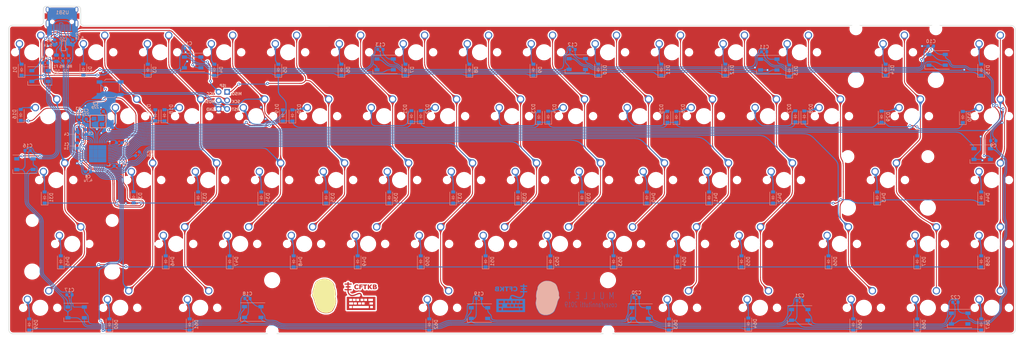
<source format=kicad_pcb>
(kicad_pcb (version 20191123) (host pcbnew "(5.99.0-574-gd3edeaec5)")
  (layers (0 "F.Cu" signal) (31 "B.Cu" signal) (34 "B.Paste" user) (35 "F.Paste" user) (36 "B.SilkS" user) (37 "F.SilkS" user) (38 "B.Mask" user) (39 "F.Mask" user) (44 "Edge.Cuts" user))
  (net 0 "")
  (net 1 "GND")
  (net 2 "Net-(C1-Pad1)")
  (net 3 "Net-(C2-Pad1)")
  (net 4 "Net-(C3-Pad1)")
  (net 5 "VCC")
  (net 6 "row0")
  (net 7 "Net-(D1-Pad2)")
  (net 8 "Net-(D2-Pad2)")
  (net 9 "Net-(D3-Pad2)")
  (net 10 "Net-(D4-Pad2)")
  (net 11 "Net-(D5-Pad2)")
  (net 12 "Net-(D6-Pad2)")
  (net 13 "Net-(D7-Pad2)")
  (net 14 "Net-(D8-Pad2)")
  (net 15 "Net-(D9-Pad2)")
  (net 16 "Net-(D10-Pad2)")
  (net 17 "Net-(D11-Pad2)")
  (net 18 "Net-(D12-Pad2)")
  (net 19 "Net-(D13-Pad2)")
  (net 20 "Net-(D14-Pad2)")
  (net 21 "Net-(D15-Pad2)")
  (net 22 "row1")
  (net 23 "Net-(D16-Pad2)")
  (net 24 "Net-(D17-Pad2)")
  (net 25 "Net-(D18-Pad2)")
  (net 26 "Net-(D19-Pad2)")
  (net 27 "Net-(D20-Pad2)")
  (net 28 "Net-(D21-Pad2)")
  (net 29 "Net-(D22-Pad2)")
  (net 30 "Net-(D23-Pad2)")
  (net 31 "Net-(D24-Pad2)")
  (net 32 "Net-(D25-Pad2)")
  (net 33 "Net-(D26-Pad2)")
  (net 34 "Net-(D27-Pad2)")
  (net 35 "Net-(D28-Pad2)")
  (net 36 "Net-(D29-Pad2)")
  (net 37 "Net-(D30-Pad2)")
  (net 38 "Net-(D31-Pad2)")
  (net 39 "row2")
  (net 40 "Net-(D32-Pad2)")
  (net 41 "Net-(D33-Pad2)")
  (net 42 "Net-(D34-Pad2)")
  (net 43 "Net-(D35-Pad2)")
  (net 44 "Net-(D36-Pad2)")
  (net 45 "Net-(D37-Pad2)")
  (net 46 "Net-(D38-Pad2)")
  (net 47 "Net-(D39-Pad2)")
  (net 48 "Net-(D40-Pad2)")
  (net 49 "Net-(D41-Pad2)")
  (net 50 "Net-(D42-Pad2)")
  (net 51 "Net-(D43-Pad2)")
  (net 52 "Net-(D44-Pad2)")
  (net 53 "row3")
  (net 54 "Net-(D45-Pad2)")
  (net 55 "Net-(D46-Pad2)")
  (net 56 "Net-(D47-Pad2)")
  (net 57 "Net-(D48-Pad2)")
  (net 58 "Net-(D49-Pad2)")
  (net 59 "Net-(D50-Pad2)")
  (net 60 "Net-(D51-Pad2)")
  (net 61 "Net-(D52-Pad2)")
  (net 62 "Net-(D53-Pad2)")
  (net 63 "Net-(D54-Pad2)")
  (net 64 "Net-(D55-Pad2)")
  (net 65 "Net-(D56-Pad2)")
  (net 66 "Net-(D57-Pad2)")
  (net 67 "Net-(D58-Pad2)")
  (net 68 "Net-(D59-Pad2)")
  (net 69 "row4")
  (net 70 "Net-(D60-Pad2)")
  (net 71 "Net-(D61-Pad2)")
  (net 72 "Net-(D62-Pad2)")
  (net 73 "Net-(D63-Pad2)")
  (net 74 "Net-(D64-Pad2)")
  (net 75 "Net-(D65-Pad2)")
  (net 76 "Net-(D66-Pad2)")
  (net 77 "Net-(D67-Pad2)")
  (net 78 "Net-(R4-Pad2)")
  (net 79 "col0")
  (net 80 "col1")
  (net 81 "col2")
  (net 82 "col3")
  (net 83 "col4")
  (net 84 "col5")
  (net 85 "col6")
  (net 86 "col7")
  (net 87 "col8")
  (net 88 "col9")
  (net 89 "col10")
  (net 90 "col11")
  (net 91 "col12")
  (net 92 "col13")
  (net 93 "col14")
  (net 94 "Net-(U1-Pad1)")
  (net 95 "Net-(U1-Pad42)")
  (net 96 "Net-(LED1-Pad2)")
  (net 97 "RGB")
  (net 98 "Net-(LED2-Pad2)")
  (net 99 "Net-(LED3-Pad2)")
  (net 100 "Net-(LED4-Pad2)")
  (net 101 "Net-(LED5-Pad2)")
  (net 102 "Net-(LED6-Pad2)")
  (net 103 "Net-(LED7-Pad2)")
  (net 104 "reset")
  (net 105 "led9din")
  (net 106 "Net-(LED14-Pad2)")
  (net 107 "Net-(R1-Pad2)")
  (net 108 "Net-(R2-Pad2)")
  (net 109 "D-")
  (net 110 "D+")
  (net 111 "Net-(USB1-Pad9)")
  (net 112 "Net-(USB1-Pad3)")
  (net 113 "+5V")
  (net 114 "Net-(R5-Pad1)")
  (net 115 "Net-(R6-Pad1)")
  (net 116 "Net-(U1-Pad9)")
  (net 117 "Net-(U1-Pad11)")
  (net 118 "Net-(U1-Pad12)")
  (module "Button_Switch_Keyboard:SW_Cherry_MX_6.25u_PCB_ReversedStabilizer" (layer "F.Cu") (at 191.832362 179.062967)
    (fp_text reference "SW62")
    (fp_text value "KEYSW")
    (pad "" np_thru_hole circle (at 47.46 -3.16 180) (size 4 4) (drill 4) (layers *.Cu *.Mask))
    (pad "" np_thru_hole circle (at -52.54 -3.16 180) (size 4 4) (drill 4) (layers *.Cu *.Mask))
    (pad "" np_thru_hole circle (at -52.54 12.08 180) (size 3.05 3.05) (drill 3.05) (layers *.Cu *.Mask))
    (pad "" np_thru_hole circle (at 47.46 12.08 180) (size 3.05 3.05) (drill 3.05) (layers *.Cu *.Mask))
    (pad "" np_thru_hole circle (at 2.54 5.08) (size 1.7 1.7) (drill 1.7) (layers *.Cu *.Mask))
    (pad "" np_thru_hole circle (at -7.62 5.08) (size 1.7 1.7) (drill 1.7) (layers *.Cu *.Mask))
    (pad "" np_thru_hole circle (at -2.54 5.08) (size 4 4) (drill 4) (layers *.Cu *.Mask))
    (pad "2" thru_hole circle (at -6.35 2.54) (size 2.2 2.2) (drill 1.5) (layers *.Cu *.Mask) (net 72 "Net-(D62-Pad2)"))
    (pad "1" thru_hole circle (at 0 0) (size 2.2 2.2) (drill 1.5) (layers *.Cu *.Mask) (net 85 "col6"))
  )
  (module "logos:BOBBYHILL-HEAD 11MM" (layer "B.Cu") (at 221.0054 181.2036 180)
    (fp_text reference "G***" hide)
    (fp_text value "LOGO" hide)
    (fp_line (start -3.2004 0.9652) (end -3.2766 0.889) (layer "B.Cu") (width 0.12))
    (fp_line (start -3.0988 1.1684) (end -3.2004 0.9652) (layer "B.Cu") (width 0.12))
    (fp_line (start -3.0226 1.4224) (end -3.0988 1.1684) (layer "B.Cu") (width 0.12))
    (fp_line (start -2.8448 1.8542) (end -3.0226 1.4224) (layer "B.Cu") (width 0.12))
    (fp_line (start -2.5908 2.0828) (end -2.8448 1.8542) (layer "B.Cu") (width 0.12))
    (fp_line (start -2.413 2.286) (end -2.5908 2.0828) (layer "B.Cu") (width 0.12))
    (fp_line (start -2.2098 2.6924) (end -2.413 2.286) (layer "B.Cu") (width 0.12))
    (fp_line (start -1.9812 2.8448) (end -2.2098 2.6924) (layer "B.Cu") (width 0.12))
    (fp_line (start -1.6256 3.175) (end -1.9812 2.8448) (layer "B.Cu") (width 0.12))
    (fp_line (start -1.4224 3.302) (end -1.6256 3.175) (layer "B.Cu") (width 0.12))
    (fp_line (start -1.2446 3.4544) (end -1.4224 3.302) (layer "B.Cu") (width 0.12))
    (fp_line (start -1.1176 3.4798) (end -1.2446 3.4544) (layer "B.Cu") (width 0.12))
    (fp_line (start -0.9652 3.5306) (end -1.1176 3.4798) (layer "B.Cu") (width 0.12))
    (fp_line (start -0.762 3.556) (end -0.9652 3.5306) (layer "B.Cu") (width 0.12))
    (fp_line (start -0.4572 3.5052) (end -0.762 3.556) (layer "B.Cu") (width 0.12))
    (fp_line (start 0.0254 3.5306) (end -0.4572 3.5052) (layer "B.Cu") (width 0.12))
    (fp_line (start 0.6096 3.6068) (end 0.0254 3.5306) (layer "B.Cu") (width 0.12))
    (fp_line (start 1.0922 3.683) (end 0.6096 3.6068) (layer "B.Cu") (width 0.12))
    (fp_line (start 1.3716 3.683) (end 1.0922 3.683) (layer "B.Cu") (width 0.12))
    (fp_line (start 1.651 3.6576) (end 1.3716 3.683) (layer "B.Cu") (width 0.12))
    (fp_line (start 1.7272 3.6576) (end 1.651 3.6576) (layer "B.Cu") (width 0.12))
    (fp_line (start 1.8796 3.6068) (end 1.7272 3.6576) (layer "B.Cu") (width 0.12))
    (fp_line (start 2.0828 3.5306) (end 1.8796 3.6068) (layer "B.Cu") (width 0.12))
    (fp_line (start 2.241436 3.464157) (end 2.0828 3.5306) (layer "B.Cu") (width 0.12))
    (fp_line (start 2.3368 3.4036) (end 2.286 3.4798) (layer "B.Cu") (width 0.12))
    (fp_line (start 1.7526 -3.5814) (end 1.8288 -3.4544) (layer "B.Cu") (width 0.12))
    (fp_line (start 1.6002 -3.6068) (end 1.7526 -3.5814) (layer "B.Cu") (width 0.12))
    (fp_line (start 1.5494 -3.5814) (end 1.6002 -3.6068) (layer "B.Cu") (width 0.12))
    (fp_line (start 1.524 -3.5306) (end 1.5494 -3.5814) (layer "B.Cu") (width 0.12))
    (fp_line (start 1.8288 -3.429) (end 1.524 -3.5306) (layer "B.Cu") (width 0.12))
    (fp_poly (pts (xy 1.160911 1.748905) (xy 1.218448 1.686214) (xy 1.264534 1.634456) (xy 1.32077 1.602949) (xy 1.408179 1.58636) (xy 1.547789 1.579352) (xy 1.645907 1.577748) (xy 1.917469 1.56009) (xy 2.126342 1.510726) (xy 2.289627 1.424096) (xy 2.387515 1.336649) (xy 2.459598 1.241382) (xy 2.469019 1.189337) (xy 2.424183 1.191055) (xy 2.333494 1.257076) (xy 2.328073 1.262098) (xy 2.179973 1.360566) (xy 1.987708 1.435027) (xy 1.784444 1.476622) (xy 1.603347 1.476496) (xy 1.559522 1.467339) (xy 1.379857 1.446095) (xy 1.24404 1.49528) (xy 1.152668 1.607384) (xy 1.11178 1.712013) (xy 1.117103 1.762273) (xy 1.160911 1.748905)) (layer "B.Cu") (width 0.01))
    (fp_poly (pts (xy -0.125523 2.014145) (xy -0.125496 2.011074) (xy -0.161686 1.920068) (xy -0.257037 1.81705) (xy -0.391724 1.718494) (xy -0.545922 1.640873) (xy -0.589989 1.625104) (xy -0.868771 1.514214) (xy -1.103116 1.379257) (xy -1.255872 1.25001) (xy -1.349333 1.164974) (xy -1.408712 1.143231) (xy -1.426984 1.179819) (xy -1.389831 1.268386) (xy -1.288242 1.374722) (xy -1.137018 1.488816) (xy -0.950962 1.600658) (xy -0.744876 1.70024) (xy -0.550918 1.772232) (xy -0.402495 1.841533) (xy -0.289294 1.936038) (xy -0.280626 1.947082) (xy -0.199946 2.038226) (xy -0.145988 2.061511) (xy -0.125523 2.014145)) (layer "B.Cu") (width 0.01))
    (fp_poly (pts (xy -3.456417 0.20108) (xy -3.38137 0.152878) (xy -3.324063 0.07575) (xy -3.284683 -0.062432) (xy -3.268683 -0.171158) (xy -3.247619 -0.326629) (xy -3.224751 -0.460227) (xy -3.209152 -0.527787) (xy -3.203899 -0.603576) (xy -3.238601 -0.619484) (xy -3.293108 -0.57426) (xy -3.318235 -0.534555) (xy -3.346967 -0.442777) (xy -3.368351 -0.305616) (xy -3.374611 -0.221413) (xy -3.397394 -0.046329) (xy -3.445591 0.070774) (xy -3.455107 0.082546) (xy -3.518795 0.17165) (xy -3.516454 0.213811) (xy -3.456417 0.20108)) (layer "B.Cu") (width 0.01))
    (fp_poly (pts (xy 0.311876 5.086419) (xy 0.647592 5.018914) (xy 0.971041 4.90812) (xy 1.017994 4.888366) (xy 1.474098 4.652215) (xy 1.88232 4.359344) (xy 2.233413 4.017841) (xy 2.518132 3.635796) (xy 2.589973 3.513123) (xy 2.653503 3.379023) (xy 2.694978 3.236786) (xy 2.721553 3.056983) (xy 2.732852 2.925354) (xy 2.757068 2.696589) (xy 2.799042 2.498757) (xy 2.868842 2.290633) (xy 2.917396 2.169651) (xy 2.983912 2.002855) (xy 3.031001 1.86091) (xy 3.06382 1.719274) (xy 3.087523 1.553406) (xy 3.107266 1.338765) (xy 3.115848 1.225023) (xy 3.13771 0.90414) (xy 3.150565 0.654808) (xy 3.154129 0.465063) (xy 3.148121 0.322946) (xy 3.132258 0.216493) (xy 3.106257 0.133743) (xy 3.089222 0.097238) (xy 3.056714 0.024589) (xy 3.042527 -0.047709) (xy 3.046509 -0.143219) (xy 3.068508 -0.285504) (xy 3.086117 -0.38103) (xy 3.148148 -0.711801) (xy 3.19578 -0.973072) (xy 3.230303 -1.17783) (xy 3.253005 -1.339064) (xy 3.265176 -1.469761) (xy 3.268103 -1.582911) (xy 3.263077 -1.6915) (xy 3.251385 -1.808518) (xy 3.238341 -1.915005) (xy 3.200651 -2.147418) (xy 3.14475 -2.412812) (xy 3.080685 -2.665098) (xy 3.057995 -2.742415) (xy 2.995926 -2.942871) (xy 2.95024 -3.083882) (xy 2.913003 -3.186373) (xy 2.876285 -3.271267) (xy 2.832153 -3.359491) (xy 2.803366 -3.41415) (xy 2.756483 -3.504999) (xy 2.6839 -3.648419) (xy 2.597076 -3.821684) (xy 2.53873 -3.938944) (xy 2.417485 -4.167582) (xy 2.302964 -4.354016) (xy 2.202356 -4.488072) (xy 2.122849 -4.559576) (xy 2.093785 -4.568696) (xy 2.046469 -4.591221) (xy 1.949713 -4.650969) (xy 1.82229 -4.7362) (xy 1.788733 -4.75949) (xy 1.521977 -4.926408) (xy 1.258798 -5.045705) (xy 0.976892 -5.12397) (xy 0.65395 -5.167793) (xy 0.357314 -5.182347) (xy 0.067173 -5.183985) (xy -0.14973 -5.173931) (xy -0.303397 -5.151547) (xy -0.356405 -5.136658) (xy -0.487499 -5.098734) (xy -0.601504 -5.077213) (xy -0.621402 -5.075724) (xy -0.713098 -5.056544) (xy -0.844509 -5.010741) (xy -0.936278 -4.971425) (xy -1.107904 -4.892616) (xy -1.291341 -4.809597) (xy -1.364009 -4.777125) (xy -1.484328 -4.720542) (xy -1.569722 -4.674525) (xy -1.594918 -4.65607) (xy -1.637655 -4.619416) (xy -1.729608 -4.54997) (xy -1.850938 -4.462713) (xy -1.851917 -4.462024) (xy -1.986213 -4.356048) (xy -2.12789 -4.225814) (xy -2.262346 -4.087187) (xy -2.374979 -3.956036) (xy -2.451185 -3.848225) (xy -2.476571 -3.783295) (xy -2.49166 -3.702914) (xy -2.53212 -3.565152) (xy -2.590737 -3.390011) (xy -2.660295 -3.197498) (xy -2.733582 -3.007616) (xy -2.803382 -2.84037) (xy -2.859502 -2.721423) (xy -2.923836 -2.586895) (xy -2.967654 -2.473384) (xy -2.980282 -2.416473) (xy -3.000675 -2.316123) (xy -3.021112 -2.269531) (xy -3.049224 -2.197991) (xy -3.091124 -2.066408) (xy -3.141159 -1.895549) (xy -3.193677 -1.706181) (xy -3.243026 -1.519069) (xy -3.283551 -1.354979) (xy -3.309601 -1.234679) (xy -3.31624 -1.185317) (xy -3.334288 -1.110284) (xy -3.38036 -0.993944) (xy -3.415024 -0.920579) (xy -3.485883 -0.76707) (xy -3.548607 -0.610865) (xy -3.56703 -0.557623) (xy -3.626516 -0.420994) (xy -3.703604 -0.301106) (xy -3.71627 -0.286382) (xy -3.803834 -0.15297) (xy -3.867372 0.013679) (xy -3.892365 0.15768) (xy -3.809294 0.15768) (xy -3.778547 -0.022397) (xy -3.676758 -0.181443) (xy -3.602189 -0.286599) (xy -3.524507 -0.434059) (xy -3.478828 -0.543701) (xy -3.405043 -0.722733) (xy -3.338091 -0.82704) (xy -3.269982 -0.864544) (xy -3.192726 -0.843167) (xy -3.182792 -0.837228) (xy -3.110211 -0.803905) (xy -3.077841 -0.80467) (xy -3.075715 -0.856428) (xy -3.116355 -0.92743) (xy -3.176455 -0.985104) (xy -3.217655 -1.000101) (xy -3.262969 -1.020865) (xy -3.254795 -1.094409) (xy -3.254748 -1.094563) (xy -3.226896 -1.190689) (xy -3.189464 -1.327453) (xy -3.170521 -1.398944) (xy -3.086649 -1.713386) (xy -3.015347 -1.964265) (xy -2.950522 -2.169884) (xy -2.886083 -2.348547) (xy -2.815939 -2.518558) (xy -2.748205 -2.667958) (xy -2.652986 -2.883219) (xy -2.558309 -3.116565) (xy -2.4794 -3.329782) (xy -2.453738 -3.406936) (xy -2.345609 -3.692752) (xy -2.211071 -3.930166) (xy -2.035122 -4.138084) (xy -1.802759 -4.335413) (xy -1.610663 -4.469391) (xy -1.251756 -4.6833) (xy -0.904432 -4.839352) (xy -0.535481 -4.950713) (xy -0.251447 -5.008291) (xy 0.031835 -5.04952) (xy 0.26679 -5.064293) (xy 0.484753 -5.052698) (xy 0.717058 -5.014826) (xy 0.735165 -5.011089) (xy 1.188455 -4.890487) (xy 1.570202 -4.732005) (xy 1.884858 -4.533469) (xy 2.083892 -4.352291) (xy 2.158958 -4.253876) (xy 2.254265 -4.103276) (xy 2.355088 -3.924647) (xy 2.412634 -3.812993) (xy 2.511906 -3.612584) (xy 2.58295 -3.469722) (xy 2.634876 -3.366744) (xy 2.676796 -3.285989) (xy 2.717821 -3.209797) (xy 2.767061 -3.120504) (xy 2.807147 -3.04823) (xy 2.905517 -2.829786) (xy 2.995799 -2.55386) (xy 3.071679 -2.246915) (xy 3.126843 -1.935418) (xy 3.154975 -1.645833) (xy 3.157015 -1.5818) (xy 3.136834 -1.208359) (xy 3.06958 -0.811175) (xy 3.001641 -0.488577) (xy 2.956202 -0.223459) (xy 2.931738 0.00716) (xy 2.926726 0.226256) (xy 2.939049 0.44623) (xy 3.027603 0.44623) (xy 3.031942 0.238412) (xy 3.074566 0.399268) (xy 3.096354 0.527625) (xy 3.075748 0.600961) (xy 3.070227 0.607086) (xy 3.041882 0.613473) (xy 3.028721 0.553131) (xy 3.027603 0.44623) (xy 2.939049 0.44623) (xy 2.939642 0.45681) (xy 2.968295 0.716555) (xy 3.00294 1.072458) (xy 3.005419 1.375777) (xy 2.97275 1.65266) (xy 2.901952 1.929255) (xy 2.797618 2.213221) (xy 2.700419 2.482613) (xy 2.651783 2.697688) (xy 2.644603 2.797936) (xy 2.638045 2.899468) (xy 2.621553 3.023059) (xy 2.598931 3.151152) (xy 2.573978 3.266188) (xy 2.550497 3.350611) (xy 2.532289 3.386861) (xy 2.523217 3.358549) (xy 2.488335 3.309093) (xy 2.411992 3.298434) (xy 2.325493 3.323467) (xy 2.260144 3.381089) (xy 2.257953 3.384842) (xy 2.241436 3.464157) (xy 2.272424 3.517669) (xy 2.33011 3.521774) (xy 2.359925 3.500528) (xy 2.428568 3.454577) (xy 2.472233 3.465017) (xy 2.477479 3.487839) (xy 2.452463 3.538119) (xy 2.386457 3.63487) (xy 2.293027 3.760729) (xy 2.185738 3.898336) (xy 2.078153 4.030331) (xy 1.983838 4.139352) (xy 1.916357 4.208039) (xy 1.911704 4.211942) (xy 1.817478 4.291258) (xy 1.721777 4.375062) (xy 1.639644 4.431691) (xy 1.500233 4.511008) (xy 1.323601 4.602989) (xy 1.129803 4.69761) (xy 0.938896 4.784848) (xy 0.770935 4.85468) (xy 0.735165 4.868139) (xy 0.442376 4.94617) (xy 0.099118 4.990626) (xy -0.267863 5.000918) (xy -0.631819 4.97646) (xy -0.966004 4.916663) (xy -1.005384 4.906394) (xy -1.142131 4.861724) (xy -1.31698 4.793648) (xy -1.515465 4.709085) (xy -1.723119 4.614955) (xy -1.925477 4.518175) (xy -2.108071 4.425666) (xy -2.256434 4.344346) (xy -2.356101 4.281134) (xy -2.392604 4.24295) (xy -2.392604 4.24292) (xy -2.417857 4.218889) (xy -2.430378 4.22424) (xy -2.47429 4.206525) (xy -2.556261 4.138458) (xy -2.660135 4.033805) (xy -2.681782 4.010066) (xy -2.812146 3.847868) (xy -2.918427 3.671776) (xy -3.00908 3.463141) (xy -3.092563 3.203314) (xy -3.154642 2.967337) (xy -3.217884 2.721676) (xy -3.281729 2.492287) (xy -3.341451 2.294648) (xy -3.392324 2.144238) (xy -3.42962 2.056534) (xy -3.435711 2.046953) (xy -3.486675 1.936673) (xy -3.532247 1.756313) (xy -3.569582 1.519723) (xy -3.592919 1.282013) (xy -3.607388 1.05315) (xy -3.607319 0.893112) (xy -3.587374 0.787262) (xy -3.542217 0.720963) (xy -3.466515 0.679579) (xy -3.362626 0.650291) (xy -3.201217 0.60069) (xy -3.063362 0.538184) (xy -2.969181 0.473574) (xy -2.938389 0.422509) (xy -2.974208 0.389093) (xy -3.08036 0.398197) (xy -3.254882 0.449626) (xy -3.270369 0.455076) (xy -3.466922 0.501137) (xy -3.616804 0.480575) (xy -3.726408 0.391842) (xy -3.760741 0.336264) (xy -3.809294 0.15768) (xy -3.892365 0.15768) (xy -3.895832 0.177654) (xy -3.888535 0.273356) (xy -3.843162 0.379057) (xy -3.769235 0.491541) (xy -3.764343 0.497573) (xy -3.697165 0.606045) (xy -3.693061 0.705448) (xy -3.697171 0.721222) (xy -3.73127 0.934766) (xy -3.73099 1.200608) (xy -3.699354 1.495871) (xy -3.639385 1.797677) (xy -3.554107 2.083148) (xy -3.498829 2.221935) (xy -3.432135 2.39468) (xy -3.367697 2.596953) (xy -3.33238 2.731322) (xy -3.214364 3.180204) (xy -3.086397 3.546844) (xy -2.948649 3.830808) (xy -2.842763 3.984733) (xy -2.713308 4.135254) (xy -2.592028 4.255514) (xy -2.45931 4.360442) (xy -2.295542 4.464965) (xy -2.081112 4.584014) (xy -1.99733 4.628277) (xy -1.664103 4.795139) (xy -1.377725 4.918824) (xy -1.117376 5.005869) (xy -0.862237 5.06281) (xy -0.591488 5.096184) (xy -0.482356 5.103917) (xy -0.057607 5.113724) (xy 0.311876 5.086419)) (layer "B.Cu") (width 0.01))
  )
  (module "logos:CFTKB_10MM_MASK" (layer "B.Cu") (at 210.458092 181.243936 180)
    (fp_text reference "G***" hide)
    (fp_text value "LOGO" hide)
    (fp_poly (pts (xy -3.682641 4.186668) (xy -3.64354 4.186336) (xy -3.61561 4.185504) (xy -3.596668 4.183945) (xy -3.584533 4.181431) (xy -3.577021 4.177734) (xy -3.571952 4.172627) (xy -3.569645 4.169465) (xy -3.565897 4.162028) (xy -3.562989 4.1505) (xy -3.560821 4.133059) (xy -3.559294 4.107884) (xy -3.558309 4.073153) (xy -3.557765 4.027046) (xy -3.557562 3.96774) (xy -3.557553 3.948362) (xy -3.557507 3.886795) (xy -3.557278 3.83894) (xy -3.556732 3.802976) (xy -3.555736 3.777078) (xy -3.554156 3.759424) (xy -3.551857 3.748192) (xy -3.548706 3.741559) (xy -3.544568 3.737702) (xy -3.541956 3.736175) (xy -3.530814 3.734052) (xy -3.505827 3.732288) (xy -3.46673 3.730881) (xy -3.413261 3.729824) (xy -3.345155 3.729113) (xy -3.262149 3.728744) (xy -3.16398 3.728711) (xy -3.12078 3.728791) (xy -2.715201 3.729755) (xy -2.700909 3.712105) (xy -2.695711 3.704328) (xy -2.692028 3.694239) (xy -2.689671 3.6794) (xy -2.688449 3.657373) (xy -2.688174 3.625722) (xy -2.688657 3.58201) (xy -2.689042 3.559339) (xy -2.690058 3.510097) (xy -2.691257 3.474071) (xy -2.692917 3.448944) (xy -2.695316 3.432395) (xy -2.698732 3.422107) (xy -2.703442 3.415761) (xy -2.706546 3.413212) (xy -2.712089 3.410735) (xy -2.722168 3.408645) (xy -2.73797 3.406912) (xy -2.760681 3.405505) (xy -2.791489 3.404394) (xy -2.83158 3.403548) (xy -2.882142 3.402937) (xy -2.944362 3.40253) (xy -3.019427 3.402296) (xy -3.108523 3.402206) (xy -3.134754 3.402202) (xy -3.22983 3.402125) (xy -3.310392 3.401879) (xy -3.377458 3.401439) (xy -3.432049 3.400783) (xy -3.475182 3.399887) (xy -3.507879 3.398726) (xy -3.531158 3.397279) (xy -3.546039 3.39552) (xy -3.553541 3.393427) (xy -3.554703 3.392493) (xy -3.5563 3.382517) (xy -3.557502 3.358998) (xy -3.558287 3.323924) (xy -3.558631 3.279282) (xy -3.55851 3.227061) (xy -3.557901 3.169248) (xy -3.557596 3.149756) (xy -3.55367 2.916728) (xy -3.291223 2.912844) (xy -3.218951 2.911687) (xy -3.160717 2.91052) (xy -3.115027 2.909258) (xy -3.080385 2.907813) (xy -3.055295 2.906099) (xy -3.03826 2.904032) (xy -3.027787 2.901524) (xy -3.022378 2.898489) (xy -3.021419 2.897309) (xy -3.018787 2.885425) (xy -3.01674 2.861066) (xy -3.015279 2.827282) (xy -3.014403 2.787123) (xy -3.014113 2.743639) (xy -3.014409 2.699879) (xy -3.015291 2.658893) (xy -3.01676 2.623731) (xy -3.018815 2.597442) (xy -3.021398 2.583228) (xy -3.028973 2.563303) (xy -3.288428 2.563303) (xy -3.362996 2.563166) (xy -3.423276 2.562725) (xy -3.470512 2.561935) (xy -3.505948 2.56075) (xy -3.53083 2.559125) (xy -3.546401 2.557015) (xy -3.553907 2.554374) (xy -3.554692 2.553594) (xy -3.55627 2.543645) (xy -3.557464 2.520144) (xy -3.558251 2.485071) (xy -3.558607 2.440406) (xy -3.55851 2.388127) (xy -3.557936 2.330214) (xy -3.557585 2.306973) (xy -3.55367 2.070061) (xy -3.130564 2.066178) (xy -2.707458 2.062294) (xy -2.69738 2.042875) (xy -2.693975 2.028539) (xy -2.691452 2.002407) (xy -2.689786 1.967508) (xy -2.688951 1.926872) (xy -2.688921 1.883528) (xy -2.68967 1.840505) (xy -2.691173 1.800833) (xy -2.693405 1.767542) (xy -2.696338 1.743661) (xy -2.699948 1.732218) (xy -2.700017 1.732147) (xy -2.708021 1.730043) (xy -2.727828 1.728278) (xy -2.75998 1.726841) (xy -2.805017 1.725721) (xy -2.86348 1.724909) (xy -2.93591 1.724394) (xy -3.022848 1.724165) (xy -3.113498 1.724194) (xy -3.191928 1.724216) (xy -3.266075 1.724063) (xy -3.334406 1.723751) (xy -3.39539 1.723294) (xy -3.447495 1.722708) (xy -3.489189 1.722007) (xy -3.51894 1.721208) (xy -3.535217 1.720325) (xy -3.537429 1.720003) (xy -3.552965 1.713133) (xy -3.559232 1.706226) (xy -3.559778 1.69654) (xy -3.560032 1.673218) (xy -3.560005 1.638154) (xy -3.559708 1.593245) (xy -3.559152 1.540386) (xy -3.558348 1.481472) (xy -3.557699 1.440887) (xy -3.553363 1.184557) (xy -3.532156 1.140374) (xy -3.521117 1.116681) (xy -3.513447 1.098885) (xy -3.510948 1.091454) (xy -3.50706 1.08298) (xy -3.496874 1.065352) (xy -3.482814 1.042736) (xy -3.463332 1.011033) (xy -3.443176 0.976317) (xy -3.431863 0.955724) (xy -3.394172 0.887139) (xy -3.358645 0.828332) (xy -3.32216 0.774476) (xy -3.281594 0.720739) (xy -3.272739 0.70961) (xy -3.20339 0.629184) (xy -3.136223 0.563614) (xy -3.10315 0.536182) (xy -3.082325 0.519863) (xy -3.064946 0.506047) (xy -3.059466 0.501597) (xy -3.039941 0.487863) (xy -3.010637 0.47003) (xy -2.975888 0.450493) (xy -2.940027 0.431647) (xy -2.907389 0.415888) (xy -2.893425 0.409829) (xy -2.799361 0.37713) (xy -2.695298 0.351675) (xy -2.667495 0.346457) (xy -2.629212 0.341316) (xy -2.5827 0.337537) (xy -2.531798 0.335175) (xy -2.480346 0.334288) (xy -2.432184 0.334933) (xy -2.391152 0.337167) (xy -2.361089 0.341047) (xy -2.357462 0.341846) (xy -2.335249 0.346195) (xy -2.303387 0.351219) (xy -2.267685 0.356024) (xy -2.256483 0.357361) (xy -2.220066 0.362337) (xy -2.18498 0.368461) (xy -2.157392 0.374621) (xy -2.151621 0.376272) (xy -2.12113 0.384245) (xy -2.087485 0.390942) (xy -2.077931 0.392394) (xy -2.050775 0.397521) (xy -2.027029 0.404387) (xy -2.019674 0.40747) (xy -1.999172 0.415029) (xy -1.973089 0.421335) (xy -1.967247 0.422328) (xy -1.939219 0.428268) (xy -1.912733 0.436378) (xy -1.908991 0.437846) (xy -1.876633 0.450213) (xy -1.834932 0.464694) (xy -1.789545 0.479357) (xy -1.771009 0.485024) (xy -1.745438 0.493298) (xy -1.712712 0.504689) (xy -1.681682 0.516072) (xy -1.648559 0.528268) (xy -1.615312 0.539979) (xy -1.590746 0.548151) (xy -1.568528 0.556303) (xy -1.553105 0.564093) (xy -1.549508 0.567236) (xy -1.538556 0.573832) (xy -1.531398 0.574801) (xy -1.516368 0.5782) (xy -1.494988 0.586706) (xy -1.487492 0.590337) (xy -1.466985 0.599885) (xy -1.451777 0.605362) (xy -1.448654 0.605872) (xy -1.437035 0.609174) (xy -1.417822 0.617466) (xy -1.409816 0.621407) (xy -1.389617 0.630928) (xy -1.375027 0.636414) (xy -1.372129 0.636942) (xy -1.361191 0.639976) (xy -1.342078 0.647623) (xy -1.332991 0.651692) (xy -1.308547 0.662582) (xy -1.277153 0.676034) (xy -1.250581 0.687089) (xy -1.221652 0.699317) (xy -1.195707 0.710967) (xy -1.179474 0.718945) (xy -1.161806 0.727036) (xy -1.149865 0.730153) (xy -1.138249 0.733287) (xy -1.116661 0.741559) (xy -1.089077 0.753275) (xy -1.059479 0.766743) (xy -1.031843 0.780268) (xy -1.030517 0.78095) (xy -1.012488 0.788954) (xy -0.999974 0.792294) (xy -0.999957 0.792294) (xy -0.988073 0.795295) (xy -0.968346 0.802839) (xy -0.959807 0.806562) (xy -0.922441 0.822606) (xy -0.883786 0.83781) (xy -0.848738 0.850344) (xy -0.822192 0.858376) (xy -0.81948 0.859027) (xy -0.800338 0.864614) (xy -0.78841 0.87009) (xy -0.775316 0.876457) (xy -0.761223 0.881124) (xy -0.743693 0.886022) (xy -0.717322 0.893527) (xy -0.691315 0.901006) (xy -0.627159 0.918697) (xy -0.572642 0.93145) (xy -0.522936 0.939986) (xy -0.473213 0.945031) (xy -0.418645 0.947307) (xy -0.380095 0.947646) (xy -0.274558 0.943324) (xy -0.179488 0.929902) (xy -0.092296 0.906694) (xy -0.010389 0.873015) (xy 0.066906 0.829409) (xy 0.120301 0.788637) (xy 0.172543 0.736566) (xy 0.22145 0.676392) (xy 0.264844 0.611316) (xy 0.300545 0.544534) (xy 0.326373 0.479247) (xy 0.338318 0.431101) (xy 0.343447 0.404913) (xy 0.350529 0.373274) (xy 0.354347 0.357619) (xy 0.359092 0.33011) (xy 0.36268 0.29186) (xy 0.364735 0.247646) (xy 0.365077 0.221298) (xy 0.365921 0.172359) (xy 0.368457 0.138822) (xy 0.372689 0.120644) (xy 0.374398 0.118068) (xy 0.387168 0.112983) (xy 0.411069 0.109672) (xy 0.435707 0.108746) (xy 0.465502 0.10785) (xy 0.482995 0.104706) (xy 0.49134 0.098631) (xy 0.492411 0.09646) (xy 0.493848 0.085204) (xy 0.495109 0.060974) (xy 0.496122 0.02633) (xy 0.496815 -0.016169) (xy 0.497118 -0.063963) (xy 0.497125 -0.072874) (xy 0.497462 -0.132803) (xy 0.498514 -0.178313) (xy 0.500342 -0.210508) (xy 0.503008 -0.230491) (xy 0.506447 -0.239241) (xy 0.510805 -0.240275) (xy 0.522042 -0.241235) (xy 0.540607 -0.242125) (xy 0.566953 -0.242947) (xy 0.601531 -0.243703) (xy 0.644792 -0.244394) (xy 0.697188 -0.245024) (xy 0.75917 -0.245594) (xy 0.831188 -0.246106) (xy 0.913696 -0.246563) (xy 1.007143 -0.246967) (xy 1.111982 -0.24732) (xy 1.228664 -0.247624) (xy 1.357639 -0.247881) (xy 1.49936 -0.248093) (xy 1.654278 -0.248263) (xy 1.822844 -0.248393) (xy 2.00551 -0.248484) (xy 2.202726 -0.24854) (xy 2.414945 -0.248562) (xy 2.454906 -0.248562) (xy 2.659985 -0.248565) (xy 2.8501 -0.248577) (xy 3.025819 -0.248601) (xy 3.187715 -0.248642) (xy 3.336357 -0.248705) (xy 3.472316 -0.248792) (xy 3.596162 -0.248909) (xy 3.708465 -0.249059) (xy 3.809796 -0.249247) (xy 3.900726 -0.249477) (xy 3.981823 -0.249753) (xy 4.05366 -0.250079) (xy 4.116806 -0.250459) (xy 4.171832 -0.250897) (xy 4.219308 -0.251398) (xy 4.259804 -0.251966) (xy 4.293891 -0.252605) (xy 4.322139 -0.253319) (xy 4.345118 -0.254112) (xy 4.3634 -0.254988) (xy 4.377554 -0.255952) (xy 4.38815 -0.257007) (xy 4.39576 -0.258158) (xy 4.400952 -0.259409) (xy 4.404299 -0.260764) (xy 4.40637 -0.262227) (xy 4.4069 -0.262767) (xy 4.408265 -0.265056) (xy 4.40953 -0.269171) (xy 4.410699 -0.27568) (xy 4.411776 -0.285148) (xy 4.412765 -0.298142) (xy 4.41367 -0.315229) (xy 4.414493 -0.336975) (xy 4.41524 -0.363947) (xy 4.415913 -0.396711) (xy 4.416516 -0.435834) (xy 4.417054 -0.481882) (xy 4.41753 -0.535421) (xy 4.417947 -0.597019) (xy 4.418309 -0.667241) (xy 4.418621 -0.746655) (xy 4.418885 -0.835826) (xy 4.419106 -0.935322) (xy 4.419287 -1.045708) (xy 4.419432 -1.167552) (xy 4.419545 -1.301419) (xy 4.419629 -1.447876) (xy 4.419688 -1.60749) (xy 4.419727 -1.780828) (xy 4.419748 -1.968455) (xy 4.419755 -2.170938) (xy 4.419755 -2.212942) (xy 4.419727 -2.446218) (xy 4.419641 -2.664078) (xy 4.419497 -2.86664) (xy 4.419295 -3.054024) (xy 4.419034 -3.226348) (xy 4.418713 -3.38373) (xy 4.418333 -3.52629) (xy 4.417892 -3.654146) (xy 4.41739 -3.767417) (xy 4.416828 -3.866221) (xy 4.416203 -3.950679) (xy 4.415516 -4.020907) (xy 4.414766 -4.077025) (xy 4.413953 -4.119152) (xy 4.413076 -4.147407) (xy 4.412135 -4.161907) (xy 4.411715 -4.163935) (xy 4.410966 -4.165019) (xy 4.409652 -4.166049) (xy 4.407391 -4.167027) (xy 4.403799 -4.167954) (xy 4.398492 -4.168832) (xy 4.391087 -4.169662) (xy 4.381201 -4.170445) (xy 4.36845 -4.171184) (xy 4.352452 -4.171878) (xy 4.332823 -4.172529) (xy 4.309179 -4.17314) (xy 4.281137 -4.17371) (xy 4.248314 -4.174242) (xy 4.210327 -4.174737) (xy 4.166791 -4.175196) (xy 4.117325 -4.17562) (xy 4.061545 -4.176011) (xy 3.999066 -4.176371) (xy 3.929507 -4.1767) (xy 3.852483 -4.177) (xy 3.767611 -4.177272) (xy 3.674508 -4.177518) (xy 3.572791 -4.177738) (xy 3.462077 -4.177935) (xy 3.341981 -4.17811) (xy 3.212121 -4.178263) (xy 3.072113 -4.178397) (xy 2.921574 -4.178513) (xy 2.760121 -4.178611) (xy 2.58737 -4.178694) (xy 2.402938 -4.178763) (xy 2.206442 -4.178819) (xy 1.997499 -4.178863) (xy 1.775724 -4.178897) (xy 1.540735 -4.178922) (xy 1.292149 -4.178939) (xy 1.029581 -4.17895) (xy 0.752649 -4.178956) (xy 0.46097 -4.178959) (xy 0.15416 -4.17896) (xy 0.136954 -4.17896) (xy -0.119817 -4.178951) (xy -0.37271 -4.178923) (xy -0.621279 -4.178878) (xy -0.865081 -4.178815) (xy -1.103671 -4.178735) (xy -1.336604 -4.17864) (xy -1.563436 -4.178529) (xy -1.783723 -4.178402) (xy -1.99702 -4.178262) (xy -2.202883 -4.178107) (xy -2.400868 -4.177938) (xy -2.590529 -4.177757) (xy -2.771423 -4.177564) (xy -2.943105 -4.177358) (xy -3.105131 -4.177141) (xy -3.257055 -4.176914) (xy -3.398435 -4.176676) (xy -3.528825 -4.176428) (xy -3.647781 -4.176172) (xy -3.754858 -4.175906) (xy -3.849613 -4.175633) (xy -3.9316 -4.175352) (xy -4.000375 -4.175064) (xy -4.055494 -4.17477) (xy -4.096513 -4.174469) (xy -4.122986 -4.174164) (xy -4.13447 -4.173853) (xy -4.134944 -4.173782) (xy -4.135403 -4.16566) (xy -4.135852 -4.142661) (xy -4.136287 -4.105444) (xy -4.136709 -4.054668) (xy -4.137114 -3.990991) (xy -4.137501 -3.915071) (xy -4.137869 -3.827568) (xy -4.138215 -3.729139) (xy -4.138538 -3.620443) (xy -4.138837 -3.50214) (xy -4.139021 -3.415656) (xy -3.41638 -3.415656) (xy -3.41636 -3.475892) (xy -3.416171 -3.52819) (xy -3.415821 -3.570913) (xy -3.415317 -3.602422) (xy -3.414668 -3.621081) (xy -3.414182 -3.62552) (xy -3.405793 -3.627757) (xy -3.383591 -3.62973) (xy -3.349295 -3.631438) (xy -3.304625 -3.632882) (xy -3.251301 -3.634062) (xy -3.191043 -3.634976) (xy -3.125569 -3.635627) (xy -3.056601 -3.636013) (xy -2.985856 -3.636134) (xy -2.915056 -3.635991) (xy -2.84592 -3.635583) (xy -2.780167 -3.634911) (xy -2.719517 -3.633974) (xy -2.66569 -3.632773) (xy -2.620405 -3.631307) (xy -2.585383 -3.629577) (xy -2.562342 -3.627582) (xy -2.553214 -3.62552) (xy -2.550033 -3.622061) (xy -2.547406 -3.615928) (xy -2.545279 -3.605728) (xy -2.543596 -3.59007) (xy -2.542304 -3.567563) (xy -2.541347 -3.536815) (xy -2.540672 -3.496435) (xy -2.540222 -3.445032) (xy -2.540207 -3.441482) (xy -2.344379 -3.441482) (xy -2.344013 -3.502377) (xy -2.343241 -3.550096) (xy -2.342047 -3.585425) (xy -2.340416 -3.609149) (xy -2.338332 -3.622052) (xy -2.337175 -3.624623) (xy -2.328604 -3.625711) (xy -2.305225 -3.626747) (xy -2.267763 -3.62773) (xy -2.216946 -3.628662) (xy -2.1535 -3.629541) (xy -2.078151 -3.630369) (xy -1.991626 -3.631144) (xy -1.894651 -3.631867) (xy -1.787953 -3.632538) (xy -1.672258 -3.633157) (xy -1.548293 -3.633724) (xy -1.416785 -3.634239) (xy -1.278459 -3.634702) (xy -1.134042 -3.635112) (xy -0.984262 -3.635471) (xy -0.829843 -3.635778) (xy -0.671513 -3.636032) (xy -0.509999 -3.636234) (xy -0.346026 -3.636384) (xy -0.180321 -3.636483) (xy -0.013611 -3.636529) (xy 0.153378 -3.636523) (xy 0.319919 -3.636464) (xy 0.485286 -3.636354) (xy 0.648753 -3.636192) (xy 0.809592 -3.635977) (xy 0.967078 -3.635711) (xy 1.120484 -3.635392) (xy 1.269083 -3.635022) (xy 1.412149 -3.634599) (xy 1.548956 -3.634124) (xy 1.678776 -3.633597) (xy 1.800884 -3.633018) (xy 1.914553 -3.632387) (xy 2.019056 -3.631704) (xy 2.113668 -3.630969) (xy 2.197661 -3.630181) (xy 2.270309 -3.629342) (xy 2.330886 -3.62845) (xy 2.378664 -3.627507) (xy 2.412918 -3.626511) (xy 2.432922 -3.625463) (xy 2.438154 -3.624623) (xy 2.440458 -3.616602) (xy 2.442303 -3.598135) (xy 2.443704 -3.568436) (xy 2.444675 -3.526721) (xy 2.445233 -3.472205) (xy 2.445304 -3.441482) (xy 2.821065 -3.441482) (xy 2.82143 -3.502377) (xy 2.822203 -3.550096) (xy 2.823397 -3.585425) (xy 2.825028 -3.609149) (xy 2.827111 -3.622052) (xy 2.828268 -3.624623) (xy 2.832581 -3.627003) (xy 2.842007 -3.629014) (xy 2.857681 -3.630685) (xy 2.880742 -3.632044) (xy 2.912325 -3.633119) (xy 2.953568 -3.633939) (xy 3.005609 -3.634531) (xy 3.069583 -3.634924) (xy 3.146628 -3.635147) (xy 3.23788 -3.635228) (xy 3.254618 -3.635229) (xy 3.348359 -3.63517) (xy 3.427702 -3.634973) (xy 3.493784 -3.63461) (xy 3.547742 -3.634053) (xy 3.590713 -3.633273) (xy 3.623834 -3.632243) (xy 3.648241 -3.630934) (xy 3.665072 -3.629317) (xy 3.675464 -3.627365) (xy 3.680553 -3.625048) (xy 3.680967 -3.624623) (xy 3.683272 -3.616602) (xy 3.685117 -3.598135) (xy 3.686517 -3.568436) (xy 3.687489 -3.526721) (xy 3.688046 -3.472205) (xy 3.688205 -3.404103) (xy 3.687981 -3.321629) (xy 3.687744 -3.277024) (xy 3.685719 -2.94003) (xy 2.823517 -2.94003) (xy 2.821492 -3.277024) (xy 2.82109 -3.366626) (xy 2.821065 -3.441482) (xy 2.445304 -3.441482) (xy 2.445392 -3.404103) (xy 2.445168 -3.321629) (xy 2.44493 -3.277024) (xy 2.442905 -2.94003) (xy -2.341927 -2.94003) (xy -2.343952 -3.277024) (xy -2.344353 -3.366626) (xy -2.344379 -3.441482) (xy -2.540207 -3.441482) (xy -2.539945 -3.381214) (xy -2.539785 -3.30359) (xy -2.539758 -3.282512) (xy -2.539823 -3.211948) (xy -2.540172 -3.146171) (xy -2.540774 -3.086813) (xy -2.5416 -3.035502) (xy -2.54262 -2.993869) (xy -2.543805 -2.963542) (xy -2.545125 -2.946152) (xy -2.545961 -2.942614) (xy -2.554751 -2.941418) (xy -2.577651 -2.940364) (xy -2.613236 -2.939465) (xy -2.660079 -2.938736) (xy -2.716756 -2.938193) (xy -2.781841 -2.937851) (xy -2.853909 -2.937725) (xy -2.931535 -2.937829) (xy -2.983207 -2.938022) (xy -3.413853 -2.94003) (xy -3.41588 -3.27792) (xy -3.416222 -3.349119) (xy -3.41638 -3.415656) (xy -4.139021 -3.415656) (xy -4.139108 -3.374886) (xy -4.139352 -3.239342) (xy -4.139565 -3.096164) (xy -4.139746 -2.946013) (xy -4.139894 -2.789547) (xy -4.140007 -2.627423) (xy -4.140082 -2.460301) (xy -4.140107 -2.343735) (xy -3.416378 -2.343735) (xy -3.416356 -2.403977) (xy -3.416165 -2.456281) (xy -3.415812 -2.499012) (xy -3.415305 -2.530529) (xy -3.414653 -2.549196) (xy -3.414164 -2.55364) (xy -3.410567 -2.555483) (xy -3.400715 -2.557071) (xy -3.383747 -2.558414) (xy -3.358799 -2.559524) (xy -3.32501 -2.560412) (xy -3.281516 -2.561088) (xy -3.227457 -2.561563) (xy -3.161969 -2.561848) (xy -3.08419 -2.561954) (xy -2.993257 -2.561892) (xy -2.888309 -2.561673) (xy -2.798498 -2.561408) (xy -2.186575 -2.559419) (xy -2.185439 -2.369419) (xy -1.995093 -2.369419) (xy -1.994782 -2.429293) (xy -1.994066 -2.476284) (xy -1.992928 -2.511273) (xy -1.99135 -2.535143) (xy -1.989315 -2.548777) (xy -1.987792 -2.552506) (xy -1.983634 -2.554899) (xy -1.974691 -2.556924) (xy -1.959821 -2.55861) (xy -1.937883 -2.559985) (xy -1.907733 -2.561077) (xy -1.868231 -2.561916) (xy -1.818234 -2.562528) (xy -1.7566 -2.562943) (xy -1.682187 -2.563189) (xy -1.593852 -2.563294) (xy -1.553024 -2.563303) (xy -1.448587 -2.563158) (xy -1.358198 -2.562729) (xy -1.282085 -2.562019) (xy -1.220476 -2.561032) (xy -1.173601 -2.559772) (xy -1.141686 -2.558243) (xy -1.124962 -2.55645) (xy -1.122363 -2.55545) (xy -1.121074 -2.545791) (xy -1.120006 -2.522648) (xy -1.119153 -2.487962) (xy -1.118509 -2.443676) (xy -1.118067 -2.391732) (xy -1.117862 -2.343729) (xy -0.744331 -2.343729) (xy -0.744311 -2.403965) (xy -0.744122 -2.456263) (xy -0.743772 -2.498986) (xy -0.743268 -2.530496) (xy -0.74262 -2.549154) (xy -0.742133 -2.553593) (xy -0.733717 -2.55589) (xy -0.711482 -2.557909) (xy -0.677141 -2.559649) (xy -0.632408 -2.561112) (xy -0.578995 -2.5623) (xy -0.518617 -2.563212) (xy -0.452986 -2.563851) (xy -0.383817 -2.564218) (xy -0.312822 -2.564313) (xy -0.241714 -2.564137) (xy -0.172208 -2.563692) (xy -0.106016 -2.562979) (xy -0.044853 -2.561999) (xy 0.00957 -2.560752) (xy 0.055537 -2.55924) (xy 0.091337 -2.557465) (xy 0.115255 -2.555427) (xy 0.125578 -2.553126) (xy 0.125668 -2.553045) (xy 0.128195 -2.547884) (xy 0.130212 -2.53714) (xy 0.131742 -2.519562) (xy 0.132808 -2.493895) (xy 0.133433 -2.458888) (xy 0.133641 -2.413286) (xy 0.133454 -2.355838) (xy 0.132894 -2.285291) (xy 0.132796 -2.276013) (xy 0.325598 -2.276013) (xy 0.325623 -2.337278) (xy 0.325837 -2.394659) (xy 0.326248 -2.446215) (xy 0.326864 -2.490002) (xy 0.327692 -2.52408) (xy 0.32874 -2.546506) (xy 0.329941 -2.555241) (xy 0.338742 -2.557267) (xy 0.362516 -2.558998) (xy 0.401348 -2.560435) (xy 0.455326 -2.561579) (xy 0.524536 -2.562432) (xy 0.609065 -2.562996) (xy 0.709 -2.563272) (xy 0.760731 -2.563303) (xy 0.85515 -2.563247) (xy 0.935176 -2.563063) (xy 1.001952 -2.562722) (xy 1.056618 -2.562194) (xy 1.100318 -2.561453) (xy 1.134193 -2.560469) (xy 1.159386 -2.559214) (xy 1.177038 -2.55766) (xy 1.188291 -2.555779) (xy 1.194287 -2.553541) (xy 1.195499 -2.552506) (xy 1.19783 -2.544862) (xy 1.199694 -2.527536) (xy 1.201107 -2.499647) (xy 1.202086 -2.460313) (xy 1.20265 -2.40865) (xy 1.20275 -2.368979) (xy 2.634382 -2.368979) (xy 2.634685 -2.42869) (xy 2.63539 -2.475586) (xy 2.636515 -2.510571) (xy 2.638077 -2.534552) (xy 2.640096 -2.548434) (xy 2.641734 -2.552561) (xy 2.645536 -2.554743) (xy 2.653742 -2.556601) (xy 2.667394 -2.558154) (xy 2.687538 -2.559418) (xy 2.715219 -2.560411) (xy 2.75148 -2.561151) (xy 2.797368 -2.561656) (xy 2.853927 -2.561942) (xy 2.922202 -2.562028) (xy 3.003236 -2.561931) (xy 3.098076 -2.561669) (xy 3.168229 -2.561415) (xy 3.685719 -2.559419) (xy 3.687743 -2.218116) (xy 3.688021 -2.146693) (xy 3.687999 -2.080046) (xy 3.687697 -2.019784) (xy 3.687138 -1.967516) (xy 3.686341 -1.924852) (xy 3.685329 -1.8934) (xy 3.684122 -1.87477) (xy 3.683193 -1.870238) (xy 3.674576 -1.869173) (xy 3.651991 -1.868197) (xy 3.617004 -1.867313) (xy 3.571179 -1.866525) (xy 3.516082 -1.865834) (xy 3.45328 -1.865243) (xy 3.384338 -1.864754) (xy 3.310821 -1.86437) (xy 3.234296 -1.864092) (xy 3.156329 -1.863925) (xy 3.078484 -1.863869) (xy 3.002328 -1.863927) (xy 2.929427 -1.864102) (xy 2.861345 -1.864397) (xy 2.79965 -1.864813) (xy 2.745906 -1.865353) (xy 2.70168 -1.866019) (xy 2.668537 -1.866815) (xy 2.648043 -1.867741) (xy 2.641745 -1.868626) (xy 2.640715 -1.877131) (xy 2.639664 -1.899557) (xy 2.638625 -1.934287) (xy 2.63763 -1.979709) (xy 2.636712 -2.034206) (xy 2.635902 -2.096163) (xy 2.635235 -2.163967) (xy 2.634911 -2.207489) (xy 2.634464 -2.295547) (xy 2.634382 -2.368979) (xy 1.20275 -2.368979) (xy 1.202815 -2.343776) (xy 1.202599 -2.264809) (xy 1.202275 -2.207489) (xy 1.20171 -2.136913) (xy 1.200982 -2.071197) (xy 1.200124 -2.011956) (xy 1.199169 -1.960806) (xy 1.198149 -1.919361) (xy 1.197098 -1.889237) (xy 1.196047 -1.872048) (xy 1.195421 -1.868605) (xy 1.186749 -1.867495) (xy 1.164267 -1.866544) (xy 1.129697 -1.865749) (xy 1.084764 -1.865105) (xy 1.03119 -1.864611) (xy 0.9707 -1.864262) (xy 0.905016 -1.864055) (xy 0.835863 -1.863987) (xy 0.764963 -1.864054) (xy 0.694041 -1.864254) (xy 0.62482 -1.864583) (xy 0.559023 -1.865038) (xy 0.498373 -1.865615) (xy 0.444596 -1.866312) (xy 0.399413 -1.867124) (xy 0.364549 -1.868049) (xy 0.341726 -1.869083) (xy 0.332669 -1.870223) (xy 0.332633 -1.870254) (xy 0.331297 -1.879091) (xy 0.330082 -1.901521) (xy 0.328996 -1.935602) (xy 0.328045 -1.979392) (xy 0.327238 -2.030949) (xy 0.326582 -2.088332) (xy 0.326085 -2.149598) (xy 0.325754 -2.212805) (xy 0.325598 -2.276013) (xy 0.132796 -2.276013) (xy 0.132049 -2.205792) (xy 0.128165 -1.868797) (xy 0.110274 -1.864566) (xy 0.099273 -1.863834) (xy 0.07424 -1.863283) (xy 0.036675 -1.862917) (xy -0.011921 -1.862735) (xy -0.070045 -1.86274) (xy -0.136197 -1.862932) (xy -0.208875 -1.863313) (xy -0.286578 -1.863883) (xy -0.324711 -1.86422) (xy -0.741804 -1.868104) (xy -0.743831 -2.205994) (xy -0.744173 -2.277193) (xy -0.744331 -2.343729) (xy -1.117862 -2.343729) (xy -1.11782 -2.334074) (xy -1.117763 -2.272642) (xy -1.117889 -2.209381) (xy -1.118191 -2.146232) (xy -1.118663 -2.085137) (xy -1.119299 -2.02804) (xy -1.120092 -1.976883) (xy -1.121036 -1.933608) (xy -1.122124 -1.900157) (xy -1.123351 -1.878474) (xy -1.124623 -1.870557) (xy -1.133331 -1.86938) (xy -1.155849 -1.868308) (xy -1.190453 -1.867344) (xy -1.235419 -1.866493) (xy -1.289024 -1.865758) (xy -1.349544 -1.865144) (xy -1.415255 -1.864653) (xy -1.484433 -1.864291) (xy -1.555355 -1.864062) (xy -1.626296 -1.863967) (xy -1.695534 -1.864013) (xy -1.761343 -1.864203) (xy -1.822001 -1.86454) (xy -1.875783 -1.865029) (xy -1.920966 -1.865673) (xy -1.955826 -1.866476) (xy -1.97864 -1.867443) (xy -1.987682 -1.868577) (xy -1.987715 -1.868605) (xy -1.988749 -1.877115) (xy -1.989803 -1.899545) (xy -1.990846 -1.934279) (xy -1.991844 -1.979705) (xy -1.992765 -2.034205) (xy -1.993577 -2.096165) (xy -1.994245 -2.16397) (xy -1.994569 -2.207489) (xy -1.995016 -2.295779) (xy -1.995093 -2.369419) (xy -2.185439 -2.369419) (xy -2.184552 -2.221182) (xy -2.184137 -2.135528) (xy -2.184023 -2.064251) (xy -2.184235 -2.006195) (xy -2.184801 -1.960204) (xy -2.185744 -1.925122) (xy -2.187091 -1.899794) (xy -2.188868 -1.883062) (xy -2.1911 -1.873772) (xy -2.19232 -1.87164) (xy -2.195749 -1.869545) (xy -2.202801 -1.867747) (xy -2.214466 -1.866235) (xy -2.231731 -1.864996) (xy -2.255586 -1.864018) (xy -2.287018 -1.86329) (xy -2.327018 -1.8628) (xy -2.376573 -1.862536) (xy -2.436672 -1.862485) (xy -2.508304 -1.862636) (xy -2.592458 -1.862978) (xy -2.690122 -1.863498) (xy -2.802284 -1.864183) (xy -2.807982 -1.86422) (xy -3.413853 -1.868104) (xy -3.41588 -2.205994) (xy -3.416222 -2.277195) (xy -3.416378 -2.343735) (xy -4.140107 -2.343735) (xy -4.140119 -2.288839) (xy -4.140122 -2.217904) (xy -4.140106 -2.00227) (xy -4.140057 -1.801722) (xy -4.139973 -1.615808) (xy -4.139851 -1.44408) (xy -4.139689 -1.286086) (xy -4.139492 -1.145435) (xy -3.417811 -1.145435) (xy -3.417702 -1.209089) (xy -3.41746 -1.270824) (xy -3.417085 -1.328699) (xy -3.416578 -1.380777) (xy -3.415942 -1.425118) (xy -3.415177 -1.459782) (xy -3.414285 -1.48283) (xy -3.413266 -1.492322) (xy -3.413244 -1.492361) (xy -3.404906 -1.493638) (xy -3.382464 -1.494837) (xy -3.347347 -1.495935) (xy -3.300988 -1.496909) (xy -3.244816 -1.497736) (xy -3.180263 -1.498393) (xy -3.108759 -1.498857) (xy -3.031734 -1.499106) (xy -2.987662 -1.499143) (xy -2.890813 -1.499063) (xy -2.808493 -1.498808) (xy -2.739697 -1.498354) (xy -2.68342 -1.49768) (xy -2.638657 -1.496763) (xy -2.604403 -1.495581) (xy -2.579653 -1.494111) (xy -2.563401 -1.49233) (xy -2.554642 -1.490217) (xy -2.553213 -1.489434) (xy -2.550049 -1.485994) (xy -2.547433 -1.479891) (xy -2.545311 -1.469742) (xy -2.54363 -1.454163) (xy -2.542336 -1.431773) (xy -2.541376 -1.401188) (xy -2.540695 -1.361025) (xy -2.54024 -1.309901) (xy -2.539958 -1.246435) (xy -2.539795 -1.169241) (xy -2.53976 -1.142489) (xy -2.539759 -1.131208) (xy -2.34581 -1.131208) (xy -2.34581 -1.141112) (xy -2.345695 -1.228676) (xy -2.345333 -1.301696) (xy -2.344696 -1.361162) (xy -2.343759 -1.408065) (xy -2.342495 -1.443393) (xy -2.340877 -1.468138) (xy -2.33888 -1.483289) (xy -2.336489 -1.489822) (xy -2.330352 -1.491984) (xy -2.315999 -1.493819) (xy -2.292517 -1.495345) (xy -2.258997 -1.496583) (xy -2.214526 -1.497553) (xy -2.158193 -1.498275) (xy -2.089089 -1.498767) (xy -2.0063 -1.49905) (xy -1.908916 -1.499143) (xy -1.905662 -1.499143) (xy -1.814037 -1.499127) (xy -1.736707 -1.49905) (xy -1.672432 -1.498868) (xy -1.619973 -1.498538) (xy -1.578088 -1.498017) (xy -1.545538 -1.497262) (xy -1.521083 -1.496228) (xy -1.503482 -1.494873) (xy -1.491496 -1.493153) (xy -1.483885 -1.491024) (xy -1.479409 -1.488445) (xy -1.476827 -1.48537) (xy -1.476114 -1.484119) (xy -1.473945 -1.472452) (xy -1.4721 -1.447475) (xy -1.470575 -1.411156) (xy -1.469367 -1.365462) (xy -1.468471 -1.312359) (xy -1.467884 -1.253813) (xy -1.467602 -1.191792) (xy -1.467621 -1.131208) (xy -1.281651 -1.131208) (xy -1.281651 -1.141112) (xy -1.281536 -1.228676) (xy -1.281174 -1.301696) (xy -1.280537 -1.361162) (xy -1.2796 -1.408065) (xy -1.278336 -1.443393) (xy -1.276718 -1.468138) (xy -1.274721 -1.483289) (xy -1.27233 -1.489822) (xy -1.266193 -1.491984) (xy -1.25184 -1.493819) (xy -1.228358 -1.495345) (xy -1.194838 -1.496583) (xy -1.150367 -1.497553) (xy -1.094034 -1.498275) (xy -1.02493 -1.498767) (xy -0.942141 -1.49905) (xy -0.844757 -1.499143) (xy -0.841503 -1.499143) (xy -0.749878 -1.499127) (xy -0.672548 -1.49905) (xy -0.608273 -1.498868) (xy -0.555814 -1.498538) (xy -0.513929 -1.498017) (xy -0.481379 -1.497262) (xy -0.456924 -1.496228) (xy -0.439323 -1.494873) (xy -0.427337 -1.493153) (xy -0.419726 -1.491024) (xy -0.41525 -1.488445) (xy -0.412668 -1.48537) (xy -0.411955 -1.484119) (xy -0.409786 -1.472452) (xy -0.407941 -1.447475) (xy -0.406416 -1.411156) (xy -0.405208 -1.365462) (xy -0.404312 -1.312359) (xy -0.403725 -1.253813) (xy -0.403443 -1.191792) (xy -0.403457 -1.146716) (xy -0.031986 -1.146716) (xy -0.031901 -1.210328) (xy -0.031667 -1.271967) (xy -0.031285 -1.329688) (xy -0.030754 -1.381544) (xy -0.030075 -1.425591) (xy -0.029249 -1.459883) (xy -0.028275 -1.482475) (xy -0.027188 -1.491373) (xy -0.018245 -1.493249) (xy 0.005882 -1.494879) (xy 0.044843 -1.496255) (xy 0.09829 -1.497371) (xy 0.165872 -1.498222) (xy 0.247241 -1.4988) (xy 0.342047 -1.4991) (xy 0.399934 -1.499143) (xy 0.492646 -1.499104) (xy 0.571044 -1.498962) (xy 0.636348 -1.498685) (xy 0.689779 -1.498236) (xy 0.732559 -1.497583) (xy 0.765908 -1.496691) (xy 0.791047 -1.495525) (xy 0.809197 -1.494051) (xy 0.821578 -1.492236) (xy 0.829412 -1.490044) (xy 0.833919 -1.487441) (xy 0.834461 -1.486937) (xy 0.837452 -1.482463) (xy 0.839919 -1.474658) (xy 0.841912 -1.462141) (xy 0.843479 -1.443531) (xy 0.844668 -1.417445) (xy 0.845529 -1.382502) (xy 0.84611 -1.337322) (xy 0.846461 -1.280522) (xy 0.84663 -1.210721) (xy 0.846667 -1.141553) (xy 1.033089 -1.141553) (xy 1.033143 -1.223256) (xy 1.033339 -1.290805) (xy 1.033724 -1.345582) (xy 1.034349 -1.388969) (xy 1.035261 -1.422347) (xy 1.036509 -1.447097) (xy 1.038143 -1.464602) (xy 1.040211 -1.476242) (xy 1.042762 -1.483398) (xy 1.045295 -1.486937) (xy 1.049342 -1.489616) (xy 1.056501 -1.491878) (xy 1.067992 -1.493757) (xy 1.085036 -1.495288) (xy 1.108854 -1.496506) (xy 1.140667 -1.497444) (xy 1.181696 -1.498137) (xy 1.233161 -1.498619) (xy 1.296283 -1.498924) (xy 1.372284 -1.499087) (xy 1.462384 -1.499142) (xy 1.479821 -1.499143) (xy 1.575936 -1.499069) (xy 1.657525 -1.49883) (xy 1.725599 -1.498404) (xy 1.781168 -1.497769) (xy 1.825242 -1.4969) (xy 1.858829 -1.495776) (xy 1.882939 -1.494373) (xy 1.898583 -1.492668) (xy 1.906771 -1.490639) (xy 1.908425 -1.489434) (xy 1.910336 -1.47892) (xy 1.912027 -1.454926) (xy 1.913492 -1.419415) (xy 1.914726 -1.374351) (xy 1.915726 -1.321697) (xy 1.916485 -1.263416) (xy 1.916998 -1.201471) (xy 1.917213 -1.149316) (xy 2.282718 -1.149316) (xy 2.282803 -1.212866) (xy 2.283239 -1.274341) (xy 2.284029 -1.331785) (xy 2.285176 -1.383241) (xy 2.286684 -1.426752) (xy 2.288557 -1.460364) (xy 2.290797 -1.482118) (xy 2.292991 -1.489822) (xy 2.29835 -1.491533) (xy 2.311288 -1.493039) (xy 2.332547 -1.49435) (xy 2.362865 -1.495476) (xy 2.402983 -1.496428) (xy 2.453642 -1.497214) (xy 2.515582 -1.497846) (xy 2.589542 -1.498331) (xy 2.676263 -1.498681) (xy 2.776485 -1.498905) (xy 2.890949 -1.499014) (xy 2.986248 -1.499025) (xy 3.088111 -1.498938) (xy 3.185604 -1.49872) (xy 3.277599 -1.498382) (xy 3.362964 -1.497934) (xy 3.440572 -1.497386) (xy 3.509292 -1.496749) (xy 3.567994 -1.496033) (xy 3.61555 -1.495247) (xy 3.65083 -1.494404) (xy 3.672704 -1.493512) (xy 3.679975 -1.49269) (xy 3.682394 -1.488008) (xy 3.68436 -1.47657) (xy 3.685899 -1.457236) (xy 3.687034 -1.428862) (xy 3.687793 -1.390308) (xy 3.6882 -1.340433) (xy 3.688279 -1.278094) (xy 3.688058 -1.20215) (xy 3.687742 -1.141326) (xy 3.685719 -0.796177) (xy 2.99525 -0.794193) (xy 2.865721 -0.793881) (xy 2.751133 -0.793737) (xy 2.650891 -0.793766) (xy 2.564404 -0.793975) (xy 2.491078 -0.79437) (xy 2.430318 -0.794955) (xy 2.381532 -0.795737) (xy 2.344127 -0.796721) (xy 2.317508 -0.797913) (xy 2.301082 -0.79932) (xy 2.294256 -0.800945) (xy 2.294226 -0.80097) (xy 2.291635 -0.810693) (xy 2.289366 -0.833992) (xy 2.287423 -0.86891) (xy 2.285809 -0.913491) (xy 2.284528 -0.965778) (xy 2.283584 -1.023816) (xy 2.282979 -1.085647) (xy 2.282718 -1.149316) (xy 1.917213 -1.149316) (xy 1.917261 -1.137825) (xy 1.917268 -1.074443) (xy 1.917015 -1.013286) (xy 1.916496 -0.956318) (xy 1.915706 -0.905503) (xy 1.914641 -0.862803) (xy 1.913294 -0.830182) (xy 1.911662 -0.809604) (xy 1.910191 -0.80318) (xy 1.906065 -0.800752) (xy 1.897274 -0.798701) (xy 1.882659 -0.796996) (xy 1.861063 -0.795608) (xy 1.831328 -0.794509) (xy 1.792295 -0.793668) (xy 1.742807 -0.793057) (xy 1.681705 -0.792644) (xy 1.607831 -0.792402) (xy 1.520028 -0.792301) (xy 1.482147 -0.792293) (xy 1.377426 -0.792447) (xy 1.286645 -0.792903) (xy 1.210055 -0.793658) (xy 1.147905 -0.794707) (xy 1.100446 -0.796045) (xy 1.067928 -0.797669) (xy 1.050602 -0.799572) (xy 1.048113 -0.800334) (xy 1.044476 -0.802803) (xy 1.041478 -0.806887) (xy 1.039057 -0.813988) (xy 1.037153 -0.825506) (xy 1.035703 -0.842844) (xy 1.034646 -0.867402) (xy 1.033919 -0.900584) (xy 1.033462 -0.943789) (xy 1.033213 -0.998419) (xy 1.033109 -1.065877) (xy 1.033089 -1.141553) (xy 0.846667 -1.141553) (xy 0.846643 -1.060875) (xy 0.846531 -0.99433) (xy 0.84627 -0.940518) (xy 0.845796 -0.898036) (xy 0.845049 -0.865483) (xy 0.843967 -0.841457) (xy 0.842489 -0.824558) (xy 0.840551 -0.813383) (xy 0.838094 -0.806531) (xy 0.835054 -0.802601) (xy 0.831642 -0.800334) (xy 0.820832 -0.798585) (xy 0.796474 -0.797041) (xy 0.760294 -0.795703) (xy 0.714018 -0.794571) (xy 0.659372 -0.793645) (xy 0.598083 -0.792926) (xy 0.531876 -0.792414) (xy 0.462478 -0.792109) (xy 0.391615 -0.792011) (xy 0.321013 -0.79212) (xy 0.252398 -0.792438) (xy 0.187496 -0.792963) (xy 0.128034 -0.793697) (xy 0.075737 -0.794639) (xy 0.032331 -0.79579) (xy -0.000456 -0.797149) (xy -0.0209 -0.798719) (xy -0.027281 -0.800213) (xy -0.028395 -0.809581) (xy -0.029358 -0.832539) (xy -0.030171 -0.86714) (xy -0.030834 -0.911439) (xy -0.031346 -0.963492) (xy -0.031709 -1.021353) (xy -0.031922 -1.083076) (xy -0.031986 -1.146716) (xy -0.403457 -1.146716) (xy -0.403463 -1.128262) (xy -0.40378 -1.06519) (xy -0.404392 -1.004542) (xy -0.405295 -0.948286) (xy -0.406484 -0.898389) (xy -0.407957 -0.856816) (xy -0.409709 -0.825534) (xy -0.411736 -0.806511) (xy -0.413235 -0.801614) (xy -0.419392 -0.799442) (xy -0.433781 -0.7976) (xy -0.457319 -0.796069) (xy -0.490919 -0.79483) (xy -0.535498 -0.793861) (xy -0.591969 -0.793142) (xy -0.661247 -0.792655) (xy -0.744249 -0.792379) (xy -0.839817 -0.792293) (xy -0.919177 -0.792379) (xy -0.994047 -0.792625) (xy -1.062952 -0.793016) (xy -1.124417 -0.793534) (xy -1.176968 -0.794165) (xy -1.219128 -0.794891) (xy -1.249423 -0.795697) (xy -1.266378 -0.796566) (xy -1.269365 -0.797008) (xy -1.272338 -0.799458) (xy -1.274796 -0.805209) (xy -1.276786 -0.815606) (xy -1.278357 -0.831989) (xy -1.279555 -0.855703) (xy -1.28043 -0.888089) (xy -1.281029 -0.93049) (xy -1.2814 -0.984248) (xy -1.281592 -1.050707) (xy -1.281651 -1.131208) (xy -1.467621 -1.131208) (xy -1.467622 -1.128262) (xy -1.467939 -1.06519) (xy -1.468551 -1.004542) (xy -1.469454 -0.948286) (xy -1.470643 -0.898389) (xy -1.472116 -0.856816) (xy -1.473868 -0.825534) (xy -1.475895 -0.806511) (xy -1.477394 -0.801614) (xy -1.483551 -0.799442) (xy -1.49794 -0.7976) (xy -1.521478 -0.796069) (xy -1.555078 -0.79483) (xy -1.599657 -0.793861) (xy -1.656128 -0.793142) (xy -1.725406 -0.792655) (xy -1.808408 -0.792379) (xy -1.903976 -0.792293) (xy -1.983336 -0.792379) (xy -2.058206 -0.792625) (xy -2.127111 -0.793016) (xy -2.188576 -0.793534) (xy -2.241127 -0.794165) (xy -2.283287 -0.794891) (xy -2.313582 -0.795697) (xy -2.330537 -0.796566) (xy -2.333524 -0.797008) (xy -2.336497 -0.799458) (xy -2.338955 -0.805209) (xy -2.340945 -0.815606) (xy -2.342516 -0.831989) (xy -2.343714 -0.855703) (xy -2.344589 -0.888089) (xy -2.345188 -0.93049) (xy -2.34556 -0.984248) (xy -2.345751 -1.050707) (xy -2.34581 -1.131208) (xy -2.539759 -1.131208) (xy -2.539749 -1.057911) (xy -2.539955 -0.987686) (xy -2.540409 -0.930628) (xy -2.541146 -0.885558) (xy -2.542198 -0.85129) (xy -2.543599 -0.826643) (xy -2.545382 -0.810435) (xy -2.547579 -0.801482) (xy -2.549393 -0.798892) (xy -2.559227 -0.797441) (xy -2.582714 -0.796177) (xy -2.618136 -0.795097) (xy -2.663775 -0.794201) (xy -2.717914 -0.793485) (xy -2.778835 -0.79295) (xy -2.844821 -0.792591) (xy -2.914154 -0.792408) (xy -2.985117 -0.7924) (xy -3.055991 -0.792563) (xy -3.12506 -0.792896) (xy -3.190606 -0.793397) (xy -3.250911 -0.794065) (xy -3.304259 -0.794897) (xy -3.34893 -0.795892) (xy -3.383208 -0.797048) (xy -3.405375 -0.798363) (xy -3.413707 -0.799824) (xy -3.414715 -0.809018) (xy -3.41558 -0.831806) (xy -3.416302 -0.866251) (xy -3.416882 -0.910412) (xy -3.417321 -0.96235) (xy -3.417622 -1.020126) (xy -3.417785 -1.081801) (xy -3.417811 -1.145435) (xy -4.139492 -1.145435) (xy -4.139486 -1.141377) (xy -4.139239 -1.009503) (xy -4.138946 -0.890014) (xy -4.138604 -0.782459) (xy -4.138213 -0.686389) (xy -4.137769 -0.601354) (xy -4.13727 -0.526903) (xy -4.136714 -0.462587) (xy -4.1361 -0.407954) (xy -4.135424 -0.362557) (xy -4.134686 -0.325943) (xy -4.133882 -0.297664) (xy -4.133011 -0.277269) (xy -4.13207 -0.264308) (xy -4.131057 -0.258331) (xy -4.130801 -0.257884) (xy -4.126442 -0.25685) (xy -4.115206 -0.25589) (xy -4.096641 -0.255) (xy -4.070295 -0.254178) (xy -4.035718 -0.253422) (xy -3.992457 -0.252731) (xy -3.940062 -0.252101) (xy -3.878082 -0.251531) (xy -3.806065 -0.251019) (xy -3.723559 -0.250562) (xy -3.630113 -0.250158) (xy -3.525277 -0.249805) (xy -3.408598 -0.249502) (xy -3.279625 -0.249245) (xy -3.137908 -0.249032) (xy -2.982994 -0.248862) (xy -2.814432 -0.248732) (xy -2.631771 -0.248641) (xy -2.43456 -0.248585) (xy -2.222348 -0.248563) (xy -2.182089 -0.248562) (xy -1.972204 -0.248551) (xy -1.777335 -0.248515) (xy -1.596963 -0.248451) (xy -1.43057 -0.248357) (xy -1.277637 -0.24823) (xy -1.137644 -0.248068) (xy -1.010072 -0.247866) (xy -0.894404 -0.247624) (xy -0.79012 -0.247338) (xy -0.6967 -0.247005) (xy -0.613627 -0.246622) (xy -0.54038 -0.246187) (xy -0.476442 -0.245698) (xy -0.421294 -0.24515) (xy -0.374415 -0.244542) (xy -0.335289 -0.243871) (xy -0.303395 -0.243134) (xy -0.278215 -0.242328) (xy -0.259229 -0.241451) (xy -0.24592 -0.240499) (xy -0.237767 -0.239471) (xy -0.234253 -0.238363) (xy -0.234137 -0.238248) (xy -0.230854 -0.226372) (xy -0.228075 -0.199743) (xy -0.225848 -0.15914) (xy -0.224219 -0.105336) (xy -0.223476 -0.061535) (xy -0.221376 0.104863) (xy -0.120901 0.107047) (xy -0.074329 0.108788) (xy -0.038953 0.111652) (xy -0.016399 0.115476) (xy -0.009323 0.118446) (xy -0.004447 0.125446) (xy -0.001773 0.138273) (xy -0.001134 0.159688) (xy -0.002362 0.192448) (xy -0.003587 0.213356) (xy -0.007152 0.262005) (xy -0.011406 0.299632) (xy -0.01715 0.330751) (xy -0.025181 0.359878) (xy -0.034067 0.385526) (xy -0.055085 0.429321) (xy -0.08374 0.470646) (xy -0.116991 0.506121) (xy -0.151795 0.532367) (xy -0.176494 0.543774) (xy -0.198119 0.551098) (xy -0.224028 0.560454) (xy -0.229144 0.562372) (xy -0.249707 0.566954) (xy -0.282081 0.570507) (xy -0.322572 0.57297) (xy -0.367485 0.574284) (xy -0.413128 0.574388) (xy -0.455805 0.573222) (xy -0.491824 0.570726) (xy -0.516544 0.567059) (xy -0.569967 0.554108) (xy -0.614051 0.54178) (xy -0.646579 0.530734) (xy -0.661443 0.52403) (xy -0.680126 0.515761) (xy -0.69375 0.512661) (xy -0.70526 0.509836) (xy -0.727731 0.502236) (xy -0.75784 0.491174) (xy -0.792261 0.477963) (xy -0.82767 0.463914) (xy -0.860741 0.450341) (xy -0.888152 0.438555) (xy -0.906576 0.42987) (xy -0.912303 0.426379) (xy -0.926194 0.420086) (xy -0.932021 0.41945) (xy -0.946306 0.416072) (xy -0.96722 0.407614) (xy -0.974832 0.403915) (xy -0.994869 0.394408) (xy -1.009134 0.388917) (xy -1.011909 0.388379) (xy -1.022208 0.38528) (xy -1.042274 0.377217) (xy -1.067911 0.36604) (xy -1.094927 0.3536) (xy -1.119127 0.34175) (xy -1.127498 0.337364) (xy -1.145183 0.329327) (xy -1.157108 0.326239) (xy -1.165534 0.324386) (xy -1.181802 0.318366) (xy -1.207575 0.307483) (xy -1.244521 0.291042) (xy -1.277768 0.275926) (xy -1.301749 0.266156) (xy -1.328377 0.256883) (xy -1.330091 0.25635) (xy -1.349857 0.248891) (xy -1.362331 0.24163) (xy -1.363561 0.240229) (xy -1.374347 0.233835) (xy -1.380636 0.233028) (xy -1.395185 0.229887) (xy -1.416595 0.222008) (xy -1.424841 0.218363) (xy -1.450548 0.207055) (xy -1.474874 0.197321) (xy -1.479725 0.195565) (xy -1.498729 0.188747) (xy -1.526364 0.178616) (xy -1.556725 0.167338) (xy -1.557401 0.167085) (xy -1.588511 0.155775) (xy -1.617809 0.14568) (xy -1.638955 0.138984) (xy -1.63896 0.138983) (xy -1.665209 0.130415) (xy -1.689449 0.120952) (xy -1.699193 0.116877) (xy -1.711121 0.112466) (xy -1.727371 0.107052) (xy -1.75008 0.099966) (xy -1.781385 0.09054) (xy -1.823424 0.078108) (xy -1.875871 0.062724) (xy -1.975765 0.035641) (xy -2.069088 0.015039) (xy -2.092503 0.010653) (xy -2.122126 0.004937) (xy -2.145862 -0.000317) (xy -2.15951 -0.00416) (xy -2.160833 -0.004776) (xy -2.171486 -0.007383) (xy -2.194881 -0.010859) (xy -2.228263 -0.014929) (xy -2.268882 -0.019317) (xy -2.313985 -0.023747) (xy -2.36082 -0.027945) (xy -2.406635 -0.031633) (xy -2.448677 -0.034538) (xy -2.470092 -0.035746) (xy -2.539885 -0.036151) (xy -2.618623 -0.031373) (xy -2.701734 -0.022067) (xy -2.784645 -0.00889) (xy -2.862785 0.007505) (xy -2.931581 0.026462) (xy -2.951682 0.03325) (xy -3.004041 0.053572) (xy -3.060109 0.078085) (xy -3.116042 0.104883) (xy -3.167996 0.13206) (xy -3.212126 0.157709) (xy -3.239082 0.175751) (xy -3.267412 0.196546) (xy -3.297917 0.21888) (xy -3.308967 0.226952) (xy -3.358583 0.267192) (xy -3.41315 0.31841) (xy -3.470332 0.377864) (xy -3.527795 0.442814) (xy -3.583202 0.510516) (xy -3.634217 0.57823) (xy -3.678503 0.643213) (xy -3.7127 0.700816) (xy -3.740766 0.753379) (xy -3.764042 0.79812) (xy -3.78184 0.833664) (xy -3.793476 0.858636) (xy -3.798264 0.87166) (xy -3.798349 0.872496) (xy -3.801799 0.884796) (xy -3.810418 0.904133) (xy -3.813884 0.910836) (xy -3.82391 0.933479) (xy -3.829421 0.953533) (xy -3.82976 0.957327) (xy -3.83274 0.975722) (xy -3.839718 0.999637) (xy -3.841999 1.005902) (xy -3.85483 1.04475) (xy -3.868945 1.097213) (xy -3.883892 1.161469) (xy -3.899217 1.235698) (xy -3.899393 1.236602) (xy -3.902039 1.258693) (xy -3.904219 1.294389) (xy -3.905875 1.341765) (xy -3.906946 1.398899) (xy -3.907373 1.463864) (xy -3.907342 1.494481) (xy -3.907177 1.557647) (xy -3.907222 1.607057) (xy -3.907598 1.644488) (xy -3.908423 1.671719) (xy -3.909819 1.690527) (xy -3.911906 1.70269) (xy -3.914803 1.709988) (xy -3.918631 1.714198) (xy -3.922341 1.716482) (xy -3.933246 1.718593) (xy -3.957627 1.720359) (xy -3.995797 1.721785) (xy -4.048072 1.722875) (xy -4.114766 1.723637) (xy -4.196194 1.724075) (xy -4.292669 1.724195) (xy -4.350948 1.72413) (xy -4.444604 1.724024) (xy -4.523829 1.724093) (xy -4.589726 1.72436) (xy -4.643398 1.724852) (xy -4.685949 1.725592) (xy -4.718482 1.726605) (xy -4.7421 1.727918) (xy -4.757907 1.729553) (xy -4.767005 1.731537) (xy -4.770344 1.733601) (xy -4.772832 1.745264) (xy -4.774717 1.769425) (xy -4.776012 1.803061) (xy -4.776729 1.843146) (xy -4.77688 1.886656) (xy -4.776479 1.930567) (xy -4.775538 1.971854) (xy -4.77407 2.007494) (xy -4.772086 2.03446) (xy -4.7696 2.04973) (xy -4.769023 2.051153) (xy -4.766815 2.054431) (xy -4.763158 2.057193) (xy -4.756807 2.059486) (xy -4.746519 2.061351) (xy -4.731046 2.062834) (xy -4.709145 2.063977) (xy -4.67957 2.064825) (xy -4.641077 2.065423) (xy -4.592419 2.065812) (xy -4.532353 2.066039) (xy -4.459632 2.066145) (xy -4.373012 2.066177) (xy -4.342757 2.066178) (xy -4.248999 2.066236) (xy -4.169635 2.066431) (xy -4.103528 2.066791) (xy -4.049537 2.067343) (xy -4.006522 2.068117) (xy -3.973345 2.069141) (xy -3.948866 2.070443) (xy -3.931945 2.072052) (xy -3.921442 2.073996) (xy -3.916219 2.076303) (xy -3.915698 2.076822) (xy -3.912955 2.085836) (xy -3.910884 2.106009) (xy -3.909462 2.138198) (xy -3.908665 2.183259) (xy -3.90847 2.242048) (xy -3.908853 2.315422) (xy -3.908921 2.323443) (xy -3.910979 2.559419) (xy -4.174793 2.561466) (xy -4.238216 2.56216) (xy -4.296395 2.563185) (xy -4.34753 2.56448) (xy -4.389819 2.565984) (xy -4.421458 2.567636) (xy -4.440647 2.569375) (xy -4.445727 2.570632) (xy -4.447669 2.580042) (xy -4.449253 2.602145) (xy -4.450474 2.634105) (xy -4.451325 2.673085) (xy -4.451799 2.716252) (xy -4.45189 2.760767) (xy -4.451592 2.803797) (xy -4.450898 2.842505) (xy -4.449802 2.874054) (xy -4.448298 2.895611) (xy -4.44648 2.904254) (xy -4.437873 2.905474) (xy -4.415553 2.906802) (xy -4.381341 2.908181) (xy -4.337058 2.909553) (xy -4.284525 2.91086) (xy -4.225564 2.912044) (xy -4.176381 2.912844) (xy -3.910979 2.916728) (xy -3.910979 3.398318) (xy -4.330428 3.400198) (xy -4.421748 3.400617) (xy -4.498794 3.401024) (xy -4.562825 3.401473) (xy -4.615102 3.402015) (xy -4.656886 3.402706) (xy -4.689438 3.403598) (xy -4.714016 3.404744) (xy -4.731883 3.406199) (xy -4.744298 3.408014) (xy -4.752521 3.410245) (xy -4.757814 3.412944) (xy -4.761437 3.416164) (xy -4.763471 3.418536) (xy -4.768434 3.426297) (xy -4.772041 3.437325) (xy -4.7745 3.453974) (xy -4.776017 3.478599) (xy -4.776801 3.513554) (xy -4.777058 3.561194) (xy -4.777064 3.572998) (xy -4.776824 3.624804) (xy -4.776003 3.663099) (xy -4.774448 3.689902) (xy -4.772007 3.707231) (xy -4.768526 3.717104) (xy -4.765929 3.720244) (xy -4.759111 3.722429) (xy -4.743761 3.72426) (xy -4.718974 3.725755) (xy -4.683848 3.726932) (xy -4.637478 3.727811) (xy -4.578961 3.728408) (xy -4.507392 3.728744) (xy -4.421867 3.728836) (xy -4.348422 3.728757) (xy -4.257484 3.728636) (xy -4.180816 3.72865) (xy -4.117154 3.728833) (xy -4.065232 3.72922) (xy -4.023787 3.729845) (xy -3.991553 3.730742) (xy -3.967266 3.731947) (xy -3.949661 3.733493) (xy -3.937473 3.735416) (xy -3.929439 3.737749) (xy -3.924572 3.740327) (xy -3.919347 3.744335) (xy -3.915283 3.749347) (xy -3.912235 3.7572) (xy -3.910056 3.769732) (xy -3.9086 3.788781) (xy -3.907723 3.816184) (xy -3.907276 3.853781) (xy -3.907116 3.903408) (xy -3.907095 3.960355) (xy -3.906873 4.028801) (xy -3.906176 4.082844) (xy -3.904954 4.12361) (xy -3.90316 4.152227) (xy -3.900745 4.169819) (xy -3.897774 4.177407) (xy -3.888439 4.180989) (xy -3.867833 4.183649) (xy -3.834862 4.18545) (xy -3.788435 4.186454) (xy -3.735095 4.186728) (xy -3.682641 4.186668)) (layer "B.Cu") (width 0.01))
    (fp_poly (pts (xy -1.053495 3.4632) (xy -1.020041 3.462273) (xy -0.993296 3.460279) (xy -0.97032 3.457036) (xy -0.948174 3.45236) (xy -0.935273 3.449109) (xy -0.905305 3.441633) (xy -0.880239 3.43606) (xy -0.864602 3.433377) (xy -0.862831 3.433272) (xy -0.847678 3.430253) (xy -0.822933 3.42231) (xy -0.793068 3.411118) (xy -0.762556 3.39835) (xy -0.736382 3.385945) (xy -0.715509 3.376538) (xy -0.699065 3.371435) (xy -0.696165 3.371132) (xy -0.683824 3.365466) (xy -0.669414 3.351705) (xy -0.668425 3.350473) (xy -0.663022 3.34286) (xy -0.65901 3.334198) (xy -0.656219 3.322275) (xy -0.654481 3.304878) (xy -0.653625 3.279797) (xy -0.653481 3.244819) (xy -0.65388 3.197732) (xy -0.654268 3.165993) (xy -0.656361 3.002171) (xy -0.68129 2.999761) (xy -0.697516 3.000533) (xy -0.714779 3.007418) (xy -0.737032 3.022331) (xy -0.752073 3.034042) (xy -0.825924 3.086177) (xy -0.905394 3.129796) (xy -0.985226 3.16206) (xy -0.994251 3.164932) (xy -1.032347 3.172353) (xy -1.080072 3.175237) (xy -1.132243 3.173738) (xy -1.183681 3.16801) (xy -1.229202 3.158208) (xy -1.230297 3.157889) (xy -1.275094 3.139795) (xy -1.321249 3.112907) (xy -1.361777 3.081536) (xy -1.374862 3.068683) (xy -1.393551 3.046739) (xy -1.411713 3.022269) (xy -1.426633 2.999312) (xy -1.435596 2.981906) (xy -1.437003 2.976236) (xy -1.440988 2.963047) (xy -1.448987 2.948381) (xy -1.453766 2.940148) (xy -1.457959 2.929888) (xy -1.462108 2.915215) (xy -1.466753 2.893746) (xy -1.472432 2.863096) (xy -1.479686 2.820881) (xy -1.484875 2.789878) (xy -1.488304 2.766918) (xy -1.490131 2.746007) (xy -1.490137 2.724177) (xy -1.488104 2.698459) (xy -1.483815 2.665884) (xy -1.477051 2.623484) (xy -1.469371 2.578517) (xy -1.4518 2.518667) (xy -1.421426 2.460489) (xy -1.380858 2.407633) (xy -1.3327 2.363746) (xy -1.301248 2.343237) (xy -1.254767 2.322132) (xy -1.201699 2.305978) (xy -1.145955 2.295291) (xy -1.09145 2.290587) (xy -1.042095 2.292383) (xy -1.001803 2.301194) (xy -0.996936 2.303089) (xy -0.975647 2.310733) (xy -0.958967 2.314618) (xy -0.956917 2.31474) (xy -0.939525 2.319051) (xy -0.912687 2.330771) (xy -0.879456 2.348086) (xy -0.842884 2.369181) (xy -0.806025 2.39224) (xy -0.771931 2.415448) (xy -0.743655 2.43699) (xy -0.728488 2.450572) (xy -0.708406 2.465518) (xy -0.68642 2.468998) (xy -0.682133 2.468682) (xy -0.656361 2.466208) (xy -0.654266 2.301603) (xy -0.652171 2.136999) (xy -0.673605 2.117123) (xy -0.690426 2.104037) (xy -0.704209 2.097439) (xy -0.70592 2.097248) (xy -0.719295 2.09418) (xy -0.740026 2.086468) (xy -0.748721 2.082669) (xy -0.783837 2.067384) (xy -0.818311 2.053677) (xy -0.848447 2.042898) (xy -0.870552 2.036398) (xy -0.878817 2.035107) (xy -0.892369 2.032838) (xy -0.915384 2.026921) (xy -0.939878 2.019572) (xy -0.958429 2.014198) (xy -0.977411 2.010234) (xy -0.9995 2.007493) (xy -1.027374 2.005784) (xy -1.06371 2.00492) (xy -1.111185 2.004711) (xy -1.148672 2.004834) (xy -1.205926 2.005333) (xy -1.250194 2.006315) (xy -1.284022 2.007967) (xy -1.309956 2.010479) (xy -1.330543 2.014041) (xy -1.348328 2.018841) (xy -1.35156 2.019894) (xy -1.37844 2.027914) (xy -1.401929 2.0333) (xy -1.412502 2.034633) (xy -1.433088 2.038675) (xy -1.45134 2.046025) (xy -1.469327 2.055156) (xy -1.495221 2.067844) (xy -1.518563 2.079033) (xy -1.568028 2.104753) (xy -1.610777 2.13269) (xy -1.651019 2.166122) (xy -1.692964 2.208325) (xy -1.712752 2.230189) (xy -1.739861 2.264643) (xy -1.76642 2.304788) (xy -1.784793 2.338043) (xy -1.794464 2.357067) (xy -1.801116 2.369113) (xy -1.81204 2.392329) (xy -1.824705 2.426948) (xy -1.837867 2.469127) (xy -1.850281 2.515025) (xy -1.855677 2.537546) (xy -1.862678 2.57207) (xy -1.867432 2.606376) (xy -1.870293 2.644702) (xy -1.87161 2.691286) (xy -1.871802 2.731735) (xy -1.871221 2.776546) (xy -1.869742 2.818289) (xy -1.86756 2.853391) (xy -1.864869 2.878281) (xy -1.863426 2.885658) (xy -1.857052 2.911099) (xy -1.849489 2.943028) (xy -1.844877 2.963334) (xy -1.818162 3.05074) (xy -1.778559 3.134019) (xy -1.727701 3.211044) (xy -1.667217 3.279689) (xy -1.598739 3.337828) (xy -1.523896 3.383334) (xy -1.522065 3.384238) (xy -1.471732 3.408015) (xy -1.427219 3.426379) (xy -1.385127 3.440052) (xy -1.342059 3.449752) (xy -1.294614 3.456201) (xy -1.239394 3.460118) (xy -1.172999 3.462224) (xy -1.152287 3.462582) (xy -1.096597 3.463242) (xy -1.053495 3.4632)) (layer "B.Cu") (width 0.01))
    (fp_poly (pts (xy 0.216614 3.433543) (xy 0.305922 3.433387) (xy 0.381642 3.43308) (xy 0.444747 3.432603) (xy 0.496211 3.431936) (xy 0.537007 3.431061) (xy 0.568108 3.42996) (xy 0.590487 3.428612) (xy 0.605119 3.426999) (xy 0.612976 3.425103) (xy 0.614863 3.423791) (xy 0.617267 3.412331) (xy 0.619078 3.388703) (xy 0.620298 3.356262) (xy 0.62093 3.318361) (xy 0.620977 3.278357) (xy 0.620439 3.239603) (xy 0.619321 3.205456) (xy 0.617623 3.179269) (xy 0.615349 3.164399) (xy 0.614682 3.162828) (xy 0.61013 3.1601) (xy 0.599413 3.157894) (xy 0.581226 3.156169) (xy 0.554263 3.154884) (xy 0.517219 3.153995) (xy 0.468788 3.153463) (xy 0.407666 3.153244) (xy 0.332547 3.153297) (xy 0.317691 3.153332) (xy 0.250961 3.153366) (xy 0.188278 3.153141) (xy 0.131545 3.152682) (xy 0.082664 3.152017) (xy 0.04354 3.151171) (xy 0.016074 3.150171) (xy 0.00217 3.149042) (xy 0.001942 3.148998) (xy -0.023303 3.14393) (xy -0.023303 2.914786) (xy 0.000971 2.909931) (xy 0.01431 2.908788) (xy 0.041204 2.907741) (xy 0.079674 2.906822) (xy 0.127741 2.906064) (xy 0.183424 2.9055) (xy 0.244745 2.905162) (xy 0.295681 2.905077) (xy 0.372945 2.904856) (xy 0.438638 2.904209) (xy 0.491992 2.903157) (xy 0.532245 2.90172) (xy 0.558629 2.899922) (xy 0.570382 2.897782) (xy 0.570879 2.897371) (xy 0.572497 2.887321) (xy 0.573879 2.864552) (xy 0.574924 2.831884) (xy 0.57553 2.792133) (xy 0.575641 2.76526) (xy 0.575356 2.722541) (xy 0.574571 2.685164) (xy 0.573385 2.655946) (xy 0.571901 2.637705) (xy 0.570879 2.633149) (xy 0.561783 2.630951) (xy 0.537919 2.629091) (xy 0.500054 2.627589) (xy 0.448951 2.626468) (xy 0.385376 2.625748) (xy 0.310094 2.625451) (xy 0.295681 2.625444) (xy 0.231315 2.625307) (xy 0.171029 2.624918) (xy 0.116801 2.62431) (xy 0.070612 2.623515) (xy 0.034441 2.622566) (xy 0.010267 2.621496) (xy 0.000971 2.620589) (xy -0.023303 2.615734) (xy -0.023303 2.329061) (xy -0.023401 2.252104) (xy -0.023727 2.189376) (xy -0.024327 2.139572) (xy -0.025247 2.101387) (xy -0.026532 2.073514) (xy -0.028229 2.05465) (xy -0.030383 2.043488) (xy -0.033042 2.038724) (xy -0.033544 2.038457) (xy -0.044107 2.037213) (xy -0.067337 2.03602) (xy -0.100362 2.03492) (xy -0.140314 2.033951) (xy -0.184322 2.033155) (xy -0.229518 2.032573) (xy -0.273032 2.032243) (xy -0.311994 2.032208) (xy -0.343535 2.032507) (xy -0.364785 2.033181) (xy -0.370902 2.033706) (xy -0.384603 2.039118) (xy -0.388466 2.045357) (xy -0.388669 2.075913) (xy -0.388825 2.118459) (xy -0.388936 2.17166) (xy -0.389004 2.234179) (xy -0.389032 2.30468) (xy -0.389023 2.381826) (xy -0.388978 2.464281) (xy -0.388901 2.550709) (xy -0.388793 2.639772) (xy -0.388658 2.730136) (xy -0.388498 2.820462) (xy -0.388315 2.909416) (xy -0.388111 2.995659) (xy -0.38789 3.077857) (xy -0.387654 3.154673) (xy -0.387405 3.224769) (xy -0.387146 3.286811) (xy -0.386879 3.339461) (xy -0.386606 3.381383) (xy -0.386331 3.41124) (xy -0.386055 3.427697) (xy -0.385891 3.430582) (xy -0.37784 3.431075) (xy -0.355565 3.431547) (xy -0.320378 3.431987) (xy -0.273591 3.43239) (xy -0.216514 3.432747) (xy -0.15046 3.433049) (xy -0.07674 3.43329) (xy 0.003334 3.433461) (xy 0.088451 3.433555) (xy 0.112745 3.433567) (xy 0.216614 3.433543)) (layer "B.Cu") (width 0.01))
    (fp_poly (pts (xy 3.342594 3.433789) (xy 3.379267 3.433093) (xy 3.406762 3.431968) (xy 3.422608 3.430386) (xy 3.425151 3.429607) (xy 3.432098 3.422573) (xy 3.430216 3.412828) (xy 3.418397 3.397033) (xy 3.411911 3.389683) (xy 3.36408 3.335596) (xy 3.312317 3.27552) (xy 3.262094 3.215837) (xy 3.242822 3.192477) (xy 3.219995 3.164877) (xy 3.200191 3.141412) (xy 3.18583 3.124923) (xy 3.179915 3.118685) (xy 3.171722 3.109783) (xy 3.156157 3.091501) (xy 3.13554 3.066603) (xy 3.114733 3.041009) (xy 3.092046 3.013043) (xy 3.072845 2.989693) (xy 3.059261 2.973531) (xy 3.053556 2.967217) (xy 3.046952 2.960193) (xy 3.032252 2.943688) (xy 3.011483 2.920007) (xy 2.986675 2.89145) (xy 2.980795 2.884648) (xy 2.949633 2.847432) (xy 2.928611 2.819488) (xy 2.916694 2.799298) (xy 2.912846 2.785343) (xy 2.912844 2.785087) (xy 2.914483 2.774365) (xy 2.920261 2.760929) (xy 2.931474 2.742817) (xy 2.949416 2.718066) (xy 2.97538 2.684713) (xy 2.996129 2.658787) (xy 3.006019 2.646339) (xy 3.019421 2.629157) (xy 3.037194 2.606117) (xy 3.060194 2.576099) (xy 3.08928 2.53798) (xy 3.125309 2.49064) (xy 3.16914 2.432956) (xy 3.211896 2.376632) (xy 3.261914 2.310786) (xy 3.303623 2.256035) (xy 3.338049 2.211055) (xy 3.36622 2.174525) (xy 3.389161 2.14512) (xy 3.4079 2.121519) (xy 3.423463 2.102398) (xy 3.436876 2.086435) (xy 3.439091 2.083852) (xy 3.453205 2.065574) (xy 3.461174 2.051523) (xy 3.461888 2.047182) (xy 3.458415 2.042512) (xy 3.450414 2.038863) (xy 3.436313 2.036145) (xy 3.414543 2.034269) (xy 3.383531 2.033147) (xy 3.341708 2.032689) (xy 3.287503 2.032806) (xy 3.219345 2.033409) (xy 3.219026 2.033412) (xy 3.016432 2.0356) (xy 2.993766 2.067008) (xy 2.978839 2.087397) (xy 2.958041 2.115425) (xy 2.934894 2.146357) (xy 2.924495 2.160165) (xy 2.897124 2.196503) (xy 2.866188 2.237685) (xy 2.837404 2.276096) (xy 2.831284 2.28428) (xy 2.803913 2.320835) (xy 2.772976 2.362044) (xy 2.744192 2.400291) (xy 2.738073 2.408403) (xy 2.712351 2.442537) (xy 2.684759 2.479229) (xy 2.660144 2.51203) (xy 2.653713 2.520617) (xy 2.634808 2.544148) (xy 2.618138 2.561823) (xy 2.606638 2.570613) (xy 2.604795 2.571071) (xy 2.59122 2.564948) (xy 2.572976 2.54878) (xy 2.553352 2.525864) (xy 2.538966 2.505046) (xy 2.534712 2.497074) (xy 2.531379 2.487248) (xy 2.528856 2.473699) (xy 2.527033 2.454561) (xy 2.525797 2.427965) (xy 2.525037 2.392044) (xy 2.524643 2.344931) (xy 2.524503 2.284758) (xy 2.524494 2.262065) (xy 2.524347 2.195307) (xy 2.523882 2.14261) (xy 2.52303 2.102503) (xy 2.521724 2.073514) (xy 2.519897 2.054171) (xy 2.517481 2.043002) (xy 2.514407 2.038536) (xy 2.514224 2.038457) (xy 2.50366 2.037213) (xy 2.480431 2.03602) (xy 2.447406 2.03492) (xy 2.407454 2.033951) (xy 2.363445 2.033155) (xy 2.318249 2.032573) (xy 2.274736 2.032243) (xy 2.235774 2.032208) (xy 2.204233 2.032507) (xy 2.182983 2.033181) (xy 2.176866 2.033706) (xy 2.163165 2.039118) (xy 2.159302 2.045357) (xy 2.159083 2.077677) (xy 2.158916 2.121808) (xy 2.158799 2.176415) (xy 2.158727 2.240162) (xy 2.1587 2.311715) (xy 2.158713 2.38974) (xy 2.158765 2.4729) (xy 2.158852 2.559861) (xy 2.158972 2.649289) (xy 2.159122 2.739848) (xy 2.1593 2.830204) (xy 2.159502 2.919021) (xy 2.159726 3.004965) (xy 2.159969 3.0867) (xy 2.160229 3.162892) (xy 2.160502 3.232207) (xy 2.160787 3.293308) (xy 2.16108 3.344861) (xy 2.161378 3.385532) (xy 2.16168 3.413984) (xy 2.161981 3.428884) (xy 2.162127 3.430832) (xy 2.170761 3.432004) (xy 2.192216 3.432885) (xy 2.223781 3.433489) (xy 2.262743 3.433827) (xy 2.306391 3.433911) (xy 2.352014 3.433754) (xy 2.396899 3.433367) (xy 2.438337 3.432764) (xy 2.473614 3.431955) (xy 2.50002 3.430954) (xy 2.514843 3.429771) (xy 2.516926 3.429247) (xy 2.518951 3.420308) (xy 2.520698 3.39679) (xy 2.522144 3.359648) (xy 2.523262 3.309836) (xy 2.524028 3.248311) (xy 2.524419 3.176025) (xy 2.524465 3.138104) (xy 2.524651 3.069368) (xy 2.525185 3.007127) (xy 2.52603 2.95292) (xy 2.527147 2.908289) (xy 2.5285 2.874772) (xy 2.53005 2.85391) (xy 2.531532 2.847253) (xy 2.544582 2.845754) (xy 2.560511 2.856776) (xy 2.58063 2.881263) (xy 2.582551 2.883961) (xy 2.592863 2.897828) (xy 2.611264 2.921827) (xy 2.636164 2.953938) (xy 2.665976 2.992139) (xy 2.699109 3.03441) (xy 2.733975 3.078732) (xy 2.768984 3.123082) (xy 2.802547 3.165441) (xy 2.833076 3.203789) (xy 2.858981 3.236104) (xy 2.876464 3.257669) (xy 2.893408 3.278943) (xy 2.915202 3.307059) (xy 2.937469 3.33636) (xy 2.940056 3.339809) (xy 2.959791 3.365658) (xy 2.977448 3.387892) (xy 2.989867 3.402555) (xy 2.991794 3.404586) (xy 3.003084 3.417858) (xy 3.007303 3.425099) (xy 3.01537 3.427073) (xy 3.036499 3.428858) (xy 3.06822 3.430426) (xy 3.108062 3.43175) (xy 3.153554 3.432805) (xy 3.202224 3.433562) (xy 3.251602 3.433997) (xy 3.299216 3.434081) (xy 3.342594 3.433789)) (layer "B.Cu") (width 0.01))
    (fp_poly (pts (xy 4.047655 3.433415) (xy 4.136007 3.433302) (xy 4.21026 3.433119) (xy 4.27185 3.432813) (xy 4.322214 3.432331) (xy 4.362787 3.431618) (xy 4.395007 3.430621) (xy 4.420308 3.429287) (xy 4.440129 3.427562) (xy 4.455904 3.425392) (xy 4.469069 3.422723) (xy 4.481063 3.419502) (xy 4.489491 3.416902) (xy 4.521475 3.406001) (xy 4.552706 3.394185) (xy 4.572074 3.385958) (xy 4.592528 3.377011) (xy 4.606894 3.371734) (xy 4.609834 3.371132) (xy 4.622262 3.365497) (xy 4.64115 3.350616) (xy 4.663445 3.329525) (xy 4.686096 3.305263) (xy 4.706049 3.280864) (xy 4.717705 3.263814) (xy 4.741498 3.210612) (xy 4.754907 3.149976) (xy 4.757828 3.086119) (xy 4.750157 3.023254) (xy 4.731792 2.965594) (xy 4.725361 2.952184) (xy 4.707578 2.923606) (xy 4.683995 2.893504) (xy 4.657373 2.864602) (xy 4.630477 2.839623) (xy 4.606068 2.82129) (xy 4.58691 2.812326) (xy 4.582988 2.811866) (xy 4.572943 2.806193) (xy 4.570687 2.80323) (xy 4.571139 2.792762) (xy 4.583601 2.7846) (xy 4.604546 2.780945) (xy 4.606391 2.780914) (xy 4.628239 2.776563) (xy 4.641345 2.77019) (xy 4.661365 2.759323) (xy 4.676086 2.753609) (xy 4.693541 2.744752) (xy 4.717657 2.728244) (xy 4.744146 2.707454) (xy 4.76872 2.685755) (xy 4.787094 2.666515) (xy 4.787496 2.666022) (xy 4.818169 2.616554) (xy 4.839141 2.55721) (xy 4.849836 2.490686) (xy 4.849676 2.41968) (xy 4.846422 2.390474) (xy 4.840807 2.356054) (xy 4.833992 2.328679) (xy 4.824033 2.303416) (xy 4.808986 2.275329) (xy 4.786962 2.239574) (xy 4.770406 2.217783) (xy 4.746918 2.192348) (xy 4.719341 2.165749) (xy 4.690517 2.140466) (xy 4.66329 2.118979) (xy 4.6405 2.10377) (xy 4.624991 2.097317) (xy 4.623854 2.097248) (xy 4.613587 2.093862) (xy 4.595674 2.085422) (xy 4.589639 2.082262) (xy 4.562502 2.0706) (xy 4.533883 2.062281) (xy 4.531497 2.061821) (xy 4.507525 2.055997) (xy 4.487932 2.048794) (xy 4.48578 2.047678) (xy 4.474731 2.045353) (xy 4.450082 2.043237) (xy 4.411526 2.041321) (xy 4.358756 2.039594) (xy 4.291467 2.038048) (xy 4.209353 2.036674) (xy 4.112108 2.035461) (xy 4.077982 2.035107) (xy 4.000858 2.034395) (xy 3.928073 2.033822) (xy 3.861178 2.033393) (xy 3.801725 2.033114) (xy 3.751266 2.032991) (xy 3.711351 2.033027) (xy 3.683532 2.033229) (xy 3.66936 2.033602) (xy 3.668242 2.033706) (xy 3.654541 2.039118) (xy 3.650678 2.045357) (xy 3.650462 2.077344) (xy 3.650297 2.121176) (xy 3.650181 2.175518) (xy 3.65011 2.239034) (xy 3.650083 2.310389) (xy 3.650095 2.388248) (xy 3.650146 2.471276) (xy 3.650231 2.558138) (xy 3.650306 2.615734) (xy 4.015841 2.615734) (xy 4.015841 2.454126) (xy 4.015878 2.400189) (xy 4.016132 2.359773) (xy 4.016815 2.330863) (xy 4.01814 2.311444) (xy 4.020319 2.299503) (xy 4.023565 2.293025) (xy 4.028091 2.289994) (xy 4.033318 2.288577) (xy 4.046742 2.287431) (xy 4.072674 2.286787) (xy 4.108096 2.286662) (xy 4.149989 2.287076) (xy 4.180585 2.287673) (xy 4.234371 2.289339) (xy 4.27472 2.291609) (xy 4.303721 2.29469) (xy 4.323467 2.298786) (xy 4.333609 2.302725) (xy 4.35518 2.311239) (xy 4.374096 2.31474) (xy 4.391426 2.320999) (xy 4.412384 2.337216) (xy 4.433455 2.359554) (xy 4.451125 2.384175) (xy 4.46188 2.407241) (xy 4.462986 2.411814) (xy 4.465354 2.435588) (xy 4.465749 2.466247) (xy 4.464909 2.48491) (xy 4.456632 2.526758) (xy 4.437604 2.559184) (xy 4.406285 2.584119) (xy 4.373972 2.599004) (xy 4.353688 2.605536) (xy 4.330595 2.610514) (xy 4.301729 2.614297) (xy 4.264128 2.617246) (xy 4.214828 2.61972) (xy 4.197638 2.620411) (xy 4.151925 2.621839) (xy 4.109989 2.622526) (xy 4.074997 2.622468) (xy 4.050114 2.621661) (xy 4.040344 2.620635) (xy 4.015841 2.615734) (xy 3.650306 2.615734) (xy 3.650348 2.647498) (xy 3.650496 2.738021) (xy 3.65067 2.828371) (xy 3.650868 2.917215) (xy 3.651018 2.976064) (xy 4.015519 2.976064) (xy 4.01568 2.936668) (xy 4.018012 2.908928) (xy 4.024203 2.890931) (xy 4.035943 2.880759) (xy 4.05492 2.876499) (xy 4.082823 2.876234) (xy 4.12134 2.878048) (xy 4.14789 2.879248) (xy 4.201841 2.882411) (xy 4.243459 2.887405) (xy 4.275882 2.894661) (xy 4.287283 2.898404) (xy 4.314785 2.91063) (xy 4.339129 2.925204) (xy 4.349424 2.933591) (xy 4.35896 2.944544) (xy 4.365082 2.956881) (xy 4.36874 2.974483) (xy 4.370888 3.001227) (xy 4.371921 3.025261) (xy 4.372953 3.059248) (xy 4.372445 3.08179) (xy 4.369544 3.096963) (xy 4.363398 3.108839) (xy 4.353154 3.121495) (xy 4.351353 3.123551) (xy 4.325779 3.145111) (xy 4.293973 3.161675) (xy 4.290441 3.162952) (xy 4.26451 3.169195) (xy 4.227636 3.174693) (xy 4.184405 3.179114) (xy 4.139404 3.182131) (xy 4.097221 3.183412) (xy 4.062441 3.182629) (xy 4.044684 3.180624) (xy 4.015841 3.175213) (xy 4.015841 3.029034) (xy 4.015519 2.976064) (xy 3.651018 2.976064) (xy 3.651088 3.003216) (xy 3.651328 3.08504) (xy 3.651583 3.161351) (xy 3.651852 3.230813) (xy 3.652131 3.292093) (xy 3.652419 3.343854) (xy 3.652713 3.384761) (xy 3.653009 3.41348) (xy 3.653306 3.428674) (xy 3.653455 3.430785) (xy 3.661582 3.431368) (xy 3.683764 3.431899) (xy 3.718519 3.432368) (xy 3.764368 3.432764) (xy 3.81983 3.433078) (xy 3.883424 3.433301) (xy 3.95367 3.433422) (xy 4.029086 3.433431) (xy 4.047655 3.433415)) (layer "B.Cu") (width 0.01))
    (fp_poly (pts (xy 1.592107 3.433571) (xy 1.667455 3.433457) (xy 1.736826 3.433243) (xy 1.798785 3.432926) (xy 1.851899 3.4325) (xy 1.894734 3.431963) (xy 1.925856 3.431311) (xy 1.94383 3.430539) (xy 1.947799 3.429959) (xy 1.949224 3.421116) (xy 1.950309 3.399855) (xy 1.951058 3.369292) (xy 1.951478 3.332541) (xy 1.951572 3.292717) (xy 1.951345 3.252932) (xy 1.950802 3.216303) (xy 1.949949 3.185943) (xy 1.94879 3.164967) (xy 1.947371 3.156525) (xy 1.938761 3.155414) (xy 1.916705 3.154487) (xy 1.883296 3.153775) (xy 1.840621 3.153313) (xy 1.790772 3.153133) (xy 1.73976 3.153249) (xy 1.670557 3.153337) (xy 1.615945 3.152816) (xy 1.57499 3.151652) (xy 1.546759 3.149809) (xy 1.530318 3.147253) (xy 1.525556 3.145229) (xy 1.523423 3.141459) (xy 1.521578 3.133266) (xy 1.520002 3.119641) (xy 1.518676 3.099572) (xy 1.517579 3.072051) (xy 1.516692 3.036067) (xy 1.515995 2.990611) (xy 1.515469 2.934671) (xy 1.515094 2.867238) (xy 1.51485 2.787303) (xy 1.514719 2.693855) (xy 1.514679 2.585883) (xy 1.514679 2.035107) (xy 1.333435 2.035107) (xy 1.281869 2.03532) (xy 1.235566 2.035918) (xy 1.196761 2.036838) (xy 1.167691 2.038018) (xy 1.15059 2.039397) (xy 1.147013 2.040286) (xy 1.146157 2.048719) (xy 1.145345 2.071437) (xy 1.144588 2.107188) (xy 1.1439 2.15472) (xy 1.14329 2.212782) (xy 1.142771 2.280124) (xy 1.142355 2.355494) (xy 1.142053 2.437641) (xy 1.141877 2.525313) (xy 1.141835 2.595668) (xy 1.141808 2.686625) (xy 1.141731 2.772932) (xy 1.141608 2.85335) (xy 1.141443 2.926638) (xy 1.14124 2.991556) (xy 1.141004 3.046862) (xy 1.14074 3.091317) (xy 1.140452 3.12368) (xy 1.140143 3.14271) (xy 1.139893 3.147499) (xy 1.131935 3.148071) (xy 1.110451 3.148869) (xy 1.077447 3.149837) (xy 1.034931 3.150922) (xy 0.984909 3.15207) (xy 0.929388 3.153226) (xy 0.924343 3.153325) (xy 0.710734 3.157523) (xy 0.708598 3.28899) (xy 0.708247 3.332787) (xy 0.70862 3.371155) (xy 0.709638 3.401406) (xy 0.71122 3.420849) (xy 0.712739 3.426733) (xy 0.721186 3.42763) (xy 0.743734 3.428478) (xy 0.778947 3.429276) (xy 0.825393 3.430017) (xy 0.881636 3.4307) (xy 0.946243 3.43132) (xy 1.01778 3.431874) (xy 1.094813 3.432357) (xy 1.175907 3.432766) (xy 1.259628 3.433098) (xy 1.344543 3.433348) (xy 1.429217 3.433512) (xy 1.512217 3.433588) (xy 1.592107 3.433571)) (layer "B.Cu") (width 0.01))
  )
  (module "logos:CFTKB_10MM_MASK" (layer "B.Cu") (at 210.458092 181.243936 180)
    (fp_text reference "G***" hide)
    (fp_text value "LOGO" hide)
  )
  (module "logos:CFTKB_10MM_MASK" (layer "F.Cu") (at 165.62863 180.634336)
    (fp_text reference "G***" hide)
    (fp_text value "LOGO" hide)
  )
  (module "logos:CFTKB_10MM_MASK" (layer "F.Cu") (at 165.62863 180.634336)
    (fp_text reference "G***" hide)
    (fp_text value "LOGO" hide)
    (fp_poly (pts (xy 1.592107 -3.433571) (xy 1.667455 -3.433457) (xy 1.736826 -3.433243) (xy 1.798785 -3.432926) (xy 1.851899 -3.4325) (xy 1.894734 -3.431963) (xy 1.925856 -3.431311) (xy 1.94383 -3.430539) (xy 1.947799 -3.429959) (xy 1.949224 -3.421116) (xy 1.950309 -3.399855) (xy 1.951058 -3.369292) (xy 1.951478 -3.332541) (xy 1.951572 -3.292717) (xy 1.951345 -3.252932) (xy 1.950802 -3.216303) (xy 1.949949 -3.185943) (xy 1.94879 -3.164967) (xy 1.947371 -3.156525) (xy 1.938761 -3.155414) (xy 1.916705 -3.154487) (xy 1.883296 -3.153775) (xy 1.840621 -3.153313) (xy 1.790772 -3.153133) (xy 1.73976 -3.153249) (xy 1.670557 -3.153337) (xy 1.615945 -3.152816) (xy 1.57499 -3.151652) (xy 1.546759 -3.149809) (xy 1.530318 -3.147253) (xy 1.525556 -3.145229) (xy 1.523423 -3.141459) (xy 1.521578 -3.133266) (xy 1.520002 -3.119641) (xy 1.518676 -3.099572) (xy 1.517579 -3.072051) (xy 1.516692 -3.036067) (xy 1.515995 -2.990611) (xy 1.515469 -2.934671) (xy 1.515094 -2.867238) (xy 1.51485 -2.787303) (xy 1.514719 -2.693855) (xy 1.514679 -2.585883) (xy 1.514679 -2.035107) (xy 1.333435 -2.035107) (xy 1.281869 -2.03532) (xy 1.235566 -2.035918) (xy 1.196761 -2.036838) (xy 1.167691 -2.038018) (xy 1.15059 -2.039397) (xy 1.147013 -2.040286) (xy 1.146157 -2.048719) (xy 1.145345 -2.071437) (xy 1.144588 -2.107188) (xy 1.1439 -2.15472) (xy 1.14329 -2.212782) (xy 1.142771 -2.280124) (xy 1.142355 -2.355494) (xy 1.142053 -2.437641) (xy 1.141877 -2.525313) (xy 1.141835 -2.595668) (xy 1.141808 -2.686625) (xy 1.141731 -2.772932) (xy 1.141608 -2.85335) (xy 1.141443 -2.926638) (xy 1.14124 -2.991556) (xy 1.141004 -3.046862) (xy 1.14074 -3.091317) (xy 1.140452 -3.12368) (xy 1.140143 -3.14271) (xy 1.139893 -3.147499) (xy 1.131935 -3.148071) (xy 1.110451 -3.148869) (xy 1.077447 -3.149837) (xy 1.034931 -3.150922) (xy 0.984909 -3.15207) (xy 0.929388 -3.153226) (xy 0.924343 -3.153325) (xy 0.710734 -3.157523) (xy 0.708598 -3.28899) (xy 0.708247 -3.332787) (xy 0.70862 -3.371155) (xy 0.709638 -3.401406) (xy 0.71122 -3.420849) (xy 0.712739 -3.426733) (xy 0.721186 -3.42763) (xy 0.743734 -3.428478) (xy 0.778947 -3.429276) (xy 0.825393 -3.430017) (xy 0.881636 -3.4307) (xy 0.946243 -3.43132) (xy 1.01778 -3.431874) (xy 1.094813 -3.432357) (xy 1.175907 -3.432766) (xy 1.259628 -3.433098) (xy 1.344543 -3.433348) (xy 1.429217 -3.433512) (xy 1.512217 -3.433588) (xy 1.592107 -3.433571)) (layer "F.Cu") (width 0.01))
    (fp_poly (pts (xy 4.047655 -3.433415) (xy 4.136007 -3.433302) (xy 4.21026 -3.433119) (xy 4.27185 -3.432813) (xy 4.322214 -3.432331) (xy 4.362787 -3.431618) (xy 4.395007 -3.430621) (xy 4.420308 -3.429287) (xy 4.440129 -3.427562) (xy 4.455904 -3.425392) (xy 4.469069 -3.422723) (xy 4.481063 -3.419502) (xy 4.489491 -3.416902) (xy 4.521475 -3.406001) (xy 4.552706 -3.394185) (xy 4.572074 -3.385958) (xy 4.592528 -3.377011) (xy 4.606894 -3.371734) (xy 4.609834 -3.371132) (xy 4.622262 -3.365497) (xy 4.64115 -3.350616) (xy 4.663445 -3.329525) (xy 4.686096 -3.305263) (xy 4.706049 -3.280864) (xy 4.717705 -3.263814) (xy 4.741498 -3.210612) (xy 4.754907 -3.149976) (xy 4.757828 -3.086119) (xy 4.750157 -3.023254) (xy 4.731792 -2.965594) (xy 4.725361 -2.952184) (xy 4.707578 -2.923606) (xy 4.683995 -2.893504) (xy 4.657373 -2.864602) (xy 4.630477 -2.839623) (xy 4.606068 -2.82129) (xy 4.58691 -2.812326) (xy 4.582988 -2.811866) (xy 4.572943 -2.806193) (xy 4.570687 -2.80323) (xy 4.571139 -2.792762) (xy 4.583601 -2.7846) (xy 4.604546 -2.780945) (xy 4.606391 -2.780914) (xy 4.628239 -2.776563) (xy 4.641345 -2.77019) (xy 4.661365 -2.759323) (xy 4.676086 -2.753609) (xy 4.693541 -2.744752) (xy 4.717657 -2.728244) (xy 4.744146 -2.707454) (xy 4.76872 -2.685755) (xy 4.787094 -2.666515) (xy 4.787496 -2.666022) (xy 4.818169 -2.616554) (xy 4.839141 -2.55721) (xy 4.849836 -2.490686) (xy 4.849676 -2.41968) (xy 4.846422 -2.390474) (xy 4.840807 -2.356054) (xy 4.833992 -2.328679) (xy 4.824033 -2.303416) (xy 4.808986 -2.275329) (xy 4.786962 -2.239574) (xy 4.770406 -2.217783) (xy 4.746918 -2.192348) (xy 4.719341 -2.165749) (xy 4.690517 -2.140466) (xy 4.66329 -2.118979) (xy 4.6405 -2.10377) (xy 4.624991 -2.097317) (xy 4.623854 -2.097248) (xy 4.613587 -2.093862) (xy 4.595674 -2.085422) (xy 4.589639 -2.082262) (xy 4.562502 -2.0706) (xy 4.533883 -2.062281) (xy 4.531497 -2.061821) (xy 4.507525 -2.055997) (xy 4.487932 -2.048794) (xy 4.48578 -2.047678) (xy 4.474731 -2.045353) (xy 4.450082 -2.043237) (xy 4.411526 -2.041321) (xy 4.358756 -2.039594) (xy 4.291467 -2.038048) (xy 4.209353 -2.036674) (xy 4.112108 -2.035461) (xy 4.077982 -2.035107) (xy 4.000858 -2.034395) (xy 3.928073 -2.033822) (xy 3.861178 -2.033393) (xy 3.801725 -2.033114) (xy 3.751266 -2.032991) (xy 3.711351 -2.033027) (xy 3.683532 -2.033229) (xy 3.66936 -2.033602) (xy 3.668242 -2.033706) (xy 3.654541 -2.039118) (xy 3.650678 -2.045357) (xy 3.650462 -2.077344) (xy 3.650297 -2.121176) (xy 3.650181 -2.175518) (xy 3.65011 -2.239034) (xy 3.650083 -2.310389) (xy 3.650095 -2.388248) (xy 3.650146 -2.471276) (xy 3.650231 -2.558138) (xy 3.650306 -2.615734) (xy 4.015841 -2.615734) (xy 4.015841 -2.454126) (xy 4.015878 -2.400189) (xy 4.016132 -2.359773) (xy 4.016815 -2.330863) (xy 4.01814 -2.311444) (xy 4.020319 -2.299503) (xy 4.023565 -2.293025) (xy 4.028091 -2.289994) (xy 4.033318 -2.288577) (xy 4.046742 -2.287431) (xy 4.072674 -2.286787) (xy 4.108096 -2.286662) (xy 4.149989 -2.287076) (xy 4.180585 -2.287673) (xy 4.234371 -2.289339) (xy 4.27472 -2.291609) (xy 4.303721 -2.29469) (xy 4.323467 -2.298786) (xy 4.333609 -2.302725) (xy 4.35518 -2.311239) (xy 4.374096 -2.31474) (xy 4.391426 -2.320999) (xy 4.412384 -2.337216) (xy 4.433455 -2.359554) (xy 4.451125 -2.384175) (xy 4.46188 -2.407241) (xy 4.462986 -2.411814) (xy 4.465354 -2.435588) (xy 4.465749 -2.466247) (xy 4.464909 -2.48491) (xy 4.456632 -2.526758) (xy 4.437604 -2.559184) (xy 4.406285 -2.584119) (xy 4.373972 -2.599004) (xy 4.353688 -2.605536) (xy 4.330595 -2.610514) (xy 4.301729 -2.614297) (xy 4.264128 -2.617246) (xy 4.214828 -2.61972) (xy 4.197638 -2.620411) (xy 4.151925 -2.621839) (xy 4.109989 -2.622526) (xy 4.074997 -2.622468) (xy 4.050114 -2.621661) (xy 4.040344 -2.620635) (xy 4.015841 -2.615734) (xy 3.650306 -2.615734) (xy 3.650348 -2.647498) (xy 3.650496 -2.738021) (xy 3.65067 -2.828371) (xy 3.650868 -2.917215) (xy 3.651018 -2.976064) (xy 4.015519 -2.976064) (xy 4.01568 -2.936668) (xy 4.018012 -2.908928) (xy 4.024203 -2.890931) (xy 4.035943 -2.880759) (xy 4.05492 -2.876499) (xy 4.082823 -2.876234) (xy 4.12134 -2.878048) (xy 4.14789 -2.879248) (xy 4.201841 -2.882411) (xy 4.243459 -2.887405) (xy 4.275882 -2.894661) (xy 4.287283 -2.898404) (xy 4.314785 -2.91063) (xy 4.339129 -2.925204) (xy 4.349424 -2.933591) (xy 4.35896 -2.944544) (xy 4.365082 -2.956881) (xy 4.36874 -2.974483) (xy 4.370888 -3.001227) (xy 4.371921 -3.025261) (xy 4.372953 -3.059248) (xy 4.372445 -3.08179) (xy 4.369544 -3.096963) (xy 4.363398 -3.108839) (xy 4.353154 -3.121495) (xy 4.351353 -3.123551) (xy 4.325779 -3.145111) (xy 4.293973 -3.161675) (xy 4.290441 -3.162952) (xy 4.26451 -3.169195) (xy 4.227636 -3.174693) (xy 4.184405 -3.179114) (xy 4.139404 -3.182131) (xy 4.097221 -3.183412) (xy 4.062441 -3.182629) (xy 4.044684 -3.180624) (xy 4.015841 -3.175213) (xy 4.015841 -3.029034) (xy 4.015519 -2.976064) (xy 3.651018 -2.976064) (xy 3.651088 -3.003216) (xy 3.651328 -3.08504) (xy 3.651583 -3.161351) (xy 3.651852 -3.230813) (xy 3.652131 -3.292093) (xy 3.652419 -3.343854) (xy 3.652713 -3.384761) (xy 3.653009 -3.41348) (xy 3.653306 -3.428674) (xy 3.653455 -3.430785) (xy 3.661582 -3.431368) (xy 3.683764 -3.431899) (xy 3.718519 -3.432368) (xy 3.764368 -3.432764) (xy 3.81983 -3.433078) (xy 3.883424 -3.433301) (xy 3.95367 -3.433422) (xy 4.029086 -3.433431) (xy 4.047655 -3.433415)) (layer "F.Cu") (width 0.01))
    (fp_poly (pts (xy 3.342594 -3.433789) (xy 3.379267 -3.433093) (xy 3.406762 -3.431968) (xy 3.422608 -3.430386) (xy 3.425151 -3.429607) (xy 3.432098 -3.422573) (xy 3.430216 -3.412828) (xy 3.418397 -3.397033) (xy 3.411911 -3.389683) (xy 3.36408 -3.335596) (xy 3.312317 -3.27552) (xy 3.262094 -3.215837) (xy 3.242822 -3.192477) (xy 3.219995 -3.164877) (xy 3.200191 -3.141412) (xy 3.18583 -3.124923) (xy 3.179915 -3.118685) (xy 3.171722 -3.109783) (xy 3.156157 -3.091501) (xy 3.13554 -3.066603) (xy 3.114733 -3.041009) (xy 3.092046 -3.013043) (xy 3.072845 -2.989693) (xy 3.059261 -2.973531) (xy 3.053556 -2.967217) (xy 3.046952 -2.960193) (xy 3.032252 -2.943688) (xy 3.011483 -2.920007) (xy 2.986675 -2.89145) (xy 2.980795 -2.884648) (xy 2.949633 -2.847432) (xy 2.928611 -2.819488) (xy 2.916694 -2.799298) (xy 2.912846 -2.785343) (xy 2.912844 -2.785087) (xy 2.914483 -2.774365) (xy 2.920261 -2.760929) (xy 2.931474 -2.742817) (xy 2.949416 -2.718066) (xy 2.97538 -2.684713) (xy 2.996129 -2.658787) (xy 3.006019 -2.646339) (xy 3.019421 -2.629157) (xy 3.037194 -2.606117) (xy 3.060194 -2.576099) (xy 3.08928 -2.53798) (xy 3.125309 -2.49064) (xy 3.16914 -2.432956) (xy 3.211896 -2.376632) (xy 3.261914 -2.310786) (xy 3.303623 -2.256035) (xy 3.338049 -2.211055) (xy 3.36622 -2.174525) (xy 3.389161 -2.14512) (xy 3.4079 -2.121519) (xy 3.423463 -2.102398) (xy 3.436876 -2.086435) (xy 3.439091 -2.083852) (xy 3.453205 -2.065574) (xy 3.461174 -2.051523) (xy 3.461888 -2.047182) (xy 3.458415 -2.042512) (xy 3.450414 -2.038863) (xy 3.436313 -2.036145) (xy 3.414543 -2.034269) (xy 3.383531 -2.033147) (xy 3.341708 -2.032689) (xy 3.287503 -2.032806) (xy 3.219345 -2.033409) (xy 3.219026 -2.033412) (xy 3.016432 -2.0356) (xy 2.993766 -2.067008) (xy 2.978839 -2.087397) (xy 2.958041 -2.115425) (xy 2.934894 -2.146357) (xy 2.924495 -2.160165) (xy 2.897124 -2.196503) (xy 2.866188 -2.237685) (xy 2.837404 -2.276096) (xy 2.831284 -2.28428) (xy 2.803913 -2.320835) (xy 2.772976 -2.362044) (xy 2.744192 -2.400291) (xy 2.738073 -2.408403) (xy 2.712351 -2.442537) (xy 2.684759 -2.479229) (xy 2.660144 -2.51203) (xy 2.653713 -2.520617) (xy 2.634808 -2.544148) (xy 2.618138 -2.561823) (xy 2.606638 -2.570613) (xy 2.604795 -2.571071) (xy 2.59122 -2.564948) (xy 2.572976 -2.54878) (xy 2.553352 -2.525864) (xy 2.538966 -2.505046) (xy 2.534712 -2.497074) (xy 2.531379 -2.487248) (xy 2.528856 -2.473699) (xy 2.527033 -2.454561) (xy 2.525797 -2.427965) (xy 2.525037 -2.392044) (xy 2.524643 -2.344931) (xy 2.524503 -2.284758) (xy 2.524494 -2.262065) (xy 2.524347 -2.195307) (xy 2.523882 -2.14261) (xy 2.52303 -2.102503) (xy 2.521724 -2.073514) (xy 2.519897 -2.054171) (xy 2.517481 -2.043002) (xy 2.514407 -2.038536) (xy 2.514224 -2.038457) (xy 2.50366 -2.037213) (xy 2.480431 -2.03602) (xy 2.447406 -2.03492) (xy 2.407454 -2.033951) (xy 2.363445 -2.033155) (xy 2.318249 -2.032573) (xy 2.274736 -2.032243) (xy 2.235774 -2.032208) (xy 2.204233 -2.032507) (xy 2.182983 -2.033181) (xy 2.176866 -2.033706) (xy 2.163165 -2.039118) (xy 2.159302 -2.045357) (xy 2.159083 -2.077677) (xy 2.158916 -2.121808) (xy 2.158799 -2.176415) (xy 2.158727 -2.240162) (xy 2.1587 -2.311715) (xy 2.158713 -2.38974) (xy 2.158765 -2.4729) (xy 2.158852 -2.559861) (xy 2.158972 -2.649289) (xy 2.159122 -2.739848) (xy 2.1593 -2.830204) (xy 2.159502 -2.919021) (xy 2.159726 -3.004965) (xy 2.159969 -3.0867) (xy 2.160229 -3.162892) (xy 2.160502 -3.232207) (xy 2.160787 -3.293308) (xy 2.16108 -3.344861) (xy 2.161378 -3.385532) (xy 2.16168 -3.413984) (xy 2.161981 -3.428884) (xy 2.162127 -3.430832) (xy 2.170761 -3.432004) (xy 2.192216 -3.432885) (xy 2.223781 -3.433489) (xy 2.262743 -3.433827) (xy 2.306391 -3.433911) (xy 2.352014 -3.433754) (xy 2.396899 -3.433367) (xy 2.438337 -3.432764) (xy 2.473614 -3.431955) (xy 2.50002 -3.430954) (xy 2.514843 -3.429771) (xy 2.516926 -3.429247) (xy 2.518951 -3.420308) (xy 2.520698 -3.39679) (xy 2.522144 -3.359648) (xy 2.523262 -3.309836) (xy 2.524028 -3.248311) (xy 2.524419 -3.176025) (xy 2.524465 -3.138104) (xy 2.524651 -3.069368) (xy 2.525185 -3.007127) (xy 2.52603 -2.95292) (xy 2.527147 -2.908289) (xy 2.5285 -2.874772) (xy 2.53005 -2.85391) (xy 2.531532 -2.847253) (xy 2.544582 -2.845754) (xy 2.560511 -2.856776) (xy 2.58063 -2.881263) (xy 2.582551 -2.883961) (xy 2.592863 -2.897828) (xy 2.611264 -2.921827) (xy 2.636164 -2.953938) (xy 2.665976 -2.992139) (xy 2.699109 -3.03441) (xy 2.733975 -3.078732) (xy 2.768984 -3.123082) (xy 2.802547 -3.165441) (xy 2.833076 -3.203789) (xy 2.858981 -3.236104) (xy 2.876464 -3.257669) (xy 2.893408 -3.278943) (xy 2.915202 -3.307059) (xy 2.937469 -3.33636) (xy 2.940056 -3.339809) (xy 2.959791 -3.365658) (xy 2.977448 -3.387892) (xy 2.989867 -3.402555) (xy 2.991794 -3.404586) (xy 3.003084 -3.417858) (xy 3.007303 -3.425099) (xy 3.01537 -3.427073) (xy 3.036499 -3.428858) (xy 3.06822 -3.430426) (xy 3.108062 -3.43175) (xy 3.153554 -3.432805) (xy 3.202224 -3.433562) (xy 3.251602 -3.433997) (xy 3.299216 -3.434081) (xy 3.342594 -3.433789)) (layer "F.Cu") (width 0.01))
    (fp_poly (pts (xy 0.216614 -3.433543) (xy 0.305922 -3.433387) (xy 0.381642 -3.43308) (xy 0.444747 -3.432603) (xy 0.496211 -3.431936) (xy 0.537007 -3.431061) (xy 0.568108 -3.42996) (xy 0.590487 -3.428612) (xy 0.605119 -3.426999) (xy 0.612976 -3.425103) (xy 0.614863 -3.423791) (xy 0.617267 -3.412331) (xy 0.619078 -3.388703) (xy 0.620298 -3.356262) (xy 0.62093 -3.318361) (xy 0.620977 -3.278357) (xy 0.620439 -3.239603) (xy 0.619321 -3.205456) (xy 0.617623 -3.179269) (xy 0.615349 -3.164399) (xy 0.614682 -3.162828) (xy 0.61013 -3.1601) (xy 0.599413 -3.157894) (xy 0.581226 -3.156169) (xy 0.554263 -3.154884) (xy 0.517219 -3.153995) (xy 0.468788 -3.153463) (xy 0.407666 -3.153244) (xy 0.332547 -3.153297) (xy 0.317691 -3.153332) (xy 0.250961 -3.153366) (xy 0.188278 -3.153141) (xy 0.131545 -3.152682) (xy 0.082664 -3.152017) (xy 0.04354 -3.151171) (xy 0.016074 -3.150171) (xy 0.00217 -3.149042) (xy 0.001942 -3.148998) (xy -0.023303 -3.14393) (xy -0.023303 -2.914786) (xy 0.000971 -2.909931) (xy 0.01431 -2.908788) (xy 0.041204 -2.907741) (xy 0.079674 -2.906822) (xy 0.127741 -2.906064) (xy 0.183424 -2.9055) (xy 0.244745 -2.905162) (xy 0.295681 -2.905077) (xy 0.372945 -2.904856) (xy 0.438638 -2.904209) (xy 0.491992 -2.903157) (xy 0.532245 -2.90172) (xy 0.558629 -2.899922) (xy 0.570382 -2.897782) (xy 0.570879 -2.897371) (xy 0.572497 -2.887321) (xy 0.573879 -2.864552) (xy 0.574924 -2.831884) (xy 0.57553 -2.792133) (xy 0.575641 -2.76526) (xy 0.575356 -2.722541) (xy 0.574571 -2.685164) (xy 0.573385 -2.655946) (xy 0.571901 -2.637705) (xy 0.570879 -2.633149) (xy 0.561783 -2.630951) (xy 0.537919 -2.629091) (xy 0.500054 -2.627589) (xy 0.448951 -2.626468) (xy 0.385376 -2.625748) (xy 0.310094 -2.625451) (xy 0.295681 -2.625444) (xy 0.231315 -2.625307) (xy 0.171029 -2.624918) (xy 0.116801 -2.62431) (xy 0.070612 -2.623515) (xy 0.034441 -2.622566) (xy 0.010267 -2.621496) (xy 0.000971 -2.620589) (xy -0.023303 -2.615734) (xy -0.023303 -2.329061) (xy -0.023401 -2.252104) (xy -0.023727 -2.189376) (xy -0.024327 -2.139572) (xy -0.025247 -2.101387) (xy -0.026532 -2.073514) (xy -0.028229 -2.05465) (xy -0.030383 -2.043488) (xy -0.033042 -2.038724) (xy -0.033544 -2.038457) (xy -0.044107 -2.037213) (xy -0.067337 -2.03602) (xy -0.100362 -2.03492) (xy -0.140314 -2.033951) (xy -0.184322 -2.033155) (xy -0.229518 -2.032573) (xy -0.273032 -2.032243) (xy -0.311994 -2.032208) (xy -0.343535 -2.032507) (xy -0.364785 -2.033181) (xy -0.370902 -2.033706) (xy -0.384603 -2.039118) (xy -0.388466 -2.045357) (xy -0.388669 -2.075913) (xy -0.388825 -2.118459) (xy -0.388936 -2.17166) (xy -0.389004 -2.234179) (xy -0.389032 -2.30468) (xy -0.389023 -2.381826) (xy -0.388978 -2.464281) (xy -0.388901 -2.550709) (xy -0.388793 -2.639772) (xy -0.388658 -2.730136) (xy -0.388498 -2.820462) (xy -0.388315 -2.909416) (xy -0.388111 -2.995659) (xy -0.38789 -3.077857) (xy -0.387654 -3.154673) (xy -0.387405 -3.224769) (xy -0.387146 -3.286811) (xy -0.386879 -3.339461) (xy -0.386606 -3.381383) (xy -0.386331 -3.41124) (xy -0.386055 -3.427697) (xy -0.385891 -3.430582) (xy -0.37784 -3.431075) (xy -0.355565 -3.431547) (xy -0.320378 -3.431987) (xy -0.273591 -3.43239) (xy -0.216514 -3.432747) (xy -0.15046 -3.433049) (xy -0.07674 -3.43329) (xy 0.003334 -3.433461) (xy 0.088451 -3.433555) (xy 0.112745 -3.433567) (xy 0.216614 -3.433543)) (layer "F.Cu") (width 0.01))
    (fp_poly (pts (xy -1.053495 -3.4632) (xy -1.020041 -3.462273) (xy -0.993296 -3.460279) (xy -0.97032 -3.457036) (xy -0.948174 -3.45236) (xy -0.935273 -3.449109) (xy -0.905305 -3.441633) (xy -0.880239 -3.43606) (xy -0.864602 -3.433377) (xy -0.862831 -3.433272) (xy -0.847678 -3.430253) (xy -0.822933 -3.42231) (xy -0.793068 -3.411118) (xy -0.762556 -3.39835) (xy -0.736382 -3.385945) (xy -0.715509 -3.376538) (xy -0.699065 -3.371435) (xy -0.696165 -3.371132) (xy -0.683824 -3.365466) (xy -0.669414 -3.351705) (xy -0.668425 -3.350473) (xy -0.663022 -3.34286) (xy -0.65901 -3.334198) (xy -0.656219 -3.322275) (xy -0.654481 -3.304878) (xy -0.653625 -3.279797) (xy -0.653481 -3.244819) (xy -0.65388 -3.197732) (xy -0.654268 -3.165993) (xy -0.656361 -3.002171) (xy -0.68129 -2.999761) (xy -0.697516 -3.000533) (xy -0.714779 -3.007418) (xy -0.737032 -3.022331) (xy -0.752073 -3.034042) (xy -0.825924 -3.086177) (xy -0.905394 -3.129796) (xy -0.985226 -3.16206) (xy -0.994251 -3.164932) (xy -1.032347 -3.172353) (xy -1.080072 -3.175237) (xy -1.132243 -3.173738) (xy -1.183681 -3.16801) (xy -1.229202 -3.158208) (xy -1.230297 -3.157889) (xy -1.275094 -3.139795) (xy -1.321249 -3.112907) (xy -1.361777 -3.081536) (xy -1.374862 -3.068683) (xy -1.393551 -3.046739) (xy -1.411713 -3.022269) (xy -1.426633 -2.999312) (xy -1.435596 -2.981906) (xy -1.437003 -2.976236) (xy -1.440988 -2.963047) (xy -1.448987 -2.948381) (xy -1.453766 -2.940148) (xy -1.457959 -2.929888) (xy -1.462108 -2.915215) (xy -1.466753 -2.893746) (xy -1.472432 -2.863096) (xy -1.479686 -2.820881) (xy -1.484875 -2.789878) (xy -1.488304 -2.766918) (xy -1.490131 -2.746007) (xy -1.490137 -2.724177) (xy -1.488104 -2.698459) (xy -1.483815 -2.665884) (xy -1.477051 -2.623484) (xy -1.469371 -2.578517) (xy -1.4518 -2.518667) (xy -1.421426 -2.460489) (xy -1.380858 -2.407633) (xy -1.3327 -2.363746) (xy -1.301248 -2.343237) (xy -1.254767 -2.322132) (xy -1.201699 -2.305978) (xy -1.145955 -2.295291) (xy -1.09145 -2.290587) (xy -1.042095 -2.292383) (xy -1.001803 -2.301194) (xy -0.996936 -2.303089) (xy -0.975647 -2.310733) (xy -0.958967 -2.314618) (xy -0.956917 -2.31474) (xy -0.939525 -2.319051) (xy -0.912687 -2.330771) (xy -0.879456 -2.348086) (xy -0.842884 -2.369181) (xy -0.806025 -2.39224) (xy -0.771931 -2.415448) (xy -0.743655 -2.43699) (xy -0.728488 -2.450572) (xy -0.708406 -2.465518) (xy -0.68642 -2.468998) (xy -0.682133 -2.468682) (xy -0.656361 -2.466208) (xy -0.654266 -2.301603) (xy -0.652171 -2.136999) (xy -0.673605 -2.117123) (xy -0.690426 -2.104037) (xy -0.704209 -2.097439) (xy -0.70592 -2.097248) (xy -0.719295 -2.09418) (xy -0.740026 -2.086468) (xy -0.748721 -2.082669) (xy -0.783837 -2.067384) (xy -0.818311 -2.053677) (xy -0.848447 -2.042898) (xy -0.870552 -2.036398) (xy -0.878817 -2.035107) (xy -0.892369 -2.032838) (xy -0.915384 -2.026921) (xy -0.939878 -2.019572) (xy -0.958429 -2.014198) (xy -0.977411 -2.010234) (xy -0.9995 -2.007493) (xy -1.027374 -2.005784) (xy -1.06371 -2.00492) (xy -1.111185 -2.004711) (xy -1.148672 -2.004834) (xy -1.205926 -2.005333) (xy -1.250194 -2.006315) (xy -1.284022 -2.007967) (xy -1.309956 -2.010479) (xy -1.330543 -2.014041) (xy -1.348328 -2.018841) (xy -1.35156 -2.019894) (xy -1.37844 -2.027914) (xy -1.401929 -2.0333) (xy -1.412502 -2.034633) (xy -1.433088 -2.038675) (xy -1.45134 -2.046025) (xy -1.469327 -2.055156) (xy -1.495221 -2.067844) (xy -1.518563 -2.079033) (xy -1.568028 -2.104753) (xy -1.610777 -2.13269) (xy -1.651019 -2.166122) (xy -1.692964 -2.208325) (xy -1.712752 -2.230189) (xy -1.739861 -2.264643) (xy -1.76642 -2.304788) (xy -1.784793 -2.338043) (xy -1.794464 -2.357067) (xy -1.801116 -2.369113) (xy -1.81204 -2.392329) (xy -1.824705 -2.426948) (xy -1.837867 -2.469127) (xy -1.850281 -2.515025) (xy -1.855677 -2.537546) (xy -1.862678 -2.57207) (xy -1.867432 -2.606376) (xy -1.870293 -2.644702) (xy -1.87161 -2.691286) (xy -1.871802 -2.731735) (xy -1.871221 -2.776546) (xy -1.869742 -2.818289) (xy -1.86756 -2.853391) (xy -1.864869 -2.878281) (xy -1.863426 -2.885658) (xy -1.857052 -2.911099) (xy -1.849489 -2.943028) (xy -1.844877 -2.963334) (xy -1.818162 -3.05074) (xy -1.778559 -3.134019) (xy -1.727701 -3.211044) (xy -1.667217 -3.279689) (xy -1.598739 -3.337828) (xy -1.523896 -3.383334) (xy -1.522065 -3.384238) (xy -1.471732 -3.408015) (xy -1.427219 -3.426379) (xy -1.385127 -3.440052) (xy -1.342059 -3.449752) (xy -1.294614 -3.456201) (xy -1.239394 -3.460118) (xy -1.172999 -3.462224) (xy -1.152287 -3.462582) (xy -1.096597 -3.463242) (xy -1.053495 -3.4632)) (layer "F.Cu") (width 0.01))
    (fp_poly (pts (xy -3.682641 -4.186668) (xy -3.64354 -4.186336) (xy -3.61561 -4.185504) (xy -3.596668 -4.183945) (xy -3.584533 -4.181431) (xy -3.577021 -4.177734) (xy -3.571952 -4.172627) (xy -3.569645 -4.169465) (xy -3.565897 -4.162028) (xy -3.562989 -4.1505) (xy -3.560821 -4.133059) (xy -3.559294 -4.107884) (xy -3.558309 -4.073153) (xy -3.557765 -4.027046) (xy -3.557562 -3.96774) (xy -3.557553 -3.948362) (xy -3.557507 -3.886795) (xy -3.557278 -3.83894) (xy -3.556732 -3.802976) (xy -3.555736 -3.777078) (xy -3.554156 -3.759424) (xy -3.551857 -3.748192) (xy -3.548706 -3.741559) (xy -3.544568 -3.737702) (xy -3.541956 -3.736175) (xy -3.530814 -3.734052) (xy -3.505827 -3.732288) (xy -3.46673 -3.730881) (xy -3.413261 -3.729824) (xy -3.345155 -3.729113) (xy -3.262149 -3.728744) (xy -3.16398 -3.728711) (xy -3.12078 -3.728791) (xy -2.715201 -3.729755) (xy -2.700909 -3.712105) (xy -2.695711 -3.704328) (xy -2.692028 -3.694239) (xy -2.689671 -3.6794) (xy -2.688449 -3.657373) (xy -2.688174 -3.625722) (xy -2.688657 -3.58201) (xy -2.689042 -3.559339) (xy -2.690058 -3.510097) (xy -2.691257 -3.474071) (xy -2.692917 -3.448944) (xy -2.695316 -3.432395) (xy -2.698732 -3.422107) (xy -2.703442 -3.415761) (xy -2.706546 -3.413212) (xy -2.712089 -3.410735) (xy -2.722168 -3.408645) (xy -2.73797 -3.406912) (xy -2.760681 -3.405505) (xy -2.791489 -3.404394) (xy -2.83158 -3.403548) (xy -2.882142 -3.402937) (xy -2.944362 -3.40253) (xy -3.019427 -3.402296) (xy -3.108523 -3.402206) (xy -3.134754 -3.402202) (xy -3.22983 -3.402125) (xy -3.310392 -3.401879) (xy -3.377458 -3.401439) (xy -3.432049 -3.400783) (xy -3.475182 -3.399887) (xy -3.507879 -3.398726) (xy -3.531158 -3.397279) (xy -3.546039 -3.39552) (xy -3.553541 -3.393427) (xy -3.554703 -3.392493) (xy -3.5563 -3.382517) (xy -3.557502 -3.358998) (xy -3.558287 -3.323924) (xy -3.558631 -3.279282) (xy -3.55851 -3.227061) (xy -3.557901 -3.169248) (xy -3.557596 -3.149756) (xy -3.55367 -2.916728) (xy -3.291223 -2.912844) (xy -3.218951 -2.911687) (xy -3.160717 -2.91052) (xy -3.115027 -2.909258) (xy -3.080385 -2.907813) (xy -3.055295 -2.906099) (xy -3.03826 -2.904032) (xy -3.027787 -2.901524) (xy -3.022378 -2.898489) (xy -3.021419 -2.897309) (xy -3.018787 -2.885425) (xy -3.01674 -2.861066) (xy -3.015279 -2.827282) (xy -3.014403 -2.787123) (xy -3.014113 -2.743639) (xy -3.014409 -2.699879) (xy -3.015291 -2.658893) (xy -3.01676 -2.623731) (xy -3.018815 -2.597442) (xy -3.021398 -2.583228) (xy -3.028973 -2.563303) (xy -3.288428 -2.563303) (xy -3.362996 -2.563166) (xy -3.423276 -2.562725) (xy -3.470512 -2.561935) (xy -3.505948 -2.56075) (xy -3.53083 -2.559125) (xy -3.546401 -2.557015) (xy -3.553907 -2.554374) (xy -3.554692 -2.553594) (xy -3.55627 -2.543645) (xy -3.557464 -2.520144) (xy -3.558251 -2.485071) (xy -3.558607 -2.440406) (xy -3.55851 -2.388127) (xy -3.557936 -2.330214) (xy -3.557585 -2.306973) (xy -3.55367 -2.070061) (xy -3.130564 -2.066178) (xy -2.707458 -2.062294) (xy -2.69738 -2.042875) (xy -2.693975 -2.028539) (xy -2.691452 -2.002407) (xy -2.689786 -1.967508) (xy -2.688951 -1.926872) (xy -2.688921 -1.883528) (xy -2.68967 -1.840505) (xy -2.691173 -1.800833) (xy -2.693405 -1.767542) (xy -2.696338 -1.743661) (xy -2.699948 -1.732218) (xy -2.700017 -1.732147) (xy -2.708021 -1.730043) (xy -2.727828 -1.728278) (xy -2.75998 -1.726841) (xy -2.805017 -1.725721) (xy -2.86348 -1.724909) (xy -2.93591 -1.724394) (xy -3.022848 -1.724165) (xy -3.113498 -1.724194) (xy -3.191928 -1.724216) (xy -3.266075 -1.724063) (xy -3.334406 -1.723751) (xy -3.39539 -1.723294) (xy -3.447495 -1.722708) (xy -3.489189 -1.722007) (xy -3.51894 -1.721208) (xy -3.535217 -1.720325) (xy -3.537429 -1.720003) (xy -3.552965 -1.713133) (xy -3.559232 -1.706226) (xy -3.559778 -1.69654) (xy -3.560032 -1.673218) (xy -3.560005 -1.638154) (xy -3.559708 -1.593245) (xy -3.559152 -1.540386) (xy -3.558348 -1.481472) (xy -3.557699 -1.440887) (xy -3.553363 -1.184557) (xy -3.532156 -1.140374) (xy -3.521117 -1.116681) (xy -3.513447 -1.098885) (xy -3.510948 -1.091454) (xy -3.50706 -1.08298) (xy -3.496874 -1.065352) (xy -3.482814 -1.042736) (xy -3.463332 -1.011033) (xy -3.443176 -0.976317) (xy -3.431863 -0.955724) (xy -3.394172 -0.887139) (xy -3.358645 -0.828332) (xy -3.32216 -0.774476) (xy -3.281594 -0.720739) (xy -3.272739 -0.70961) (xy -3.20339 -0.629184) (xy -3.136223 -0.563614) (xy -3.10315 -0.536182) (xy -3.082325 -0.519863) (xy -3.064946 -0.506047) (xy -3.059466 -0.501597) (xy -3.039941 -0.487863) (xy -3.010637 -0.47003) (xy -2.975888 -0.450493) (xy -2.940027 -0.431647) (xy -2.907389 -0.415888) (xy -2.893425 -0.409829) (xy -2.799361 -0.37713) (xy -2.695298 -0.351675) (xy -2.667495 -0.346457) (xy -2.629212 -0.341316) (xy -2.5827 -0.337537) (xy -2.531798 -0.335175) (xy -2.480346 -0.334288) (xy -2.432184 -0.334933) (xy -2.391152 -0.337167) (xy -2.361089 -0.341047) (xy -2.357462 -0.341846) (xy -2.335249 -0.346195) (xy -2.303387 -0.351219) (xy -2.267685 -0.356024) (xy -2.256483 -0.357361) (xy -2.220066 -0.362337) (xy -2.18498 -0.368461) (xy -2.157392 -0.374621) (xy -2.151621 -0.376272) (xy -2.12113 -0.384245) (xy -2.087485 -0.390942) (xy -2.077931 -0.392394) (xy -2.050775 -0.397521) (xy -2.027029 -0.404387) (xy -2.019674 -0.40747) (xy -1.999172 -0.415029) (xy -1.973089 -0.421335) (xy -1.967247 -0.422328) (xy -1.939219 -0.428268) (xy -1.912733 -0.436378) (xy -1.908991 -0.437846) (xy -1.876633 -0.450213) (xy -1.834932 -0.464694) (xy -1.789545 -0.479357) (xy -1.771009 -0.485024) (xy -1.745438 -0.493298) (xy -1.712712 -0.504689) (xy -1.681682 -0.516072) (xy -1.648559 -0.528268) (xy -1.615312 -0.539979) (xy -1.590746 -0.548151) (xy -1.568528 -0.556303) (xy -1.553105 -0.564093) (xy -1.549508 -0.567236) (xy -1.538556 -0.573832) (xy -1.531398 -0.574801) (xy -1.516368 -0.5782) (xy -1.494988 -0.586706) (xy -1.487492 -0.590337) (xy -1.466985 -0.599885) (xy -1.451777 -0.605362) (xy -1.448654 -0.605872) (xy -1.437035 -0.609174) (xy -1.417822 -0.617466) (xy -1.409816 -0.621407) (xy -1.389617 -0.630928) (xy -1.375027 -0.636414) (xy -1.372129 -0.636942) (xy -1.361191 -0.639976) (xy -1.342078 -0.647623) (xy -1.332991 -0.651692) (xy -1.308547 -0.662582) (xy -1.277153 -0.676034) (xy -1.250581 -0.687089) (xy -1.221652 -0.699317) (xy -1.195707 -0.710967) (xy -1.179474 -0.718945) (xy -1.161806 -0.727036) (xy -1.149865 -0.730153) (xy -1.138249 -0.733287) (xy -1.116661 -0.741559) (xy -1.089077 -0.753275) (xy -1.059479 -0.766743) (xy -1.031843 -0.780268) (xy -1.030517 -0.78095) (xy -1.012488 -0.788954) (xy -0.999974 -0.792294) (xy -0.999957 -0.792294) (xy -0.988073 -0.795295) (xy -0.968346 -0.802839) (xy -0.959807 -0.806562) (xy -0.922441 -0.822606) (xy -0.883786 -0.83781) (xy -0.848738 -0.850344) (xy -0.822192 -0.858376) (xy -0.81948 -0.859027) (xy -0.800338 -0.864614) (xy -0.78841 -0.87009) (xy -0.775316 -0.876457) (xy -0.761223 -0.881124) (xy -0.743693 -0.886022) (xy -0.717322 -0.893527) (xy -0.691315 -0.901006) (xy -0.627159 -0.918697) (xy -0.572642 -0.93145) (xy -0.522936 -0.939986) (xy -0.473213 -0.945031) (xy -0.418645 -0.947307) (xy -0.380095 -0.947646) (xy -0.274558 -0.943324) (xy -0.179488 -0.929902) (xy -0.092296 -0.906694) (xy -0.010389 -0.873015) (xy 0.066906 -0.829409) (xy 0.120301 -0.788637) (xy 0.172543 -0.736566) (xy 0.22145 -0.676392) (xy 0.264844 -0.611316) (xy 0.300545 -0.544534) (xy 0.326373 -0.479247) (xy 0.338318 -0.431101) (xy 0.343447 -0.404913) (xy 0.350529 -0.373274) (xy 0.354347 -0.357619) (xy 0.359092 -0.33011) (xy 0.36268 -0.29186) (xy 0.364735 -0.247646) (xy 0.365077 -0.221298) (xy 0.365921 -0.172359) (xy 0.368457 -0.138822) (xy 0.372689 -0.120644) (xy 0.374398 -0.118068) (xy 0.387168 -0.112983) (xy 0.411069 -0.109672) (xy 0.435707 -0.108746) (xy 0.465502 -0.10785) (xy 0.482995 -0.104706) (xy 0.49134 -0.098631) (xy 0.492411 -0.09646) (xy 0.493848 -0.085204) (xy 0.495109 -0.060974) (xy 0.496122 -0.02633) (xy 0.496815 0.016169) (xy 0.497118 0.063963) (xy 0.497125 0.072874) (xy 0.497462 0.132803) (xy 0.498514 0.178313) (xy 0.500342 0.210508) (xy 0.503008 0.230491) (xy 0.506447 0.239241) (xy 0.510805 0.240275) (xy 0.522042 0.241235) (xy 0.540607 0.242125) (xy 0.566953 0.242947) (xy 0.601531 0.243703) (xy 0.644792 0.244394) (xy 0.697188 0.245024) (xy 0.75917 0.245594) (xy 0.831188 0.246106) (xy 0.913696 0.246563) (xy 1.007143 0.246967) (xy 1.111982 0.24732) (xy 1.228664 0.247624) (xy 1.357639 0.247881) (xy 1.49936 0.248093) (xy 1.654278 0.248263) (xy 1.822844 0.248393) (xy 2.00551 0.248484) (xy 2.202726 0.24854) (xy 2.414945 0.248562) (xy 2.454906 0.248562) (xy 2.659985 0.248565) (xy 2.8501 0.248577) (xy 3.025819 0.248601) (xy 3.187715 0.248642) (xy 3.336357 0.248705) (xy 3.472316 0.248792) (xy 3.596162 0.248909) (xy 3.708465 0.249059) (xy 3.809796 0.249247) (xy 3.900726 0.249477) (xy 3.981823 0.249753) (xy 4.05366 0.250079) (xy 4.116806 0.250459) (xy 4.171832 0.250897) (xy 4.219308 0.251398) (xy 4.259804 0.251966) (xy 4.293891 0.252605) (xy 4.322139 0.253319) (xy 4.345118 0.254112) (xy 4.3634 0.254988) (xy 4.377554 0.255952) (xy 4.38815 0.257007) (xy 4.39576 0.258158) (xy 4.400952 0.259409) (xy 4.404299 0.260764) (xy 4.40637 0.262227) (xy 4.4069 0.262767) (xy 4.408265 0.265056) (xy 4.40953 0.269171) (xy 4.410699 0.27568) (xy 4.411776 0.285148) (xy 4.412765 0.298142) (xy 4.41367 0.315229) (xy 4.414493 0.336975) (xy 4.41524 0.363947) (xy 4.415913 0.396711) (xy 4.416516 0.435834) (xy 4.417054 0.481882) (xy 4.41753 0.535421) (xy 4.417947 0.597019) (xy 4.418309 0.667241) (xy 4.418621 0.746655) (xy 4.418885 0.835826) (xy 4.419106 0.935322) (xy 4.419287 1.045708) (xy 4.419432 1.167552) (xy 4.419545 1.301419) (xy 4.419629 1.447876) (xy 4.419688 1.60749) (xy 4.419727 1.780828) (xy 4.419748 1.968455) (xy 4.419755 2.170938) (xy 4.419755 2.212942) (xy 4.419727 2.446218) (xy 4.419641 2.664078) (xy 4.419497 2.86664) (xy 4.419295 3.054024) (xy 4.419034 3.226348) (xy 4.418713 3.38373) (xy 4.418333 3.52629) (xy 4.417892 3.654146) (xy 4.41739 3.767417) (xy 4.416828 3.866221) (xy 4.416203 3.950679) (xy 4.415516 4.020907) (xy 4.414766 4.077025) (xy 4.413953 4.119152) (xy 4.413076 4.147407) (xy 4.412135 4.161907) (xy 4.411715 4.163935) (xy 4.410966 4.165019) (xy 4.409652 4.166049) (xy 4.407391 4.167027) (xy 4.403799 4.167954) (xy 4.398492 4.168832) (xy 4.391087 4.169662) (xy 4.381201 4.170445) (xy 4.36845 4.171184) (xy 4.352452 4.171878) (xy 4.332823 4.172529) (xy 4.309179 4.17314) (xy 4.281137 4.17371) (xy 4.248314 4.174242) (xy 4.210327 4.174737) (xy 4.166791 4.175196) (xy 4.117325 4.17562) (xy 4.061545 4.176011) (xy 3.999066 4.176371) (xy 3.929507 4.1767) (xy 3.852483 4.177) (xy 3.767611 4.177272) (xy 3.674508 4.177518) (xy 3.572791 4.177738) (xy 3.462077 4.177935) (xy 3.341981 4.17811) (xy 3.212121 4.178263) (xy 3.072113 4.178397) (xy 2.921574 4.178513) (xy 2.760121 4.178611) (xy 2.58737 4.178694) (xy 2.402938 4.178763) (xy 2.206442 4.178819) (xy 1.997499 4.178863) (xy 1.775724 4.178897) (xy 1.540735 4.178922) (xy 1.292149 4.178939) (xy 1.029581 4.17895) (xy 0.752649 4.178956) (xy 0.46097 4.178959) (xy 0.15416 4.17896) (xy 0.136954 4.17896) (xy -0.119817 4.178951) (xy -0.37271 4.178923) (xy -0.621279 4.178878) (xy -0.865081 4.178815) (xy -1.103671 4.178735) (xy -1.336604 4.17864) (xy -1.563436 4.178529) (xy -1.783723 4.178402) (xy -1.99702 4.178262) (xy -2.202883 4.178107) (xy -2.400868 4.177938) (xy -2.590529 4.177757) (xy -2.771423 4.177564) (xy -2.943105 4.177358) (xy -3.105131 4.177141) (xy -3.257055 4.176914) (xy -3.398435 4.176676) (xy -3.528825 4.176428) (xy -3.647781 4.176172) (xy -3.754858 4.175906) (xy -3.849613 4.175633) (xy -3.9316 4.175352) (xy -4.000375 4.175064) (xy -4.055494 4.17477) (xy -4.096513 4.174469) (xy -4.122986 4.174164) (xy -4.13447 4.173853) (xy -4.134944 4.173782) (xy -4.135403 4.16566) (xy -4.135852 4.142661) (xy -4.136287 4.105444) (xy -4.136709 4.054668) (xy -4.137114 3.990991) (xy -4.137501 3.915071) (xy -4.137869 3.827568) (xy -4.138215 3.729139) (xy -4.138538 3.620443) (xy -4.138837 3.50214) (xy -4.139021 3.415656) (xy -3.41638 3.415656) (xy -3.41636 3.475892) (xy -3.416171 3.52819) (xy -3.415821 3.570913) (xy -3.415317 3.602422) (xy -3.414668 3.621081) (xy -3.414182 3.62552) (xy -3.405793 3.627757) (xy -3.383591 3.62973) (xy -3.349295 3.631438) (xy -3.304625 3.632882) (xy -3.251301 3.634062) (xy -3.191043 3.634976) (xy -3.125569 3.635627) (xy -3.056601 3.636013) (xy -2.985856 3.636134) (xy -2.915056 3.635991) (xy -2.84592 3.635583) (xy -2.780167 3.634911) (xy -2.719517 3.633974) (xy -2.66569 3.632773) (xy -2.620405 3.631307) (xy -2.585383 3.629577) (xy -2.562342 3.627582) (xy -2.553214 3.62552) (xy -2.550033 3.622061) (xy -2.547406 3.615928) (xy -2.545279 3.605728) (xy -2.543596 3.59007) (xy -2.542304 3.567563) (xy -2.541347 3.536815) (xy -2.540672 3.496435) (xy -2.540222 3.445032) (xy -2.540207 3.441482) (xy -2.344379 3.441482) (xy -2.344013 3.502377) (xy -2.343241 3.550096) (xy -2.342047 3.585425) (xy -2.340416 3.609149) (xy -2.338332 3.622052) (xy -2.337175 3.624623) (xy -2.328604 3.625711) (xy -2.305225 3.626747) (xy -2.267763 3.62773) (xy -2.216946 3.628662) (xy -2.1535 3.629541) (xy -2.078151 3.630369) (xy -1.991626 3.631144) (xy -1.894651 3.631867) (xy -1.787953 3.632538) (xy -1.672258 3.633157) (xy -1.548293 3.633724) (xy -1.416785 3.634239) (xy -1.278459 3.634702) (xy -1.134042 3.635112) (xy -0.984262 3.635471) (xy -0.829843 3.635778) (xy -0.671513 3.636032) (xy -0.509999 3.636234) (xy -0.346026 3.636384) (xy -0.180321 3.636483) (xy -0.013611 3.636529) (xy 0.153378 3.636523) (xy 0.319919 3.636464) (xy 0.485286 3.636354) (xy 0.648753 3.636192) (xy 0.809592 3.635977) (xy 0.967078 3.635711) (xy 1.120484 3.635392) (xy 1.269083 3.635022) (xy 1.412149 3.634599) (xy 1.548956 3.634124) (xy 1.678776 3.633597) (xy 1.800884 3.633018) (xy 1.914553 3.632387) (xy 2.019056 3.631704) (xy 2.113668 3.630969) (xy 2.197661 3.630181) (xy 2.270309 3.629342) (xy 2.330886 3.62845) (xy 2.378664 3.627507) (xy 2.412918 3.626511) (xy 2.432922 3.625463) (xy 2.438154 3.624623) (xy 2.440458 3.616602) (xy 2.442303 3.598135) (xy 2.443704 3.568436) (xy 2.444675 3.526721) (xy 2.445233 3.472205) (xy 2.445304 3.441482) (xy 2.821065 3.441482) (xy 2.82143 3.502377) (xy 2.822203 3.550096) (xy 2.823397 3.585425) (xy 2.825028 3.609149) (xy 2.827111 3.622052) (xy 2.828268 3.624623) (xy 2.832581 3.627003) (xy 2.842007 3.629014) (xy 2.857681 3.630685) (xy 2.880742 3.632044) (xy 2.912325 3.633119) (xy 2.953568 3.633939) (xy 3.005609 3.634531) (xy 3.069583 3.634924) (xy 3.146628 3.635147) (xy 3.23788 3.635228) (xy 3.254618 3.635229) (xy 3.348359 3.63517) (xy 3.427702 3.634973) (xy 3.493784 3.63461) (xy 3.547742 3.634053) (xy 3.590713 3.633273) (xy 3.623834 3.632243) (xy 3.648241 3.630934) (xy 3.665072 3.629317) (xy 3.675464 3.627365) (xy 3.680553 3.625048) (xy 3.680967 3.624623) (xy 3.683272 3.616602) (xy 3.685117 3.598135) (xy 3.686517 3.568436) (xy 3.687489 3.526721) (xy 3.688046 3.472205) (xy 3.688205 3.404103) (xy 3.687981 3.321629) (xy 3.687744 3.277024) (xy 3.685719 2.94003) (xy 2.823517 2.94003) (xy 2.821492 3.277024) (xy 2.82109 3.366626) (xy 2.821065 3.441482) (xy 2.445304 3.441482) (xy 2.445392 3.404103) (xy 2.445168 3.321629) (xy 2.44493 3.277024) (xy 2.442905 2.94003) (xy -2.341927 2.94003) (xy -2.343952 3.277024) (xy -2.344353 3.366626) (xy -2.344379 3.441482) (xy -2.540207 3.441482) (xy -2.539945 3.381214) (xy -2.539785 3.30359) (xy -2.539758 3.282512) (xy -2.539823 3.211948) (xy -2.540172 3.146171) (xy -2.540774 3.086813) (xy -2.5416 3.035502) (xy -2.54262 2.993869) (xy -2.543805 2.963542) (xy -2.545125 2.946152) (xy -2.545961 2.942614) (xy -2.554751 2.941418) (xy -2.577651 2.940364) (xy -2.613236 2.939465) (xy -2.660079 2.938736) (xy -2.716756 2.938193) (xy -2.781841 2.937851) (xy -2.853909 2.937725) (xy -2.931535 2.937829) (xy -2.983207 2.938022) (xy -3.413853 2.94003) (xy -3.41588 3.27792) (xy -3.416222 3.349119) (xy -3.41638 3.415656) (xy -4.139021 3.415656) (xy -4.139108 3.374886) (xy -4.139352 3.239342) (xy -4.139565 3.096164) (xy -4.139746 2.946013) (xy -4.139894 2.789547) (xy -4.140007 2.627423) (xy -4.140082 2.460301) (xy -4.140107 2.343735) (xy -3.416378 2.343735) (xy -3.416356 2.403977) (xy -3.416165 2.456281) (xy -3.415812 2.499012) (xy -3.415305 2.530529) (xy -3.414653 2.549196) (xy -3.414164 2.55364) (xy -3.410567 2.555483) (xy -3.400715 2.557071) (xy -3.383747 2.558414) (xy -3.358799 2.559524) (xy -3.32501 2.560412) (xy -3.281516 2.561088) (xy -3.227457 2.561563) (xy -3.161969 2.561848) (xy -3.08419 2.561954) (xy -2.993257 2.561892) (xy -2.888309 2.561673) (xy -2.798498 2.561408) (xy -2.186575 2.559419) (xy -2.185439 2.369419) (xy -1.995093 2.369419) (xy -1.994782 2.429293) (xy -1.994066 2.476284) (xy -1.992928 2.511273) (xy -1.99135 2.535143) (xy -1.989315 2.548777) (xy -1.987792 2.552506) (xy -1.983634 2.554899) (xy -1.974691 2.556924) (xy -1.959821 2.55861) (xy -1.937883 2.559985) (xy -1.907733 2.561077) (xy -1.868231 2.561916) (xy -1.818234 2.562528) (xy -1.7566 2.562943) (xy -1.682187 2.563189) (xy -1.593852 2.563294) (xy -1.553024 2.563303) (xy -1.448587 2.563158) (xy -1.358198 2.562729) (xy -1.282085 2.562019) (xy -1.220476 2.561032) (xy -1.173601 2.559772) (xy -1.141686 2.558243) (xy -1.124962 2.55645) (xy -1.122363 2.55545) (xy -1.121074 2.545791) (xy -1.120006 2.522648) (xy -1.119153 2.487962) (xy -1.118509 2.443676) (xy -1.118067 2.391732) (xy -1.117862 2.343729) (xy -0.744331 2.343729) (xy -0.744311 2.403965) (xy -0.744122 2.456263) (xy -0.743772 2.498986) (xy -0.743268 2.530496) (xy -0.74262 2.549154) (xy -0.742133 2.553593) (xy -0.733717 2.55589) (xy -0.711482 2.557909) (xy -0.677141 2.559649) (xy -0.632408 2.561112) (xy -0.578995 2.5623) (xy -0.518617 2.563212) (xy -0.452986 2.563851) (xy -0.383817 2.564218) (xy -0.312822 2.564313) (xy -0.241714 2.564137) (xy -0.172208 2.563692) (xy -0.106016 2.562979) (xy -0.044853 2.561999) (xy 0.00957 2.560752) (xy 0.055537 2.55924) (xy 0.091337 2.557465) (xy 0.115255 2.555427) (xy 0.125578 2.553126) (xy 0.125668 2.553045) (xy 0.128195 2.547884) (xy 0.130212 2.53714) (xy 0.131742 2.519562) (xy 0.132808 2.493895) (xy 0.133433 2.458888) (xy 0.133641 2.413286) (xy 0.133454 2.355838) (xy 0.132894 2.285291) (xy 0.132796 2.276013) (xy 0.325598 2.276013) (xy 0.325623 2.337278) (xy 0.325837 2.394659) (xy 0.326248 2.446215) (xy 0.326864 2.490002) (xy 0.327692 2.52408) (xy 0.32874 2.546506) (xy 0.329941 2.555241) (xy 0.338742 2.557267) (xy 0.362516 2.558998) (xy 0.401348 2.560435) (xy 0.455326 2.561579) (xy 0.524536 2.562432) (xy 0.609065 2.562996) (xy 0.709 2.563272) (xy 0.760731 2.563303) (xy 0.85515 2.563247) (xy 0.935176 2.563063) (xy 1.001952 2.562722) (xy 1.056618 2.562194) (xy 1.100318 2.561453) (xy 1.134193 2.560469) (xy 1.159386 2.559214) (xy 1.177038 2.55766) (xy 1.188291 2.555779) (xy 1.194287 2.553541) (xy 1.195499 2.552506) (xy 1.19783 2.544862) (xy 1.199694 2.527536) (xy 1.201107 2.499647) (xy 1.202086 2.460313) (xy 1.20265 2.40865) (xy 1.20275 2.368979) (xy 2.634382 2.368979) (xy 2.634685 2.42869) (xy 2.63539 2.475586) (xy 2.636515 2.510571) (xy 2.638077 2.534552) (xy 2.640096 2.548434) (xy 2.641734 2.552561) (xy 2.645536 2.554743) (xy 2.653742 2.556601) (xy 2.667394 2.558154) (xy 2.687538 2.559418) (xy 2.715219 2.560411) (xy 2.75148 2.561151) (xy 2.797368 2.561656) (xy 2.853927 2.561942) (xy 2.922202 2.562028) (xy 3.003236 2.561931) (xy 3.098076 2.561669) (xy 3.168229 2.561415) (xy 3.685719 2.559419) (xy 3.687743 2.218116) (xy 3.688021 2.146693) (xy 3.687999 2.080046) (xy 3.687697 2.019784) (xy 3.687138 1.967516) (xy 3.686341 1.924852) (xy 3.685329 1.8934) (xy 3.684122 1.87477) (xy 3.683193 1.870238) (xy 3.674576 1.869173) (xy 3.651991 1.868197) (xy 3.617004 1.867313) (xy 3.571179 1.866525) (xy 3.516082 1.865834) (xy 3.45328 1.865243) (xy 3.384338 1.864754) (xy 3.310821 1.86437) (xy 3.234296 1.864092) (xy 3.156329 1.863925) (xy 3.078484 1.863869) (xy 3.002328 1.863927) (xy 2.929427 1.864102) (xy 2.861345 1.864397) (xy 2.79965 1.864813) (xy 2.745906 1.865353) (xy 2.70168 1.866019) (xy 2.668537 1.866815) (xy 2.648043 1.867741) (xy 2.641745 1.868626) (xy 2.640715 1.877131) (xy 2.639664 1.899557) (xy 2.638625 1.934287) (xy 2.63763 1.979709) (xy 2.636712 2.034206) (xy 2.635902 2.096163) (xy 2.635235 2.163967) (xy 2.634911 2.207489) (xy 2.634464 2.295547) (xy 2.634382 2.368979) (xy 1.20275 2.368979) (xy 1.202815 2.343776) (xy 1.202599 2.264809) (xy 1.202275 2.207489) (xy 1.20171 2.136913) (xy 1.200982 2.071197) (xy 1.200124 2.011956) (xy 1.199169 1.960806) (xy 1.198149 1.919361) (xy 1.197098 1.889237) (xy 1.196047 1.872048) (xy 1.195421 1.868605) (xy 1.186749 1.867495) (xy 1.164267 1.866544) (xy 1.129697 1.865749) (xy 1.084764 1.865105) (xy 1.03119 1.864611) (xy 0.9707 1.864262) (xy 0.905016 1.864055) (xy 0.835863 1.863987) (xy 0.764963 1.864054) (xy 0.694041 1.864254) (xy 0.62482 1.864583) (xy 0.559023 1.865038) (xy 0.498373 1.865615) (xy 0.444596 1.866312) (xy 0.399413 1.867124) (xy 0.364549 1.868049) (xy 0.341726 1.869083) (xy 0.332669 1.870223) (xy 0.332633 1.870254) (xy 0.331297 1.879091) (xy 0.330082 1.901521) (xy 0.328996 1.935602) (xy 0.328045 1.979392) (xy 0.327238 2.030949) (xy 0.326582 2.088332) (xy 0.326085 2.149598) (xy 0.325754 2.212805) (xy 0.325598 2.276013) (xy 0.132796 2.276013) (xy 0.132049 2.205792) (xy 0.128165 1.868797) (xy 0.110274 1.864566) (xy 0.099273 1.863834) (xy 0.07424 1.863283) (xy 0.036675 1.862917) (xy -0.011921 1.862735) (xy -0.070045 1.86274) (xy -0.136197 1.862932) (xy -0.208875 1.863313) (xy -0.286578 1.863883) (xy -0.324711 1.86422) (xy -0.741804 1.868104) (xy -0.743831 2.205994) (xy -0.744173 2.277193) (xy -0.744331 2.343729) (xy -1.117862 2.343729) (xy -1.11782 2.334074) (xy -1.117763 2.272642) (xy -1.117889 2.209381) (xy -1.118191 2.146232) (xy -1.118663 2.085137) (xy -1.119299 2.02804) (xy -1.120092 1.976883) (xy -1.121036 1.933608) (xy -1.122124 1.900157) (xy -1.123351 1.878474) (xy -1.124623 1.870557) (xy -1.133331 1.86938) (xy -1.155849 1.868308) (xy -1.190453 1.867344) (xy -1.235419 1.866493) (xy -1.289024 1.865758) (xy -1.349544 1.865144) (xy -1.415255 1.864653) (xy -1.484433 1.864291) (xy -1.555355 1.864062) (xy -1.626296 1.863967) (xy -1.695534 1.864013) (xy -1.761343 1.864203) (xy -1.822001 1.86454) (xy -1.875783 1.865029) (xy -1.920966 1.865673) (xy -1.955826 1.866476) (xy -1.97864 1.867443) (xy -1.987682 1.868577) (xy -1.987715 1.868605) (xy -1.988749 1.877115) (xy -1.989803 1.899545) (xy -1.990846 1.934279) (xy -1.991844 1.979705) (xy -1.992765 2.034205) (xy -1.993577 2.096165) (xy -1.994245 2.16397) (xy -1.994569 2.207489) (xy -1.995016 2.295779) (xy -1.995093 2.369419) (xy -2.185439 2.369419) (xy -2.184552 2.221182) (xy -2.184137 2.135528) (xy -2.184023 2.064251) (xy -2.184235 2.006195) (xy -2.184801 1.960204) (xy -2.185744 1.925122) (xy -2.187091 1.899794) (xy -2.188868 1.883062) (xy -2.1911 1.873772) (xy -2.19232 1.87164) (xy -2.195749 1.869545) (xy -2.202801 1.867747) (xy -2.214466 1.866235) (xy -2.231731 1.864996) (xy -2.255586 1.864018) (xy -2.287018 1.86329) (xy -2.327018 1.8628) (xy -2.376573 1.862536) (xy -2.436672 1.862485) (xy -2.508304 1.862636) (xy -2.592458 1.862978) (xy -2.690122 1.863498) (xy -2.802284 1.864183) (xy -2.807982 1.86422) (xy -3.413853 1.868104) (xy -3.41588 2.205994) (xy -3.416222 2.277195) (xy -3.416378 2.343735) (xy -4.140107 2.343735) (xy -4.140119 2.288839) (xy -4.140122 2.217904) (xy -4.140106 2.00227) (xy -4.140057 1.801722) (xy -4.139973 1.615808) (xy -4.139851 1.44408) (xy -4.139689 1.286086) (xy -4.139492 1.145435) (xy -3.417811 1.145435) (xy -3.417702 1.209089) (xy -3.41746 1.270824) (xy -3.417085 1.328699) (xy -3.416578 1.380777) (xy -3.415942 1.425118) (xy -3.415177 1.459782) (xy -3.414285 1.48283) (xy -3.413266 1.492322) (xy -3.413244 1.492361) (xy -3.404906 1.493638) (xy -3.382464 1.494837) (xy -3.347347 1.495935) (xy -3.300988 1.496909) (xy -3.244816 1.497736) (xy -3.180263 1.498393) (xy -3.108759 1.498857) (xy -3.031734 1.499106) (xy -2.987662 1.499143) (xy -2.890813 1.499063) (xy -2.808493 1.498808) (xy -2.739697 1.498354) (xy -2.68342 1.49768) (xy -2.638657 1.496763) (xy -2.604403 1.495581) (xy -2.579653 1.494111) (xy -2.563401 1.49233) (xy -2.554642 1.490217) (xy -2.553213 1.489434) (xy -2.550049 1.485994) (xy -2.547433 1.479891) (xy -2.545311 1.469742) (xy -2.54363 1.454163) (xy -2.542336 1.431773) (xy -2.541376 1.401188) (xy -2.540695 1.361025) (xy -2.54024 1.309901) (xy -2.539958 1.246435) (xy -2.539795 1.169241) (xy -2.53976 1.142489) (xy -2.539759 1.131208) (xy -2.34581 1.131208) (xy -2.34581 1.141112) (xy -2.345695 1.228676) (xy -2.345333 1.301696) (xy -2.344696 1.361162) (xy -2.343759 1.408065) (xy -2.342495 1.443393) (xy -2.340877 1.468138) (xy -2.33888 1.483289) (xy -2.336489 1.489822) (xy -2.330352 1.491984) (xy -2.315999 1.493819) (xy -2.292517 1.495345) (xy -2.258997 1.496583) (xy -2.214526 1.497553) (xy -2.158193 1.498275) (xy -2.089089 1.498767) (xy -2.0063 1.49905) (xy -1.908916 1.499143) (xy -1.905662 1.499143) (xy -1.814037 1.499127) (xy -1.736707 1.49905) (xy -1.672432 1.498868) (xy -1.619973 1.498538) (xy -1.578088 1.498017) (xy -1.545538 1.497262) (xy -1.521083 1.496228) (xy -1.503482 1.494873) (xy -1.491496 1.493153) (xy -1.483885 1.491024) (xy -1.479409 1.488445) (xy -1.476827 1.48537) (xy -1.476114 1.484119) (xy -1.473945 1.472452) (xy -1.4721 1.447475) (xy -1.470575 1.411156) (xy -1.469367 1.365462) (xy -1.468471 1.312359) (xy -1.467884 1.253813) (xy -1.467602 1.191792) (xy -1.467621 1.131208) (xy -1.281651 1.131208) (xy -1.281651 1.141112) (xy -1.281536 1.228676) (xy -1.281174 1.301696) (xy -1.280537 1.361162) (xy -1.2796 1.408065) (xy -1.278336 1.443393) (xy -1.276718 1.468138) (xy -1.274721 1.483289) (xy -1.27233 1.489822) (xy -1.266193 1.491984) (xy -1.25184 1.493819) (xy -1.228358 1.495345) (xy -1.194838 1.496583) (xy -1.150367 1.497553) (xy -1.094034 1.498275) (xy -1.02493 1.498767) (xy -0.942141 1.49905) (xy -0.844757 1.499143) (xy -0.841503 1.499143) (xy -0.749878 1.499127) (xy -0.672548 1.49905) (xy -0.608273 1.498868) (xy -0.555814 1.498538) (xy -0.513929 1.498017) (xy -0.481379 1.497262) (xy -0.456924 1.496228) (xy -0.439323 1.494873) (xy -0.427337 1.493153) (xy -0.419726 1.491024) (xy -0.41525 1.488445) (xy -0.412668 1.48537) (xy -0.411955 1.484119) (xy -0.409786 1.472452) (xy -0.407941 1.447475) (xy -0.406416 1.411156) (xy -0.405208 1.365462) (xy -0.404312 1.312359) (xy -0.403725 1.253813) (xy -0.403443 1.191792) (xy -0.403457 1.146716) (xy -0.031986 1.146716) (xy -0.031901 1.210328) (xy -0.031667 1.271967) (xy -0.031285 1.329688) (xy -0.030754 1.381544) (xy -0.030075 1.425591) (xy -0.029249 1.459883) (xy -0.028275 1.482475) (xy -0.027188 1.491373) (xy -0.018245 1.493249) (xy 0.005882 1.494879) (xy 0.044843 1.496255) (xy 0.09829 1.497371) (xy 0.165872 1.498222) (xy 0.247241 1.4988) (xy 0.342047 1.4991) (xy 0.399934 1.499143) (xy 0.492646 1.499104) (xy 0.571044 1.498962) (xy 0.636348 1.498685) (xy 0.689779 1.498236) (xy 0.732559 1.497583) (xy 0.765908 1.496691) (xy 0.791047 1.495525) (xy 0.809197 1.494051) (xy 0.821578 1.492236) (xy 0.829412 1.490044) (xy 0.833919 1.487441) (xy 0.834461 1.486937) (xy 0.837452 1.482463) (xy 0.839919 1.474658) (xy 0.841912 1.462141) (xy 0.843479 1.443531) (xy 0.844668 1.417445) (xy 0.845529 1.382502) (xy 0.84611 1.337322) (xy 0.846461 1.280522) (xy 0.84663 1.210721) (xy 0.846667 1.141553) (xy 1.033089 1.141553) (xy 1.033143 1.223256) (xy 1.033339 1.290805) (xy 1.033724 1.345582) (xy 1.034349 1.388969) (xy 1.035261 1.422347) (xy 1.036509 1.447097) (xy 1.038143 1.464602) (xy 1.040211 1.476242) (xy 1.042762 1.483398) (xy 1.045295 1.486937) (xy 1.049342 1.489616) (xy 1.056501 1.491878) (xy 1.067992 1.493757) (xy 1.085036 1.495288) (xy 1.108854 1.496506) (xy 1.140667 1.497444) (xy 1.181696 1.498137) (xy 1.233161 1.498619) (xy 1.296283 1.498924) (xy 1.372284 1.499087) (xy 1.462384 1.499142) (xy 1.479821 1.499143) (xy 1.575936 1.499069) (xy 1.657525 1.49883) (xy 1.725599 1.498404) (xy 1.781168 1.497769) (xy 1.825242 1.4969) (xy 1.858829 1.495776) (xy 1.882939 1.494373) (xy 1.898583 1.492668) (xy 1.906771 1.490639) (xy 1.908425 1.489434) (xy 1.910336 1.47892) (xy 1.912027 1.454926) (xy 1.913492 1.419415) (xy 1.914726 1.374351) (xy 1.915726 1.321697) (xy 1.916485 1.263416) (xy 1.916998 1.201471) (xy 1.917213 1.149316) (xy 2.282718 1.149316) (xy 2.282803 1.212866) (xy 2.283239 1.274341) (xy 2.284029 1.331785) (xy 2.285176 1.383241) (xy 2.286684 1.426752) (xy 2.288557 1.460364) (xy 2.290797 1.482118) (xy 2.292991 1.489822) (xy 2.29835 1.491533) (xy 2.311288 1.493039) (xy 2.332547 1.49435) (xy 2.362865 1.495476) (xy 2.402983 1.496428) (xy 2.453642 1.497214) (xy 2.515582 1.497846) (xy 2.589542 1.498331) (xy 2.676263 1.498681) (xy 2.776485 1.498905) (xy 2.890949 1.499014) (xy 2.986248 1.499025) (xy 3.088111 1.498938) (xy 3.185604 1.49872) (xy 3.277599 1.498382) (xy 3.362964 1.497934) (xy 3.440572 1.497386) (xy 3.509292 1.496749) (xy 3.567994 1.496033) (xy 3.61555 1.495247) (xy 3.65083 1.494404) (xy 3.672704 1.493512) (xy 3.679975 1.49269) (xy 3.682394 1.488008) (xy 3.68436 1.47657) (xy 3.685899 1.457236) (xy 3.687034 1.428862) (xy 3.687793 1.390308) (xy 3.6882 1.340433) (xy 3.688279 1.278094) (xy 3.688058 1.20215) (xy 3.687742 1.141326) (xy 3.685719 0.796177) (xy 2.99525 0.794193) (xy 2.865721 0.793881) (xy 2.751133 0.793737) (xy 2.650891 0.793766) (xy 2.564404 0.793975) (xy 2.491078 0.79437) (xy 2.430318 0.794955) (xy 2.381532 0.795737) (xy 2.344127 0.796721) (xy 2.317508 0.797913) (xy 2.301082 0.79932) (xy 2.294256 0.800945) (xy 2.294226 0.80097) (xy 2.291635 0.810693) (xy 2.289366 0.833992) (xy 2.287423 0.86891) (xy 2.285809 0.913491) (xy 2.284528 0.965778) (xy 2.283584 1.023816) (xy 2.282979 1.085647) (xy 2.282718 1.149316) (xy 1.917213 1.149316) (xy 1.917261 1.137825) (xy 1.917268 1.074443) (xy 1.917015 1.013286) (xy 1.916496 0.956318) (xy 1.915706 0.905503) (xy 1.914641 0.862803) (xy 1.913294 0.830182) (xy 1.911662 0.809604) (xy 1.910191 0.80318) (xy 1.906065 0.800752) (xy 1.897274 0.798701) (xy 1.882659 0.796996) (xy 1.861063 0.795608) (xy 1.831328 0.794509) (xy 1.792295 0.793668) (xy 1.742807 0.793057) (xy 1.681705 0.792644) (xy 1.607831 0.792402) (xy 1.520028 0.792301) (xy 1.482147 0.792293) (xy 1.377426 0.792447) (xy 1.286645 0.792903) (xy 1.210055 0.793658) (xy 1.147905 0.794707) (xy 1.100446 0.796045) (xy 1.067928 0.797669) (xy 1.050602 0.799572) (xy 1.048113 0.800334) (xy 1.044476 0.802803) (xy 1.041478 0.806887) (xy 1.039057 0.813988) (xy 1.037153 0.825506) (xy 1.035703 0.842844) (xy 1.034646 0.867402) (xy 1.033919 0.900584) (xy 1.033462 0.943789) (xy 1.033213 0.998419) (xy 1.033109 1.065877) (xy 1.033089 1.141553) (xy 0.846667 1.141553) (xy 0.846643 1.060875) (xy 0.846531 0.99433) (xy 0.84627 0.940518) (xy 0.845796 0.898036) (xy 0.845049 0.865483) (xy 0.843967 0.841457) (xy 0.842489 0.824558) (xy 0.840551 0.813383) (xy 0.838094 0.806531) (xy 0.835054 0.802601) (xy 0.831642 0.800334) (xy 0.820832 0.798585) (xy 0.796474 0.797041) (xy 0.760294 0.795703) (xy 0.714018 0.794571) (xy 0.659372 0.793645) (xy 0.598083 0.792926) (xy 0.531876 0.792414) (xy 0.462478 0.792109) (xy 0.391615 0.792011) (xy 0.321013 0.79212) (xy 0.252398 0.792438) (xy 0.187496 0.792963) (xy 0.128034 0.793697) (xy 0.075737 0.794639) (xy 0.032331 0.79579) (xy -0.000456 0.797149) (xy -0.0209 0.798719) (xy -0.027281 0.800213) (xy -0.028395 0.809581) (xy -0.029358 0.832539) (xy -0.030171 0.86714) (xy -0.030834 0.911439) (xy -0.031346 0.963492) (xy -0.031709 1.021353) (xy -0.031922 1.083076) (xy -0.031986 1.146716) (xy -0.403457 1.146716) (xy -0.403463 1.128262) (xy -0.40378 1.06519) (xy -0.404392 1.004542) (xy -0.405295 0.948286) (xy -0.406484 0.898389) (xy -0.407957 0.856816) (xy -0.409709 0.825534) (xy -0.411736 0.806511) (xy -0.413235 0.801614) (xy -0.419392 0.799442) (xy -0.433781 0.7976) (xy -0.457319 0.796069) (xy -0.490919 0.79483) (xy -0.535498 0.793861) (xy -0.591969 0.793142) (xy -0.661247 0.792655) (xy -0.744249 0.792379) (xy -0.839817 0.792293) (xy -0.919177 0.792379) (xy -0.994047 0.792625) (xy -1.062952 0.793016) (xy -1.124417 0.793534) (xy -1.176968 0.794165) (xy -1.219128 0.794891) (xy -1.249423 0.795697) (xy -1.266378 0.796566) (xy -1.269365 0.797008) (xy -1.272338 0.799458) (xy -1.274796 0.805209) (xy -1.276786 0.815606) (xy -1.278357 0.831989) (xy -1.279555 0.855703) (xy -1.28043 0.888089) (xy -1.281029 0.93049) (xy -1.2814 0.984248) (xy -1.281592 1.050707) (xy -1.281651 1.131208) (xy -1.467621 1.131208) (xy -1.467622 1.128262) (xy -1.467939 1.06519) (xy -1.468551 1.004542) (xy -1.469454 0.948286) (xy -1.470643 0.898389) (xy -1.472116 0.856816) (xy -1.473868 0.825534) (xy -1.475895 0.806511) (xy -1.477394 0.801614) (xy -1.483551 0.799442) (xy -1.49794 0.7976) (xy -1.521478 0.796069) (xy -1.555078 0.79483) (xy -1.599657 0.793861) (xy -1.656128 0.793142) (xy -1.725406 0.792655) (xy -1.808408 0.792379) (xy -1.903976 0.792293) (xy -1.983336 0.792379) (xy -2.058206 0.792625) (xy -2.127111 0.793016) (xy -2.188576 0.793534) (xy -2.241127 0.794165) (xy -2.283287 0.794891) (xy -2.313582 0.795697) (xy -2.330537 0.796566) (xy -2.333524 0.797008) (xy -2.336497 0.799458) (xy -2.338955 0.805209) (xy -2.340945 0.815606) (xy -2.342516 0.831989) (xy -2.343714 0.855703) (xy -2.344589 0.888089) (xy -2.345188 0.93049) (xy -2.34556 0.984248) (xy -2.345751 1.050707) (xy -2.34581 1.131208) (xy -2.539759 1.131208) (xy -2.539749 1.057911) (xy -2.539955 0.987686) (xy -2.540409 0.930628) (xy -2.541146 0.885558) (xy -2.542198 0.85129) (xy -2.543599 0.826643) (xy -2.545382 0.810435) (xy -2.547579 0.801482) (xy -2.549393 0.798892) (xy -2.559227 0.797441) (xy -2.582714 0.796177) (xy -2.618136 0.795097) (xy -2.663775 0.794201) (xy -2.717914 0.793485) (xy -2.778835 0.79295) (xy -2.844821 0.792591) (xy -2.914154 0.792408) (xy -2.985117 0.7924) (xy -3.055991 0.792563) (xy -3.12506 0.792896) (xy -3.190606 0.793397) (xy -3.250911 0.794065) (xy -3.304259 0.794897) (xy -3.34893 0.795892) (xy -3.383208 0.797048) (xy -3.405375 0.798363) (xy -3.413707 0.799824) (xy -3.414715 0.809018) (xy -3.41558 0.831806) (xy -3.416302 0.866251) (xy -3.416882 0.910412) (xy -3.417321 0.96235) (xy -3.417622 1.020126) (xy -3.417785 1.081801) (xy -3.417811 1.145435) (xy -4.139492 1.145435) (xy -4.139486 1.141377) (xy -4.139239 1.009503) (xy -4.138946 0.890014) (xy -4.138604 0.782459) (xy -4.138213 0.686389) (xy -4.137769 0.601354) (xy -4.13727 0.526903) (xy -4.136714 0.462587) (xy -4.1361 0.407954) (xy -4.135424 0.362557) (xy -4.134686 0.325943) (xy -4.133882 0.297664) (xy -4.133011 0.277269) (xy -4.13207 0.264308) (xy -4.131057 0.258331) (xy -4.130801 0.257884) (xy -4.126442 0.25685) (xy -4.115206 0.25589) (xy -4.096641 0.255) (xy -4.070295 0.254178) (xy -4.035718 0.253422) (xy -3.992457 0.252731) (xy -3.940062 0.252101) (xy -3.878082 0.251531) (xy -3.806065 0.251019) (xy -3.723559 0.250562) (xy -3.630113 0.250158) (xy -3.525277 0.249805) (xy -3.408598 0.249502) (xy -3.279625 0.249245) (xy -3.137908 0.249032) (xy -2.982994 0.248862) (xy -2.814432 0.248732) (xy -2.631771 0.248641) (xy -2.43456 0.248585) (xy -2.222348 0.248563) (xy -2.182089 0.248562) (xy -1.972204 0.248551) (xy -1.777335 0.248515) (xy -1.596963 0.248451) (xy -1.43057 0.248357) (xy -1.277637 0.24823) (xy -1.137644 0.248068) (xy -1.010072 0.247866) (xy -0.894404 0.247624) (xy -0.79012 0.247338) (xy -0.6967 0.247005) (xy -0.613627 0.246622) (xy -0.54038 0.246187) (xy -0.476442 0.245698) (xy -0.421294 0.24515) (xy -0.374415 0.244542) (xy -0.335289 0.243871) (xy -0.303395 0.243134) (xy -0.278215 0.242328) (xy -0.259229 0.241451) (xy -0.24592 0.240499) (xy -0.237767 0.239471) (xy -0.234253 0.238363) (xy -0.234137 0.238248) (xy -0.230854 0.226372) (xy -0.228075 0.199743) (xy -0.225848 0.15914) (xy -0.224219 0.105336) (xy -0.223476 0.061535) (xy -0.221376 -0.104863) (xy -0.120901 -0.107047) (xy -0.074329 -0.108788) (xy -0.038953 -0.111652) (xy -0.016399 -0.115476) (xy -0.009323 -0.118446) (xy -0.004447 -0.125446) (xy -0.001773 -0.138273) (xy -0.001134 -0.159688) (xy -0.002362 -0.192448) (xy -0.003587 -0.213356) (xy -0.007152 -0.262005) (xy -0.011406 -0.299632) (xy -0.01715 -0.330751) (xy -0.025181 -0.359878) (xy -0.034067 -0.385526) (xy -0.055085 -0.429321) (xy -0.08374 -0.470646) (xy -0.116991 -0.506121) (xy -0.151795 -0.532367) (xy -0.176494 -0.543774) (xy -0.198119 -0.551098) (xy -0.224028 -0.560454) (xy -0.229144 -0.562372) (xy -0.249707 -0.566954) (xy -0.282081 -0.570507) (xy -0.322572 -0.57297) (xy -0.367485 -0.574284) (xy -0.413128 -0.574388) (xy -0.455805 -0.573222) (xy -0.491824 -0.570726) (xy -0.516544 -0.567059) (xy -0.569967 -0.554108) (xy -0.614051 -0.54178) (xy -0.646579 -0.530734) (xy -0.661443 -0.52403) (xy -0.680126 -0.515761) (xy -0.69375 -0.512661) (xy -0.70526 -0.509836) (xy -0.727731 -0.502236) (xy -0.75784 -0.491174) (xy -0.792261 -0.477963) (xy -0.82767 -0.463914) (xy -0.860741 -0.450341) (xy -0.888152 -0.438555) (xy -0.906576 -0.42987) (xy -0.912303 -0.426379) (xy -0.926194 -0.420086) (xy -0.932021 -0.41945) (xy -0.946306 -0.416072) (xy -0.96722 -0.407614) (xy -0.974832 -0.403915) (xy -0.994869 -0.394408) (xy -1.009134 -0.388917) (xy -1.011909 -0.388379) (xy -1.022208 -0.38528) (xy -1.042274 -0.377217) (xy -1.067911 -0.36604) (xy -1.094927 -0.3536) (xy -1.119127 -0.34175) (xy -1.127498 -0.337364) (xy -1.145183 -0.329327) (xy -1.157108 -0.326239) (xy -1.165534 -0.324386) (xy -1.181802 -0.318366) (xy -1.207575 -0.307483) (xy -1.244521 -0.291042) (xy -1.277768 -0.275926) (xy -1.301749 -0.266156) (xy -1.328377 -0.256883) (xy -1.330091 -0.25635) (xy -1.349857 -0.248891) (xy -1.362331 -0.24163) (xy -1.363561 -0.240229) (xy -1.374347 -0.233835) (xy -1.380636 -0.233028) (xy -1.395185 -0.229887) (xy -1.416595 -0.222008) (xy -1.424841 -0.218363) (xy -1.450548 -0.207055) (xy -1.474874 -0.197321) (xy -1.479725 -0.195565) (xy -1.498729 -0.188747) (xy -1.526364 -0.178616) (xy -1.556725 -0.167338) (xy -1.557401 -0.167085) (xy -1.588511 -0.155775) (xy -1.617809 -0.14568) (xy -1.638955 -0.138984) (xy -1.63896 -0.138983) (xy -1.665209 -0.130415) (xy -1.689449 -0.120952) (xy -1.699193 -0.116877) (xy -1.711121 -0.112466) (xy -1.727371 -0.107052) (xy -1.75008 -0.099966) (xy -1.781385 -0.09054) (xy -1.823424 -0.078108) (xy -1.875871 -0.062724) (xy -1.975765 -0.035641) (xy -2.069088 -0.015039) (xy -2.092503 -0.010653) (xy -2.122126 -0.004937) (xy -2.145862 0.000317) (xy -2.15951 0.00416) (xy -2.160833 0.004776) (xy -2.171486 0.007383) (xy -2.194881 0.010859) (xy -2.228263 0.014929) (xy -2.268882 0.019317) (xy -2.313985 0.023747) (xy -2.36082 0.027945) (xy -2.406635 0.031633) (xy -2.448677 0.034538) (xy -2.470092 0.035746) (xy -2.539885 0.036151) (xy -2.618623 0.031373) (xy -2.701734 0.022067) (xy -2.784645 0.00889) (xy -2.862785 -0.007505) (xy -2.931581 -0.026462) (xy -2.951682 -0.03325) (xy -3.004041 -0.053572) (xy -3.060109 -0.078085) (xy -3.116042 -0.104883) (xy -3.167996 -0.13206) (xy -3.212126 -0.157709) (xy -3.239082 -0.175751) (xy -3.267412 -0.196546) (xy -3.297917 -0.21888) (xy -3.308967 -0.226952) (xy -3.358583 -0.267192) (xy -3.41315 -0.31841) (xy -3.470332 -0.377864) (xy -3.527795 -0.442814) (xy -3.583202 -0.510516) (xy -3.634217 -0.57823) (xy -3.678503 -0.643213) (xy -3.7127 -0.700816) (xy -3.740766 -0.753379) (xy -3.764042 -0.79812) (xy -3.78184 -0.833664) (xy -3.793476 -0.858636) (xy -3.798264 -0.87166) (xy -3.798349 -0.872496) (xy -3.801799 -0.884796) (xy -3.810418 -0.904133) (xy -3.813884 -0.910836) (xy -3.82391 -0.933479) (xy -3.829421 -0.953533) (xy -3.82976 -0.957327) (xy -3.83274 -0.975722) (xy -3.839718 -0.999637) (xy -3.841999 -1.005902) (xy -3.85483 -1.04475) (xy -3.868945 -1.097213) (xy -3.883892 -1.161469) (xy -3.899217 -1.235698) (xy -3.899393 -1.236602) (xy -3.902039 -1.258693) (xy -3.904219 -1.294389) (xy -3.905875 -1.341765) (xy -3.906946 -1.398899) (xy -3.907373 -1.463864) (xy -3.907342 -1.494481) (xy -3.907177 -1.557647) (xy -3.907222 -1.607057) (xy -3.907598 -1.644488) (xy -3.908423 -1.671719) (xy -3.909819 -1.690527) (xy -3.911906 -1.70269) (xy -3.914803 -1.709988) (xy -3.918631 -1.714198) (xy -3.922341 -1.716482) (xy -3.933246 -1.718593) (xy -3.957627 -1.720359) (xy -3.995797 -1.721785) (xy -4.048072 -1.722875) (xy -4.114766 -1.723637) (xy -4.196194 -1.724075) (xy -4.292669 -1.724195) (xy -4.350948 -1.72413) (xy -4.444604 -1.724024) (xy -4.523829 -1.724093) (xy -4.589726 -1.72436) (xy -4.643398 -1.724852) (xy -4.685949 -1.725592) (xy -4.718482 -1.726605) (xy -4.7421 -1.727918) (xy -4.757907 -1.729553) (xy -4.767005 -1.731537) (xy -4.770344 -1.733601) (xy -4.772832 -1.745264) (xy -4.774717 -1.769425) (xy -4.776012 -1.803061) (xy -4.776729 -1.843146) (xy -4.77688 -1.886656) (xy -4.776479 -1.930567) (xy -4.775538 -1.971854) (xy -4.77407 -2.007494) (xy -4.772086 -2.03446) (xy -4.7696 -2.04973) (xy -4.769023 -2.051153) (xy -4.766815 -2.054431) (xy -4.763158 -2.057193) (xy -4.756807 -2.059486) (xy -4.746519 -2.061351) (xy -4.731046 -2.062834) (xy -4.709145 -2.063977) (xy -4.67957 -2.064825) (xy -4.641077 -2.065423) (xy -4.592419 -2.065812) (xy -4.532353 -2.066039) (xy -4.459632 -2.066145) (xy -4.373012 -2.066177) (xy -4.342757 -2.066178) (xy -4.248999 -2.066236) (xy -4.169635 -2.066431) (xy -4.103528 -2.066791) (xy -4.049537 -2.067343) (xy -4.006522 -2.068117) (xy -3.973345 -2.069141) (xy -3.948866 -2.070443) (xy -3.931945 -2.072052) (xy -3.921442 -2.073996) (xy -3.916219 -2.076303) (xy -3.915698 -2.076822) (xy -3.912955 -2.085836) (xy -3.910884 -2.106009) (xy -3.909462 -2.138198) (xy -3.908665 -2.183259) (xy -3.90847 -2.242048) (xy -3.908853 -2.315422) (xy -3.908921 -2.323443) (xy -3.910979 -2.559419) (xy -4.174793 -2.561466) (xy -4.238216 -2.56216) (xy -4.296395 -2.563185) (xy -4.34753 -2.56448) (xy -4.389819 -2.565984) (xy -4.421458 -2.567636) (xy -4.440647 -2.569375) (xy -4.445727 -2.570632) (xy -4.447669 -2.580042) (xy -4.449253 -2.602145) (xy -4.450474 -2.634105) (xy -4.451325 -2.673085) (xy -4.451799 -2.716252) (xy -4.45189 -2.760767) (xy -4.451592 -2.803797) (xy -4.450898 -2.842505) (xy -4.449802 -2.874054) (xy -4.448298 -2.895611) (xy -4.44648 -2.904254) (xy -4.437873 -2.905474) (xy -4.415553 -2.906802) (xy -4.381341 -2.908181) (xy -4.337058 -2.909553) (xy -4.284525 -2.91086) (xy -4.225564 -2.912044) (xy -4.176381 -2.912844) (xy -3.910979 -2.916728) (xy -3.910979 -3.398318) (xy -4.330428 -3.400198) (xy -4.421748 -3.400617) (xy -4.498794 -3.401024) (xy -4.562825 -3.401473) (xy -4.615102 -3.402015) (xy -4.656886 -3.402706) (xy -4.689438 -3.403598) (xy -4.714016 -3.404744) (xy -4.731883 -3.406199) (xy -4.744298 -3.408014) (xy -4.752521 -3.410245) (xy -4.757814 -3.412944) (xy -4.761437 -3.416164) (xy -4.763471 -3.418536) (xy -4.768434 -3.426297) (xy -4.772041 -3.437325) (xy -4.7745 -3.453974) (xy -4.776017 -3.478599) (xy -4.776801 -3.513554) (xy -4.777058 -3.561194) (xy -4.777064 -3.572998) (xy -4.776824 -3.624804) (xy -4.776003 -3.663099) (xy -4.774448 -3.689902) (xy -4.772007 -3.707231) (xy -4.768526 -3.717104) (xy -4.765929 -3.720244) (xy -4.759111 -3.722429) (xy -4.743761 -3.72426) (xy -4.718974 -3.725755) (xy -4.683848 -3.726932) (xy -4.637478 -3.727811) (xy -4.578961 -3.728408) (xy -4.507392 -3.728744) (xy -4.421867 -3.728836) (xy -4.348422 -3.728757) (xy -4.257484 -3.728636) (xy -4.180816 -3.72865) (xy -4.117154 -3.728833) (xy -4.065232 -3.72922) (xy -4.023787 -3.729845) (xy -3.991553 -3.730742) (xy -3.967266 -3.731947) (xy -3.949661 -3.733493) (xy -3.937473 -3.735416) (xy -3.929439 -3.737749) (xy -3.924572 -3.740327) (xy -3.919347 -3.744335) (xy -3.915283 -3.749347) (xy -3.912235 -3.7572) (xy -3.910056 -3.769732) (xy -3.9086 -3.788781) (xy -3.907723 -3.816184) (xy -3.907276 -3.853781) (xy -3.907116 -3.903408) (xy -3.907095 -3.960355) (xy -3.906873 -4.028801) (xy -3.906176 -4.082844) (xy -3.904954 -4.12361) (xy -3.90316 -4.152227) (xy -3.900745 -4.169819) (xy -3.897774 -4.177407) (xy -3.888439 -4.180989) (xy -3.867833 -4.183649) (xy -3.834862 -4.18545) (xy -3.788435 -4.186454) (xy -3.735095 -4.186728) (xy -3.682641 -4.186668)) (layer "F.Cu") (width 0.01))
  )
  (module "logos:BOBBYHILL-HEAD 11MM" (layer "F.Cu") (at 155.081322 180.594)
    (fp_text reference "G***" hide)
    (fp_text value "LOGO" hide)
    (fp_poly (pts (xy 0.311876 -5.086419) (xy 0.647592 -5.018914) (xy 0.971041 -4.90812) (xy 1.017994 -4.888366) (xy 1.474098 -4.652215) (xy 1.88232 -4.359344) (xy 2.233413 -4.017841) (xy 2.518132 -3.635796) (xy 2.589973 -3.513123) (xy 2.653503 -3.379023) (xy 2.694978 -3.236786) (xy 2.721553 -3.056983) (xy 2.732852 -2.925354) (xy 2.757068 -2.696589) (xy 2.799042 -2.498757) (xy 2.868842 -2.290633) (xy 2.917396 -2.169651) (xy 2.983912 -2.002855) (xy 3.031001 -1.86091) (xy 3.06382 -1.719274) (xy 3.087523 -1.553406) (xy 3.107266 -1.338765) (xy 3.115848 -1.225023) (xy 3.13771 -0.90414) (xy 3.150565 -0.654808) (xy 3.154129 -0.465063) (xy 3.148121 -0.322946) (xy 3.132258 -0.216493) (xy 3.106257 -0.133743) (xy 3.089222 -0.097238) (xy 3.056714 -0.024589) (xy 3.042527 0.047709) (xy 3.046509 0.143219) (xy 3.068508 0.285504) (xy 3.086117 0.38103) (xy 3.148148 0.711801) (xy 3.19578 0.973072) (xy 3.230303 1.17783) (xy 3.253005 1.339064) (xy 3.265176 1.469761) (xy 3.268103 1.582911) (xy 3.263077 1.6915) (xy 3.251385 1.808518) (xy 3.238341 1.915005) (xy 3.200651 2.147418) (xy 3.14475 2.412812) (xy 3.080685 2.665098) (xy 3.057995 2.742415) (xy 2.995926 2.942871) (xy 2.95024 3.083882) (xy 2.913003 3.186373) (xy 2.876285 3.271267) (xy 2.832153 3.359491) (xy 2.803366 3.41415) (xy 2.756483 3.504999) (xy 2.6839 3.648419) (xy 2.597076 3.821684) (xy 2.53873 3.938944) (xy 2.417485 4.167582) (xy 2.302964 4.354016) (xy 2.202356 4.488072) (xy 2.122849 4.559576) (xy 2.093785 4.568696) (xy 2.046469 4.591221) (xy 1.949713 4.650969) (xy 1.82229 4.7362) (xy 1.788733 4.75949) (xy 1.521977 4.926408) (xy 1.258798 5.045705) (xy 0.976892 5.12397) (xy 0.65395 5.167793) (xy 0.357314 5.182347) (xy 0.067173 5.183985) (xy -0.14973 5.173931) (xy -0.303397 5.151547) (xy -0.356405 5.136658) (xy -0.487499 5.098734) (xy -0.601504 5.077213) (xy -0.621402 5.075724) (xy -0.713098 5.056544) (xy -0.844509 5.010741) (xy -0.936278 4.971425) (xy -1.107904 4.892616) (xy -1.291341 4.809597) (xy -1.364009 4.777125) (xy -1.484328 4.720542) (xy -1.569722 4.674525) (xy -1.594918 4.65607) (xy -1.637655 4.619416) (xy -1.729608 4.54997) (xy -1.850938 4.462713) (xy -1.851917 4.462024) (xy -1.986213 4.356048) (xy -2.12789 4.225814) (xy -2.262346 4.087187) (xy -2.374979 3.956036) (xy -2.451185 3.848225) (xy -2.476571 3.783295) (xy -2.49166 3.702914) (xy -2.53212 3.565152) (xy -2.590737 3.390011) (xy -2.660295 3.197498) (xy -2.733582 3.007616) (xy -2.803382 2.84037) (xy -2.859502 2.721423) (xy -2.923836 2.586895) (xy -2.967654 2.473384) (xy -2.980282 2.416473) (xy -3.000675 2.316123) (xy -3.021112 2.269531) (xy -3.049224 2.197991) (xy -3.091124 2.066408) (xy -3.141159 1.895549) (xy -3.193677 1.706181) (xy -3.243026 1.519069) (xy -3.283551 1.354979) (xy -3.309601 1.234679) (xy -3.31624 1.185317) (xy -3.334288 1.110284) (xy -3.38036 0.993944) (xy -3.415024 0.920579) (xy -3.485883 0.76707) (xy -3.548607 0.610865) (xy -3.56703 0.557623) (xy -3.626516 0.420994) (xy -3.703604 0.301106) (xy -3.71627 0.286382) (xy -3.803834 0.15297) (xy -3.867372 -0.013679) (xy -3.892365 -0.15768) (xy -3.809294 -0.15768) (xy -3.778547 0.022397) (xy -3.676758 0.181443) (xy -3.602189 0.286599) (xy -3.524507 0.434059) (xy -3.478828 0.543701) (xy -3.405043 0.722733) (xy -3.338091 0.82704) (xy -3.269982 0.864544) (xy -3.192726 0.843167) (xy -3.182792 0.837228) (xy -3.110211 0.803905) (xy -3.077841 0.80467) (xy -3.075715 0.856428) (xy -3.116355 0.92743) (xy -3.176455 0.985104) (xy -3.217655 1.000101) (xy -3.262969 1.020865) (xy -3.254795 1.094409) (xy -3.254748 1.094563) (xy -3.226896 1.190689) (xy -3.189464 1.327453) (xy -3.170521 1.398944) (xy -3.086649 1.713386) (xy -3.015347 1.964265) (xy -2.950522 2.169884) (xy -2.886083 2.348547) (xy -2.815939 2.518558) (xy -2.748205 2.667958) (xy -2.652986 2.883219) (xy -2.558309 3.116565) (xy -2.4794 3.329782) (xy -2.453738 3.406936) (xy -2.345609 3.692752) (xy -2.211071 3.930166) (xy -2.035122 4.138084) (xy -1.802759 4.335413) (xy -1.610663 4.469391) (xy -1.251756 4.6833) (xy -0.904432 4.839352) (xy -0.535481 4.950713) (xy -0.251447 5.008291) (xy 0.031835 5.04952) (xy 0.26679 5.064293) (xy 0.484753 5.052698) (xy 0.717058 5.014826) (xy 0.735165 5.011089) (xy 1.188455 4.890487) (xy 1.570202 4.732005) (xy 1.884858 4.533469) (xy 2.083892 4.352291) (xy 2.158958 4.253876) (xy 2.254265 4.103276) (xy 2.355088 3.924647) (xy 2.412634 3.812993) (xy 2.511906 3.612584) (xy 2.58295 3.469722) (xy 2.634876 3.366744) (xy 2.676796 3.285989) (xy 2.717821 3.209797) (xy 2.767061 3.120504) (xy 2.807147 3.04823) (xy 2.905517 2.829786) (xy 2.995799 2.55386) (xy 3.071679 2.246915) (xy 3.126843 1.935418) (xy 3.154975 1.645833) (xy 3.157015 1.5818) (xy 3.136834 1.208359) (xy 3.06958 0.811175) (xy 3.001641 0.488577) (xy 2.956202 0.223459) (xy 2.931738 -0.00716) (xy 2.926726 -0.226256) (xy 2.939049 -0.44623) (xy 3.027603 -0.44623) (xy 3.031942 -0.238412) (xy 3.074566 -0.399268) (xy 3.096354 -0.527625) (xy 3.075748 -0.600961) (xy 3.070227 -0.607086) (xy 3.041882 -0.613473) (xy 3.028721 -0.553131) (xy 3.027603 -0.44623) (xy 2.939049 -0.44623) (xy 2.939642 -0.45681) (xy 2.968295 -0.716555) (xy 3.00294 -1.072458) (xy 3.005419 -1.375777) (xy 2.97275 -1.65266) (xy 2.901952 -1.929255) (xy 2.797618 -2.213221) (xy 2.700419 -2.482613) (xy 2.651783 -2.697688) (xy 2.644603 -2.797936) (xy 2.638045 -2.899468) (xy 2.621553 -3.023059) (xy 2.598931 -3.151152) (xy 2.573978 -3.266188) (xy 2.550497 -3.350611) (xy 2.532289 -3.386861) (xy 2.523217 -3.358549) (xy 2.488335 -3.309093) (xy 2.411992 -3.298434) (xy 2.325493 -3.323467) (xy 2.260144 -3.381089) (xy 2.257953 -3.384842) (xy 2.241436 -3.464157) (xy 2.272424 -3.517669) (xy 2.33011 -3.521774) (xy 2.359925 -3.500528) (xy 2.428568 -3.454577) (xy 2.472233 -3.465017) (xy 2.477479 -3.487839) (xy 2.452463 -3.538119) (xy 2.386457 -3.63487) (xy 2.293027 -3.760729) (xy 2.185738 -3.898336) (xy 2.078153 -4.030331) (xy 1.983838 -4.139352) (xy 1.916357 -4.208039) (xy 1.911704 -4.211942) (xy 1.817478 -4.291258) (xy 1.721777 -4.375062) (xy 1.639644 -4.431691) (xy 1.500233 -4.511008) (xy 1.323601 -4.602989) (xy 1.129803 -4.69761) (xy 0.938896 -4.784848) (xy 0.770935 -4.85468) (xy 0.735165 -4.868139) (xy 0.442376 -4.94617) (xy 0.099118 -4.990626) (xy -0.267863 -5.000918) (xy -0.631819 -4.97646) (xy -0.966004 -4.916663) (xy -1.005384 -4.906394) (xy -1.142131 -4.861724) (xy -1.31698 -4.793648) (xy -1.515465 -4.709085) (xy -1.723119 -4.614955) (xy -1.925477 -4.518175) (xy -2.108071 -4.425666) (xy -2.256434 -4.344346) (xy -2.356101 -4.281134) (xy -2.392604 -4.24295) (xy -2.392604 -4.24292) (xy -2.417857 -4.218889) (xy -2.430378 -4.22424) (xy -2.47429 -4.206525) (xy -2.556261 -4.138458) (xy -2.660135 -4.033805) (xy -2.681782 -4.010066) (xy -2.812146 -3.847868) (xy -2.918427 -3.671776) (xy -3.00908 -3.463141) (xy -3.092563 -3.203314) (xy -3.154642 -2.967337) (xy -3.217884 -2.721676) (xy -3.281729 -2.492287) (xy -3.341451 -2.294648) (xy -3.392324 -2.144238) (xy -3.42962 -2.056534) (xy -3.435711 -2.046953) (xy -3.486675 -1.936673) (xy -3.532247 -1.756313) (xy -3.569582 -1.519723) (xy -3.592919 -1.282013) (xy -3.607388 -1.05315) (xy -3.607319 -0.893112) (xy -3.587374 -0.787262) (xy -3.542217 -0.720963) (xy -3.466515 -0.679579) (xy -3.362626 -0.650291) (xy -3.201217 -0.60069) (xy -3.063362 -0.538184) (xy -2.969181 -0.473574) (xy -2.938389 -0.422509) (xy -2.974208 -0.389093) (xy -3.08036 -0.398197) (xy -3.254882 -0.449626) (xy -3.270369 -0.455076) (xy -3.466922 -0.501137) (xy -3.616804 -0.480575) (xy -3.726408 -0.391842) (xy -3.760741 -0.336264) (xy -3.809294 -0.15768) (xy -3.892365 -0.15768) (xy -3.895832 -0.177654) (xy -3.888535 -0.273356) (xy -3.843162 -0.379057) (xy -3.769235 -0.491541) (xy -3.764343 -0.497573) (xy -3.697165 -0.606045) (xy -3.693061 -0.705448) (xy -3.697171 -0.721222) (xy -3.73127 -0.934766) (xy -3.73099 -1.200608) (xy -3.699354 -1.495871) (xy -3.639385 -1.797677) (xy -3.554107 -2.083148) (xy -3.498829 -2.221935) (xy -3.432135 -2.39468) (xy -3.367697 -2.596953) (xy -3.33238 -2.731322) (xy -3.214364 -3.180204) (xy -3.086397 -3.546844) (xy -2.948649 -3.830808) (xy -2.842763 -3.984733) (xy -2.713308 -4.135254) (xy -2.592028 -4.255514) (xy -2.45931 -4.360442) (xy -2.295542 -4.464965) (xy -2.081112 -4.584014) (xy -1.99733 -4.628277) (xy -1.664103 -4.795139) (xy -1.377725 -4.918824) (xy -1.117376 -5.005869) (xy -0.862237 -5.06281) (xy -0.591488 -5.096184) (xy -0.482356 -5.103917) (xy -0.057607 -5.113724) (xy 0.311876 -5.086419)) (layer "F.Cu") (width 0.01))
    (fp_poly (pts (xy -3.456417 -0.20108) (xy -3.38137 -0.152878) (xy -3.324063 -0.07575) (xy -3.284683 0.062432) (xy -3.268683 0.171158) (xy -3.247619 0.326629) (xy -3.224751 0.460227) (xy -3.209152 0.527787) (xy -3.203899 0.603576) (xy -3.238601 0.619484) (xy -3.293108 0.57426) (xy -3.318235 0.534555) (xy -3.346967 0.442777) (xy -3.368351 0.305616) (xy -3.374611 0.221413) (xy -3.397394 0.046329) (xy -3.445591 -0.070774) (xy -3.455107 -0.082546) (xy -3.518795 -0.17165) (xy -3.516454 -0.213811) (xy -3.456417 -0.20108)) (layer "F.Cu") (width 0.01))
    (fp_poly (pts (xy -0.125523 -2.014145) (xy -0.125496 -2.011074) (xy -0.161686 -1.920068) (xy -0.257037 -1.81705) (xy -0.391724 -1.718494) (xy -0.545922 -1.640873) (xy -0.589989 -1.625104) (xy -0.868771 -1.514214) (xy -1.103116 -1.379257) (xy -1.255872 -1.25001) (xy -1.349333 -1.164974) (xy -1.408712 -1.143231) (xy -1.426984 -1.179819) (xy -1.389831 -1.268386) (xy -1.288242 -1.374722) (xy -1.137018 -1.488816) (xy -0.950962 -1.600658) (xy -0.744876 -1.70024) (xy -0.550918 -1.772232) (xy -0.402495 -1.841533) (xy -0.289294 -1.936038) (xy -0.280626 -1.947082) (xy -0.199946 -2.038226) (xy -0.145988 -2.061511) (xy -0.125523 -2.014145)) (layer "F.Cu") (width 0.01))
    (fp_poly (pts (xy 1.160911 -1.748905) (xy 1.218448 -1.686214) (xy 1.264534 -1.634456) (xy 1.32077 -1.602949) (xy 1.408179 -1.58636) (xy 1.547789 -1.579352) (xy 1.645907 -1.577748) (xy 1.917469 -1.56009) (xy 2.126342 -1.510726) (xy 2.289627 -1.424096) (xy 2.387515 -1.336649) (xy 2.459598 -1.241382) (xy 2.469019 -1.189337) (xy 2.424183 -1.191055) (xy 2.333494 -1.257076) (xy 2.328073 -1.262098) (xy 2.179973 -1.360566) (xy 1.987708 -1.435027) (xy 1.784444 -1.476622) (xy 1.603347 -1.476496) (xy 1.559522 -1.467339) (xy 1.379857 -1.446095) (xy 1.24404 -1.49528) (xy 1.152668 -1.607384) (xy 1.11178 -1.712013) (xy 1.117103 -1.762273) (xy 1.160911 -1.748905)) (layer "F.Cu") (width 0.01))
    (fp_line (start 1.8288 3.429) (end 1.524 3.5306) (layer "F.Cu") (width 0.12))
    (fp_line (start 1.524 3.5306) (end 1.5494 3.5814) (layer "F.Cu") (width 0.12))
    (fp_line (start 1.5494 3.5814) (end 1.6002 3.6068) (layer "F.Cu") (width 0.12))
    (fp_line (start 1.6002 3.6068) (end 1.7526 3.5814) (layer "F.Cu") (width 0.12))
    (fp_line (start 1.7526 3.5814) (end 1.8288 3.4544) (layer "F.Cu") (width 0.12))
    (fp_line (start 2.3368 -3.4036) (end 2.286 -3.4798) (layer "F.Cu") (width 0.12))
    (fp_line (start 2.241436 -3.464157) (end 2.0828 -3.5306) (layer "F.Cu") (width 0.12))
    (fp_line (start 2.0828 -3.5306) (end 1.8796 -3.6068) (layer "F.Cu") (width 0.12))
    (fp_line (start 1.8796 -3.6068) (end 1.7272 -3.6576) (layer "F.Cu") (width 0.12))
    (fp_line (start 1.7272 -3.6576) (end 1.651 -3.6576) (layer "F.Cu") (width 0.12))
    (fp_line (start 1.651 -3.6576) (end 1.3716 -3.683) (layer "F.Cu") (width 0.12))
    (fp_line (start 1.3716 -3.683) (end 1.0922 -3.683) (layer "F.Cu") (width 0.12))
    (fp_line (start 1.0922 -3.683) (end 0.6096 -3.6068) (layer "F.Cu") (width 0.12))
    (fp_line (start 0.6096 -3.6068) (end 0.0254 -3.5306) (layer "F.Cu") (width 0.12))
    (fp_line (start 0.0254 -3.5306) (end -0.4572 -3.5052) (layer "F.Cu") (width 0.12))
    (fp_line (start -0.4572 -3.5052) (end -0.762 -3.556) (layer "F.Cu") (width 0.12))
    (fp_line (start -0.762 -3.556) (end -0.9652 -3.5306) (layer "F.Cu") (width 0.12))
    (fp_line (start -0.9652 -3.5306) (end -1.1176 -3.4798) (layer "F.Cu") (width 0.12))
    (fp_line (start -1.1176 -3.4798) (end -1.2446 -3.4544) (layer "F.Cu") (width 0.12))
    (fp_line (start -1.2446 -3.4544) (end -1.4224 -3.302) (layer "F.Cu") (width 0.12))
    (fp_line (start -1.4224 -3.302) (end -1.6256 -3.175) (layer "F.Cu") (width 0.12))
    (fp_line (start -1.6256 -3.175) (end -1.9812 -2.8448) (layer "F.Cu") (width 0.12))
    (fp_line (start -1.9812 -2.8448) (end -2.2098 -2.6924) (layer "F.Cu") (width 0.12))
    (fp_line (start -2.2098 -2.6924) (end -2.413 -2.286) (layer "F.Cu") (width 0.12))
    (fp_line (start -2.413 -2.286) (end -2.5908 -2.0828) (layer "F.Cu") (width 0.12))
    (fp_line (start -2.5908 -2.0828) (end -2.8448 -1.8542) (layer "F.Cu") (width 0.12))
    (fp_line (start -2.8448 -1.8542) (end -3.0226 -1.4224) (layer "F.Cu") (width 0.12))
    (fp_line (start -3.0226 -1.4224) (end -3.0988 -1.1684) (layer "F.Cu") (width 0.12))
    (fp_line (start -3.0988 -1.1684) (end -3.2004 -0.9652) (layer "F.Cu") (width 0.12))
    (fp_line (start -3.2004 -0.9652) (end -3.2766 -0.889) (layer "F.Cu") (width 0.12))
  )
  (module "Type-C:HRO-TYPE-C-31-M-12-HandSoldering" (layer "B.Cu") (at 76.716248 92.603065)
    (fp_text reference "USB1" (at 0.104986 3.464538) (layer "B.SilkS") (effects (justify mirror)))
    (fp_text value "HRO-TYPE-C-31-M-12")
    (pad "12" smd rect (at 3.225 7.97) (size 0.6 2) (layers "B.Cu" "B.Paste" "B.Mask") (net 1 "GND"))
    (pad "1" smd rect (at -3.225 7.97) (size 0.6 2) (layers "B.Cu" "B.Paste" "B.Mask") (net 1 "GND"))
    (pad "11" smd rect (at 2.45 7.97) (size 0.6 2) (layers "B.Cu" "B.Paste" "B.Mask") (net 5 "VCC"))
    (pad "2" smd rect (at -2.45 7.97) (size 0.6 2) (layers "B.Cu" "B.Paste" "B.Mask") (net 5 "VCC"))
    (pad "3" smd rect (at -1.75 7.97) (size 0.3 2) (layers "B.Cu" "B.Paste" "B.Mask") (net 112 "Net-(USB1-Pad3)"))
    (pad "10" smd rect (at 1.75 7.97) (size 0.3 2) (layers "B.Cu" "B.Paste" "B.Mask") (net 108 "Net-(R2-Pad2)"))
    (pad "4" smd rect (at -1.25 7.97) (size 0.3 2) (layers "B.Cu" "B.Paste" "B.Mask") (net 107 "Net-(R1-Pad2)"))
    (pad "9" smd rect (at 1.25 7.97) (size 0.3 2) (layers "B.Cu" "B.Paste" "B.Mask") (net 111 "Net-(USB1-Pad9)"))
    (pad "5" smd rect (at -0.75 7.97) (size 0.3 2) (layers "B.Cu" "B.Paste" "B.Mask") (net 109 "D-"))
    (pad "8" smd rect (at 0.75 7.97) (size 0.3 2) (layers "B.Cu" "B.Paste" "B.Mask") (net 110 "D+"))
    (pad "7" smd rect (at 0.25 7.97) (size 0.3 2) (layers "B.Cu" "B.Paste" "B.Mask") (net 109 "D-"))
    (pad "6" smd rect (at -0.25 7.97) (size 0.3 2) (layers "B.Cu" "B.Paste" "B.Mask") (net 110 "D+"))
    (pad "" np_thru_hole circle (at 2.89 6.25) (size 0.65 0.65) (drill 0.65) (layers *.Cu *.Mask))
    (pad "" np_thru_hole circle (at -2.89 6.25) (size 0.65 0.65) (drill 0.65) (layers *.Cu *.Mask))
    (pad "13" thru_hole oval (at -4.32 6.78) (size 1 2.1) (drill oval 0.6 1.7) (layers *.Cu "F.Mask") (net 1 "GND"))
    (pad "13" thru_hole oval (at 4.32 6.78) (size 1 2.1) (drill oval 0.6 1.7) (layers *.Cu "F.Mask") (net 1 "GND"))
    (pad "13" thru_hole oval (at -4.32 2.6) (size 1 1.6) (drill oval 0.6 1.2) (layers *.Cu "F.Mask") (net 1 "GND"))
    (pad "13" thru_hole oval (at 4.32 2.6) (size 1 1.6) (drill oval 0.6 1.2) (layers *.Cu "F.Mask") (net 1 "GND"))
  )
  (module "keyboard_parts:AVR_ICSP_3x2" (layer "B.Cu") (at 124.617362 122.293967 -90)
    (fp_text reference "ISCP1" hide)
    (fp_text value "Conn_02x03_Odd_Even" hide)
    (pad "1" thru_hole rect (at -2.54 -1.27 270) (size 1.7 1.7) (drill 1.016) (layers *.Cu *.Mask) (net 83 "col4"))
    (pad "2" thru_hole circle (at -2.54 1.27 270) (size 1.7 1.7) (drill 1.016) (layers *.Cu *.Mask) (net 113 "+5V"))
    (pad "3" thru_hole circle (at 0 -1.27 270) (size 1.7 1.7) (drill 1.016) (layers *.Cu *.Mask) (net 81 "col2"))
    (pad "4" thru_hole circle (at 0 1.27 270) (size 1.7 1.7) (drill 1.016) (layers *.Cu *.Mask) (net 82 "col3"))
    (pad "5" thru_hole circle (at 2.54 -1.27 270) (size 1.7 1.7) (drill 1.016) (layers *.Cu *.Mask) (net 104 "reset"))
    (pad "6" thru_hole circle (at 2.54 1.27 270) (size 1.7 1.7) (drill 1.016) (layers *.Cu *.Mask) (net 1 "GND"))
  )
  (module "LED_SMD:LED_WS2812B_PLCC4_5.0x5.0mm_P3.2mm" (layer "B.Cu") (at 172.935917 111.553038 180)
    (fp_text reference "LED5")
    (fp_text value "WS2812B")
    (pad "3" smd rect (at 2.45 -1.6 180) (size 1.5 1) (layers "B.Cu" "B.Paste" "B.Mask") (net 1 "GND"))
    (pad "4" smd rect (at 2.45 1.6 180) (size 1.5 1) (layers "B.Cu" "B.Paste" "B.Mask") (net 100 "Net-(LED4-Pad2)"))
    (pad "2" smd rect (at -2.45 -1.6 180) (size 1.5 1) (layers "B.Cu" "B.Paste" "B.Mask") (net 101 "Net-(LED5-Pad2)"))
    (pad "1" smd rect (at -2.45 1.6 180) (size 1.5 1) (layers "B.Cu" "B.Paste" "B.Mask") (net 113 "+5V"))
  )
  (module "Button_Switch_Keyboard:SW_Cherry_MX1A_1.00u_PCB-NOSCREEN" (layer "F.Cu") (at 298.988362 102.862967)
    (fp_text reference "SW13")
    (fp_text value "KEYSW")
    (pad "1" thru_hole circle (at 0 0) (size 2.2 2.2) (drill 1.5) (layers *.Cu *.Mask) (net 91 "col12"))
    (pad "2" thru_hole circle (at -6.35 2.54) (size 2.2 2.2) (drill 1.5) (layers *.Cu *.Mask) (net 19 "Net-(D13-Pad2)"))
    (pad "" np_thru_hole circle (at -2.54 5.08) (size 4 4) (drill 4) (layers *.Cu *.Mask))
    (pad "" np_thru_hole circle (at -7.62 5.08) (size 1.7 1.7) (drill 1.7) (layers *.Cu *.Mask))
    (pad "" np_thru_hole circle (at 2.54 5.08) (size 1.7 1.7) (drill 1.7) (layers *.Cu *.Mask))
  )
  (module "Button_Switch_Keyboard:SW_Cherry_MX1A_1.00u_PCB-NOSCREEN" (layer "F.Cu") (at 137.063362 121.912967)
    (fp_text reference "SW19")
    (fp_text value "KEYSW")
    (pad "1" thru_hole circle (at 0 0) (size 2.2 2.2) (drill 1.5) (layers *.Cu *.Mask) (net 82 "col3"))
    (pad "2" thru_hole circle (at -6.35 2.54) (size 2.2 2.2) (drill 1.5) (layers *.Cu *.Mask) (net 26 "Net-(D19-Pad2)"))
    (pad "" np_thru_hole circle (at -2.54 5.08) (size 4 4) (drill 4) (layers *.Cu *.Mask))
    (pad "" np_thru_hole circle (at -7.62 5.08) (size 1.7 1.7) (drill 1.7) (layers *.Cu *.Mask))
    (pad "" np_thru_hole circle (at 2.54 5.08) (size 1.7 1.7) (drill 1.7) (layers *.Cu *.Mask))
  )
  (module "Resistor_SMD:R_0603_1608Metric" (layer "B.Cu") (at 74.511542 105.043906 90)
    (fp_text reference "R1" (at 0.577423 -1.679776 180) (layer "B.SilkS") (effects (font (size 0.8 0.8)) (justify mirror)))
    (fp_text value "5.1k" (at -0.787395 -1.994734 180) (layer "B.SilkS") (effects (font (size 0.8 0.8)) (justify mirror)))
    (pad "1" smd roundrect (at -0.7875 0 90) (size 0.875 0.95) (layers "B.Cu" "B.Paste" "B.Mask") (net 1 "GND"))
    (pad "2" smd roundrect (at 0.7875 0 90) (size 0.875 0.95) (layers "B.Cu" "B.Paste" "B.Mask") (net 107 "Net-(R1-Pad2)"))
  )
  (module "Resistor_SMD:R_0603_1608Metric" (layer "B.Cu") (at 79.918321 105.043906 90)
    (fp_text reference "R2" (at 2.414678 1.522297 180) (layer "B.SilkS") (effects (font (size 0.8 0.8)) (justify mirror)))
    (fp_text value "5.1k" (at 1.364818 1.942241 180) (layer "B.SilkS") (effects (font (size 0.8 0.8)) (justify mirror)))
    (pad "2" smd roundrect (at 0.7875 0 90) (size 0.875 0.95) (layers "B.Cu" "B.Paste" "B.Mask") (net 108 "Net-(R2-Pad2)"))
    (pad "1" smd roundrect (at -0.7875 0 90) (size 0.875 0.95) (layers "B.Cu" "B.Paste" "B.Mask") (net 1 "GND"))
  )
  (module "Button_Switch_SMD:SW_SPST_TL3342" (layer "B.Cu") (at 91.046837 118.692086)
    (fp_text reference "RESET1")
    (fp_text value " " (at 0 -3.75) (layer "B.SilkS") (effects (justify mirror)))
    (pad "1" smd rect (at -3.15 1.9) (size 1.7 1) (layers "B.Cu" "B.Paste" "B.Mask") (net 1 "GND"))
    (pad "1" smd rect (at 3.15 1.9) (size 1.7 1) (layers "B.Cu" "B.Paste" "B.Mask") (net 1 "GND"))
    (pad "2" smd rect (at -3.15 -1.9) (size 1.7 1) (layers "B.Cu" "B.Paste" "B.Mask") (net 104 "reset"))
    (pad "2" smd rect (at 3.15 -1.9) (size 1.7 1) (layers "B.Cu" "B.Paste" "B.Mask") (net 104 "reset"))
  )
  (module "Housings_DFN_QFN:QFN-44-1EP_7x7mm_Pitch0.5mm" (layer "B.Cu") (at 87.330825 138.205648)
    (fp_text reference "U1")
    (fp_text value "ATMEGA32U4")
    (pad "1" smd rect (at -3.4 2.5) (size 0.7 0.25) (layers "B.Cu" "B.Paste" "B.Mask") (net 94 "Net-(U1-Pad1)"))
    (pad "2" smd rect (at -3.4 2.000001) (size 0.7 0.25) (layers "B.Cu" "B.Paste" "B.Mask") (net 113 "+5V"))
    (pad "3" smd rect (at -3.4 1.5) (size 0.7 0.25) (layers "B.Cu" "B.Paste" "B.Mask") (net 114 "Net-(R5-Pad1)"))
    (pad "4" smd rect (at -3.4 1) (size 0.7 0.25) (layers "B.Cu" "B.Paste" "B.Mask") (net 115 "Net-(R6-Pad1)"))
    (pad "5" smd rect (at -3.4 0.499999) (size 0.7 0.25) (layers "B.Cu" "B.Paste" "B.Mask") (net 1 "GND"))
    (pad "6" smd rect (at -3.4 0) (size 0.7 0.25) (layers "B.Cu" "B.Paste" "B.Mask") (net 2 "Net-(C1-Pad1)"))
    (pad "7" smd rect (at -3.4 -0.499999) (size 0.7 0.25) (layers "B.Cu" "B.Paste" "B.Mask") (net 113 "+5V"))
    (pad "8" smd rect (at -3.4 -1) (size 0.7 0.25) (layers "B.Cu" "B.Paste" "B.Mask") (net 39 "row2"))
    (pad "9" smd rect (at -3.4 -1.5) (size 0.7 0.25) (layers "B.Cu" "B.Paste" "B.Mask") (net 116 "Net-(U1-Pad9)"))
    (pad "10" smd rect (at -3.4 -2.000001) (size 0.7 0.25) (layers "B.Cu" "B.Paste" "B.Mask") (net 79 "col0"))
    (pad "11" smd rect (at -3.4 -2.5) (size 0.7 0.25) (layers "B.Cu" "B.Paste" "B.Mask") (net 117 "Net-(U1-Pad11)"))
    (pad "12" smd rect (at -2.5 -3.4 270) (size 0.7 0.25) (layers "B.Cu" "B.Paste" "B.Mask") (net 118 "Net-(U1-Pad12)"))
    (pad "13" smd rect (at -2.000001 -3.4 270) (size 0.7 0.25) (layers "B.Cu" "B.Paste" "B.Mask") (net 104 "reset"))
    (pad "14" smd rect (at -1.5 -3.4 270) (size 0.7 0.25) (layers "B.Cu" "B.Paste" "B.Mask") (net 113 "+5V"))
    (pad "15" smd rect (at -1 -3.4 270) (size 0.7 0.25) (layers "B.Cu" "B.Paste" "B.Mask") (net 1 "GND"))
    (pad "16" smd rect (at -0.499999 -3.4 270) (size 0.7 0.25) (layers "B.Cu" "B.Paste" "B.Mask") (net 3 "Net-(C2-Pad1)"))
    (pad "17" smd rect (at 0 -3.4 270) (size 0.7 0.25) (layers "B.Cu" "B.Paste" "B.Mask") (net 4 "Net-(C3-Pad1)"))
    (pad "18" smd rect (at 0.499999 -3.4 270) (size 0.7 0.25) (layers "B.Cu" "B.Paste" "B.Mask") (net 6 "row0"))
    (pad "19" smd rect (at 1 -3.4 270) (size 0.7 0.25) (layers "B.Cu" "B.Paste" "B.Mask") (net 22 "row1"))
    (pad "20" smd rect (at 1.5 -3.4 270) (size 0.7 0.25) (layers "B.Cu" "B.Paste" "B.Mask") (net 92 "col13"))
    (pad "21" smd rect (at 2.000001 -3.4 270) (size 0.7 0.25) (layers "B.Cu" "B.Paste" "B.Mask") (net 93 "col14"))
    (pad "22" smd rect (at 2.5 -3.4 270) (size 0.7 0.25) (layers "B.Cu" "B.Paste" "B.Mask") (net 97 "RGB"))
    (pad "23" smd rect (at 3.4 -2.5) (size 0.7 0.25) (layers "B.Cu" "B.Paste" "B.Mask") (net 1 "GND"))
    (pad "24" smd rect (at 3.4 -2.000001) (size 0.7 0.25) (layers "B.Cu" "B.Paste" "B.Mask") (net 113 "+5V"))
    (pad "25" smd rect (at 3.4 -1.5) (size 0.7 0.25) (layers "B.Cu" "B.Paste" "B.Mask") (net 91 "col12"))
    (pad "26" smd rect (at 3.4 -1) (size 0.7 0.25) (layers "B.Cu" "B.Paste" "B.Mask") (net 90 "col11"))
    (pad "27" smd rect (at 3.4 -0.499999) (size 0.7 0.25) (layers "B.Cu" "B.Paste" "B.Mask") (net 89 "col10"))
    (pad "28" smd rect (at 3.4 0) (size 0.7 0.25) (layers "B.Cu" "B.Paste" "B.Mask") (net 88 "col9"))
    (pad "29" smd rect (at 3.4 0.499999) (size 0.7 0.25) (layers "B.Cu" "B.Paste" "B.Mask") (net 87 "col8"))
    (pad "30" smd rect (at 3.4 1) (size 0.7 0.25) (layers "B.Cu" "B.Paste" "B.Mask") (net 86 "col7"))
    (pad "31" smd rect (at 3.4 1.5) (size 0.7 0.25) (layers "B.Cu" "B.Paste" "B.Mask") (net 85 "col6"))
    (pad "32" smd rect (at 3.4 2.000001) (size 0.7 0.25) (layers "B.Cu" "B.Paste" "B.Mask") (net 84 "col5"))
    (pad "33" smd rect (at 3.4 2.5) (size 0.7 0.25) (layers "B.Cu" "B.Paste" "B.Mask") (net 78 "Net-(R4-Pad2)"))
    (pad "34" smd rect (at 2.5 3.4 270) (size 0.7 0.25) (layers "B.Cu" "B.Paste" "B.Mask") (net 113 "+5V"))
    (pad "35" smd rect (at 2.000001 3.4 270) (size 0.7 0.25) (layers "B.Cu" "B.Paste" "B.Mask") (net 1 "GND"))
    (pad "36" smd rect (at 1.5 3.4 270) (size 0.7 0.25) (layers "B.Cu" "B.Paste" "B.Mask") (net 83 "col4"))
    (pad "37" smd rect (at 1 3.4 270) (size 0.7 0.25) (layers "B.Cu" "B.Paste" "B.Mask") (net 82 "col3"))
    (pad "38" smd rect (at 0.499999 3.4 270) (size 0.7 0.25) (layers "B.Cu" "B.Paste" "B.Mask") (net 81 "col2"))
    (pad "39" smd rect (at 0 3.4 270) (size 0.7 0.25) (layers "B.Cu" "B.Paste" "B.Mask") (net 80 "col1"))
    (pad "40" smd rect (at -0.499999 3.4 270) (size 0.7 0.25) (layers "B.Cu" "B.Paste" "B.Mask") (net 69 "row4"))
    (pad "41" smd rect (at -1 3.4 270) (size 0.7 0.25) (layers "B.Cu" "B.Paste" "B.Mask") (net 53 "row3"))
    (pad "42" smd rect (at -1.5 3.4 270) (size 0.7 0.25) (layers "B.Cu" "B.Paste" "B.Mask") (net 95 "Net-(U1-Pad42)"))
    (pad "43" smd rect (at -2.000001 3.4 270) (size 0.7 0.25) (layers "B.Cu" "B.Paste" "B.Mask") (net 1 "GND"))
    (pad "44" smd rect (at -2.5 3.4 270) (size 0.7 0.25) (layers "B.Cu" "B.Paste" "B.Mask") (net 113 "+5V"))
    (pad "45" smd rect (at 1.93125 -1.93125) (size 1.2875 1.2875) (layers "B.Cu" "B.Paste" "B.Mask"))
    (pad "45" smd rect (at 1.93125 -0.64375) (size 1.2875 1.2875) (layers "B.Cu" "B.Paste" "B.Mask"))
    (pad "45" smd rect (at 1.93125 0.64375) (size 1.2875 1.2875) (layers "B.Cu" "B.Paste" "B.Mask"))
    (pad "45" smd rect (at 1.93125 1.93125) (size 1.2875 1.2875) (layers "B.Cu" "B.Paste" "B.Mask"))
    (pad "45" smd rect (at 0.64375 -1.93125) (size 1.2875 1.2875) (layers "B.Cu" "B.Paste" "B.Mask"))
    (pad "45" smd rect (at 0.64375 -0.64375) (size 1.2875 1.2875) (layers "B.Cu" "B.Paste" "B.Mask"))
    (pad "45" smd rect (at 0.64375 0.64375) (size 1.2875 1.2875) (layers "B.Cu" "B.Paste" "B.Mask"))
    (pad "45" smd rect (at 0.64375 1.93125) (size 1.2875 1.2875) (layers "B.Cu" "B.Paste" "B.Mask"))
    (pad "45" smd rect (at -0.64375 -1.93125) (size 1.2875 1.2875) (layers "B.Cu" "B.Paste" "B.Mask"))
    (pad "45" smd rect (at -0.64375 -0.64375) (size 1.2875 1.2875) (layers "B.Cu" "B.Paste" "B.Mask"))
    (pad "45" smd rect (at -0.64375 0.64375) (size 1.2875 1.2875) (layers "B.Cu" "B.Paste" "B.Mask"))
    (pad "45" smd rect (at -0.64375 1.93125) (size 1.2875 1.2875) (layers "B.Cu" "B.Paste" "B.Mask"))
    (pad "45" smd rect (at -1.93125 -1.93125) (size 1.2875 1.2875) (layers "B.Cu" "B.Paste" "B.Mask"))
    (pad "45" smd rect (at -1.93125 -0.64375) (size 1.2875 1.2875) (layers "B.Cu" "B.Paste" "B.Mask"))
    (pad "45" smd rect (at -1.93125 0.64375) (size 1.2875 1.2875) (layers "B.Cu" "B.Paste" "B.Mask"))
    (pad "45" smd rect (at -1.93125 1.93125) (size 1.2875 1.2875) (layers "B.Cu" "B.Paste" "B.Mask"))
  )
  (module "keyboard_parts:FA-238" (layer "B.Cu") (at 87.445306 128.582959)
    (fp_text reference "X1" hide)
    (fp_text value "XTAL_GND" hide)
    (pad "3" smd rect (at -1.1 0.8) (size 1.4 1.2) (drill (offset -0.1 0.05)) (layers "B.Cu" "B.Paste" "B.Mask") (net 1 "GND") (clearance 0.2))
    (pad "2" smd rect (at 1.1 0.8) (size 1.4 1.2) (drill (offset 0.1 0.05)) (layers "B.Cu" "B.Paste" "B.Mask") (net 4 "Net-(C3-Pad1)") (clearance 0.2))
    (pad "1" smd rect (at -1.1 -0.8) (size 1.4 1.2) (drill (offset -0.1 -0.05)) (layers "B.Cu" "B.Paste" "B.Mask") (net 3 "Net-(C2-Pad1)") (clearance 0.2))
    (pad "3" smd rect (at 1.1 -0.8) (size 1.4 1.2) (drill (offset 0.1 -0.05)) (layers "B.Cu" "B.Paste" "B.Mask") (net 1 "GND") (clearance 0.2))
  )
  (module "Diode_SMD:D_SOD-123" (layer "B.Cu") (at 64.673362 113.149967 90)
    (fp_text reference "D1" (at -0.030354 -1.972745 90) (layer "B.SilkS") (effects (justify mirror)))
    (fp_text value " ")
    (pad "1" smd rect (at -1.65 0 90) (size 0.9 1.2) (layers "B.Cu" "B.Paste" "B.Mask") (net 6 "row0"))
    (pad "2" smd rect (at 1.65 0 90) (size 0.9 1.2) (layers "B.Cu" "B.Paste" "B.Mask") (net 7 "Net-(D1-Pad2)"))
  )
  (module "Diode_SMD:D_SOD-123" (layer "B.Cu") (at 83.067901 113.075335 90)
    (fp_text reference "D2" (at 0 2 90) (layer "B.SilkS") (effects (justify mirror)))
    (fp_text value " ")
    (pad "1" smd rect (at -1.65 0 90) (size 0.9 1.2) (layers "B.Cu" "B.Paste" "B.Mask") (net 6 "row0"))
    (pad "2" smd rect (at 1.65 0 90) (size 0.9 1.2) (layers "B.Cu" "B.Paste" "B.Mask") (net 8 "Net-(D2-Pad2)"))
  )
  (module "Diode_SMD:D_SOD-123" (layer "B.Cu") (at 102.265362 113.149967 90)
    (fp_text reference "D3" (at 0 2 90) (layer "B.SilkS") (effects (justify mirror)))
    (fp_text value " ")
    (pad "1" smd rect (at -1.65 0 90) (size 0.9 1.2) (layers "B.Cu" "B.Paste" "B.Mask") (net 6 "row0"))
    (pad "2" smd rect (at 1.65 0 90) (size 0.9 1.2) (layers "B.Cu" "B.Paste" "B.Mask") (net 9 "Net-(D3-Pad2)"))
  )
  (module "Diode_SMD:D_SOD-123" (layer "B.Cu") (at 122.077362 113.149967 90)
    (fp_text reference "D4" (at 0 2 90) (layer "B.SilkS") (effects (justify mirror)))
    (fp_text value " ")
    (pad "1" smd rect (at -1.65 0 90) (size 0.9 1.2) (layers "B.Cu" "B.Paste" "B.Mask") (net 6 "row0"))
    (pad "2" smd rect (at 1.65 0 90) (size 0.9 1.2) (layers "B.Cu" "B.Paste" "B.Mask") (net 10 "Net-(D4-Pad2)"))
  )
  (module "Diode_SMD:D_SOD-123" (layer "B.Cu") (at 141.127362 113.149967 90)
    (fp_text reference "D5" (at 0 2 90) (layer "B.SilkS") (effects (justify mirror)))
    (fp_text value " ")
    (pad "1" smd rect (at -1.65 0 90) (size 0.9 1.2) (layers "B.Cu" "B.Paste" "B.Mask") (net 6 "row0"))
    (pad "2" smd rect (at 1.65 0 90) (size 0.9 1.2) (layers "B.Cu" "B.Paste" "B.Mask") (net 11 "Net-(D5-Pad2)"))
  )
  (module "Diode_SMD:D_SOD-123" (layer "B.Cu") (at 159.923362 113.149967 90)
    (fp_text reference "D6" (at 0 2 90) (layer "B.SilkS") (effects (justify mirror)))
    (fp_text value " ")
    (pad "1" smd rect (at -1.65 0 90) (size 0.9 1.2) (layers "B.Cu" "B.Paste" "B.Mask") (net 6 "row0"))
    (pad "2" smd rect (at 1.65 0 90) (size 0.9 1.2) (layers "B.Cu" "B.Paste" "B.Mask") (net 12 "Net-(D6-Pad2)"))
  )
  (module "Diode_SMD:D_SOD-123" (layer "B.Cu") (at 178.973362 113.149967 90)
    (fp_text reference "D7" (at 0 2 90) (layer "B.SilkS") (effects (justify mirror)))
    (fp_text value " ")
    (pad "1" smd rect (at -1.65 0 90) (size 0.9 1.2) (layers "B.Cu" "B.Paste" "B.Mask") (net 6 "row0"))
    (pad "2" smd rect (at 1.65 0 90) (size 0.9 1.2) (layers "B.Cu" "B.Paste" "B.Mask") (net 13 "Net-(D7-Pad2)"))
  )
  (module "Diode_SMD:D_SOD-123" (layer "B.Cu") (at 198.023362 113.149967 90)
    (fp_text reference "D8" (at 0 2 90) (layer "B.SilkS") (effects (justify mirror)))
    (fp_text value " ")
    (pad "1" smd rect (at -1.65 0 90) (size 0.9 1.2) (layers "B.Cu" "B.Paste" "B.Mask") (net 6 "row0"))
    (pad "2" smd rect (at 1.65 0 90) (size 0.9 1.2) (layers "B.Cu" "B.Paste" "B.Mask") (net 14 "Net-(D8-Pad2)"))
  )
  (module "Diode_SMD:D_SOD-123" (layer "B.Cu") (at 217.073362 113.149967 90)
    (fp_text reference "D9" (at 0 2 90) (layer "B.SilkS") (effects (justify mirror)))
    (fp_text value " ")
    (pad "1" smd rect (at -1.65 0 90) (size 0.9 1.2) (layers "B.Cu" "B.Paste" "B.Mask") (net 6 "row0"))
    (pad "2" smd rect (at 1.65 0 90) (size 0.9 1.2) (layers "B.Cu" "B.Paste" "B.Mask") (net 15 "Net-(D9-Pad2)"))
  )
  (module "Diode_SMD:D_SOD-123" (layer "B.Cu") (at 236.377362 113.149967 90)
    (fp_text reference "D10" (at 0 2 90) (layer "B.SilkS") (effects (justify mirror)))
    (fp_text value " ")
    (pad "2" smd rect (at 1.65 0 90) (size 0.9 1.2) (layers "B.Cu" "B.Paste" "B.Mask") (net 16 "Net-(D10-Pad2)"))
    (pad "1" smd rect (at -1.65 0 90) (size 0.9 1.2) (layers "B.Cu" "B.Paste" "B.Mask") (net 6 "row0"))
  )
  (module "Diode_SMD:D_SOD-123" (layer "B.Cu") (at 255.173362 113.149967 90)
    (fp_text reference "D11" (at 0 2 90) (layer "B.SilkS") (effects (justify mirror)))
    (fp_text value " ")
    (pad "2" smd rect (at 1.65 0 90) (size 0.9 1.2) (layers "B.Cu" "B.Paste" "B.Mask") (net 17 "Net-(D11-Pad2)"))
    (pad "1" smd rect (at -1.65 0 90) (size 0.9 1.2) (layers "B.Cu" "B.Paste" "B.Mask") (net 6 "row0"))
  )
  (module "Diode_SMD:D_SOD-123" (layer "B.Cu") (at 274.223362 113.149967 90)
    (fp_text reference "D12" (at 0 2 90) (layer "B.SilkS") (effects (justify mirror)))
    (fp_text value " ")
    (pad "2" smd rect (at 1.65 0 90) (size 0.9 1.2) (layers "B.Cu" "B.Paste" "B.Mask") (net 18 "Net-(D12-Pad2)"))
    (pad "1" smd rect (at -1.65 0 90) (size 0.9 1.2) (layers "B.Cu" "B.Paste" "B.Mask") (net 6 "row0"))
  )
  (module "Diode_SMD:D_SOD-123" (layer "B.Cu") (at 293.273362 113.403967 90)
    (fp_text reference "D13" (at 0 2 90) (layer "B.SilkS") (effects (justify mirror)))
    (fp_text value " ")
    (pad "2" smd rect (at 1.65 0 90) (size 0.9 1.2) (layers "B.Cu" "B.Paste" "B.Mask") (net 19 "Net-(D13-Pad2)"))
    (pad "1" smd rect (at -1.65 0 90) (size 0.9 1.2) (layers "B.Cu" "B.Paste" "B.Mask") (net 6 "row0"))
  )
  (module "Diode_SMD:D_SOD-123" (layer "B.Cu") (at 321.975362 113.149967 90)
    (fp_text reference "D14" (at 0 2 90) (layer "B.SilkS") (effects (justify mirror)))
    (fp_text value " ")
    (pad "2" smd rect (at 1.65 0 90) (size 0.9 1.2) (layers "B.Cu" "B.Paste" "B.Mask") (net 20 "Net-(D14-Pad2)"))
    (pad "1" smd rect (at -1.65 0 90) (size 0.9 1.2) (layers "B.Cu" "B.Paste" "B.Mask") (net 6 "row0"))
  )
  (module "Diode_SMD:D_SOD-123" (layer "B.Cu") (at 350.423362 113.149967 90)
    (fp_text reference "D15" (at 0 2 90) (layer "B.SilkS") (effects (justify mirror)))
    (fp_text value " ")
    (pad "2" smd rect (at 1.65 0 90) (size 0.9 1.2) (layers "B.Cu" "B.Paste" "B.Mask") (net 21 "Net-(D15-Pad2)"))
    (pad "1" smd rect (at -1.65 0 90) (size 0.9 1.2) (layers "B.Cu" "B.Paste" "B.Mask") (net 6 "row0"))
  )
  (module "Diode_SMD:D_SOD-123" (layer "B.Cu") (at 64.432886 126.618529 90)
    (fp_text reference "D16" (at 0.209972 -1.889748 90) (layer "B.SilkS") (effects (justify mirror)))
    (fp_text value " ")
    (pad "2" smd rect (at 1.65 0 90) (size 0.9 1.2) (layers "B.Cu" "B.Paste" "B.Mask") (net 23 "Net-(D16-Pad2)"))
    (pad "1" smd rect (at -1.65 0 90) (size 0.9 1.2) (layers "B.Cu" "B.Paste" "B.Mask") (net 22 "row1"))
  )
  (module "Diode_SMD:D_SOD-123" (layer "B.Cu") (at 104.485045 126.723515 90)
    (fp_text reference "D17" (at 1.942241 -1.889748 90) (layer "B.SilkS") (effects (justify mirror)))
    (fp_text value " ")
    (pad "1" smd rect (at -1.65 0 90) (size 0.9 1.2) (layers "B.Cu" "B.Paste" "B.Mask") (net 22 "row1"))
    (pad "2" smd rect (at 1.65 0 90) (size 0.9 1.2) (layers "B.Cu" "B.Paste" "B.Mask") (net 24 "Net-(D17-Pad2)"))
  )
  (module "Diode_SMD:D_SOD-123" (layer "B.Cu") (at 107.214681 126.723515 90)
    (fp_text reference "D18" (at 1.837255 2 90) (layer "B.SilkS") (effects (justify mirror)))
    (fp_text value " ")
    (pad "2" smd rect (at 1.65 0 90) (size 0.9 1.2) (layers "B.Cu" "B.Paste" "B.Mask") (net 25 "Net-(D18-Pad2)"))
    (pad "1" smd rect (at -1.65 0 90) (size 0.9 1.2) (layers "B.Cu" "B.Paste" "B.Mask") (net 22 "row1"))
  )
  (module "Diode_SMD:D_SOD-123" (layer "B.Cu") (at 142.489977 126.776008 90)
    (fp_text reference "D19" (at 2.047227 -1.784762 90) (layer "B.SilkS") (effects (justify mirror)))
    (fp_text value " ")
    (pad "2" smd rect (at 1.65 0 90) (size 0.9 1.2) (layers "B.Cu" "B.Paste" "B.Mask") (net 26 "Net-(D19-Pad2)"))
    (pad "1" smd rect (at -1.65 0 90) (size 0.9 1.2) (layers "B.Cu" "B.Paste" "B.Mask") (net 22 "row1"))
  )
  (module "Diode_SMD:D_SOD-123" (layer "B.Cu") (at 145.324599 126.776008 90)
    (fp_text reference "D20" (at 1.994734 2 90) (layer "B.SilkS") (effects (justify mirror)))
    (fp_text value " ")
    (pad "2" smd rect (at 1.65 0 90) (size 0.9 1.2) (layers "B.Cu" "B.Paste" "B.Mask") (net 27 "Net-(D20-Pad2)"))
    (pad "1" smd rect (at -1.65 0 90) (size 0.9 1.2) (layers "B.Cu" "B.Paste" "B.Mask") (net 22 "row1"))
  )
  (module "Diode_SMD:D_SOD-123" (layer "B.Cu") (at 180.757374 126.98598 90)
    (fp_text reference "D21" (at 2.09972 -1.889748 90) (layer "B.SilkS") (effects (justify mirror)))
    (fp_text value " ")
    (pad "2" smd rect (at 1.65 0 90) (size 0.9 1.2) (layers "B.Cu" "B.Paste" "B.Mask") (net 28 "Net-(D21-Pad2)"))
    (pad "1" smd rect (at -1.65 0 90) (size 0.9 1.2) (layers "B.Cu" "B.Paste" "B.Mask") (net 22 "row1"))
  )
  (module "Diode_SMD:D_SOD-123" (layer "B.Cu") (at 183.539503 126.98598 90)
    (fp_text reference "D22" (at 2.152213 2 90) (layer "B.SilkS") (effects (justify mirror)))
    (fp_text value " ")
    (pad "2" smd rect (at 1.65 0 90) (size 0.9 1.2) (layers "B.Cu" "B.Paste" "B.Mask") (net 29 "Net-(D22-Pad2)"))
    (pad "1" smd rect (at -1.65 0 90) (size 0.9 1.2) (layers "B.Cu" "B.Paste" "B.Mask") (net 22 "row1"))
  )
  (module "Diode_SMD:D_SOD-123" (layer "B.Cu") (at 218.709813 127.195952 90)
    (fp_text reference "D23" (at 2.467171 -1.627283 90) (layer "B.SilkS") (effects (justify mirror)))
    (fp_text value " ")
    (pad "2" smd rect (at 1.65 0 90) (size 0.9 1.2) (layers "B.Cu" "B.Paste" "B.Mask") (net 30 "Net-(D23-Pad2)"))
    (pad "1" smd rect (at -1.65 0 90) (size 0.9 1.2) (layers "B.Cu" "B.Paste" "B.Mask") (net 22 "row1"))
  )
  (module "Diode_SMD:D_SOD-123" (layer "B.Cu") (at 221.491942 127.143459 90)
    (fp_text reference "D24" (at 2.362185 1.889748 90) (layer "B.SilkS") (effects (justify mirror)))
    (fp_text value " ")
    (pad "2" smd rect (at 1.65 0 90) (size 0.9 1.2) (layers "B.Cu" "B.Paste" "B.Mask") (net 31 "Net-(D24-Pad2)"))
    (pad "1" smd rect (at -1.65 0 90) (size 0.9 1.2) (layers "B.Cu" "B.Paste" "B.Mask") (net 22 "row1"))
  )
  (module "Diode_SMD:D_SOD-123" (layer "B.Cu") (at 256.97721 127.195952 90)
    (fp_text reference "D25" (at 2.362185 -1.784762 90) (layer "B.SilkS") (effects (justify mirror)))
    (fp_text value " ")
    (pad "1" smd rect (at -1.65 0 90) (size 0.9 1.2) (layers "B.Cu" "B.Paste" "B.Mask") (net 22 "row1"))
    (pad "2" smd rect (at 1.65 0 90) (size 0.9 1.2) (layers "B.Cu" "B.Paste" "B.Mask") (net 32 "Net-(D25-Pad2)"))
  )
  (module "Diode_SMD:D_SOD-123" (layer "B.Cu") (at 259.654353 127.195952 90)
    (fp_text reference "D26" (at 2.414678 1.994734 90) (layer "B.SilkS") (effects (justify mirror)))
    (fp_text value " ")
    (pad "2" smd rect (at 1.65 0 90) (size 0.9 1.2) (layers "B.Cu" "B.Paste" "B.Mask") (net 33 "Net-(D26-Pad2)"))
    (pad "1" smd rect (at -1.65 0 90) (size 0.9 1.2) (layers "B.Cu" "B.Paste" "B.Mask") (net 22 "row1"))
  )
  (module "Diode_SMD:D_SOD-123" (layer "B.Cu") (at 295.087128 127.038473 90)
    (fp_text reference "D27" (at 2.309692 -1.837255 90) (layer "B.SilkS") (effects (justify mirror)))
    (fp_text value " ")
    (pad "2" smd rect (at 1.65 0 90) (size 0.9 1.2) (layers "B.Cu" "B.Paste" "B.Mask") (net 34 "Net-(D27-Pad2)"))
    (pad "1" smd rect (at -1.65 0 90) (size 0.9 1.2) (layers "B.Cu" "B.Paste" "B.Mask") (net 22 "row1"))
  )
  (module "Diode_SMD:D_SOD-123" (layer "B.Cu") (at 297.764271 127.090966 90)
    (fp_text reference "D28" (at 2.362185 1.942241 90) (layer "B.SilkS") (effects (justify mirror)))
    (fp_text value " ")
    (pad "2" smd rect (at 1.65 0 90) (size 0.9 1.2) (layers "B.Cu" "B.Paste" "B.Mask") (net 35 "Net-(D28-Pad2)"))
    (pad "1" smd rect (at -1.65 0 90) (size 0.9 1.2) (layers "B.Cu" "B.Paste" "B.Mask") (net 22 "row1"))
  )
  (module "Diode_SMD:D_SOD-123" (layer "B.Cu") (at 320.756205 127.143459 90)
    (fp_text reference "D29" (at 0 2 90) (layer "B.SilkS") (effects (justify mirror)))
    (fp_text value " ")
    (pad "2" smd rect (at 1.65 0 90) (size 0.9 1.2) (layers "B.Cu" "B.Paste" "B.Mask") (net 36 "Net-(D29-Pad2)"))
    (pad "1" smd rect (at -1.65 0 90) (size 0.9 1.2) (layers "B.Cu" "B.Paste" "B.Mask") (net 22 "row1"))
  )
  (module "Diode_SMD:D_SOD-123" (layer "B.Cu") (at 344.955478 127.248445 90)
    (fp_text reference "D30" (at 0 2 90) (layer "B.SilkS") (effects (justify mirror)))
    (fp_text value " ")
    (pad "2" smd rect (at 1.65 0 90) (size 0.9 1.2) (layers "B.Cu" "B.Paste" "B.Mask") (net 37 "Net-(D30-Pad2)"))
    (pad "1" smd rect (at -1.65 0 90) (size 0.9 1.2) (layers "B.Cu" "B.Paste" "B.Mask") (net 22 "row1"))
  )
  (module "Diode_SMD:D_SOD-123" (layer "B.Cu") (at 71.531362 151.249967 90)
    (fp_text reference "D31" (at 0 2 90) (layer "B.SilkS") (effects (justify mirror)))
    (fp_text value " ")
    (pad "2" smd rect (at 1.65 0 90) (size 0.9 1.2) (layers "B.Cu" "B.Paste" "B.Mask") (net 38 "Net-(D31-Pad2)"))
    (pad "1" smd rect (at -1.65 0 90) (size 0.9 1.2) (layers "B.Cu" "B.Paste" "B.Mask") (net 39 "row2"))
  )
  (module "Diode_SMD:D_SOD-123" (layer "B.Cu") (at 98.028406 151.185253 90)
    (fp_text reference "D32" (at 0 2 90) (layer "B.SilkS") (effects (justify mirror)))
    (fp_text value " ")
    (pad "2" smd rect (at 1.65 0 90) (size 0.9 1.2) (layers "B.Cu" "B.Paste" "B.Mask") (net 40 "Net-(D32-Pad2)"))
    (pad "1" smd rect (at -1.65 0 90) (size 0.9 1.2) (layers "B.Cu" "B.Paste" "B.Mask") (net 39 "row2"))
  )
  (module "Diode_SMD:D_SOD-123" (layer "B.Cu") (at 117.251362 151.249967 90)
    (fp_text reference "D33" (at 0 2 90) (layer "B.SilkS") (effects (justify mirror)))
    (fp_text value " ")
    (pad "2" smd rect (at 1.65 0 90) (size 0.9 1.2) (layers "B.Cu" "B.Paste" "B.Mask") (net 41 "Net-(D33-Pad2)"))
    (pad "1" smd rect (at -1.65 0 90) (size 0.9 1.2) (layers "B.Cu" "B.Paste" "B.Mask") (net 39 "row2"))
  )
  (module "Diode_SMD:D_SOD-123" (layer "B.Cu") (at 136.047362 151.249967 90)
    (fp_text reference "D34" (at 0 2 90) (layer "B.SilkS") (effects (justify mirror)))
    (fp_text value " ")
    (pad "1" smd rect (at -1.65 0 90) (size 0.9 1.2) (layers "B.Cu" "B.Paste" "B.Mask") (net 39 "row2"))
    (pad "2" smd rect (at 1.65 0 90) (size 0.9 1.2) (layers "B.Cu" "B.Paste" "B.Mask") (net 42 "Net-(D34-Pad2)"))
  )
  (module "Diode_SMD:D_SOD-123" (layer "B.Cu") (at 155.351362 151.249967 90)
    (fp_text reference "D35" (at 0 2 90) (layer "B.SilkS") (effects (justify mirror)))
    (fp_text value " ")
    (pad "1" smd rect (at -1.65 0 90) (size 0.9 1.2) (layers "B.Cu" "B.Paste" "B.Mask") (net 39 "row2"))
    (pad "2" smd rect (at 1.65 0 90) (size 0.9 1.2) (layers "B.Cu" "B.Paste" "B.Mask") (net 43 "Net-(D35-Pad2)"))
  )
  (module "Diode_SMD:D_SOD-123" (layer "B.Cu") (at 174.147362 151.249967 90)
    (fp_text reference "D36" (at 0 2 90) (layer "B.SilkS") (effects (justify mirror)))
    (fp_text value " ")
    (pad "1" smd rect (at -1.65 0 90) (size 0.9 1.2) (layers "B.Cu" "B.Paste" "B.Mask") (net 39 "row2"))
    (pad "2" smd rect (at 1.65 0 90) (size 0.9 1.2) (layers "B.Cu" "B.Paste" "B.Mask") (net 44 "Net-(D36-Pad2)"))
  )
  (module "Diode_SMD:D_SOD-123" (layer "B.Cu") (at 193.197362 151.249967 90)
    (fp_text reference "D37" (at 0 2 90) (layer "B.SilkS") (effects (justify mirror)))
    (fp_text value " ")
    (pad "1" smd rect (at -1.65 0 90) (size 0.9 1.2) (layers "B.Cu" "B.Paste" "B.Mask") (net 39 "row2"))
    (pad "2" smd rect (at 1.65 0 90) (size 0.9 1.2) (layers "B.Cu" "B.Paste" "B.Mask") (net 45 "Net-(D37-Pad2)"))
  )
  (module "Diode_SMD:D_SOD-123" (layer "B.Cu") (at 212.501362 151.249967 90)
    (fp_text reference "D38" (at 0 2 90) (layer "B.SilkS") (effects (justify mirror)))
    (fp_text value " ")
    (pad "1" smd rect (at -1.65 0 90) (size 0.9 1.2) (layers "B.Cu" "B.Paste" "B.Mask") (net 39 "row2"))
    (pad "2" smd rect (at 1.65 0 90) (size 0.9 1.2) (layers "B.Cu" "B.Paste" "B.Mask") (net 46 "Net-(D38-Pad2)"))
  )
  (module "Diode_SMD:D_SOD-123" (layer "B.Cu") (at 231.551362 151.249967 90)
    (fp_text reference "D39" (at 0 2 90) (layer "B.SilkS") (effects (justify mirror)))
    (fp_text value " ")
    (pad "2" smd rect (at 1.65 0 90) (size 0.9 1.2) (layers "B.Cu" "B.Paste" "B.Mask") (net 47 "Net-(D39-Pad2)"))
    (pad "1" smd rect (at -1.65 0 90) (size 0.9 1.2) (layers "B.Cu" "B.Paste" "B.Mask") (net 39 "row2"))
  )
  (module "Diode_SMD:D_SOD-123" (layer "B.Cu") (at 250.855362 151.249967 90)
    (fp_text reference "D40" (at 0 2 90) (layer "B.SilkS") (effects (justify mirror)))
    (fp_text value " ")
    (pad "1" smd rect (at -1.65 0 90) (size 0.9 1.2) (layers "B.Cu" "B.Paste" "B.Mask") (net 39 "row2"))
    (pad "2" smd rect (at 1.65 0 90) (size 0.9 1.2) (layers "B.Cu" "B.Paste" "B.Mask") (net 48 "Net-(D40-Pad2)"))
  )
  (module "Diode_SMD:D_SOD-123" (layer "B.Cu") (at 269.397362 151.249967 90)
    (fp_text reference "D41" (at 0 2 90) (layer "B.SilkS") (effects (justify mirror)))
    (fp_text value " ")
    (pad "1" smd rect (at -1.65 0 90) (size 0.9 1.2) (layers "B.Cu" "B.Paste" "B.Mask") (net 39 "row2"))
    (pad "2" smd rect (at 1.65 0 90) (size 0.9 1.2) (layers "B.Cu" "B.Paste" "B.Mask") (net 49 "Net-(D41-Pad2)"))
  )
  (module "Diode_SMD:D_SOD-123" (layer "B.Cu") (at 288.447362 151.249967 90)
    (fp_text reference "D42" (at 0 2 90) (layer "B.SilkS") (effects (justify mirror)))
    (fp_text value " ")
    (pad "1" smd rect (at -1.65 0 90) (size 0.9 1.2) (layers "B.Cu" "B.Paste" "B.Mask") (net 39 "row2"))
    (pad "2" smd rect (at 1.65 0 90) (size 0.9 1.2) (layers "B.Cu" "B.Paste" "B.Mask") (net 50 "Net-(D42-Pad2)"))
  )
  (module "Diode_SMD:D_SOD-123" (layer "B.Cu") (at 319.435362 151.249967 90)
    (fp_text reference "D43" (at 0 2 90) (layer "B.SilkS") (effects (justify mirror)))
    (fp_text value " ")
    (pad "1" smd rect (at -1.65 0 90) (size 0.9 1.2) (layers "B.Cu" "B.Paste" "B.Mask") (net 39 "row2"))
    (pad "2" smd rect (at 1.65 0 90) (size 0.9 1.2) (layers "B.Cu" "B.Paste" "B.Mask") (net 51 "Net-(D43-Pad2)"))
  )
  (module "Diode_SMD:D_SOD-123" (layer "B.Cu") (at 350.423362 151.249967 90)
    (fp_text reference "D44" (at 0 2 90) (layer "B.SilkS") (effects (justify mirror)))
    (fp_text value " ")
    (pad "1" smd rect (at -1.65 0 90) (size 0.9 1.2) (layers "B.Cu" "B.Paste" "B.Mask") (net 39 "row2"))
    (pad "2" smd rect (at 1.65 0 90) (size 0.9 1.2) (layers "B.Cu" "B.Paste" "B.Mask") (net 52 "Net-(D44-Pad2)"))
  )
  (module "Diode_SMD:D_SOD-123" (layer "B.Cu") (at 76.357362 170.299967 90)
    (fp_text reference "D45" (at 0 2 90) (layer "B.SilkS") (effects (justify mirror)))
    (fp_text value " ")
    (pad "1" smd rect (at -1.65 0 90) (size 0.9 1.2) (layers "B.Cu" "B.Paste" "B.Mask") (net 53 "row3"))
    (pad "2" smd rect (at 1.65 0 90) (size 0.9 1.2) (layers "B.Cu" "B.Paste" "B.Mask") (net 54 "Net-(D45-Pad2)"))
  )
  (module "Diode_SMD:D_SOD-123" (layer "B.Cu") (at 107.599362 170.299967 90)
    (fp_text reference "D46" (at 0 2 90) (layer "B.SilkS") (effects (justify mirror)))
    (fp_text value " ")
    (pad "1" smd rect (at -1.65 0 90) (size 0.9 1.2) (layers "B.Cu" "B.Paste" "B.Mask") (net 53 "row3"))
    (pad "2" smd rect (at 1.65 0 90) (size 0.9 1.2) (layers "B.Cu" "B.Paste" "B.Mask") (net 55 "Net-(D46-Pad2)"))
  )
  (module "Diode_SMD:D_SOD-123" (layer "B.Cu") (at 126.649362 170.299967 90)
    (fp_text reference "D47" (at 0 2 90) (layer "B.SilkS") (effects (justify mirror)))
    (fp_text value " ")
    (pad "1" smd rect (at -1.65 0 90) (size 0.9 1.2) (layers "B.Cu" "B.Paste" "B.Mask") (net 53 "row3"))
    (pad "2" smd rect (at 1.65 0 90) (size 0.9 1.2) (layers "B.Cu" "B.Paste" "B.Mask") (net 56 "Net-(D47-Pad2)"))
  )
  (module "Diode_SMD:D_SOD-123" (layer "B.Cu") (at 145.699362 170.299967 90)
    (fp_text reference "D48" (at 0 2 90) (layer "B.SilkS") (effects (justify mirror)))
    (fp_text value " ")
    (pad "1" smd rect (at -1.65 0 90) (size 0.9 1.2) (layers "B.Cu" "B.Paste" "B.Mask") (net 53 "row3"))
    (pad "2" smd rect (at 1.65 0 90) (size 0.9 1.2) (layers "B.Cu" "B.Paste" "B.Mask") (net 57 "Net-(D48-Pad2)"))
  )
  (module "Diode_SMD:D_SOD-123" (layer "B.Cu") (at 164.749362 170.299967 90)
    (fp_text reference "D49" (at 0 2 90) (layer "B.SilkS") (effects (justify mirror)))
    (fp_text value " ")
    (pad "1" smd rect (at -1.65 0 90) (size 0.9 1.2) (layers "B.Cu" "B.Paste" "B.Mask") (net 53 "row3"))
    (pad "2" smd rect (at 1.65 0 90) (size 0.9 1.2) (layers "B.Cu" "B.Paste" "B.Mask") (net 58 "Net-(D49-Pad2)"))
  )
  (module "Diode_SMD:D_SOD-123" (layer "B.Cu") (at 183.545362 170.299967 90)
    (fp_text reference "D50" (at 0 2 90) (layer "B.SilkS") (effects (justify mirror)))
    (fp_text value " ")
    (pad "1" smd rect (at -1.65 0 90) (size 0.9 1.2) (layers "B.Cu" "B.Paste" "B.Mask") (net 53 "row3"))
    (pad "2" smd rect (at 1.65 0 90) (size 0.9 1.2) (layers "B.Cu" "B.Paste" "B.Mask") (net 59 "Net-(D50-Pad2)"))
  )
  (module "Diode_SMD:D_SOD-123" (layer "B.Cu") (at 202.849362 170.299967 90)
    (fp_text reference "D51" (at 0 2 90) (layer "B.SilkS") (effects (justify mirror)))
    (fp_text value " ")
    (pad "2" smd rect (at 1.65 0 90) (size 0.9 1.2) (layers "B.Cu" "B.Paste" "B.Mask") (net 60 "Net-(D51-Pad2)"))
    (pad "1" smd rect (at -1.65 0 90) (size 0.9 1.2) (layers "B.Cu" "B.Paste" "B.Mask") (net 53 "row3"))
  )
  (module "Diode_SMD:D_SOD-123" (layer "B.Cu") (at 222.153362 170.299967 90)
    (fp_text reference "D52" (at 0 2 90) (layer "B.SilkS") (effects (justify mirror)))
    (fp_text value " ")
    (pad "2" smd rect (at 1.65 0 90) (size 0.9 1.2) (layers "B.Cu" "B.Paste" "B.Mask") (net 61 "Net-(D52-Pad2)"))
    (pad "1" smd rect (at -1.65 0 90) (size 0.9 1.2) (layers "B.Cu" "B.Paste" "B.Mask") (net 53 "row3"))
  )
  (module "Diode_SMD:D_SOD-123" (layer "B.Cu") (at 240.949362 170.299967 90)
    (fp_text reference "D53" (at 0 2 90) (layer "B.SilkS") (effects (justify mirror)))
    (fp_text value " ")
    (pad "1" smd rect (at -1.65 0 90) (size 0.9 1.2) (layers "B.Cu" "B.Paste" "B.Mask") (net 53 "row3"))
    (pad "2" smd rect (at 1.65 0 90) (size 0.9 1.2) (layers "B.Cu" "B.Paste" "B.Mask") (net 62 "Net-(D53-Pad2)"))
  )
  (module "Diode_SMD:D_SOD-123" (layer "B.Cu") (at 259.999362 170.299967 90)
    (fp_text reference "D54" (at 0 2 90) (layer "B.SilkS") (effects (justify mirror)))
    (fp_text value " ")
    (pad "1" smd rect (at -1.65 0 90) (size 0.9 1.2) (layers "B.Cu" "B.Paste" "B.Mask") (net 53 "row3"))
    (pad "2" smd rect (at 1.65 0 90) (size 0.9 1.2) (layers "B.Cu" "B.Paste" "B.Mask") (net 63 "Net-(D54-Pad2)"))
  )
  (module "Diode_SMD:D_SOD-123" (layer "B.Cu") (at 279.049362 170.299967 90)
    (fp_text reference "D55" (at 0 2 90) (layer "B.SilkS") (effects (justify mirror)))
    (fp_text value " ")
    (pad "1" smd rect (at -1.65 0 90) (size 0.9 1.2) (layers "B.Cu" "B.Paste" "B.Mask") (net 53 "row3"))
    (pad "2" smd rect (at 1.65 0 90) (size 0.9 1.2) (layers "B.Cu" "B.Paste" "B.Mask") (net 64 "Net-(D55-Pad2)"))
  )
  (module "Diode_SMD:D_SOD-123" (layer "B.Cu") (at 304.957362 170.299967 90)
    (fp_text reference "D56" (at 0 2 90) (layer "B.SilkS") (effects (justify mirror)))
    (fp_text value " ")
    (pad "1" smd rect (at -1.65 0 90) (size 0.9 1.2) (layers "B.Cu" "B.Paste" "B.Mask") (net 53 "row3"))
    (pad "2" smd rect (at 1.65 0 90) (size 0.9 1.2) (layers "B.Cu" "B.Paste" "B.Mask") (net 65 "Net-(D56-Pad2)"))
  )
  (module "Diode_SMD:D_SOD-123" (layer "B.Cu") (at 331.373362 170.299967 90)
    (fp_text reference "D57" (at 0 2 90) (layer "B.SilkS") (effects (justify mirror)))
    (fp_text value " ")
    (pad "1" smd rect (at -1.65 0 90) (size 0.9 1.2) (layers "B.Cu" "B.Paste" "B.Mask") (net 53 "row3"))
    (pad "2" smd rect (at 1.65 0 90) (size 0.9 1.2) (layers "B.Cu" "B.Paste" "B.Mask") (net 66 "Net-(D57-Pad2)"))
  )
  (module "Diode_SMD:D_SOD-123" (layer "B.Cu") (at 350.423362 170.299967 90)
    (fp_text reference "D58" (at 0 2 90) (layer "B.SilkS") (effects (justify mirror)))
    (fp_text value " ")
    (pad "1" smd rect (at -1.65 0 90) (size 0.9 1.2) (layers "B.Cu" "B.Paste" "B.Mask") (net 53 "row3"))
    (pad "2" smd rect (at 1.65 0 90) (size 0.9 1.2) (layers "B.Cu" "B.Paste" "B.Mask") (net 67 "Net-(D58-Pad2)"))
  )
  (module "Diode_SMD:D_SOD-123" (layer "B.Cu") (at 66.959362 189.095967 90)
    (fp_text reference "D59" (at 0 2 90) (layer "B.SilkS") (effects (justify mirror)))
    (fp_text value " ")
    (pad "2" smd rect (at 1.65 0 90) (size 0.9 1.2) (layers "B.Cu" "B.Paste" "B.Mask") (net 68 "Net-(D59-Pad2)"))
    (pad "1" smd rect (at -1.65 0 90) (size 0.9 1.2) (layers "B.Cu" "B.Paste" "B.Mask") (net 69 "row4"))
  )
  (module "Diode_SMD:D_SOD-123" (layer "B.Cu") (at 90.835362 189.095967 90)
    (fp_text reference "D60" (at 0 2 90) (layer "B.SilkS") (effects (justify mirror)))
    (fp_text value " ")
    (pad "2" smd rect (at 1.65 0 90) (size 0.9 1.2) (layers "B.Cu" "B.Paste" "B.Mask") (net 70 "Net-(D60-Pad2)"))
    (pad "1" smd rect (at -1.65 0 90) (size 0.9 1.2) (layers "B.Cu" "B.Paste" "B.Mask") (net 69 "row4"))
  )
  (module "Diode_SMD:D_SOD-123" (layer "B.Cu") (at 114.711362 189.095967 90)
    (fp_text reference "D61" (at 0 2 90) (layer "B.SilkS") (effects (justify mirror)))
    (fp_text value " ")
    (pad "2" smd rect (at 1.65 0 90) (size 0.9 1.2) (layers "B.Cu" "B.Paste" "B.Mask") (net 71 "Net-(D61-Pad2)"))
    (pad "1" smd rect (at -1.65 0 90) (size 0.9 1.2) (layers "B.Cu" "B.Paste" "B.Mask") (net 69 "row4"))
  )
  (module "Diode_SMD:D_SOD-123" (layer "B.Cu") (at 186.085362 189.095967 90)
    (fp_text reference "D62" (at 0 2 90) (layer "B.SilkS") (effects (justify mirror)))
    (fp_text value " ")
    (pad "2" smd rect (at 1.65 0 90) (size 0.9 1.2) (layers "B.Cu" "B.Paste" "B.Mask") (net 72 "Net-(D62-Pad2)"))
    (pad "1" smd rect (at -1.65 0 90) (size 0.9 1.2) (layers "B.Cu" "B.Paste" "B.Mask") (net 69 "row4"))
  )
  (module "Diode_SMD:D_SOD-123" (layer "B.Cu") (at 257.459362 189.095967 90)
    (fp_text reference "D63" (at 0 2 90) (layer "B.SilkS") (effects (justify mirror)))
    (fp_text value " ")
    (pad "2" smd rect (at 1.65 0 90) (size 0.9 1.2) (layers "B.Cu" "B.Paste" "B.Mask") (net 73 "Net-(D63-Pad2)"))
    (pad "1" smd rect (at -1.65 0 90) (size 0.9 1.2) (layers "B.Cu" "B.Paste" "B.Mask") (net 69 "row4"))
  )
  (module "Diode_SMD:D_SOD-123" (layer "B.Cu") (at 281.081362 188.841967 90)
    (fp_text reference "D64" (at 0 2 90) (layer "B.SilkS") (effects (justify mirror)))
    (fp_text value " ")
    (pad "1" smd rect (at -1.65 0 90) (size 0.9 1.2) (layers "B.Cu" "B.Paste" "B.Mask") (net 69 "row4"))
    (pad "2" smd rect (at 1.65 0 90) (size 0.9 1.2) (layers "B.Cu" "B.Paste" "B.Mask") (net 74 "Net-(D64-Pad2)"))
  )
  (module "Diode_SMD:D_SOD-123" (layer "B.Cu") (at 312.323362 189.095967 90)
    (fp_text reference "D65" (at 0 2 90) (layer "B.SilkS") (effects (justify mirror)))
    (fp_text value " ")
    (pad "2" smd rect (at 1.65 0 90) (size 0.9 1.2) (layers "B.Cu" "B.Paste" "B.Mask") (net 75 "Net-(D65-Pad2)"))
    (pad "1" smd rect (at -1.65 0 90) (size 0.9 1.2) (layers "B.Cu" "B.Paste" "B.Mask") (net 69 "row4"))
  )
  (module "Diode_SMD:D_SOD-123" (layer "B.Cu") (at 331.373362 189.095967 90)
    (fp_text reference "D66" (at 0 2 90) (layer "B.SilkS") (effects (justify mirror)))
    (fp_text value " ")
    (pad "2" smd rect (at 1.65 0 90) (size 0.9 1.2) (layers "B.Cu" "B.Paste" "B.Mask") (net 76 "Net-(D66-Pad2)"))
    (pad "1" smd rect (at -1.65 0 90) (size 0.9 1.2) (layers "B.Cu" "B.Paste" "B.Mask") (net 69 "row4"))
  )
  (module "Diode_SMD:D_SOD-123" (layer "B.Cu") (at 350.423362 189.095967 90)
    (fp_text reference "D67" (at 0 2 90) (layer "B.SilkS") (effects (justify mirror)))
    (fp_text value " ")
    (pad "2" smd rect (at 1.65 0 90) (size 0.9 1.2) (layers "B.Cu" "B.Paste" "B.Mask") (net 77 "Net-(D67-Pad2)"))
    (pad "1" smd rect (at -1.65 0 90) (size 0.9 1.2) (layers "B.Cu" "B.Paste" "B.Mask") (net 69 "row4"))
  )
  (module "random-keyboard-parts:SOT143B" (layer "B.Cu") (at 77.188685 106.041273 -90)
    (fp_text reference "U2")
    (fp_text value "PRTR5V0U2X")
    (pad "3" smd rect (at 0.95 1 270) (size 0.6 0.7) (layers "B.Cu" "B.Paste" "B.Mask") (net 109 "D-"))
    (pad "2" smd rect (at 0.95 -1 270) (size 0.6 0.7) (layers "B.Cu" "B.Paste" "B.Mask") (net 110 "D+"))
    (pad "4" smd rect (at -0.95 1 270) (size 0.6 0.7) (layers "B.Cu" "B.Paste" "B.Mask") (net 5 "VCC"))
    (pad "1" smd rect (at -0.75 -1 270) (size 1 0.7) (layers "B.Cu" "B.Paste" "B.Mask") (net 1 "GND"))
  )
  (module "Resistor_SMD:R_0805_2012Metric" (layer "B.Cu") (at 75.036472 109.715783 90)
    (fp_text reference "F1" (at -2.467171 -0.209972 180) (layer "B.SilkS") (effects (font (size 0.8 0.8)) (justify mirror)))
    (fp_text value "500mA")
    (pad "1" smd roundrect (at -0.9375 0 90) (size 0.975 1.4) (layers "B.Cu" "B.Paste" "B.Mask") (net 113 "+5V"))
    (pad "2" smd roundrect (at 0.9375 0 90) (size 0.975 1.4) (layers "B.Cu" "B.Paste" "B.Mask") (net 5 "VCC"))
  )
  (module "Resistor_SMD:R_0603_1608Metric" (layer "B.Cu") (at 76.978713 109.715783 90)
    (fp_text reference "R5" (at -2.467171 -0.271933 180) (layer "B.SilkS") (effects (font (size 0.8 0.8)) (justify mirror)))
    (fp_text value "22")
    (pad "2" smd roundrect (at 0.7875 0 90) (size 0.875 0.95) (layers "B.Cu" "B.Paste" "B.Mask") (net 109 "D-"))
    (pad "1" smd roundrect (at -0.7875 0 90) (size 0.875 0.95) (layers "B.Cu" "B.Paste" "B.Mask") (net 114 "Net-(R5-Pad1)"))
  )
  (module "Resistor_SMD:R_0603_1608Metric" (layer "B.Cu") (at 78.658489 109.715783 90)
    (fp_text reference "R6" (at -2.467171 0.314958 180) (layer "B.SilkS") (effects (font (size 0.8 0.8)) (justify mirror)))
    (fp_text value "22" (at -3.831989 -0.839888 180) (layer "B.SilkS") (effects (font (size 0.8 0.8) (thickness 0.1)) (justify mirror)))
    (pad "1" smd roundrect (at -0.7875 0 90) (size 0.875 0.95) (layers "B.Cu" "B.Paste" "B.Mask") (net 115 "Net-(R6-Pad1)"))
    (pad "2" smd roundrect (at 0.7875 0 90) (size 0.875 0.95) (layers "B.Cu" "B.Paste" "B.Mask") (net 110 "D+"))
  )
  (module "Capacitor_SMD:C_0603_1608Metric" (layer "B.Cu") (at 81.283139 135.752311 90)
    (fp_text reference "C1" (at 0.384974 -3.232563 180) (layer "B.SilkS") (effects (font (size 0.8 0.8)) (justify mirror)))
    (fp_text value "1u" (at -0.717379 -3.285056 180) (layer "B.SilkS") (effects (font (size 0.8 0.8)) (justify mirror)))
    (pad "1" smd roundrect (at -0.7875 0 90) (size 0.875 0.95) (layers "B.Cu" "B.Paste" "B.Mask") (net 2 "Net-(C1-Pad1)"))
    (pad "2" smd roundrect (at 0.7875 0 90) (size 0.875 0.95) (layers "B.Cu" "B.Paste" "B.Mask") (net 1 "GND"))
  )
  (module "Capacitor_SMD:C_0603_1608Metric" (layer "B.Cu") (at 83.907789 128.613263 -90)
    (fp_text reference "C2" (at -3.307059 0.052493) (layer "B.SilkS") (effects (font (size 0.8 0.8)) (justify mirror)))
    (fp_text value "22p" (at -2.152213 0.104986) (layer "B.SilkS") (effects (font (size 0.8 0.8)) (justify mirror)))
    (pad "2" smd roundrect (at 0.7875 0 270) (size 0.875 0.95) (layers "B.Cu" "B.Paste" "B.Mask") (net 1 "GND"))
    (pad "1" smd roundrect (at -0.7875 0 270) (size 0.875 0.95) (layers "B.Cu" "B.Paste" "B.Mask") (net 3 "Net-(C2-Pad1)"))
  )
  (module "Capacitor_SMD:C_0603_1608Metric" (layer "B.Cu") (at 88.264708 125.568669 180)
    (fp_text reference "C3" (at 1.57479 2.362185 180) (layer "B.SilkS") (effects (font (size 0.8 0.8)) (justify mirror)))
    (fp_text value "22p" (at 1.679776 1.312325 180) (layer "B.SilkS") (effects (font (size 0.8 0.8)) (justify mirror)))
    (pad "1" smd roundrect (at -0.7875 0 180) (size 0.875 0.95) (layers "B.Cu" "B.Paste" "B.Mask") (net 4 "Net-(C3-Pad1)"))
    (pad "2" smd roundrect (at 0.7875 0 180) (size 0.875 0.95) (layers "B.Cu" "B.Paste" "B.Mask") (net 1 "GND"))
  )
  (module "Capacitor_SMD:C_0603_1608Metric" (layer "B.Cu") (at 81.335632 132.392759 90)
    (fp_text reference "C4" (at -0.021368 -3.263135 180) (layer "B.SilkS") (effects (font (size 0.8 0.8)) (justify mirror)))
    (fp_text value "0.1u")
    (pad "2" smd roundrect (at 0.7875 0 90) (size 0.875 0.95) (layers "B.Cu" "B.Paste" "B.Mask") (net 1 "GND"))
    (pad "1" smd roundrect (at -0.7875 0 90) (size 0.875 0.95) (layers "B.Cu" "B.Paste" "B.Mask") (net 113 "+5V"))
  )
  (module "Capacitor_SMD:C_0603_1608Metric" (layer "B.Cu") (at 83.75031 131.815336 -90)
    (fp_text reference "C5" (at 0.314958 -1.522297) (layer "B.SilkS") (effects (font (size 0.8 0.8)) (justify mirror)))
    (fp_text value "0.1u")
    (pad "1" smd roundrect (at -0.7875 0 270) (size 0.875 0.95) (layers "B.Cu" "B.Paste" "B.Mask") (net 113 "+5V"))
    (pad "2" smd roundrect (at 0.7875 0 270) (size 0.875 0.95) (layers "B.Cu" "B.Paste" "B.Mask") (net 1 "GND"))
  )
  (module "Capacitor_SMD:C_0603_1608Metric" (layer "B.Cu") (at 93.72398 134.964916 180)
    (fp_text reference "C6" (at -2.257199 -0.314958 180) (layer "B.SilkS") (effects (font (size 0.8 0.8)) (justify mirror)))
    (fp_text value "0.1u")
    (pad "2" smd roundrect (at 0.7875 0 180) (size 0.875 0.95) (layers "B.Cu" "B.Paste" "B.Mask") (net 1 "GND"))
    (pad "1" smd roundrect (at -0.7875 0 180) (size 0.875 0.95) (layers "B.Cu" "B.Paste" "B.Mask") (net 113 "+5V"))
  )
  (module "Capacitor_SMD:C_0603_1608Metric" (layer "B.Cu") (at 93.041571 141.841499 180)
    (fp_text reference "C7" (at -2.257199 0.314958 180) (layer "B.SilkS") (effects (font (size 0.8 0.8)) (justify mirror)))
    (fp_text value "0.1u")
    (pad "1" smd roundrect (at -0.7875 0 180) (size 0.875 0.95) (layers "B.Cu" "B.Paste" "B.Mask") (net 113 "+5V"))
    (pad "2" smd roundrect (at 0.7875 0 180) (size 0.875 0.95) (layers "B.Cu" "B.Paste" "B.Mask") (net 1 "GND"))
  )
  (module "Capacitor_SMD:C_0603_1608Metric" (layer "B.Cu") (at 84.432719 143.573768)
    (fp_text reference "C8" (at 0 1.43) (layer "B.SilkS") (effects (font (size 0.8 0.8)) (justify mirror)))
    (fp_text value "4.7u" (at 0.052493 2.572157) (layer "B.SilkS") (effects (font (size 0.8 0.8)) (justify mirror)))
    (pad "1" smd roundrect (at -0.7875 0) (size 0.875 0.95) (layers "B.Cu" "B.Paste" "B.Mask") (net 113 "+5V"))
    (pad "2" smd roundrect (at 0.7875 0) (size 0.875 0.95) (layers "B.Cu" "B.Paste" "B.Mask") (net 1 "GND"))
  )
  (module "Capacitor_SMD:C_0603_1608Metric" (layer "B.Cu") (at 354.036767 134.335)
    (fp_text reference "C9" (at 0 1.43) (layer "B.SilkS") (effects (justify mirror)))
    (fp_text value "0.1u")
    (pad "2" smd roundrect (at 0.7875 0) (size 0.875 0.95) (layers "B.Cu" "B.Paste" "B.Mask") (net 1 "GND"))
    (pad "1" smd roundrect (at -0.7875 0) (size 0.875 0.95) (layers "B.Cu" "B.Paste" "B.Mask") (net 113 "+5V"))
  )
  (module "Capacitor_SMD:C_0603_1608Metric" (layer "B.Cu") (at 335.454245 106.093766 180)
    (fp_text reference "C10" (at 0 1.43 180) (layer "B.SilkS") (effects (justify mirror)))
    (fp_text value "0.1u")
    (pad "1" smd roundrect (at -0.7875 0 180) (size 0.875 0.95) (layers "B.Cu" "B.Paste" "B.Mask") (net 113 "+5V"))
    (pad "2" smd roundrect (at 0.7875 0 180) (size 0.875 0.95) (layers "B.Cu" "B.Paste" "B.Mask") (net 1 "GND"))
  )
  (module "Capacitor_SMD:C_0603_1608Metric" (layer "B.Cu") (at 285.795867 107.773542 180)
    (fp_text reference "C11" (at 0 1.43 180) (layer "B.SilkS") (effects (justify mirror)))
    (fp_text value "0.1u")
    (pad "2" smd roundrect (at 0.7875 0 180) (size 0.875 0.95) (layers "B.Cu" "B.Paste" "B.Mask") (net 1 "GND"))
    (pad "1" smd roundrect (at -0.7875 0 180) (size 0.875 0.95) (layers "B.Cu" "B.Paste" "B.Mask") (net 113 "+5V"))
  )
  (module "Capacitor_SMD:C_0603_1608Metric" (layer "B.Cu") (at 228.735976 107.091133 180)
    (fp_text reference "C12" (at 0 1.43 180) (layer "B.SilkS") (effects (justify mirror)))
    (fp_text value "0.1u")
    (pad "1" smd roundrect (at -0.7875 0 180) (size 0.875 0.95) (layers "B.Cu" "B.Paste" "B.Mask") (net 113 "+5V"))
    (pad "2" smd roundrect (at 0.7875 0 180) (size 0.875 0.95) (layers "B.Cu" "B.Paste" "B.Mask") (net 1 "GND"))
  )
  (module "Capacitor_SMD:C_0603_1608Metric" (layer "B.Cu") (at 171.518606 107.091133 180)
    (fp_text reference "C13" (at 0 1.43 180) (layer "B.SilkS") (effects (justify mirror)))
    (fp_text value "0.1u")
    (pad "2" smd roundrect (at 0.7875 0 180) (size 0.875 0.95) (layers "B.Cu" "B.Paste" "B.Mask") (net 1 "GND"))
    (pad "1" smd roundrect (at -0.7875 0 180) (size 0.875 0.95) (layers "B.Cu" "B.Paste" "B.Mask") (net 113 "+5V"))
  )
  (module "Capacitor_SMD:C_0603_1608Metric" (layer "B.Cu") (at 114.038771 106.723682 180)
    (fp_text reference "C14" (at 0 1.43 180) (layer "B.SilkS") (effects (justify mirror)))
    (fp_text value "0.1u")
    (pad "1" smd roundrect (at -0.7875 0 180) (size 0.875 0.95) (layers "B.Cu" "B.Paste" "B.Mask") (net 113 "+5V"))
    (pad "2" smd roundrect (at 0.7875 0 180) (size 0.875 0.95) (layers "B.Cu" "B.Paste" "B.Mask") (net 1 "GND"))
  )
  (module "Capacitor_SMD:C_0603_1608Metric" (layer "B.Cu") (at 71.729413 111.080601 180)
    (fp_text reference "C15" (at 0 1.43 180) (layer "B.SilkS") (effects (font (size 0.8 0.8)) (justify mirror)))
    (fp_text value "0.1u")
    (pad "2" smd roundrect (at 0.7875 0 180) (size 0.875 0.95) (layers "B.Cu" "B.Paste" "B.Mask") (net 1 "GND"))
    (pad "1" smd roundrect (at -0.7875 0 180) (size 0.875 0.95) (layers "B.Cu" "B.Paste" "B.Mask") (net 113 "+5V"))
  )
  (module "Capacitor_SMD:C_0603_1608Metric" (layer "B.Cu") (at 66.480113 137.222115 180)
    (fp_text reference "C16" (at 0 1.43 180) (layer "B.SilkS") (effects (justify mirror)))
    (fp_text value "0.1u")
    (pad "2" smd roundrect (at 0.7875 0 180) (size 0.875 0.95) (layers "B.Cu" "B.Paste" "B.Mask") (net 1 "GND"))
    (pad "1" smd roundrect (at -0.7875 0 180) (size 0.875 0.95) (layers "B.Cu" "B.Paste" "B.Mask") (net 113 "+5V"))
  )
  (module "Capacitor_SMD:C_0603_1608Metric" (layer "B.Cu") (at 78.928328 180.266375 180)
    (fp_text reference "C17" (at 0 1.43 180) (layer "B.SilkS") (effects (justify mirror)))
    (fp_text value "0.1u")
    (pad "1" smd roundrect (at -0.7875 0 180) (size 0.875 0.95) (layers "B.Cu" "B.Paste" "B.Mask") (net 113 "+5V"))
    (pad "2" smd roundrect (at 0.7875 0 180) (size 0.875 0.95) (layers "B.Cu" "B.Paste" "B.Mask") (net 1 "GND"))
  )
  (module "Capacitor_SMD:C_0603_1608Metric" (layer "B.Cu") (at 131.938884 181.368728 180)
    (fp_text reference "C18" (at 0 1.43 180) (layer "B.SilkS") (effects (justify mirror)))
    (fp_text value "0.1u")
    (pad "2" smd roundrect (at 0.7875 0 180) (size 0.875 0.95) (layers "B.Cu" "B.Paste" "B.Mask") (net 1 "GND"))
    (pad "1" smd roundrect (at -0.7875 0 180) (size 0.875 0.95) (layers "B.Cu" "B.Paste" "B.Mask") (net 113 "+5V"))
  )
  (module "Capacitor_SMD:C_0603_1608Metric" (layer "B.Cu") (at 200.862193 181.368728 180)
    (fp_text reference "C19" (at 0 1.43 180) (layer "B.SilkS") (effects (justify mirror)))
    (fp_text value "0.1u")
    (pad "1" smd roundrect (at -0.7875 0 180) (size 0.875 0.95) (layers "B.Cu" "B.Paste" "B.Mask") (net 113 "+5V"))
    (pad "2" smd roundrect (at 0.7875 0 180) (size 0.875 0.95) (layers "B.Cu" "B.Paste" "B.Mask") (net 1 "GND"))
  )
  (module "Capacitor_SMD:C_0603_1608Metric" (layer "B.Cu") (at 247.790935 181.05377 180)
    (fp_text reference "C20" (at 0 1.43 180) (layer "B.SilkS") (effects (justify mirror)))
    (fp_text value "0.1u")
    (pad "2" smd roundrect (at 0.7875 0 180) (size 0.875 0.95) (layers "B.Cu" "B.Paste" "B.Mask") (net 1 "GND"))
    (pad "1" smd roundrect (at -0.7875 0 180) (size 0.875 0.95) (layers "B.Cu" "B.Paste" "B.Mask") (net 113 "+5V"))
  )
  (module "Capacitor_SMD:C_0603_1608Metric" (layer "B.Cu") (at 296.34696 181.946151 180)
    (fp_text reference "C21" (at 0 1.43 180) (layer "B.SilkS") (effects (justify mirror)))
    (fp_text value "0.1u")
    (pad "1" smd roundrect (at -0.7875 0 180) (size 0.875 0.95) (layers "B.Cu" "B.Paste" "B.Mask") (net 113 "+5V"))
    (pad "2" smd roundrect (at 0.7875 0 180) (size 0.875 0.95) (layers "B.Cu" "B.Paste" "B.Mask") (net 1 "GND"))
  )
  (module "Capacitor_SMD:C_0603_1608Metric" (layer "B.Cu") (at 342.750772 182.471081 180)
    (fp_text reference "C22" (at 0 1.43 180) (layer "B.SilkS") (effects (justify mirror)))
    (fp_text value "0.1u")
    (pad "2" smd roundrect (at 0.7875 0 180) (size 0.875 0.95) (layers "B.Cu" "B.Paste" "B.Mask") (net 1 "GND"))
    (pad "1" smd roundrect (at -0.7875 0 180) (size 0.875 0.95) (layers "B.Cu" "B.Paste" "B.Mask") (net 113 "+5V"))
  )
  (module "Resistor_SMD:R_0603_1608Metric" (layer "B.Cu") (at 81.808069 128.088333 90)
    (fp_text reference "R3" (at 3.359552 -0.262465 180) (layer "B.SilkS") (effects (font (size 0.8 0.8)) (justify mirror)))
    (fp_text value "10k" (at 1.994734 -0.262465 180) (layer "B.SilkS") (effects (font (size 0.8 0.8)) (justify mirror)))
    (pad "2" smd roundrect (at 0.7875 0 90) (size 0.875 0.95) (layers "B.Cu" "B.Paste" "B.Mask") (net 113 "+5V"))
    (pad "1" smd roundrect (at -0.7875 0 90) (size 0.875 0.95) (layers "B.Cu" "B.Paste" "B.Mask") (net 104 "reset"))
  )
  (module "Resistor_SMD:R_0603_1608Metric" (layer "B.Cu") (at 99.183252 138.219482 -135)
    (fp_text reference "R4" (at -2.895216 -2.078617) (layer "B.SilkS") (effects (font (size 0.8 0.8)) (justify mirror)))
    (fp_text value "10k" (at -2.375562 -2.969453) (layer "B.SilkS") (effects (font (size 0.8 0.8)) (justify mirror)))
    (pad "1" smd roundrect (at -0.787501 0 225) (size 0.875 0.95) (layers "B.Cu" "B.Paste" "B.Mask") (net 1 "GND"))
    (pad "2" smd roundrect (at 0.787501 0 225) (size 0.875 0.95) (layers "B.Cu" "B.Paste" "B.Mask") (net 78 "Net-(R4-Pad2)"))
  )
  (module "Button_Switch_Keyboard:SW_Cherry_MX1A_1.00u_PCB-NOSCREEN" (layer "F.Cu") (at 70.388362 102.862967)
    (fp_text reference "SW1")
    (fp_text value "KEYSW")
    (pad "1" thru_hole circle (at 0 0) (size 2.2 2.2) (drill 1.5) (layers *.Cu *.Mask) (net 79 "col0"))
    (pad "2" thru_hole circle (at -6.35 2.54) (size 2.2 2.2) (drill 1.5) (layers *.Cu *.Mask) (net 7 "Net-(D1-Pad2)"))
    (pad "" np_thru_hole circle (at -2.54 5.08) (size 4 4) (drill 4) (layers *.Cu *.Mask))
    (pad "" np_thru_hole circle (at -7.62 5.08) (size 1.7 1.7) (drill 1.7) (layers *.Cu *.Mask))
    (pad "" np_thru_hole circle (at 2.54 5.08) (size 1.7 1.7) (drill 1.7) (layers *.Cu *.Mask))
  )
  (module "Button_Switch_Keyboard:SW_Cherry_MX1A_1.00u_PCB-NOSCREEN" (layer "F.Cu") (at 89.438362 102.862967)
    (fp_text reference "SW2")
    (fp_text value "KEYSW")
    (pad "1" thru_hole circle (at 0 0) (size 2.2 2.2) (drill 1.5) (layers *.Cu *.Mask) (net 80 "col1"))
    (pad "2" thru_hole circle (at -6.35 2.54) (size 2.2 2.2) (drill 1.5) (layers *.Cu *.Mask) (net 8 "Net-(D2-Pad2)"))
    (pad "" np_thru_hole circle (at -2.54 5.08) (size 4 4) (drill 4) (layers *.Cu *.Mask))
    (pad "" np_thru_hole circle (at -7.62 5.08) (size 1.7 1.7) (drill 1.7) (layers *.Cu *.Mask))
    (pad "" np_thru_hole circle (at 2.54 5.08) (size 1.7 1.7) (drill 1.7) (layers *.Cu *.Mask))
  )
  (module "Button_Switch_Keyboard:SW_Cherry_MX1A_1.00u_PCB-NOSCREEN" (layer "F.Cu") (at 108.488362 102.862967)
    (fp_text reference "SW3")
    (fp_text value "KEYSW")
    (pad "1" thru_hole circle (at 0 0) (size 2.2 2.2) (drill 1.5) (layers *.Cu *.Mask) (net 81 "col2"))
    (pad "2" thru_hole circle (at -6.35 2.54) (size 2.2 2.2) (drill 1.5) (layers *.Cu *.Mask) (net 9 "Net-(D3-Pad2)"))
    (pad "" np_thru_hole circle (at -2.54 5.08) (size 4 4) (drill 4) (layers *.Cu *.Mask))
    (pad "" np_thru_hole circle (at -7.62 5.08) (size 1.7 1.7) (drill 1.7) (layers *.Cu *.Mask))
    (pad "" np_thru_hole circle (at 2.54 5.08) (size 1.7 1.7) (drill 1.7) (layers *.Cu *.Mask))
  )
  (module "Button_Switch_Keyboard:SW_Cherry_MX1A_1.00u_PCB-NOSCREEN" (layer "F.Cu") (at 127.538362 102.862967)
    (fp_text reference "SW4")
    (fp_text value "KEYSW")
    (pad "1" thru_hole circle (at 0 0) (size 2.2 2.2) (drill 1.5) (layers *.Cu *.Mask) (net 82 "col3"))
    (pad "2" thru_hole circle (at -6.35 2.54) (size 2.2 2.2) (drill 1.5) (layers *.Cu *.Mask) (net 10 "Net-(D4-Pad2)"))
    (pad "" np_thru_hole circle (at -2.54 5.08) (size 4 4) (drill 4) (layers *.Cu *.Mask))
    (pad "" np_thru_hole circle (at -7.62 5.08) (size 1.7 1.7) (drill 1.7) (layers *.Cu *.Mask))
    (pad "" np_thru_hole circle (at 2.54 5.08) (size 1.7 1.7) (drill 1.7) (layers *.Cu *.Mask))
  )
  (module "Button_Switch_Keyboard:SW_Cherry_MX1A_1.00u_PCB-NOSCREEN" (layer "F.Cu") (at 146.588362 102.862967)
    (fp_text reference "SW5")
    (fp_text value "KEYSW")
    (pad "1" thru_hole circle (at 0 0) (size 2.2 2.2) (drill 1.5) (layers *.Cu *.Mask) (net 83 "col4"))
    (pad "2" thru_hole circle (at -6.35 2.54) (size 2.2 2.2) (drill 1.5) (layers *.Cu *.Mask) (net 11 "Net-(D5-Pad2)"))
    (pad "" np_thru_hole circle (at -2.54 5.08) (size 4 4) (drill 4) (layers *.Cu *.Mask))
    (pad "" np_thru_hole circle (at -7.62 5.08) (size 1.7 1.7) (drill 1.7) (layers *.Cu *.Mask))
    (pad "" np_thru_hole circle (at 2.54 5.08) (size 1.7 1.7) (drill 1.7) (layers *.Cu *.Mask))
  )
  (module "Button_Switch_Keyboard:SW_Cherry_MX1A_1.00u_PCB-NOSCREEN" (layer "F.Cu") (at 165.638362 102.862967)
    (fp_text reference "SW6")
    (fp_text value "KEYSW")
    (pad "" np_thru_hole circle (at 2.54 5.08) (size 1.7 1.7) (drill 1.7) (layers *.Cu *.Mask))
    (pad "" np_thru_hole circle (at -7.62 5.08) (size 1.7 1.7) (drill 1.7) (layers *.Cu *.Mask))
    (pad "" np_thru_hole circle (at -2.54 5.08) (size 4 4) (drill 4) (layers *.Cu *.Mask))
    (pad "2" thru_hole circle (at -6.35 2.54) (size 2.2 2.2) (drill 1.5) (layers *.Cu *.Mask) (net 12 "Net-(D6-Pad2)"))
    (pad "1" thru_hole circle (at 0 0) (size 2.2 2.2) (drill 1.5) (layers *.Cu *.Mask) (net 84 "col5"))
  )
  (module "Button_Switch_Keyboard:SW_Cherry_MX1A_1.00u_PCB-NOSCREEN" (layer "F.Cu") (at 184.688362 102.862967)
    (fp_text reference "SW7")
    (fp_text value "KEYSW")
    (pad "" np_thru_hole circle (at 2.54 5.08) (size 1.7 1.7) (drill 1.7) (layers *.Cu *.Mask))
    (pad "" np_thru_hole circle (at -7.62 5.08) (size 1.7 1.7) (drill 1.7) (layers *.Cu *.Mask))
    (pad "" np_thru_hole circle (at -2.54 5.08) (size 4 4) (drill 4) (layers *.Cu *.Mask))
    (pad "2" thru_hole circle (at -6.35 2.54) (size 2.2 2.2) (drill 1.5) (layers *.Cu *.Mask) (net 13 "Net-(D7-Pad2)"))
    (pad "1" thru_hole circle (at 0 0) (size 2.2 2.2) (drill 1.5) (layers *.Cu *.Mask) (net 85 "col6"))
  )
  (module "Button_Switch_Keyboard:SW_Cherry_MX1A_1.00u_PCB-NOSCREEN" (layer "F.Cu") (at 203.738362 102.862967)
    (fp_text reference "SW8")
    (fp_text value "KEYSW")
    (pad "" np_thru_hole circle (at 2.54 5.08) (size 1.7 1.7) (drill 1.7) (layers *.Cu *.Mask))
    (pad "" np_thru_hole circle (at -7.62 5.08) (size 1.7 1.7) (drill 1.7) (layers *.Cu *.Mask))
    (pad "" np_thru_hole circle (at -2.54 5.08) (size 4 4) (drill 4) (layers *.Cu *.Mask))
    (pad "2" thru_hole circle (at -6.35 2.54) (size 2.2 2.2) (drill 1.5) (layers *.Cu *.Mask) (net 14 "Net-(D8-Pad2)"))
    (pad "1" thru_hole circle (at 0 0) (size 2.2 2.2) (drill 1.5) (layers *.Cu *.Mask) (net 86 "col7"))
  )
  (module "Button_Switch_Keyboard:SW_Cherry_MX1A_1.00u_PCB-NOSCREEN" (layer "F.Cu") (at 222.788362 102.862967)
    (fp_text reference "SW9")
    (fp_text value "KEYSW")
    (pad "" np_thru_hole circle (at 2.54 5.08) (size 1.7 1.7) (drill 1.7) (layers *.Cu *.Mask))
    (pad "" np_thru_hole circle (at -7.62 5.08) (size 1.7 1.7) (drill 1.7) (layers *.Cu *.Mask))
    (pad "" np_thru_hole circle (at -2.54 5.08) (size 4 4) (drill 4) (layers *.Cu *.Mask))
    (pad "2" thru_hole circle (at -6.35 2.54) (size 2.2 2.2) (drill 1.5) (layers *.Cu *.Mask) (net 15 "Net-(D9-Pad2)"))
    (pad "1" thru_hole circle (at 0 0) (size 2.2 2.2) (drill 1.5) (layers *.Cu *.Mask) (net 87 "col8"))
  )
  (module "Button_Switch_Keyboard:SW_Cherry_MX1A_1.00u_PCB-NOSCREEN" (layer "F.Cu") (at 241.838362 102.862967)
    (fp_text reference "SW10")
    (fp_text value "KEYSW")
    (pad "1" thru_hole circle (at 0 0) (size 2.2 2.2) (drill 1.5) (layers *.Cu *.Mask) (net 88 "col9"))
    (pad "2" thru_hole circle (at -6.35 2.54) (size 2.2 2.2) (drill 1.5) (layers *.Cu *.Mask) (net 16 "Net-(D10-Pad2)"))
    (pad "" np_thru_hole circle (at -2.54 5.08) (size 4 4) (drill 4) (layers *.Cu *.Mask))
    (pad "" np_thru_hole circle (at -7.62 5.08) (size 1.7 1.7) (drill 1.7) (layers *.Cu *.Mask))
    (pad "" np_thru_hole circle (at 2.54 5.08) (size 1.7 1.7) (drill 1.7) (layers *.Cu *.Mask))
  )
  (module "Button_Switch_Keyboard:SW_Cherry_MX1A_1.00u_PCB-NOSCREEN" (layer "F.Cu") (at 260.888362 102.862967)
    (fp_text reference "SW11")
    (fp_text value "KEYSW")
    (pad "" np_thru_hole circle (at 2.54 5.08) (size 1.7 1.7) (drill 1.7) (layers *.Cu *.Mask))
    (pad "" np_thru_hole circle (at -7.62 5.08) (size 1.7 1.7) (drill 1.7) (layers *.Cu *.Mask))
    (pad "" np_thru_hole circle (at -2.54 5.08) (size 4 4) (drill 4) (layers *.Cu *.Mask))
    (pad "2" thru_hole circle (at -6.35 2.54) (size 2.2 2.2) (drill 1.5) (layers *.Cu *.Mask) (net 17 "Net-(D11-Pad2)"))
    (pad "1" thru_hole circle (at 0 0) (size 2.2 2.2) (drill 1.5) (layers *.Cu *.Mask) (net 89 "col10"))
  )
  (module "Button_Switch_Keyboard:SW_Cherry_MX1A_1.00u_PCB-NOSCREEN" (layer "F.Cu") (at 279.938362 102.862967)
    (fp_text reference "SW12")
    (fp_text value "KEYSW")
    (pad "" np_thru_hole circle (at 2.54 5.08) (size 1.7 1.7) (drill 1.7) (layers *.Cu *.Mask))
    (pad "" np_thru_hole circle (at -7.62 5.08) (size 1.7 1.7) (drill 1.7) (layers *.Cu *.Mask))
    (pad "" np_thru_hole circle (at -2.54 5.08) (size 4 4) (drill 4) (layers *.Cu *.Mask))
    (pad "2" thru_hole circle (at -6.35 2.54) (size 2.2 2.2) (drill 1.5) (layers *.Cu *.Mask) (net 18 "Net-(D12-Pad2)"))
    (pad "1" thru_hole circle (at 0 0) (size 2.2 2.2) (drill 1.5) (layers *.Cu *.Mask) (net 90 "col11"))
  )
  (module "Button_Switch_Keyboard:SW_Cherry_MX1A_1.00u_PCB-NOSCREEN" (layer "F.Cu") (at 356.138362 102.862967)
    (fp_text reference "SW15")
    (fp_text value "KEYSW")
    (pad "1" thru_hole circle (at 0 0) (size 2.2 2.2) (drill 1.5) (layers *.Cu *.Mask) (net 93 "col14"))
    (pad "2" thru_hole circle (at -6.35 2.54) (size 2.2 2.2) (drill 1.5) (layers *.Cu *.Mask) (net 21 "Net-(D15-Pad2)"))
    (pad "" np_thru_hole circle (at -2.54 5.08) (size 4 4) (drill 4) (layers *.Cu *.Mask))
    (pad "" np_thru_hole circle (at -7.62 5.08) (size 1.7 1.7) (drill 1.7) (layers *.Cu *.Mask))
    (pad "" np_thru_hole circle (at 2.54 5.08) (size 1.7 1.7) (drill 1.7) (layers *.Cu *.Mask))
  )
  (module "Button_Switch_Keyboard:SW_Cherry_MX1A_1.00u_PCB-NOSCREEN" (layer "F.Cu") (at 98.963362 121.912967)
    (fp_text reference "SW17")
    (fp_text value "KEYSW")
    (pad "1" thru_hole circle (at 0 0) (size 2.2 2.2) (drill 1.5) (layers *.Cu *.Mask) (net 80 "col1"))
    (pad "2" thru_hole circle (at -6.35 2.54) (size 2.2 2.2) (drill 1.5) (layers *.Cu *.Mask) (net 24 "Net-(D17-Pad2)"))
    (pad "" np_thru_hole circle (at -2.54 5.08) (size 4 4) (drill 4) (layers *.Cu *.Mask))
    (pad "" np_thru_hole circle (at -7.62 5.08) (size 1.7 1.7) (drill 1.7) (layers *.Cu *.Mask))
    (pad "" np_thru_hole circle (at 2.54 5.08) (size 1.7 1.7) (drill 1.7) (layers *.Cu *.Mask))
  )
  (module "Button_Switch_Keyboard:SW_Cherry_MX1A_1.00u_PCB-NOSCREEN" (layer "F.Cu") (at 118.013362 121.912967)
    (fp_text reference "SW18")
    (fp_text value "KEYSW")
    (pad "" np_thru_hole circle (at 2.54 5.08) (size 1.7 1.7) (drill 1.7) (layers *.Cu *.Mask))
    (pad "" np_thru_hole circle (at -7.62 5.08) (size 1.7 1.7) (drill 1.7) (layers *.Cu *.Mask))
    (pad "" np_thru_hole circle (at -2.54 5.08) (size 4 4) (drill 4) (layers *.Cu *.Mask))
    (pad "2" thru_hole circle (at -6.35 2.54) (size 2.2 2.2) (drill 1.5) (layers *.Cu *.Mask) (net 25 "Net-(D18-Pad2)"))
    (pad "1" thru_hole circle (at 0 0) (size 2.2 2.2) (drill 1.5) (layers *.Cu *.Mask) (net 81 "col2"))
  )
  (module "Button_Switch_Keyboard:SW_Cherry_MX1A_1.00u_PCB-NOSCREEN" (layer "F.Cu") (at 156.113362 121.912967)
    (fp_text reference "SW20")
    (fp_text value "KEYSW")
    (pad "" np_thru_hole circle (at 2.54 5.08) (size 1.7 1.7) (drill 1.7) (layers *.Cu *.Mask))
    (pad "" np_thru_hole circle (at -7.62 5.08) (size 1.7 1.7) (drill 1.7) (layers *.Cu *.Mask))
    (pad "" np_thru_hole circle (at -2.54 5.08) (size 4 4) (drill 4) (layers *.Cu *.Mask))
    (pad "2" thru_hole circle (at -6.35 2.54) (size 2.2 2.2) (drill 1.5) (layers *.Cu *.Mask) (net 27 "Net-(D20-Pad2)"))
    (pad "1" thru_hole circle (at 0 0) (size 2.2 2.2) (drill 1.5) (layers *.Cu *.Mask) (net 83 "col4"))
  )
  (module "Button_Switch_Keyboard:SW_Cherry_MX1A_1.00u_PCB-NOSCREEN" (layer "F.Cu") (at 175.163362 121.912967)
    (fp_text reference "SW21")
    (fp_text value "KEYSW")
    (pad "" np_thru_hole circle (at 2.54 5.08) (size 1.7 1.7) (drill 1.7) (layers *.Cu *.Mask))
    (pad "" np_thru_hole circle (at -7.62 5.08) (size 1.7 1.7) (drill 1.7) (layers *.Cu *.Mask))
    (pad "" np_thru_hole circle (at -2.54 5.08) (size 4 4) (drill 4) (layers *.Cu *.Mask))
    (pad "2" thru_hole circle (at -6.35 2.54) (size 2.2 2.2) (drill 1.5) (layers *.Cu *.Mask) (net 28 "Net-(D21-Pad2)"))
    (pad "1" thru_hole circle (at 0 0) (size 2.2 2.2) (drill 1.5) (layers *.Cu *.Mask) (net 84 "col5"))
  )
  (module "Button_Switch_Keyboard:SW_Cherry_MX1A_1.00u_PCB-NOSCREEN" (layer "F.Cu") (at 194.213362 121.912967)
    (fp_text reference "SW22")
    (fp_text value "KEYSW")
    (pad "1" thru_hole circle (at 0 0) (size 2.2 2.2) (drill 1.5) (layers *.Cu *.Mask) (net 85 "col6"))
    (pad "2" thru_hole circle (at -6.35 2.54) (size 2.2 2.2) (drill 1.5) (layers *.Cu *.Mask) (net 29 "Net-(D22-Pad2)"))
    (pad "" np_thru_hole circle (at -2.54 5.08) (size 4 4) (drill 4) (layers *.Cu *.Mask))
    (pad "" np_thru_hole circle (at -7.62 5.08) (size 1.7 1.7) (drill 1.7) (layers *.Cu *.Mask))
    (pad "" np_thru_hole circle (at 2.54 5.08) (size 1.7 1.7) (drill 1.7) (layers *.Cu *.Mask))
  )
  (module "Button_Switch_Keyboard:SW_Cherry_MX1A_1.00u_PCB-NOSCREEN" (layer "F.Cu") (at 213.263362 121.912967)
    (fp_text reference "SW23")
    (fp_text value "KEYSW")
    (pad "1" thru_hole circle (at 0 0) (size 2.2 2.2) (drill 1.5) (layers *.Cu *.Mask) (net 86 "col7"))
    (pad "2" thru_hole circle (at -6.35 2.54) (size 2.2 2.2) (drill 1.5) (layers *.Cu *.Mask) (net 30 "Net-(D23-Pad2)"))
    (pad "" np_thru_hole circle (at -2.54 5.08) (size 4 4) (drill 4) (layers *.Cu *.Mask))
    (pad "" np_thru_hole circle (at -7.62 5.08) (size 1.7 1.7) (drill 1.7) (layers *.Cu *.Mask))
    (pad "" np_thru_hole circle (at 2.54 5.08) (size 1.7 1.7) (drill 1.7) (layers *.Cu *.Mask))
  )
  (module "Button_Switch_Keyboard:SW_Cherry_MX1A_1.00u_PCB-NOSCREEN" (layer "F.Cu") (at 232.313362 121.912967)
    (fp_text reference "SW24")
    (fp_text value "KEYSW")
    (pad "1" thru_hole circle (at 0 0) (size 2.2 2.2) (drill 1.5) (layers *.Cu *.Mask) (net 87 "col8"))
    (pad "2" thru_hole circle (at -6.35 2.54) (size 2.2 2.2) (drill 1.5) (layers *.Cu *.Mask) (net 31 "Net-(D24-Pad2)"))
    (pad "" np_thru_hole circle (at -2.54 5.08) (size 4 4) (drill 4) (layers *.Cu *.Mask))
    (pad "" np_thru_hole circle (at -7.62 5.08) (size 1.7 1.7) (drill 1.7) (layers *.Cu *.Mask))
    (pad "" np_thru_hole circle (at 2.54 5.08) (size 1.7 1.7) (drill 1.7) (layers *.Cu *.Mask))
  )
  (module "Button_Switch_Keyboard:SW_Cherry_MX1A_1.00u_PCB-NOSCREEN" (layer "F.Cu") (at 251.363362 121.912967)
    (fp_text reference "SW25")
    (fp_text value "KEYSW")
    (pad "1" thru_hole circle (at 0 0) (size 2.2 2.2) (drill 1.5) (layers *.Cu *.Mask) (net 88 "col9"))
    (pad "2" thru_hole circle (at -6.35 2.54) (size 2.2 2.2) (drill 1.5) (layers *.Cu *.Mask) (net 32 "Net-(D25-Pad2)"))
    (pad "" np_thru_hole circle (at -2.54 5.08) (size 4 4) (drill 4) (layers *.Cu *.Mask))
    (pad "" np_thru_hole circle (at -7.62 5.08) (size 1.7 1.7) (drill 1.7) (layers *.Cu *.Mask))
    (pad "" np_thru_hole circle (at 2.54 5.08) (size 1.7 1.7) (drill 1.7) (layers *.Cu *.Mask))
  )
  (module "Button_Switch_Keyboard:SW_Cherry_MX1A_1.00u_PCB-NOSCREEN" (layer "F.Cu") (at 270.413362 121.912967)
    (fp_text reference "SW26")
    (fp_text value "KEYSW")
    (pad "1" thru_hole circle (at 0 0) (size 2.2 2.2) (drill 1.5) (layers *.Cu *.Mask) (net 89 "col10"))
    (pad "2" thru_hole circle (at -6.35 2.54) (size 2.2 2.2) (drill 1.5) (layers *.Cu *.Mask) (net 33 "Net-(D26-Pad2)"))
    (pad "" np_thru_hole circle (at -2.54 5.08) (size 4 4) (drill 4) (layers *.Cu *.Mask))
    (pad "" np_thru_hole circle (at -7.62 5.08) (size 1.7 1.7) (drill 1.7) (layers *.Cu *.Mask))
    (pad "" np_thru_hole circle (at 2.54 5.08) (size 1.7 1.7) (drill 1.7) (layers *.Cu *.Mask))
  )
  (module "Button_Switch_Keyboard:SW_Cherry_MX1A_1.00u_PCB-NOSCREEN" (layer "F.Cu") (at 289.463362 121.912967)
    (fp_text reference "SW27")
    (fp_text value "KEYSW")
    (pad "1" thru_hole circle (at 0 0) (size 2.2 2.2) (drill 1.5) (layers *.Cu *.Mask) (net 90 "col11"))
    (pad "2" thru_hole circle (at -6.35 2.54) (size 2.2 2.2) (drill 1.5) (layers *.Cu *.Mask) (net 34 "Net-(D27-Pad2)"))
    (pad "" np_thru_hole circle (at -2.54 5.08) (size 4 4) (drill 4) (layers *.Cu *.Mask))
    (pad "" np_thru_hole circle (at -7.62 5.08) (size 1.7 1.7) (drill 1.7) (layers *.Cu *.Mask))
    (pad "" np_thru_hole circle (at 2.54 5.08) (size 1.7 1.7) (drill 1.7) (layers *.Cu *.Mask))
  )
  (module "Button_Switch_Keyboard:SW_Cherry_MX1A_1.00u_PCB-NOSCREEN" (layer "F.Cu") (at 308.513362 121.912967)
    (fp_text reference "SW28")
    (fp_text value "KEYSW")
    (pad "" np_thru_hole circle (at 2.54 5.08) (size 1.7 1.7) (drill 1.7) (layers *.Cu *.Mask))
    (pad "" np_thru_hole circle (at -7.62 5.08) (size 1.7 1.7) (drill 1.7) (layers *.Cu *.Mask))
    (pad "" np_thru_hole circle (at -2.54 5.08) (size 4 4) (drill 4) (layers *.Cu *.Mask))
    (pad "2" thru_hole circle (at -6.35 2.54) (size 2.2 2.2) (drill 1.5) (layers *.Cu *.Mask) (net 35 "Net-(D28-Pad2)"))
    (pad "1" thru_hole circle (at 0 0) (size 2.2 2.2) (drill 1.5) (layers *.Cu *.Mask) (net 91 "col12"))
  )
  (module "Button_Switch_Keyboard:SW_Cherry_MX1A_1.00u_PCB-NOSCREEN" (layer "F.Cu") (at 356.138362 121.912967)
    (fp_text reference "SW30")
    (fp_text value "KEYSW")
    (pad "" np_thru_hole circle (at 2.54 5.08) (size 1.7 1.7) (drill 1.7) (layers *.Cu *.Mask))
    (pad "" np_thru_hole circle (at -7.62 5.08) (size 1.7 1.7) (drill 1.7) (layers *.Cu *.Mask))
    (pad "" np_thru_hole circle (at -2.54 5.08) (size 4 4) (drill 4) (layers *.Cu *.Mask))
    (pad "2" thru_hole circle (at -6.35 2.54) (size 2.2 2.2) (drill 1.5) (layers *.Cu *.Mask) (net 37 "Net-(D30-Pad2)"))
    (pad "1" thru_hole circle (at 0 0) (size 2.2 2.2) (drill 1.5) (layers *.Cu *.Mask) (net 93 "col14"))
  )
  (module "Button_Switch_Keyboard:SW_Cherry_MX1A_1.00u_PCB-NOSCREEN" (layer "F.Cu") (at 103.725862 140.962967)
    (fp_text reference "SW32")
    (fp_text value "KEYSW")
    (pad "" np_thru_hole circle (at 2.54 5.08) (size 1.7 1.7) (drill 1.7) (layers *.Cu *.Mask))
    (pad "" np_thru_hole circle (at -7.62 5.08) (size 1.7 1.7) (drill 1.7) (layers *.Cu *.Mask))
    (pad "" np_thru_hole circle (at -2.54 5.08) (size 4 4) (drill 4) (layers *.Cu *.Mask))
    (pad "2" thru_hole circle (at -6.35 2.54) (size 2.2 2.2) (drill 1.5) (layers *.Cu *.Mask) (net 40 "Net-(D32-Pad2)"))
    (pad "1" thru_hole circle (at 0 0) (size 2.2 2.2) (drill 1.5) (layers *.Cu *.Mask) (net 80 "col1"))
  )
  (module "Button_Switch_Keyboard:SW_Cherry_MX1A_1.00u_PCB-NOSCREEN" (layer "F.Cu") (at 122.775862 140.962967)
    (fp_text reference "SW33")
    (fp_text value "KEYSW")
    (pad "" np_thru_hole circle (at 2.54 5.08) (size 1.7 1.7) (drill 1.7) (layers *.Cu *.Mask))
    (pad "" np_thru_hole circle (at -7.62 5.08) (size 1.7 1.7) (drill 1.7) (layers *.Cu *.Mask))
    (pad "" np_thru_hole circle (at -2.54 5.08) (size 4 4) (drill 4) (layers *.Cu *.Mask))
    (pad "2" thru_hole circle (at -6.35 2.54) (size 2.2 2.2) (drill 1.5) (layers *.Cu *.Mask) (net 41 "Net-(D33-Pad2)"))
    (pad "1" thru_hole circle (at 0 0) (size 2.2 2.2) (drill 1.5) (layers *.Cu *.Mask) (net 81 "col2"))
  )
  (module "Button_Switch_Keyboard:SW_Cherry_MX1A_1.00u_PCB-NOSCREEN" (layer "F.Cu") (at 141.825862 140.962967)
    (fp_text reference "SW34")
    (fp_text value "KEYSW")
    (pad "" np_thru_hole circle (at 2.54 5.08) (size 1.7 1.7) (drill 1.7) (layers *.Cu *.Mask))
    (pad "" np_thru_hole circle (at -7.62 5.08) (size 1.7 1.7) (drill 1.7) (layers *.Cu *.Mask))
    (pad "" np_thru_hole circle (at -2.54 5.08) (size 4 4) (drill 4) (layers *.Cu *.Mask))
    (pad "2" thru_hole circle (at -6.35 2.54) (size 2.2 2.2) (drill 1.5) (layers *.Cu *.Mask) (net 42 "Net-(D34-Pad2)"))
    (pad "1" thru_hole circle (at 0 0) (size 2.2 2.2) (drill 1.5) (layers *.Cu *.Mask) (net 82 "col3"))
  )
  (module "Button_Switch_Keyboard:SW_Cherry_MX1A_1.00u_PCB-NOSCREEN" (layer "F.Cu") (at 160.875362 140.962967)
    (fp_text reference "SW35")
    (fp_text value "KEYSW")
    (pad "" np_thru_hole circle (at 2.54 5.08) (size 1.7 1.7) (drill 1.7) (layers *.Cu *.Mask))
    (pad "" np_thru_hole circle (at -7.62 5.08) (size 1.7 1.7) (drill 1.7) (layers *.Cu *.Mask))
    (pad "" np_thru_hole circle (at -2.54 5.08) (size 4 4) (drill 4) (layers *.Cu *.Mask))
    (pad "2" thru_hole circle (at -6.35 2.54) (size 2.2 2.2) (drill 1.5) (layers *.Cu *.Mask) (net 43 "Net-(D35-Pad2)"))
    (pad "1" thru_hole circle (at 0 0) (size 2.2 2.2) (drill 1.5) (layers *.Cu *.Mask) (net 83 "col4"))
  )
  (module "Button_Switch_Keyboard:SW_Cherry_MX1A_1.00u_PCB-NOSCREEN" (layer "F.Cu") (at 179.925362 140.962967)
    (fp_text reference "SW36")
    (fp_text value "KEYSW")
    (pad "" np_thru_hole circle (at 2.54 5.08) (size 1.7 1.7) (drill 1.7) (layers *.Cu *.Mask))
    (pad "" np_thru_hole circle (at -7.62 5.08) (size 1.7 1.7) (drill 1.7) (layers *.Cu *.Mask))
    (pad "" np_thru_hole circle (at -2.54 5.08) (size 4 4) (drill 4) (layers *.Cu *.Mask))
    (pad "2" thru_hole circle (at -6.35 2.54) (size 2.2 2.2) (drill 1.5) (layers *.Cu *.Mask) (net 44 "Net-(D36-Pad2)"))
    (pad "1" thru_hole circle (at 0 0) (size 2.2 2.2) (drill 1.5) (layers *.Cu *.Mask) (net 84 "col5"))
  )
  (module "Button_Switch_Keyboard:SW_Cherry_MX1A_1.00u_PCB-NOSCREEN" (layer "F.Cu") (at 198.975362 140.962967)
    (fp_text reference "SW37")
    (fp_text value "KEYSW")
    (pad "1" thru_hole circle (at 0 0) (size 2.2 2.2) (drill 1.5) (layers *.Cu *.Mask) (net 85 "col6"))
    (pad "2" thru_hole circle (at -6.35 2.54) (size 2.2 2.2) (drill 1.5) (layers *.Cu *.Mask) (net 45 "Net-(D37-Pad2)"))
    (pad "" np_thru_hole circle (at -2.54 5.08) (size 4 4) (drill 4) (layers *.Cu *.Mask))
    (pad "" np_thru_hole circle (at -7.62 5.08) (size 1.7 1.7) (drill 1.7) (layers *.Cu *.Mask))
    (pad "" np_thru_hole circle (at 2.54 5.08) (size 1.7 1.7) (drill 1.7) (layers *.Cu *.Mask))
  )
  (module "Button_Switch_Keyboard:SW_Cherry_MX1A_1.00u_PCB-NOSCREEN" (layer "F.Cu") (at 218.025362 140.962967)
    (fp_text reference "SW38")
    (fp_text value "KEYSW")
    (pad "" np_thru_hole circle (at 2.54 5.08) (size 1.7 1.7) (drill 1.7) (layers *.Cu *.Mask))
    (pad "" np_thru_hole circle (at -7.62 5.08) (size 1.7 1.7) (drill 1.7) (layers *.Cu *.Mask))
    (pad "" np_thru_hole circle (at -2.54 5.08) (size 4 4) (drill 4) (layers *.Cu *.Mask))
    (pad "2" thru_hole circle (at -6.35 2.54) (size 2.2 2.2) (drill 1.5) (layers *.Cu *.Mask) (net 46 "Net-(D38-Pad2)"))
    (pad "1" thru_hole circle (at 0 0) (size 2.2 2.2) (drill 1.5) (layers *.Cu *.Mask) (net 86 "col7"))
  )
  (module "Button_Switch_Keyboard:SW_Cherry_MX1A_1.00u_PCB-NOSCREEN" (layer "F.Cu") (at 237.075362 140.962967)
    (fp_text reference "SW39")
    (fp_text value "KEYSW")
    (pad "1" thru_hole circle (at 0 0) (size 2.2 2.2) (drill 1.5) (layers *.Cu *.Mask) (net 87 "col8"))
    (pad "2" thru_hole circle (at -6.35 2.54) (size 2.2 2.2) (drill 1.5) (layers *.Cu *.Mask) (net 47 "Net-(D39-Pad2)"))
    (pad "" np_thru_hole circle (at -2.54 5.08) (size 4 4) (drill 4) (layers *.Cu *.Mask))
    (pad "" np_thru_hole circle (at -7.62 5.08) (size 1.7 1.7) (drill 1.7) (layers *.Cu *.Mask))
    (pad "" np_thru_hole circle (at 2.54 5.08) (size 1.7 1.7) (drill 1.7) (layers *.Cu *.Mask))
  )
  (module "Button_Switch_Keyboard:SW_Cherry_MX1A_1.00u_PCB-NOSCREEN" (layer "F.Cu") (at 256.125362 140.962967)
    (fp_text reference "SW40")
    (fp_text value "KEYSW")
    (pad "1" thru_hole circle (at 0 0) (size 2.2 2.2) (drill 1.5) (layers *.Cu *.Mask) (net 88 "col9"))
    (pad "2" thru_hole circle (at -6.35 2.54) (size 2.2 2.2) (drill 1.5) (layers *.Cu *.Mask) (net 48 "Net-(D40-Pad2)"))
    (pad "" np_thru_hole circle (at -2.54 5.08) (size 4 4) (drill 4) (layers *.Cu *.Mask))
    (pad "" np_thru_hole circle (at -7.62 5.08) (size 1.7 1.7) (drill 1.7) (layers *.Cu *.Mask))
    (pad "" np_thru_hole circle (at 2.54 5.08) (size 1.7 1.7) (drill 1.7) (layers *.Cu *.Mask))
  )
  (module "Button_Switch_Keyboard:SW_Cherry_MX1A_1.00u_PCB-NOSCREEN" (layer "F.Cu") (at 275.175362 140.962967)
    (fp_text reference "SW41")
    (fp_text value "KEYSW")
    (pad "" np_thru_hole circle (at 2.54 5.08) (size 1.7 1.7) (drill 1.7) (layers *.Cu *.Mask))
    (pad "" np_thru_hole circle (at -7.62 5.08) (size 1.7 1.7) (drill 1.7) (layers *.Cu *.Mask))
    (pad "" np_thru_hole circle (at -2.54 5.08) (size 4 4) (drill 4) (layers *.Cu *.Mask))
    (pad "2" thru_hole circle (at -6.35 2.54) (size 2.2 2.2) (drill 1.5) (layers *.Cu *.Mask) (net 49 "Net-(D41-Pad2)"))
    (pad "1" thru_hole circle (at 0 0) (size 2.2 2.2) (drill 1.5) (layers *.Cu *.Mask) (net 89 "col10"))
  )
  (module "Button_Switch_Keyboard:SW_Cherry_MX1A_1.00u_PCB-NOSCREEN" (layer "F.Cu") (at 294.225362 140.962967)
    (fp_text reference "SW42")
    (fp_text value "KEYSW")
    (pad "" np_thru_hole circle (at 2.54 5.08) (size 1.7 1.7) (drill 1.7) (layers *.Cu *.Mask))
    (pad "" np_thru_hole circle (at -7.62 5.08) (size 1.7 1.7) (drill 1.7) (layers *.Cu *.Mask))
    (pad "" np_thru_hole circle (at -2.54 5.08) (size 4 4) (drill 4) (layers *.Cu *.Mask))
    (pad "2" thru_hole circle (at -6.35 2.54) (size 2.2 2.2) (drill 1.5) (layers *.Cu *.Mask) (net 50 "Net-(D42-Pad2)"))
    (pad "1" thru_hole circle (at 0 0) (size 2.2 2.2) (drill 1.5) (layers *.Cu *.Mask) (net 90 "col11"))
  )
  (module "Button_Switch_Keyboard:SW_Cherry_MX1A_1.00u_PCB-NOSCREEN" (layer "F.Cu") (at 356.138362 140.962967)
    (fp_text reference "SW44")
    (fp_text value "KEYSW")
    (pad "" np_thru_hole circle (at 2.54 5.08) (size 1.7 1.7) (drill 1.7) (layers *.Cu *.Mask))
    (pad "" np_thru_hole circle (at -7.62 5.08) (size 1.7 1.7) (drill 1.7) (layers *.Cu *.Mask))
    (pad "" np_thru_hole circle (at -2.54 5.08) (size 4 4) (drill 4) (layers *.Cu *.Mask))
    (pad "2" thru_hole circle (at -6.35 2.54) (size 2.2 2.2) (drill 1.5) (layers *.Cu *.Mask) (net 52 "Net-(D44-Pad2)"))
    (pad "1" thru_hole circle (at 0 0) (size 2.2 2.2) (drill 1.5) (layers *.Cu *.Mask) (net 93 "col14"))
  )
  (module "Button_Switch_Keyboard:SW_Cherry_MX1A_1.00u_PCB-NOSCREEN" (layer "F.Cu") (at 113.250862 160.012967)
    (fp_text reference "SW46")
    (fp_text value "KEYSW")
    (pad "1" thru_hole circle (at 0 0) (size 2.2 2.2) (drill 1.5) (layers *.Cu *.Mask) (net 81 "col2"))
    (pad "2" thru_hole circle (at -6.35 2.54) (size 2.2 2.2) (drill 1.5) (layers *.Cu *.Mask) (net 55 "Net-(D46-Pad2)"))
    (pad "" np_thru_hole circle (at -2.54 5.08) (size 4 4) (drill 4) (layers *.Cu *.Mask))
    (pad "" np_thru_hole circle (at -7.62 5.08) (size 1.7 1.7) (drill 1.7) (layers *.Cu *.Mask))
    (pad "" np_thru_hole circle (at 2.54 5.08) (size 1.7 1.7) (drill 1.7) (layers *.Cu *.Mask))
  )
  (module "Button_Switch_Keyboard:SW_Cherry_MX1A_1.00u_PCB-NOSCREEN" (layer "F.Cu") (at 132.300862 160.012967)
    (fp_text reference "SW47")
    (fp_text value "KEYSW")
    (pad "" np_thru_hole circle (at 2.54 5.08) (size 1.7 1.7) (drill 1.7) (layers *.Cu *.Mask))
    (pad "" np_thru_hole circle (at -7.62 5.08) (size 1.7 1.7) (drill 1.7) (layers *.Cu *.Mask))
    (pad "" np_thru_hole circle (at -2.54 5.08) (size 4 4) (drill 4) (layers *.Cu *.Mask))
    (pad "2" thru_hole circle (at -6.35 2.54) (size 2.2 2.2) (drill 1.5) (layers *.Cu *.Mask) (net 56 "Net-(D47-Pad2)"))
    (pad "1" thru_hole circle (at 0 0) (size 2.2 2.2) (drill 1.5) (layers *.Cu *.Mask) (net 82 "col3"))
  )
  (module "Button_Switch_Keyboard:SW_Cherry_MX1A_1.00u_PCB-NOSCREEN" (layer "F.Cu") (at 151.350862 160.012967)
    (fp_text reference "SW48")
    (fp_text value "KEYSW")
    (pad "1" thru_hole circle (at 0 0) (size 2.2 2.2) (drill 1.5) (layers *.Cu *.Mask) (net 83 "col4"))
    (pad "2" thru_hole circle (at -6.35 2.54) (size 2.2 2.2) (drill 1.5) (layers *.Cu *.Mask) (net 57 "Net-(D48-Pad2)"))
    (pad "" np_thru_hole circle (at -2.54 5.08) (size 4 4) (drill 4) (layers *.Cu *.Mask))
    (pad "" np_thru_hole circle (at -7.62 5.08) (size 1.7 1.7) (drill 1.7) (layers *.Cu *.Mask))
    (pad "" np_thru_hole circle (at 2.54 5.08) (size 1.7 1.7) (drill 1.7) (layers *.Cu *.Mask))
  )
  (module "Button_Switch_Keyboard:SW_Cherry_MX1A_1.00u_PCB-NOSCREEN" (layer "F.Cu") (at 170.401362 160.012967)
    (fp_text reference "SW49")
    (fp_text value "KEYSW")
    (pad "1" thru_hole circle (at 0 0) (size 2.2 2.2) (drill 1.5) (layers *.Cu *.Mask) (net 84 "col5"))
    (pad "2" thru_hole circle (at -6.35 2.54) (size 2.2 2.2) (drill 1.5) (layers *.Cu *.Mask) (net 58 "Net-(D49-Pad2)"))
    (pad "" np_thru_hole circle (at -2.54 5.08) (size 4 4) (drill 4) (layers *.Cu *.Mask))
    (pad "" np_thru_hole circle (at -7.62 5.08) (size 1.7 1.7) (drill 1.7) (layers *.Cu *.Mask))
    (pad "" np_thru_hole circle (at 2.54 5.08) (size 1.7 1.7) (drill 1.7) (layers *.Cu *.Mask))
  )
  (module "Button_Switch_Keyboard:SW_Cherry_MX1A_1.00u_PCB-NOSCREEN" (layer "F.Cu") (at 189.451362 160.012967)
    (fp_text reference "SW50")
    (fp_text value "KEYSW")
    (pad "1" thru_hole circle (at 0 0) (size 2.2 2.2) (drill 1.5) (layers *.Cu *.Mask) (net 85 "col6"))
    (pad "2" thru_hole circle (at -6.35 2.54) (size 2.2 2.2) (drill 1.5) (layers *.Cu *.Mask) (net 59 "Net-(D50-Pad2)"))
    (pad "" np_thru_hole circle (at -2.54 5.08) (size 4 4) (drill 4) (layers *.Cu *.Mask))
    (pad "" np_thru_hole circle (at -7.62 5.08) (size 1.7 1.7) (drill 1.7) (layers *.Cu *.Mask))
    (pad "" np_thru_hole circle (at 2.54 5.08) (size 1.7 1.7) (drill 1.7) (layers *.Cu *.Mask))
  )
  (module "Button_Switch_Keyboard:SW_Cherry_MX1A_1.00u_PCB-NOSCREEN" (layer "F.Cu") (at 208.501362 160.012967)
    (fp_text reference "SW51")
    (fp_text value "KEYSW")
    (pad "1" thru_hole circle (at 0 0) (size 2.2 2.2) (drill 1.5) (layers *.Cu *.Mask) (net 86 "col7"))
    (pad "2" thru_hole circle (at -6.35 2.54) (size 2.2 2.2) (drill 1.5) (layers *.Cu *.Mask) (net 60 "Net-(D51-Pad2)"))
    (pad "" np_thru_hole circle (at -2.54 5.08) (size 4 4) (drill 4) (layers *.Cu *.Mask))
    (pad "" np_thru_hole circle (at -7.62 5.08) (size 1.7 1.7) (drill 1.7) (layers *.Cu *.Mask))
    (pad "" np_thru_hole circle (at 2.54 5.08) (size 1.7 1.7) (drill 1.7) (layers *.Cu *.Mask))
  )
  (module "Button_Switch_Keyboard:SW_Cherry_MX1A_1.00u_PCB-NOSCREEN" (layer "F.Cu") (at 227.551362 160.012967)
    (fp_text reference "SW52")
    (fp_text value "KEYSW")
    (pad "" np_thru_hole circle (at 2.54 5.08) (size 1.7 1.7) (drill 1.7) (layers *.Cu *.Mask))
    (pad "" np_thru_hole circle (at -7.62 5.08) (size 1.7 1.7) (drill 1.7) (layers *.Cu *.Mask))
    (pad "" np_thru_hole circle (at -2.54 5.08) (size 4 4) (drill 4) (layers *.Cu *.Mask))
    (pad "2" thru_hole circle (at -6.35 2.54) (size 2.2 2.2) (drill 1.5) (layers *.Cu *.Mask) (net 61 "Net-(D52-Pad2)"))
    (pad "1" thru_hole circle (at 0 0) (size 2.2 2.2) (drill 1.5) (layers *.Cu *.Mask) (net 87 "col8"))
  )
  (module "Button_Switch_Keyboard:SW_Cherry_MX1A_1.00u_PCB-NOSCREEN" (layer "F.Cu") (at 246.601362 160.012967)
    (fp_text reference "SW53")
    (fp_text value "KEYSW")
    (pad "" np_thru_hole circle (at 2.54 5.08) (size 1.7 1.7) (drill 1.7) (layers *.Cu *.Mask))
    (pad "" np_thru_hole circle (at -7.62 5.08) (size 1.7 1.7) (drill 1.7) (layers *.Cu *.Mask))
    (pad "" np_thru_hole circle (at -2.54 5.08) (size 4 4) (drill 4) (layers *.Cu *.Mask))
    (pad "2" thru_hole circle (at -6.35 2.54) (size 2.2 2.2) (drill 1.5) (layers *.Cu *.Mask) (net 62 "Net-(D53-Pad2)"))
    (pad "1" thru_hole circle (at 0 0) (size 2.2 2.2) (drill 1.5) (layers *.Cu *.Mask) (net 88 "col9"))
  )
  (module "Button_Switch_Keyboard:SW_Cherry_MX1A_1.00u_PCB-NOSCREEN" (layer "F.Cu") (at 265.651362 160.012967)
    (fp_text reference "SW54")
    (fp_text value "KEYSW")
    (pad "" np_thru_hole circle (at 2.54 5.08) (size 1.7 1.7) (drill 1.7) (layers *.Cu *.Mask))
    (pad "" np_thru_hole circle (at -7.62 5.08) (size 1.7 1.7) (drill 1.7) (layers *.Cu *.Mask))
    (pad "" np_thru_hole circle (at -2.54 5.08) (size 4 4) (drill 4) (layers *.Cu *.Mask))
    (pad "2" thru_hole circle (at -6.35 2.54) (size 2.2 2.2) (drill 1.5) (layers *.Cu *.Mask) (net 63 "Net-(D54-Pad2)"))
    (pad "1" thru_hole circle (at 0 0) (size 2.2 2.2) (drill 1.5) (layers *.Cu *.Mask) (net 89 "col10"))
  )
  (module "Button_Switch_Keyboard:SW_Cherry_MX1A_1.00u_PCB-NOSCREEN" (layer "F.Cu") (at 284.701362 160.012967)
    (fp_text reference "SW55")
    (fp_text value "KEYSW")
    (pad "" np_thru_hole circle (at 2.54 5.08) (size 1.7 1.7) (drill 1.7) (layers *.Cu *.Mask))
    (pad "" np_thru_hole circle (at -7.62 5.08) (size 1.7 1.7) (drill 1.7) (layers *.Cu *.Mask))
    (pad "" np_thru_hole circle (at -2.54 5.08) (size 4 4) (drill 4) (layers *.Cu *.Mask))
    (pad "2" thru_hole circle (at -6.35 2.54) (size 2.2 2.2) (drill 1.5) (layers *.Cu *.Mask) (net 64 "Net-(D55-Pad2)"))
    (pad "1" thru_hole circle (at 0 0) (size 2.2 2.2) (drill 1.5) (layers *.Cu *.Mask) (net 90 "col11"))
  )
  (module "Button_Switch_Keyboard:SW_Cherry_MX1A_1.00u_PCB-NOSCREEN" (layer "F.Cu") (at 337.088362 160.012967)
    (fp_text reference "SW57")
    (fp_text value "KEYSW")
    (pad "" np_thru_hole circle (at 2.54 5.08) (size 1.7 1.7) (drill 1.7) (layers *.Cu *.Mask))
    (pad "" np_thru_hole circle (at -7.62 5.08) (size 1.7 1.7) (drill 1.7) (layers *.Cu *.Mask))
    (pad "" np_thru_hole circle (at -2.54 5.08) (size 4 4) (drill 4) (layers *.Cu *.Mask))
    (pad "2" thru_hole circle (at -6.35 2.54) (size 2.2 2.2) (drill 1.5) (layers *.Cu *.Mask) (net 66 "Net-(D57-Pad2)"))
    (pad "1" thru_hole circle (at 0 0) (size 2.2 2.2) (drill 1.5) (layers *.Cu *.Mask) (net 92 "col13"))
  )
  (module "Button_Switch_Keyboard:SW_Cherry_MX1A_1.00u_PCB-NOSCREEN" (layer "F.Cu") (at 356.138362 160.012967)
    (fp_text reference "SW58")
    (fp_text value "KEYSW")
    (pad "" np_thru_hole circle (at 2.54 5.08) (size 1.7 1.7) (drill 1.7) (layers *.Cu *.Mask))
    (pad "" np_thru_hole circle (at -7.62 5.08) (size 1.7 1.7) (drill 1.7) (layers *.Cu *.Mask))
    (pad "" np_thru_hole circle (at -2.54 5.08) (size 4 4) (drill 4) (layers *.Cu *.Mask))
    (pad "2" thru_hole circle (at -6.35 2.54) (size 2.2 2.2) (drill 1.5) (layers *.Cu *.Mask) (net 67 "Net-(D58-Pad2)"))
    (pad "1" thru_hole circle (at 0 0) (size 2.2 2.2) (drill 1.5) (layers *.Cu *.Mask) (net 93 "col14"))
  )
  (module "Button_Switch_Keyboard:SW_Cherry_MX1A_1.00u_PCB-NOSCREEN" (layer "F.Cu") (at 318.038362 179.062967)
    (fp_text reference "SW65")
    (fp_text value "KEYSW")
    (pad "1" thru_hole circle (at 0 0) (size 2.2 2.2) (drill 1.5) (layers *.Cu *.Mask) (net 91 "col12"))
    (pad "2" thru_hole circle (at -6.35 2.54) (size 2.2 2.2) (drill 1.5) (layers *.Cu *.Mask) (net 75 "Net-(D65-Pad2)"))
    (pad "" np_thru_hole circle (at -2.54 5.08) (size 4 4) (drill 4) (layers *.Cu *.Mask))
    (pad "" np_thru_hole circle (at -7.62 5.08) (size 1.7 1.7) (drill 1.7) (layers *.Cu *.Mask))
    (pad "" np_thru_hole circle (at 2.54 5.08) (size 1.7 1.7) (drill 1.7) (layers *.Cu *.Mask))
  )
  (module "Button_Switch_Keyboard:SW_Cherry_MX1A_1.00u_PCB-NOSCREEN" (layer "F.Cu") (at 337.088362 179.062967)
    (fp_text reference "SW66")
    (fp_text value "KEYSW")
    (pad "1" thru_hole circle (at 0 0) (size 2.2 2.2) (drill 1.5) (layers *.Cu *.Mask) (net 92 "col13"))
    (pad "2" thru_hole circle (at -6.35 2.54) (size 2.2 2.2) (drill 1.5) (layers *.Cu *.Mask) (net 76 "Net-(D66-Pad2)"))
    (pad "" np_thru_hole circle (at -2.54 5.08) (size 4 4) (drill 4) (layers *.Cu *.Mask))
    (pad "" np_thru_hole circle (at -7.62 5.08) (size 1.7 1.7) (drill 1.7) (layers *.Cu *.Mask))
    (pad "" np_thru_hole circle (at 2.54 5.08) (size 1.7 1.7) (drill 1.7) (layers *.Cu *.Mask))
  )
  (module "Button_Switch_Keyboard:SW_Cherry_MX1A_1.00u_PCB-NOSCREEN" (layer "F.Cu") (at 356.138362 179.062967)
    (fp_text reference "SW67")
    (fp_text value "KEYSW")
    (pad "1" thru_hole circle (at 0 0) (size 2.2 2.2) (drill 1.5) (layers *.Cu *.Mask) (net 93 "col14"))
    (pad "2" thru_hole circle (at -6.35 2.54) (size 2.2 2.2) (drill 1.5) (layers *.Cu *.Mask) (net 77 "Net-(D67-Pad2)"))
    (pad "" np_thru_hole circle (at -2.54 5.08) (size 4 4) (drill 4) (layers *.Cu *.Mask))
    (pad "" np_thru_hole circle (at -7.62 5.08) (size 1.7 1.7) (drill 1.7) (layers *.Cu *.Mask))
    (pad "" np_thru_hole circle (at 2.54 5.08) (size 1.7 1.7) (drill 1.7) (layers *.Cu *.Mask))
  )
  (module "Button_Switch_Keyboard:SW_Cherry_MX1A_2.00u_PCBNOSCREEN" (layer "F.Cu") (at 327.563362 102.862967)
    (fp_text reference "SW14")
    (fp_text value "KEYSW")
    (pad "1" thru_hole circle (at 0 0) (size 2.2 2.2) (drill 1.5) (layers *.Cu *.Mask) (net 92 "col13"))
    (pad "2" thru_hole circle (at -6.35 2.54) (size 2.2 2.2) (drill 1.5) (layers *.Cu *.Mask) (net 20 "Net-(D14-Pad2)"))
    (pad "" np_thru_hole circle (at -2.54 5.08) (size 4 4) (drill 4) (layers *.Cu *.Mask))
    (pad "" np_thru_hole circle (at -7.62 5.08) (size 1.7 1.7) (drill 1.7) (layers *.Cu *.Mask))
    (pad "" np_thru_hole circle (at 2.54 5.08) (size 1.7 1.7) (drill 1.7) (layers *.Cu *.Mask))
    (pad "" np_thru_hole circle (at 9.36 13.32) (size 4 4) (drill 4) (layers *.Cu *.Mask))
    (pad "" np_thru_hole circle (at -14.44 13.32) (size 4 4) (drill 4) (layers *.Cu *.Mask))
    (pad "" np_thru_hole circle (at -14.44 -1.92) (size 3.05 3.05) (drill 3.05) (layers *.Cu *.Mask))
    (pad "" np_thru_hole circle (at 9.36 -1.92) (size 3.05 3.05) (drill 3.05) (layers *.Cu *.Mask))
  )
  (module "Button_Switch_Keyboard:SW_Cherry_MX1A_1.50u_PCBNOSCREEN" (layer "F.Cu") (at 75.150862 121.912967)
    (fp_text reference "SW16")
    (fp_text value "KEYSW")
    (pad "1" thru_hole circle (at 0 0) (size 2.2 2.2) (drill 1.5) (layers *.Cu *.Mask) (net 79 "col0"))
    (pad "2" thru_hole circle (at -6.35 2.54) (size 2.2 2.2) (drill 1.5) (layers *.Cu *.Mask) (net 23 "Net-(D16-Pad2)"))
    (pad "" np_thru_hole circle (at -2.54 5.08) (size 4 4) (drill 4) (layers *.Cu *.Mask))
    (pad "" np_thru_hole circle (at -7.62 5.08) (size 1.7 1.7) (drill 1.7) (layers *.Cu *.Mask))
    (pad "" np_thru_hole circle (at 2.54 5.08) (size 1.7 1.7) (drill 1.7) (layers *.Cu *.Mask))
  )
  (module "Button_Switch_Keyboard:SW_Cherry_MX1A_1.50u_PCBNOSCREEN" (layer "F.Cu") (at 332.325362 121.912967)
    (fp_text reference "SW29")
    (fp_text value "KEYSW")
    (pad "" np_thru_hole circle (at 2.54 5.08) (size 1.7 1.7) (drill 1.7) (layers *.Cu *.Mask))
    (pad "" np_thru_hole circle (at -7.62 5.08) (size 1.7 1.7) (drill 1.7) (layers *.Cu *.Mask))
    (pad "" np_thru_hole circle (at -2.54 5.08) (size 4 4) (drill 4) (layers *.Cu *.Mask))
    (pad "2" thru_hole circle (at -6.35 2.54) (size 2.2 2.2) (drill 1.5) (layers *.Cu *.Mask) (net 36 "Net-(D29-Pad2)"))
    (pad "1" thru_hole circle (at 0 0) (size 2.2 2.2) (drill 1.5) (layers *.Cu *.Mask) (net 92 "col13"))
  )
  (module "Button_Switch_Keyboard:SW_Cherry_MX1A_1.75u_PCBNOSCREEN" (layer "F.Cu") (at 77.532162 140.962967)
    (fp_text reference "SW31")
    (fp_text value "KEYSW")
    (pad "" np_thru_hole circle (at 2.54 5.08) (size 1.7 1.7) (drill 1.7) (layers *.Cu *.Mask))
    (pad "" np_thru_hole circle (at -7.62 5.08) (size 1.7 1.7) (drill 1.7) (layers *.Cu *.Mask))
    (pad "" np_thru_hole circle (at -2.54 5.08) (size 4 4) (drill 4) (layers *.Cu *.Mask))
    (pad "2" thru_hole circle (at -6.35 2.54) (size 2.2 2.2) (drill 1.5) (layers *.Cu *.Mask) (net 38 "Net-(D31-Pad2)"))
    (pad "1" thru_hole circle (at 0 0) (size 2.2 2.2) (drill 1.5) (layers *.Cu *.Mask) (net 79 "col0"))
  )
  (module "Button_Switch_Keyboard:SW_Cherry_MX1A_2.25u_PCBNOSCREEN" (layer "F.Cu") (at 325.182362 140.962967)
    (fp_text reference "SW43")
    (fp_text value "KEYSW")
    (pad "1" thru_hole circle (at 0 0) (size 2.2 2.2) (drill 1.5) (layers *.Cu *.Mask) (net 92 "col13"))
    (pad "2" thru_hole circle (at -6.35 2.54) (size 2.2 2.2) (drill 1.5) (layers *.Cu *.Mask) (net 51 "Net-(D43-Pad2)"))
    (pad "" np_thru_hole circle (at -2.54 5.08) (size 4 4) (drill 4) (layers *.Cu *.Mask))
    (pad "" np_thru_hole circle (at -7.62 5.08) (size 1.7 1.7) (drill 1.7) (layers *.Cu *.Mask))
    (pad "" np_thru_hole circle (at 2.54 5.08) (size 1.7 1.7) (drill 1.7) (layers *.Cu *.Mask))
    (pad "" np_thru_hole circle (at 9.36 13.32) (size 4 4) (drill 4) (layers *.Cu *.Mask))
    (pad "" np_thru_hole circle (at -14.44 13.32) (size 4 4) (drill 4) (layers *.Cu *.Mask))
    (pad "" np_thru_hole circle (at -14.44 -1.92) (size 3.05 3.05) (drill 3.05) (layers *.Cu *.Mask))
    (pad "" np_thru_hole circle (at 9.36 -1.92) (size 3.05 3.05) (drill 3.05) (layers *.Cu *.Mask))
  )
  (module "Button_Switch_Keyboard:SW_Cherry_MX1A_2.25u_PCBNOSCREEN" (layer "F.Cu") (at 82.294562 160.012967)
    (fp_text reference "SW45")
    (fp_text value "KEYSW")
    (pad "" np_thru_hole circle (at 9.36 -1.92) (size 3.05 3.05) (drill 3.05) (layers *.Cu *.Mask))
    (pad "" np_thru_hole circle (at -14.44 -1.92) (size 3.05 3.05) (drill 3.05) (layers *.Cu *.Mask))
    (pad "" np_thru_hole circle (at -14.44 13.32) (size 4 4) (drill 4) (layers *.Cu *.Mask))
    (pad "" np_thru_hole circle (at 9.36 13.32) (size 4 4) (drill 4) (layers *.Cu *.Mask))
    (pad "" np_thru_hole circle (at 2.54 5.08) (size 1.7 1.7) (drill 1.7) (layers *.Cu *.Mask))
    (pad "" np_thru_hole circle (at -7.62 5.08) (size 1.7 1.7) (drill 1.7) (layers *.Cu *.Mask))
    (pad "" np_thru_hole circle (at -2.54 5.08) (size 4 4) (drill 4) (layers *.Cu *.Mask))
    (pad "2" thru_hole circle (at -6.35 2.54) (size 2.2 2.2) (drill 1.5) (layers *.Cu *.Mask) (net 54 "Net-(D45-Pad2)"))
    (pad "1" thru_hole circle (at 0 0) (size 2.2 2.2) (drill 1.5) (layers *.Cu *.Mask) (net 79 "col0"))
  )
  (module "Button_Switch_Keyboard:SW_Cherry_MX1A_1.75u_PCBNOSCREEN" (layer "F.Cu") (at 310.894362 160.012967)
    (fp_text reference "SW56")
    (fp_text value "KEYSW")
    (pad "1" thru_hole circle (at 0 0) (size 2.2 2.2) (drill 1.5) (layers *.Cu *.Mask) (net 91 "col12"))
    (pad "2" thru_hole circle (at -6.35 2.54) (size 2.2 2.2) (drill 1.5) (layers *.Cu *.Mask) (net 65 "Net-(D56-Pad2)"))
    (pad "" np_thru_hole circle (at -2.54 5.08) (size 4 4) (drill 4) (layers *.Cu *.Mask))
    (pad "" np_thru_hole circle (at -7.62 5.08) (size 1.7 1.7) (drill 1.7) (layers *.Cu *.Mask))
    (pad "" np_thru_hole circle (at 2.54 5.08) (size 1.7 1.7) (drill 1.7) (layers *.Cu *.Mask))
  )
  (module "Button_Switch_Keyboard:SW_Cherry_MX1A_1.25u_PCBNOSCREEN" (layer "F.Cu") (at 72.769562 179.062967)
    (fp_text reference "SW59")
    (fp_text value "KEYSW")
    (pad "1" thru_hole circle (at 0 0) (size 2.2 2.2) (drill 1.5) (layers *.Cu *.Mask) (net 79 "col0"))
    (pad "2" thru_hole circle (at -6.35 2.54) (size 2.2 2.2) (drill 1.5) (layers *.Cu *.Mask) (net 68 "Net-(D59-Pad2)"))
    (pad "" np_thru_hole circle (at -2.54 5.08) (size 4 4) (drill 4) (layers *.Cu *.Mask))
    (pad "" np_thru_hole circle (at -7.62 5.08) (size 1.7 1.7) (drill 1.7) (layers *.Cu *.Mask))
    (pad "" np_thru_hole circle (at 2.54 5.08) (size 1.7 1.7) (drill 1.7) (layers *.Cu *.Mask))
  )
  (module "Button_Switch_Keyboard:SW_Cherry_MX1A_1.25u_PCBNOSCREEN" (layer "F.Cu") (at 96.582162 179.062967)
    (fp_text reference "SW60")
    (fp_text value "KEYSW")
    (pad "" np_thru_hole circle (at 2.54 5.08) (size 1.7 1.7) (drill 1.7) (layers *.Cu *.Mask))
    (pad "" np_thru_hole circle (at -7.62 5.08) (size 1.7 1.7) (drill 1.7) (layers *.Cu *.Mask))
    (pad "" np_thru_hole circle (at -2.54 5.08) (size 4 4) (drill 4) (layers *.Cu *.Mask))
    (pad "2" thru_hole circle (at -6.35 2.54) (size 2.2 2.2) (drill 1.5) (layers *.Cu *.Mask) (net 70 "Net-(D60-Pad2)"))
    (pad "1" thru_hole circle (at 0 0) (size 2.2 2.2) (drill 1.5) (layers *.Cu *.Mask) (net 80 "col1"))
  )
  (module "Button_Switch_Keyboard:SW_Cherry_MX1A_1.25u_PCBNOSCREEN" (layer "F.Cu") (at 120.394562 179.062967)
    (fp_text reference "SW61")
    (fp_text value "KEYSW")
    (pad "1" thru_hole circle (at 0 0) (size 2.2 2.2) (drill 1.5) (layers *.Cu *.Mask) (net 81 "col2"))
    (pad "2" thru_hole circle (at -6.35 2.54) (size 2.2 2.2) (drill 1.5) (layers *.Cu *.Mask) (net 71 "Net-(D61-Pad2)"))
    (pad "" np_thru_hole circle (at -2.54 5.08) (size 4 4) (drill 4) (layers *.Cu *.Mask))
    (pad "" np_thru_hole circle (at -7.62 5.08) (size 1.7 1.7) (drill 1.7) (layers *.Cu *.Mask))
    (pad "" np_thru_hole circle (at 2.54 5.08) (size 1.7 1.7) (drill 1.7) (layers *.Cu *.Mask))
  )
  (module "Button_Switch_Keyboard:SW_Cherry_MX1A_1.25u_PCBNOSCREEN" (layer "F.Cu") (at 263.269362 179.062967)
    (fp_text reference "SW63")
    (fp_text value "KEYSW")
    (pad "" np_thru_hole circle (at 2.54 5.08) (size 1.7 1.7) (drill 1.7) (layers *.Cu *.Mask))
    (pad "" np_thru_hole circle (at -7.62 5.08) (size 1.7 1.7) (drill 1.7) (layers *.Cu *.Mask))
    (pad "" np_thru_hole circle (at -2.54 5.08) (size 4 4) (drill 4) (layers *.Cu *.Mask))
    (pad "2" thru_hole circle (at -6.35 2.54) (size 2.2 2.2) (drill 1.5) (layers *.Cu *.Mask) (net 73 "Net-(D63-Pad2)"))
    (pad "1" thru_hole circle (at 0 0) (size 2.2 2.2) (drill 1.5) (layers *.Cu *.Mask) (net 89 "col10"))
  )
  (module "Button_Switch_Keyboard:SW_Cherry_MX1A_1.25u_PCBNOSCREEN" (layer "F.Cu") (at 287.082362 179.062967)
    (fp_text reference "SW64")
    (fp_text value "KEYSW")
    (pad "1" thru_hole circle (at 0 0) (size 2.2 2.2) (drill 1.5) (layers *.Cu *.Mask) (net 90 "col11"))
    (pad "2" thru_hole circle (at -6.35 2.54) (size 2.2 2.2) (drill 1.5) (layers *.Cu *.Mask) (net 74 "Net-(D64-Pad2)"))
    (pad "" np_thru_hole circle (at -2.54 5.08) (size 4 4) (drill 4) (layers *.Cu *.Mask))
    (pad "" np_thru_hole circle (at -7.62 5.08) (size 1.7 1.7) (drill 1.7) (layers *.Cu *.Mask))
    (pad "" np_thru_hole circle (at 2.54 5.08) (size 1.7 1.7) (drill 1.7) (layers *.Cu *.Mask))
  )
  (module "LED_SMD:LED_WS2812B_PLCC4_5.0x5.0mm_P3.2mm" (layer "B.Cu") (at 350.729708 138.295967 180)
    (fp_text reference "LED1")
    (fp_text value "WS2812B")
    (pad "1" smd rect (at -2.45 1.6 180) (size 1.5 1) (layers "B.Cu" "B.Paste" "B.Mask") (net 113 "+5V"))
    (pad "2" smd rect (at -2.45 -1.6 180) (size 1.5 1) (layers "B.Cu" "B.Paste" "B.Mask") (net 96 "Net-(LED1-Pad2)"))
    (pad "4" smd rect (at 2.45 1.6 180) (size 1.5 1) (layers "B.Cu" "B.Paste" "B.Mask") (net 97 "RGB"))
    (pad "3" smd rect (at 2.45 -1.6 180) (size 1.5 1) (layers "B.Cu" "B.Paste" "B.Mask") (net 1 "GND"))
  )
  (module "LED_SMD:LED_WS2812B_PLCC4_5.0x5.0mm_P3.2mm" (layer "B.Cu") (at 337.2915 110.18822 180)
    (fp_text reference "LED2")
    (fp_text value "WS2812B")
    (pad "3" smd rect (at 2.45 -1.6 180) (size 1.5 1) (layers "B.Cu" "B.Paste" "B.Mask") (net 1 "GND"))
    (pad "4" smd rect (at 2.45 1.6 180) (size 1.5 1) (layers "B.Cu" "B.Paste" "B.Mask") (net 96 "Net-(LED1-Pad2)"))
    (pad "2" smd rect (at -2.45 -1.6 180) (size 1.5 1) (layers "B.Cu" "B.Paste" "B.Mask") (net 98 "Net-(LED2-Pad2)"))
    (pad "1" smd rect (at -2.45 1.6 180) (size 1.5 1) (layers "B.Cu" "B.Paste" "B.Mask") (net 113 "+5V"))
  )
  (module "LED_SMD:LED_WS2812B_PLCC4_5.0x5.0mm_P3.2mm" (layer "B.Cu") (at 287.160685 111.605531 180)
    (fp_text reference "LED3")
    (fp_text value "WS2812B")
    (pad "3" smd rect (at 2.45 -1.6 180) (size 1.5 1) (layers "B.Cu" "B.Paste" "B.Mask") (net 1 "GND"))
    (pad "4" smd rect (at 2.45 1.6 180) (size 1.5 1) (layers "B.Cu" "B.Paste" "B.Mask") (net 98 "Net-(LED2-Pad2)"))
    (pad "2" smd rect (at -2.45 -1.6 180) (size 1.5 1) (layers "B.Cu" "B.Paste" "B.Mask") (net 99 "Net-(LED3-Pad2)"))
    (pad "1" smd rect (at -2.45 1.6 180) (size 1.5 1) (layers "B.Cu" "B.Paste" "B.Mask") (net 113 "+5V"))
  )
  (module "LED_SMD:LED_WS2812B_PLCC4_5.0x5.0mm_P3.2mm" (layer "B.Cu") (at 230.153287 111.448052 180)
    (fp_text reference "LED4")
    (fp_text value "WS2812B")
    (pad "1" smd rect (at -2.45 1.6 180) (size 1.5 1) (layers "B.Cu" "B.Paste" "B.Mask") (net 113 "+5V"))
    (pad "2" smd rect (at -2.45 -1.6 180) (size 1.5 1) (layers "B.Cu" "B.Paste" "B.Mask") (net 100 "Net-(LED4-Pad2)"))
    (pad "4" smd rect (at 2.45 1.6 180) (size 1.5 1) (layers "B.Cu" "B.Paste" "B.Mask") (net 99 "Net-(LED3-Pad2)"))
    (pad "3" smd rect (at 2.45 -1.6 180) (size 1.5 1) (layers "B.Cu" "B.Paste" "B.Mask") (net 1 "GND"))
  )
  (module "LED_SMD:LED_WS2812B_PLCC4_5.0x5.0mm_P3.2mm" (layer "B.Cu") (at 115.613561 110.975615 180)
    (fp_text reference "LED6")
    (fp_text value "WS2812B")
    (pad "1" smd rect (at -2.45 1.6 180) (size 1.5 1) (layers "B.Cu" "B.Paste" "B.Mask") (net 113 "+5V"))
    (pad "2" smd rect (at -2.45 -1.6 180) (size 1.5 1) (layers "B.Cu" "B.Paste" "B.Mask") (net 102 "Net-(LED6-Pad2)"))
    (pad "4" smd rect (at 2.45 1.6 180) (size 1.5 1) (layers "B.Cu" "B.Paste" "B.Mask") (net 101 "Net-(LED5-Pad2)"))
    (pad "3" smd rect (at 2.45 -1.6 180) (size 1.5 1) (layers "B.Cu" "B.Paste" "B.Mask") (net 1 "GND"))
  )
  (module "LED_SMD:LED_WS2812B_PLCC4_5.0x5.0mm_P3.2mm" (layer "B.Cu") (at 70.154623 115.017576 180)
    (fp_text reference "LED7")
    (fp_text value "WS2812B")
    (pad "3" smd rect (at 2.45 -1.6 180) (size 1.5 1) (layers "B.Cu" "B.Paste" "B.Mask") (net 1 "GND"))
    (pad "4" smd rect (at 2.45 1.6 180) (size 1.5 1) (layers "B.Cu" "B.Paste" "B.Mask") (net 102 "Net-(LED6-Pad2)"))
    (pad "2" smd rect (at -2.45 -1.6 180) (size 1.5 1) (layers "B.Cu" "B.Paste" "B.Mask") (net 103 "Net-(LED7-Pad2)"))
    (pad "1" smd rect (at -2.45 1.6 180) (size 1.5 1) (layers "B.Cu" "B.Paste" "B.Mask") (net 113 "+5V"))
  )
  (module "LED_SMD:LED_WS2812B_PLCC4_5.0x5.0mm_P3.2mm" (layer "B.Cu") (at 65.692718 141.316569 180)
    (fp_text reference "LED8")
    (fp_text value "WS2812B")
    (pad "1" smd rect (at -2.45 1.6 180) (size 1.5 1) (layers "B.Cu" "B.Paste" "B.Mask") (net 113 "+5V"))
    (pad "2" smd rect (at -2.45 -1.6 180) (size 1.5 1) (layers "B.Cu" "B.Paste" "B.Mask") (net 105 "led9din"))
    (pad "4" smd rect (at 2.45 1.6 180) (size 1.5 1) (layers "B.Cu" "B.Paste" "B.Mask") (net 103 "Net-(LED7-Pad2)"))
    (pad "3" smd rect (at 2.45 -1.6 180) (size 1.5 1) (layers "B.Cu" "B.Paste" "B.Mask") (net 1 "GND"))
  )
  (module "LED_SMD:LED_WS2812B_PLCC4_5.0x5.0mm_P3.2mm" (layer "B.Cu") (at 80.915688 185.515675 180)
    (fp_text reference "LED9")
    (fp_text value "WS2812B")
    (pad "3" smd rect (at 2.45 -1.6 180) (size 1.5 1) (layers "B.Cu" "B.Paste" "B.Mask") (net 1 "GND"))
    (pad "4" smd rect (at 2.45 1.6 180) (size 1.5 1) (layers "B.Cu" "B.Paste" "B.Mask") (net 105 "led9din"))
    (pad "2" smd rect (at -2.45 -1.6 180) (size 1.5 1) (layers "B.Cu" "B.Paste" "B.Mask") (net 113 "+5V"))
    (pad "1" smd rect (at -2.45 1.6 180) (size 1.5 1) (layers "B.Cu" "B.Paste" "B.Mask") (net 113 "+5V"))
  )
  (module "LED_SMD:LED_WS2812B_PLCC4_5.0x5.0mm_P3.2mm" (layer "B.Cu") (at 133.513674 185.410689 180)
    (fp_text reference "LED10")
    (fp_text value "WS2812B")
    (pad "1" smd rect (at -2.45 1.6 180) (size 1.5 1) (layers "B.Cu" "B.Paste" "B.Mask") (net 113 "+5V"))
    (pad "2" smd rect (at -2.45 -1.6 180) (size 1.5 1) (layers "B.Cu" "B.Paste" "B.Mask") (net 113 "+5V"))
    (pad "4" smd rect (at 2.45 1.6 180) (size 1.5 1) (layers "B.Cu" "B.Paste" "B.Mask") (net 113 "+5V"))
    (pad "3" smd rect (at 2.45 -1.6 180) (size 1.5 1) (layers "B.Cu" "B.Paste" "B.Mask") (net 1 "GND"))
  )
  (module "LED_SMD:LED_WS2812B_PLCC4_5.0x5.0mm_P3.2mm" (layer "B.Cu") (at 201.019672 185.725647 180)
    (fp_text reference "LED11")
    (fp_text value "WS2812B")
    (pad "3" smd rect (at 2.45 -1.6 180) (size 1.5 1) (layers "B.Cu" "B.Paste" "B.Mask") (net 1 "GND"))
    (pad "4" smd rect (at 2.45 1.6 180) (size 1.5 1) (layers "B.Cu" "B.Paste" "B.Mask") (net 113 "+5V"))
    (pad "2" smd rect (at -2.45 -1.6 180) (size 1.5 1) (layers "B.Cu" "B.Paste" "B.Mask") (net 113 "+5V"))
    (pad "1" smd rect (at -2.45 1.6 180) (size 1.5 1) (layers "B.Cu" "B.Paste" "B.Mask") (net 113 "+5V"))
  )
  (module "LED_SMD:LED_WS2812B_PLCC4_5.0x5.0mm_P3.2mm" (layer "B.Cu") (at 248.893288 185.725647 180)
    (fp_text reference "LED12")
    (fp_text value "WS2812B")
    (pad "1" smd rect (at -2.45 1.6 180) (size 1.5 1) (layers "B.Cu" "B.Paste" "B.Mask") (net 113 "+5V"))
    (pad "2" smd rect (at -2.45 -1.6 180) (size 1.5 1) (layers "B.Cu" "B.Paste" "B.Mask") (net 113 "+5V"))
    (pad "4" smd rect (at 2.45 1.6 180) (size 1.5 1) (layers "B.Cu" "B.Paste" "B.Mask") (net 113 "+5V"))
    (pad "3" smd rect (at 2.45 -1.6 180) (size 1.5 1) (layers "B.Cu" "B.Paste" "B.Mask") (net 1 "GND"))
  )
  (module "LED_SMD:LED_WS2812B_PLCC4_5.0x5.0mm_P3.2mm" (layer "B.Cu") (at 296.399453 186.250577 180)
    (fp_text reference "LED13")
    (fp_text value "WS2812B")
    (pad "3" smd rect (at 2.45 -1.6 180) (size 1.5 1) (layers "B.Cu" "B.Paste" "B.Mask") (net 1 "GND"))
    (pad "4" smd rect (at 2.45 1.6 180) (size 1.5 1) (layers "B.Cu" "B.Paste" "B.Mask") (net 113 "+5V"))
    (pad "2" smd rect (at -2.45 -1.6 180) (size 1.5 1) (layers "B.Cu" "B.Paste" "B.Mask") (net 113 "+5V"))
    (pad "1" smd rect (at -2.45 1.6 180) (size 1.5 1) (layers "B.Cu" "B.Paste" "B.Mask") (net 113 "+5V"))
  )
  (module "LED_SMD:LED_WS2812B_PLCC4_5.0x5.0mm_P3.2mm" (layer "B.Cu") (at 344.010604 187.35293 180)
    (fp_text reference "LED14")
    (fp_text value "WS2812B")
    (pad "1" smd rect (at -2.45 1.6 180) (size 1.5 1) (layers "B.Cu" "B.Paste" "B.Mask") (net 113 "+5V"))
    (pad "2" smd rect (at -2.45 -1.6 180) (size 1.5 1) (layers "B.Cu" "B.Paste" "B.Mask") (net 106 "Net-(LED14-Pad2)"))
    (pad "4" smd rect (at 2.45 1.6 180) (size 1.5 1) (layers "B.Cu" "B.Paste" "B.Mask") (net 113 "+5V"))
    (pad "3" smd rect (at 2.45 -1.6 180) (size 1.5 1) (layers "B.Cu" "B.Paste" "B.Mask") (net 1 "GND"))
  )
  (gr_text "M U L L E T" (at 234.2134 180.5686) (layer "B.Cu") (effects (font (size 2 1.5) (thickness 0.1)) (justify mirror)))
  (gr_text "ISP" (at 124.617362 117.9322) (layer "B.SilkS") (effects (font (size 0.8 0.8) (thickness 0.2)) (justify mirror)))
  (gr_line (start 79.029004 135.874378) (end 80.480077 135.874378) (layer "B.SilkS") (width 0.1))
  (gr_line (start 79.029004 132.414127) (end 80.480077 132.414127) (layer "B.SilkS") (width 0.1))
  (gr_text "mA" (at 74.983979 114.440153) (layer "B.SilkS") (effects (font (size 0.8 0.8) (thickness 0.1)) (justify mirror)))
  (gr_text "500" (at 74.931486 113.547772) (layer "B.SilkS") (effects (font (size 0.8 0.8) (thickness 0.1)) (justify mirror)))
  (gr_text "ESD" (at 77.136192 103.941553) (layer "B.SilkS") (effects (font (size 0.8 0.8) (thickness 0.1)) (justify mirror)))
  (gr_text "coseyfannitutti 2019" (at 234.2134 183.2102) (layer "B.Cu") (effects (font (size 1.5 1) (thickness 0.075)) (justify mirror)))
  (gr_arc (start 70.10213 98.849732) (end 70.10213 99.899592) (angle -90) (layer "Edge.Cuts") (width 0.15))
  (gr_arc (start 61.913222 100.949452) (end 61.913222 99.899592) (angle -90) (layer "Edge.Cuts") (width 0.15))
  (gr_arc (start 81.388125 95.122729) (end 82.280506 95.122729) (angle -90) (layer "Edge.Cuts") (width 0.15))
  (gr_arc (start 72.044371 95.122729) (end 72.044371 94.230348) (angle -90) (layer "Edge.Cuts") (width 0.15))
  (gr_line (start 72.044371 94.230348) (end 81.388125 94.230348) (layer "Edge.Cuts") (width 0.15))
  (gr_line (start 71.15199 98.849732) (end 71.15199 95.122729) (layer "Edge.Cuts") (width 0.15))
  (gr_line (start 82.280506 99.112197) (end 82.280506 95.122729) (layer "Edge.Cuts") (width 0.15))
  (gr_line (start 70.10213 99.899592) (end 61.913222 99.899592) (layer "Edge.Cuts") (width 0.15))
  (gr_arc (start 83.120394 99.112197) (end 82.280506 99.112197) (angle -90) (layer "Edge.Cuts") (width 0.15))
  (gr_text "GND" (at 120.936172 124.991246) (layer "B.SilkS") (effects (font (size 0.8 0.8) (thickness 0.2)) (justify mirror)))
  (gr_text "MOSI" (at 120.7262 122.657085) (layer "B.SilkS") (effects (font (size 0.8 0.8) (thickness 0.2)) (justify mirror)))
  (gr_text "VCC" (at 120.936172 120.322925) (layer "B.SilkS") (effects (font (size 0.8 0.8) (thickness 0.2)) (justify mirror)))
  (gr_text "RST" (at 128.427362 124.991246) (layer "B.SilkS") (effects (font (size 0.8 0.8) (thickness 0.2)) (justify mirror)))
  (gr_text "SCK" (at 128.5226 122.657085) (layer "B.SilkS") (effects (font (size 0.8 0.8) (thickness 0.2)) (justify mirror)))
  (gr_text "MISO" (at 128.789267 120.322925) (layer "B.SilkS") (effects (font (size 0.8 0.8) (thickness 0.2)) (justify mirror)))
  (gr_arc (start 359.313362 190.619967) (end 359.313362 191.889967) (angle -90) (layer "Edge.Cuts") (width 0.15))
  (gr_arc (start 62.133362 190.619967) (end 60.863362 190.619967) (angle -90) (layer "Edge.Cuts") (width 0.15))
  (gr_arc (start 359.313362 101.211967) (end 360.583362 101.211967) (angle -90) (layer "Edge.Cuts") (width 0.15))
  (gr_line (start 60.863362 190.619967) (end 60.863362 100.949452) (layer "Edge.Cuts") (width 0.15))
  (gr_line (start 83.120394 99.952085) (end 359.313362 99.941967) (layer "Edge.Cuts") (width 0.15))
  (gr_line (start 360.583362 101.211967) (end 360.583362 190.619967) (layer "Edge.Cuts") (width 0.15))
  (gr_line (start 359.313362 191.889967) (end 62.133362 191.889967) (layer "Edge.Cuts") (width 0.15))
  (segment (start 75.873626 125.141974) (end 75.666124 124.781274) (width 0.25) (layer "B.Cu") (net 79))
  (segment (start 75.873626 125.141974) (end 76.032372 125.491228) (width 0.25) (layer "B.Cu") (net 79))
  (segment (start 76.15044 125.831134) (end 76.032372 125.491228) (width 0.25) (layer "B.Cu") (net 79))
  (segment (start 75.414595 124.254805) (end 75.490317 124.458483) (width 0.25) (layer "B.Cu") (net 79))
  (segment (start 75.490317 124.458483) (end 75.666124 124.781274) (width 0.25) (layer "B.Cu") (net 79))
  (segment (start 75.3872 124.0536) (end 75.414595 124.254805) (width 0.25) (layer "B.Cu") (net 79))
  (segment (start 75.150862 121.912967) (end 75.3872 124.0536) (width 0.25) (layer "B.Cu") (net 79))
  (segment (start 136.868021 126.479179) (end 136.793244 126.277644) (width 0.25) (layer "F.Cu") (net 1))
  (segment (start 135.9662 124.333) (end 136.641183 125.896983) (width 0.25) (layer "F.Cu") (net 1))
  (segment (start 136.793244 126.277644) (end 136.641183 125.896983) (width 0.25) (layer "F.Cu") (net 1))
  (segment (start 136.950889 126.777311) (end 136.868021 126.479179) (width 0.25) (layer "F.Cu") (net 1))
  (segment (start 136.950889 126.777311) (end 137.0838 127.4572) (width 0.25) (layer "F.Cu") (net 1))
  (segment (start 137.0838 127.4572) (end 137.3378 127.8128) (width 0.25) (layer "F.Cu") (net 1))
  (via (at 137.3378 127.8128) (size 0.8) (drill 0.4) (layers "F.Cu" "B.Cu") (net 1))
  (via (at 135.9662 124.333) (size 0.8) (drill 0.4) (layers "F.Cu" "B.Cu") (net 1))
  (segment (start 194.352952 136.113304) (end 194.269463 135.850839) (width 0.25) (layer "F.Cu") (net 85))
  (segment (start 194.87904 136.854179) (end 194.564082 136.470651) (width 0.25) (layer "F.Cu") (net 85))
  (segment (start 194.564082 136.470651) (end 194.352952 136.113304) (width 0.25) (layer "F.Cu") (net 85))
  (segment (start 194.87904 136.854179) (end 198.98137 140.956509) (width 0.25) (layer "F.Cu") (net 85))
  (segment (start 194.238155 135.588374) (end 194.21937 135.16843) (width 0.25) (layer "F.Cu") (net 85))
  (segment (start 194.21937 121.906509) (end 194.21937 135.16843) (width 0.25) (layer "F.Cu") (net 85))
  (segment (start 194.269463 135.850839) (end 194.238155 135.588374) (width 0.25) (layer "F.Cu") (net 85))
  (segment (start 344.955478 125.598445) (end 346.19294 125.598445) (width 0.25) (layer "B.Cu") (net 37))
  (segment (start 346.616422 125.58424) (end 346.19294 125.598445) (width 0.25) (layer "B.Cu") (net 37))
  (segment (start 347.209431 125.474922) (end 347.029788 125.51872) (width 0.25) (layer "B.Cu") (net 37))
  (segment (start 347.029788 125.51872) (end 346.616422 125.58424) (width 0.25) (layer "B.Cu") (net 37))
  (segment (start 349.788362 124.452967) (end 347.209431 125.474922) (width 0.25) (layer "B.Cu") (net 37))
  (segment (start 71.519441 117.274775) (end 71.519441 115.857464) (width 0.25) (layer "B.Cu") (net 1))
  (segment (start 120.490252 121.287459) (end 121.081724 121.175548) (width 0.25) (layer "F.Cu") (net 81))
  (segment (start 121.738198 121.125089) (end 121.912721 121.118966) (width 0.25) (layer "F.Cu") (net 81))
  (segment (start 121.081724 121.175548) (end 121.738198 121.125089) (width 0.25) (layer "F.Cu") (net 81))
  (segment (start 118.013362 121.912967) (end 120.490252 121.287459) (width 0.25) (layer "F.Cu") (net 81))
  (segment (start 67.909022 128.203772) (end 67.753134 128.271126) (width 0.25) (layer "F.Cu") (net 22))
  (segment (start 68.184708 128.032974) (end 67.909022 128.203772) (width 0.25) (layer "F.Cu") (net 22))
  (segment (start 70.956627 125.306204) (end 68.449128 127.813703) (width 0.25) (layer "F.Cu") (net 22))
  (segment (start 68.449128 127.813703) (end 68.184708 128.032974) (width 0.25) (layer "F.Cu") (net 22))
  (segment (start 67.753134 128.271126) (end 67.491213 128.344068) (width 0.25) (layer "F.Cu") (net 22))
  (segment (start 67.491213 128.344068) (end 67.162522 128.403291) (width 0.25) (layer "F.Cu") (net 22))
  (segment (start 356.138362 179.062967) (end 356.138362 160.012967) (width 0.25) (layer "F.Cu") (net 93))
  (segment (start 284.852171 176.260805) (end 284.774086 176.004027) (width 0.25) (layer "F.Cu") (net 90))
  (segment (start 284.99974 176.634134) (end 284.852171 176.260805) (width 0.25) (layer "F.Cu") (net 90))
  (segment (start 284.774086 176.004027) (end 284.749965 175.856963) (width 0.25) (layer "F.Cu") (net 90))
  (segment (start 287.082362 179.062967) (end 285.161292 176.881859) (width 0.25) (layer "F.Cu") (net 90))
  (segment (start 285.161292 176.881859) (end 284.99974 176.634134) (width 0.25) (layer "F.Cu") (net 90))
  (segment (start 356.138362 140.962967) (end 356.138362 142.518601) (width 0.25) (layer "F.Cu") (net 93))
  (segment (start 356.138362 142.518601) (end 356.138362 160.012967) (width 0.25) (layer "F.Cu") (net 93))
  (segment (start 357.188114 137.55999) (end 357.253022 137.304648) (width 0.25) (layer "F.Cu") (net 93))
  (segment (start 357.312916 136.988704) (end 357.342923 136.76203) (width 0.25) (layer "F.Cu") (net 93))
  (segment (start 357.253022 137.304648) (end 357.312916 136.988704) (width 0.25) (layer "F.Cu") (net 93))
  (segment (start 357.188114 137.55999) (end 356.138362 140.962967) (width 0.25) (layer "F.Cu") (net 93))
  (segment (start 357.342923 136.76203) (end 357.3643 136.490836) (width 0.25) (layer "F.Cu") (net 93))
  (segment (start 357.386419 127.131706) (end 357.386419 136.061386) (width 0.25) (layer "F.Cu") (net 93))
  (segment (start 357.3643 136.490836) (end 357.386419 136.061386) (width 0.25) (layer "F.Cu") (net 93))
  (segment (start 357.84134 125.168172) (end 357.833187 125.346054) (width 0.25) (layer "F.Cu") (net 93))
  (segment (start 357.832133 124.823696) (end 357.84134 125.168172) (width 0.25) (layer "F.Cu") (net 93))
  (segment (start 357.833187 125.346054) (end 357.803386 125.596583) (width 0.25) (layer "F.Cu") (net 93))
  (segment (start 357.805198 124.664596) (end 357.832133 124.823696) (width 0.25) (layer "F.Cu") (net 93))
  (segment (start 357.757244 124.489308) (end 357.805198 124.664596) (width 0.25) (layer "F.Cu") (net 93))
  (segment (start 356.138362 121.912967) (end 357.639679 124.27201) (width 0.25) (layer "F.Cu") (net 93))
  (segment (start 357.639679 124.27201) (end 357.757244 124.489308) (width 0.25) (layer "F.Cu") (net 93))
  (segment (start 357.512472 126.371188) (end 357.417705 126.790922) (width 0.25) (layer "F.Cu") (net 93))
  (segment (start 357.417705 126.790922) (end 357.394622 126.953874) (width 0.25) (layer "F.Cu") (net 93))
  (segment (start 357.394622 126.953874) (end 357.386419 127.131706) (width 0.25) (layer "F.Cu") (net 93))
  (segment (start 357.803386 125.596583) (end 357.735178 125.813619) (width 0.25) (layer "F.Cu") (net 93))
  (segment (start 357.735178 125.813619) (end 357.630798 126.07384) (width 0.25) (layer "F.Cu") (net 93))
  (segment (start 357.630798 126.07384) (end 357.512472 126.371188) (width 0.25) (layer "F.Cu") (net 93))
  (segment (start 350.372826 165.732096) (end 350.394263 166.008315) (width 0.25) (layer "B.Cu") (net 67))
  (segment (start 350.417545 166.505931) (end 350.423362 166.834977) (width 0.25) (layer "B.Cu") (net 67))
  (segment (start 350.394263 166.008315) (end 350.417545 166.505931) (width 0.25) (layer "B.Cu") (net 67))
  (segment (start 350.32765 165.367995) (end 350.372826 165.732096) (width 0.25) (layer "B.Cu") (net 67))
  (segment (start 350.423362 168.649967) (end 350.423362 166.834977) (width 0.25) (layer "B.Cu") (net 67))
  (segment (start 349.788362 162.552967) (end 350.32765 165.367995) (width 0.25) (layer "B.Cu") (net 67))
  (segment (start 331.310735 165.57296) (end 331.364401 166.147524) (width 0.25) (layer "B.Cu") (net 66))
  (segment (start 331.373362 168.649967) (end 331.373362 166.686165) (width 0.25) (layer "B.Cu") (net 66))
  (segment (start 331.364401 166.147524) (end 331.373362 166.686165) (width 0.25) (layer "B.Cu") (net 66))
  (segment (start 330.738362 162.552967) (end 331.241639 165.143573) (width 0.25) (layer "B.Cu") (net 66))
  (segment (start 331.241639 165.143573) (end 331.310735 165.57296) (width 0.25) (layer "B.Cu") (net 66))
  (segment (start 304.957362 168.649967) (end 304.957362 166.796816) (width 0.25) (layer "B.Cu") (net 65))
  (segment (start 304.950156 166.187456) (end 304.957362 166.796816) (width 0.25) (layer "B.Cu") (net 65))
  (segment (start 304.904288 165.473231) (end 304.922034 165.678727) (width 0.25) (layer "B.Cu") (net 65))
  (segment (start 304.922034 165.678727) (end 304.950156 166.187456) (width 0.25) (layer "B.Cu") (net 65))
  (segment (start 304.544362 162.552967) (end 304.904288 165.473231) (width 0.25) (layer "B.Cu") (net 65))
  (segment (start 279.015416 165.665097) (end 279.027959 165.826468) (width 0.25) (layer "B.Cu") (net 64))
  (segment (start 279.049362 168.649967) (end 279.049362 166.294355) (width 0.25) (layer "B.Cu") (net 64))
  (segment (start 279.027959 165.826468) (end 279.049362 166.294355) (width 0.25) (layer "B.Cu") (net 64))
  (segment (start 278.351362 162.552967) (end 278.940022 165.169355) (width 0.25) (layer "B.Cu") (net 64))
  (segment (start 278.940022 165.169355) (end 278.998056 165.483391) (width 0.25) (layer "B.Cu") (net 64))
  (segment (start 278.998056 165.483391) (end 279.015416 165.665097) (width 0.25) (layer "B.Cu") (net 64))
  (segment (start 259.98653 166.22628) (end 259.999362 166.629202) (width 0.25) (layer "B.Cu") (net 63))
  (segment (start 259.949717 165.853816) (end 259.98653 166.22628) (width 0.25) (layer "B.Cu") (net 63))
  (segment (start 259.911275 165.594602) (end 259.949717 165.853816) (width 0.25) (layer "B.Cu") (net 63))
  (segment (start 259.301362 162.552967) (end 259.911275 165.594602) (width 0.25) (layer "B.Cu") (net 63))
  (segment (start 259.999362 168.649967) (end 259.999362 166.629202) (width 0.25) (layer "B.Cu") (net 63))
  (segment (start 240.940533 166.2595) (end 240.949362 166.51112) (width 0.25) (layer "B.Cu") (net 62))
  (segment (start 240.877169 165.578724) (end 240.940533 166.2595) (width 0.25) (layer "B.Cu") (net 62))
  (segment (start 240.251362 162.552967) (end 240.792133 165.105655) (width 0.25) (layer "B.Cu") (net 62))
  (segment (start 240.792133 165.105655) (end 240.877169 165.578724) (width 0.25) (layer "B.Cu") (net 62))
  (segment (start 240.949362 168.649967) (end 240.949362 166.51112) (width 0.25) (layer "B.Cu") (net 62))
  (segment (start 222.053266 165.575885) (end 222.081604 165.733582) (width 0.25) (layer "B.Cu") (net 61))
  (segment (start 222.130315 166.094148) (end 222.139541 166.23683) (width 0.25) (layer "B.Cu") (net 61))
  (segment (start 222.081604 165.733582) (end 222.130315 166.094148) (width 0.25) (layer "B.Cu") (net 61))
  (segment (start 222.139541 166.23683) (end 222.153362 166.734342) (width 0.25) (layer "B.Cu") (net 61))
  (segment (start 221.201362 162.552967) (end 221.980912 165.276169) (width 0.25) (layer "B.Cu") (net 61))
  (segment (start 221.980912 165.276169) (end 222.053266 165.575885) (width 0.25) (layer "B.Cu") (net 61))
  (segment (start 222.153362 168.649967) (end 222.153362 166.734342) (width 0.25) (layer "B.Cu") (net 61))
  (segment (start 202.151362 162.552967) (end 202.752746 165.193902) (width 0.25) (layer "B.Cu") (net 60))
  (segment (start 202.817694 165.592897) (end 202.831266 165.71809) (width 0.25) (layer "B.Cu") (net 60))
  (segment (start 202.752746 165.193902) (end 202.817694 165.592897) (width 0.25) (layer "B.Cu") (net 60))
  (segment (start 202.849362 168.649967) (end 202.849362 166.219877) (width 0.25) (layer "B.Cu") (net 60))
  (segment (start 202.831266 165.71809) (end 202.849362 166.219877) (width 0.25) (layer "B.Cu") (net 60))
  (segment (start 183.51876 165.638353) (end 183.538326 165.879236) (width 0.25) (layer "B.Cu") (net 59))
  (segment (start 183.545362 168.649967) (end 183.545362 166.114689) (width 0.25) (layer "B.Cu") (net 59))
  (segment (start 183.538326 165.879236) (end 183.545362 166.114689) (width 0.25) (layer "B.Cu") (net 59))
  (segment (start 183.101362 162.552967) (end 183.51876 165.638353) (width 0.25) (layer "B.Cu") (net 59))
  (segment (start 164.686561 165.681017) (end 164.727197 166.049658) (width 0.25) (layer "B.Cu") (net 58))
  (segment (start 164.749362 168.649967) (end 164.749362 166.517501) (width 0.25) (layer "B.Cu") (net 58))
  (segment (start 164.727197 166.049658) (end 164.749362 166.517501) (width 0.25) (layer "B.Cu") (net 58))
  (segment (start 164.051362 162.552967) (end 164.686561 165.681017) (width 0.25) (layer "B.Cu") (net 58))
  (segment (start 145.000862 162.552967) (end 145.612003 165.462744) (width 0.25) (layer "B.Cu") (net 57))
  (segment (start 145.612003 165.462744) (end 145.673678 165.904365) (width 0.25) (layer "B.Cu") (net 57))
  (segment (start 145.699362 168.649967) (end 145.699362 166.473993) (width 0.25) (layer "B.Cu") (net 57))
  (segment (start 145.673678 165.904365) (end 145.699362 166.473993) (width 0.25) (layer "B.Cu") (net 57))
  (segment (start 126.616749 165.852337) (end 126.627744 166.049367) (width 0.25) (layer "B.Cu") (net 56))
  (segment (start 126.649362 168.649967) (end 126.649362 166.734458) (width 0.25) (layer "B.Cu") (net 56))
  (segment (start 126.627744 166.049367) (end 126.649362 166.734458) (width 0.25) (layer "B.Cu") (net 56))
  (segment (start 125.950862 162.552967) (end 126.542212 165.368523) (width 0.25) (layer "B.Cu") (net 56))
  (segment (start 126.542212 165.368523) (end 126.616749 165.852337) (width 0.25) (layer "B.Cu") (net 56))
  (segment (start 107.5622 165.767047) (end 107.581802 166.045101) (width 0.25) (layer "B.Cu") (net 55))
  (segment (start 107.599362 168.649967) (end 107.599362 166.480246) (width 0.25) (layer "B.Cu") (net 55))
  (segment (start 107.581802 166.045101) (end 107.599362 166.480246) (width 0.25) (layer "B.Cu") (net 55))
  (segment (start 106.900862 162.552967) (end 107.496253 165.260927) (width 0.25) (layer "B.Cu") (net 55))
  (segment (start 107.548888 165.631531) (end 107.5622 165.767047) (width 0.25) (layer "B.Cu") (net 55))
  (segment (start 107.496253 165.260927) (end 107.548888 165.631531) (width 0.25) (layer "B.Cu") (net 55))
  (segment (start 76.307407 165.433097) (end 76.33402 165.799058) (width 0.25) (layer "B.Cu") (net 54))
  (segment (start 76.357362 168.649967) (end 76.357362 166.424938) (width 0.25) (layer "B.Cu") (net 54))
  (segment (start 76.33402 165.799058) (end 76.357362 166.424938) (width 0.25) (layer "B.Cu") (net 54))
  (segment (start 75.944562 162.552967) (end 76.307407 165.433097) (width 0.25) (layer "B.Cu") (net 54))
  (segment (start 83.958403 185.873386) (end 84.170254 186.085239) (width 0.25) (layer "B.Cu") (net 113))
  (segment (start 83.713604 185.597287) (end 83.958403 185.873386) (width 0.25) (layer "B.Cu") (net 113))
  (segment (start 83.436261 185.056076) (end 83.524707 185.265286) (width 0.25) (layer "B.Cu") (net 113))
  (segment (start 83.524707 185.265286) (end 83.713604 185.597287) (width 0.25) (layer "B.Cu") (net 113))
  (segment (start 83.365688 183.915675) (end 83.365688 184.625345) (width 0.25) (layer "B.Cu") (net 113))
  (segment (start 83.365688 184.625345) (end 83.436261 185.056076) (width 0.25) (layer "B.Cu") (net 113))
  (segment (start 94.991651 176.886523) (end 94.960819 176.73132) (width 0.25) (layer "B.Cu") (net 80))
  (segment (start 94.926877 176.430399) (end 94.916531 176.233236) (width 0.25) (layer "B.Cu") (net 80))
  (segment (start 94.960819 176.73132) (end 94.926877 176.430399) (width 0.25) (layer "B.Cu") (net 80))
  (segment (start 95.060525 177.084163) (end 94.991651 176.886523) (width 0.25) (layer "B.Cu") (net 80))
  (segment (start 95.131749 177.230116) (end 95.060525 177.084163) (width 0.25) (layer "B.Cu") (net 80))
  (segment (start 95.211672 177.346931) (end 95.131749 177.230116) (width 0.25) (layer "B.Cu") (net 80))
  (segment (start 95.211672 177.346931) (end 96.582162 179.062967) (width 0.25) (layer "B.Cu") (net 80))
  (segment (start 94.916531 145.935953) (end 94.916531 176.233236) (width 0.25) (layer "B.Cu") (net 80))
  (segment (start 93.776473 144.476849) (end 93.986445 144.587436) (width 0.25) (layer "B.Cu") (net 80))
  (segment (start 90.259442 144.441551) (end 93.514008 144.441551) (width 0.25) (layer "B.Cu") (net 80))
  (segment (start 89.944484 144.417913) (end 90.259442 144.441551) (width 0.25) (layer "B.Cu") (net 80))
  (segment (start 89.196555 144.256177) (end 89.629526 144.371989) (width 0.25) (layer "B.Cu") (net 80))
  (segment (start 87.759262 143.048838) (end 88.47468 143.764256) (width 0.25) (layer "B.Cu") (net 80))
  (segment (start 88.894624 144.093322) (end 89.196555 144.256177) (width 0.25) (layer "B.Cu") (net 80))
  (segment (start 93.986445 144.587436) (end 94.301403 144.774612) (width 0.25) (layer "B.Cu") (net 80))
  (segment (start 88.737145 143.985655) (end 88.894624 144.093322) (width 0.25) (layer "B.Cu") (net 80))
  (segment (start 88.47468 143.764256) (end 88.737145 143.985655) (width 0.25) (layer "B.Cu") (net 80))
  (segment (start 87.330825 141.605648) (end 87.330825 142.103964) (width 0.25) (layer "B.Cu") (net 80))
  (segment (start 87.330825 142.103964) (end 87.361252 142.366429) (width 0.25) (layer "B.Cu") (net 80))
  (segment (start 87.361252 142.366429) (end 87.422106 142.576401) (width 0.25) (layer "B.Cu") (net 80))
  (segment (start 87.422106 142.576401) (end 87.550446 142.786373) (width 0.25) (layer "B.Cu") (net 80))
  (segment (start 93.514008 144.441551) (end 93.776473 144.476849) (width 0.25) (layer "B.Cu") (net 80))
  (segment (start 89.629526 144.371989) (end 89.944484 144.417913) (width 0.25) (layer "B.Cu") (net 80))
  (segment (start 87.550446 142.786373) (end 87.759262 143.048838) (width 0.25) (layer "B.Cu") (net 80))
  (segment (start 94.301403 144.774612) (end 94.616361 145.121389) (width 0.25) (layer "B.Cu") (net 80))
  (segment (start 94.616361 145.121389) (end 94.827909 145.516009) (width 0.25) (layer "B.Cu") (net 80))
  (segment (start 94.827909 145.516009) (end 94.895738 145.725981) (width 0.25) (layer "B.Cu") (net 80))
  (segment (start 94.895738 145.725981) (end 94.916531 145.935953) (width 0.25) (layer "B.Cu") (net 80))
  (segment (start 107.214681 125.073515) (end 108.087713 125.073515) (width 0.25) (layer "B.Cu") (net 25))
  (segment (start 108.441472 125.055204) (end 108.087713 125.073515) (width 0.25) (layer "B.Cu") (net 25))
  (segment (start 111.663362 124.452967) (end 108.766887 125.011319) (width 0.25) (layer "B.Cu") (net 25))
  (segment (start 108.766887 125.011319) (end 108.441472 125.055204) (width 0.25) (layer "B.Cu") (net 25))
  (segment (start 149.763362 124.452967) (end 146.900266 125.04196) (width 0.25) (layer "B.Cu") (net 27))
  (segment (start 146.900266 125.04196) (end 146.440098 125.10269) (width 0.25) (layer "B.Cu") (net 27))
  (segment (start 146.440098 125.10269) (end 145.324599 125.126008) (width 0.25) (layer "B.Cu") (net 27))
  (segment (start 183.539503 125.33598) (end 184.158471 125.33598) (width 0.25) (layer "B.Cu") (net 29))
  (segment (start 184.702797 125.302628) (end 184.158471 125.33598) (width 0.25) (layer "B.Cu") (net 29))
  (segment (start 187.863362 124.452967) (end 185.084657 125.228348) (width 0.25) (layer "B.Cu") (net 29))
  (segment (start 185.084657 125.228348) (end 184.702797 125.302628) (width 0.25) (layer "B.Cu") (net 29))
  (segment (start 221.491942 125.493459) (end 222.212249 125.493459) (width 0.25) (layer "B.Cu") (net 31))
  (segment (start 222.664684 125.450633) (end 222.212249 125.493459) (width 0.25) (layer "B.Cu") (net 31))
  (segment (start 225.963362 124.452967) (end 223.018817 125.369852) (width 0.25) (layer "B.Cu") (net 31))
  (segment (start 223.018817 125.369852) (end 222.664684 125.450633) (width 0.25) (layer "B.Cu") (net 31))
  (segment (start 259.654353 125.545952) (end 260.587952 125.545952) (width 0.25) (layer "B.Cu") (net 33))
  (segment (start 260.969214 125.517937) (end 260.587952 125.545952) (width 0.25) (layer "B.Cu") (net 33))
  (segment (start 264.063362 124.452967) (end 261.300604 125.44005) (width 0.25) (layer "B.Cu") (net 33))
  (segment (start 261.300604 125.44005) (end 260.969214 125.517937) (width 0.25) (layer "B.Cu") (net 33))
  (segment (start 302.163362 124.452967) (end 299.753326 125.271906) (width 0.25) (layer "B.Cu") (net 35))
  (segment (start 299.753326 125.271906) (end 299.333741 125.373219) (width 0.25) (layer "B.Cu") (net 35))
  (segment (start 297.764271 125.440966) (end 298.576631 125.440966) (width 0.25) (layer "B.Cu") (net 35))
  (segment (start 299.333741 125.373219) (end 298.576631 125.440966) (width 0.25) (layer "B.Cu") (net 35))
  (segment (start 325.975362 124.452967) (end 323.30355 125.344513) (width 0.25) (layer "B.Cu") (net 36))
  (segment (start 323.037839 125.413665) (end 322.644551 125.466861) (width 0.25) (layer "B.Cu") (net 36))
  (segment (start 323.30355 125.344513) (end 323.037839 125.413665) (width 0.25) (layer "B.Cu") (net 36))
  (segment (start 321.778181 125.493459) (end 320.756205 125.493459) (width 0.25) (layer "B.Cu") (net 36))
  (segment (start 322.644551 125.466861) (end 321.778181 125.493459) (width 0.25) (layer "B.Cu") (net 36))
  (segment (start 350.423362 187.445967) (end 350.423362 185.280899) (width 0.25) (layer "B.Cu") (net 77))
  (segment (start 350.397149 184.72055) (end 350.423362 185.280899) (width 0.25) (layer "B.Cu") (net 77))
  (segment (start 349.788362 181.602967) (end 350.348594 184.322621) (width 0.25) (layer "B.Cu") (net 77))
  (segment (start 350.348594 184.322621) (end 350.397149 184.72055) (width 0.25) (layer "B.Cu") (net 77))
  (segment (start 330.738362 181.602967) (end 331.25324 183.958714) (width 0.25) (layer "B.Cu") (net 76))
  (segment (start 331.351641 184.626643) (end 331.373362 185.132055) (width 0.25) (layer "B.Cu") (net 76))
  (segment (start 331.25324 183.958714) (end 331.351641 184.626643) (width 0.25) (layer "B.Cu") (net 76))
  (segment (start 331.373362 187.445967) (end 331.373362 185.132055) (width 0.25) (layer "B.Cu") (net 76))
  (segment (start 312.292816 184.468974) (end 312.323362 184.954818) (width 0.25) (layer "B.Cu") (net 75))
  (segment (start 311.688362 181.602967) (end 312.21002 183.95195) (width 0.25) (layer "B.Cu") (net 75))
  (segment (start 312.21002 183.95195) (end 312.292816 184.468974) (width 0.25) (layer "B.Cu") (net 75))
  (segment (start 312.323362 187.445967) (end 312.323362 184.954818) (width 0.25) (layer "B.Cu") (net 75))
  (segment (start 280.732362 181.602967) (end 281.021914 183.923383) (width 0.25) (layer "B.Cu") (net 74))
  (segment (start 281.059987 184.341197) (end 281.081362 184.980145) (width 0.25) (layer "B.Cu") (net 74))
  (segment (start 281.021914 183.923383) (end 281.059987 184.341197) (width 0.25) (layer "B.Cu") (net 74))
  (segment (start 281.081362 187.191967) (end 281.081362 184.980145) (width 0.25) (layer "B.Cu") (net 74))
  (segment (start 256.919362 181.602967) (end 257.357219 184.036047) (width 0.25) (layer "B.Cu") (net 73))
  (segment (start 257.41205 184.468533) (end 257.447674 184.83856) (width 0.25) (layer "B.Cu") (net 73))
  (segment (start 257.357219 184.036047) (end 257.41205 184.468533) (width 0.25) (layer "B.Cu") (net 73))
  (segment (start 257.459362 187.445967) (end 257.459362 185.557641) (width 0.25) (layer "B.Cu") (net 73))
  (segment (start 257.447674 184.83856) (end 257.459362 185.557641) (width 0.25) (layer "B.Cu") (net 73))
  (segment (start 185.982981 184.104834) (end 186.068153 184.780641) (width 0.25) (layer "B.Cu") (net 72))
  (segment (start 186.085362 187.445967) (end 186.085362 185.247123) (width 0.25) (layer "B.Cu") (net 72))
  (segment (start 186.068153 184.780641) (end 186.085362 185.247123) (width 0.25) (layer "B.Cu") (net 72))
  (segment (start 185.482362 181.602967) (end 185.982981 184.104834) (width 0.25) (layer "B.Cu") (net 72))
  (segment (start 114.629318 184.596001) (end 114.679347 185.094401) (width 0.25) (layer "B.Cu") (net 71))
  (segment (start 114.566824 184.10039) (end 114.629318 184.596001) (width 0.25) (layer "B.Cu") (net 71))
  (segment (start 114.702261 185.563799) (end 114.711362 186.002237) (width 0.25) (layer "B.Cu") (net 71))
  (segment (start 114.679347 185.094401) (end 114.702261 185.563799) (width 0.25) (layer "B.Cu") (net 71))
  (segment (start 114.711362 187.445967) (end 114.711362 186.002237) (width 0.25) (layer "B.Cu") (net 71))
  (segment (start 114.044562 181.602967) (end 114.566824 184.10039) (width 0.25) (layer "B.Cu") (net 71))
  (segment (start 90.787969 184.755054) (end 90.803816 184.956936) (width 0.25) (layer "B.Cu") (net 70))
  (segment (start 90.835362 187.445967) (end 90.835362 185.583794) (width 0.25) (layer "B.Cu") (net 70))
  (segment (start 90.803816 184.956936) (end 90.835362 185.583794) (width 0.25) (layer "B.Cu") (net 70))
  (segment (start 90.232162 181.602967) (end 90.70066 184.116867) (width 0.25) (layer "B.Cu") (net 70))
  (segment (start 90.70066 184.116867) (end 90.787969 184.755054) (width 0.25) (layer "B.Cu") (net 70))
  (segment (start 66.842759 184.101426) (end 66.886131 184.479661) (width 0.25) (layer "B.Cu") (net 68))
  (segment (start 66.934887 185.198143) (end 66.959362 185.929551) (width 0.25) (layer "B.Cu") (net 68))
  (segment (start 66.886131 184.479661) (end 66.934887 185.198143) (width 0.25) (layer "B.Cu") (net 68))
  (segment (start 66.959362 187.445967) (end 66.959362 185.929551) (width 0.25) (layer "B.Cu") (net 68))
  (segment (start 66.419562 181.602967) (end 66.842759 184.101426) (width 0.25) (layer "B.Cu") (net 68))
  (segment (start 71.444997 145.803993) (end 71.496413 146.394404) (width 0.25) (layer "B.Cu") (net 38))
  (segment (start 71.517249 146.96888) (end 71.531362 147.6617) (width 0.25) (layer "B.Cu") (net 38))
  (segment (start 71.496413 146.394404) (end 71.517249 146.96888) (width 0.25) (layer "B.Cu") (net 38))
  (segment (start 71.182162 143.502967) (end 71.444997 145.803993) (width 0.25) (layer "B.Cu") (net 38))
  (segment (start 71.531362 149.599967) (end 71.531362 147.6617) (width 0.25) (layer "B.Cu") (net 38))
  (segment (start 97.375862 143.502967) (end 97.859037 145.853438) (width 0.25) (layer "B.Cu") (net 40))
  (segment (start 97.913595 146.208157) (end 97.992766 147.021954) (width 0.25) (layer "B.Cu") (net 40))
  (segment (start 97.859037 145.853438) (end 97.913595 146.208157) (width 0.25) (layer "B.Cu") (net 40))
  (segment (start 98.028406 149.535253) (end 98.028406 147.804868) (width 0.25) (layer "B.Cu") (net 40))
  (segment (start 97.992766 147.021954) (end 98.028406 147.804868) (width 0.25) (layer "B.Cu") (net 40))
  (segment (start 117.251362 149.599967) (end 117.251362 147.520275) (width 0.25) (layer "B.Cu") (net 41))
  (segment (start 117.237274 147.050672) (end 117.251362 147.520275) (width 0.25) (layer "B.Cu") (net 41))
  (segment (start 117.017025 145.633813) (end 117.123494 146.127157) (width 0.25) (layer "B.Cu") (net 41))
  (segment (start 117.123494 146.127157) (end 117.237274 147.050672) (width 0.25) (layer "B.Cu") (net 41))
  (segment (start 116.425862 143.502967) (end 117.017025 145.633813) (width 0.25) (layer "B.Cu") (net 41))
  (segment (start 135.92097 145.854266) (end 136.006329 146.587461) (width 0.25) (layer "B.Cu") (net 42))
  (segment (start 136.034436 147.029911) (end 136.047362 147.439396) (width 0.25) (layer "B.Cu") (net 42))
  (segment (start 136.006329 146.587461) (end 136.034436 147.029911) (width 0.25) (layer "B.Cu") (net 42))
  (segment (start 136.047362 149.599967) (end 136.047362 147.439396) (width 0.25) (layer "B.Cu") (net 42))
  (segment (start 135.475862 143.502967) (end 135.92097 145.854266) (width 0.25) (layer "B.Cu") (net 42))
  (segment (start 155.330228 147.057686) (end 155.351362 147.557302) (width 0.25) (layer "B.Cu") (net 43))
  (segment (start 155.25404 146.34377) (end 155.330228 147.057686) (width 0.25) (layer "B.Cu") (net 43))
  (segment (start 154.525362 143.502967) (end 155.121436 145.703784) (width 0.25) (layer "B.Cu") (net 43))
  (segment (start 155.121436 145.703784) (end 155.25404 146.34377) (width 0.25) (layer "B.Cu") (net 43))
  (segment (start 155.351362 149.599967) (end 155.351362 147.557302) (width 0.25) (layer "B.Cu") (net 43))
  (segment (start 174.102026 146.442904) (end 174.118022 146.641459) (width 0.25) (layer "B.Cu") (net 44))
  (segment (start 174.055595 146.058134) (end 174.102026 146.442904) (width 0.25) (layer "B.Cu") (net 44))
  (segment (start 174.118022 146.641459) (end 174.140042 147.072756) (width 0.25) (layer "B.Cu") (net 44))
  (segment (start 174.147362 149.599967) (end 174.147362 147.402157) (width 0.25) (layer "B.Cu") (net 44))
  (segment (start 174.140042 147.072756) (end 174.147362 147.402157) (width 0.25) (layer "B.Cu") (net 44))
  (segment (start 173.575362 143.502967) (end 174.055595 146.058134) (width 0.25) (layer "B.Cu") (net 44))
  (segment (start 192.625362 143.502967) (end 193.076453 145.737114) (width 0.25) (layer "B.Cu") (net 45))
  (segment (start 193.141202 146.23047) (end 193.178526 146.651979) (width 0.25) (layer "B.Cu") (net 45))
  (segment (start 193.076453 145.737114) (end 193.141202 146.23047) (width 0.25) (layer "B.Cu") (net 45))
  (segment (start 193.197362 149.599967) (end 193.197362 147.253313) (width 0.25) (layer "B.Cu") (net 45))
  (segment (start 193.178526 146.651979) (end 193.197362 147.253313) (width 0.25) (layer "B.Cu") (net 45))
  (segment (start 212.501362 149.599967) (end 212.501362 147.482936) (width 0.25) (layer "B.Cu") (net 46))
  (segment (start 212.464769 146.738234) (end 212.501362 147.482936) (width 0.25) (layer "B.Cu") (net 46))
  (segment (start 212.311067 145.85014) (end 212.3867 146.220991) (width 0.25) (layer "B.Cu") (net 46))
  (segment (start 212.3867 146.220991) (end 212.464769 146.738234) (width 0.25) (layer "B.Cu") (net 46))
  (segment (start 211.675362 143.502967) (end 212.311067 145.85014) (width 0.25) (layer "B.Cu") (net 46))
  (segment (start 231.421195 145.790091) (end 231.496216 146.199975) (width 0.25) (layer "B.Cu") (net 47))
  (segment (start 231.534916 146.643657) (end 231.551362 147.110902) (width 0.25) (layer "B.Cu") (net 47))
  (segment (start 231.496216 146.199975) (end 231.534916 146.643657) (width 0.25) (layer "B.Cu") (net 47))
  (segment (start 231.551362 149.599967) (end 231.551362 147.110902) (width 0.25) (layer "B.Cu") (net 47))
  (segment (start 230.725362 143.502967) (end 231.421195 145.790091) (width 0.25) (layer "B.Cu") (net 47))
  (segment (start 250.855362 149.599967) (end 250.855362 147.228956) (width 0.25) (layer "B.Cu") (net 48))
  (segment (start 250.826965 146.662041) (end 250.855362 147.228956) (width 0.25) (layer "B.Cu") (net 48))
  (segment (start 249.775362 143.502967) (end 250.629275 145.762152) (width 0.25) (layer "B.Cu") (net 48))
  (segment (start 250.629275 145.762152) (end 250.742923 146.173456) (width 0.25) (layer "B.Cu") (net 48))
  (segment (start 250.742923 146.173456) (end 250.826965 146.662041) (width 0.25) (layer "B.Cu") (net 48))
  (segment (start 269.369319 146.307973) (end 269.385116 146.484148) (width 0.25) (layer "B.Cu") (net 49))
  (segment (start 269.397362 149.599967) (end 269.397362 146.819707) (width 0.25) (layer "B.Cu") (net 49))
  (segment (start 269.385116 146.484148) (end 269.397362 146.819707) (width 0.25) (layer "B.Cu") (net 49))
  (segment (start 268.825362 143.502967) (end 269.320186 145.953766) (width 0.25) (layer "B.Cu") (net 49))
  (segment (start 269.320186 145.953766) (end 269.369319 146.307973) (width 0.25) (layer "B.Cu") (net 49))
  (segment (start 288.365799 145.92093) (end 288.395813 146.151365) (width 0.25) (layer "B.Cu") (net 50))
  (segment (start 288.395813 146.151365) (end 288.440614 146.739083) (width 0.25) (layer "B.Cu") (net 50))
  (segment (start 288.447362 149.599967) (end 288.447362 147.216026) (width 0.25) (layer "B.Cu") (net 50))
  (segment (start 288.440614 146.739083) (end 288.447362 147.216026) (width 0.25) (layer "B.Cu") (net 50))
  (segment (start 287.875362 143.502967) (end 288.365799 145.92093) (width 0.25) (layer "B.Cu") (net 50))
  (segment (start 319.435362 149.599967) (end 319.435362 147.484018) (width 0.25) (layer "B.Cu") (net 51))
  (segment (start 319.419568 146.947326) (end 319.435362 147.484018) (width 0.25) (layer "B.Cu") (net 51))
  (segment (start 319.372707 146.279523) (end 319.419568 146.947326) (width 0.25) (layer "B.Cu") (net 51))
  (segment (start 318.832362 143.502967) (end 319.272107 145.646448) (width 0.25) (layer "B.Cu") (net 51))
  (segment (start 319.272107 145.646448) (end 319.372707 146.279523) (width 0.25) (layer "B.Cu") (net 51))
  (segment (start 350.330247 146.129379) (end 350.382992 146.582456) (width 0.25) (layer "B.Cu") (net 52))
  (segment (start 350.423362 149.599967) (end 350.423362 147.44138) (width 0.25) (layer "B.Cu") (net 52))
  (segment (start 350.382992 146.582456) (end 350.423362 147.44138) (width 0.25) (layer "B.Cu") (net 52))
  (segment (start 349.788362 143.502967) (end 350.281768 145.811506) (width 0.25) (layer "B.Cu") (net 52))
  (segment (start 350.281768 145.811506) (end 350.330247 146.129379) (width 0.25) (layer "B.Cu") (net 52))
  (segment (start 80.708139 134.964811) (end 81.283139 134.964811) (width 0.25) (layer "B.Cu") (net 1))
  (segment (start 88.410304 127.782959) (end 88.545306 127.782959) (width 0.25) (layer "B.Cu") (net 1))
  (segment (start 84.32531 132.602836) (end 84.905156 132.02299) (width 0.25) (layer "B.Cu") (net 1))
  (segment (start 83.75031 132.602836) (end 84.32531 132.602836) (width 0.25) (layer "B.Cu") (net 1))
  (segment (start 84.920888 125.568669) (end 86.939708 125.568669) (width 0.25) (layer "B.Cu") (net 1))
  (segment (start 86.939708 125.568669) (end 87.477208 125.568669) (width 0.25) (layer "B.Cu") (net 1))
  (segment (start 83.015408 128.508382) (end 83.015408 127.474149) (width 0.25) (layer "B.Cu") (net 1))
  (segment (start 83.907789 129.400763) (end 83.015408 128.508382) (width 0.25) (layer "B.Cu") (net 1))
  (segment (start 83.015408 127.474149) (end 84.920888 125.568669) (width 0.25) (layer "B.Cu") (net 1))
  (via (at 88.317201 124.413823) (size 0.8) (drill 0.4) (layers "F.Cu" "B.Cu") (net 1))
  (segment (start 88.317201 124.728676) (end 87.477208 125.568669) (width 0.25) (layer "B.Cu") (net 1))
  (segment (start 88.317201 124.413823) (end 88.317201 124.728676) (width 0.25) (layer "B.Cu") (net 1))
  (via (at 90.921624 134.515168) (size 0.8) (drill 0.4) (layers "F.Cu" "B.Cu") (net 1))
  (segment (start 90.521625 134.115169) (end 90.921624 134.515168) (width 0.25) (layer "F.Cu") (net 1))
  (segment (start 88.317201 124.413823) (end 88.317201 131.910745) (width 0.25) (layer "F.Cu") (net 1))
  (via (at 87.109862 130.870462) (size 0.8) (drill 0.4) (layers "F.Cu" "B.Cu") (net 1))
  (segment (start 87.319834 130.66049) (end 87.109862 130.870462) (width 0.25) (layer "B.Cu") (net 1))
  (segment (start 87.319834 128.873429) (end 87.319834 130.66049) (width 0.25) (layer "B.Cu") (net 1))
  (segment (start 78.553503 121.579201) (end 78.553503 121.684187) (width 0.25) (layer "B.Cu") (net 1))
  (via (at 81.178153 130.293039) (size 0.8) (drill 0.4) (layers "F.Cu" "B.Cu") (net 1))
  (segment (start 81.335632 131.605259) (end 81.335632 130.450518) (width 0.25) (layer "B.Cu") (net 1))
  (segment (start 81.335632 130.450518) (end 81.178153 130.293039) (width 0.25) (layer "B.Cu") (net 1))
  (segment (start 92.464148 142.051576) (end 92.41155 141.998978) (width 0.25) (layer "B.Cu") (net 1))
  (via (at 72.516808 106.093766) (size 0.8) (drill 0.4) (layers "F.Cu" "B.Cu") (net 1))
  (segment (start 74.511542 105.831406) (end 72.779168 105.831406) (width 0.25) (layer "B.Cu") (net 1))
  (segment (start 72.779168 105.831406) (end 72.516808 106.093766) (width 0.25) (layer "B.Cu") (net 1))
  (via (at 88.422187 132.015731) (size 0.8) (drill 0.4) (layers "F.Cu" "B.Cu") (net 1))
  (segment (start 88.317201 131.910745) (end 88.422187 132.015731) (width 0.25) (layer "F.Cu") (net 1))
  (segment (start 88.422187 132.015731) (end 90.521625 134.115169) (width 0.25) (layer "F.Cu") (net 1))
  (segment (start 81.283139 99.629956) (end 81.036248 99.383065) (width 0.25) (layer "B.Cu") (net 1))
  (segment (start 81.283139 101.001945) (end 81.283139 99.629956) (width 0.25) (layer "B.Cu") (net 1))
  (segment (start 198.569672 188.075647) (end 198.569672 187.325647) (width 0.25) (layer "B.Cu") (net 1))
  (via (at 350.257271 133.075168) (size 0.8) (drill 0.4) (layers "F.Cu" "B.Cu") (net 1))
  (via (at 332.829595 106.093766) (size 0.8) (drill 0.4) (layers "F.Cu" "B.Cu") (net 1))
  (segment (start 227.468105 113.022842) (end 227.335836 112.890573) (width 0.25) (layer "B.Cu") (net 1))
  (segment (start 170.5132 113.180321) (end 170.485917 113.153038) (width 0.25) (layer "B.Cu") (net 1))
  (segment (start 63.242718 142.916569) (end 64.242718 142.916569) (width 0.25) (layer "B.Cu") (net 1))
  (segment (start 293.949453 187.850577) (end 294.949453 187.850577) (width 0.25) (layer "B.Cu") (net 1))
  (segment (start 294.949453 187.850577) (end 295.92161 188.822734) (width 0.25) (layer "B.Cu") (net 1))
  (segment (start 295.92161 188.822734) (end 296.051806 188.95293) (width 0.25) (layer "B.Cu") (net 1))
  (segment (start 81.178153 130.293039) (end 81.178153 141.054104) (width 0.25) (layer "F.Cu") (net 1))
  (segment (start 88.317201 121.01245) (end 87.896837 120.592086) (width 0.25) (layer "B.Cu") (net 1))
  (segment (start 88.317201 124.413823) (end 84.170254 124.413823) (width 0.25) (layer "B.Cu") (net 1))
  (segment (start 84.085546 124.329115) (end 83.685547 123.929116) (width 0.25) (layer "B.Cu") (net 1))
  (via (at 83.685547 123.929116) (size 0.8) (drill 0.4) (layers "F.Cu" "B.Cu") (net 1))
  (segment (start 84.170254 124.413823) (end 84.085546 124.329115) (width 0.25) (layer "B.Cu") (net 1))
  (segment (start 113.251271 107.298682) (end 113.251271 106.723682) (width 0.25) (layer "B.Cu") (net 1))
  (segment (start 113.251271 107.45906) (end 113.251271 107.298682) (width 0.25) (layer "B.Cu") (net 1))
  (via (at 88.947117 113.852838) (size 0.8) (drill 0.4) (layers "F.Cu" "B.Cu") (net 1))
  (via (at 113.986278 110.660657) (size 0.8) (drill 0.4) (layers "F.Cu" "B.Cu") (net 1))
  (via (at 113.513841 107.890893) (size 0.8) (drill 0.4) (layers "F.Cu" "B.Cu") (net 1))
  (via (at 350.782201 140.161723) (size 0.8) (drill 0.4) (layers "F.Cu" "B.Cu") (net 1))
  (segment (start 348.279708 139.895967) (end 350.516445 139.895967) (width 0.25) (layer "B.Cu") (net 1))
  (segment (start 350.516445 139.895967) (end 350.782201 140.161723) (width 0.25) (layer "B.Cu") (net 1))
  (segment (start 354.876655 134.282612) (end 354.824267 134.335) (width 0.25) (layer "B.Cu") (net 1))
  (segment (start 71.953362 110.069152) (end 71.953362 109.729758) (width 0.25) (layer "B.Cu") (net 1))
  (segment (start 70.941913 111.080601) (end 71.953362 110.069152) (width 0.25) (layer "B.Cu") (net 1))
  (via (at 71.953362 109.729758) (size 0.8) (drill 0.4) (layers "F.Cu" "B.Cu") (net 1))
  (segment (start 74.935863 134.544972) (end 74.935863 134.750567) (width 0.25) (layer "B.Cu") (net 1))
  (segment (start 78.553503 121.579201) (end 78.553503 123.101498) (width 0.25) (layer "B.Cu") (net 1))
  (segment (start 85.330824 143.463163) (end 85.220219 143.573768) (width 0.25) (layer "B.Cu") (net 1))
  (segment (start 85.330824 141.605648) (end 85.330824 143.463163) (width 0.25) (layer "B.Cu") (net 1))
  (via (at 81.178153 141.054104) (size 0.8) (drill 0.4) (layers "F.Cu" "B.Cu") (net 1))
  (via (at 95.036305 140.540045) (size 0.8) (drill 0.4) (layers "F.Cu" "B.Cu") (net 1))
  (via (at 93.2915 152.174957) (size 0.8) (drill 0.4) (layers "F.Cu" "B.Cu") (net 1))
  (segment (start 87.267341 144.466149) (end 87.214848 144.413656) (width 0.25) (layer "B.Cu") (net 1))
  (via (at 95.690761 152.970015) (size 0.8) (drill 0.4) (layers "F.Cu" "B.Cu") (net 1))
  (segment (start 78.553503 123.416456) (end 78.553503 123.101498) (width 0.25) (layer "B.Cu") (net 1))
  (segment (start 227.728497 113.022842) (end 227.703287 113.048052) (width 0.25) (layer "B.Cu") (net 1))
  (segment (start 227.948476 108.193381) (end 227.948476 107.091133) (width 0.25) (layer "B.Cu") (net 1))
  (segment (start 131.063674 187.010689) (end 131.063674 187.760689) (width 0.25) (layer "B.Cu") (net 1))
  (via (at 286.793234 113.232814) (size 0.8) (drill 0.4) (layers "F.Cu" "B.Cu") (net 1))
  (segment (start 284.737968 113.232814) (end 284.710685 113.205531) (width 0.25) (layer "B.Cu") (net 1))
  (segment (start 286.793234 113.232814) (end 284.737968 113.232814) (width 0.25) (layer "B.Cu") (net 1))
  (via (at 283.066231 112.497912) (size 0.8) (drill 0.4) (layers "F.Cu" "B.Cu") (net 1))
  (segment (start 169.518086 109.085867) (end 171.571099 109.085867) (width 0.25) (layer "B.Cu") (net 1))
  (segment (start 169.3139 109.290053) (end 169.518086 109.085867) (width 0.25) (layer "B.Cu") (net 1))
  (segment (start 169.3139 110.923122) (end 169.3139 109.290053) (width 0.25) (layer "B.Cu") (net 1))
  (via (at 345.382979 113.148003) (size 0.8) (drill 0.4) (layers "F.Cu" "B.Cu") (net 1))
  (segment (start 78.465688 187.115675) (end 79.288405 187.115675) (width 0.25) (layer "B.Cu") (net 1))
  (segment (start 79.288405 187.115675) (end 79.465688 187.115675) (width 0.25) (layer "B.Cu") (net 1))
  (via (at 356.661417 128.928221) (size 0.8) (drill 0.4) (layers "F.Cu" "B.Cu") (net 1))
  (segment (start 93.409022 189.915195) (end 88.684652 189.915195) (width 0.25) (layer "B.Cu") (net 1))
  (segment (start 88.684652 189.915195) (end 88.956863 189.915195) (width 0.25) (layer "B.Cu") (net 1))
  (segment (start 93.409022 189.915195) (end 93.211982 189.915195) (width 0.25) (layer "B.Cu") (net 1))
  (segment (start 92.884092 120.592086) (end 94.196837 120.592086) (width 0.25) (layer "B.Cu") (net 1))
  (segment (start 93.2915 152.174957) (end 93.566501 151.899956) (width 0.25) (layer "B.Cu") (net 1))
  (segment (start 93.566501 151.899956) (end 93.566501 146.303404) (width 0.25) (layer "B.Cu") (net 1))
  (segment (start 93.531506 146.145925) (end 93.566501 146.303404) (width 0.25) (layer "B.Cu") (net 1))
  (segment (start 93.410772 145.988446) (end 93.19905 145.859599) (width 0.25) (layer "B.Cu") (net 1))
  (segment (start 93.041571 145.830967) (end 93.19905 145.859599) (width 0.25) (layer "B.Cu") (net 1))
  (segment (start 93.410772 145.988446) (end 93.531506 146.145925) (width 0.25) (layer "B.Cu") (net 1))
  (segment (start 89.891991 142.522242) (end 89.577033 142.313936) (width 0.25) (layer "B.Cu") (net 1))
  (segment (start 90.311935 142.620145) (end 89.891991 142.522242) (width 0.25) (layer "B.Cu") (net 1))
  (segment (start 90.469414 142.628894) (end 90.311935 142.620145) (width 0.25) (layer "B.Cu") (net 1))
  (segment (start 91.676753 142.418817) (end 92.254071 141.841499) (width 0.25) (layer "B.Cu") (net 1))
  (segment (start 90.469414 142.628894) (end 90.941851 142.628894) (width 0.25) (layer "B.Cu") (net 1))
  (segment (start 91.436671 142.523908) (end 91.151823 142.61139) (width 0.25) (layer "B.Cu") (net 1))
  (segment (start 91.151823 142.61139) (end 90.941851 142.628894) (width 0.25) (layer "B.Cu") (net 1))
  (segment (start 91.676753 142.418817) (end 91.436671 142.523908) (width 0.25) (layer "B.Cu") (net 1))
  (segment (start 89.330826 141.605648) (end 89.367061 142.103964) (width 0.25) (layer "B.Cu") (net 1))
  (segment (start 89.367061 142.103964) (end 89.577033 142.313936) (width 0.25) (layer "B.Cu") (net 1))
  (segment (start 89.699518 145.778474) (end 89.262075 145.712857) (width 0.25) (layer "B.Cu") (net 1))
  (segment (start 89.839498 145.790472) (end 89.699518 145.778474) (width 0.25) (layer "B.Cu") (net 1))
  (segment (start 89.262075 145.712857) (end 88.789638 145.594747) (width 0.25) (layer "B.Cu") (net 1))
  (segment (start 87.98912 145.148558) (end 87.792271 144.991079) (width 0.25) (layer "B.Cu") (net 1))
  (segment (start 87.792271 144.991079) (end 87.267341 144.466149) (width 0.25) (layer "B.Cu") (net 1))
  (segment (start 88.527173 145.479422) (end 88.205654 145.306037) (width 0.25) (layer "B.Cu") (net 1))
  (segment (start 88.205654 145.306037) (end 87.98912 145.148558) (width 0.25) (layer "B.Cu") (net 1))
  (segment (start 88.789638 145.594747) (end 88.527173 145.479422) (width 0.25) (layer "B.Cu") (net 1))
  (segment (start 95.036305 140.949118) (end 95.036305 141.106597) (width 0.25) (layer "B.Cu") (net 1))
  (segment (start 95.036305 140.540045) (end 95.036305 140.949118) (width 0.25) (layer "B.Cu") (net 1))
  (segment (start 90.679386 145.830967) (end 90.311935 145.820844) (width 0.25) (layer "B.Cu") (net 1))
  (segment (start 90.311935 145.820844) (end 89.839498 145.790472) (width 0.25) (layer "B.Cu") (net 1))
  (segment (start 93.041571 145.830967) (end 90.679386 145.830967) (width 0.25) (layer "B.Cu") (net 1))
  (segment (start 95.246277 141.316569) (end 95.036305 141.106597) (width 0.25) (layer "B.Cu") (net 1))
  (segment (start 96.87356 140.460462) (end 96.663588 140.546441) (width 0.25) (layer "B.Cu") (net 1))
  (segment (start 99.740099 137.662635) (end 100.285605 138.114496) (width 0.25) (layer "B.Cu") (net 1))
  (segment (start 97.136025 140.382432) (end 96.87356 140.460462) (width 0.25) (layer "B.Cu") (net 1))
  (segment (start 95.963417 140.949118) (end 95.771207 141.106597) (width 0.25) (layer "B.Cu") (net 1))
  (segment (start 97.818434 140.325896) (end 97.608462 140.325896) (width 0.25) (layer "B.Cu") (net 1))
  (segment (start 97.608462 140.325896) (end 97.136025 140.382432) (width 0.25) (layer "B.Cu") (net 1))
  (segment (start 96.197561 140.791639) (end 95.963417 140.949118) (width 0.25) (layer "B.Cu") (net 1))
  (segment (start 96.663588 140.546441) (end 96.34863 140.70316) (width 0.25) (layer "B.Cu") (net 1))
  (segment (start 96.34863 140.70316) (end 96.197561 140.791639) (width 0.25) (layer "B.Cu") (net 1))
  (segment (start 100.285605 138.508194) (end 100.348596 138.271975) (width 0.25) (layer "B.Cu") (net 1))
  (segment (start 100.285605 138.114496) (end 100.348596 138.271975) (width 0.25) (layer "B.Cu") (net 1))
  (segment (start 100.285605 138.508194) (end 100.180619 138.639426) (width 0.25) (layer "B.Cu") (net 1))
  (segment (start 98.868294 139.951751) (end 98.658322 140.110209) (width 0.25) (layer "B.Cu") (net 1))
  (segment (start 100.180619 138.639426) (end 98.868294 139.951751) (width 0.25) (layer "B.Cu") (net 1))
  (segment (start 98.658322 140.110209) (end 98.395857 140.243888) (width 0.25) (layer "B.Cu") (net 1))
  (segment (start 97.818434 140.325896) (end 98.290871 140.269453) (width 0.25) (layer "B.Cu") (net 1))
  (segment (start 98.395857 140.243888) (end 98.290871 140.269453) (width 0.25) (layer "B.Cu") (net 1))
  (segment (start 95.403756 141.316569) (end 95.666221 141.211583) (width 0.25) (layer "B.Cu") (net 1))
  (segment (start 95.771207 141.106597) (end 95.666221 141.211583) (width 0.25) (layer "B.Cu") (net 1))
  (segment (start 95.403756 141.316569) (end 95.246277 141.316569) (width 0.25) (layer "B.Cu") (net 1))
  (segment (start 92.93648 134.964916) (end 92.812923 134.439986) (width 0.25) (layer "B.Cu") (net 1))
  (segment (start 92.096697 134.129604) (end 92.411655 134.174259) (width 0.25) (layer "B.Cu") (net 1))
  (segment (start 92.411655 134.174259) (end 92.666818 134.282507) (width 0.25) (layer "B.Cu") (net 1))
  (segment (start 92.666818 134.282507) (end 92.812923 134.439986) (width 0.25) (layer "B.Cu") (net 1))
  (segment (start 91.204316 135.699818) (end 90.730825 135.705648) (width 0.25) (layer "B.Cu") (net 1))
  (segment (start 91.676753 135.594832) (end 91.204316 135.699818) (width 0.25) (layer "B.Cu") (net 1))
  (segment (start 92.254176 135.397984) (end 91.676753 135.594832) (width 0.25) (layer "B.Cu") (net 1))
  (segment (start 92.516641 135.332367) (end 92.254176 135.397984) (width 0.25) (layer "B.Cu") (net 1))
  (segment (start 92.93648 134.964916) (end 92.516641 135.332367) (width 0.25) (layer "B.Cu") (net 1))
  (segment (start 80.705821 131.605259) (end 81.335632 131.605259) (width 0.25) (layer "B.Cu") (net 1))
  (segment (start 80.705611 134.964811) (end 80.548237 134.807437) (width 0.25) (layer "B.Cu") (net 1))
  (segment (start 80.708139 134.964811) (end 80.705611 134.964811) (width 0.25) (layer "B.Cu") (net 1))
  (segment (start 80.548237 134.807437) (end 80.469497 134.649958) (width 0.25) (layer "B.Cu") (net 1))
  (segment (start 80.430128 134.492479) (end 80.390758 134.177521) (width 0.25) (layer "B.Cu") (net 1))
  (segment (start 80.469497 134.649958) (end 80.430128 134.492479) (width 0.25) (layer "B.Cu") (net 1))
  (segment (start 80.417199 135.489846) (end 80.390758 135.804804) (width 0.25) (layer "B.Cu") (net 1))
  (segment (start 80.603048 135.069902) (end 80.708139 134.964811) (width 0.25) (layer "B.Cu") (net 1))
  (segment (start 80.417199 135.489846) (end 80.495744 135.246577) (width 0.25) (layer "B.Cu") (net 1))
  (segment (start 80.603048 135.069902) (end 80.495744 135.246577) (width 0.25) (layer "B.Cu") (net 1))
  (segment (start 80.60073 131.71035) (end 80.705821 131.605259) (width 0.25) (layer "B.Cu") (net 1))
  (segment (start 81.335632 131.605259) (end 80.705611 131.605259) (width 0.25) (layer "B.Cu") (net 1))
  (segment (start 80.705611 131.605259) (end 80.60073 131.500378) (width 0.25) (layer "B.Cu") (net 1))
  (segment (start 80.390758 130.712983) (end 80.416468 131.027941) (width 0.25) (layer "B.Cu") (net 1))
  (segment (start 80.416468 131.027941) (end 80.510742 131.342899) (width 0.25) (layer "B.Cu") (net 1))
  (segment (start 80.510742 131.342899) (end 80.60073 131.500378) (width 0.25) (layer "B.Cu") (net 1))
  (segment (start 80.390758 134.177521) (end 80.390758 132.445252) (width 0.25) (layer "B.Cu") (net 1))
  (segment (start 80.505232 131.920322) (end 80.421365 132.182787) (width 0.25) (layer "B.Cu") (net 1))
  (segment (start 80.421365 132.182787) (end 80.390758 132.445252) (width 0.25) (layer "B.Cu") (net 1))
  (segment (start 80.60073 131.71035) (end 80.505232 131.920322) (width 0.25) (layer "B.Cu") (net 1))
  (segment (start 80.579796 137.327101) (end 80.705716 137.543754) (width 0.25) (layer "B.Cu") (net 1))
  (segment (start 80.705716 137.543754) (end 80.808427 137.694552) (width 0.25) (layer "B.Cu") (net 1))
  (segment (start 80.808427 137.694552) (end 81.073167 138.00951) (width 0.25) (layer "B.Cu") (net 1))
  (segment (start 80.43242 136.854664) (end 80.534177 137.222115) (width 0.25) (layer "B.Cu") (net 1))
  (segment (start 80.534177 137.222115) (end 80.579796 137.327101) (width 0.25) (layer "B.Cu") (net 1))
  (segment (start 80.390758 136.172255) (end 80.404646 136.539706) (width 0.25) (layer "B.Cu") (net 1))
  (segment (start 80.404646 136.539706) (end 80.43242 136.854664) (width 0.25) (layer "B.Cu") (net 1))
  (segment (start 80.390758 135.804804) (end 80.390758 136.172255) (width 0.25) (layer "B.Cu") (net 1))
  (segment (start 81.230646 138.166989) (end 81.493111 138.362092) (width 0.25) (layer "B.Cu") (net 1))
  (segment (start 81.073167 138.00951) (end 81.230646 138.166989) (width 0.25) (layer "B.Cu") (net 1))
  (segment (start 81.493111 138.362092) (end 81.860562 138.536126) (width 0.25) (layer "B.Cu") (net 1))
  (segment (start 81.860562 138.536126) (end 82.018041 138.590006) (width 0.25) (layer "B.Cu") (net 1))
  (segment (start 82.17552 138.621544) (end 82.490478 138.658262) (width 0.25) (layer "B.Cu") (net 1))
  (segment (start 82.490478 138.658262) (end 83.930825 138.705647) (width 0.25) (layer "B.Cu") (net 1))
  (segment (start 82.018041 138.590006) (end 82.17552 138.621544) (width 0.25) (layer "B.Cu") (net 1))
  (segment (start 92.306669 120.592086) (end 92.884092 120.592086) (width 0.25) (layer "B.Cu") (net 1))
  (segment (start 92.621627 120.592086) (end 92.884092 120.592086) (width 0.25) (layer "B.Cu") (net 1))
  (segment (start 92.306669 120.592086) (end 92.044204 120.749719) (width 0.25) (layer "B.Cu") (net 1))
  (segment (start 92.044204 120.749719) (end 91.886725 120.869458) (width 0.25) (layer "B.Cu") (net 1))
  (segment (start 91.781739 120.96438) (end 91.466781 121.264243) (width 0.25) (layer "B.Cu") (net 1))
  (segment (start 91.886725 120.869458) (end 91.781739 120.96438) (width 0.25) (layer "B.Cu") (net 1))
  (segment (start 87.896837 120.424775) (end 87.896837 120.592086) (width 0.25) (layer "B.Cu") (net 1))
  (segment (start 88.264708 120.056904) (end 87.896837 120.424775) (width 0.25) (layer "B.Cu") (net 1))
  (segment (start 90.784372 119.759616) (end 90.521907 119.741946) (width 0.25) (layer "B.Cu") (net 1))
  (segment (start 88.422187 119.944419) (end 88.264708 120.056904) (width 0.25) (layer "B.Cu") (net 1))
  (segment (start 92.306669 120.592086) (end 92.044204 120.454446) (width 0.25) (layer "B.Cu") (net 1))
  (segment (start 92.044204 120.454446) (end 91.886725 120.341904) (width 0.25) (layer "B.Cu") (net 1))
  (segment (start 91.046837 119.816873) (end 90.784372 119.759616) (width 0.25) (layer "B.Cu") (net 1))
  (segment (start 91.886725 120.341904) (end 91.62426 120.109397) (width 0.25) (layer "B.Cu") (net 1))
  (segment (start 88.632159 119.857288) (end 88.422187 119.944419) (width 0.25) (layer "B.Cu") (net 1))
  (segment (start 91.62426 120.109397) (end 91.466781 119.985664) (width 0.25) (layer "B.Cu") (net 1))
  (segment (start 91.466781 119.985664) (end 91.309302 119.902972) (width 0.25) (layer "B.Cu") (net 1))
  (segment (start 91.309302 119.902972) (end 91.046837 119.816873) (width 0.25) (layer "B.Cu") (net 1))
  (segment (start 89.052103 119.756944) (end 88.789638 119.80608) (width 0.25) (layer "B.Cu") (net 1))
  (segment (start 88.789638 119.80608) (end 88.632159 119.857288) (width 0.25) (layer "B.Cu") (net 1))
  (segment (start 89.367061 119.741946) (end 89.052103 119.756944) (width 0.25) (layer "B.Cu") (net 1))
  (segment (start 90.521907 119.741946) (end 89.367061 119.741946) (width 0.25) (layer "B.Cu") (net 1))
  (segment (start 88.317201 124.413823) (end 91.466781 121.264243) (width 0.25) (layer "B.Cu") (net 1))
  (segment (start 95.561235 120.466192) (end 95.193784 120.491498) (width 0.25) (layer "B.Cu") (net 1))
  (segment (start 95.193784 120.491498) (end 94.196837 120.592086) (width 0.25) (layer "B.Cu") (net 1))
  (segment (start 95.8237 120.454422) (end 95.561235 120.466192) (width 0.25) (layer "B.Cu") (net 1))
  (segment (start 118.815634 120.578624) (end 119.130592 120.724122) (width 0.25) (layer "B.Cu") (net 1))
  (segment (start 119.130592 120.724122) (end 119.393057 120.913613) (width 0.25) (layer "B.Cu") (net 1))
  (segment (start 119.498043 121.002903) (end 119.708015 121.19462) (width 0.25) (layer "B.Cu") (net 1))
  (segment (start 123.347362 124.833967) (end 119.708015 121.19462) (width 0.25) (layer "B.Cu") (net 1))
  (segment (start 119.393057 120.913613) (end 119.498043 121.002903) (width 0.25) (layer "B.Cu") (net 1))
  (segment (start 117.975746 120.454422) (end 118.290704 120.470846) (width 0.25) (layer "B.Cu") (net 1))
  (segment (start 117.975746 120.454422) (end 95.8237 120.454422) (width 0.25) (layer "B.Cu") (net 1))
  (segment (start 118.290704 120.470846) (end 118.658155 120.53038) (width 0.25) (layer "B.Cu") (net 1))
  (segment (start 118.658155 120.53038) (end 118.815634 120.578624) (width 0.25) (layer "B.Cu") (net 1))
  (segment (start 93.251543 142.580832) (end 92.936585 142.420726) (width 0.25) (layer "B.Cu") (net 1))
  (segment (start 93.409022 142.641509) (end 93.251543 142.580832) (width 0.25) (layer "B.Cu") (net 1))
  (segment (start 94.143924 142.641509) (end 93.409022 142.641509) (width 0.25) (layer "B.Cu") (net 1))
  (segment (start 94.406389 142.551592) (end 94.143924 142.641509) (width 0.25) (layer "B.Cu") (net 1))
  (segment (start 95.036305 141.106597) (end 94.931319 141.211583) (width 0.25) (layer "B.Cu") (net 1))
  (segment (start 94.931319 141.211583) (end 94.826333 141.421555) (width 0.25) (layer "B.Cu") (net 1))
  (segment (start 92.936585 142.420726) (end 92.254071 141.841499) (width 0.25) (layer "B.Cu") (net 1))
  (segment (start 94.826333 141.421555) (end 94.77384 141.841499) (width 0.25) (layer "B.Cu") (net 1))
  (segment (start 94.77384 141.841499) (end 94.744405 142.156457) (width 0.25) (layer "B.Cu") (net 1))
  (segment (start 94.525278 142.471415) (end 94.406389 142.551592) (width 0.25) (layer "B.Cu") (net 1))
  (segment (start 94.744405 142.156457) (end 94.632717 142.366429) (width 0.25) (layer "B.Cu") (net 1))
  (segment (start 94.632717 142.366429) (end 94.525278 142.471415) (width 0.25) (layer "B.Cu") (net 1))
  (segment (start 80.390758 127.825868) (end 80.37396 127.353431) (width 0.25) (layer "B.Cu") (net 1))
  (segment (start 80.37396 127.353431) (end 80.338265 126.907241) (width 0.25) (layer "B.Cu") (net 1))
  (segment (start 80.390758 130.712983) (end 80.390758 127.825868) (width 0.25) (layer "B.Cu") (net 1))
  (segment (start 80.338265 126.907241) (end 80.313769 126.723515) (width 0.25) (layer "B.Cu") (net 1))
  (segment (start 80.313769 126.723515) (end 80.203983 126.251078) (width 0.25) (layer "B.Cu") (net 1))
  (segment (start 80.203983 126.251078) (end 80.110496 125.988613) (width 0.25) (layer "B.Cu") (net 1))
  (segment (start 80.110496 125.988613) (end 80.034474 125.831134) (width 0.25) (layer "B.Cu") (net 1))
  (segment (start 80.034474 125.831134) (end 79.837818 125.516176) (width 0.25) (layer "B.Cu") (net 1))
  (segment (start 79.514598 125.096232) (end 79.130926 124.676288) (width 0.25) (layer "B.Cu") (net 1))
  (segment (start 79.837818 125.516176) (end 79.514598 125.096232) (width 0.25) (layer "B.Cu") (net 1))
  (segment (start 78.553503 123.363963) (end 78.574595 123.678921) (width 0.25) (layer "B.Cu") (net 1))
  (segment (start 78.553503 123.363963) (end 78.553503 123.101498) (width 0.25) (layer "B.Cu") (net 1))
  (segment (start 78.574595 123.678921) (end 78.649719 123.993879) (width 0.25) (layer "B.Cu") (net 1))
  (segment (start 78.649719 123.993879) (end 78.868461 124.38519) (width 0.25) (layer "B.Cu") (net 1))
  (segment (start 78.868461 124.38519) (end 79.130926 124.676288) (width 0.25) (layer "B.Cu") (net 1))
  (segment (start 78.553503 112.602898) (end 78.553503 121.579201) (width 0.25) (layer "B.Cu") (net 1))
  (segment (start 78.632669 112.077968) (end 78.565894 112.445419) (width 0.25) (layer "B.Cu") (net 1))
  (segment (start 78.565894 112.445419) (end 78.553503 112.602898) (width 0.25) (layer "B.Cu") (net 1))
  (segment (start 78.632669 112.077968) (end 78.763475 111.757513) (width 0.25) (layer "B.Cu") (net 1))
  (segment (start 78.935824 111.500545) (end 78.763475 111.757513) (width 0.25) (layer "B.Cu") (net 1))
  (segment (start 79.0627 111.343066) (end 78.935824 111.500545) (width 0.25) (layer "B.Cu") (net 1))
  (segment (start 79.536598 110.818136) (end 79.340898 111.064868) (width 0.25) (layer "B.Cu") (net 1))
  (segment (start 79.340898 111.064868) (end 79.0627 111.343066) (width 0.25) (layer "B.Cu") (net 1))
  (segment (start 79.918321 109.295839) (end 79.897367 109.66329) (width 0.25) (layer "B.Cu") (net 1))
  (segment (start 79.918321 105.831406) (end 79.918321 109.295839) (width 0.25) (layer "B.Cu") (net 1))
  (segment (start 79.897367 109.66329) (end 79.824024 110.135727) (width 0.25) (layer "B.Cu") (net 1))
  (segment (start 79.824024 110.135727) (end 79.696782 110.503178) (width 0.25) (layer "B.Cu") (net 1))
  (segment (start 79.696782 110.503178) (end 79.536598 110.818136) (width 0.25) (layer "B.Cu") (net 1))
  (segment (start 74.935863 134.544972) (end 74.935863 126.776008) (width 0.25) (layer "B.Cu") (net 1))
  (segment (start 74.935863 126.776008) (end 74.909225 126.566036) (width 0.25) (layer "B.Cu") (net 1))
  (segment (start 74.909225 126.566036) (end 74.861037 126.356064) (width 0.25) (layer "B.Cu") (net 1))
  (segment (start 74.861037 126.356064) (end 74.740557 126.041106) (width 0.25) (layer "B.Cu") (net 1))
  (segment (start 74.564035 125.700862) (end 74.295363 125.306204) (width 0.25) (layer "B.Cu") (net 1))
  (segment (start 74.295363 125.306204) (end 73.986612 124.927716) (width 0.25) (layer "B.Cu") (net 1))
  (segment (start 74.740557 126.041106) (end 74.564035 125.700862) (width 0.25) (layer "B.Cu") (net 1))
  (segment (start 72.947789 123.888893) (end 72.684943 123.573935) (width 0.25) (layer "B.Cu") (net 1))
  (segment (start 73.986612 124.927716) (end 72.947789 123.888893) (width 0.25) (layer "B.Cu") (net 1))
  (segment (start 72.515879 123.31147) (end 72.308355 122.839033) (width 0.25) (layer "B.Cu") (net 1))
  (segment (start 72.684943 123.573935) (end 72.515879 123.31147) (width 0.25) (layer "B.Cu") (net 1))
  (segment (start 72.234156 122.471582) (end 72.308355 122.839033) (width 0.25) (layer "B.Cu") (net 1))
  (segment (start 72.149357 121.579201) (end 72.195611 122.209117) (width 0.25) (layer "B.Cu") (net 1))
  (segment (start 72.195611 122.209117) (end 72.234156 122.471582) (width 0.25) (layer "B.Cu") (net 1))
  (segment (start 81.283139 103.469116) (end 81.233933 103.994046) (width 0.25) (layer "B.Cu") (net 1))
  (segment (start 81.233933 103.994046) (end 81.184727 104.204018) (width 0.25) (layer "B.Cu") (net 1))
  (segment (start 81.283139 103.469116) (end 81.283139 101.001945) (width 0.25) (layer "B.Cu") (net 1))
  (segment (start 81.12568 104.361497) (end 80.979481 104.676455) (width 0.25) (layer "B.Cu") (net 1))
  (segment (start 81.184727 104.204018) (end 81.12568 104.361497) (width 0.25) (layer "B.Cu") (net 1))
  (segment (start 80.979481 104.676455) (end 80.705716 105.044011) (width 0.25) (layer "B.Cu") (net 1))
  (segment (start 79.918321 105.831406) (end 80.705716 105.044011) (width 0.25) (layer "B.Cu") (net 1))
  (segment (start 79.918321 105.831406) (end 79.183419 105.831406) (width 0.25) (layer "B.Cu") (net 1))
  (segment (start 78.973447 105.801327) (end 78.658489 105.656383) (width 0.25) (layer "B.Cu") (net 1))
  (segment (start 78.658489 105.656383) (end 78.188685 105.291273) (width 0.25) (layer "B.Cu") (net 1))
  (segment (start 79.183419 105.831406) (end 78.973447 105.801327) (width 0.25) (layer "B.Cu") (net 1))
  (segment (start 112.913561 112.575615) (end 113.163561 112.575615) (width 0.25) (layer "B.Cu") (net 1))
  (segment (start 89.367061 113.852838) (end 89.629526 113.736114) (width 0.25) (layer "B.Cu") (net 1))
  (segment (start 88.947117 113.852838) (end 89.367061 113.852838) (width 0.25) (layer "B.Cu") (net 1))
  (segment (start 90.206949 113.615359) (end 89.839498 113.675736) (width 0.25) (layer "B.Cu") (net 1))
  (segment (start 89.629526 113.736114) (end 89.839498 113.675736) (width 0.25) (layer "B.Cu") (net 1))
  (segment (start 90.416921 113.600265) (end 90.206949 113.615359) (width 0.25) (layer "B.Cu") (net 1))
  (segment (start 112.361348 113.127828) (end 112.913561 112.575615) (width 0.25) (layer "B.Cu") (net 1))
  (segment (start 112.361348 113.127828) (end 112.254009 113.21362) (width 0.25) (layer "B.Cu") (net 1))
  (segment (start 111.729079 113.497044) (end 111.361628 113.572911) (width 0.25) (layer "B.Cu") (net 1))
  (segment (start 111.361628 113.572911) (end 110.836698 113.600265) (width 0.25) (layer "B.Cu") (net 1))
  (segment (start 90.416921 113.600265) (end 110.836698 113.600265) (width 0.25) (layer "B.Cu") (net 1))
  (segment (start 112.044037 113.352162) (end 111.729079 113.497044) (width 0.25) (layer "B.Cu") (net 1))
  (segment (start 112.254009 113.21362) (end 112.044037 113.352162) (width 0.25) (layer "B.Cu") (net 1))
  (segment (start 170.485917 113.153038) (end 170.512666 112.497912) (width 0.25) (layer "B.Cu") (net 1))
  (segment (start 171.571099 109.085867) (end 171.571099 108.665923) (width 0.25) (layer "B.Cu") (net 1))
  (segment (start 171.472593 107.931021) (end 171.263256 107.616063) (width 0.25) (layer "B.Cu") (net 1))
  (segment (start 171.263256 107.616063) (end 170.731106 107.091133) (width 0.25) (layer "B.Cu") (net 1))
  (segment (start 171.549436 108.298472) (end 171.472593 107.931021) (width 0.25) (layer "B.Cu") (net 1))
  (segment (start 171.571099 108.665923) (end 171.549436 108.298472) (width 0.25) (layer "B.Cu") (net 1))
  (segment (start 65.772997 152.655057) (end 65.750969 152.445085) (width 0.25) (layer "B.Cu") (net 1))
  (segment (start 65.750969 152.445085) (end 65.717928 151.867662) (width 0.25) (layer "B.Cu") (net 1))
  (segment (start 65.860176 153.075001) (end 65.772997 152.655057) (width 0.25) (layer "B.Cu") (net 1))
  (segment (start 65.913519 153.23248) (end 65.860176 153.075001) (width 0.25) (layer "B.Cu") (net 1))
  (segment (start 66.112662 153.618806) (end 65.913519 153.23248) (width 0.25) (layer "B.Cu") (net 1))
  (segment (start 66.480113 154.085357) (end 66.112662 153.618806) (width 0.25) (layer "B.Cu") (net 1))
  (segment (start 69.682186 157.28743) (end 66.480113 154.085357) (width 0.25) (layer "B.Cu") (net 1))
  (segment (start 70.199475 158.744245) (end 70.186184 158.534273) (width 0.25) (layer "B.Cu") (net 1))
  (segment (start 69.787172 157.414769) (end 69.682186 157.28743) (width 0.25) (layer "B.Cu") (net 1))
  (segment (start 70.158593 158.324301) (end 70.10213 158.059966) (width 0.25) (layer "B.Cu") (net 1))
  (segment (start 70.186184 158.534273) (end 70.158593 158.324301) (width 0.25) (layer "B.Cu") (net 1))
  (segment (start 70.049637 157.903157) (end 69.930997 157.641892) (width 0.25) (layer "B.Cu") (net 1))
  (segment (start 69.930997 157.641892) (end 69.787172 157.414769) (width 0.25) (layer "B.Cu") (net 1))
  (segment (start 70.10213 158.059966) (end 70.049637 157.903157) (width 0.25) (layer "B.Cu") (net 1))
  (segment (start 70.889525 175.082558) (end 70.6188 174.75461) (width 0.25) (layer "B.Cu") (net 1))
  (segment (start 70.6188 174.75461) (end 70.370328 174.334666) (width 0.25) (layer "B.Cu") (net 1))
  (segment (start 70.219759 173.70475) (end 70.277267 174.072201) (width 0.25) (layer "B.Cu") (net 1))
  (segment (start 70.277267 174.072201) (end 70.370328 174.334666) (width 0.25) (layer "B.Cu") (net 1))
  (segment (start 70.199475 173.284806) (end 70.219759 173.70475) (width 0.25) (layer "B.Cu") (net 1))
  (segment (start 70.199475 173.284806) (end 70.199475 158.744245) (width 0.25) (layer "B.Cu") (net 1))
  (segment (start 84.590198 144.203789) (end 85.220219 143.573768) (width 0.25) (layer "B.Cu") (net 1))
  (segment (start 81.178153 141.054104) (end 81.755576 141.264076) (width 0.25) (layer "B.Cu") (net 1))
  (segment (start 84.432719 144.293732) (end 84.590198 144.203789) (width 0.25) (layer "B.Cu") (net 1))
  (segment (start 83.172887 144.348798) (end 83.645324 144.413656) (width 0.25) (layer "B.Cu") (net 1))
  (segment (start 83.645324 144.413656) (end 83.907789 144.413656) (width 0.25) (layer "B.Cu") (net 1))
  (segment (start 83.907789 144.413656) (end 84.27524 144.345128) (width 0.25) (layer "B.Cu") (net 1))
  (segment (start 84.27524 144.345128) (end 84.432719 144.293732) (width 0.25) (layer "B.Cu") (net 1))
  (segment (start 82.595464 143.153824) (end 82.608587 143.521275) (width 0.25) (layer "B.Cu") (net 1))
  (segment (start 83.172887 144.348798) (end 82.910422 144.158586) (width 0.25) (layer "B.Cu") (net 1))
  (segment (start 82.785539 143.993712) (end 82.647033 143.731247) (width 0.25) (layer "B.Cu") (net 1))
  (segment (start 82.608587 143.521275) (end 82.647033 143.731247) (width 0.25) (layer "B.Cu") (net 1))
  (segment (start 82.910422 144.158586) (end 82.785539 143.993712) (width 0.25) (layer "B.Cu") (net 1))
  (segment (start 84.80017 189.901495) (end 85.377593 189.915195) (width 0.25) (layer "B.Cu") (net 1))
  (segment (start 84.221784 189.839473) (end 84.80017 189.901495) (width 0.25) (layer "B.Cu") (net 1))
  (segment (start 84.065268 189.798736) (end 84.221784 189.839473) (width 0.25) (layer "B.Cu") (net 1))
  (segment (start 83.691303 189.686885) (end 84.065268 189.798736) (width 0.25) (layer "B.Cu") (net 1))
  (segment (start 83.382859 189.457045) (end 83.691303 189.686885) (width 0.25) (layer "B.Cu") (net 1))
  (segment (start 85.377593 189.915195) (end 88.684652 189.915195) (width 0.25) (layer "B.Cu") (net 1))
  (segment (start 82.647957 188.192818) (end 82.839439 188.455283) (width 0.25) (layer "B.Cu") (net 1))
  (segment (start 82.839439 188.455283) (end 83.010194 188.92772) (width 0.25) (layer "B.Cu") (net 1))
  (segment (start 83.010194 188.92772) (end 83.188374 189.242678) (width 0.25) (layer "B.Cu") (net 1))
  (segment (start 83.188374 189.242678) (end 83.382859 189.457045) (width 0.25) (layer "B.Cu") (net 1))
  (segment (start 81.545604 187.233251) (end 81.913055 187.457916) (width 0.25) (layer "B.Cu") (net 1))
  (segment (start 81.913055 187.457916) (end 82.647957 188.192818) (width 0.25) (layer "B.Cu") (net 1))
  (segment (start 81.545604 187.233251) (end 81.073167 187.115675) (width 0.25) (layer "B.Cu") (net 1))
  (segment (start 81.073167 187.115675) (end 79.288405 187.115675) (width 0.25) (layer "B.Cu") (net 1))
  (segment (start 77.390687 184.465815) (end 77.407116 184.623294) (width 0.25) (layer "B.Cu") (net 1))
  (segment (start 78.448517 185.725647) (end 78.343531 185.358196) (width 0.25) (layer "B.Cu") (net 1))
  (segment (start 78.343531 185.358196) (end 78.186052 185.148224) (width 0.25) (layer "B.Cu") (net 1))
  (segment (start 78.186052 185.148224) (end 78.028573 185.043238) (width 0.25) (layer "B.Cu") (net 1))
  (segment (start 78.028573 185.043238) (end 77.608629 184.80009) (width 0.25) (layer "B.Cu") (net 1))
  (segment (start 77.608629 184.80009) (end 77.407116 184.623294) (width 0.25) (layer "B.Cu") (net 1))
  (segment (start 78.448517 185.725647) (end 78.465688 187.115675) (width 0.25) (layer "B.Cu") (net 1))
  (segment (start 64.242718 142.916569) (end 64.485379 142.916569) (width 0.25) (layer "B.Cu") (net 1))
  (segment (start 64.485379 142.916569) (end 64.90325 142.916569) (width 0.25) (layer "B.Cu") (net 1))
  (segment (start 64.932606 142.916569) (end 64.485379 142.916569) (width 0.25) (layer "B.Cu") (net 1))
  (segment (start 295.559565 112.990947) (end 296.136988 112.957944) (width 0.25) (layer "B.Cu") (net 1))
  (segment (start 295.349593 113.009807) (end 295.559565 112.990947) (width 0.25) (layer "B.Cu") (net 1))
  (segment (start 294.509705 113.157895) (end 294.824663 113.124452) (width 0.25) (layer "B.Cu") (net 1))
  (segment (start 290.783957 111.920489) (end 290.940181 111.957622) (width 0.25) (layer "B.Cu") (net 1))
  (segment (start 292.619957 113.05989) (end 293.039901 113.13456) (width 0.25) (layer "B.Cu") (net 1))
  (segment (start 295.034635 113.072042) (end 295.349593 113.009807) (width 0.25) (layer "B.Cu") (net 1))
  (segment (start 290.310265 111.867996) (end 290.783957 111.920489) (width 0.25) (layer "B.Cu") (net 1))
  (segment (start 291.832562 112.655391) (end 291.937548 112.738151) (width 0.25) (layer "B.Cu") (net 1))
  (segment (start 291.307632 112.168871) (end 291.465111 112.28794) (width 0.25) (layer "B.Cu") (net 1))
  (segment (start 293.302366 113.157895) (end 294.509705 113.157895) (width 0.25) (layer "B.Cu") (net 1))
  (segment (start 294.824663 113.124452) (end 295.034635 113.072042) (width 0.25) (layer "B.Cu") (net 1))
  (segment (start 291.937548 112.738151) (end 292.252506 112.92589) (width 0.25) (layer "B.Cu") (net 1))
  (segment (start 292.252506 112.92589) (end 292.514971 113.031888) (width 0.25) (layer "B.Cu") (net 1))
  (segment (start 290.940181 111.957622) (end 291.307632 112.168871) (width 0.25) (layer "B.Cu") (net 1))
  (segment (start 292.514971 113.031888) (end 292.619957 113.05989) (width 0.25) (layer "B.Cu") (net 1))
  (segment (start 291.465111 112.28794) (end 291.832562 112.655391) (width 0.25) (layer "B.Cu") (net 1))
  (segment (start 293.039901 113.13456) (end 293.302366 113.157895) (width 0.25) (layer "B.Cu") (net 1))
  (segment (start 331.674749 112.933144) (end 331.254805 112.957944) (width 0.25) (layer "B.Cu") (net 1))
  (segment (start 296.136988 112.957944) (end 331.254805 112.957944) (width 0.25) (layer "B.Cu") (net 1))
  (segment (start 332.0422 112.889745) (end 331.674749 112.933144) (width 0.25) (layer "B.Cu") (net 1))
  (segment (start 332.337105 112.760377) (end 332.0422 112.889745) (width 0.25) (layer "B.Cu") (net 1))
  (segment (start 332.514637 112.671321) (end 332.337105 112.760377) (width 0.25) (layer "B.Cu") (net 1))
  (segment (start 332.672116 112.535371) (end 332.514637 112.671321) (width 0.25) (layer "B.Cu") (net 1))
  (segment (start 332.978702 112.077968) (end 332.828808 112.340433) (width 0.25) (layer "B.Cu") (net 1))
  (segment (start 332.828808 112.340433) (end 332.672116 112.535371) (width 0.25) (layer "B.Cu") (net 1))
  (segment (start 333.066039 111.867996) (end 332.978702 112.077968) (width 0.25) (layer "B.Cu") (net 1))
  (segment (start 333.144643 111.553038) (end 333.066039 111.867996) (width 0.25) (layer "B.Cu") (net 1))
  (segment (start 333.323528 110.975615) (end 333.203491 111.343066) (width 0.25) (layer "B.Cu") (net 1))
  (segment (start 333.203491 111.343066) (end 333.144643 111.553038) (width 0.25) (layer "B.Cu") (net 1))
  (segment (start 333.395633 110.608164) (end 333.323528 110.975615) (width 0.25) (layer "B.Cu") (net 1))
  (segment (start 333.407018 110.293206) (end 333.395633 110.608164) (width 0.25) (layer "B.Cu") (net 1))
  (segment (start 333.407018 110.293206) (end 333.407018 108.0885) (width 0.25) (layer "B.Cu") (net 1))
  (segment (start 333.428885 107.826035) (end 333.407018 108.0885) (width 0.25) (layer "B.Cu") (net 1))
  (segment (start 333.428885 107.826035) (end 333.460213 107.668556) (width 0.25) (layer "B.Cu") (net 1))
  (segment (start 333.669483 107.17139) (end 333.555653 107.406091) (width 0.25) (layer "B.Cu") (net 1))
  (segment (start 333.460213 107.668556) (end 333.555653 107.406091) (width 0.25) (layer "B.Cu") (net 1))
  (segment (start 333.931948 106.828563) (end 334.666745 106.093766) (width 0.25) (layer "B.Cu") (net 1))
  (segment (start 333.931948 106.828563) (end 333.669483 107.17139) (width 0.25) (layer "B.Cu") (net 1))
  (segment (start 344.955478 113.148003) (end 345.382979 113.148003) (width 0.25) (layer "B.Cu") (net 1))
  (segment (start 344.273069 113.32081) (end 343.905618 113.3378) (width 0.25) (layer "B.Cu") (net 1))
  (segment (start 344.483041 113.30382) (end 344.273069 113.32081) (width 0.25) (layer "B.Cu") (net 1))
  (segment (start 344.745506 113.235515) (end 344.483041 113.30382) (width 0.25) (layer "B.Cu") (net 1))
  (segment (start 344.955478 113.148003) (end 344.745506 113.235515) (width 0.25) (layer "B.Cu") (net 1))
  (segment (start 334.8415 111.78822) (end 335.71671 111.925871) (width 0.25) (layer "B.Cu") (net 1))
  (segment (start 336.714077 112.660797) (end 336.327376 112.28794) (width 0.25) (layer "B.Cu") (net 1))
  (segment (start 336.327376 112.28794) (end 335.874189 111.983995) (width 0.25) (layer "B.Cu") (net 1))
  (segment (start 335.874189 111.983995) (end 335.71671 111.925871) (width 0.25) (layer "B.Cu") (net 1))
  (segment (start 337.247225 113.022842) (end 336.819063 112.749447) (width 0.25) (layer "B.Cu") (net 1))
  (segment (start 336.819063 112.749447) (end 336.714077 112.660797) (width 0.25) (layer "B.Cu") (net 1))
  (segment (start 71.519441 115.857464) (end 70.469581 115.857464) (width 0.25) (layer "B.Cu") (net 1))
  (segment (start 68.52734 116.192327) (end 67.704623 116.617576) (width 0.25) (layer "B.Cu") (net 1))
  (segment (start 68.684819 116.128181) (end 68.52734 116.192327) (width 0.25) (layer "B.Cu") (net 1))
  (segment (start 69.157256 115.998044) (end 68.684819 116.128181) (width 0.25) (layer "B.Cu") (net 1))
  (segment (start 70.049637 115.881726) (end 69.419721 115.9505) (width 0.25) (layer "B.Cu") (net 1))
  (segment (start 69.419721 115.9505) (end 69.157256 115.998044) (width 0.25) (layer "B.Cu") (net 1))
  (segment (start 70.469581 115.857464) (end 70.049637 115.881726) (width 0.25) (layer "B.Cu") (net 1))
  (segment (start 114.301236 189.890815) (end 113.67132 189.915195) (width 0.25) (layer "B.Cu") (net 1))
  (segment (start 113.67132 189.915195) (end 93.239805 189.915195) (width 0.25) (layer "B.Cu") (net 1))
  (segment (start 114.563701 189.866436) (end 114.301236 189.890815) (width 0.25) (layer "B.Cu") (net 1))
  (segment (start 115.508575 189.642386) (end 114.826166 189.821526) (width 0.25) (layer "B.Cu") (net 1))
  (segment (start 114.826166 189.821526) (end 114.563701 189.866436) (width 0.25) (layer "B.Cu") (net 1))
  (segment (start 116.190984 189.281503) (end 115.833028 189.509335) (width 0.25) (layer "B.Cu") (net 1))
  (segment (start 115.833028 189.509335) (end 115.508575 189.642386) (width 0.25) (layer "B.Cu") (net 1))
  (segment (start 118.238211 188.770241) (end 117.713281 188.793527) (width 0.25) (layer "B.Cu") (net 1))
  (segment (start 116.610928 189.047617) (end 116.190984 189.281503) (width 0.25) (layer "B.Cu") (net 1))
  (segment (start 117.713281 188.793527) (end 117.450816 188.816814) (width 0.25) (layer "B.Cu") (net 1))
  (segment (start 116.873393 188.951366) (end 116.610928 189.047617) (width 0.25) (layer "B.Cu") (net 1))
  (segment (start 117.450816 188.816814) (end 117.030872 188.907795) (width 0.25) (layer "B.Cu") (net 1))
  (segment (start 117.030872 188.907795) (end 116.873393 188.951366) (width 0.25) (layer "B.Cu") (net 1))
  (segment (start 131.623821 181.841165) (end 131.151384 181.368728) (width 0.25) (layer "B.Cu") (net 1))
  (segment (start 132.057462 182.523574) (end 131.784627 182.051137) (width 0.25) (layer "B.Cu") (net 1))
  (segment (start 131.784627 182.051137) (end 131.623821 181.841165) (width 0.25) (layer "B.Cu") (net 1))
  (segment (start 132.201349 183.468448) (end 132.18923 183.100997) (width 0.25) (layer "B.Cu") (net 1))
  (segment (start 132.121392 182.681053) (end 132.057462 182.523574) (width 0.25) (layer "B.Cu") (net 1))
  (segment (start 132.18923 183.100997) (end 132.155038 182.838532) (width 0.25) (layer "B.Cu") (net 1))
  (segment (start 132.155038 182.838532) (end 132.121392 182.681053) (width 0.25) (layer "B.Cu") (net 1))
  (segment (start 131.810786 186.408056) (end 131.063674 187.010689) (width 0.25) (layer "B.Cu") (net 1))
  (segment (start 131.991377 186.160069) (end 131.810786 186.408056) (width 0.25) (layer "B.Cu") (net 1))
  (segment (start 132.049441 186.040605) (end 131.991377 186.160069) (width 0.25) (layer "B.Cu") (net 1))
  (segment (start 132.049441 186.040605) (end 132.100077 185.883126) (width 0.25) (layer "B.Cu") (net 1))
  (segment (start 132.100077 185.883126) (end 132.148856 185.655571) (width 0.25) (layer "B.Cu") (net 1))
  (segment (start 132.173955 185.463182) (end 132.201349 185.095731) (width 0.25) (layer "B.Cu") (net 1))
  (segment (start 132.201349 185.095731) (end 132.201349 183.468448) (width 0.25) (layer "B.Cu") (net 1))
  (segment (start 132.148856 185.655571) (end 132.173955 185.463182) (width 0.25) (layer "B.Cu") (net 1))
  (segment (start 129.524206 188.744471) (end 129.156755 188.770241) (width 0.25) (layer "B.Cu") (net 1))
  (segment (start 129.156755 188.770241) (end 118.238211 188.770241) (width 0.25) (layer "B.Cu") (net 1))
  (segment (start 129.94415 188.649982) (end 129.524206 188.744471) (width 0.25) (layer "B.Cu") (net 1))
  (segment (start 130.206615 188.529722) (end 129.94415 188.649982) (width 0.25) (layer "B.Cu") (net 1))
  (segment (start 130.631545 188.192818) (end 130.311601 188.459946) (width 0.25) (layer "B.Cu") (net 1))
  (segment (start 130.311601 188.459946) (end 130.206615 188.529722) (width 0.25) (layer "B.Cu") (net 1))
  (segment (start 131.063674 187.760689) (end 130.631545 188.192818) (width 0.25) (layer "B.Cu") (net 1))
  (segment (start 131.571433 188.268448) (end 131.063674 187.760689) (width 0.25) (layer "B.Cu") (net 1))
  (segment (start 132.306335 188.6753) (end 131.840529 188.455283) (width 0.25) (layer "B.Cu") (net 1))
  (segment (start 132.5688 188.739661) (end 132.306335 188.6753) (width 0.25) (layer "B.Cu") (net 1))
  (segment (start 131.840529 188.455283) (end 131.571433 188.268448) (width 0.25) (layer "B.Cu") (net 1))
  (segment (start 132.883758 188.789504) (end 132.5688 188.739661) (width 0.25) (layer "B.Cu") (net 1))
  (segment (start 133.513674 188.822734) (end 133.041237 188.801966) (width 0.25) (layer "B.Cu") (net 1))
  (segment (start 139.450309 188.803089) (end 133.513674 188.822734) (width 0.25) (layer "B.Cu") (net 1))
  (segment (start 139.707848 188.858946) (end 139.450309 188.803089) (width 0.25) (layer "B.Cu") (net 1))
  (segment (start 140.075299 188.94344) (end 139.707848 188.858946) (width 0.25) (layer "B.Cu") (net 1))
  (segment (start 140.337764 189.065607) (end 140.075299 188.94344) (width 0.25) (layer "B.Cu") (net 1))
  (segment (start 141.49261 189.657556) (end 141.072666 189.462986) (width 0.25) (layer "B.Cu") (net 1))
  (segment (start 142.122526 189.810431) (end 141.49261 189.657556) (width 0.25) (layer "B.Cu") (net 1))
  (segment (start 142.54247 189.864386) (end 142.122526 189.810431) (width 0.25) (layer "B.Cu") (net 1))
  (segment (start 142.752442 189.880572) (end 142.54247 189.864386) (width 0.25) (layer "B.Cu") (net 1))
  (segment (start 192.568299 188.828955) (end 192.043369 188.877524) (width 0.25) (layer "B.Cu") (net 1))
  (segment (start 141.072666 189.462986) (end 140.674266 189.242678) (width 0.25) (layer "B.Cu") (net 1))
  (segment (start 189.681184 189.727983) (end 189.208747 189.836909) (width 0.25) (layer "B.Cu") (net 1))
  (segment (start 133.041237 188.801966) (end 132.883758 188.789504) (width 0.25) (layer "B.Cu") (net 1))
  (segment (start 191.675918 188.930551) (end 191.465946 188.988036) (width 0.25) (layer "B.Cu") (net 1))
  (segment (start 197.030204 188.828955) (end 192.568299 188.828955) (width 0.25) (layer "B.Cu") (net 1))
  (segment (start 192.043369 188.877524) (end 191.675918 188.930551) (width 0.25) (layer "B.Cu") (net 1))
  (segment (start 140.674266 189.242678) (end 140.337764 189.065607) (width 0.25) (layer "B.Cu") (net 1))
  (segment (start 143.487344 189.925087) (end 142.752442 189.880572) (width 0.25) (layer "B.Cu") (net 1))
  (segment (start 191.465946 188.988036) (end 191.255974 189.070629) (width 0.25) (layer "B.Cu") (net 1))
  (segment (start 191.255974 189.070629) (end 190.941016 189.215439) (width 0.25) (layer "B.Cu") (net 1))
  (segment (start 187.633957 189.925087) (end 143.487344 189.925087) (width 0.25) (layer "B.Cu") (net 1))
  (segment (start 190.941016 189.215439) (end 189.681184 189.727983) (width 0.25) (layer "B.Cu") (net 1))
  (segment (start 189.208747 189.836909) (end 188.631324 189.893965) (width 0.25) (layer "B.Cu") (net 1))
  (segment (start 188.631324 189.893965) (end 187.633957 189.925087) (width 0.25) (layer "B.Cu") (net 1))
  (segment (start 197.66012 188.748329) (end 197.292669 188.812102) (width 0.25) (layer "B.Cu") (net 1))
  (segment (start 197.292669 188.812102) (end 197.030204 188.828955) (width 0.25) (layer "B.Cu") (net 1))
  (segment (start 197.870092 188.681273) (end 197.66012 188.748329) (width 0.25) (layer "B.Cu") (net 1))
  (segment (start 198.237543 188.407776) (end 197.870092 188.681273) (width 0.25) (layer "B.Cu") (net 1))
  (segment (start 198.569672 188.075647) (end 198.237543 188.407776) (width 0.25) (layer "B.Cu") (net 1))
  (segment (start 199.602361 188.762813) (end 199.287403 188.631278) (width 0.25) (layer "B.Cu") (net 1))
  (segment (start 199.077431 188.503728) (end 198.800541 188.297804) (width 0.25) (layer "B.Cu") (net 1))
  (segment (start 199.287403 188.631278) (end 199.077431 188.503728) (width 0.25) (layer "B.Cu") (net 1))
  (segment (start 198.800541 188.297804) (end 198.569672 188.075647) (width 0.25) (layer "B.Cu") (net 1))
  (segment (start 199.602361 188.762813) (end 199.917319 188.814476) (width 0.25) (layer "B.Cu") (net 1))
  (segment (start 199.917319 188.814476) (end 200.389756 188.828955) (width 0.25) (layer "B.Cu") (net 1))
  (segment (start 199.339896 187.325647) (end 198.569672 187.325647) (width 0.25) (layer "B.Cu") (net 1))
  (segment (start 199.549868 187.246976) (end 199.339896 187.325647) (width 0.25) (layer "B.Cu") (net 1))
  (segment (start 199.707347 187.091345) (end 199.549868 187.246976) (width 0.25) (layer "B.Cu") (net 1))
  (segment (start 199.916833 186.775507) (end 199.707347 187.091345) (width 0.25) (layer "B.Cu") (net 1))
  (segment (start 199.916833 186.775507) (end 200.004682 186.460549) (width 0.25) (layer "B.Cu") (net 1))
  (segment (start 200.004682 186.460549) (end 200.034686 186.30307) (width 0.25) (layer "B.Cu") (net 1))
  (segment (start 200.05469 186.093098) (end 200.074693 185.620661) (width 0.25) (layer "B.Cu") (net 1))
  (segment (start 200.074693 181.368728) (end 200.074693 185.620661) (width 0.25) (layer "B.Cu") (net 1))
  (segment (start 200.034686 186.30307) (end 200.05469 186.093098) (width 0.25) (layer "B.Cu") (net 1))
  (segment (start 247.370991 181.562863) (end 247.003435 181.05377) (width 0.25) (layer "B.Cu") (net 1))
  (segment (start 247.370991 181.562863) (end 247.423484 181.69184) (width 0.25) (layer "B.Cu") (net 1))
  (segment (start 247.423484 181.69184) (end 247.469948 181.893658) (width 0.25) (layer "B.Cu") (net 1))
  (segment (start 247.497571 182.10363) (end 247.518289 182.418588) (width 0.25) (layer "B.Cu") (net 1))
  (segment (start 247.469948 181.893658) (end 247.497571 182.10363) (width 0.25) (layer "B.Cu") (net 1))
  (segment (start 246.443288 187.325647) (end 247.266005 187.300437) (width 0.25) (layer "B.Cu") (net 1))
  (segment (start 247.370991 187.115888) (end 247.266005 187.300437) (width 0.25) (layer "B.Cu") (net 1))
  (segment (start 247.370991 187.115888) (end 247.433819 186.880493) (width 0.25) (layer "B.Cu") (net 1))
  (segment (start 247.433819 186.880493) (end 247.475977 186.620007) (width 0.25) (layer "B.Cu") (net 1))
  (segment (start 247.490198 186.460549) (end 247.518289 185.988112) (width 0.25) (layer "B.Cu") (net 1))
  (segment (start 247.518289 185.988112) (end 247.518289 182.418588) (width 0.25) (layer "B.Cu") (net 1))
  (segment (start 247.475977 186.620007) (end 247.490198 186.460549) (width 0.25) (layer "B.Cu") (net 1))
  (segment (start 244.536369 188.812568) (end 243.486509 188.828955) (width 0.25) (layer "B.Cu") (net 1))
  (segment (start 200.389756 188.828955) (end 243.486509 188.828955) (width 0.25) (layer "B.Cu") (net 1))
  (segment (start 244.956313 188.798) (end 244.536369 188.812568) (width 0.25) (layer "B.Cu") (net 1))
  (segment (start 245.113792 188.782523) (end 244.956313 188.798) (width 0.25) (layer "B.Cu") (net 1))
  (segment (start 245.42875 188.723191) (end 245.113792 188.782523) (width 0.25) (layer "B.Cu") (net 1))
  (segment (start 245.42875 188.723191) (end 245.586229 188.662951) (width 0.25) (layer "B.Cu") (net 1))
  (segment (start 245.586229 188.662951) (end 245.901187 188.497061) (width 0.25) (layer "B.Cu") (net 1))
  (segment (start 245.901187 188.497061) (end 246.006173 188.401169) (width 0.25) (layer "B.Cu") (net 1))
  (segment (start 246.310192 187.87786) (end 246.443288 187.325647) (width 0.25) (layer "B.Cu") (net 1))
  (segment (start 246.006173 188.401169) (end 246.119526 188.245311) (width 0.25) (layer "B.Cu") (net 1))
  (segment (start 246.119526 188.245311) (end 246.310192 187.87786) (width 0.25) (layer "B.Cu") (net 1))
  (segment (start 295.139621 187.660409) (end 295.2971 187.45706) (width 0.25) (layer "B.Cu") (net 1))
  (segment (start 295.139621 187.660409) (end 294.949453 187.850577) (width 0.25) (layer "B.Cu") (net 1))
  (segment (start 295.2971 187.45706) (end 295.413378 187.195451) (width 0.25) (layer "B.Cu") (net 1))
  (segment (start 295.413378 187.195451) (end 295.467397 187.037972) (width 0.25) (layer "B.Cu") (net 1))
  (segment (start 295.467397 187.037972) (end 295.507072 186.902239) (width 0.25) (layer "B.Cu") (net 1))
  (segment (start 295.507072 186.902239) (end 295.534958 186.723014) (width 0.25) (layer "B.Cu") (net 1))
  (segment (start 295.534958 186.723014) (end 295.55946 186.30307) (width 0.25) (layer "B.Cu") (net 1))
  (segment (start 295.55946 181.946151) (end 295.55946 186.30307) (width 0.25) (layer "B.Cu") (net 1))
  (segment (start 247.423484 187.435419) (end 247.266005 187.300437) (width 0.25) (layer "B.Cu") (net 1))
  (segment (start 247.544621 187.615395) (end 247.423484 187.435419) (width 0.25) (layer "B.Cu") (net 1))
  (segment (start 247.65109 187.825367) (end 247.544621 187.615395) (width 0.25) (layer "B.Cu") (net 1))
  (segment (start 247.790935 188.085161) (end 247.65109 187.825367) (width 0.25) (layer "B.Cu") (net 1))
  (segment (start 247.916018 188.245311) (end 247.790935 188.085161) (width 0.25) (layer "B.Cu") (net 1))
  (segment (start 248.000907 188.341649) (end 247.916018 188.245311) (width 0.25) (layer "B.Cu") (net 1))
  (segment (start 248.158386 188.476696) (end 248.000907 188.341649) (width 0.25) (layer "B.Cu") (net 1))
  (segment (start 248.420851 188.634194) (end 248.158386 188.476696) (width 0.25) (layer "B.Cu") (net 1))
  (segment (start 248.788302 188.747762) (end 248.660468 188.717748) (width 0.25) (layer "B.Cu") (net 1))
  (segment (start 249.155753 188.795755) (end 248.945781 188.773622) (width 0.25) (layer "B.Cu") (net 1))
  (segment (start 249.418218 188.8142) (end 249.155753 188.795755) (width 0.25) (layer "B.Cu") (net 1))
  (segment (start 249.785669 188.828955) (end 249.418218 188.8142) (width 0.25) (layer "B.Cu") (net 1))
  (segment (start 252.200347 188.828955) (end 249.785669 188.828955) (width 0.25) (layer "B.Cu") (net 1))
  (segment (start 252.620291 188.87171) (end 252.200347 188.828955) (width 0.25) (layer "B.Cu") (net 1))
  (segment (start 248.945781 188.773622) (end 248.788302 188.747762) (width 0.25) (layer "B.Cu") (net 1))
  (segment (start 292.987408 188.257784) (end 292.619957 188.560269) (width 0.25) (layer "B.Cu") (net 1))
  (segment (start 254.615025 189.568766) (end 254.195081 189.432148) (width 0.25) (layer "B.Cu") (net 1))
  (segment (start 290.0478 189.710855) (end 289.890321 189.716966) (width 0.25) (layer "B.Cu") (net 1))
  (segment (start 293.187352 188.140325) (end 292.987408 188.257784) (width 0.25) (layer "B.Cu") (net 1))
  (segment (start 293.949453 187.850577) (end 293.187352 188.140325) (width 0.25) (layer "B.Cu") (net 1))
  (segment (start 254.195081 189.432148) (end 253.985109 189.342885) (width 0.25) (layer "B.Cu") (net 1))
  (segment (start 248.660468 188.717748) (end 248.420851 188.634194) (width 0.25) (layer "B.Cu") (net 1))
  (segment (start 289.890321 189.716966) (end 255.874857 189.716966) (width 0.25) (layer "B.Cu") (net 1))
  (segment (start 255.874857 189.716966) (end 255.034969 189.663478) (width 0.25) (layer "B.Cu") (net 1))
  (segment (start 255.034969 189.663478) (end 254.615025 189.568766) (width 0.25) (layer "B.Cu") (net 1))
  (segment (start 253.985109 189.342885) (end 253.512672 189.130083) (width 0.25) (layer "B.Cu") (net 1))
  (segment (start 290.415251 189.674286) (end 290.0478 189.710855) (width 0.25) (layer "B.Cu") (net 1))
  (segment (start 290.730209 189.620874) (end 291.202646 189.519075) (width 0.25) (layer "B.Cu") (net 1))
  (segment (start 290.730209 189.620874) (end 290.415251 189.674286) (width 0.25) (layer "B.Cu") (net 1))
  (segment (start 291.570097 189.380877) (end 291.885055 189.207837) (width 0.25) (layer "B.Cu") (net 1))
  (segment (start 291.570097 189.380877) (end 291.202646 189.519075) (width 0.25) (layer "B.Cu") (net 1))
  (segment (start 292.095027 189.056087) (end 292.304999 188.875227) (width 0.25) (layer "B.Cu") (net 1))
  (segment (start 292.619957 188.560269) (end 292.304999 188.875227) (width 0.25) (layer "B.Cu") (net 1))
  (segment (start 292.095027 189.056087) (end 291.885055 189.207837) (width 0.25) (layer "B.Cu") (net 1))
  (segment (start 296.764485 189.557636) (end 296.499823 189.347664) (width 0.25) (layer "B.Cu") (net 1))
  (segment (start 296.499823 189.347664) (end 296.315702 189.190185) (width 0.25) (layer "B.Cu") (net 1))
  (segment (start 297.606792 189.902842) (end 297.029369 189.731011) (width 0.25) (layer "B.Cu") (net 1))
  (segment (start 341.560604 188.95293) (end 340.651052 189.13262) (width 0.25) (layer "B.Cu") (net 1))
  (segment (start 296.315702 189.190185) (end 295.92161 188.822734) (width 0.25) (layer "B.Cu") (net 1))
  (segment (start 298.289201 189.970966) (end 297.764271 189.92328) (width 0.25) (layer "B.Cu") (net 1))
  (segment (start 297.029369 189.731011) (end 296.764485 189.557636) (width 0.25) (layer "B.Cu") (net 1))
  (segment (start 297.764271 189.92328) (end 297.606792 189.902842) (width 0.25) (layer "B.Cu") (net 1))
  (segment (start 340.651052 189.13262) (end 340.44108 189.266388) (width 0.25) (layer "B.Cu") (net 1))
  (segment (start 341.593102 188.40279) (end 341.560604 188.95293) (width 0.25) (layer "B.Cu") (net 1))
  (segment (start 341.593102 188.40279) (end 341.636696 188.140325) (width 0.25) (layer "B.Cu") (net 1))
  (segment (start 341.636696 188.140325) (end 341.718798 187.930353) (width 0.25) (layer "B.Cu") (net 1))
  (segment (start 341.718798 187.930353) (end 341.805898 187.768062) (width 0.25) (layer "B.Cu") (net 1))
  (segment (start 341.805898 187.768062) (end 341.935609 187.562902) (width 0.25) (layer "B.Cu") (net 1))
  (segment (start 341.935609 187.562902) (end 342.014856 187.457916) (width 0.25) (layer "B.Cu") (net 1))
  (segment (start 342.014856 187.457916) (end 342.195411 187.247944) (width 0.25) (layer "B.Cu") (net 1))
  (segment (start 342.195411 187.247944) (end 342.353643 187.037972) (width 0.25) (layer "B.Cu") (net 1))
  (segment (start 342.353643 187.037972) (end 342.510288 186.775507) (width 0.25) (layer "B.Cu") (net 1))
  (segment (start 342.581898 186.565535) (end 342.635605 186.30307) (width 0.25) (layer "B.Cu") (net 1))
  (segment (start 342.510288 186.775507) (end 342.581898 186.565535) (width 0.25) (layer "B.Cu") (net 1))
  (segment (start 342.635605 184.045871) (end 342.635605 186.30307) (width 0.25) (layer "B.Cu") (net 1))
  (segment (start 342.330828 183.012873) (end 341.963272 182.471081) (width 0.25) (layer "B.Cu") (net 1))
  (segment (start 342.635605 184.045871) (end 342.616638 183.835899) (width 0.25) (layer "B.Cu") (net 1))
  (segment (start 342.584915 183.67842) (end 342.469408 183.310969) (width 0.25) (layer "B.Cu") (net 1))
  (segment (start 342.469408 183.310969) (end 342.330828 183.012873) (width 0.25) (layer "B.Cu") (net 1))
  (segment (start 342.616638 183.835899) (end 342.584915 183.67842) (width 0.25) (layer "B.Cu") (net 1))
  (segment (start 348.396526 139.321835) (end 348.525002 138.981885) (width 0.25) (layer "B.Cu") (net 1))
  (segment (start 348.396526 139.321835) (end 348.279708 139.895967) (width 0.25) (layer "B.Cu") (net 1))
  (segment (start 348.682481 138.775452) (end 348.944946 138.480729) (width 0.25) (layer "B.Cu") (net 1))
  (segment (start 348.525002 138.981885) (end 348.682481 138.775452) (width 0.25) (layer "B.Cu") (net 1))
  (segment (start 350.152285 137.16881) (end 349.942313 137.483362) (width 0.25) (layer "B.Cu") (net 1))
  (segment (start 348.944946 138.480729) (end 349.942313 137.483362) (width 0.25) (layer "B.Cu") (net 1))
  (segment (start 350.257271 136.592199) (end 350.204642 137.012143) (width 0.25) (layer "B.Cu") (net 1))
  (segment (start 350.204642 137.012143) (end 350.152285 137.16881) (width 0.25) (layer "B.Cu") (net 1))
  (segment (start 350.257271 136.592199) (end 350.257271 133.075168) (width 0.25) (layer "B.Cu") (net 1))
  (segment (start 354.683802 133.81007) (end 354.824267 134.335) (width 0.25) (layer "B.Cu") (net 1))
  (segment (start 354.246739 133.358358) (end 354.456711 133.566532) (width 0.25) (layer "B.Cu") (net 1))
  (segment (start 354.456711 133.566532) (end 354.683802 133.81007) (width 0.25) (layer "B.Cu") (net 1))
  (segment (start 354.246739 133.358358) (end 354.055578 133.127661) (width 0.25) (layer "B.Cu") (net 1))
  (segment (start 354.055578 133.127661) (end 353.929712 132.865196) (width 0.25) (layer "B.Cu") (net 1))
  (segment (start 353.929712 132.865196) (end 353.879288 132.66464) (width 0.25) (layer "B.Cu") (net 1))
  (segment (start 353.879288 132.66464) (end 353.84385 132.392759) (width 0.25) (layer "B.Cu") (net 1))
  (segment (start 353.84385 132.392759) (end 353.833891 132.23528) (width 0.25) (layer "B.Cu") (net 1))
  (segment (start 353.833891 132.23528) (end 353.851555 131.972815) (width 0.25) (layer "B.Cu") (net 1))
  (segment (start 353.851555 131.972815) (end 353.879288 131.779074) (width 0.25) (layer "B.Cu") (net 1))
  (segment (start 353.879288 131.779074) (end 353.931781 131.596409) (width 0.25) (layer "B.Cu") (net 1))
  (segment (start 353.931781 131.596409) (end 354.006315 131.395392) (width 0.25) (layer "B.Cu") (net 1))
  (segment (start 354.006315 131.395392) (end 354.084393 131.237913) (width 0.25) (layer "B.Cu") (net 1))
  (segment (start 354.084393 131.237913) (end 354.269402 130.975448) (width 0.25) (layer "B.Cu") (net 1))
  (segment (start 354.561697 130.632635) (end 354.771669 130.404519) (width 0.25) (layer "B.Cu") (net 1))
  (segment (start 354.269402 130.975448) (end 354.561697 130.632635) (width 0.25) (layer "B.Cu") (net 1))
  (segment (start 356.18898 129.111673) (end 356.661417 128.928221) (width 0.25) (layer "B.Cu") (net 1))
  (segment (start 355.611557 129.564631) (end 355.979008 129.238668) (width 0.25) (layer "B.Cu") (net 1))
  (segment (start 356.18898 129.111673) (end 355.979008 129.238668) (width 0.25) (layer "B.Cu") (net 1))
  (segment (start 355.611557 129.564631) (end 354.771669 130.404519) (width 0.25) (layer "B.Cu") (net 1))
  (segment (start 72.149357 118.744579) (end 72.101637 118.219649) (width 0.25) (layer "B.Cu") (net 1))
  (segment (start 72.149357 121.579201) (end 72.149357 118.744579) (width 0.25) (layer "B.Cu") (net 1))
  (segment (start 72.101637 118.219649) (end 71.923479 117.799705) (width 0.25) (layer "B.Cu") (net 1))
  (segment (start 71.923479 117.799705) (end 71.67692 117.432254) (width 0.25) (layer "B.Cu") (net 1))
  (segment (start 71.67692 117.432254) (end 71.519441 117.274775) (width 0.25) (layer "B.Cu") (net 1))
  (segment (start 95.036305 152.970015) (end 95.690761 152.970015) (width 0.25) (layer "F.Cu") (net 1))
  (segment (start 94.878826 152.960096) (end 94.406389 152.88598) (width 0.25) (layer "F.Cu") (net 1))
  (segment (start 95.036305 152.970015) (end 94.878826 152.960096) (width 0.25) (layer "F.Cu") (net 1))
  (segment (start 94.406389 152.88598) (end 94.24891 152.841624) (width 0.25) (layer "F.Cu") (net 1))
  (segment (start 93.2915 152.174957) (end 93.618994 152.502451) (width 0.25) (layer "F.Cu") (net 1))
  (segment (start 95.639136 148.665589) (end 95.690761 148.980547) (width 0.25) (layer "F.Cu") (net 1))
  (segment (start 95.41745 148.193152) (end 95.506461 148.350631) (width 0.25) (layer "F.Cu") (net 1))
  (segment (start 95.506461 148.350631) (end 95.639136 148.665589) (width 0.25) (layer "F.Cu") (net 1))
  (segment (start 94.493582 142.156457) (end 94.472597 142.313936) (width 0.25) (layer "F.Cu") (net 1))
  (segment (start 95.690761 148.980547) (end 95.690761 152.970015) (width 0.25) (layer "F.Cu") (net 1))
  (segment (start 94.472597 142.313936) (end 94.457402 142.628894) (width 0.25) (layer "F.Cu") (net 1))
  (segment (start 94.457402 142.628894) (end 94.452546 145.725981) (width 0.25) (layer "F.Cu") (net 1))
  (segment (start 94.452546 145.725981) (end 94.468028 146.145925) (width 0.25) (layer "F.Cu") (net 1))
  (segment (start 94.468028 146.145925) (end 94.499815 146.460883) (width 0.25) (layer "F.Cu") (net 1))
  (segment (start 94.499815 146.460883) (end 94.582764 146.775841) (width 0.25) (layer "F.Cu") (net 1))
  (segment (start 94.582764 146.775841) (end 94.648118 146.93332) (width 0.25) (layer "F.Cu") (net 1))
  (segment (start 94.648118 146.93332) (end 94.84506 147.300771) (width 0.25) (layer "F.Cu") (net 1))
  (segment (start 94.84506 147.300771) (end 95.305617 148.035673) (width 0.25) (layer "F.Cu") (net 1))
  (segment (start 95.305617 148.035673) (end 95.41745 148.193152) (width 0.25) (layer "F.Cu") (net 1))
  (segment (start 94.828511 141.369062) (end 94.995858 140.949118) (width 0.25) (layer "F.Cu") (net 1))
  (segment (start 94.995858 140.949118) (end 95.036305 140.540045) (width 0.25) (layer "F.Cu") (net 1))
  (segment (start 94.723867 141.579034) (end 94.828511 141.369062) (width 0.25) (layer "F.Cu") (net 1))
  (segment (start 94.561046 141.946485) (end 94.723867 141.579034) (width 0.25) (layer "F.Cu") (net 1))
  (segment (start 94.561046 141.946485) (end 94.493582 142.156457) (width 0.25) (layer "F.Cu") (net 1))
  (segment (start 88.788844 120.949285) (end 88.716467 121.106764) (width 0.25) (layer "F.Cu") (net 1))
  (segment (start 83.685547 123.929116) (end 84.590198 123.31147) (width 0.25) (layer "F.Cu") (net 1))
  (segment (start 88.546526 121.421722) (end 88.409064 121.789173) (width 0.25) (layer "F.Cu") (net 1))
  (segment (start 88.716467 121.106764) (end 88.546526 121.421722) (width 0.25) (layer "F.Cu") (net 1))
  (segment (start 88.409064 121.789173) (end 88.327914 121.946652) (width 0.25) (layer "F.Cu") (net 1))
  (segment (start 88.327914 121.946652) (end 88.159722 122.115366) (width 0.25) (layer "F.Cu") (net 1))
  (segment (start 88.159722 122.115366) (end 87.687285 122.325635) (width 0.25) (layer "F.Cu") (net 1))
  (segment (start 87.687285 122.325635) (end 87.345086 122.419089) (width 0.25) (layer "F.Cu") (net 1))
  (segment (start 86.637425 122.526781) (end 86.060002 122.651114) (width 0.25) (layer "F.Cu") (net 1))
  (segment (start 86.004364 122.669243) (end 86.060002 122.651114) (width 0.25) (layer "F.Cu") (net 1))
  (segment (start 87.345086 122.419089) (end 86.637425 122.526781) (width 0.25) (layer "F.Cu") (net 1))
  (segment (start 85.745044 122.734058) (end 85.377593 122.865279) (width 0.25) (layer "F.Cu") (net 1))
  (segment (start 85.745044 122.734058) (end 86.004364 122.669243) (width 0.25) (layer "F.Cu") (net 1))
  (segment (start 85.377593 122.865279) (end 85.062635 123.035881) (width 0.25) (layer "F.Cu") (net 1))
  (segment (start 84.590198 123.31147) (end 85.062635 123.035881) (width 0.25) (layer "F.Cu") (net 1))
  (segment (start 88.788844 120.949285) (end 88.844124 120.68682) (width 0.25) (layer "F.Cu") (net 1))
  (segment (start 88.844124 120.68682) (end 88.89562 120.371862) (width 0.25) (layer "F.Cu") (net 1))
  (segment (start 88.911069 120.214383) (end 88.947117 119.584467) (width 0.25) (layer "F.Cu") (net 1))
  (segment (start 88.947117 113.852838) (end 88.947117 119.584467) (width 0.25) (layer "F.Cu") (net 1))
  (segment (start 88.89562 120.371862) (end 88.911069 120.214383) (width 0.25) (layer "F.Cu") (net 1))
  (segment (start 71.729413 109.380027) (end 71.953362 109.729758) (width 0.25) (layer "F.Cu") (net 1))
  (segment (start 71.729413 109.380027) (end 71.641292 109.13836) (width 0.25) (layer "F.Cu") (net 1))
  (segment (start 71.641292 109.13836) (end 71.608319 108.980881) (width 0.25) (layer "F.Cu") (net 1))
  (segment (start 71.608319 108.980881) (end 71.580841 108.770909) (width 0.25) (layer "F.Cu") (net 1))
  (segment (start 71.567102 108.560937) (end 71.553363 108.0885) (width 0.25) (layer "F.Cu") (net 1))
  (segment (start 71.580841 108.770909) (end 71.567102 108.560937) (width 0.25) (layer "F.Cu") (net 1))
  (segment (start 71.553363 107.826035) (end 71.553363 108.0885) (width 0.25) (layer "F.Cu") (net 1))
  (segment (start 71.553363 107.826035) (end 71.585635 107.616063) (width 0.25) (layer "F.Cu") (net 1))
  (segment (start 71.627604 107.406091) (end 71.706509 107.091133) (width 0.25) (layer "F.Cu") (net 1))
  (segment (start 71.585635 107.616063) (end 71.627604 107.406091) (width 0.25) (layer "F.Cu") (net 1))
  (segment (start 71.706509 107.091133) (end 71.823269 106.881161) (width 0.25) (layer "F.Cu") (net 1))
  (segment (start 71.940524 106.723682) (end 72.20185 106.408724) (width 0.25) (layer "F.Cu") (net 1))
  (segment (start 72.516808 106.093766) (end 72.20185 106.408724) (width 0.25) (layer "F.Cu") (net 1))
  (segment (start 71.823269 106.881161) (end 71.940524 106.723682) (width 0.25) (layer "F.Cu") (net 1))
  (segment (start 113.986278 110.660657) (end 113.986278 109.610797) (width 0.25) (layer "F.Cu") (net 1))
  (segment (start 113.973107 109.243346) (end 113.917629 108.875895) (width 0.25) (layer "F.Cu") (net 1))
  (segment (start 113.986278 109.610797) (end 113.973107 109.243346) (width 0.25) (layer "F.Cu") (net 1))
  (segment (start 113.917629 108.875895) (end 113.749691 108.350965) (width 0.25) (layer "F.Cu") (net 1))
  (segment (start 113.749691 108.350965) (end 113.513841 107.890893) (width 0.25) (layer "F.Cu") (net 1))
  (segment (start 336.871556 106.093766) (end 332.829595 106.093766) (width 0.25) (layer "F.Cu") (net 1))
  (segment (start 338.736915 106.566203) (end 338.446346 106.385309) (width 0.25) (layer "F.Cu") (net 1))
  (segment (start 339.116137 106.881161) (end 338.86629 106.660102) (width 0.25) (layer "F.Cu") (net 1))
  (segment (start 338.86629 106.660102) (end 338.736915 106.566203) (width 0.25) (layer "F.Cu") (net 1))
  (segment (start 345.382979 113.148003) (end 339.116137 106.881161) (width 0.25) (layer "F.Cu") (net 1))
  (segment (start 338.288867 106.325526) (end 337.876808 106.198752) (width 0.25) (layer "F.Cu") (net 1))
  (segment (start 337.876808 106.198752) (end 337.658951 106.15923) (width 0.25) (layer "F.Cu") (net 1))
  (segment (start 338.446346 106.385309) (end 338.288867 106.325526) (width 0.25) (layer "F.Cu") (net 1))
  (segment (start 337.396486 106.126963) (end 337.081528 106.101672) (width 0.25) (layer "F.Cu") (net 1))
  (segment (start 337.081528 106.101672) (end 336.871556 106.093766) (width 0.25) (layer "F.Cu") (net 1))
  (segment (start 337.658951 106.15923) (end 337.396486 106.126963) (width 0.25) (layer "F.Cu") (net 1))
  (segment (start 345.382979 127.195952) (end 345.407892 127.615896) (width 0.25) (layer "F.Cu") (net 1))
  (segment (start 345.407892 127.615896) (end 345.445261 127.930854) (width 0.25) (layer "F.Cu") (net 1))
  (segment (start 345.382979 113.148003) (end 345.382979 127.195952) (width 0.25) (layer "F.Cu") (net 1))
  (segment (start 345.445261 127.930854) (end 345.491972 128.088333) (width 0.25) (layer "F.Cu") (net 1))
  (segment (start 346.057831 128.875728) (end 350.257271 133.075168) (width 0.25) (layer "F.Cu") (net 1))
  (segment (start 345.966911 128.770742) (end 345.677701 128.403291) (width 0.25) (layer "F.Cu") (net 1))
  (segment (start 345.677701 128.403291) (end 345.491972 128.088333) (width 0.25) (layer "F.Cu") (net 1))
  (segment (start 346.057831 128.875728) (end 345.966911 128.770742) (width 0.25) (layer "F.Cu") (net 1))
  (segment (start 284.378556 113.232814) (end 286.793234 113.232814) (width 0.25) (layer "F.Cu") (net 1))
  (segment (start 284.116091 113.200411) (end 283.74864 113.087) (width 0.25) (layer "F.Cu") (net 1))
  (segment (start 284.378556 113.232814) (end 284.116091 113.200411) (width 0.25) (layer "F.Cu") (net 1))
  (segment (start 283.74864 113.087) (end 283.433682 112.865363) (width 0.25) (layer "F.Cu") (net 1))
  (segment (start 283.066231 112.497912) (end 283.433682 112.865363) (width 0.25) (layer "F.Cu") (net 1))
  (segment (start 113.231976 111.76301) (end 113.163561 112.575615) (width 0.25) (layer "B.Cu") (net 1))
  (segment (start 113.231976 111.76301) (end 113.320571 111.500545) (width 0.25) (layer "B.Cu") (net 1))
  (segment (start 113.431011 111.290573) (end 113.618827 111.028108) (width 0.25) (layer "B.Cu") (net 1))
  (segment (start 113.618827 111.028108) (end 113.986278 110.660657) (width 0.25) (layer "B.Cu") (net 1))
  (segment (start 113.320571 111.500545) (end 113.431011 111.290573) (width 0.25) (layer "B.Cu") (net 1))
  (segment (start 168.159054 112.745825) (end 168.736477 112.235447) (width 0.25) (layer "B.Cu") (net 1))
  (segment (start 168.054068 112.831656) (end 168.159054 112.745825) (width 0.25) (layer "B.Cu") (net 1))
  (segment (start 167.73911 113.020394) (end 168.054068 112.831656) (width 0.25) (layer "B.Cu") (net 1))
  (segment (start 167.529138 113.11954) (end 167.73911 113.020394) (width 0.25) (layer "B.Cu") (net 1))
  (segment (start 167.319166 113.176375) (end 167.529138 113.11954) (width 0.25) (layer "B.Cu") (net 1))
  (segment (start 167.004208 113.241793) (end 167.319166 113.176375) (width 0.25) (layer "B.Cu") (net 1))
  (segment (start 166.269306 113.285307) (end 166.68925 113.272356) (width 0.25) (layer "B.Cu") (net 1))
  (segment (start 122.490144 113.285307) (end 166.269306 113.285307) (width 0.25) (layer "B.Cu") (net 1))
  (segment (start 122.175186 113.27134) (end 122.490144 113.285307) (width 0.25) (layer "B.Cu") (net 1))
  (segment (start 121.755242 113.21547) (end 122.175186 113.27134) (width 0.25) (layer "B.Cu") (net 1))
  (segment (start 121.623144 113.180321) (end 121.755242 113.21547) (width 0.25) (layer "B.Cu") (net 1))
  (segment (start 121.327486 113.075335) (end 121.623144 113.180321) (width 0.25) (layer "B.Cu") (net 1))
  (segment (start 117.188351 111.146925) (end 117.660788 111.246374) (width 0.25) (layer "B.Cu") (net 1))
  (segment (start 116.873393 111.037266) (end 117.188351 111.146925) (width 0.25) (layer "B.Cu") (net 1))
  (segment (start 120.022973 112.004735) (end 120.337931 112.373615) (width 0.25) (layer "B.Cu") (net 1))
  (segment (start 120.600396 112.653447) (end 121.02034 112.92195) (width 0.25) (layer "B.Cu") (net 1))
  (segment (start 116.558435 110.861096) (end 116.873393 111.037266) (width 0.25) (layer "B.Cu") (net 1))
  (segment (start 116.138491 110.515543) (end 116.558435 110.861096) (width 0.25) (layer "B.Cu") (net 1))
  (segment (start 113.251271 107.628323) (end 116.138491 110.515543) (width 0.25) (layer "B.Cu") (net 1))
  (segment (start 166.68925 113.272356) (end 167.004208 113.241793) (width 0.25) (layer "B.Cu") (net 1))
  (segment (start 119.183085 111.328749) (end 119.603029 111.496895) (width 0.25) (layer "B.Cu") (net 1))
  (segment (start 119.786755 111.658024) (end 120.022973 112.004735) (width 0.25) (layer "B.Cu") (net 1))
  (segment (start 117.660788 111.246374) (end 118.185718 111.290573) (width 0.25) (layer "B.Cu") (net 1))
  (segment (start 113.251271 106.723682) (end 113.251271 107.628323) (width 0.25) (layer "B.Cu") (net 1))
  (segment (start 118.185718 111.290573) (end 118.973113 111.290573) (width 0.25) (layer "B.Cu") (net 1))
  (segment (start 118.973113 111.290573) (end 119.183085 111.328749) (width 0.25) (layer "B.Cu") (net 1))
  (segment (start 119.603029 111.496895) (end 119.786755 111.658024) (width 0.25) (layer "B.Cu") (net 1))
  (segment (start 120.337931 112.373615) (end 120.600396 112.653447) (width 0.25) (layer "B.Cu") (net 1))
  (segment (start 121.02034 112.92195) (end 121.327486 113.075335) (width 0.25) (layer "B.Cu") (net 1))
  (segment (start 227.256625 111.658024) (end 227.453866 111.867996) (width 0.25) (layer "B.Cu") (net 1))
  (segment (start 226.919718 111.343066) (end 227.256625 111.658024) (width 0.25) (layer "B.Cu") (net 1))
  (segment (start 227.453866 111.867996) (end 227.574764 112.025475) (width 0.25) (layer "B.Cu") (net 1))
  (segment (start 227.948476 108.193381) (end 227.686116 108.455741) (width 0.25) (layer "B.Cu") (net 1))
  (segment (start 227.686116 108.455741) (end 227.444506 108.665923) (width 0.25) (layer "B.Cu") (net 1))
  (segment (start 227.6768 112.340433) (end 227.692991 112.497912) (width 0.25) (layer "B.Cu") (net 1))
  (segment (start 227.444506 108.665923) (end 227.0562 108.903413) (width 0.25) (layer "B.Cu") (net 1))
  (segment (start 227.692991 112.497912) (end 227.703287 113.048052) (width 0.25) (layer "B.Cu") (net 1))
  (segment (start 227.0562 108.903413) (end 226.688749 109.088764) (width 0.25) (layer "B.Cu") (net 1))
  (segment (start 227.574764 112.025475) (end 227.6768 112.340433) (width 0.25) (layer "B.Cu") (net 1))
  (segment (start 226.688749 109.088764) (end 226.583763 109.400825) (width 0.25) (layer "B.Cu") (net 1))
  (segment (start 226.722602 111.080601) (end 226.618045 110.818136) (width 0.25) (layer "B.Cu") (net 1))
  (segment (start 226.722602 111.080601) (end 226.919718 111.343066) (width 0.25) (layer "B.Cu") (net 1))
  (segment (start 226.583763 110.345699) (end 226.618045 110.818136) (width 0.25) (layer "B.Cu") (net 1))
  (segment (start 226.583763 109.400825) (end 226.583763 110.345699) (width 0.25) (layer "B.Cu") (net 1))
  (segment (start 174.146342 111.500545) (end 173.823849 111.290573) (width 0.25) (layer "B.Cu") (net 1))
  (segment (start 174.458214 111.635052) (end 174.146342 111.500545) (width 0.25) (layer "B.Cu") (net 1))
  (segment (start 174.773172 111.69411) (end 174.458214 111.635052) (width 0.25) (layer "B.Cu") (net 1))
  (segment (start 179.550035 113.52096) (end 179.128127 113.495279) (width 0.25) (layer "B.Cu") (net 1))
  (segment (start 178.76264 113.433286) (end 178.290203 113.296798) (width 0.25) (layer "B.Cu") (net 1))
  (segment (start 180.179951 113.540131) (end 179.550035 113.52096) (width 0.25) (layer "B.Cu") (net 1))
  (segment (start 177.450315 112.766289) (end 177.030371 112.392926) (width 0.25) (layer "B.Cu") (net 1))
  (segment (start 173.460847 110.975615) (end 171.571099 109.085867) (width 0.25) (layer "B.Cu") (net 1))
  (segment (start 173.823849 111.290573) (end 173.460847 110.975615) (width 0.25) (layer "B.Cu") (net 1))
  (segment (start 179.128127 113.495279) (end 178.76264 113.433286) (width 0.25) (layer "B.Cu") (net 1))
  (segment (start 176.242976 111.823578) (end 174.878158 111.70789) (width 0.25) (layer "B.Cu") (net 1))
  (segment (start 178.290203 113.296798) (end 177.922752 113.098985) (width 0.25) (layer "B.Cu") (net 1))
  (segment (start 177.922752 113.098985) (end 177.450315 112.766289) (width 0.25) (layer "B.Cu") (net 1))
  (segment (start 177.030371 112.392926) (end 176.66292 112.025475) (width 0.25) (layer "B.Cu") (net 1))
  (segment (start 176.66292 112.025475) (end 176.494943 111.920489) (width 0.25) (layer "B.Cu") (net 1))
  (segment (start 176.494943 111.920489) (end 176.242976 111.823578) (width 0.25) (layer "B.Cu") (net 1))
  (segment (start 174.878158 111.70789) (end 174.773172 111.69411) (width 0.25) (layer "B.Cu") (net 1))
  (segment (start 227.703287 113.048052) (end 226.951214 113.048052) (width 0.25) (layer "B.Cu") (net 1))
  (segment (start 226.951214 113.048052) (end 226.741242 113.121101) (width 0.25) (layer "B.Cu") (net 1))
  (segment (start 226.741242 113.121101) (end 226.216312 113.364732) (width 0.25) (layer "B.Cu") (net 1))
  (segment (start 225.940427 113.442786) (end 225.428917 113.525467) (width 0.25) (layer "B.Cu") (net 1))
  (segment (start 226.216312 113.364732) (end 225.940427 113.442786) (width 0.25) (layer "B.Cu") (net 1))
  (segment (start 225.428917 113.525467) (end 224.95648 113.540131) (width 0.25) (layer "B.Cu") (net 1))
  (segment (start 224.95648 113.540131) (end 180.179951 113.540131) (width 0.25) (layer "B.Cu") (net 1))
  (segment (start 228.158553 108.277652) (end 227.948476 108.193381) (width 0.25) (layer "B.Cu") (net 1))
  (segment (start 228.421018 108.4503) (end 228.158553 108.277652) (width 0.25) (layer "B.Cu") (net 1))
  (segment (start 228.620076 108.61343) (end 228.421018 108.4503) (width 0.25) (layer "B.Cu") (net 1))
  (segment (start 231.034754 111.028108) (end 228.620076 108.61343) (width 0.25) (layer "B.Cu") (net 1))
  (segment (start 231.25564 111.209334) (end 231.034754 111.028108) (width 0.25) (layer "B.Cu") (net 1))
  (segment (start 231.570598 111.395432) (end 231.25564 111.209334) (width 0.25) (layer "B.Cu") (net 1))
  (segment (start 235.717545 112.81287) (end 235.350094 112.779814) (width 0.25) (layer "B.Cu") (net 1))
  (segment (start 281.753906 112.81287) (end 235.717545 112.81287) (width 0.25) (layer "B.Cu") (net 1))
  (segment (start 282.17385 112.779221) (end 281.753906 112.81287) (width 0.25) (layer "B.Cu") (net 1))
  (segment (start 282.436315 112.745572) (end 282.17385 112.779221) (width 0.25) (layer "B.Cu") (net 1))
  (segment (start 282.646287 112.691733) (end 282.436315 112.745572) (width 0.25) (layer "B.Cu") (net 1))
  (segment (start 283.066231 112.497912) (end 282.646287 112.691733) (width 0.25) (layer "B.Cu") (net 1))
  (segment (start 233.775304 111.85095) (end 233.460346 111.740584) (width 0.25) (layer "B.Cu") (net 1))
  (segment (start 234.772671 112.579015) (end 234.419575 112.392926) (width 0.25) (layer "B.Cu") (net 1))
  (segment (start 234.419575 112.392926) (end 234.104617 112.077968) (width 0.25) (layer "B.Cu") (net 1))
  (segment (start 232.83043 111.740584) (end 232.357993 111.695648) (width 0.25) (layer "B.Cu") (net 1))
  (segment (start 234.104617 112.077968) (end 233.775304 111.85095) (width 0.25) (layer "B.Cu") (net 1))
  (segment (start 235.350094 112.779814) (end 234.772671 112.579015) (width 0.25) (layer "B.Cu") (net 1))
  (segment (start 233.460346 111.740584) (end 232.83043 111.740584) (width 0.25) (layer "B.Cu") (net 1))
  (segment (start 232.043035 111.606408) (end 231.833063 111.527728) (width 0.25) (layer "B.Cu") (net 1))
  (segment (start 232.357993 111.695648) (end 232.043035 111.606408) (width 0.25) (layer "B.Cu") (net 1))
  (segment (start 231.833063 111.527728) (end 231.570598 111.395432) (width 0.25) (layer "B.Cu") (net 1))
  (segment (start 285.533402 108.339337) (end 285.008367 107.773542) (width 0.25) (layer "B.Cu") (net 1))
  (segment (start 284.546755 108.241753) (end 284.546755 108.235154) (width 0.25) (layer "B.Cu") (net 1))
  (segment (start 284.546755 108.235154) (end 285.008367 107.773542) (width 0.25) (layer "B.Cu") (net 1))
  (segment (start 283.066231 112.497912) (end 283.407684 112.077968) (width 0.25) (layer "B.Cu") (net 1))
  (segment (start 283.407684 112.077968) (end 283.542404 111.815503) (width 0.25) (layer "B.Cu") (net 1))
  (segment (start 283.542404 111.815503) (end 283.581815 111.658024) (width 0.25) (layer "B.Cu") (net 1))
  (segment (start 283.581815 111.658024) (end 283.617727 111.343066) (width 0.25) (layer "B.Cu") (net 1))
  (segment (start 283.617727 111.343066) (end 283.635684 111.028108) (width 0.25) (layer "B.Cu") (net 1))
  (segment (start 283.635684 111.028108) (end 283.635684 109.348332) (width 0.25) (layer "B.Cu") (net 1))
  (segment (start 284.011105 108.777403) (end 284.546755 108.241753) (width 0.25) (layer "B.Cu") (net 1))
  (segment (start 283.774037 109.085867) (end 283.635684 109.348332) (width 0.25) (layer "B.Cu") (net 1))
  (segment (start 283.774037 109.085867) (end 284.011105 108.777403) (width 0.25) (layer "B.Cu") (net 1))
  (segment (start 286.0977 109.66329) (end 285.948091 109.348332) (width 0.25) (layer "B.Cu") (net 1))
  (segment (start 285.869349 109.085867) (end 285.948091 109.348332) (width 0.25) (layer "B.Cu") (net 1))
  (segment (start 286.268304 109.925755) (end 286.0977 109.66329) (width 0.25) (layer "B.Cu") (net 1))
  (segment (start 285.778082 108.823402) (end 285.638388 108.506965) (width 0.25) (layer "B.Cu") (net 1))
  (segment (start 285.638388 108.506965) (end 285.533402 108.339337) (width 0.25) (layer "B.Cu") (net 1))
  (segment (start 285.869349 109.085867) (end 285.778082 108.823402) (width 0.25) (layer "B.Cu") (net 1))
  (segment (start 286.268304 109.925755) (end 287.580629 111.23808) (width 0.25) (layer "B.Cu") (net 1))
  (segment (start 288.158052 111.62292) (end 287.790601 111.403513) (width 0.25) (layer "B.Cu") (net 1))
  (segment (start 287.790601 111.403513) (end 287.580629 111.23808) (width 0.25) (layer "B.Cu") (net 1))
  (segment (start 288.368024 111.718253) (end 288.158052 111.62292) (width 0.25) (layer "B.Cu") (net 1))
  (segment (start 289.312898 111.867996) (end 288.840461 111.833123) (width 0.25) (layer "B.Cu") (net 1))
  (segment (start 289.312898 111.867996) (end 290.310265 111.867996) (width 0.25) (layer "B.Cu") (net 1))
  (segment (start 288.840461 111.833123) (end 288.368024 111.718253) (width 0.25) (layer "B.Cu") (net 1))
  (segment (start 84.905156 132.02299) (end 84.905156 131.500378) (width 0.25) (layer "B.Cu") (net 1))
  (segment (start 169.3139 110.923122) (end 169.3139 111.343066) (width 0.25) (layer "B.Cu") (net 1))
  (segment (start 169.166919 111.710517) (end 168.998942 111.972982) (width 0.25) (layer "B.Cu") (net 1))
  (segment (start 168.736477 112.235447) (end 168.998942 111.972982) (width 0.25) (layer "B.Cu") (net 1))
  (segment (start 169.3139 111.343066) (end 169.166919 111.710517) (width 0.25) (layer "B.Cu") (net 1))
  (segment (start 169.498324 111.500545) (end 169.3139 111.343066) (width 0.25) (layer "B.Cu") (net 1))
  (segment (start 169.498324 111.500545) (end 169.674773 111.605531) (width 0.25) (layer "B.Cu") (net 1))
  (segment (start 170.512666 112.497912) (end 170.493842 112.340433) (width 0.25) (layer "B.Cu") (net 1))
  (segment (start 170.493842 112.340433) (end 170.397443 112.130461) (width 0.25) (layer "B.Cu") (net 1))
  (segment (start 170.258774 111.995698) (end 169.943816 111.739402) (width 0.25) (layer "B.Cu") (net 1))
  (segment (start 169.674773 111.605531) (end 169.943816 111.739402) (width 0.25) (layer "B.Cu") (net 1))
  (segment (start 170.397443 112.130461) (end 170.258774 111.995698) (width 0.25) (layer "B.Cu") (net 1))
  (segment (start 82.595464 142.891359) (end 82.576985 142.523908) (width 0.25) (layer "B.Cu") (net 1))
  (segment (start 82.595464 142.891359) (end 82.595464 143.153824) (width 0.25) (layer "B.Cu") (net 1))
  (segment (start 82.576985 142.523908) (end 82.553885 142.366429) (width 0.25) (layer "B.Cu") (net 1))
  (segment (start 82.553885 142.366429) (end 82.491405 142.156457) (width 0.25) (layer "B.Cu") (net 1))
  (segment (start 82.491405 142.156457) (end 82.343189 141.893992) (width 0.25) (layer "B.Cu") (net 1))
  (segment (start 82.234713 141.736513) (end 81.965548 141.439053) (width 0.25) (layer "B.Cu") (net 1))
  (segment (start 81.755576 141.264076) (end 81.965548 141.439053) (width 0.25) (layer "B.Cu") (net 1))
  (segment (start 82.343189 141.893992) (end 82.234713 141.736513) (width 0.25) (layer "B.Cu") (net 1))
  (segment (start 84.905156 132.025308) (end 84.905156 131.500378) (width 0.25) (layer "B.Cu") (net 1))
  (segment (start 86.330825 134.805648) (end 86.330825 134.177521) (width 0.25) (layer "B.Cu") (net 1))
  (segment (start 86.330825 134.177521) (end 86.295853 133.862563) (width 0.25) (layer "B.Cu") (net 1))
  (segment (start 86.295853 133.862563) (end 86.248488 133.652591) (width 0.25) (layer "B.Cu") (net 1))
  (segment (start 86.248488 133.652591) (end 86.1152 133.390126) (width 0.25) (layer "B.Cu") (net 1))
  (segment (start 86.1152 133.390126) (end 85.955016 133.136446) (width 0.25) (layer "B.Cu") (net 1))
  (segment (start 85.820222 132.970182) (end 85.587565 132.707717) (width 0.25) (layer "B.Cu") (net 1))
  (segment (start 85.587565 132.707717) (end 84.905156 132.025308) (width 0.25) (layer "B.Cu") (net 1))
  (segment (start 85.955016 133.136446) (end 85.820222 132.970182) (width 0.25) (layer "B.Cu") (net 1))
  (segment (start 71.571934 114.097243) (end 71.47619 113.86273) (width 0.25) (layer "B.Cu") (net 1))
  (segment (start 71.874104 114.440153) (end 71.571934 114.097243) (width 0.25) (layer "B.Cu") (net 1))
  (segment (start 71.519441 115.857464) (end 71.790422 115.490013) (width 0.25) (layer "B.Cu") (net 1))
  (segment (start 71.917958 115.175055) (end 71.960366 115.017576) (width 0.25) (layer "B.Cu") (net 1))
  (segment (start 71.960366 115.017576) (end 71.981416 114.860097) (width 0.25) (layer "B.Cu") (net 1))
  (segment (start 71.981416 114.860097) (end 71.956278 114.650125) (width 0.25) (layer "B.Cu") (net 1))
  (segment (start 71.790422 115.490013) (end 71.917958 115.175055) (width 0.25) (layer "B.Cu") (net 1))
  (segment (start 71.956278 114.650125) (end 71.874104 114.440153) (width 0.25) (layer "B.Cu") (net 1))
  (segment (start 71.47619 113.86273) (end 71.439795 113.652758) (width 0.25) (layer "B.Cu") (net 1))
  (segment (start 71.439795 113.652758) (end 71.413403 113.180321) (width 0.25) (layer "B.Cu") (net 1))
  (segment (start 71.413403 113.180321) (end 71.403957 112.655391) (width 0.25) (layer "B.Cu") (net 1))
  (segment (start 71.403957 112.655391) (end 71.37246 112.182954) (width 0.25) (layer "B.Cu") (net 1))
  (segment (start 71.331626 111.972982) (end 71.237119 111.658024) (width 0.25) (layer "B.Cu") (net 1))
  (segment (start 71.237119 111.658024) (end 70.941913 111.080601) (width 0.25) (layer "B.Cu") (net 1))
  (segment (start 71.37246 112.182954) (end 71.331626 111.972982) (width 0.25) (layer "B.Cu") (net 1))
  (segment (start 253.355193 189.062053) (end 252.987742 188.931567) (width 0.25) (layer "B.Cu") (net 1))
  (segment (start 252.987742 188.931567) (end 252.620291 188.87171) (width 0.25) (layer "B.Cu") (net 1))
  (segment (start 253.512672 189.130083) (end 253.355193 189.062053) (width 0.25) (layer "B.Cu") (net 1))
  (segment (start 338.813797 189.933336) (end 338.446346 189.970966) (width 0.25) (layer "B.Cu") (net 1))
  (segment (start 338.446346 189.970966) (end 298.289201 189.970966) (width 0.25) (layer "B.Cu") (net 1))
  (segment (start 339.548699 189.764003) (end 339.152735 189.872594) (width 0.25) (layer "B.Cu") (net 1))
  (segment (start 339.152735 189.872594) (end 338.813797 189.933336) (width 0.25) (layer "B.Cu") (net 1))
  (segment (start 339.706178 189.707559) (end 339.548699 189.764003) (width 0.25) (layer "B.Cu") (net 1))
  (segment (start 340.44108 189.266388) (end 340.021136 189.536541) (width 0.25) (layer "B.Cu") (net 1))
  (segment (start 340.021136 189.536541) (end 339.706178 189.707559) (width 0.25) (layer "B.Cu") (net 1))
  (segment (start 65.495966 143.573768) (end 65.350477 143.363796) (width 0.25) (layer "B.Cu") (net 1))
  (segment (start 64.90325 142.916569) (end 65.350477 143.363796) (width 0.25) (layer "B.Cu") (net 1))
  (segment (start 65.682933 144.098698) (end 65.548956 143.678754) (width 0.25) (layer "B.Cu") (net 1))
  (segment (start 65.548956 143.678754) (end 65.495966 143.573768) (width 0.25) (layer "B.Cu") (net 1))
  (segment (start 65.717928 144.571135) (end 65.682933 144.098698) (width 0.25) (layer "B.Cu") (net 1))
  (segment (start 65.717928 151.867662) (end 65.717928 144.571135) (width 0.25) (layer "B.Cu") (net 1))
  (segment (start 65.272774 142.576401) (end 65.482746 142.296379) (width 0.25) (layer "B.Cu") (net 1))
  (segment (start 65.272774 142.576401) (end 64.932606 142.916569) (width 0.25) (layer "B.Cu") (net 1))
  (segment (start 65.482746 142.296379) (end 65.598156 142.103964) (width 0.25) (layer "B.Cu") (net 1))
  (segment (start 65.650632 141.841499) (end 65.692613 141.526541) (width 0.25) (layer "B.Cu") (net 1))
  (segment (start 65.692613 137.222115) (end 65.692613 141.526541) (width 0.25) (layer "B.Cu") (net 1))
  (segment (start 65.598156 142.103964) (end 65.650632 141.841499) (width 0.25) (layer "B.Cu") (net 1))
  (segment (start 78.938214 181.998644) (end 78.920954 181.788672) (width 0.25) (layer "B.Cu") (net 1))
  (segment (start 79.011462 182.471081) (end 78.938214 181.998644) (width 0.25) (layer "B.Cu") (net 1))
  (segment (start 79.078433 182.693792) (end 79.011462 182.471081) (width 0.25) (layer "B.Cu") (net 1))
  (segment (start 79.229418 182.943518) (end 79.078433 182.693792) (width 0.25) (layer "B.Cu") (net 1))
  (segment (start 79.540689 183.254789) (end 79.229418 182.943518) (width 0.25) (layer "B.Cu") (net 1))
  (segment (start 78.448517 185.725647) (end 78.658489 185.200717) (width 0.25) (layer "B.Cu") (net 1))
  (segment (start 78.658489 185.200717) (end 78.958198 184.938252) (width 0.25) (layer "B.Cu") (net 1))
  (segment (start 79.235912 184.78852) (end 79.393391 184.740676) (width 0.25) (layer "B.Cu") (net 1))
  (segment (start 79.393391 184.740676) (end 79.540689 184.570801) (width 0.25) (layer "B.Cu") (net 1))
  (segment (start 78.958198 184.938252) (end 79.235912 184.78852) (width 0.25) (layer "B.Cu") (net 1))
  (segment (start 79.540689 184.570801) (end 79.540689 183.254789) (width 0.25) (layer "B.Cu") (net 1))
  (segment (start 78.560772 180.686319) (end 78.140828 180.266375) (width 0.25) (layer "B.Cu") (net 1))
  (segment (start 78.920954 181.788672) (end 78.838625 181.368728) (width 0.25) (layer "B.Cu") (net 1))
  (segment (start 78.774861 181.158756) (end 78.650967 180.843798) (width 0.25) (layer "B.Cu") (net 1))
  (segment (start 78.650967 180.843798) (end 78.560772 180.686319) (width 0.25) (layer "B.Cu") (net 1))
  (segment (start 78.838625 181.368728) (end 78.774861 181.158756) (width 0.25) (layer "B.Cu") (net 1))
  (segment (start 87.319834 128.873429) (end 88.410304 127.782959) (width 0.25) (layer "B.Cu") (net 1))
  (segment (start 86.345306 129.382959) (end 86.345306 128.800396) (width 0.25) (layer "B.Cu") (net 1))
  (segment (start 86.345306 128.800396) (end 86.479946 128.665756) (width 0.25) (layer "B.Cu") (net 1))
  (segment (start 87.112161 128.665756) (end 87.319834 128.873429) (width 0.25) (layer "B.Cu") (net 1))
  (segment (start 86.479946 128.665756) (end 87.112161 128.665756) (width 0.25) (layer "B.Cu") (net 1))
  (segment (start 88.545306 127.782959) (end 88.545306 126.636767) (width 0.25) (layer "B.Cu") (net 1))
  (segment (start 88.545306 126.636767) (end 87.477208 125.568669) (width 0.25) (layer "B.Cu") (net 1))
  (segment (start 74.511542 105.831406) (end 72.98914 104.309004) (width 0.25) (layer "B.Cu") (net 1))
  (segment (start 72.98914 104.309004) (end 72.814882 104.099032) (width 0.25) (layer "B.Cu") (net 1))
  (segment (start 72.569301 103.584963) (end 72.749074 103.994046) (width 0.25) (layer "B.Cu") (net 1))
  (segment (start 72.814882 104.099032) (end 72.749074 103.994046) (width 0.25) (layer "B.Cu") (net 1))
  (segment (start 72.569301 103.584963) (end 72.480453 103.259144) (width 0.25) (layer "B.Cu") (net 1))
  (segment (start 72.436185 102.891693) (end 72.41019 102.524242) (width 0.25) (layer "B.Cu") (net 1))
  (segment (start 72.41019 102.524242) (end 72.396248 99.383065) (width 0.25) (layer "B.Cu") (net 1))
  (segment (start 72.480453 103.259144) (end 72.436185 102.891693) (width 0.25) (layer "B.Cu") (net 1))
  (segment (start 332.829595 106.093766) (end 334.666745 106.093766) (width 0.25) (layer "B.Cu") (net 1))
  (segment (start 338.761304 113.3378) (end 338.288867 113.329408) (width 0.25) (layer "B.Cu") (net 1))
  (segment (start 338.761304 113.3378) (end 343.905618 113.3378) (width 0.25) (layer "B.Cu") (net 1))
  (segment (start 338.288867 113.329408) (end 338.026402 113.29649) (width 0.25) (layer "B.Cu") (net 1))
  (segment (start 337.658951 113.190595) (end 337.247225 113.022842) (width 0.25) (layer "B.Cu") (net 1))
  (segment (start 338.026402 113.29649) (end 337.658951 113.190595) (width 0.25) (layer "B.Cu") (net 1))
  (segment (start 89.141356 124.413823) (end 90.168361 125.440828) (width 0.25) (layer "B.Cu") (net 1))
  (segment (start 88.317201 124.413823) (end 89.141356 124.413823) (width 0.25) (layer "B.Cu") (net 1))
  (segment (start 88.422187 131.790653) (end 88.422187 132.015731) (width 0.25) (layer "B.Cu") (net 1))
  (segment (start 90.168361 125.440828) (end 90.168361 130.044479) (width 0.25) (layer "B.Cu") (net 1))
  (segment (start 90.168361 130.044479) (end 88.422187 131.790653) (width 0.25) (layer "B.Cu") (net 1))
  (segment (start 84.482789 129.400763) (end 83.907789 129.400763) (width 0.25) (layer "B.Cu") (net 1))
  (segment (start 84.695184 129.613158) (end 84.482789 129.400763) (width 0.25) (layer "B.Cu") (net 1))
  (segment (start 84.695184 130.975448) (end 84.695184 129.613158) (width 0.25) (layer "B.Cu") (net 1))
  (segment (start 84.905156 131.18542) (end 84.695184 130.975448) (width 0.25) (layer "B.Cu") (net 1))
  (segment (start 84.905156 131.500378) (end 84.905156 131.18542) (width 0.25) (layer "B.Cu") (net 1))
  (segment (start 86.89989 144.098698) (end 86.637425 143.864354) (width 0.25) (layer "B.Cu") (net 1))
  (segment (start 86.89989 144.098698) (end 87.267341 144.466149) (width 0.25) (layer "B.Cu") (net 1))
  (segment (start 86.637425 143.864354) (end 86.479946 143.766953) (width 0.25) (layer "B.Cu") (net 1))
  (segment (start 86.479946 143.766953) (end 86.269974 143.672442) (width 0.25) (layer "B.Cu") (net 1))
  (segment (start 86.269974 143.672442) (end 86.112495 143.623105) (width 0.25) (layer "B.Cu") (net 1))
  (segment (start 85.955016 143.598436) (end 85.640058 143.573768) (width 0.25) (layer "B.Cu") (net 1))
  (segment (start 85.220219 143.573768) (end 85.640058 143.573768) (width 0.25) (layer "B.Cu") (net 1))
  (segment (start 86.112495 143.623105) (end 85.955016 143.598436) (width 0.25) (layer "B.Cu") (net 1))
  (segment (start 94.24891 152.841624) (end 93.922679 152.689708) (width 0.25) (layer "F.Cu") (net 1))
  (segment (start 93.922679 152.689708) (end 93.618994 152.502451) (width 0.25) (layer "F.Cu") (net 1))
  (segment (start 90.921624 134.515168) (end 91.243775 134.253023) (width 0.25) (layer "B.Cu") (net 1))
  (segment (start 91.727466 134.129604) (end 91.42981 134.18302) (width 0.25) (layer "B.Cu") (net 1))
  (segment (start 91.42981 134.18302) (end 91.243775 134.253023) (width 0.25) (layer "B.Cu") (net 1))
  (segment (start 92.096697 134.129604) (end 91.727466 134.129604) (width 0.25) (layer "B.Cu") (net 1))
  (segment (start 66.372467 136.592199) (end 66.217648 136.69708) (width 0.25) (layer "B.Cu") (net 1))
  (segment (start 66.690085 136.463749) (end 66.372467 136.592199) (width 0.25) (layer "B.Cu") (net 1))
  (segment (start 67.005043 136.422105) (end 66.690085 136.463749) (width 0.25) (layer "B.Cu") (net 1))
  (segment (start 67.711597 136.422105) (end 67.005043 136.422105) (width 0.25) (layer "B.Cu") (net 1))
  (segment (start 67.949917 136.660425) (end 67.711597 136.422105) (width 0.25) (layer "B.Cu") (net 1))
  (segment (start 68.163188 137.064636) (end 67.949917 136.660425) (width 0.25) (layer "B.Cu") (net 1))
  (segment (start 68.211861 137.222115) (end 68.163188 137.064636) (width 0.25) (layer "B.Cu") (net 1))
  (segment (start 68.369861 137.539026) (end 68.211861 137.222115) (width 0.25) (layer "B.Cu") (net 1))
  (segment (start 68.632326 137.814921) (end 68.369861 137.539026) (width 0.25) (layer "B.Cu") (net 1))
  (segment (start 68.842298 137.963306) (end 68.632326 137.814921) (width 0.25) (layer "B.Cu") (net 1))
  (segment (start 69.682186 138.203827) (end 69.209749 138.118023) (width 0.25) (layer "B.Cu") (net 1))
  (segment (start 69.997144 138.232279) (end 69.682186 138.203827) (width 0.25) (layer "B.Cu") (net 1))
  (segment (start 70.259609 138.248276) (end 69.997144 138.232279) (width 0.25) (layer "B.Cu") (net 1))
  (segment (start 66.217648 136.69708) (end 65.692613 137.222115) (width 0.25) (layer "B.Cu") (net 1))
  (segment (start 70.469581 138.300527) (end 70.259609 138.248276) (width 0.25) (layer "B.Cu") (net 1))
  (segment (start 70.697038 138.481947) (end 70.469581 138.300527) (width 0.25) (layer "B.Cu") (net 1))
  (segment (start 70.994511 138.665672) (end 70.697038 138.481947) (width 0.25) (layer "B.Cu") (net 1))
  (segment (start 74.760881 137.771935) (end 74.564035 138.08107) (width 0.25) (layer "B.Cu") (net 1))
  (segment (start 74.901031 137.379594) (end 74.847444 137.589566) (width 0.25) (layer "B.Cu") (net 1))
  (segment (start 74.922467 137.169622) (end 74.901031 137.379594) (width 0.25) (layer "B.Cu") (net 1))
  (segment (start 74.847444 137.589566) (end 74.760881 137.771935) (width 0.25) (layer "B.Cu") (net 1))
  (segment (start 74.935863 134.544972) (end 74.935863 136.907157) (width 0.25) (layer "B.Cu") (net 1))
  (segment (start 74.935863 136.907157) (end 74.922467 137.169622) (width 0.25) (layer "B.Cu") (net 1))
  (segment (start 71.204483 138.710666) (end 70.994511 138.665672) (width 0.25) (layer "B.Cu") (net 1))
  (segment (start 74.564035 138.08107) (end 74.445549 138.218419) (width 0.25) (layer "B.Cu") (net 1))
  (segment (start 74.445549 138.218419) (end 74.240176 138.398002) (width 0.25) (layer "B.Cu") (net 1))
  (segment (start 73.724147 138.665516) (end 73.347208 138.733842) (width 0.25) (layer "B.Cu") (net 1))
  (segment (start 74.240176 138.398002) (end 74.128555 138.470073) (width 0.25) (layer "B.Cu") (net 1))
  (segment (start 69.209749 138.118023) (end 68.842298 137.963306) (width 0.25) (layer "B.Cu") (net 1))
  (segment (start 74.128555 138.470073) (end 73.868106 138.608586) (width 0.25) (layer "B.Cu") (net 1))
  (segment (start 73.347208 138.733842) (end 73.199217 138.744412) (width 0.25) (layer "B.Cu") (net 1))
  (segment (start 73.868106 138.608586) (end 73.724147 138.665516) (width 0.25) (layer "B.Cu") (net 1))
  (segment (start 73.199217 138.744412) (end 71.519441 138.744412) (width 0.25) (layer "B.Cu") (net 1))
  (segment (start 71.519441 138.744412) (end 71.204483 138.710666) (width 0.25) (layer "B.Cu") (net 1))
  (segment (start 76.91908 181.130268) (end 76.739022 180.932055) (width 0.25) (layer "B.Cu") (net 1))
  (segment (start 76.739022 180.932055) (end 70.889525 175.082558) (width 0.25) (layer "B.Cu") (net 1))
  (segment (start 77.219307 181.601781) (end 77.023001 181.266918) (width 0.25) (layer "B.Cu") (net 1))
  (segment (start 77.023001 181.266918) (end 76.91908 181.130268) (width 0.25) (layer "B.Cu") (net 1))
  (segment (start 77.285807 181.750609) (end 77.219307 181.601781) (width 0.25) (layer "B.Cu") (net 1))
  (segment (start 77.390687 182.569163) (end 77.379012 182.2343) (width 0.25) (layer "B.Cu") (net 1))
  (segment (start 77.390687 184.465815) (end 77.390687 182.569163) (width 0.25) (layer "B.Cu") (net 1))
  (segment (start 77.379012 182.2343) (end 77.328357 181.91172) (width 0.25) (layer "B.Cu") (net 1))
  (segment (start 77.328357 181.91172) (end 77.285807 181.750609) (width 0.25) (layer "B.Cu") (net 1))
  (segment (start 351.202145 140.043129) (end 350.782201 140.161723) (width 0.25) (layer "F.Cu") (net 1))
  (segment (start 351.359624 139.978432) (end 351.202145 140.043129) (width 0.25) (layer "F.Cu") (net 1))
  (segment (start 351.849514 139.531807) (end 351.674582 139.754789) (width 0.25) (layer "F.Cu") (net 1))
  (segment (start 351.963526 139.321835) (end 351.849514 139.531807) (width 0.25) (layer "F.Cu") (net 1))
  (segment (start 352.024258 132.707717) (end 351.904983 132.970182) (width 0.25) (layer "F.Cu") (net 1))
  (segment (start 352.094526 132.599451) (end 352.024258 132.707717) (width 0.25) (layer "F.Cu") (net 1))
  (segment (start 351.963951 138.429454) (end 352.032132 138.691919) (width 0.25) (layer "F.Cu") (net 1))
  (segment (start 352.252005 132.392759) (end 352.094526 132.599451) (width 0.25) (layer "F.Cu") (net 1))
  (segment (start 351.674582 139.754789) (end 351.569596 139.848953) (width 0.25) (layer "F.Cu") (net 1))
  (segment (start 351.849774 133.180154) (end 351.788138 133.547605) (width 0.25) (layer "F.Cu") (net 1))
  (segment (start 352.032132 139.006877) (end 351.963526 139.321835) (width 0.25) (layer "F.Cu") (net 1))
  (segment (start 351.904983 132.970182) (end 351.849774 133.180154) (width 0.25) (layer "F.Cu") (net 1))
  (segment (start 351.821563 137.957017) (end 351.877556 138.166989) (width 0.25) (layer "F.Cu") (net 1))
  (segment (start 351.788138 133.547605) (end 351.779568 133.757577) (width 0.25) (layer "F.Cu") (net 1))
  (segment (start 351.779568 133.757577) (end 351.779568 137.432087) (width 0.25) (layer "F.Cu") (net 1))
  (segment (start 351.569596 139.848953) (end 351.359624 139.978432) (width 0.25) (layer "F.Cu") (net 1))
  (segment (start 351.779568 137.432087) (end 351.821563 137.957017) (width 0.25) (layer "F.Cu") (net 1))
  (segment (start 351.877556 138.166989) (end 351.963951 138.429454) (width 0.25) (layer "F.Cu") (net 1))
  (segment (start 352.032132 138.691919) (end 352.032132 139.006877) (width 0.25) (layer "F.Cu") (net 1))
  (segment (start 356.661417 128.928221) (end 356.157615 128.953081) (width 0.25) (layer "F.Cu") (net 1))
  (segment (start 355.748338 129.079566) (end 355.59951 129.162369) (width 0.25) (layer "F.Cu") (net 1))
  (segment (start 355.59951 129.162369) (end 355.487889 129.237096) (width 0.25) (layer "F.Cu") (net 1))
  (segment (start 355.339061 129.348368) (end 355.041405 129.603359) (width 0.25) (layer "F.Cu") (net 1))
  (segment (start 355.041405 129.603359) (end 352.252005 132.392759) (width 0.25) (layer "F.Cu") (net 1))
  (segment (start 355.487889 129.237096) (end 355.339061 129.348368) (width 0.25) (layer "F.Cu") (net 1))
  (segment (start 356.157615 128.953081) (end 355.897166 129.021655) (width 0.25) (layer "F.Cu") (net 1))
  (segment (start 355.897166 129.021655) (end 355.748338 129.079566) (width 0.25) (layer "F.Cu") (net 1))
  (segment (start 82.647957 138.188436) (end 83.330366 138.205648) (width 0.25) (layer "B.Cu") (net 2))
  (segment (start 83.330366 138.205648) (end 83.930825 138.205648) (width 0.25) (layer "B.Cu") (net 2))
  (segment (start 81.283139 137.117129) (end 81.381564 137.537073) (width 0.25) (layer "B.Cu") (net 2))
  (segment (start 81.283139 136.539811) (end 81.283139 137.117129) (width 0.25) (layer "B.Cu") (net 2))
  (segment (start 81.381564 137.537073) (end 81.49686 137.694552) (width 0.25) (layer "B.Cu") (net 2))
  (segment (start 81.703083 137.900204) (end 82.018041 138.094121) (width 0.25) (layer "B.Cu") (net 2))
  (segment (start 81.49686 137.694552) (end 81.703083 137.900204) (width 0.25) (layer "B.Cu") (net 2))
  (segment (start 82.228013 138.135722) (end 82.647957 138.188436) (width 0.25) (layer "B.Cu") (net 2))
  (segment (start 82.018041 138.094121) (end 82.228013 138.135722) (width 0.25) (layer "B.Cu") (net 2))
  (segment (start 86.302502 127.825763) (end 86.345306 127.782959) (width 0.25) (layer "B.Cu") (net 3))
  (segment (start 85.272607 127.825763) (end 86.302502 127.825763) (width 0.25) (layer "B.Cu") (net 3))
  (segment (start 83.907789 128.363263) (end 83.907789 127.825763) (width 0.25) (layer "B.Cu") (net 3))
  (segment (start 84.052803 128.508277) (end 83.907789 128.363263) (width 0.25) (layer "B.Cu") (net 3))
  (segment (start 85.220305 129.505644) (end 85.220305 129.138279) (width 0.25) (layer "B.Cu") (net 3))
  (segment (start 86.345306 127.782959) (end 86.345306 127.323777) (width 0.25) (layer "B.Cu") (net 3))
  (segment (start 85.220305 128.613454) (end 85.220305 129.663123) (width 0.25) (layer "B.Cu") (net 3))
  (segment (start 85.010142 128.403291) (end 85.220305 128.613454) (width 0.25) (layer "B.Cu") (net 3))
  (segment (start 85.220305 129.505644) (end 85.220305 129.663123) (width 0.25) (layer "B.Cu") (net 3))
  (segment (start 85.010142 128.245812) (end 85.010142 128.350798) (width 0.25) (layer "B.Cu") (net 3))
  (segment (start 85.010142 128.245812) (end 85.010142 128.403291) (width 0.25) (layer "B.Cu") (net 3))
  (segment (start 84.852663 128.508277) (end 84.380226 128.508277) (width 0.25) (layer "B.Cu") (net 3))
  (segment (start 85.010142 128.350798) (end 84.852663 128.508277) (width 0.25) (layer "B.Cu") (net 3))
  (segment (start 84.590303 128.508277) (end 84.380226 128.508277) (width 0.25) (layer "B.Cu") (net 3))
  (segment (start 84.380226 128.508277) (end 84.052803 128.508277) (width 0.25) (layer "B.Cu") (net 3))
  (segment (start 85.272607 127.825763) (end 85.272607 127.825868) (width 0.25) (layer "B.Cu") (net 3))
  (segment (start 85.010142 128.088333) (end 85.010142 128.245812) (width 0.25) (layer "B.Cu") (net 3))
  (segment (start 85.272607 127.825868) (end 85.010142 128.088333) (width 0.25) (layer "B.Cu") (net 3))
  (segment (start 86.787196 132.182787) (end 86.830826 132.550238) (width 0.25) (layer "B.Cu") (net 3))
  (segment (start 86.665579 131.815336) (end 86.749319 132.025308) (width 0.25) (layer "B.Cu") (net 3))
  (segment (start 86.526836 131.552871) (end 86.665579 131.815336) (width 0.25) (layer "B.Cu") (net 3))
  (segment (start 86.830826 132.550238) (end 86.830826 134.805648) (width 0.25) (layer "B.Cu") (net 3))
  (segment (start 86.269974 131.237913) (end 86.526836 131.552871) (width 0.25) (layer "B.Cu") (net 3))
  (segment (start 85.220305 129.663123) (end 85.220305 129.978081) (width 0.25) (layer "B.Cu") (net 3))
  (segment (start 85.220305 129.978081) (end 85.22024 130.13556) (width 0.25) (layer "B.Cu") (net 3))
  (segment (start 86.749319 132.025308) (end 86.787196 132.182787) (width 0.25) (layer "B.Cu") (net 3))
  (segment (start 85.22024 130.13556) (end 85.266764 130.345532) (width 0.25) (layer "B.Cu") (net 3))
  (segment (start 85.266764 130.345532) (end 85.377593 130.536731) (width 0.25) (layer "B.Cu") (net 3))
  (segment (start 85.377593 130.536731) (end 85.587565 130.703292) (width 0.25) (layer "B.Cu") (net 3))
  (segment (start 85.587565 130.703292) (end 85.912503 130.922955) (width 0.25) (layer "B.Cu") (net 3))
  (segment (start 85.912503 130.922955) (end 86.164988 131.132927) (width 0.25) (layer "B.Cu") (net 3))
  (segment (start 86.164988 131.132927) (end 86.269974 131.237913) (width 0.25) (layer "B.Cu") (net 3))
  (segment (start 87.330825 134.805648) (end 87.330825 132.550238) (width 0.25) (layer "B.Cu") (net 4))
  (segment (start 87.330825 132.550238) (end 87.372327 132.188685) (width 0.25) (layer "B.Cu") (net 4))
  (segment (start 87.372327 132.188685) (end 87.416228 131.972815) (width 0.25) (layer "B.Cu") (net 4))
  (segment (start 87.416228 131.972815) (end 87.529806 131.736427) (width 0.25) (layer "B.Cu") (net 4))
  (segment (start 87.628958 131.605364) (end 87.855755 131.342899) (width 0.25) (layer "B.Cu") (net 4))
  (segment (start 87.529806 131.736427) (end 87.628958 131.605364) (width 0.25) (layer "B.Cu") (net 4))
  (segment (start 87.855755 131.342899) (end 88.013234 131.18542) (width 0.25) (layer "B.Cu") (net 4))
  (segment (start 88.186719 130.975448) (end 88.013234 131.18542) (width 0.25) (layer "B.Cu") (net 4))
  (segment (start 88.398579 130.607997) (end 88.186719 130.975448) (width 0.25) (layer "B.Cu") (net 4))
  (segment (start 88.47468 130.417415) (end 88.545306 130.083067) (width 0.25) (layer "B.Cu") (net 4))
  (segment (start 88.545306 130.083067) (end 88.545306 129.382959) (width 0.25) (layer "B.Cu") (net 4))
  (segment (start 88.47468 130.417415) (end 88.398579 130.607997) (width 0.25) (layer "B.Cu") (net 4))
  (segment (start 89.052208 125.568669) (end 89.555117 126.198585) (width 0.25) (layer "B.Cu") (net 4))
  (segment (start 89.555117 126.198585) (end 89.630112 126.356064) (width 0.25) (layer "B.Cu") (net 4))
  (segment (start 89.630112 126.356064) (end 89.670307 126.776008) (width 0.25) (layer "B.Cu") (net 4))
  (segment (start 89.670307 126.776008) (end 89.670307 128.455784) (width 0.25) (layer "B.Cu") (net 4))
  (segment (start 89.670307 128.455784) (end 89.577033 128.621027) (width 0.25) (layer "B.Cu") (net 4))
  (segment (start 88.880308 129.382959) (end 88.545306 129.382959) (width 0.25) (layer "B.Cu") (net 4))
  (segment (start 89.387539 128.875728) (end 88.880308 129.382959) (width 0.25) (layer "B.Cu") (net 4))
  (segment (start 89.577033 128.621027) (end 89.387539 128.875728) (width 0.25) (layer "B.Cu") (net 4))
  (segment (start 74.266248 100.798065) (end 74.266248 102.524242) (width 0.25) (layer "B.Cu") (net 5))
  (segment (start 74.983979 98.757869) (end 75.193951 98.656097) (width 0.25) (layer "B.Cu") (net 5))
  (segment (start 74.774007 98.902225) (end 74.983979 98.757869) (width 0.25) (layer "B.Cu") (net 5))
  (segment (start 77.97608 98.57227) (end 78.343531 98.676563) (width 0.25) (layer "B.Cu") (net 5))
  (segment (start 74.564035 99.112197) (end 74.774007 98.902225) (width 0.25) (layer "B.Cu") (net 5))
  (segment (start 74.394782 99.322169) (end 74.564035 99.112197) (width 0.25) (layer "B.Cu") (net 5))
  (segment (start 74.266248 100.798065) (end 74.266248 99.532141) (width 0.25) (layer "B.Cu") (net 5))
  (segment (start 75.193951 98.656097) (end 75.403923 98.597788) (width 0.25) (layer "B.Cu") (net 5))
  (segment (start 79.166248 99.532141) (end 79.166248 100.798065) (width 0.25) (layer "B.Cu") (net 5))
  (segment (start 75.718881 98.546825) (end 75.981346 98.534774) (width 0.25) (layer "B.Cu") (net 5))
  (segment (start 75.403923 98.597788) (end 75.718881 98.546825) (width 0.25) (layer "B.Cu") (net 5))
  (segment (start 77.713615 98.534774) (end 77.97608 98.57227) (width 0.25) (layer "B.Cu") (net 5))
  (segment (start 75.981346 98.534774) (end 77.713615 98.534774) (width 0.25) (layer "B.Cu") (net 5))
  (segment (start 78.343531 98.676563) (end 78.553503 98.775625) (width 0.25) (layer "B.Cu") (net 5))
  (segment (start 78.553503 98.775625) (end 78.763475 98.954718) (width 0.25) (layer "B.Cu") (net 5))
  (segment (start 74.266248 99.532141) (end 74.394782 99.322169) (width 0.25) (layer "B.Cu") (net 5))
  (segment (start 78.763475 98.954718) (end 78.920954 99.112197) (width 0.25) (layer "B.Cu") (net 5))
  (segment (start 79.166248 99.532141) (end 78.997996 99.217183) (width 0.25) (layer "B.Cu") (net 5))
  (segment (start 78.920954 99.112197) (end 78.997996 99.217183) (width 0.25) (layer "B.Cu") (net 5))
  (segment (start 75.062459 107.248612) (end 75.036472 107.56357) (width 0.25) (layer "B.Cu") (net 5))
  (segment (start 75.036472 107.56357) (end 75.036472 108.778283) (width 0.25) (layer "B.Cu") (net 5))
  (segment (start 75.447486 106.51371) (end 75.204304 106.828668) (width 0.25) (layer "B.Cu") (net 5))
  (segment (start 75.536232 106.408724) (end 75.447486 106.51371) (width 0.25) (layer "B.Cu") (net 5))
  (segment (start 75.204304 106.828668) (end 75.088446 107.091133) (width 0.25) (layer "B.Cu") (net 5))
  (segment (start 75.088446 107.091133) (end 75.062459 107.248612) (width 0.25) (layer "B.Cu") (net 5))
  (segment (start 75.771374 106.173582) (end 75.536232 106.408724) (width 0.25) (layer "B.Cu") (net 5))
  (segment (start 76.188685 105.091273) (end 76.188685 105.411357) (width 0.25) (layer "B.Cu") (net 5))
  (segment (start 76.134175 105.621329) (end 76.00768 105.883794) (width 0.25) (layer "B.Cu") (net 5))
  (segment (start 76.00768 105.883794) (end 75.771374 106.173582) (width 0.25) (layer "B.Cu") (net 5))
  (segment (start 76.188685 105.411357) (end 76.134175 105.621329) (width 0.25) (layer "B.Cu") (net 5))
  (segment (start 76.188685 104.508877) (end 76.188685 105.091273) (width 0.25) (layer "B.Cu") (net 5))
  (segment (start 76.188685 104.508877) (end 76.16544 104.360049) (width 0.25) (layer "B.Cu") (net 5))
  (segment (start 76.16544 104.360049) (end 76.13022 104.211221) (width 0.25) (layer "B.Cu") (net 5))
  (segment (start 76.13022 104.211221) (end 76.007438 103.950772) (width 0.25) (layer "B.Cu") (net 5))
  (segment (start 76.007438 103.950772) (end 75.899063 103.801944) (width 0.25) (layer "B.Cu") (net 5))
  (segment (start 75.899063 103.801944) (end 75.80287 103.709818) (width 0.25) (layer "B.Cu") (net 5))
  (segment (start 75.80287 103.709818) (end 75.654042 103.605673) (width 0.25) (layer "B.Cu") (net 5))
  (segment (start 75.654042 103.605673) (end 75.505214 103.535376) (width 0.25) (layer "B.Cu") (net 5))
  (segment (start 75.505214 103.535376) (end 75.319179 103.480748) (width 0.25) (layer "B.Cu") (net 5))
  (segment (start 74.266248 102.524242) (end 74.283567 102.648527) (width 0.25) (layer "B.Cu") (net 5))
  (segment (start 75.319179 103.480748) (end 75.133144 103.431228) (width 0.25) (layer "B.Cu") (net 5))
  (segment (start 75.133144 103.431228) (end 74.943615 103.35546) (width 0.25) (layer "B.Cu") (net 5))
  (segment (start 74.943615 103.35546) (end 74.723867 103.226188) (width 0.25) (layer "B.Cu") (net 5))
  (segment (start 74.343 102.797355) (end 74.283567 102.648527) (width 0.25) (layer "B.Cu") (net 5))
  (segment (start 74.723867 103.226188) (end 74.469263 102.98339) (width 0.25) (layer "B.Cu") (net 5))
  (segment (start 74.469263 102.98339) (end 74.343 102.797355) (width 0.25) (layer "B.Cu") (net 5))
  (segment (start 102.047753 115.017576) (end 102.265362 114.799967) (width 0.25) (layer "B.Cu") (net 6))
  (segment (start 321.825362 114.799967) (end 321.975362 114.799967) (width 0.25) (layer "B.Cu") (net 6))
  (segment (start 83.412635 115.070069) (end 83.067901 114.725335) (width 0.25) (layer "B.Cu") (net 6))
  (segment (start 86.637425 114.725335) (end 86.929666 114.725335) (width 0.25) (layer "B.Cu") (net 6))
  (segment (start 86.637425 114.725335) (end 83.067901 114.725335) (width 0.25) (layer "B.Cu") (net 6))
  (segment (start 87.162355 114.725335) (end 86.637425 114.725335) (width 0.25) (layer "B.Cu") (net 6))
  (via (at 87.162355 114.725335) (size 0.8) (drill 0.4) (layers "F.Cu" "B.Cu") (net 6))
  (segment (start 293.273362 115.053967) (end 293.738412 115.053967) (width 0.25) (layer "B.Cu") (net 6))
  (segment (start 122.927362 114.799967) (end 122.077362 114.799967) (width 0.25) (layer "B.Cu") (net 6))
  (segment (start 345.746018 113.857966) (end 345.73098 113.873004) (width 0.25) (layer "B.Cu") (net 6))
  (segment (start 345.73098 113.873004) (end 345.034978 113.873004) (width 0.25) (layer "B.Cu") (net 6))
  (segment (start 345.034978 113.873004) (end 345.01994 113.857966) (width 0.25) (layer "B.Cu") (net 6))
  (segment (start 64.673362 114.799967) (end 71.221235 114.799967) (width 0.25) (layer "B.Cu") (net 6))
  (via (at 71.241615 114.820347) (size 0.8) (drill 0.4) (layers "F.Cu" "B.Cu") (net 6))
  (segment (start 71.221235 114.799967) (end 71.241615 114.820347) (width 0.25) (layer "B.Cu") (net 6))
  (segment (start 87.067343 114.820347) (end 87.162355 114.725335) (width 0.25) (layer "F.Cu") (net 6))
  (segment (start 71.241615 114.820347) (end 87.067343 114.820347) (width 0.25) (layer "F.Cu") (net 6))
  (segment (start 87.856354 134.439986) (end 87.830824 134.805648) (width 0.25) (layer "B.Cu") (net 6))
  (segment (start 87.928149 134.072535) (end 87.856354 134.439986) (width 0.25) (layer "B.Cu") (net 6))
  (segment (start 88.281251 133.337633) (end 88.099548 133.600098) (width 0.25) (layer "B.Cu") (net 6))
  (segment (start 88.827738 132.76021) (end 88.458927 133.127661) (width 0.25) (layer "B.Cu") (net 6))
  (segment (start 88.958123 132.655224) (end 88.827738 132.76021) (width 0.25) (layer "B.Cu") (net 6))
  (segment (start 89.262075 132.444997) (end 88.958123 132.655224) (width 0.25) (layer "B.Cu") (net 6))
  (segment (start 89.629526 132.229656) (end 89.262075 132.444997) (width 0.25) (layer "B.Cu") (net 6))
  (segment (start 89.891991 132.107797) (end 89.629526 132.229656) (width 0.25) (layer "B.Cu") (net 6))
  (segment (start 90.259442 131.986607) (end 89.891991 132.107797) (width 0.25) (layer "B.Cu") (net 6))
  (segment (start 90.5744 131.92238) (end 90.259442 131.986607) (width 0.25) (layer "B.Cu") (net 6))
  (segment (start 90.941851 131.875548) (end 90.5744 131.92238) (width 0.25) (layer "B.Cu") (net 6))
  (segment (start 91.256809 131.851464) (end 90.941851 131.875548) (width 0.25) (layer "B.Cu") (net 6))
  (segment (start 92.044204 131.815336) (end 91.256809 131.851464) (width 0.25) (layer "B.Cu") (net 6))
  (segment (start 94.511375 131.815336) (end 92.044204 131.815336) (width 0.25) (layer "B.Cu") (net 6))
  (segment (start 95.246277 131.793902) (end 94.511375 131.815336) (width 0.25) (layer "B.Cu") (net 6))
  (segment (start 138.133058 129.034317) (end 137.870593 129.173126) (width 0.25) (layer "B.Cu") (net 6))
  (segment (start 138.710481 128.980714) (end 138.290537 128.98072) (width 0.25) (layer "B.Cu") (net 6))
  (segment (start 139.445383 128.980714) (end 138.710481 128.980714) (width 0.25) (layer "B.Cu") (net 6))
  (segment (start 139.760341 128.948645) (end 139.445383 128.980714) (width 0.25) (layer "B.Cu") (net 6))
  (segment (start 98.133392 130.557155) (end 97.818434 130.703995) (width 0.25) (layer "B.Cu") (net 6))
  (segment (start 97.818434 130.703995) (end 97.352928 130.975448) (width 0.25) (layer "B.Cu") (net 6))
  (segment (start 140.075299 128.869547) (end 139.760341 128.948645) (width 0.25) (layer "B.Cu") (net 6))
  (segment (start 96.086165 131.666062) (end 95.666221 131.751033) (width 0.25) (layer "B.Cu") (net 6))
  (segment (start 137.870593 129.173126) (end 137.719608 129.295672) (width 0.25) (layer "B.Cu") (net 6))
  (segment (start 88.099548 133.600098) (end 87.928149 134.072535) (width 0.25) (layer "B.Cu") (net 6))
  (segment (start 100.180619 130.027385) (end 99.760675 130.092508) (width 0.25) (layer "B.Cu") (net 6))
  (segment (start 88.458927 133.127661) (end 88.281251 133.337633) (width 0.25) (layer "B.Cu") (net 6))
  (segment (start 136.190817 129.844966) (end 135.665887 129.859771) (width 0.25) (layer "B.Cu") (net 6))
  (segment (start 135.665887 129.859771) (end 134.091097 129.873095) (width 0.25) (layer "B.Cu") (net 6))
  (segment (start 134.091097 129.873095) (end 102.332832 129.873095) (width 0.25) (layer "B.Cu") (net 6))
  (segment (start 102.332832 129.873095) (end 101.440451 129.912588) (width 0.25) (layer "B.Cu") (net 6))
  (segment (start 99.288238 130.188772) (end 98.868294 130.298842) (width 0.25) (layer "B.Cu") (net 6))
  (segment (start 101.440451 129.912588) (end 100.758042 129.95926) (width 0.25) (layer "B.Cu") (net 6))
  (segment (start 100.758042 129.95926) (end 100.180619 130.027385) (width 0.25) (layer "B.Cu") (net 6))
  (segment (start 99.760675 130.092508) (end 99.288238 130.188772) (width 0.25) (layer "B.Cu") (net 6))
  (segment (start 96.699145 131.395392) (end 96.453616 131.517153) (width 0.25) (layer "B.Cu") (net 6))
  (segment (start 98.868294 130.298842) (end 98.133392 130.557155) (width 0.25) (layer "B.Cu") (net 6))
  (segment (start 97.352928 130.975448) (end 97.083532 131.167379) (width 0.25) (layer "B.Cu") (net 6))
  (segment (start 97.083532 131.167379) (end 96.699145 131.395392) (width 0.25) (layer "B.Cu") (net 6))
  (segment (start 96.453616 131.517153) (end 96.086165 131.666062) (width 0.25) (layer "B.Cu") (net 6))
  (segment (start 95.666221 131.751033) (end 95.246277 131.793902) (width 0.25) (layer "B.Cu") (net 6))
  (segment (start 99.760675 114.072702) (end 100.075633 114.093699) (width 0.25) (layer "B.Cu") (net 6))
  (segment (start 100.075633 114.093699) (end 100.285605 114.135693) (width 0.25) (layer "B.Cu") (net 6))
  (segment (start 90.469414 114.105105) (end 90.731879 114.072702) (width 0.25) (layer "B.Cu") (net 6))
  (segment (start 87.162355 114.725335) (end 88.684652 114.725335) (width 0.25) (layer "B.Cu") (net 6))
  (segment (start 88.684652 114.725335) (end 88.99961 114.709949) (width 0.25) (layer "B.Cu") (net 6))
  (segment (start 88.99961 114.709949) (end 89.314568 114.652983) (width 0.25) (layer "B.Cu") (net 6))
  (segment (start 90.731879 114.072702) (end 99.760675 114.072702) (width 0.25) (layer "B.Cu") (net 6))
  (segment (start 89.314568 114.652983) (end 89.52454 114.587288) (width 0.25) (layer "B.Cu") (net 6))
  (segment (start 89.52454 114.587288) (end 89.682019 114.511448) (width 0.25) (layer "B.Cu") (net 6))
  (segment (start 89.682019 114.511448) (end 89.787005 114.440153) (width 0.25) (layer "B.Cu") (net 6))
  (segment (start 100.285605 114.135693) (end 100.530573 114.282674) (width 0.25) (layer "B.Cu") (net 6))
  (segment (start 101.440451 114.799967) (end 102.265362 114.799967) (width 0.25) (layer "B.Cu") (net 6))
  (segment (start 101.440451 114.799967) (end 101.020507 114.643366) (width 0.25) (layer "B.Cu") (net 6))
  (segment (start 101.020507 114.643366) (end 100.705549 114.420814) (width 0.25) (layer "B.Cu") (net 6))
  (segment (start 100.705549 114.420814) (end 100.530573 114.282674) (width 0.25) (layer "B.Cu") (net 6))
  (segment (start 121.282805 114.799967) (end 122.077362 114.799967) (width 0.25) (layer "B.Cu") (net 6))
  (segment (start 104.957482 114.099967) (end 119.393057 114.099967) (width 0.25) (layer "B.Cu") (net 6))
  (segment (start 102.265362 114.799967) (end 103.120227 114.711327) (width 0.25) (layer "B.Cu") (net 6))
  (segment (start 103.120227 114.711327) (end 103.37019 114.545139) (width 0.25) (layer "B.Cu") (net 6))
  (segment (start 103.37019 114.545139) (end 103.573676 114.38766) (width 0.25) (layer "B.Cu") (net 6))
  (segment (start 103.573676 114.38766) (end 103.794469 114.282674) (width 0.25) (layer "B.Cu") (net 6))
  (segment (start 104.485045 114.121847) (end 104.957482 114.099967) (width 0.25) (layer "B.Cu") (net 6))
  (segment (start 103.794469 114.282674) (end 104.170087 114.165605) (width 0.25) (layer "B.Cu") (net 6))
  (segment (start 104.170087 114.165605) (end 104.485045 114.121847) (width 0.25) (layer "B.Cu") (net 6))
  (segment (start 121.125326 114.75967) (end 121.282805 114.799967) (width 0.25) (layer "B.Cu") (net 6))
  (segment (start 121.125326 114.75967) (end 120.652889 114.488211) (width 0.25) (layer "B.Cu") (net 6))
  (segment (start 119.865494 114.152326) (end 119.498043 114.107431) (width 0.25) (layer "B.Cu") (net 6))
  (segment (start 119.393057 114.099967) (end 119.498043 114.107431) (width 0.25) (layer "B.Cu") (net 6))
  (segment (start 120.337931 114.306366) (end 119.865494 114.152326) (width 0.25) (layer "B.Cu") (net 6))
  (segment (start 120.652889 114.488211) (end 120.337931 114.306366) (width 0.25) (layer "B.Cu") (net 6))
  (segment (start 123.277539 114.742736) (end 122.927362 114.799967) (width 0.25) (layer "B.Cu") (net 6))
  (segment (start 123.697483 114.485009) (end 123.277539 114.742736) (width 0.25) (layer "B.Cu") (net 6))
  (segment (start 124.69485 114.230181) (end 124.274906 114.276437) (width 0.25) (layer "B.Cu") (net 6))
  (segment (start 124.274906 114.276437) (end 123.854962 114.409093) (width 0.25) (layer "B.Cu") (net 6))
  (segment (start 123.854962 114.409093) (end 123.697483 114.485009) (width 0.25) (layer "B.Cu") (net 6))
  (segment (start 139.91782 114.6988) (end 139.587114 114.545139) (width 0.25) (layer "B.Cu") (net 6))
  (segment (start 140.390257 114.799967) (end 139.91782 114.6988) (width 0.25) (layer "B.Cu") (net 6))
  (segment (start 141.127362 114.799967) (end 140.390257 114.799967) (width 0.25) (layer "B.Cu") (net 6))
  (segment (start 139.340397 114.401166) (end 139.025439 114.262485) (width 0.25) (layer "B.Cu") (net 6))
  (segment (start 139.587114 114.545139) (end 139.340397 114.401166) (width 0.25) (layer "B.Cu") (net 6))
  (segment (start 139.025439 114.262485) (end 138.657988 114.230181) (width 0.25) (layer "B.Cu") (net 6))
  (segment (start 138.657988 114.230181) (end 124.69485 114.230181) (width 0.25) (layer "B.Cu") (net 6))
  (segment (start 142.175019 114.72617) (end 141.755075 114.799967) (width 0.25) (layer "B.Cu") (net 6))
  (segment (start 141.755075 114.799967) (end 141.127362 114.799967) (width 0.25) (layer "B.Cu") (net 6))
  (segment (start 142.594963 114.485009) (end 142.175019 114.72617) (width 0.25) (layer "B.Cu") (net 6))
  (segment (start 143.172386 114.267933) (end 142.699949 114.42838) (width 0.25) (layer "B.Cu") (net 6))
  (segment (start 142.699949 114.42838) (end 142.594963 114.485009) (width 0.25) (layer "B.Cu") (net 6))
  (segment (start 143.959781 114.230181) (end 143.434851 114.246959) (width 0.25) (layer "B.Cu") (net 6))
  (segment (start 143.434851 114.246959) (end 143.172386 114.267933) (width 0.25) (layer "B.Cu") (net 6))
  (segment (start 157.293003 114.230181) (end 143.959781 114.230181) (width 0.25) (layer "B.Cu") (net 6))
  (segment (start 157.607961 114.270175) (end 157.293003 114.230181) (width 0.25) (layer "B.Cu") (net 6))
  (segment (start 158.552835 114.751293) (end 158.29037 114.597632) (width 0.25) (layer "B.Cu") (net 6))
  (segment (start 158.867793 114.799967) (end 158.552835 114.751293) (width 0.25) (layer "B.Cu") (net 6))
  (segment (start 159.923362 114.799967) (end 158.867793 114.799967) (width 0.25) (layer "B.Cu") (net 6))
  (segment (start 158.027905 114.446719) (end 157.607961 114.270175) (width 0.25) (layer "B.Cu") (net 6))
  (segment (start 158.29037 114.597632) (end 158.027905 114.446719) (width 0.25) (layer "B.Cu") (net 6))
  (segment (start 160.652555 114.799967) (end 159.923362 114.799967) (width 0.25) (layer "B.Cu") (net 6))
  (segment (start 160.862527 114.770956) (end 161.432313 114.545139) (width 0.25) (layer "B.Cu") (net 6))
  (segment (start 160.652555 114.799967) (end 160.862527 114.770956) (width 0.25) (layer "B.Cu") (net 6))
  (segment (start 162.122359 114.301821) (end 161.754908 114.407424) (width 0.25) (layer "B.Cu") (net 6))
  (segment (start 162.752275 114.230181) (end 162.248625 114.282674) (width 0.25) (layer "B.Cu") (net 6))
  (segment (start 162.248625 114.282674) (end 162.122359 114.301821) (width 0.25) (layer "B.Cu") (net 6))
  (segment (start 161.754908 114.407424) (end 161.432313 114.545139) (width 0.25) (layer "B.Cu") (net 6))
  (segment (start 169.103928 114.373322) (end 168.78897 114.295245) (width 0.25) (layer "B.Cu") (net 6))
  (segment (start 168.578998 114.262713) (end 168.211547 114.230181) (width 0.25) (layer "B.Cu") (net 6))
  (segment (start 168.211547 114.230181) (end 162.752275 114.230181) (width 0.25) (layer "B.Cu") (net 6))
  (segment (start 168.78897 114.295245) (end 168.578998 114.262713) (width 0.25) (layer "B.Cu") (net 6))
  (segment (start 169.3139 114.406737) (end 169.733844 114.440153) (width 0.25) (layer "B.Cu") (net 6))
  (segment (start 169.103928 114.373322) (end 169.3139 114.406737) (width 0.25) (layer "B.Cu") (net 6))
  (segment (start 177.922752 114.630199) (end 177.765273 114.565807) (width 0.25) (layer "B.Cu") (net 6))
  (segment (start 177.765273 114.565807) (end 177.607794 114.517194) (width 0.25) (layer "B.Cu") (net 6))
  (segment (start 177.607794 114.517194) (end 177.397822 114.478674) (width 0.25) (layer "B.Cu") (net 6))
  (segment (start 177.240343 114.462165) (end 176.925385 114.440153) (width 0.25) (layer "B.Cu") (net 6))
  (segment (start 176.925385 114.440153) (end 169.733844 114.440153) (width 0.25) (layer "B.Cu") (net 6))
  (segment (start 177.397822 114.478674) (end 177.240343 114.462165) (width 0.25) (layer "B.Cu") (net 6))
  (segment (start 178.342696 114.745383) (end 177.922752 114.630199) (width 0.25) (layer "B.Cu") (net 6))
  (segment (start 178.342696 114.745383) (end 178.973362 114.799967) (width 0.25) (layer "B.Cu") (net 6))
  (segment (start 178.973362 114.799967) (end 179.969979 114.799967) (width 0.25) (layer "B.Cu") (net 6))
  (segment (start 180.127458 114.778588) (end 180.494909 114.643793) (width 0.25) (layer "B.Cu") (net 6))
  (segment (start 179.969979 114.799967) (end 180.127458 114.778588) (width 0.25) (layer "B.Cu") (net 6))
  (segment (start 180.494909 114.643793) (end 180.652388 114.5744) (width 0.25) (layer "B.Cu") (net 6))
  (segment (start 180.809867 114.521184) (end 181.072332 114.458695) (width 0.25) (layer "B.Cu") (net 6))
  (segment (start 180.652388 114.5744) (end 180.809867 114.521184) (width 0.25) (layer "B.Cu") (net 6))
  (segment (start 181.072332 114.458695) (end 181.439783 114.440153) (width 0.25) (layer "B.Cu") (net 6))
  (segment (start 195.822865 114.461244) (end 195.455414 114.440153) (width 0.25) (layer "B.Cu") (net 6))
  (segment (start 181.439783 114.440153) (end 195.455414 114.440153) (width 0.25) (layer "B.Cu") (net 6))
  (segment (start 196.242809 114.58024) (end 195.822865 114.461244) (width 0.25) (layer "B.Cu") (net 6))
  (segment (start 196.400288 114.653666) (end 196.242809 114.58024) (width 0.25) (layer "B.Cu") (net 6))
  (segment (start 196.820232 114.767455) (end 197.187683 114.799967) (width 0.25) (layer "B.Cu") (net 6))
  (segment (start 197.187683 114.799967) (end 198.023362 114.799967) (width 0.25) (layer "B.Cu") (net 6))
  (segment (start 196.400288 114.653666) (end 196.662753 114.743072) (width 0.25) (layer "B.Cu") (net 6))
  (segment (start 196.662753 114.743072) (end 196.820232 114.767455) (width 0.25) (layer "B.Cu") (net 6))
  (segment (start 198.70998 114.799967) (end 198.023362 114.799967) (width 0.25) (layer "B.Cu") (net 6))
  (segment (start 199.654854 114.519035) (end 199.384752 114.597632) (width 0.25) (layer "B.Cu") (net 6))
  (segment (start 200.389756 114.440153) (end 199.812333 114.489039) (width 0.25) (layer "B.Cu") (net 6))
  (segment (start 199.812333 114.489039) (end 199.654854 114.519035) (width 0.25) (layer "B.Cu") (net 6))
  (segment (start 199.182417 114.690994) (end 198.867459 114.781813) (width 0.25) (layer "B.Cu") (net 6))
  (segment (start 198.70998 114.799967) (end 198.867459 114.781813) (width 0.25) (layer "B.Cu") (net 6))
  (segment (start 199.182417 114.690994) (end 199.384752 114.597632) (width 0.25) (layer "B.Cu") (net 6))
  (segment (start 214.772838 114.440153) (end 200.389756 114.440153) (width 0.25) (layer "B.Cu") (net 6))
  (segment (start 215.297768 114.558989) (end 214.930317 114.457293) (width 0.25) (layer "B.Cu") (net 6))
  (segment (start 214.930317 114.457293) (end 214.772838 114.440153) (width 0.25) (layer "B.Cu") (net 6))
  (segment (start 215.562753 114.650125) (end 215.297768 114.558989) (width 0.25) (layer "B.Cu") (net 6))
  (segment (start 215.875191 114.762204) (end 216.190149 114.799967) (width 0.25) (layer "B.Cu") (net 6))
  (segment (start 217.073362 114.799967) (end 216.190149 114.799967) (width 0.25) (layer "B.Cu") (net 6))
  (segment (start 215.562753 114.650125) (end 215.875191 114.762204) (width 0.25) (layer "B.Cu") (net 6))
  (segment (start 218.079897 114.678131) (end 217.764939 114.747203) (width 0.25) (layer "B.Cu") (net 6))
  (segment (start 218.237376 114.621073) (end 218.079897 114.678131) (width 0.25) (layer "B.Cu") (net 6))
  (segment (start 218.65732 114.501019) (end 218.499841 114.536148) (width 0.25) (layer "B.Cu") (net 6))
  (segment (start 218.972278 114.457311) (end 218.65732 114.501019) (width 0.25) (layer "B.Cu") (net 6))
  (segment (start 219.287236 114.440153) (end 218.972278 114.457311) (width 0.25) (layer "B.Cu") (net 6))
  (segment (start 218.499841 114.536148) (end 218.237376 114.621073) (width 0.25) (layer "B.Cu") (net 6))
  (segment (start 217.764939 114.747203) (end 217.073362 114.799967) (width 0.25) (layer "B.Cu") (net 6))
  (segment (start 234.247741 114.440153) (end 219.287236 114.440153) (width 0.25) (layer "B.Cu") (net 6))
  (segment (start 234.40522 114.453276) (end 234.247741 114.440153) (width 0.25) (layer "B.Cu") (net 6))
  (segment (start 234.883185 114.597632) (end 234.578337 114.492646) (width 0.25) (layer "B.Cu") (net 6))
  (segment (start 234.578337 114.492646) (end 234.40522 114.453276) (width 0.25) (layer "B.Cu") (net 6))
  (segment (start 235.035136 114.665428) (end 234.883185 114.597632) (width 0.25) (layer "B.Cu") (net 6))
  (segment (start 236.377362 114.799967) (end 235.665052 114.799967) (width 0.25) (layer "B.Cu") (net 6))
  (segment (start 235.45508 114.773055) (end 235.192615 114.715881) (width 0.25) (layer "B.Cu") (net 6))
  (segment (start 235.192615 114.715881) (end 235.035136 114.665428) (width 0.25) (layer "B.Cu") (net 6))
  (segment (start 235.665052 114.799967) (end 235.45508 114.773055) (width 0.25) (layer "B.Cu") (net 6))
  (segment (start 237.344828 114.723613) (end 236.377362 114.799967) (width 0.25) (layer "B.Cu") (net 6))
  (segment (start 237.712279 114.570906) (end 237.344828 114.723613) (width 0.25) (layer "B.Cu") (net 6))
  (segment (start 238.132223 114.222544) (end 237.817265 114.494552) (width 0.25) (layer "B.Cu") (net 6))
  (segment (start 237.817265 114.494552) (end 237.712279 114.570906) (width 0.25) (layer "B.Cu") (net 6))
  (segment (start 238.60466 113.959559) (end 238.762139 113.918319) (width 0.25) (layer "B.Cu") (net 6))
  (segment (start 238.132223 114.222544) (end 238.447967 114.020209) (width 0.25) (layer "B.Cu") (net 6))
  (segment (start 238.447967 114.020209) (end 238.60466 113.959559) (width 0.25) (layer "B.Cu") (net 6))
  (segment (start 238.762139 113.918319) (end 238.972111 113.886553) (width 0.25) (layer "B.Cu") (net 6))
  (segment (start 238.972111 113.886553) (end 239.392055 113.86273) (width 0.25) (layer "B.Cu") (net 6))
  (segment (start 252.515305 113.875853) (end 252.200347 113.86273) (width 0.25) (layer "B.Cu") (net 6))
  (segment (start 252.200347 113.86273) (end 239.392055 113.86273) (width 0.25) (layer "B.Cu") (net 6))
  (segment (start 252.672784 113.888977) (end 252.515305 113.875853) (width 0.25) (layer "B.Cu") (net 6))
  (segment (start 252.672784 113.888977) (end 252.830263 113.925066) (width 0.25) (layer "B.Cu") (net 6))
  (segment (start 253.092728 114.063391) (end 253.33509 114.230181) (width 0.25) (layer "B.Cu") (net 6))
  (segment (start 253.33509 114.230181) (end 253.460179 114.335167) (width 0.25) (layer "B.Cu") (net 6))
  (segment (start 252.830263 113.925066) (end 253.092728 114.063391) (width 0.25) (layer "B.Cu") (net 6))
  (segment (start 253.932616 114.687485) (end 253.670151 114.518129) (width 0.25) (layer "B.Cu") (net 6))
  (segment (start 253.460179 114.335167) (end 253.670151 114.518129) (width 0.25) (layer "B.Cu") (net 6))
  (segment (start 254.090095 114.73814) (end 253.932616 114.687485) (width 0.25) (layer "B.Cu") (net 6))
  (segment (start 254.562532 114.799967) (end 254.247574 114.769054) (width 0.25) (layer "B.Cu") (net 6))
  (segment (start 254.247574 114.769054) (end 254.090095 114.73814) (width 0.25) (layer "B.Cu") (net 6))
  (segment (start 255.173362 114.799967) (end 254.562532 114.799967) (width 0.25) (layer "B.Cu") (net 6))
  (segment (start 255.874857 114.799967) (end 255.173362 114.799967) (width 0.25) (layer "B.Cu") (net 6))
  (segment (start 256.45228 114.65522) (end 256.189815 114.770558) (width 0.25) (layer "B.Cu") (net 6))
  (segment (start 256.784853 114.440153) (end 256.45228 114.65522) (width 0.25) (layer "B.Cu") (net 6))
  (segment (start 256.189815 114.770558) (end 255.874857 114.799967) (width 0.25) (layer "B.Cu") (net 6))
  (segment (start 257.029703 114.222544) (end 256.784853 114.440153) (width 0.25) (layer "B.Cu") (net 6))
  (segment (start 257.187182 114.111781) (end 257.029703 114.222544) (width 0.25) (layer "B.Cu") (net 6))
  (segment (start 257.187182 114.111781) (end 257.397154 113.991561) (width 0.25) (layer "B.Cu") (net 6))
  (segment (start 257.397154 113.991561) (end 257.659619 113.919988) (width 0.25) (layer "B.Cu") (net 6))
  (segment (start 257.659619 113.919988) (end 257.817098 113.895449) (width 0.25) (layer "B.Cu") (net 6))
  (segment (start 258.02707 113.876752) (end 258.342028 113.86273) (width 0.25) (layer "B.Cu") (net 6))
  (segment (start 257.817098 113.895449) (end 258.02707 113.876752) (width 0.25) (layer "B.Cu") (net 6))
  (segment (start 272.72511 114.230181) (end 272.567631 114.121787) (width 0.25) (layer "B.Cu") (net 6))
  (segment (start 272.567631 114.121787) (end 272.410152 114.046115) (width 0.25) (layer "B.Cu") (net 6))
  (segment (start 272.20018 113.972318) (end 271.832729 113.885099) (width 0.25) (layer "B.Cu") (net 6))
  (segment (start 272.410152 114.046115) (end 272.20018 113.972318) (width 0.25) (layer "B.Cu") (net 6))
  (segment (start 271.832729 113.885099) (end 271.412785 113.86273) (width 0.25) (layer "B.Cu") (net 6))
  (segment (start 271.412785 113.86273) (end 258.342028 113.86273) (width 0.25) (layer "B.Cu") (net 6))
  (segment (start 272.935082 114.440153) (end 272.72511 114.230181) (width 0.25) (layer "B.Cu") (net 6))
  (segment (start 274.223362 114.799967) (end 273.564998 114.727635) (width 0.25) (layer "B.Cu") (net 6))
  (segment (start 273.407519 114.690827) (end 273.092561 114.551002) (width 0.25) (layer "B.Cu") (net 6))
  (segment (start 273.564998 114.727635) (end 273.407519 114.690827) (width 0.25) (layer "B.Cu") (net 6))
  (segment (start 273.092561 114.551002) (end 272.935082 114.440153) (width 0.25) (layer "B.Cu") (net 6))
  (segment (start 275.717211 114.32753) (end 275.612225 114.432516) (width 0.25) (layer "B.Cu") (net 6))
  (segment (start 275.109238 114.755111) (end 274.223362 114.799967) (width 0.25) (layer "B.Cu") (net 6))
  (segment (start 275.244774 114.721227) (end 275.109238 114.755111) (width 0.25) (layer "B.Cu") (net 6))
  (segment (start 277.134522 113.86273) (end 276.662085 113.9082) (width 0.25) (layer "B.Cu") (net 6))
  (segment (start 276.452113 113.938513) (end 276.294634 113.978348) (width 0.25) (layer "B.Cu") (net 6))
  (segment (start 276.662085 113.9082) (end 276.452113 113.938513) (width 0.25) (layer "B.Cu") (net 6))
  (segment (start 276.032169 114.093248) (end 275.717211 114.32753) (width 0.25) (layer "B.Cu") (net 6))
  (segment (start 275.612225 114.432516) (end 275.244774 114.721227) (width 0.25) (layer "B.Cu") (net 6))
  (segment (start 276.294634 113.978348) (end 276.137155 114.039557) (width 0.25) (layer "B.Cu") (net 6))
  (segment (start 276.137155 114.039557) (end 276.032169 114.093248) (width 0.25) (layer "B.Cu") (net 6))
  (segment (start 282.961245 114.215001) (end 282.803766 114.123472) (width 0.25) (layer "B.Cu") (net 6))
  (segment (start 282.646287 114.04467) (end 282.383822 113.942948) (width 0.25) (layer "B.Cu") (net 6))
  (segment (start 282.803766 114.123472) (end 282.646287 114.04467) (width 0.25) (layer "B.Cu") (net 6))
  (segment (start 282.383822 113.942948) (end 282.068864 113.888924) (width 0.25) (layer "B.Cu") (net 6))
  (segment (start 282.068864 113.888924) (end 281.701413 113.86273) (width 0.25) (layer "B.Cu") (net 6))
  (segment (start 281.701413 113.86273) (end 277.134522 113.86273) (width 0.25) (layer "B.Cu") (net 6))
  (segment (start 283.486175 114.453276) (end 283.118724 114.314454) (width 0.25) (layer "B.Cu") (net 6))
  (segment (start 283.118724 114.314454) (end 282.961245 114.215001) (width 0.25) (layer "B.Cu") (net 6))
  (segment (start 283.696147 114.475774) (end 284.011105 114.492646) (width 0.25) (layer "B.Cu") (net 6))
  (segment (start 283.486175 114.453276) (end 283.696147 114.475774) (width 0.25) (layer "B.Cu") (net 6))
  (segment (start 291.202646 114.492646) (end 284.011105 114.492646) (width 0.25) (layer "B.Cu") (net 6))
  (segment (start 291.885055 114.649294) (end 291.412618 114.516861) (width 0.25) (layer "B.Cu") (net 6))
  (segment (start 291.412618 114.516861) (end 291.202646 114.492646) (width 0.25) (layer "B.Cu") (net 6))
  (segment (start 292.042534 114.721475) (end 291.885055 114.649294) (width 0.25) (layer "B.Cu") (net 6))
  (segment (start 292.619957 114.980078) (end 293.273362 115.053967) (width 0.25) (layer "B.Cu") (net 6))
  (segment (start 292.409985 114.908994) (end 292.042534 114.721475) (width 0.25) (layer "B.Cu") (net 6))
  (segment (start 292.619957 114.980078) (end 292.409985 114.908994) (width 0.25) (layer "B.Cu") (net 6))
  (segment (start 293.738412 115.053967) (end 294.299733 114.492646) (width 0.25) (layer "B.Cu") (net 6))
  (segment (start 294.404719 114.410566) (end 294.299733 114.492646) (width 0.25) (layer "B.Cu") (net 6))
  (segment (start 295.979509 113.900915) (end 295.559565 113.986813) (width 0.25) (layer "B.Cu") (net 6))
  (segment (start 295.402086 114.035131) (end 295.559565 113.986813) (width 0.25) (layer "B.Cu") (net 6))
  (segment (start 295.979509 113.900915) (end 296.399453 113.857966) (width 0.25) (layer "B.Cu") (net 6))
  (segment (start 294.929649 114.156877) (end 294.614691 114.28879) (width 0.25) (layer "B.Cu") (net 6))
  (segment (start 294.614691 114.28879) (end 294.404719 114.410566) (width 0.25) (layer "B.Cu") (net 6))
  (segment (start 295.402086 114.035131) (end 294.929649 114.156877) (width 0.25) (layer "B.Cu") (net 6))
  (segment (start 296.399453 113.857966) (end 319.916317 113.857966) (width 0.25) (layer "B.Cu") (net 6))
  (segment (start 321.333628 114.308233) (end 321.825362 114.799967) (width 0.25) (layer "B.Cu") (net 6))
  (segment (start 321.333628 114.308233) (end 321.154775 114.177688) (width 0.25) (layer "B.Cu") (net 6))
  (segment (start 345.01994 113.857966) (end 324.115757 113.857966) (width 0.25) (layer "B.Cu") (net 6))
  (segment (start 350.423362 114.799967) (end 349.784834 114.799967) (width 0.25) (layer "B.Cu") (net 6))
  (segment (start 349.784834 114.799967) (end 349.574862 114.683983) (width 0.25) (layer "B.Cu") (net 6))
  (segment (start 349.574862 114.683983) (end 349.36489 114.521005) (width 0.25) (layer "B.Cu") (net 6))
  (segment (start 348.734974 114.097461) (end 348.525002 114.01248) (width 0.25) (layer "B.Cu") (net 6))
  (segment (start 348.525002 114.01248) (end 348.262537 113.948392) (width 0.25) (layer "B.Cu") (net 6))
  (segment (start 348.105058 113.92373) (end 347.475142 113.857966) (width 0.25) (layer "B.Cu") (net 6))
  (segment (start 347.475142 113.857966) (end 345.746018 113.857966) (width 0.25) (layer "B.Cu") (net 6))
  (segment (start 348.262537 113.948392) (end 348.105058 113.92373) (width 0.25) (layer "B.Cu") (net 6))
  (segment (start 348.734974 114.097461) (end 349.207411 114.390352) (width 0.25) (layer "B.Cu") (net 6))
  (segment (start 349.36489 114.521005) (end 349.207411 114.390352) (width 0.25) (layer "B.Cu") (net 6))
  (segment (start 143.414978 123.573935) (end 143.395968 123.258977) (width 0.25) (layer "B.Cu") (net 6))
  (segment (start 143.395968 123.258977) (end 143.357685 122.996512) (width 0.25) (layer "B.Cu") (net 6))
  (segment (start 143.357685 122.996512) (end 143.317924 122.839033) (width 0.25) (layer "B.Cu") (net 6))
  (segment (start 143.317924 122.839033) (end 143.070485 122.366596) (width 0.25) (layer "B.Cu") (net 6))
  (segment (start 142.962414 122.206063) (end 142.54247 121.684187) (width 0.25) (layer "B.Cu") (net 6))
  (segment (start 143.070485 122.366596) (end 142.962414 122.206063) (width 0.25) (layer "B.Cu") (net 6))
  (segment (start 141.965047 121.106764) (end 141.702582 120.823151) (width 0.25) (layer "B.Cu") (net 6))
  (segment (start 141.965047 121.106764) (end 142.54247 121.684187) (width 0.25) (layer "B.Cu") (net 6))
  (segment (start 141.702582 120.823151) (end 141.589109 120.68682) (width 0.25) (layer "B.Cu") (net 6))
  (segment (start 141.589109 120.68682) (end 141.475636 120.529341) (width 0.25) (layer "B.Cu") (net 6))
  (segment (start 141.475636 120.529341) (end 141.318266 120.214383) (width 0.25) (layer "B.Cu") (net 6))
  (segment (start 141.318266 120.214383) (end 141.230145 119.958737) (width 0.25) (layer "B.Cu") (net 6))
  (segment (start 141.230145 119.958737) (end 141.185025 119.794439) (width 0.25) (layer "B.Cu") (net 6))
  (segment (start 141.185025 119.794439) (end 141.156194 119.584467) (width 0.25) (layer "B.Cu") (net 6))
  (segment (start 141.156194 119.584467) (end 141.138451 119.164523) (width 0.25) (layer "B.Cu") (net 6))
  (segment (start 141.134015 118.954551) (end 141.127362 118.429621) (width 0.25) (layer "B.Cu") (net 6))
  (segment (start 141.127362 114.799967) (end 141.127362 118.429621) (width 0.25) (layer "B.Cu") (net 6))
  (segment (start 141.138451 119.164523) (end 141.134015 118.954551) (width 0.25) (layer "B.Cu") (net 6))
  (segment (start 143.414978 123.573935) (end 143.414978 125.621162) (width 0.25) (layer "B.Cu") (net 6))
  (segment (start 143.414978 125.621162) (end 143.386408 125.778641) (width 0.25) (layer "B.Cu") (net 6))
  (segment (start 143.014907 126.23608) (end 140.847696 128.403291) (width 0.25) (layer "B.Cu") (net 6))
  (segment (start 143.014907 126.23608) (end 143.236593 125.988613) (width 0.25) (layer "B.Cu") (net 6))
  (segment (start 143.236593 125.988613) (end 143.386408 125.778641) (width 0.25) (layer "B.Cu") (net 6))
  (segment (start 321.154775 114.177688) (end 320.966177 114.079552) (width 0.25) (layer "B.Cu") (net 6))
  (segment (start 320.703712 113.986148) (end 320.178782 113.875355) (width 0.25) (layer "B.Cu") (net 6))
  (segment (start 320.178782 113.875355) (end 319.916317 113.857966) (width 0.25) (layer "B.Cu") (net 6))
  (segment (start 320.966177 114.079552) (end 320.703712 113.986148) (width 0.25) (layer "B.Cu") (net 6))
  (segment (start 323.065897 114.04674) (end 322.645953 114.299435) (width 0.25) (layer "B.Cu") (net 6))
  (segment (start 322.645953 114.299435) (end 321.975362 114.799967) (width 0.25) (layer "B.Cu") (net 6))
  (segment (start 323.11839 114.022747) (end 323.065897 114.04674) (width 0.25) (layer "B.Cu") (net 6))
  (segment (start 323.748306 113.880175) (end 323.380855 113.941571) (width 0.25) (layer "B.Cu") (net 6))
  (segment (start 323.380855 113.941571) (end 323.11839 114.022747) (width 0.25) (layer "B.Cu") (net 6))
  (segment (start 324.115757 113.857966) (end 323.748306 113.880175) (width 0.25) (layer "B.Cu") (net 6))
  (segment (start 90.3136 114.142937) (end 90.469414 114.105105) (width 0.25) (layer "B.Cu") (net 6))
  (segment (start 90.164772 114.206702) (end 89.941371 114.331525) (width 0.25) (layer "B.Cu") (net 6))
  (segment (start 89.787005 114.440153) (end 89.941371 114.331525) (width 0.25) (layer "B.Cu") (net 6))
  (segment (start 90.3136 114.142937) (end 90.164772 114.206702) (width 0.25) (layer "B.Cu") (net 6))
  (segment (start 64.336083 111.028108) (end 64.673362 111.499967) (width 0.25) (layer "B.Cu") (net 7))
  (segment (start 64.204021 110.765643) (end 64.336083 111.028108) (width 0.25) (layer "B.Cu") (net 7))
  (segment (start 64.116523 110.450685) (end 64.204021 110.765643) (width 0.25) (layer "B.Cu") (net 7))
  (segment (start 64.060074 110.030741) (end 64.116523 110.450685) (width 0.25) (layer "B.Cu") (net 7))
  (segment (start 64.038362 109.558304) (end 64.060074 110.030741) (width 0.25) (layer "B.Cu") (net 7))
  (segment (start 64.038362 105.402967) (end 64.038362 109.558304) (width 0.25) (layer "B.Cu") (net 7))
  (segment (start 83.067901 105.423428) (end 83.088362 105.402967) (width 0.25) (layer "B.Cu") (net 8))
  (segment (start 83.067901 111.425335) (end 83.067901 105.423428) (width 0.25) (layer "B.Cu") (net 8))
  (segment (start 102.138362 111.372967) (end 102.265362 111.499967) (width 0.25) (layer "B.Cu") (net 9))
  (segment (start 102.138362 105.402967) (end 102.138362 111.372967) (width 0.25) (layer "B.Cu") (net 9))
  (segment (start 236.227362 111.499967) (end 236.377362 111.499967) (width 0.25) (layer "B.Cu") (net 16))
  (via (at 131.571433 128.823235) (size 0.8) (drill 0.4) (layers "F.Cu" "B.Cu") (net 22))
  (segment (start 143.339977 128.426008) (end 145.324599 128.426008) (width 0.25) (layer "B.Cu") (net 22))
  (segment (start 142.489977 128.426008) (end 143.339977 128.426008) (width 0.25) (layer "B.Cu") (net 22))
  (segment (start 181.607374 128.63598) (end 183.539503 128.63598) (width 0.25) (layer "B.Cu") (net 22))
  (segment (start 180.757374 128.63598) (end 181.607374 128.63598) (width 0.25) (layer "B.Cu") (net 22))
  (via (at 331.307298 130.188053) (size 0.8) (drill 0.4) (layers "F.Cu" "B.Cu") (net 22))
  (segment (start 320.890967 128.928221) (end 320.756205 128.793459) (width 0.25) (layer "B.Cu") (net 22))
  (segment (start 295.139621 128.740966) (end 295.087128 128.688473) (width 0.25) (layer "B.Cu") (net 22))
  (segment (start 297.764271 128.740966) (end 295.139621 128.740966) (width 0.25) (layer "B.Cu") (net 22))
  (segment (start 258.804353 128.845952) (end 256.97721 128.845952) (width 0.25) (layer "B.Cu") (net 22))
  (segment (start 259.654353 128.845952) (end 258.804353 128.845952) (width 0.25) (layer "B.Cu") (net 22))
  (segment (start 218.762306 128.793459) (end 218.709813 128.845952) (width 0.25) (layer "B.Cu") (net 22))
  (segment (start 221.491942 128.793459) (end 218.762306 128.793459) (width 0.25) (layer "B.Cu") (net 22))
  (via (at 66.690085 128.403291) (size 0.8) (drill 0.4) (layers "F.Cu" "B.Cu") (net 22))
  (segment (start 64.567648 128.403291) (end 64.432886 128.268529) (width 0.25) (layer "B.Cu") (net 22))
  (segment (start 66.690085 128.403291) (end 64.567648 128.403291) (width 0.25) (layer "B.Cu") (net 22))
  (segment (start 105.335045 128.373515) (end 107.214681 128.373515) (width 0.25) (layer "B.Cu") (net 22))
  (segment (start 104.485045 128.373515) (end 105.335045 128.373515) (width 0.25) (layer "B.Cu") (net 22))
  (segment (start 88.527173 123.468949) (end 88.422187 123.468949) (width 0.25) (layer "F.Cu") (net 22))
  (via (at 90.5744 131.080434) (size 0.8) (drill 0.4) (layers "F.Cu" "B.Cu") (net 22))
  (via (at 329.207578 129.820602) (size 0.8) (drill 0.4) (layers "F.Cu" "B.Cu") (net 22))
  (via (at 138.426381 129.705724) (size 0.8) (drill 0.4) (layers "F.Cu" "B.Cu") (net 22))
  (segment (start 104.335045 128.373515) (end 104.485045 128.373515) (width 0.25) (layer "B.Cu") (net 22))
  (segment (start 90.626893 131.080434) (end 90.5744 131.080434) (width 0.25) (layer "B.Cu") (net 22))
  (segment (start 104.485045 128.373515) (end 104.271348 128.373515) (width 0.25) (layer "B.Cu") (net 22))
  (segment (start 90.889358 131.342899) (end 90.626893 131.080434) (width 0.25) (layer "B.Cu") (net 22))
  (segment (start 102.12286 130.345532) (end 101.125493 130.393835) (width 0.25) (layer "B.Cu") (net 22))
  (segment (start 101.125493 130.393835) (end 100.810535 130.414535) (width 0.25) (layer "B.Cu") (net 22))
  (segment (start 100.810535 130.414535) (end 99.918154 130.531319) (width 0.25) (layer "B.Cu") (net 22))
  (segment (start 99.918154 130.531319) (end 99.235745 130.669162) (width 0.25) (layer "B.Cu") (net 22))
  (segment (start 99.235745 130.669162) (end 98.710815 130.848344) (width 0.25) (layer "B.Cu") (net 22))
  (segment (start 98.44835 130.948767) (end 98.080899 131.113942) (width 0.25) (layer "B.Cu") (net 22))
  (segment (start 98.080899 131.113942) (end 97.727752 131.290406) (width 0.25) (layer "B.Cu") (net 22))
  (segment (start 98.710815 130.848344) (end 98.44835 130.948767) (width 0.25) (layer "B.Cu") (net 22))
  (segment (start 100.653056 129.512927) (end 99.760675 129.627173) (width 0.25) (layer "B.Cu") (net 22))
  (segment (start 102.017874 129.418843) (end 101.353432 129.453151) (width 0.25) (layer "B.Cu") (net 22))
  (segment (start 101.353432 129.453151) (end 100.653056 129.512927) (width 0.25) (layer "B.Cu") (net 22))
  (segment (start 99.760675 129.627173) (end 99.235745 129.731338) (width 0.25) (layer "B.Cu") (net 22))
  (segment (start 97.450983 130.371601) (end 97.293504 130.460801) (width 0.25) (layer "B.Cu") (net 22))
  (segment (start 98.185885 130.034224) (end 97.660955 130.265816) (width 0.25) (layer "B.Cu") (net 22))
  (segment (start 97.660955 130.265816) (end 97.450983 130.371601) (width 0.25) (layer "B.Cu") (net 22))
  (segment (start 98.658322 129.884924) (end 98.185885 130.034224) (width 0.25) (layer "B.Cu") (net 22))
  (segment (start 99.235745 129.731338) (end 98.658322 129.884924) (width 0.25) (layer "B.Cu") (net 22))
  (segment (start 94.931319 131.342899) (end 95.403756 131.318016) (width 0.25) (layer "B.Cu") (net 22))
  (segment (start 94.931319 131.342899) (end 90.889358 131.342899) (width 0.25) (layer "B.Cu") (net 22))
  (segment (start 96.198115 131.132927) (end 96.34863 131.057716) (width 0.25) (layer "B.Cu") (net 22))
  (segment (start 96.34863 131.057716) (end 96.558602 130.942846) (width 0.25) (layer "B.Cu") (net 22))
  (segment (start 96.663588 130.872316) (end 97.136025 130.558802) (width 0.25) (layer "B.Cu") (net 22))
  (segment (start 97.293504 130.460801) (end 97.136025 130.558802) (width 0.25) (layer "B.Cu") (net 22))
  (segment (start 96.558602 130.942846) (end 96.663588 130.872316) (width 0.25) (layer "B.Cu") (net 22))
  (segment (start 95.928686 131.227755) (end 95.613728 131.298111) (width 0.25) (layer "B.Cu") (net 22))
  (segment (start 95.403756 131.318016) (end 95.613728 131.298111) (width 0.25) (layer "B.Cu") (net 22))
  (segment (start 95.928686 131.227755) (end 96.198115 131.132927) (width 0.25) (layer "B.Cu") (net 22))
  (segment (start 95.8237 132.186375) (end 95.456249 132.228899) (width 0.25) (layer "B.Cu") (net 22))
  (segment (start 97.555969 131.402793) (end 97.031039 131.73111) (width 0.25) (layer "B.Cu") (net 22))
  (segment (start 97.031039 131.73111) (end 96.716081 131.899156) (width 0.25) (layer "B.Cu") (net 22))
  (segment (start 97.727752 131.290406) (end 97.555969 131.402793) (width 0.25) (layer "B.Cu") (net 22))
  (segment (start 94.826333 132.265347) (end 95.193784 132.251679) (width 0.25) (layer "B.Cu") (net 22))
  (segment (start 95.456249 132.228899) (end 95.193784 132.251679) (width 0.25) (layer "B.Cu") (net 22))
  (segment (start 95.8237 132.186375) (end 96.299136 132.082099) (width 0.25) (layer "B.Cu") (net 22))
  (segment (start 96.716081 131.899156) (end 96.299136 132.082099) (width 0.25) (layer "B.Cu") (net 22))
  (segment (start 91.09933 132.32426) (end 90.836865 132.351039) (width 0.25) (layer "B.Cu") (net 22))
  (segment (start 92.359162 132.265347) (end 91.571767 132.29307) (width 0.25) (layer "B.Cu") (net 22))
  (segment (start 91.571767 132.29307) (end 91.09933 132.32426) (width 0.25) (layer "B.Cu") (net 22))
  (segment (start 94.826333 132.265347) (end 92.359162 132.265347) (width 0.25) (layer "B.Cu") (net 22))
  (segment (start 90.469414 132.417688) (end 89.996977 132.565271) (width 0.25) (layer "B.Cu") (net 22))
  (segment (start 90.836865 132.351039) (end 90.469414 132.417688) (width 0.25) (layer "B.Cu") (net 22))
  (segment (start 89.996977 132.565271) (end 89.52454 132.827713) (width 0.25) (layer "B.Cu") (net 22))
  (segment (start 89.52454 132.827713) (end 89.157089 133.111167) (width 0.25) (layer "B.Cu") (net 22))
  (segment (start 89.157089 133.111167) (end 88.947117 133.303139) (width 0.25) (layer "B.Cu") (net 22))
  (segment (start 88.418025 134.072535) (end 88.330825 134.439986) (width 0.25) (layer "B.Cu") (net 22))
  (segment (start 88.330825 134.439986) (end 88.330825 134.805648) (width 0.25) (layer "B.Cu") (net 22))
  (segment (start 88.789638 133.479776) (end 88.58118 133.757577) (width 0.25) (layer "B.Cu") (net 22))
  (segment (start 88.58118 133.757577) (end 88.418025 134.072535) (width 0.25) (layer "B.Cu") (net 22))
  (segment (start 88.947117 133.303139) (end 88.789638 133.479776) (width 0.25) (layer "B.Cu") (net 22))
  (segment (start 104.271348 128.373515) (end 103.69765 128.947213) (width 0.25) (layer "B.Cu") (net 22))
  (segment (start 103.69765 128.947213) (end 103.225213 129.220192) (width 0.25) (layer "B.Cu") (net 22))
  (segment (start 102.679119 129.400658) (end 103.015241 129.309697) (width 0.25) (layer "B.Cu") (net 22))
  (segment (start 103.225213 129.220192) (end 103.015241 129.309697) (width 0.25) (layer "B.Cu") (net 22))
  (segment (start 102.332832 129.418843) (end 102.679119 129.400658) (width 0.25) (layer "B.Cu") (net 22))
  (segment (start 102.332832 129.418843) (end 102.017874 129.418843) (width 0.25) (layer "B.Cu") (net 22))
  (segment (start 107.3601 128.373515) (end 107.214681 128.373515) (width 0.25) (layer "B.Cu") (net 22))
  (segment (start 108.317034 129.218701) (end 108.019792 129.033207) (width 0.25) (layer "B.Cu") (net 22))
  (segment (start 108.019792 129.033207) (end 107.3601 128.373515) (width 0.25) (layer "B.Cu") (net 22))
  (segment (start 108.789471 129.378223) (end 108.527006 129.316924) (width 0.25) (layer "B.Cu") (net 22))
  (segment (start 108.527006 129.316924) (end 108.317034 129.218701) (width 0.25) (layer "B.Cu") (net 22))
  (segment (start 109.314401 129.418843) (end 108.789471 129.378223) (width 0.25) (layer "B.Cu") (net 22))
  (segment (start 131.256475 129.138193) (end 131.025999 129.295672) (width 0.25) (layer "B.Cu") (net 22))
  (segment (start 131.025999 129.295672) (end 130.889024 129.352969) (width 0.25) (layer "B.Cu") (net 22))
  (segment (start 131.571433 128.823235) (end 131.256475 129.138193) (width 0.25) (layer "B.Cu") (net 22))
  (segment (start 130.679052 129.390612) (end 130.311601 129.418843) (width 0.25) (layer "B.Cu") (net 22))
  (segment (start 130.311601 129.418843) (end 109.314401 129.418843) (width 0.25) (layer "B.Cu") (net 22))
  (segment (start 130.889024 129.352969) (end 130.679052 129.390612) (width 0.25) (layer "B.Cu") (net 22))
  (segment (start 342.698279 130.805784) (end 343.118223 130.793538) (width 0.25) (layer "B.Cu") (net 22))
  (segment (start 343.118223 130.793538) (end 343.433181 130.746597) (width 0.25) (layer "B.Cu") (net 22))
  (segment (start 343.433181 130.746597) (end 343.59066 130.711902) (width 0.25) (layer "B.Cu") (net 22))
  (segment (start 343.59066 130.711902) (end 343.905618 130.568278) (width 0.25) (layer "B.Cu") (net 22))
  (segment (start 343.905618 130.568278) (end 344.168083 130.360853) (width 0.25) (layer "B.Cu") (net 22))
  (segment (start 344.168083 130.360853) (end 344.463444 130.083067) (width 0.25) (layer "B.Cu") (net 22))
  (segment (start 344.463444 130.083067) (end 344.674249 129.768109) (width 0.25) (layer "B.Cu") (net 22))
  (segment (start 344.74639 129.61063) (end 344.955478 128.898445) (width 0.25) (layer "B.Cu") (net 22))
  (segment (start 344.674249 129.768109) (end 344.74639 129.61063) (width 0.25) (layer "B.Cu") (net 22))
  (segment (start 332.514637 130.805784) (end 342.698279 130.805784) (width 0.25) (layer "B.Cu") (net 22))
  (segment (start 332.514637 130.805784) (end 332.252172 130.776784) (width 0.25) (layer "B.Cu") (net 22))
  (segment (start 332.252172 130.776784) (end 332.094693 130.740392) (width 0.25) (layer "B.Cu") (net 22))
  (segment (start 332.094693 130.740392) (end 331.937214 130.678359) (width 0.25) (layer "B.Cu") (net 22))
  (segment (start 331.810831 130.607997) (end 331.307298 130.188053) (width 0.25) (layer "B.Cu") (net 22))
  (segment (start 331.937214 130.678359) (end 331.810831 130.607997) (width 0.25) (layer "B.Cu") (net 22))
  (segment (start 327.84276 130.188053) (end 328.052732 130.181929) (width 0.25) (layer "B.Cu") (net 22))
  (segment (start 328.052732 130.181929) (end 328.262704 130.15789) (width 0.25) (layer "B.Cu") (net 22))
  (segment (start 328.420183 130.126614) (end 328.840127 129.998322) (width 0.25) (layer "B.Cu") (net 22))
  (segment (start 328.840127 129.998322) (end 329.207578 129.820602) (width 0.25) (layer "B.Cu") (net 22))
  (segment (start 328.262704 130.15789) (end 328.420183 130.126614) (width 0.25) (layer "B.Cu") (net 22))
  (segment (start 324.16825 130.188053) (end 327.84276 130.188053) (width 0.25) (layer "B.Cu") (net 22))
  (segment (start 324.16825 130.188053) (end 323.64332 130.17228) (width 0.25) (layer "B.Cu") (net 22))
  (segment (start 323.64332 130.17228) (end 323.275869 130.118686) (width 0.25) (layer "B.Cu") (net 22))
  (segment (start 323.275869 130.118686) (end 323.013404 130.039363) (width 0.25) (layer "B.Cu") (net 22))
  (segment (start 323.013404 130.039363) (end 322.865244 129.978081) (width 0.25) (layer "B.Cu") (net 22))
  (segment (start 322.698446 129.844227) (end 322.383488 129.570742) (width 0.25) (layer "B.Cu") (net 22))
  (segment (start 322.865244 129.978081) (end 322.698446 129.844227) (width 0.25) (layer "B.Cu") (net 22))
  (segment (start 321.950939 129.138193) (end 322.383488 129.570742) (width 0.25) (layer "B.Cu") (net 22))
  (segment (start 321.950939 129.138193) (end 321.806065 129.029582) (width 0.25) (layer "B.Cu") (net 22))
  (segment (start 321.438614 128.905669) (end 320.756205 128.793459) (width 0.25) (layer "B.Cu") (net 22))
  (segment (start 321.806065 129.029582) (end 321.438614 128.905669) (width 0.25) (layer "B.Cu") (net 22))
  (segment (start 318.026569 130.276659) (end 317.711611 130.293039) (width 0.25) (layer "B.Cu") (net 22))
  (segment (start 318.184048 130.233666) (end 318.026569 130.276659) (width 0.25) (layer "B.Cu") (net 22))
  (segment (start 318.499006 130.074261) (end 318.341527 130.160771) (width 0.25) (layer "B.Cu") (net 22))
  (segment (start 318.341527 130.160771) (end 318.184048 130.233666) (width 0.25) (layer "B.Cu") (net 22))
  (segment (start 319.141527 129.558137) (end 318.91994 129.768109) (width 0.25) (layer "B.Cu") (net 22))
  (segment (start 318.91994 129.768109) (end 318.813964 129.863529) (width 0.25) (layer "B.Cu") (net 22))
  (segment (start 318.813964 129.863529) (end 318.499006 130.074261) (width 0.25) (layer "B.Cu") (net 22))
  (segment (start 319.403992 129.295672) (end 319.141527 129.558137) (width 0.25) (layer "B.Cu") (net 22))
  (segment (start 319.403992 129.295672) (end 319.548866 129.168006) (width 0.25) (layer "B.Cu") (net 22))
  (segment (start 320.021303 128.936238) (end 320.756205 128.793459) (width 0.25) (layer "B.Cu") (net 22))
  (segment (start 319.706345 129.06742) (end 320.021303 128.936238) (width 0.25) (layer "B.Cu") (net 22))
  (segment (start 319.548866 129.168006) (end 319.706345 129.06742) (width 0.25) (layer "B.Cu") (net 22))
  (segment (start 297.962635 129.505644) (end 297.86617 129.243179) (width 0.25) (layer "B.Cu") (net 22))
  (segment (start 297.86617 129.243179) (end 297.764271 128.740966) (width 0.25) (layer "B.Cu") (net 22))
  (segment (start 317.711611 130.293039) (end 299.49654 130.293039) (width 0.25) (layer "B.Cu") (net 22))
  (segment (start 299.49654 130.293039) (end 299.339061 130.282027) (width 0.25) (layer "B.Cu") (net 22))
  (segment (start 299.339061 130.282027) (end 298.97161 130.22378) (width 0.25) (layer "B.Cu") (net 22))
  (segment (start 298.97161 130.22378) (end 298.761638 130.173058) (width 0.25) (layer "B.Cu") (net 22))
  (segment (start 298.761638 130.173058) (end 298.551666 130.096872) (width 0.25) (layer "B.Cu") (net 22))
  (segment (start 298.551666 130.096872) (end 298.376728 129.978081) (width 0.25) (layer "B.Cu") (net 22))
  (segment (start 293.512338 130.345532) (end 293.827296 130.303878) (width 0.25) (layer "B.Cu") (net 22))
  (segment (start 293.827296 130.303878) (end 294.089761 130.234454) (width 0.25) (layer "B.Cu") (net 22))
  (segment (start 294.089761 130.234454) (end 294.257945 130.13556) (width 0.25) (layer "B.Cu") (net 22))
  (segment (start 294.257945 130.13556) (end 294.457212 129.976268) (width 0.25) (layer "B.Cu") (net 22))
  (segment (start 294.457212 129.976268) (end 294.562198 129.885887) (width 0.25) (layer "B.Cu") (net 22))
  (segment (start 294.562198 129.885887) (end 294.719677 129.74272) (width 0.25) (layer "B.Cu") (net 22))
  (segment (start 294.719677 129.74272) (end 294.802666 129.61063) (width 0.25) (layer "B.Cu") (net 22))
  (segment (start 294.875207 129.453151) (end 295.087128 128.688473) (width 0.25) (layer "B.Cu") (net 22))
  (segment (start 294.802666 129.61063) (end 294.875207 129.453151) (width 0.25) (layer "B.Cu") (net 22))
  (segment (start 298.184215 129.799185) (end 297.962635 129.505644) (width 0.25) (layer "B.Cu") (net 22))
  (segment (start 298.376728 129.978081) (end 298.184215 129.799185) (width 0.25) (layer "B.Cu") (net 22))
  (segment (start 259.703922 129.295672) (end 259.654353 128.845952) (width 0.25) (layer "B.Cu") (net 22))
  (segment (start 259.92546 129.768109) (end 259.763969 129.505644) (width 0.25) (layer "B.Cu") (net 22))
  (segment (start 259.763969 129.505644) (end 259.703922 129.295672) (width 0.25) (layer "B.Cu") (net 22))
  (segment (start 260.021804 129.883514) (end 259.92546 129.768109) (width 0.25) (layer "B.Cu") (net 22))
  (segment (start 261.70158 130.345532) (end 293.512338 130.345532) (width 0.25) (layer "B.Cu") (net 22))
  (segment (start 261.439115 130.332806) (end 261.019171 130.286234) (width 0.25) (layer "B.Cu") (net 22))
  (segment (start 261.70158 130.345532) (end 261.439115 130.332806) (width 0.25) (layer "B.Cu") (net 22))
  (segment (start 261.019171 130.286234) (end 260.704213 130.222732) (width 0.25) (layer "B.Cu") (net 22))
  (segment (start 260.546734 130.166366) (end 260.260395 130.030574) (width 0.25) (layer "B.Cu") (net 22))
  (segment (start 260.260395 130.030574) (end 260.021804 129.883514) (width 0.25) (layer "B.Cu") (net 22))
  (segment (start 260.704213 130.222732) (end 260.546734 130.166366) (width 0.25) (layer "B.Cu") (net 22))
  (segment (start 256.97721 128.845952) (end 256.87047 129.348165) (width 0.25) (layer "B.Cu") (net 22))
  (segment (start 255.874857 130.299465) (end 255.507406 130.345532) (width 0.25) (layer "B.Cu") (net 22))
  (segment (start 256.242308 130.137906) (end 255.874857 130.299465) (width 0.25) (layer "B.Cu") (net 22))
  (segment (start 256.802576 129.505644) (end 256.625806 129.768109) (width 0.25) (layer "B.Cu") (net 22))
  (segment (start 256.625806 129.768109) (end 256.242308 130.137906) (width 0.25) (layer "B.Cu") (net 22))
  (segment (start 256.87047 129.348165) (end 256.802576 129.505644) (width 0.25) (layer "B.Cu") (net 22))
  (segment (start 255.507406 130.345532) (end 223.276704 130.345532) (width 0.25) (layer "B.Cu") (net 22))
  (segment (start 223.276704 130.345532) (end 222.961746 130.31693) (width 0.25) (layer "B.Cu") (net 22))
  (segment (start 222.961746 130.31693) (end 222.594295 130.238697) (width 0.25) (layer "B.Cu") (net 22))
  (segment (start 222.594295 130.238697) (end 222.433201 130.188053) (width 0.25) (layer "B.Cu") (net 22))
  (segment (start 222.433201 130.188053) (end 222.174351 130.079917) (width 0.25) (layer "B.Cu") (net 22))
  (segment (start 222.174351 130.079917) (end 221.98452 129.925588) (width 0.25) (layer "B.Cu") (net 22))
  (segment (start 221.98452 129.925588) (end 221.887365 129.820602) (width 0.25) (layer "B.Cu") (net 22))
  (segment (start 221.887365 129.820602) (end 221.8069 129.705485) (width 0.25) (layer "B.Cu") (net 22))
  (segment (start 221.8069 129.705485) (end 221.602621 129.243179) (width 0.25) (layer "B.Cu") (net 22))
  (segment (start 221.602621 129.243179) (end 221.491942 128.793459) (width 0.25) (layer "B.Cu") (net 22))
  (segment (start 217.554967 130.331673) (end 217.397488 130.345532) (width 0.25) (layer "B.Cu") (net 22))
  (segment (start 217.712446 130.296062) (end 217.554967 130.331673) (width 0.25) (layer "B.Cu") (net 22))
  (segment (start 218.709813 128.845952) (end 218.527965 129.558137) (width 0.25) (layer "B.Cu") (net 22))
  (segment (start 218.527965 129.558137) (end 218.437015 129.768109) (width 0.25) (layer "B.Cu") (net 22))
  (segment (start 218.302621 129.925588) (end 218.13239 130.063408) (width 0.25) (layer "B.Cu") (net 22))
  (segment (start 218.437015 129.768109) (end 218.302621 129.925588) (width 0.25) (layer "B.Cu") (net 22))
  (segment (start 218.13239 130.063408) (end 217.922418 130.213412) (width 0.25) (layer "B.Cu") (net 22))
  (segment (start 217.922418 130.213412) (end 217.712446 130.296062) (width 0.25) (layer "B.Cu") (net 22))
  (segment (start 183.919139 129.715616) (end 183.814153 129.61063) (width 0.25) (layer "B.Cu") (net 22))
  (segment (start 183.680523 129.348165) (end 183.539503 128.63598) (width 0.25) (layer "B.Cu") (net 22))
  (segment (start 183.814153 129.61063) (end 183.680523 129.348165) (width 0.25) (layer "B.Cu") (net 22))
  (segment (start 217.397488 130.345532) (end 185.481744 130.345532) (width 0.25) (layer "B.Cu") (net 22))
  (segment (start 185.481744 130.345532) (end 184.904321 130.26254) (width 0.25) (layer "B.Cu") (net 22))
  (segment (start 184.904321 130.26254) (end 184.53687 130.121303) (width 0.25) (layer "B.Cu") (net 22))
  (segment (start 184.379391 130.039463) (end 184.10269 129.873095) (width 0.25) (layer "B.Cu") (net 22))
  (segment (start 184.10269 129.873095) (end 183.919139 129.715616) (width 0.25) (layer "B.Cu") (net 22))
  (segment (start 184.53687 130.121303) (end 184.379391 130.039463) (width 0.25) (layer "B.Cu") (net 22))
  (segment (start 179.182584 130.345532) (end 179.497542 130.30884) (width 0.25) (layer "B.Cu") (net 22))
  (segment (start 179.497542 130.30884) (end 179.707514 130.262852) (width 0.25) (layer "B.Cu") (net 22))
  (segment (start 179.707514 130.262852) (end 179.864993 130.169342) (width 0.25) (layer "B.Cu") (net 22))
  (segment (start 179.864993 130.169342) (end 179.976296 130.083067) (width 0.25) (layer "B.Cu") (net 22))
  (segment (start 179.976296 130.083067) (end 180.098277 129.978081) (width 0.25) (layer "B.Cu") (net 22))
  (segment (start 180.098277 129.978081) (end 180.389923 129.69778) (width 0.25) (layer "B.Cu") (net 22))
  (segment (start 180.389923 129.69778) (end 180.564201 129.400658) (width 0.25) (layer "B.Cu") (net 22))
  (segment (start 180.564201 129.400658) (end 180.757374 128.63598) (width 0.25) (layer "B.Cu") (net 22))
  (segment (start 179.182584 130.345532) (end 147.79177 130.345532) (width 0.25) (layer "B.Cu") (net 22))
  (segment (start 147.371826 130.326731) (end 146.951882 130.253673) (width 0.25) (layer "B.Cu") (net 22))
  (segment (start 147.79177 130.345532) (end 147.371826 130.326731) (width 0.25) (layer "B.Cu") (net 22))
  (segment (start 146.951882 130.253673) (end 146.794403 130.214068) (width 0.25) (layer "B.Cu") (net 22))
  (segment (start 146.794403 130.214068) (end 146.584431 130.133206) (width 0.25) (layer "B.Cu") (net 22))
  (segment (start 146.584431 130.133206) (end 146.374459 130.011184) (width 0.25) (layer "B.Cu") (net 22))
  (segment (start 146.374459 130.011184) (end 146.059501 129.799209) (width 0.25) (layer "B.Cu") (net 22))
  (segment (start 146.059501 129.799209) (end 145.954515 129.712457) (width 0.25) (layer "B.Cu") (net 22))
  (segment (start 145.954515 129.712457) (end 145.842069 129.61063) (width 0.25) (layer "B.Cu") (net 22))
  (segment (start 145.842069 129.61063) (end 145.707753 129.453151) (width 0.25) (layer "B.Cu") (net 22))
  (segment (start 145.707753 129.453151) (end 145.504545 129.033207) (width 0.25) (layer "B.Cu") (net 22))
  (segment (start 145.504545 129.033207) (end 145.324599 128.426008) (width 0.25) (layer "B.Cu") (net 22))
  (segment (start 92.518363 126.776008) (end 92.482096 126.618529) (width 0.25) (layer "F.Cu") (net 22))
  (segment (start 92.518363 128.193319) (end 92.518363 126.776008) (width 0.25) (layer "F.Cu") (net 22))
  (segment (start 90.5744 131.080434) (end 91.939218 129.715616) (width 0.25) (layer "F.Cu") (net 22))
  (segment (start 91.939218 129.715616) (end 92.25181 129.348165) (width 0.25) (layer "F.Cu") (net 22))
  (segment (start 92.25181 129.348165) (end 92.422842 129.0857) (width 0.25) (layer "F.Cu") (net 22))
  (segment (start 92.422842 129.0857) (end 92.464148 128.949503) (width 0.25) (layer "F.Cu") (net 22))
  (segment (start 92.464148 128.949503) (end 92.481891 128.770742) (width 0.25) (layer "F.Cu") (net 22))
  (segment (start 92.481891 128.770742) (end 92.518363 128.193319) (width 0.25) (layer "F.Cu") (net 22))
  (segment (start 92.482096 126.618529) (end 92.345093 126.356064) (width 0.25) (layer "F.Cu") (net 22))
  (segment (start 92.345093 126.356064) (end 92.201683 126.177191) (width 0.25) (layer "F.Cu") (net 22))
  (segment (start 91.947417 125.883627) (end 91.519274 125.429877) (width 0.25) (layer "F.Cu") (net 22))
  (segment (start 92.201683 126.177191) (end 91.947417 125.883627) (width 0.25) (layer "F.Cu") (net 22))
  (segment (start 88.422187 123.468949) (end 88.579666 123.477344) (width 0.25) (layer "F.Cu") (net 22))
  (segment (start 88.422187 123.468949) (end 88.264708 123.468949) (width 0.25) (layer "F.Cu") (net 22))
  (segment (start 88.579666 123.477344) (end 88.737145 123.485739) (width 0.25) (layer "F.Cu") (net 22))
  (segment (start 88.264708 123.468949) (end 88.579666 123.477344) (width 0.25) (layer "F.Cu") (net 22))
  (segment (start 88.737145 123.485739) (end 89.052103 123.524914) (width 0.25) (layer "F.Cu") (net 22))
  (segment (start 89.052103 123.524914) (end 89.314568 123.59971) (width 0.25) (layer "F.Cu") (net 22))
  (segment (start 89.314568 123.59971) (end 89.472047 123.660394) (width 0.25) (layer "F.Cu") (net 22))
  (segment (start 89.472047 123.660394) (end 89.629526 123.737663) (width 0.25) (layer "F.Cu") (net 22))
  (segment (start 89.629526 123.737663) (end 89.867435 123.888893) (width 0.25) (layer "F.Cu") (net 22))
  (segment (start 89.867435 123.888893) (end 90.137688 124.098865) (width 0.25) (layer "F.Cu") (net 22))
  (segment (start 90.258588 124.203851) (end 90.784372 124.694975) (width 0.25) (layer "F.Cu") (net 22))
  (segment (start 91.519274 125.429877) (end 90.784372 124.694975) (width 0.25) (layer "F.Cu") (net 22))
  (segment (start 90.137688 124.098865) (end 90.258588 124.203851) (width 0.25) (layer "F.Cu") (net 22))
  (segment (start 84.012775 125.41119) (end 83.435352 125.790189) (width 0.25) (layer "F.Cu") (net 22))
  (segment (start 83.435352 125.790189) (end 82.752943 126.104097) (width 0.25) (layer "F.Cu") (net 22))
  (segment (start 85.430086 123.993879) (end 84.012775 125.41119) (width 0.25) (layer "F.Cu") (net 22))
  (segment (start 85.640058 123.83266) (end 85.430086 123.993879) (width 0.25) (layer "F.Cu") (net 22))
  (segment (start 88.264708 123.468949) (end 87.004876 123.468949) (width 0.25) (layer "F.Cu") (net 22))
  (segment (start 87.004876 123.468949) (end 86.584932 123.484909) (width 0.25) (layer "F.Cu") (net 22))
  (segment (start 86.584932 123.484909) (end 86.322467 123.527675) (width 0.25) (layer "F.Cu") (net 22))
  (segment (start 86.322467 123.527675) (end 86.112495 123.579725) (width 0.25) (layer "F.Cu") (net 22))
  (segment (start 86.112495 123.579725) (end 85.900978 123.678921) (width 0.25) (layer "F.Cu") (net 22))
  (segment (start 85.900978 123.678921) (end 85.640058 123.83266) (width 0.25) (layer "F.Cu") (net 22))
  (segment (start 82.385492 126.206983) (end 81.755576 126.251078) (width 0.25) (layer "F.Cu") (net 22))
  (segment (start 82.752943 126.104097) (end 82.385492 126.206983) (width 0.25) (layer "F.Cu") (net 22))
  (segment (start 81.755576 126.251078) (end 80.863195 126.251078) (width 0.25) (layer "F.Cu") (net 22))
  (segment (start 79.498377 125.760442) (end 79.02594 125.358697) (width 0.25) (layer "F.Cu") (net 22))
  (segment (start 80.443251 126.200516) (end 79.760842 125.934541) (width 0.25) (layer "F.Cu") (net 22))
  (segment (start 79.760842 125.934541) (end 79.498377 125.760442) (width 0.25) (layer "F.Cu") (net 22))
  (segment (start 80.863195 126.251078) (end 80.443251 126.200516) (width 0.25) (layer "F.Cu") (net 22))
  (segment (start 79.02594 125.358697) (end 78.568627 124.938753) (width 0.25) (layer "F.Cu") (net 22))
  (segment (start 78.568627 124.938753) (end 78.448517 124.850171) (width 0.25) (layer "F.Cu") (net 22))
  (segment (start 78.448517 124.850171) (end 78.199511 124.728781) (width 0.25) (layer "F.Cu") (net 22))
  (segment (start 78.199511 124.728781) (end 77.97608 124.674658) (width 0.25) (layer "F.Cu") (net 22))
  (segment (start 77.97608 124.674658) (end 77.818601 124.655585) (width 0.25) (layer "F.Cu") (net 22))
  (segment (start 77.661122 124.643663) (end 77.083699 124.623795) (width 0.25) (layer "F.Cu") (net 22))
  (segment (start 77.818601 124.655585) (end 77.661122 124.643663) (width 0.25) (layer "F.Cu") (net 22))
  (segment (start 77.083699 124.623795) (end 72.569301 124.623795) (width 0.25) (layer "F.Cu") (net 22))
  (segment (start 72.569301 124.623795) (end 72.254343 124.655282) (width 0.25) (layer "F.Cu") (net 22))
  (segment (start 72.254343 124.655282) (end 71.939385 124.730072) (width 0.25) (layer "F.Cu") (net 22))
  (segment (start 71.204483 125.095326) (end 70.956627 125.306204) (width 0.25) (layer "F.Cu") (net 22))
  (segment (start 71.67692 124.830839) (end 71.365152 124.991246) (width 0.25) (layer "F.Cu") (net 22))
  (segment (start 71.365152 124.991246) (end 71.204483 125.095326) (width 0.25) (layer "F.Cu") (net 22))
  (segment (start 71.939385 124.730072) (end 71.67692 124.830839) (width 0.25) (layer "F.Cu") (net 22))
  (segment (start 67.162522 128.403291) (end 66.690085 128.403291) (width 0.25) (layer "F.Cu") (net 22))
  (segment (start 329.207578 129.820602) (end 329.994973 129.820602) (width 0.25) (layer "F.Cu") (net 22))
  (segment (start 330.152452 129.826659) (end 330.46741 129.870894) (width 0.25) (layer "F.Cu") (net 22))
  (segment (start 329.994973 129.820602) (end 330.152452 129.826659) (width 0.25) (layer "F.Cu") (net 22))
  (segment (start 330.46741 129.870894) (end 330.834861 129.988361) (width 0.25) (layer "F.Cu") (net 22))
  (segment (start 330.834861 129.988361) (end 331.307298 130.188053) (width 0.25) (layer "F.Cu") (net 22))
  (segment (start 132.097061 129.348863) (end 131.571433 128.823235) (width 0.25) (layer "F.Cu") (net 22))
  (segment (start 133.250478 129.705724) (end 132.990029 129.692272) (width 0.25) (layer "F.Cu") (net 22))
  (segment (start 132.990029 129.692272) (end 132.841201 129.674336) (width 0.25) (layer "F.Cu") (net 22))
  (segment (start 138.426381 129.705724) (end 133.250478 129.705724) (width 0.25) (layer "F.Cu") (net 22))
  (segment (start 132.841201 129.674336) (end 132.580752 129.600044) (width 0.25) (layer "F.Cu") (net 22))
  (segment (start 132.443126 129.549188) (end 132.097061 129.348863) (width 0.25) (layer "F.Cu") (net 22))
  (segment (start 132.580752 129.600044) (end 132.443126 129.549188) (width 0.25) (layer "F.Cu") (net 22))
  (segment (start 64.948448 124.452967) (end 64.432886 124.968529) (width 0.25) (layer "B.Cu") (net 23))
  (segment (start 68.800862 124.452967) (end 64.948448 124.452967) (width 0.25) (layer "B.Cu") (net 23))
  (segment (start 104.485045 126.723515) (end 104.485045 125.073515) (width 0.25) (layer "B.Cu") (net 24))
  (segment (start 98.290871 129.501573) (end 99.025773 129.302823) (width 0.25) (layer "B.Cu") (net 24))
  (segment (start 98.133392 129.556) (end 98.290871 129.501573) (width 0.25) (layer "B.Cu") (net 24))
  (segment (start 103.487678 127.930854) (end 103.579541 127.668389) (width 0.25) (layer "B.Cu") (net 24))
  (segment (start 96.033672 130.710501) (end 96.138658 130.645185) (width 0.25) (layer "B.Cu") (net 24))
  (segment (start 95.771207 130.801271) (end 96.033672 130.710501) (width 0.25) (layer "B.Cu") (net 24))
  (segment (start 102.857762 128.839143) (end 103.17272 128.655188) (width 0.25) (layer "B.Cu") (net 24))
  (segment (start 103.579541 127.668389) (end 103.671404 127.563403) (width 0.25) (layer "B.Cu") (net 24))
  (segment (start 95.246277 130.870462) (end 95.613728 130.836013) (width 0.25) (layer "B.Cu") (net 24))
  (segment (start 103.17272 128.655188) (end 103.288761 128.56077) (width 0.25) (layer "B.Cu") (net 24))
  (segment (start 95.613728 130.836013) (end 95.771207 130.801271) (width 0.25) (layer "B.Cu") (net 24))
  (segment (start 103.288761 128.56077) (end 103.369881 128.455784) (width 0.25) (layer "B.Cu") (net 24))
  (segment (start 96.138658 130.645185) (end 96.768574 130.234013) (width 0.25) (layer "B.Cu") (net 24))
  (segment (start 103.369881 128.455784) (end 103.409146 128.350798) (width 0.25) (layer "B.Cu") (net 24))
  (segment (start 96.821067 130.201347) (end 97.345997 129.909779) (width 0.25) (layer "B.Cu") (net 24))
  (segment (start 102.595297 128.932178) (end 102.857762 128.839143) (width 0.25) (layer "B.Cu") (net 24))
  (segment (start 96.768574 130.234013) (end 96.821067 130.201347) (width 0.25) (layer "B.Cu") (net 24))
  (segment (start 104.012608 127.391608) (end 104.275073 127.204464) (width 0.25) (layer "B.Cu") (net 24))
  (segment (start 104.275073 127.204464) (end 104.432552 126.937861) (width 0.25) (layer "B.Cu") (net 24))
  (segment (start 103.802636 127.467961) (end 104.012608 127.391608) (width 0.25) (layer "B.Cu") (net 24))
  (segment (start 99.025773 129.302823) (end 99.655689 129.162517) (width 0.25) (layer "B.Cu") (net 24))
  (segment (start 99.655689 129.162517) (end 99.970647 129.116771) (width 0.25) (layer "B.Cu") (net 24))
  (segment (start 99.970647 129.116771) (end 100.54807 129.053437) (width 0.25) (layer "B.Cu") (net 24))
  (segment (start 100.54807 129.053437) (end 101.335465 128.989471) (width 0.25) (layer "B.Cu") (net 24))
  (segment (start 101.335465 128.989471) (end 101.860395 128.963895) (width 0.25) (layer "B.Cu") (net 24))
  (segment (start 101.860395 128.963895) (end 102.280339 128.963895) (width 0.25) (layer "B.Cu") (net 24))
  (segment (start 102.280339 128.963895) (end 102.595297 128.932178) (width 0.25) (layer "B.Cu") (net 24))
  (segment (start 103.409146 128.350798) (end 103.487678 127.930854) (width 0.25) (layer "B.Cu") (net 24))
  (segment (start 103.671404 127.563403) (end 103.802636 127.467961) (width 0.25) (layer "B.Cu") (net 24))
  (segment (start 97.345997 129.909779) (end 98.133392 129.556) (width 0.25) (layer "B.Cu") (net 24))
  (segment (start 104.432552 126.937861) (end 104.485045 126.723515) (width 0.25) (layer "B.Cu") (net 24))
  (segment (start 92.989078 130.636263) (end 92.824499 130.450518) (width 0.25) (layer "B.Cu") (net 24))
  (segment (start 93.094064 130.717021) (end 92.989078 130.636263) (width 0.25) (layer "B.Cu") (net 24))
  (segment (start 92.629541 129.978081) (end 92.705313 130.240546) (width 0.25) (layer "B.Cu") (net 24))
  (segment (start 92.824499 130.450518) (end 92.705313 130.240546) (width 0.25) (layer "B.Cu") (net 24))
  (segment (start 92.613362 129.663123) (end 92.629541 129.978081) (width 0.25) (layer "B.Cu") (net 24))
  (segment (start 92.613362 124.452967) (end 92.613362 129.663123) (width 0.25) (layer "B.Cu") (net 24))
  (segment (start 93.304036 130.792704) (end 93.094064 130.717021) (width 0.25) (layer "B.Cu") (net 24))
  (segment (start 93.461515 130.831583) (end 93.304036 130.792704) (width 0.25) (layer "B.Cu") (net 24))
  (segment (start 93.933952 130.870462) (end 93.618994 130.851023) (width 0.25) (layer "B.Cu") (net 24))
  (segment (start 93.618994 130.851023) (end 93.461515 130.831583) (width 0.25) (layer "B.Cu") (net 24))
  (segment (start 93.933952 130.870462) (end 95.246277 130.870462) (width 0.25) (layer "B.Cu") (net 24))
  (segment (start 138.395523 128.508277) (end 138.080565 128.534524) (width 0.25) (layer "B.Cu") (net 26))
  (segment (start 138.080565 128.534524) (end 137.8181 128.631636) (width 0.25) (layer "B.Cu") (net 26))
  (segment (start 138.395523 128.508277) (end 139.39289 128.508277) (width 0.25) (layer "B.Cu") (net 26))
  (segment (start 139.655355 128.480937) (end 139.39289 128.508277) (width 0.25) (layer "B.Cu") (net 26))
  (segment (start 139.655355 128.480937) (end 139.91782 128.392046) (width 0.25) (layer "B.Cu") (net 26))
  (segment (start 140.180285 128.266829) (end 140.547736 128.025175) (width 0.25) (layer "B.Cu") (net 26))
  (segment (start 140.652722 127.930854) (end 140.547736 128.025175) (width 0.25) (layer "B.Cu") (net 26))
  (segment (start 139.91782 128.392046) (end 140.180285 128.266829) (width 0.25) (layer "B.Cu") (net 26))
  (segment (start 142.444983 125.988613) (end 142.399989 126.093599) (width 0.25) (layer "B.Cu") (net 26))
  (segment (start 142.489977 125.126008) (end 142.474979 125.778641) (width 0.25) (layer "B.Cu") (net 26))
  (segment (start 142.474979 125.778641) (end 142.444983 125.988613) (width 0.25) (layer "B.Cu") (net 26))
  (segment (start 142.330999 126.198585) (end 142.122526 126.46105) (width 0.25) (layer "B.Cu") (net 26))
  (segment (start 140.652722 127.930854) (end 142.122526 126.46105) (width 0.25) (layer "B.Cu") (net 26))
  (segment (start 142.399989 126.093599) (end 142.330999 126.198585) (width 0.25) (layer "B.Cu") (net 26))
  (segment (start 179.85038 126.041106) (end 180.127458 125.686167) (width 0.25) (layer "B.Cu") (net 28))
  (segment (start 178.447682 129.759052) (end 178.76264 129.661126) (width 0.25) (layer "B.Cu") (net 28))
  (segment (start 178.185217 129.80636) (end 178.447682 129.759052) (width 0.25) (layer "B.Cu") (net 28))
  (segment (start 177.765273 129.820602) (end 178.185217 129.80636) (width 0.25) (layer "B.Cu") (net 28))
  (segment (start 179.637793 128.56077) (end 179.655021 128.245812) (width 0.25) (layer "B.Cu") (net 28))
  (segment (start 178.76264 129.661126) (end 179.182584 129.430468) (width 0.25) (layer "B.Cu") (net 28))
  (segment (start 180.127458 125.686167) (end 180.757374 125.33598) (width 0.25) (layer "B.Cu") (net 28))
  (segment (start 179.392556 129.21846) (end 179.467529 129.0857) (width 0.25) (layer "B.Cu") (net 28))
  (segment (start 179.182584 129.430468) (end 179.28757 129.355552) (width 0.25) (layer "B.Cu") (net 28))
  (segment (start 179.28757 129.355552) (end 179.392556 129.21846) (width 0.25) (layer "B.Cu") (net 28))
  (segment (start 179.467529 129.0857) (end 179.533116 128.928221) (width 0.25) (layer "B.Cu") (net 28))
  (segment (start 179.533116 128.928221) (end 179.637793 128.56077) (width 0.25) (layer "B.Cu") (net 28))
  (segment (start 179.655021 128.245812) (end 179.655021 126.566036) (width 0.25) (layer "B.Cu") (net 28))
  (segment (start 179.655021 126.566036) (end 179.693191 126.356064) (width 0.25) (layer "B.Cu") (net 28))
  (segment (start 179.693191 126.356064) (end 179.85038 126.041106) (width 0.25) (layer "B.Cu") (net 28))
  (segment (start 169.943816 129.820602) (end 177.765273 129.820602) (width 0.25) (layer "B.Cu") (net 28))
  (segment (start 169.943816 129.820602) (end 169.733844 129.794356) (width 0.25) (layer "B.Cu") (net 28))
  (segment (start 169.733844 129.794356) (end 169.598859 129.768109) (width 0.25) (layer "B.Cu") (net 28))
  (segment (start 169.598859 129.768109) (end 169.366393 129.669757) (width 0.25) (layer "B.Cu") (net 28))
  (segment (start 168.913152 129.190686) (end 168.863257 129.033207) (width 0.25) (layer "B.Cu") (net 28))
  (segment (start 168.863257 129.033207) (end 168.834746 128.823235) (width 0.25) (layer "B.Cu") (net 28))
  (segment (start 168.834746 128.823235) (end 168.813362 128.403291) (width 0.25) (layer "B.Cu") (net 28))
  (segment (start 168.813362 124.452967) (end 168.813362 128.403291) (width 0.25) (layer "B.Cu") (net 28))
  (segment (start 169.103928 129.446694) (end 168.913152 129.190686) (width 0.25) (layer "B.Cu") (net 28))
  (segment (start 169.366393 129.669757) (end 169.103928 129.446694) (width 0.25) (layer "B.Cu") (net 28))
  (segment (start 218.079897 125.858681) (end 218.709813 125.545952) (width 0.25) (layer "B.Cu") (net 30))
  (segment (start 217.84818 126.146092) (end 217.922418 126.03125) (width 0.25) (layer "B.Cu") (net 30))
  (segment (start 217.79728 126.303571) (end 217.84818 126.146092) (width 0.25) (layer "B.Cu") (net 30))
  (segment (start 217.763347 126.513543) (end 217.79728 126.303571) (width 0.25) (layer "B.Cu") (net 30))
  (segment (start 217.030037 129.801805) (end 217.240009 129.712375) (width 0.25) (layer "B.Cu") (net 30))
  (segment (start 217.922418 126.03125) (end 218.079897 125.858681) (width 0.25) (layer "B.Cu") (net 30))
  (segment (start 216.505107 129.873095) (end 216.715079 129.862076) (width 0.25) (layer "B.Cu") (net 30))
  (segment (start 217.712446 128.403291) (end 217.712446 127.668389) (width 0.25) (layer "B.Cu") (net 30))
  (segment (start 217.240009 129.712375) (end 217.38129 129.61063) (width 0.25) (layer "B.Cu") (net 30))
  (segment (start 217.38129 129.61063) (end 217.528818 129.453151) (width 0.25) (layer "B.Cu") (net 30))
  (segment (start 217.528818 129.453151) (end 217.620632 129.243179) (width 0.25) (layer "B.Cu") (net 30))
  (segment (start 217.722626 127.090966) (end 217.737896 126.776008) (width 0.25) (layer "B.Cu") (net 30))
  (segment (start 217.620632 129.243179) (end 217.673097 129.033207) (width 0.25) (layer "B.Cu") (net 30))
  (segment (start 217.673097 129.033207) (end 217.690586 128.823235) (width 0.25) (layer "B.Cu") (net 30))
  (segment (start 217.690586 128.823235) (end 217.712446 128.403291) (width 0.25) (layer "B.Cu") (net 30))
  (segment (start 216.715079 129.862076) (end 217.030037 129.801805) (width 0.25) (layer "B.Cu") (net 30))
  (segment (start 217.712446 127.668389) (end 217.722626 127.090966) (width 0.25) (layer "B.Cu") (net 30))
  (segment (start 217.737896 126.776008) (end 217.763347 126.513543) (width 0.25) (layer "B.Cu") (net 30))
  (segment (start 208.263706 129.873095) (end 216.505107 129.873095) (width 0.25) (layer "B.Cu") (net 30))
  (segment (start 208.053734 129.864659) (end 207.686283 129.800862) (width 0.25) (layer "B.Cu") (net 30))
  (segment (start 207.686283 129.800862) (end 207.443795 129.715616) (width 0.25) (layer "B.Cu") (net 30))
  (segment (start 208.263706 129.873095) (end 208.053734 129.864659) (width 0.25) (layer "B.Cu") (net 30))
  (segment (start 207.443795 129.715616) (end 207.213846 129.484038) (width 0.25) (layer "B.Cu") (net 30))
  (segment (start 207.213846 129.484038) (end 207.118078 129.348165) (width 0.25) (layer "B.Cu") (net 30))
  (segment (start 207.118078 129.348165) (end 207.042498 129.190686) (width 0.25) (layer "B.Cu") (net 30))
  (segment (start 207.042498 129.190686) (end 206.988959 129.033207) (width 0.25) (layer "B.Cu") (net 30))
  (segment (start 206.951161 128.770742) (end 206.913362 128.350798) (width 0.25) (layer "B.Cu") (net 30))
  (segment (start 206.913362 124.452967) (end 206.913362 128.350798) (width 0.25) (layer "B.Cu") (net 30))
  (segment (start 206.988959 129.033207) (end 206.951161 128.770742) (width 0.25) (layer "B.Cu") (net 30))
  (segment (start 256.347294 125.715873) (end 256.97721 125.545952) (width 0.25) (layer "B.Cu") (net 32))
  (segment (start 256.084829 126.090037) (end 256.242308 125.792208) (width 0.25) (layer "B.Cu") (net 32))
  (segment (start 256.242308 125.792208) (end 256.347294 125.715873) (width 0.25) (layer "B.Cu") (net 32))
  (segment (start 256.012986 126.356064) (end 256.084829 126.090037) (width 0.25) (layer "B.Cu") (net 32))
  (segment (start 256.012986 126.356064) (end 255.970168 126.566036) (width 0.25) (layer "B.Cu") (net 32))
  (segment (start 255.951137 126.776008) (end 255.92735 127.300938) (width 0.25) (layer "B.Cu") (net 32))
  (segment (start 255.970168 126.566036) (end 255.951137 126.776008) (width 0.25) (layer "B.Cu") (net 32))
  (segment (start 255.139955 129.826063) (end 254.772504 129.869422) (width 0.25) (layer "B.Cu") (net 32))
  (segment (start 254.772504 129.869422) (end 254.405053 129.873095) (width 0.25) (layer "B.Cu") (net 32))
  (segment (start 255.92735 128.770742) (end 255.905333 129.0857) (width 0.25) (layer "B.Cu") (net 32))
  (segment (start 255.92735 128.770742) (end 255.92735 127.300938) (width 0.25) (layer "B.Cu") (net 32))
  (segment (start 255.905333 129.0857) (end 255.816789 129.348165) (width 0.25) (layer "B.Cu") (net 32))
  (segment (start 255.816789 129.348165) (end 255.712789 129.505644) (width 0.25) (layer "B.Cu") (net 32))
  (segment (start 255.559899 129.630901) (end 255.139955 129.826063) (width 0.25) (layer "B.Cu") (net 32))
  (segment (start 255.712789 129.505644) (end 255.559899 129.630901) (width 0.25) (layer "B.Cu") (net 32))
  (segment (start 247.685949 129.873095) (end 247.318498 129.855097) (width 0.25) (layer "B.Cu") (net 32))
  (segment (start 247.685949 129.873095) (end 254.405053 129.873095) (width 0.25) (layer "B.Cu") (net 32))
  (segment (start 247.318498 129.855097) (end 247.108526 129.801104) (width 0.25) (layer "B.Cu") (net 32))
  (segment (start 247.108526 129.801104) (end 246.898554 129.732113) (width 0.25) (layer "B.Cu") (net 32))
  (segment (start 246.898554 129.732113) (end 246.741075 129.645125) (width 0.25) (layer "B.Cu") (net 32))
  (segment (start 246.741075 129.645125) (end 246.622146 129.558137) (width 0.25) (layer "B.Cu") (net 32))
  (segment (start 246.426117 129.383485) (end 246.111159 129.0857) (width 0.25) (layer "B.Cu") (net 32))
  (segment (start 246.622146 129.558137) (end 246.426117 129.383485) (width 0.25) (layer "B.Cu") (net 32))
  (segment (start 245.376257 128.350798) (end 246.111159 129.0857) (width 0.25) (layer "B.Cu") (net 32))
  (segment (start 245.376257 128.350798) (end 245.307963 128.245812) (width 0.25) (layer "B.Cu") (net 32))
  (segment (start 245.307963 128.245812) (end 245.164233 127.930854) (width 0.25) (layer "B.Cu") (net 32))
  (segment (start 245.164233 127.930854) (end 245.061299 127.536898) (width 0.25) (layer "B.Cu") (net 32))
  (segment (start 245.061299 127.536898) (end 245.042885 127.405924) (width 0.25) (layer "B.Cu") (net 32))
  (segment (start 245.042885 127.405924) (end 245.030232 127.248445) (width 0.25) (layer "B.Cu") (net 32))
  (segment (start 245.020859 126.98598) (end 245.013362 126.566036) (width 0.25) (layer "B.Cu") (net 32))
  (segment (start 245.013362 124.452967) (end 245.013362 126.566036) (width 0.25) (layer "B.Cu") (net 32))
  (segment (start 245.030232 127.248445) (end 245.020859 126.98598) (width 0.25) (layer "B.Cu") (net 32))
  (segment (start 285.533402 129.830772) (end 285.224571 129.768109) (width 0.25) (layer "B.Cu") (net 34))
  (segment (start 292.357492 129.873095) (end 286.110825 129.873095) (width 0.25) (layer "B.Cu") (net 34))
  (segment (start 292.987408 129.834605) (end 292.67245 129.8648) (width 0.25) (layer "B.Cu") (net 34))
  (segment (start 294.194747 126.040942) (end 294.108973 126.356064) (width 0.25) (layer "B.Cu") (net 34))
  (segment (start 294.108973 126.356064) (end 294.082735 126.513543) (width 0.25) (layer "B.Cu") (net 34))
  (segment (start 294.457212 125.636002) (end 294.352226 125.746089) (width 0.25) (layer "B.Cu") (net 34))
  (segment (start 286.110825 129.873095) (end 285.533402 129.830772) (width 0.25) (layer "B.Cu") (net 34))
  (segment (start 294.062527 126.723515) (end 294.045687 127.038473) (width 0.25) (layer "B.Cu") (net 34))
  (segment (start 294.264061 125.883627) (end 294.194747 126.040942) (width 0.25) (layer "B.Cu") (net 34))
  (segment (start 295.087128 125.388473) (end 294.457212 125.636002) (width 0.25) (layer "B.Cu") (net 34))
  (segment (start 294.352226 125.746089) (end 294.264061 125.883627) (width 0.25) (layer "B.Cu") (net 34))
  (segment (start 294.082735 126.513543) (end 294.062527 126.723515) (width 0.25) (layer "B.Cu") (net 34))
  (segment (start 294.045687 127.038473) (end 294.037268 127.353431) (width 0.25) (layer "B.Cu") (net 34))
  (segment (start 293.354859 129.726605) (end 292.987408 129.834605) (width 0.25) (layer "B.Cu") (net 34))
  (segment (start 294.037268 127.353431) (end 294.037268 128.718249) (width 0.25) (layer "B.Cu") (net 34))
  (segment (start 294.037268 128.718249) (end 294.025436 128.875728) (width 0.25) (layer "B.Cu") (net 34))
  (segment (start 293.971064 129.0857) (end 293.793706 129.400658) (width 0.25) (layer "B.Cu") (net 34))
  (segment (start 294.025436 128.875728) (end 293.971064 129.0857) (width 0.25) (layer "B.Cu") (net 34))
  (segment (start 293.793706 129.400658) (end 293.669817 129.548343) (width 0.25) (layer "B.Cu") (net 34))
  (segment (start 293.669817 129.548343) (end 293.564831 129.635884) (width 0.25) (layer "B.Cu") (net 34))
  (segment (start 292.67245 129.8648) (end 292.357492 129.873095) (width 0.25) (layer "B.Cu") (net 34))
  (segment (start 293.564831 129.635884) (end 293.354859 129.726605) (width 0.25) (layer "B.Cu") (net 34))
  (segment (start 285.224571 129.768109) (end 285.093528 129.715616) (width 0.25) (layer "B.Cu") (net 34))
  (segment (start 285.093528 129.715616) (end 284.841028 129.558137) (width 0.25) (layer "B.Cu") (net 34))
  (segment (start 284.641021 129.420442) (end 284.378556 129.190686) (width 0.25) (layer "B.Cu") (net 34))
  (segment (start 284.841028 129.558137) (end 284.641021 129.420442) (width 0.25) (layer "B.Cu") (net 34))
  (segment (start 283.113362 126.723515) (end 283.113362 124.452967) (width 0.25) (layer "B.Cu") (net 34))
  (segment (start 284.378556 129.190686) (end 283.696147 128.508277) (width 0.25) (layer "B.Cu") (net 34))
  (segment (start 283.696147 128.508277) (end 283.568397 128.350798) (width 0.25) (layer "B.Cu") (net 34))
  (segment (start 283.568397 128.350798) (end 283.425941 128.140826) (width 0.25) (layer "B.Cu") (net 34))
  (segment (start 283.425941 128.140826) (end 283.298989 127.878361) (width 0.25) (layer "B.Cu") (net 34))
  (segment (start 283.298989 127.878361) (end 283.241952 127.720882) (width 0.25) (layer "B.Cu") (net 34))
  (segment (start 283.241952 127.720882) (end 283.203583 127.563403) (width 0.25) (layer "B.Cu") (net 34))
  (segment (start 283.203583 127.563403) (end 283.159137 127.300938) (width 0.25) (layer "B.Cu") (net 34))
  (segment (start 283.13636 127.038473) (end 283.113362 126.723515) (width 0.25) (layer "B.Cu") (net 34))
  (segment (start 283.159137 127.300938) (end 283.13636 127.038473) (width 0.25) (layer "B.Cu") (net 34))
  (via (at 82.808165 136.802171) (size 0.8) (drill 0.4) (layers "F.Cu" "B.Cu") (net 39))
  (segment (start 118.101362 152.899967) (end 136.047362 152.899967) (width 0.25) (layer "B.Cu") (net 39))
  (segment (start 117.251362 152.899967) (end 118.101362 152.899967) (width 0.25) (layer "B.Cu") (net 39))
  (segment (start 136.897362 152.899967) (end 155.351362 152.899967) (width 0.25) (layer "B.Cu") (net 39))
  (segment (start 136.047362 152.899967) (end 136.897362 152.899967) (width 0.25) (layer "B.Cu") (net 39))
  (segment (start 155.351362 152.899967) (end 174.147362 152.899967) (width 0.25) (layer "B.Cu") (net 39))
  (segment (start 174.997362 152.899967) (end 193.197362 152.899967) (width 0.25) (layer "B.Cu") (net 39))
  (segment (start 174.147362 152.899967) (end 174.997362 152.899967) (width 0.25) (layer "B.Cu") (net 39))
  (segment (start 194.047362 152.899967) (end 212.501362 152.899967) (width 0.25) (layer "B.Cu") (net 39))
  (segment (start 193.197362 152.899967) (end 194.047362 152.899967) (width 0.25) (layer "B.Cu") (net 39))
  (segment (start 213.351362 152.899967) (end 231.551362 152.899967) (width 0.25) (layer "B.Cu") (net 39))
  (segment (start 212.501362 152.899967) (end 213.351362 152.899967) (width 0.25) (layer "B.Cu") (net 39))
  (segment (start 232.401362 152.899967) (end 250.855362 152.899967) (width 0.25) (layer "B.Cu") (net 39))
  (segment (start 231.551362 152.899967) (end 232.401362 152.899967) (width 0.25) (layer "B.Cu") (net 39))
  (segment (start 251.705362 152.899967) (end 269.397362 152.899967) (width 0.25) (layer "B.Cu") (net 39))
  (segment (start 250.855362 152.899967) (end 251.705362 152.899967) (width 0.25) (layer "B.Cu") (net 39))
  (segment (start 270.247362 152.899967) (end 288.447362 152.899967) (width 0.25) (layer "B.Cu") (net 39))
  (segment (start 269.397362 152.899967) (end 270.247362 152.899967) (width 0.25) (layer "B.Cu") (net 39))
  (via (at 306.373123 152.970015) (size 0.8) (drill 0.4) (layers "F.Cu" "B.Cu") (net 39))
  (segment (start 288.447362 152.899967) (end 306.303075 152.899967) (width 0.25) (layer "B.Cu") (net 39))
  (segment (start 306.303075 152.899967) (end 306.373123 152.970015) (width 0.25) (layer "B.Cu") (net 39))
  (segment (start 98.028406 152.835253) (end 99.67212 152.835253) (width 0.25) (layer "B.Cu") (net 39))
  (segment (start 117.251362 152.899967) (end 101.064132 152.899967) (width 0.25) (layer "B.Cu") (net 39))
  (via (at 100.233112 152.865029) (size 0.8) (drill 0.4) (layers "F.Cu" "B.Cu") (net 39))
  (segment (start 100.203336 152.835253) (end 100.233112 152.865029) (width 0.25) (layer "B.Cu") (net 39))
  (segment (start 99.67212 152.835253) (end 100.203336 152.835253) (width 0.25) (layer "B.Cu") (net 39))
  (segment (start 101.029194 152.865029) (end 100.233112 152.865029) (width 0.25) (layer "B.Cu") (net 39))
  (segment (start 101.064132 152.899967) (end 101.029194 152.865029) (width 0.25) (layer "B.Cu") (net 39))
  (segment (start 92.811929 152.899967) (end 93.06676 153.154798) (width 0.25) (layer "B.Cu") (net 39))
  (segment (start 71.531362 152.899967) (end 92.811929 152.899967) (width 0.25) (layer "B.Cu") (net 39))
  (via (at 93.06676 153.154798) (size 0.8) (drill 0.4) (layers "F.Cu" "B.Cu") (net 39))
  (via (at 308.630314 151.885401) (size 0.8) (drill 0.4) (layers "F.Cu" "B.Cu") (net 39))
  (segment (start 311.56993 152.068579) (end 311.987123 152.287606) (width 0.25) (layer "B.Cu") (net 39))
  (segment (start 308.630314 151.885401) (end 309.732675 151.885401) (width 0.25) (layer "B.Cu") (net 39))
  (segment (start 309.732675 151.885401) (end 310.467577 151.904721) (width 0.25) (layer "B.Cu") (net 39))
  (segment (start 310.467577 151.904721) (end 310.730042 151.91852) (width 0.25) (layer "B.Cu") (net 39))
  (segment (start 310.730042 151.91852) (end 311.097493 151.957157) (width 0.25) (layer "B.Cu") (net 39))
  (segment (start 311.097493 151.957157) (end 311.412451 152.016638) (width 0.25) (layer "B.Cu") (net 39))
  (segment (start 311.412451 152.016638) (end 311.56993 152.068579) (width 0.25) (layer "B.Cu") (net 39))
  (segment (start 312.672283 152.683853) (end 312.199846 152.431537) (width 0.25) (layer "B.Cu") (net 39))
  (segment (start 311.987123 152.287606) (end 312.199846 152.431537) (width 0.25) (layer "B.Cu") (net 39))
  (segment (start 312.882255 152.772051) (end 312.672283 152.683853) (width 0.25) (layer "B.Cu") (net 39))
  (segment (start 313.039734 152.817999) (end 312.882255 152.772051) (width 0.25) (layer "B.Cu") (net 39))
  (segment (start 313.249706 152.850787) (end 313.039734 152.817999) (width 0.25) (layer "B.Cu") (net 39))
  (segment (start 314.142087 152.899967) (end 313.617157 152.882084) (width 0.25) (layer "B.Cu") (net 39))
  (segment (start 313.617157 152.882084) (end 313.249706 152.850787) (width 0.25) (layer "B.Cu") (net 39))
  (segment (start 314.142087 152.899967) (end 319.435362 152.899967) (width 0.25) (layer "B.Cu") (net 39))
  (segment (start 320.073796 152.804928) (end 319.435362 152.899967) (width 0.25) (layer "B.Cu") (net 39))
  (segment (start 320.546233 152.591208) (end 320.37039 152.70755) (width 0.25) (layer "B.Cu") (net 39))
  (segment (start 320.808698 152.376631) (end 320.546233 152.591208) (width 0.25) (layer "B.Cu") (net 39))
  (segment (start 320.37039 152.70755) (end 320.073796 152.804928) (width 0.25) (layer "B.Cu") (net 39))
  (segment (start 322.540967 151.957966) (end 321.911051 151.990324) (width 0.25) (layer "B.Cu") (net 39))
  (segment (start 321.911051 151.990324) (end 321.701079 152.016212) (width 0.25) (layer "B.Cu") (net 39))
  (segment (start 321.491107 152.067178) (end 321.123656 152.204306) (width 0.25) (layer "B.Cu") (net 39))
  (segment (start 321.123656 152.204306) (end 320.808698 152.376631) (width 0.25) (layer "B.Cu") (net 39))
  (segment (start 321.701079 152.016212) (end 321.491107 152.067178) (width 0.25) (layer "B.Cu") (net 39))
  (segment (start 349.732341 152.772526) (end 350.423362 152.899967) (width 0.25) (layer "B.Cu") (net 39))
  (segment (start 349.732341 152.772526) (end 349.522369 152.698912) (width 0.25) (layer "B.Cu") (net 39))
  (segment (start 349.522369 152.698912) (end 349.36489 152.618849) (width 0.25) (layer "B.Cu") (net 39))
  (segment (start 349.36489 152.618849) (end 349.154918 152.489546) (width 0.25) (layer "B.Cu") (net 39))
  (segment (start 349.154918 152.489546) (end 348.944946 152.370985) (width 0.25) (layer "B.Cu") (net 39))
  (segment (start 348.944946 152.370985) (end 348.629988 152.209352) (width 0.25) (layer "B.Cu") (net 39))
  (segment (start 348.629988 152.209352) (end 348.210044 152.055645) (width 0.25) (layer "B.Cu") (net 39))
  (segment (start 347.842593 152.003049) (end 347.26517 151.957966) (width 0.25) (layer "B.Cu") (net 39))
  (segment (start 347.26517 151.957966) (end 322.540967 151.957966) (width 0.25) (layer "B.Cu") (net 39))
  (segment (start 348.210044 152.055645) (end 347.842593 152.003049) (width 0.25) (layer "B.Cu") (net 39))
  (segment (start 82.808165 139.05937) (end 82.83373 139.531807) (width 0.25) (layer "F.Cu") (net 39))
  (segment (start 82.808165 139.05937) (end 82.808165 136.802171) (width 0.25) (layer "F.Cu") (net 39))
  (segment (start 82.83373 139.531807) (end 82.867815 139.741779) (width 0.25) (layer "F.Cu") (net 39))
  (segment (start 82.867815 139.741779) (end 82.952154 139.951751) (width 0.25) (layer "F.Cu") (net 39))
  (segment (start 83.06925 140.10923) (end 83.330366 140.424188) (width 0.25) (layer "F.Cu") (net 39))
  (segment (start 82.952154 139.951751) (end 83.06925 140.10923) (width 0.25) (layer "F.Cu") (net 39))
  (segment (start 85.062635 142.156457) (end 83.330366 140.424188) (width 0.25) (layer "F.Cu") (net 39))
  (segment (start 85.640058 142.443263) (end 85.220114 142.257196) (width 0.25) (layer "F.Cu") (net 39))
  (segment (start 85.220114 142.257196) (end 85.062635 142.156457) (width 0.25) (layer "F.Cu") (net 39))
  (segment (start 85.967273 142.523908) (end 85.640058 142.443263) (width 0.25) (layer "F.Cu") (net 39))
  (segment (start 86.164988 142.549365) (end 85.967273 142.523908) (width 0.25) (layer "F.Cu") (net 39))
  (segment (start 90.101963 143.101389) (end 89.839498 142.945517) (width 0.25) (layer "F.Cu") (net 39))
  (segment (start 89.839498 142.945517) (end 89.472047 142.796395) (width 0.25) (layer "F.Cu") (net 39))
  (segment (start 89.472047 142.796395) (end 89.157089 142.70045) (width 0.25) (layer "F.Cu") (net 39))
  (segment (start 89.157089 142.70045) (end 88.894624 142.670915) (width 0.25) (layer "F.Cu") (net 39))
  (segment (start 87.792271 142.604756) (end 86.322467 142.558377) (width 0.25) (layer "F.Cu") (net 39))
  (segment (start 86.322467 142.558377) (end 86.164988 142.549365) (width 0.25) (layer "F.Cu") (net 39))
  (segment (start 88.894624 142.670915) (end 87.792271 142.604756) (width 0.25) (layer "F.Cu") (net 39))
  (segment (start 92.267982 146.250911) (end 92.231508 145.935953) (width 0.25) (layer "F.Cu") (net 39))
  (segment (start 92.306669 146.985813) (end 92.267982 146.250911) (width 0.25) (layer "F.Cu") (net 39))
  (segment (start 92.231508 145.935953) (end 92.201683 145.769311) (width 0.25) (layer "F.Cu") (net 39))
  (segment (start 92.148861 145.568502) (end 92.044204 145.24188) (width 0.25) (layer "F.Cu") (net 39))
  (segment (start 92.201683 145.769311) (end 92.148861 145.568502) (width 0.25) (layer "F.Cu") (net 39))
  (segment (start 92.044204 145.24188) (end 91.969782 145.096065) (width 0.25) (layer "F.Cu") (net 39))
  (segment (start 91.834232 144.858627) (end 91.585486 144.518642) (width 0.25) (layer "F.Cu") (net 39))
  (segment (start 91.585486 144.518642) (end 91.151823 144.046205) (width 0.25) (layer "F.Cu") (net 39))
  (segment (start 91.969782 145.096065) (end 91.834232 144.858627) (width 0.25) (layer "F.Cu") (net 39))
  (segment (start 92.306669 151.395225) (end 92.332651 151.867662) (width 0.25) (layer "F.Cu") (net 39))
  (segment (start 92.306669 151.395225) (end 92.306669 146.985813) (width 0.25) (layer "F.Cu") (net 39))
  (segment (start 92.332651 151.867662) (end 92.395833 152.130127) (width 0.25) (layer "F.Cu") (net 39))
  (segment (start 92.395833 152.130127) (end 92.4539 152.287606) (width 0.25) (layer "F.Cu") (net 39))
  (segment (start 92.533773 152.445085) (end 92.729868 152.760043) (width 0.25) (layer "F.Cu") (net 39))
  (segment (start 92.729868 152.760043) (end 93.06676 153.154798) (width 0.25) (layer "F.Cu") (net 39))
  (segment (start 92.4539 152.287606) (end 92.533773 152.445085) (width 0.25) (layer "F.Cu") (net 39))
  (segment (start 93.356529 153.444567) (end 93.06676 153.154798) (width 0.25) (layer "F.Cu") (net 39))
  (segment (start 93.514008 153.535389) (end 93.356529 153.444567) (width 0.25) (layer "F.Cu") (net 39))
  (segment (start 94.511375 153.717765) (end 94.143924 153.700326) (width 0.25) (layer "F.Cu") (net 39))
  (segment (start 94.143924 153.700326) (end 93.828966 153.641652) (width 0.25) (layer "F.Cu") (net 39))
  (segment (start 93.828966 153.641652) (end 93.514008 153.535389) (width 0.25) (layer "F.Cu") (net 39))
  (segment (start 98.710815 153.717765) (end 94.511375 153.717765) (width 0.25) (layer "F.Cu") (net 39))
  (segment (start 306.793067 152.970015) (end 306.373123 152.970015) (width 0.25) (layer "F.Cu") (net 39))
  (segment (start 306.793067 152.970015) (end 306.950546 152.959664) (width 0.25) (layer "F.Cu") (net 39))
  (segment (start 306.950546 152.959664) (end 307.108025 152.932892) (width 0.25) (layer "F.Cu") (net 39))
  (segment (start 308.630314 151.885401) (end 308.157885 152.35783) (width 0.25) (layer "F.Cu") (net 39))
  (segment (start 307.108025 152.932892) (end 307.265504 152.89791) (width 0.25) (layer "F.Cu") (net 39))
  (segment (start 307.265504 152.89791) (end 307.475476 152.822663) (width 0.25) (layer "F.Cu") (net 39))
  (segment (start 307.475476 152.822663) (end 307.60424 152.760043) (width 0.25) (layer "F.Cu") (net 39))
  (segment (start 307.60424 152.760043) (end 307.997711 152.497578) (width 0.25) (layer "F.Cu") (net 39))
  (segment (start 307.997711 152.497578) (end 308.157885 152.35783) (width 0.25) (layer "F.Cu") (net 39))
  (segment (start 83.930825 137.205648) (end 83.435352 137.205648) (width 0.25) (layer "B.Cu") (net 39))
  (segment (start 83.277873 137.161002) (end 82.808165 136.802171) (width 0.25) (layer "B.Cu") (net 39))
  (segment (start 83.435352 137.205648) (end 83.277873 137.161002) (width 0.25) (layer "B.Cu") (net 39))
  (segment (start 100.233112 153.337466) (end 100.233112 152.865029) (width 0.25) (layer "F.Cu") (net 39))
  (segment (start 98.710815 153.717765) (end 99.235745 153.722806) (width 0.25) (layer "F.Cu") (net 39))
  (segment (start 91.151823 144.046205) (end 90.793466 143.687848) (width 0.25) (layer "F.Cu") (net 39))
  (segment (start 90.629906 143.53902) (end 90.276393 143.237036) (width 0.25) (layer "F.Cu") (net 39))
  (segment (start 90.276393 143.237036) (end 90.101963 143.101389) (width 0.25) (layer "F.Cu") (net 39))
  (segment (start 90.793466 143.687848) (end 90.629906 143.53902) (width 0.25) (layer "F.Cu") (net 39))
  (segment (start 100.151619 153.473289) (end 100.233112 153.337466) (width 0.25) (layer "F.Cu") (net 39))
  (segment (start 99.429315 153.720066) (end 99.689764 153.696639) (width 0.25) (layer "F.Cu") (net 39))
  (segment (start 99.235745 153.722806) (end 99.429315 153.720066) (width 0.25) (layer "F.Cu") (net 39))
  (segment (start 99.838592 153.647142) (end 100.151619 153.473289) (width 0.25) (layer "F.Cu") (net 39))
  (segment (start 99.689764 153.696639) (end 99.838592 153.647142) (width 0.25) (layer "F.Cu") (net 39))
  (segment (start 330.523362 171.949967) (end 304.957362 171.949967) (width 0.25) (layer "B.Cu") (net 53))
  (segment (start 331.373362 171.949967) (end 330.523362 171.949967) (width 0.25) (layer "B.Cu") (net 53))
  (segment (start 304.107362 171.949967) (end 279.049362 171.949967) (width 0.25) (layer "B.Cu") (net 53))
  (segment (start 304.957362 171.949967) (end 304.107362 171.949967) (width 0.25) (layer "B.Cu") (net 53))
  (segment (start 278.199362 171.949967) (end 259.999362 171.949967) (width 0.25) (layer "B.Cu") (net 53))
  (segment (start 279.049362 171.949967) (end 278.199362 171.949967) (width 0.25) (layer "B.Cu") (net 53))
  (segment (start 259.149362 171.949967) (end 240.949362 171.949967) (width 0.25) (layer "B.Cu") (net 53))
  (segment (start 259.999362 171.949967) (end 259.149362 171.949967) (width 0.25) (layer "B.Cu") (net 53))
  (segment (start 240.099362 171.949967) (end 222.153362 171.949967) (width 0.25) (layer "B.Cu") (net 53))
  (segment (start 240.949362 171.949967) (end 240.099362 171.949967) (width 0.25) (layer "B.Cu") (net 53))
  (segment (start 221.303362 171.949967) (end 202.849362 171.949967) (width 0.25) (layer "B.Cu") (net 53))
  (segment (start 222.153362 171.949967) (end 221.303362 171.949967) (width 0.25) (layer "B.Cu") (net 53))
  (segment (start 202.849362 171.949967) (end 183.545362 171.949967) (width 0.25) (layer "B.Cu") (net 53))
  (segment (start 182.695362 171.949967) (end 164.749362 171.949967) (width 0.25) (layer "B.Cu") (net 53))
  (segment (start 183.545362 171.949967) (end 182.695362 171.949967) (width 0.25) (layer "B.Cu") (net 53))
  (segment (start 163.899362 171.949967) (end 145.699362 171.949967) (width 0.25) (layer "B.Cu") (net 53))
  (segment (start 164.749362 171.949967) (end 163.899362 171.949967) (width 0.25) (layer "B.Cu") (net 53))
  (segment (start 145.699362 171.949967) (end 126.649362 171.949967) (width 0.25) (layer "B.Cu") (net 53))
  (segment (start 125.799362 171.949967) (end 107.599362 171.949967) (width 0.25) (layer "B.Cu") (net 53))
  (segment (start 126.649362 171.949967) (end 125.799362 171.949967) (width 0.25) (layer "B.Cu") (net 53))
  (segment (start 107.599362 171.949967) (end 107.449362 171.949967) (width 0.25) (layer "B.Cu") (net 53))
  (segment (start 81.200667 171.949967) (end 76.357362 171.949967) (width 0.25) (layer "B.Cu") (net 53))
  (segment (start 350.423362 171.949967) (end 349.573362 171.949967) (width 0.25) (layer "B.Cu") (net 53))
  (segment (start 349.573362 171.949967) (end 331.373362 171.949967) (width 0.25) (layer "B.Cu") (net 53))
  (via (at 87.634792 171.237579) (size 0.8) (drill 0.4) (layers "F.Cu" "B.Cu") (net 53))
  (via (at 95.718714 171.867495) (size 0.8) (drill 0.4) (layers "F.Cu" "B.Cu") (net 53))
  (segment (start 95.801186 171.949967) (end 95.718714 171.867495) (width 0.25) (layer "B.Cu") (net 53))
  (segment (start 107.599362 171.949967) (end 95.801186 171.949967) (width 0.25) (layer "B.Cu") (net 53))
  (segment (start 92.831599 145.341573) (end 93.251543 145.373062) (width 0.25) (layer "B.Cu") (net 53))
  (segment (start 94.01651 169.032873) (end 93.996974 169.295338) (width 0.25) (layer "B.Cu") (net 53))
  (segment (start 89.52454 145.292409) (end 89.996977 145.341573) (width 0.25) (layer "B.Cu") (net 53))
  (segment (start 93.671487 145.544678) (end 93.811703 145.673488) (width 0.25) (layer "B.Cu") (net 53))
  (segment (start 89.052103 145.190248) (end 89.52454 145.292409) (width 0.25) (layer "B.Cu") (net 53))
  (segment (start 88.527173 144.962433) (end 88.789638 145.09074) (width 0.25) (layer "B.Cu") (net 53))
  (segment (start 88.002243 144.564641) (end 88.321372 144.8336) (width 0.25) (layer "B.Cu") (net 53))
  (segment (start 93.69549 170.03024) (end 93.479012 170.240212) (width 0.25) (layer "B.Cu") (net 53))
  (segment (start 86.853891 143.416289) (end 88.002243 144.564641) (width 0.25) (layer "B.Cu") (net 53))
  (segment (start 89.996977 145.341573) (end 92.831599 145.341573) (width 0.25) (layer "B.Cu") (net 53))
  (segment (start 88.789638 145.09074) (end 89.052103 145.190248) (width 0.25) (layer "B.Cu") (net 53))
  (segment (start 86.622573 143.101331) (end 86.853891 143.416289) (width 0.25) (layer "B.Cu") (net 53))
  (segment (start 86.330825 141.605648) (end 86.330825 142.156457) (width 0.25) (layer "B.Cu") (net 53))
  (segment (start 93.811703 145.673488) (end 93.962195 145.88346) (width 0.25) (layer "B.Cu") (net 53))
  (segment (start 88.321372 144.8336) (end 88.527173 144.962433) (width 0.25) (layer "B.Cu") (net 53))
  (segment (start 90.784372 170.620786) (end 90.411756 170.728758) (width 0.25) (layer "B.Cu") (net 53))
  (segment (start 86.330825 142.156457) (end 86.378232 142.471415) (width 0.25) (layer "B.Cu") (net 53))
  (segment (start 86.378232 142.471415) (end 86.433702 142.73388) (width 0.25) (layer "B.Cu") (net 53))
  (segment (start 86.433702 142.73388) (end 86.49891 142.891359) (width 0.25) (layer "B.Cu") (net 53))
  (segment (start 93.925243 169.662789) (end 93.810236 169.872761) (width 0.25) (layer "B.Cu") (net 53))
  (segment (start 86.49891 142.891359) (end 86.622573 143.101331) (width 0.25) (layer "B.Cu") (net 53))
  (segment (start 93.251543 145.373062) (end 93.461515 145.427043) (width 0.25) (layer "B.Cu") (net 53))
  (segment (start 93.461515 145.427043) (end 93.671487 145.544678) (width 0.25) (layer "B.Cu") (net 53))
  (segment (start 93.962195 145.88346) (end 94.01651 146.250911) (width 0.25) (layer "B.Cu") (net 53))
  (segment (start 94.01651 146.250911) (end 94.01651 169.032873) (width 0.25) (layer "B.Cu") (net 53))
  (segment (start 93.996974 169.295338) (end 93.925243 169.662789) (width 0.25) (layer "B.Cu") (net 53))
  (segment (start 92.989078 170.441983) (end 92.779106 170.478071) (width 0.25) (layer "B.Cu") (net 53))
  (segment (start 93.810236 169.872761) (end 93.69549 170.03024) (width 0.25) (layer "B.Cu") (net 53))
  (segment (start 93.479012 170.240212) (end 93.304036 170.323724) (width 0.25) (layer "B.Cu") (net 53))
  (segment (start 93.304036 170.323724) (end 92.989078 170.441983) (width 0.25) (layer "B.Cu") (net 53))
  (segment (start 92.779106 170.478071) (end 92.359162 170.502677) (width 0.25) (layer "B.Cu") (net 53))
  (segment (start 90.994344 170.561732) (end 90.784372 170.620786) (width 0.25) (layer "B.Cu") (net 53))
  (segment (start 90.411756 170.728758) (end 90.101147 170.904613) (width 0.25) (layer "B.Cu") (net 53))
  (segment (start 91.834232 170.502677) (end 91.361795 170.524152) (width 0.25) (layer "B.Cu") (net 53))
  (segment (start 91.361795 170.524152) (end 90.994344 170.561732) (width 0.25) (layer "B.Cu") (net 53))
  (segment (start 92.359162 170.502677) (end 91.834232 170.502677) (width 0.25) (layer "B.Cu") (net 53))
  (segment (start 77.207362 171.949967) (end 76.357362 171.949967) (width 0.25) (layer "B.Cu") (net 53))
  (segment (start 86.322467 171.926895) (end 85.902523 171.949967) (width 0.25) (layer "B.Cu") (net 53))
  (segment (start 85.902523 171.949967) (end 77.207362 171.949967) (width 0.25) (layer "B.Cu") (net 53))
  (segment (start 86.794904 171.874983) (end 86.322467 171.926895) (width 0.25) (layer "B.Cu") (net 53))
  (segment (start 87.634792 171.237579) (end 87.267341 171.60503) (width 0.25) (layer "B.Cu") (net 53))
  (segment (start 87.11262 171.710016) (end 86.794904 171.874983) (width 0.25) (layer "B.Cu") (net 53))
  (segment (start 87.267341 171.60503) (end 87.11262 171.710016) (width 0.25) (layer "B.Cu") (net 53))
  (segment (start 88.002243 171.60503) (end 87.634792 171.237579) (width 0.25) (layer "B.Cu") (net 53))
  (segment (start 88.054736 171.636047) (end 88.002243 171.60503) (width 0.25) (layer "B.Cu") (net 53))
  (segment (start 88.579666 171.747627) (end 88.264708 171.707099) (width 0.25) (layer "B.Cu") (net 53))
  (segment (start 88.264708 171.707099) (end 88.054736 171.636047) (width 0.25) (layer "B.Cu") (net 53))
  (segment (start 88.737145 171.734865) (end 88.579666 171.747627) (width 0.25) (layer "B.Cu") (net 53))
  (segment (start 89.314568 171.499757) (end 88.99961 171.661606) (width 0.25) (layer "B.Cu") (net 53))
  (segment (start 88.99961 171.661606) (end 88.737145 171.734865) (width 0.25) (layer "B.Cu") (net 53))
  (segment (start 89.52454 171.342565) (end 89.314568 171.499757) (width 0.25) (layer "B.Cu") (net 53))
  (segment (start 89.92668 171.027607) (end 89.52454 171.342565) (width 0.25) (layer "B.Cu") (net 53))
  (segment (start 90.101147 170.904613) (end 89.92668 171.027607) (width 0.25) (layer "B.Cu") (net 53))
  (segment (start 87.634792 171.237579) (end 89.209582 171.237579) (width 0.25) (layer "F.Cu") (net 53))
  (segment (start 89.209582 171.237579) (end 89.577033 171.216582) (width 0.25) (layer "F.Cu") (net 53))
  (segment (start 89.891991 171.132593) (end 90.206949 171.065829) (width 0.25) (layer "F.Cu") (net 53))
  (segment (start 89.577033 171.216582) (end 89.891991 171.132593) (width 0.25) (layer "F.Cu") (net 53))
  (segment (start 90.469414 171.033682) (end 90.836865 171.007966) (width 0.25) (layer "F.Cu") (net 53))
  (segment (start 90.206949 171.065829) (end 90.469414 171.033682) (width 0.25) (layer "F.Cu") (net 53))
  (segment (start 90.836865 171.007966) (end 92.779106 171.007966) (width 0.25) (layer "F.Cu") (net 53))
  (segment (start 93.10509 171.027607) (end 92.779106 171.007966) (width 0.25) (layer "F.Cu") (net 53))
  (segment (start 93.10509 171.027607) (end 93.304036 171.068172) (width 0.25) (layer "F.Cu") (net 53))
  (segment (start 93.304036 171.068172) (end 93.461515 171.124896) (width 0.25) (layer "F.Cu") (net 53))
  (segment (start 93.461515 171.124896) (end 93.671487 171.245162) (width 0.25) (layer "F.Cu") (net 53))
  (segment (start 93.671487 171.245162) (end 93.986445 171.485074) (width 0.25) (layer "F.Cu") (net 53))
  (segment (start 93.986445 171.485074) (end 94.196417 171.629887) (width 0.25) (layer "F.Cu") (net 53))
  (segment (start 94.196417 171.629887) (end 94.353896 171.711834) (width 0.25) (layer "F.Cu") (net 53))
  (segment (start 94.353896 171.711834) (end 94.616361 171.789665) (width 0.25) (layer "F.Cu") (net 53))
  (segment (start 94.616361 171.789665) (end 94.878826 171.838308) (width 0.25) (layer "F.Cu") (net 53))
  (segment (start 94.878826 171.838308) (end 95.718714 171.867495) (width 0.25) (layer "F.Cu") (net 53))
  (via (at 88.264708 188.140325) (size 0.8) (drill 0.4) (layers "F.Cu" "B.Cu") (net 69))
  (via (at 88.947117 190.974947) (size 0.8) (drill 0.4) (layers "F.Cu" "B.Cu") (net 69))
  (segment (start 89.741782 190.745967) (end 89.944484 190.745967) (width 0.25) (layer "B.Cu") (net 69))
  (segment (start 89.787005 190.745967) (end 89.944484 190.745967) (width 0.25) (layer "B.Cu") (net 69))
  (segment (start 89.944484 190.745967) (end 90.835362 190.745967) (width 0.25) (layer "B.Cu") (net 69))
  (segment (start 89.262075 172.048335) (end 89.043884 172.12996) (width 0.25) (layer "B.Cu") (net 69))
  (segment (start 89.577033 171.869651) (end 89.262075 172.048335) (width 0.25) (layer "B.Cu") (net 69))
  (segment (start 89.99399 171.552537) (end 89.577033 171.869651) (width 0.25) (layer "B.Cu") (net 69))
  (segment (start 90.337837 171.290072) (end 89.99399 171.552537) (width 0.25) (layer "B.Cu") (net 69))
  (segment (start 90.679386 171.120701) (end 90.337837 171.290072) (width 0.25) (layer "B.Cu") (net 69))
  (segment (start 93.603562 144.938586) (end 93.881459 145.085984) (width 0.25) (layer "B.Cu") (net 69))
  (segment (start 93.304036 144.891562) (end 93.603562 144.938586) (width 0.25) (layer "B.Cu") (net 69))
  (segment (start 88.632159 144.481283) (end 88.99961 144.687982) (width 0.25) (layer "B.Cu") (net 69))
  (segment (start 89.262075 144.76819) (end 89.629526 144.848502) (width 0.25) (layer "B.Cu") (net 69))
  (segment (start 88.99961 144.687982) (end 89.262075 144.76819) (width 0.25) (layer "B.Cu") (net 69))
  (segment (start 94.446426 169.50531) (end 94.387632 169.767775) (width 0.25) (layer "B.Cu") (net 69))
  (segment (start 89.629526 144.848502) (end 90.04947 144.891562) (width 0.25) (layer "B.Cu") (net 69))
  (segment (start 90.04947 144.891562) (end 93.304036 144.891562) (width 0.25) (layer "B.Cu") (net 69))
  (segment (start 86.830826 141.605648) (end 86.830826 142.20895) (width 0.25) (layer "B.Cu") (net 69))
  (segment (start 88.47468 144.362235) (end 88.632159 144.481283) (width 0.25) (layer "B.Cu") (net 69))
  (segment (start 93.881459 145.085984) (end 93.986445 145.168809) (width 0.25) (layer "B.Cu") (net 69))
  (segment (start 91.046837 171.016711) (end 90.679386 171.120701) (width 0.25) (layer "B.Cu") (net 69))
  (segment (start 88.212215 144.138202) (end 88.47468 144.362235) (width 0.25) (layer "B.Cu") (net 69))
  (segment (start 92.306669 170.975114) (end 91.62426 170.975114) (width 0.25) (layer "B.Cu") (net 69))
  (segment (start 86.830826 142.20895) (end 86.848673 142.366429) (width 0.25) (layer "B.Cu") (net 69))
  (segment (start 93.304036 170.8293) (end 93.041571 170.902208) (width 0.25) (layer "B.Cu") (net 69))
  (segment (start 86.848673 142.366429) (end 86.920059 142.681387) (width 0.25) (layer "B.Cu") (net 69))
  (segment (start 92.779106 170.947774) (end 92.306669 170.975114) (width 0.25) (layer "B.Cu") (net 69))
  (segment (start 86.920059 142.681387) (end 87.035941 142.891359) (width 0.25) (layer "B.Cu") (net 69))
  (segment (start 87.035941 142.891359) (end 87.267341 143.193328) (width 0.25) (layer "B.Cu") (net 69))
  (segment (start 94.387632 169.767775) (end 94.310233 169.977747) (width 0.25) (layer "B.Cu") (net 69))
  (segment (start 87.267341 143.193328) (end 88.212215 144.138202) (width 0.25) (layer "B.Cu") (net 69))
  (segment (start 93.986445 145.168809) (end 94.091431 145.260499) (width 0.25) (layer "B.Cu") (net 69))
  (segment (start 94.310233 169.977747) (end 94.247719 170.082733) (width 0.25) (layer "B.Cu") (net 69))
  (segment (start 94.091431 145.260499) (end 94.360898 145.620995) (width 0.25) (layer "B.Cu") (net 69))
  (segment (start 94.360898 145.620995) (end 94.425732 145.88346) (width 0.25) (layer "B.Cu") (net 69))
  (segment (start 94.425732 145.88346) (end 94.46652 146.198418) (width 0.25) (layer "B.Cu") (net 69))
  (segment (start 94.46652 146.198418) (end 94.46652 169.137859) (width 0.25) (layer "B.Cu") (net 69))
  (segment (start 94.46652 169.137859) (end 94.446426 169.50531) (width 0.25) (layer "B.Cu") (net 69))
  (segment (start 94.247719 170.082733) (end 93.881459 170.524841) (width 0.25) (layer "B.Cu") (net 69))
  (segment (start 93.881459 170.524841) (end 93.828966 170.569752) (width 0.25) (layer "B.Cu") (net 69))
  (segment (start 93.828966 170.569752) (end 93.687462 170.660156) (width 0.25) (layer "B.Cu") (net 69))
  (segment (start 93.687462 170.660156) (end 93.304036 170.8293) (width 0.25) (layer "B.Cu") (net 69))
  (segment (start 93.041571 170.902208) (end 92.779106 170.947774) (width 0.25) (layer "B.Cu") (net 69))
  (segment (start 91.62426 170.975114) (end 91.204316 170.995913) (width 0.25) (layer "B.Cu") (net 69))
  (segment (start 91.204316 170.995913) (end 91.046837 171.016711) (width 0.25) (layer "B.Cu") (net 69))
  (segment (start 87.829129 173.074834) (end 87.790148 173.389792) (width 0.25) (layer "B.Cu") (net 69))
  (segment (start 87.790148 173.389792) (end 87.787161 173.759366) (width 0.25) (layer "B.Cu") (net 69))
  (segment (start 88.054736 172.6382) (end 87.914089 172.864862) (width 0.25) (layer "B.Cu") (net 69))
  (segment (start 87.914089 172.864862) (end 87.829129 173.074834) (width 0.25) (layer "B.Cu") (net 69))
  (segment (start 88.297433 172.444918) (end 88.054736 172.6382) (width 0.25) (layer "B.Cu") (net 69))
  (segment (start 88.422187 172.370972) (end 88.297433 172.444918) (width 0.25) (layer "B.Cu") (net 69))
  (segment (start 89.043884 172.12996) (end 88.684652 172.250675) (width 0.25) (layer "B.Cu") (net 69))
  (segment (start 88.684652 172.250675) (end 88.422187 172.370972) (width 0.25) (layer "B.Cu") (net 69))
  (segment (start 68.422354 190.509537) (end 67.792438 190.639568) (width 0.25) (layer "B.Cu") (net 69))
  (segment (start 67.792438 190.639568) (end 66.959362 190.745967) (width 0.25) (layer "B.Cu") (net 69))
  (segment (start 68.579833 190.481858) (end 68.422354 190.509537) (width 0.25) (layer "B.Cu") (net 69))
  (segment (start 69.472214 190.397524) (end 68.894791 190.442614) (width 0.25) (layer "B.Cu") (net 69))
  (segment (start 68.894791 190.442614) (end 68.579833 190.481858) (width 0.25) (layer "B.Cu") (net 69))
  (segment (start 89.438562 190.397524) (end 89.787005 190.745967) (width 0.25) (layer "B.Cu") (net 69))
  (segment (start 69.472214 190.397524) (end 89.438562 190.397524) (width 0.25) (layer "B.Cu") (net 69))
  (segment (start 89.512802 190.974947) (end 89.741782 190.745967) (width 0.25) (layer "B.Cu") (net 69))
  (segment (start 88.947117 190.974947) (end 89.512802 190.974947) (width 0.25) (layer "B.Cu") (net 69))
  (segment (start 91.939218 190.540344) (end 91.466781 190.659724) (width 0.25) (layer "B.Cu") (net 69))
  (segment (start 91.466781 190.659724) (end 90.835362 190.745967) (width 0.25) (layer "B.Cu") (net 69))
  (segment (start 92.67412 190.406348) (end 92.14919 190.481423) (width 0.25) (layer "B.Cu") (net 69))
  (segment (start 92.14919 190.481423) (end 91.939218 190.540344) (width 0.25) (layer "B.Cu") (net 69))
  (segment (start 93.041571 190.397524) (end 92.67412 190.406348) (width 0.25) (layer "B.Cu") (net 69))
  (segment (start 114.091264 190.745967) (end 113.67132 190.677803) (width 0.25) (layer "B.Cu") (net 69))
  (segment (start 113.408855 190.592596) (end 113.67132 190.677803) (width 0.25) (layer "B.Cu") (net 69))
  (segment (start 114.711362 190.745967) (end 114.091264 190.745967) (width 0.25) (layer "B.Cu") (net 69))
  (segment (start 113.408855 190.592596) (end 113.198883 190.514744) (width 0.25) (layer "B.Cu") (net 69))
  (segment (start 112.254009 190.397524) (end 93.041571 190.397524) (width 0.25) (layer "B.Cu") (net 69))
  (segment (start 113.198883 190.514744) (end 112.62146 190.41506) (width 0.25) (layer "B.Cu") (net 69))
  (segment (start 112.62146 190.41506) (end 112.254009 190.397524) (width 0.25) (layer "B.Cu") (net 69))
  (segment (start 115.298603 190.688348) (end 114.711362 190.745967) (width 0.25) (layer "B.Cu") (net 69))
  (segment (start 115.823533 190.42141) (end 115.666054 190.532101) (width 0.25) (layer "B.Cu") (net 69))
  (segment (start 116.487228 189.820101) (end 116.29597 190.011359) (width 0.25) (layer "B.Cu") (net 69))
  (segment (start 116.715914 189.625103) (end 116.487228 189.820101) (width 0.25) (layer "B.Cu") (net 69))
  (segment (start 116.92021 189.505143) (end 116.715914 189.625103) (width 0.25) (layer "B.Cu") (net 69))
  (segment (start 117.34583 189.360225) (end 117.135858 189.415686) (width 0.25) (layer "B.Cu") (net 69))
  (segment (start 117.555802 189.323325) (end 117.34583 189.360225) (width 0.25) (layer "B.Cu") (net 69))
  (segment (start 115.666054 190.532101) (end 115.298603 190.688348) (width 0.25) (layer "B.Cu") (net 69))
  (segment (start 118.238211 189.278966) (end 117.818267 189.298681) (width 0.25) (layer "B.Cu") (net 69))
  (segment (start 143.119893 190.368788) (end 142.752442 190.348672) (width 0.25) (layer "B.Cu") (net 69))
  (segment (start 117.818267 189.298681) (end 117.555802 189.323325) (width 0.25) (layer "B.Cu") (net 69))
  (segment (start 143.959781 190.397524) (end 143.119893 190.368788) (width 0.25) (layer "B.Cu") (net 69))
  (segment (start 140.915187 189.904235) (end 140.652722 189.776319) (width 0.25) (layer "B.Cu") (net 69))
  (segment (start 142.752442 190.348672) (end 142.227512 190.299819) (width 0.25) (layer "B.Cu") (net 69))
  (segment (start 117.135858 189.415686) (end 116.92021 189.505143) (width 0.25) (layer "B.Cu") (net 69))
  (segment (start 116.29597 190.011359) (end 115.823533 190.42141) (width 0.25) (layer "B.Cu") (net 69))
  (segment (start 142.227512 190.299819) (end 142.01754 190.264289) (width 0.25) (layer "B.Cu") (net 69))
  (segment (start 142.01754 190.264289) (end 141.597596 190.157605) (width 0.25) (layer "B.Cu") (net 69))
  (segment (start 141.335011 190.080502) (end 140.915187 189.904235) (width 0.25) (layer "B.Cu") (net 69))
  (segment (start 141.597596 190.157605) (end 141.335011 190.080502) (width 0.25) (layer "B.Cu") (net 69))
  (segment (start 140.652722 189.776319) (end 140.180285 189.510973) (width 0.25) (layer "B.Cu") (net 69))
  (segment (start 140.180285 189.510973) (end 139.865327 189.371123) (width 0.25) (layer "B.Cu") (net 69))
  (segment (start 139.865327 189.371123) (end 139.497876 189.278966) (width 0.25) (layer "B.Cu") (net 69))
  (segment (start 139.497876 189.278966) (end 118.238211 189.278966) (width 0.25) (layer "B.Cu") (net 69))
  (segment (start 184.221912 190.416285) (end 183.906954 190.397524) (width 0.25) (layer "B.Cu") (net 69))
  (segment (start 183.906954 190.397524) (end 143.959781 190.397524) (width 0.25) (layer "B.Cu") (net 69))
  (segment (start 184.799335 190.5326) (end 184.379391 190.435046) (width 0.25) (layer "B.Cu") (net 69))
  (segment (start 184.379391 190.435046) (end 184.221912 190.416285) (width 0.25) (layer "B.Cu") (net 69))
  (segment (start 185.429251 190.690045) (end 186.085362 190.745967) (width 0.25) (layer "B.Cu") (net 69))
  (segment (start 185.271772 190.653322) (end 184.799335 190.5326) (width 0.25) (layer "B.Cu") (net 69))
  (segment (start 185.429251 190.690045) (end 185.271772 190.653322) (width 0.25) (layer "B.Cu") (net 69))
  (segment (start 186.794069 190.664772) (end 186.085362 190.745967) (width 0.25) (layer "B.Cu") (net 69))
  (segment (start 187.16152 190.51839) (end 186.794069 190.664772) (width 0.25) (layer "B.Cu") (net 69))
  (segment (start 187.371492 190.465932) (end 187.16152 190.51839) (width 0.25) (layer "B.Cu") (net 69))
  (segment (start 187.948915 190.412981) (end 187.791436 190.42071) (width 0.25) (layer "B.Cu") (net 69))
  (segment (start 189.313733 190.278111) (end 188.893789 190.332206) (width 0.25) (layer "B.Cu") (net 69))
  (segment (start 189.733677 190.191264) (end 189.313733 190.278111) (width 0.25) (layer "B.Cu") (net 69))
  (segment (start 189.891156 190.135015) (end 189.733677 190.191264) (width 0.25) (layer "B.Cu") (net 69))
  (segment (start 188.893789 190.332206) (end 187.948915 190.412981) (width 0.25) (layer "B.Cu") (net 69))
  (segment (start 253.092728 189.457456) (end 252.830263 189.372256) (width 0.25) (layer "B.Cu") (net 69))
  (segment (start 191.255974 189.568024) (end 190.83603 189.757771) (width 0.25) (layer "B.Cu") (net 69))
  (segment (start 252.620291 189.327923) (end 252.462812 189.309564) (width 0.25) (layer "B.Cu") (net 69))
  (segment (start 252.042868 189.278966) (end 192.725778 189.278966) (width 0.25) (layer "B.Cu") (net 69))
  (segment (start 190.83603 189.757771) (end 189.891156 190.135015) (width 0.25) (layer "B.Cu") (net 69))
  (segment (start 252.830263 189.372256) (end 252.620291 189.327923) (width 0.25) (layer "B.Cu") (net 69))
  (segment (start 252.462812 189.309564) (end 252.042868 189.278966) (width 0.25) (layer "B.Cu") (net 69))
  (segment (start 187.791436 190.42071) (end 187.371492 190.465932) (width 0.25) (layer "B.Cu") (net 69))
  (segment (start 192.725778 189.278966) (end 192.043369 189.333787) (width 0.25) (layer "B.Cu") (net 69))
  (segment (start 192.043369 189.333787) (end 191.780904 189.374895) (width 0.25) (layer "B.Cu") (net 69))
  (segment (start 191.780904 189.374895) (end 191.623425 189.415983) (width 0.25) (layer "B.Cu") (net 69))
  (segment (start 191.623425 189.415983) (end 191.255974 189.568024) (width 0.25) (layer "B.Cu") (net 69))
  (segment (start 253.82763 189.789716) (end 253.092728 189.457456) (width 0.25) (layer "B.Cu") (net 69))
  (segment (start 254.772504 190.0717) (end 254.457546 189.995306) (width 0.25) (layer "B.Cu") (net 69))
  (segment (start 254.457546 189.995306) (end 253.82763 189.789716) (width 0.25) (layer "B.Cu") (net 69))
  (segment (start 255.139955 190.145424) (end 254.772504 190.0717) (width 0.25) (layer "B.Cu") (net 69))
  (segment (start 257.459362 190.745967) (end 256.819731 190.745967) (width 0.25) (layer "B.Cu") (net 69))
  (segment (start 256.399787 190.575398) (end 256.714745 190.711742) (width 0.25) (layer "B.Cu") (net 69))
  (segment (start 256.714745 190.711742) (end 256.819731 190.745967) (width 0.25) (layer "B.Cu") (net 69))
  (segment (start 256.399787 190.575398) (end 256.084829 190.420347) (width 0.25) (layer "B.Cu") (net 69))
  (segment (start 256.084829 190.420347) (end 255.874857 190.329983) (width 0.25) (layer "B.Cu") (net 69))
  (segment (start 255.507406 190.225079) (end 255.139955 190.145424) (width 0.25) (layer "B.Cu") (net 69))
  (segment (start 255.874857 190.329983) (end 255.507406 190.225079) (width 0.25) (layer "B.Cu") (net 69))
  (segment (start 258.604493 190.497599) (end 258.237042 190.610719) (width 0.25) (layer "B.Cu") (net 69))
  (segment (start 258.237042 190.610719) (end 257.459362 190.745967) (width 0.25) (layer "B.Cu") (net 69))
  (segment (start 258.721027 190.450017) (end 258.604493 190.497599) (width 0.25) (layer "B.Cu") (net 69))
  (segment (start 259.024437 190.343582) (end 259.496874 190.229546) (width 0.25) (layer "B.Cu") (net 69))
  (segment (start 258.721027 190.450017) (end 259.024437 190.343582) (width 0.25) (layer "B.Cu") (net 69))
  (segment (start 259.706846 190.212748) (end 260.336762 190.187552) (width 0.25) (layer "B.Cu") (net 69))
  (segment (start 259.496874 190.229546) (end 259.706846 190.212748) (width 0.25) (layer "B.Cu") (net 69))
  (segment (start 280.126623 190.491967) (end 279.706679 190.436483) (width 0.25) (layer "B.Cu") (net 69))
  (segment (start 281.081362 190.491967) (end 280.126623 190.491967) (width 0.25) (layer "B.Cu") (net 69))
  (segment (start 279.339228 190.316017) (end 278.971777 190.219366) (width 0.25) (layer "B.Cu") (net 69))
  (segment (start 279.706679 190.436483) (end 279.339228 190.316017) (width 0.25) (layer "B.Cu") (net 69))
  (segment (start 278.971777 190.219366) (end 278.49934 190.187552) (width 0.25) (layer "B.Cu") (net 69))
  (segment (start 278.49934 190.187552) (end 260.336762 190.187552) (width 0.25) (layer "B.Cu") (net 69))
  (segment (start 282.488808 190.319403) (end 282.331329 190.378509) (width 0.25) (layer "B.Cu") (net 69))
  (segment (start 282.488808 190.319403) (end 282.751273 190.246152) (width 0.25) (layer "B.Cu") (net 69))
  (segment (start 282.751273 190.246152) (end 282.908752 190.224177) (width 0.25) (layer "B.Cu") (net 69))
  (segment (start 283.066231 190.210442) (end 283.486175 190.187552) (width 0.25) (layer "B.Cu") (net 69))
  (segment (start 282.908752 190.224177) (end 283.066231 190.210442) (width 0.25) (layer "B.Cu") (net 69))
  (segment (start 282.331329 190.378509) (end 282.17385 190.413481) (width 0.25) (layer "B.Cu") (net 69))
  (segment (start 281.963878 190.440051) (end 281.081362 190.491967) (width 0.25) (layer "B.Cu") (net 69))
  (segment (start 282.17385 190.413481) (end 281.963878 190.440051) (width 0.25) (layer "B.Cu") (net 69))
  (segment (start 296.136988 190.221758) (end 295.612058 190.187552) (width 0.25) (layer "B.Cu") (net 69))
  (segment (start 283.486175 190.187552) (end 295.612058 190.187552) (width 0.25) (layer "B.Cu") (net 69))
  (segment (start 296.819397 190.34685) (end 296.136988 190.221758) (width 0.25) (layer "B.Cu") (net 69))
  (segment (start 296.819397 190.34685) (end 297.291834 190.423429) (width 0.25) (layer "B.Cu") (net 69))
  (segment (start 297.659285 190.462307) (end 298.289201 190.491967) (width 0.25) (layer "B.Cu") (net 69))
  (segment (start 297.291834 190.423429) (end 297.659285 190.462307) (width 0.25) (layer "B.Cu") (net 69))
  (segment (start 312.323362 190.745967) (end 311.674916 190.718778) (width 0.25) (layer "B.Cu") (net 69))
  (segment (start 311.674916 190.718778) (end 311.307465 190.631031) (width 0.25) (layer "B.Cu") (net 69))
  (segment (start 311.307465 190.631031) (end 310.887521 190.552539) (width 0.25) (layer "B.Cu") (net 69))
  (segment (start 310.467577 190.515644) (end 309.680182 190.491967) (width 0.25) (layer "B.Cu") (net 69))
  (segment (start 298.289201 190.491967) (end 309.680182 190.491967) (width 0.25) (layer "B.Cu") (net 69))
  (segment (start 310.887521 190.552539) (end 310.467577 190.515644) (width 0.25) (layer "B.Cu") (net 69))
  (segment (start 312.323362 190.745967) (end 312.934748 190.745967) (width 0.25) (layer "B.Cu") (net 69))
  (segment (start 312.934748 190.745967) (end 313.197213 190.691024) (width 0.25) (layer "B.Cu") (net 69))
  (segment (start 313.932115 190.518404) (end 313.407185 190.62751) (width 0.25) (layer "B.Cu") (net 69))
  (segment (start 313.197213 190.691024) (end 313.407185 190.62751) (width 0.25) (layer "B.Cu") (net 69))
  (segment (start 313.932115 190.518404) (end 314.457045 190.469556) (width 0.25) (layer "B.Cu") (net 69))
  (segment (start 314.614524 190.462228) (end 315.086961 190.450017) (width 0.25) (layer "B.Cu") (net 69))
  (segment (start 314.457045 190.469556) (end 314.614524 190.462228) (width 0.25) (layer "B.Cu") (net 69))
  (segment (start 330.729875 190.669274) (end 330.204945 190.565971) (width 0.25) (layer "B.Cu") (net 69))
  (segment (start 330.729875 190.669274) (end 331.373362 190.745967) (width 0.25) (layer "B.Cu") (net 69))
  (segment (start 315.086961 190.450017) (end 329.050099 190.450017) (width 0.25) (layer "B.Cu") (net 69))
  (segment (start 330.204945 190.565971) (end 329.575029 190.474286) (width 0.25) (layer "B.Cu") (net 69))
  (segment (start 329.575029 190.474286) (end 329.050099 190.450017) (width 0.25) (layer "B.Cu") (net 69))
  (segment (start 332.0422 190.688211) (end 331.373362 190.745967) (width 0.25) (layer "B.Cu") (net 69))
  (segment (start 332.0422 190.688211) (end 332.619623 190.53626) (width 0.25) (layer "B.Cu") (net 69))
  (segment (start 332.619623 190.53626) (end 332.777102 190.509259) (width 0.25) (layer "B.Cu") (net 69))
  (segment (start 333.144553 190.473212) (end 333.61699 190.450017) (width 0.25) (layer "B.Cu") (net 69))
  (segment (start 332.777102 190.509259) (end 333.144553 190.473212) (width 0.25) (layer "B.Cu") (net 69))
  (segment (start 349.627355 190.545167) (end 349.207411 190.473451) (width 0.25) (layer "B.Cu") (net 69))
  (segment (start 350.423362 190.745967) (end 349.627355 190.545167) (width 0.25) (layer "B.Cu") (net 69))
  (segment (start 349.207411 190.473451) (end 348.734974 190.450017) (width 0.25) (layer "B.Cu") (net 69))
  (segment (start 348.734974 190.450017) (end 333.61699 190.450017) (width 0.25) (layer "B.Cu") (net 69))
  (segment (start 88.264708 188.140325) (end 88.579666 188.455283) (width 0.25) (layer "F.Cu") (net 69))
  (segment (start 88.947117 189.662622) (end 88.947117 190.974947) (width 0.25) (layer "F.Cu") (net 69))
  (segment (start 88.931891 189.45265) (end 88.858035 189.032706) (width 0.25) (layer "F.Cu") (net 69))
  (segment (start 88.947117 189.662622) (end 88.931891 189.45265) (width 0.25) (layer "F.Cu") (net 69))
  (segment (start 88.858035 189.032706) (end 88.651498 188.560269) (width 0.25) (layer "F.Cu") (net 69))
  (segment (start 88.651498 188.560269) (end 88.579666 188.455283) (width 0.25) (layer "F.Cu") (net 69))
  (segment (start 87.862315 187.517694) (end 87.944114 187.703729) (width 0.25) (layer "B.Cu") (net 69))
  (segment (start 87.944114 187.703729) (end 88.264708 188.140325) (width 0.25) (layer "B.Cu") (net 69))
  (segment (start 87.787161 173.759366) (end 87.787161 187.034003) (width 0.25) (layer "B.Cu") (net 69))
  (segment (start 87.798648 187.220038) (end 87.862315 187.517694) (width 0.25) (layer "B.Cu") (net 69))
  (segment (start 87.787161 187.034003) (end 87.798648 187.220038) (width 0.25) (layer "B.Cu") (net 69))
  (segment (start 94.24891 139.815025) (end 93.933952 139.844535) (width 0.25) (layer "B.Cu") (net 78))
  (segment (start 93.933952 139.844535) (end 93.618994 139.962575) (width 0.25) (layer "B.Cu") (net 78))
  (segment (start 93.618994 139.962575) (end 93.566501 139.992085) (width 0.25) (layer "B.Cu") (net 78))
  (segment (start 93.566501 139.992085) (end 92.67412 140.335002) (width 0.25) (layer "B.Cu") (net 78))
  (segment (start 96.453616 139.531807) (end 96.087441 139.64046) (width 0.25) (layer "B.Cu") (net 78))
  (segment (start 95.141291 139.815025) (end 95.561235 139.78168) (width 0.25) (layer "B.Cu") (net 78))
  (segment (start 95.141291 139.815025) (end 94.24891 139.815025) (width 0.25) (layer "B.Cu") (net 78))
  (segment (start 95.561235 139.78168) (end 95.928686 139.698961) (width 0.25) (layer "B.Cu") (net 78))
  (segment (start 96.087441 139.64046) (end 95.928686 139.698961) (width 0.25) (layer "B.Cu") (net 78))
  (segment (start 96.611095 139.479314) (end 96.926053 139.332334) (width 0.25) (layer "B.Cu") (net 78))
  (segment (start 97.031039 139.269342) (end 96.926053 139.332334) (width 0.25) (layer "B.Cu") (net 78))
  (segment (start 96.611095 139.479314) (end 96.453616 139.531807) (width 0.25) (layer "B.Cu") (net 78))
  (segment (start 97.031039 139.269342) (end 97.345997 139.077923) (width 0.25) (layer "B.Cu") (net 78))
  (segment (start 98.626405 138.776329) (end 98.080899 138.756094) (width 0.25) (layer "B.Cu") (net 78))
  (segment (start 97.92342 138.777844) (end 98.080899 138.756094) (width 0.25) (layer "B.Cu") (net 78))
  (segment (start 97.503476 138.969489) (end 97.765941 138.827771) (width 0.25) (layer "B.Cu") (net 78))
  (segment (start 97.92342 138.777844) (end 97.765941 138.827771) (width 0.25) (layer "B.Cu") (net 78))
  (segment (start 97.503476 138.969489) (end 97.345997 139.077923) (width 0.25) (layer "B.Cu") (net 78))
  (segment (start 91.781739 140.552887) (end 91.361795 140.649628) (width 0.25) (layer "B.Cu") (net 78))
  (segment (start 91.361795 140.649628) (end 90.730825 140.705648) (width 0.25) (layer "B.Cu") (net 78))
  (segment (start 92.67412 140.335002) (end 91.781739 140.552887) (width 0.25) (layer "B.Cu") (net 78))
  (via (at 82.857929 135.752311) (size 0.8) (drill 0.4) (layers "F.Cu" "B.Cu") (net 79))
  (segment (start 76.254966 126.356064) (end 76.177409 125.93612) (width 0.25) (layer "B.Cu") (net 79))
  (segment (start 76.177409 125.93612) (end 76.15044 125.831134) (width 0.25) (layer "B.Cu") (net 79))
  (segment (start 76.296304 126.723515) (end 76.254966 126.356064) (width 0.25) (layer "B.Cu") (net 79))
  (segment (start 72.769562 179.062967) (end 75.525555 176.306974) (width 0.25) (layer "F.Cu") (net 79))
  (segment (start 75.525555 176.306974) (end 75.53783 176.306974) (width 0.25) (layer "F.Cu") (net 79))
  (segment (start 82.805436 169.039368) (end 83.026534 168.770408) (width 0.25) (layer "F.Cu") (net 79))
  (segment (start 75.53783 176.306974) (end 82.805436 169.039368) (width 0.25) (layer "F.Cu") (net 79))
  (segment (start 83.140495 168.560436) (end 83.292668 168.192985) (width 0.25) (layer "F.Cu") (net 79))
  (segment (start 83.026534 168.770408) (end 83.140495 168.560436) (width 0.25) (layer "F.Cu") (net 79))
  (segment (start 83.292668 168.192985) (end 83.365449 167.825534) (width 0.25) (layer "F.Cu") (net 79))
  (segment (start 83.365449 167.825534) (end 83.394561 167.458083) (width 0.25) (layer "F.Cu") (net 79))
  (segment (start 83.394561 167.458083) (end 83.394561 162.208783) (width 0.25) (layer "F.Cu") (net 79))
  (segment (start 83.394561 162.208783) (end 83.384524 161.893825) (width 0.25) (layer "F.Cu") (net 79))
  (segment (start 83.384524 161.893825) (end 83.360874 161.63136) (width 0.25) (layer "F.Cu") (net 79))
  (segment (start 83.073067 160.791472) (end 82.294562 160.012967) (width 0.25) (layer "F.Cu") (net 79))
  (segment (start 83.360874 161.63136) (end 83.320288 161.421388) (width 0.25) (layer "F.Cu") (net 79))
  (segment (start 83.234704 161.158923) (end 83.073067 160.791472) (width 0.25) (layer "F.Cu") (net 79))
  (segment (start 83.320288 161.421388) (end 83.234704 161.158923) (width 0.25) (layer "F.Cu") (net 79))
  (segment (start 78.238545 155.95695) (end 77.948358 155.594665) (width 0.25) (layer "F.Cu") (net 79))
  (segment (start 78.238545 155.95695) (end 82.294562 160.012967) (width 0.25) (layer "F.Cu") (net 79))
  (segment (start 77.948358 155.594665) (end 77.702559 155.122228) (width 0.25) (layer "F.Cu") (net 79))
  (segment (start 77.702559 155.122228) (end 77.64576 154.964749) (width 0.25) (layer "F.Cu") (net 79))
  (segment (start 77.588961 154.702284) (end 77.532162 154.28234) (width 0.25) (layer "F.Cu") (net 79))
  (segment (start 77.532162 140.962967) (end 77.532162 154.28234) (width 0.25) (layer "F.Cu") (net 79))
  (segment (start 77.64576 154.964749) (end 77.588961 154.702284) (width 0.25) (layer "F.Cu") (net 79))
  (segment (start 83.605864 130.240546) (end 83.631008 130.398025) (width 0.25) (layer "F.Cu") (net 79))
  (segment (start 83.557882 130.083067) (end 83.605864 130.240546) (width 0.25) (layer "F.Cu") (net 79))
  (segment (start 83.451614 129.873095) (end 83.557882 130.083067) (width 0.25) (layer "F.Cu") (net 79))
  (segment (start 83.233778 129.61063) (end 83.451614 129.873095) (width 0.25) (layer "F.Cu") (net 79))
  (segment (start 82.752943 129.33544) (end 83.120394 129.502158) (width 0.25) (layer "F.Cu") (net 79))
  (segment (start 82.228013 129.295672) (end 82.752943 129.33544) (width 0.25) (layer "F.Cu") (net 79))
  (segment (start 81.755576 129.305654) (end 82.228013 129.295672) (width 0.25) (layer "F.Cu") (net 79))
  (segment (start 81.493111 129.315637) (end 81.755576 129.305654) (width 0.25) (layer "F.Cu") (net 79))
  (segment (start 80.182436 138.00951) (end 80.252753 137.747045) (width 0.25) (layer "F.Cu") (net 79))
  (segment (start 80.32358 130.293039) (end 80.361389 130.13556) (width 0.25) (layer "F.Cu") (net 79))
  (segment (start 83.120394 129.502158) (end 83.233778 129.61063) (width 0.25) (layer "F.Cu") (net 79))
  (segment (start 80.125326 138.166989) (end 80.182436 138.00951) (width 0.25) (layer "F.Cu") (net 79))
  (segment (start 79.760842 138.734287) (end 79.918321 138.55001) (width 0.25) (layer "F.Cu") (net 79))
  (segment (start 80.045774 138.324468) (end 80.125326 138.166989) (width 0.25) (layer "F.Cu") (net 79))
  (segment (start 77.532162 140.962967) (end 79.760842 138.734287) (width 0.25) (layer "F.Cu") (net 79))
  (segment (start 79.918321 138.55001) (end 80.045774 138.324468) (width 0.25) (layer "F.Cu") (net 79))
  (segment (start 80.252753 137.747045) (end 80.285772 137.274608) (width 0.25) (layer "F.Cu") (net 79))
  (segment (start 80.285772 130.66049) (end 80.32358 130.293039) (width 0.25) (layer "F.Cu") (net 79))
  (segment (start 80.285772 137.274608) (end 80.285772 130.66049) (width 0.25) (layer "F.Cu") (net 79))
  (segment (start 80.361389 130.13556) (end 80.517882 129.820602) (width 0.25) (layer "F.Cu") (net 79))
  (segment (start 83.631008 130.398025) (end 83.645324 130.712983) (width 0.25) (layer "F.Cu") (net 79))
  (segment (start 80.517882 129.820602) (end 80.676232 129.61063) (width 0.25) (layer "F.Cu") (net 79))
  (segment (start 80.676232 129.61063) (end 80.863195 129.449007) (width 0.25) (layer "F.Cu") (net 79))
  (segment (start 80.863195 129.449007) (end 81.12566 129.353172) (width 0.25) (layer "F.Cu") (net 79))
  (segment (start 81.12566 129.353172) (end 81.335632 129.327617) (width 0.25) (layer "F.Cu") (net 79))
  (segment (start 81.335632 129.327617) (end 81.493111 129.315637) (width 0.25) (layer "F.Cu") (net 79))
  (segment (start 83.645324 130.712983) (end 83.645324 134.439986) (width 0.25) (layer "F.Cu") (net 79))
  (segment (start 83.645324 134.439986) (end 83.622498 134.85993) (width 0.25) (layer "F.Cu") (net 79))
  (segment (start 83.622498 134.85993) (end 83.569113 135.069902) (width 0.25) (layer "F.Cu") (net 79))
  (segment (start 83.22538 135.476164) (end 83.487845 135.209871) (width 0.25) (layer "F.Cu") (net 79))
  (segment (start 83.569113 135.069902) (end 83.487845 135.209871) (width 0.25) (layer "F.Cu") (net 79))
  (segment (start 83.22538 135.476164) (end 82.857929 135.752311) (width 0.25) (layer "F.Cu") (net 79))
  (segment (start 71.099497 117.861602) (end 75.150862 121.912967) (width 0.25) (layer "F.Cu") (net 79))
  (segment (start 71.001849 117.747212) (end 71.099497 117.861602) (width 0.25) (layer "F.Cu") (net 79))
  (segment (start 70.726931 117.327268) (end 70.837032 117.514411) (width 0.25) (layer "F.Cu") (net 79))
  (segment (start 70.837032 117.514411) (end 71.001849 117.747212) (width 0.25) (layer "F.Cu") (net 79))
  (segment (start 70.62706 117.112424) (end 70.726931 117.327268) (width 0.25) (layer "F.Cu") (net 79))
  (segment (start 70.62706 117.112424) (end 70.552076 116.907324) (width 0.25) (layer "F.Cu") (net 79))
  (segment (start 70.50468 116.749845) (end 70.436607 116.434887) (width 0.25) (layer "F.Cu") (net 79))
  (segment (start 70.552076 116.907324) (end 70.50468 116.749845) (width 0.25) (layer "F.Cu") (net 79))
  (segment (start 70.422133 116.277408) (end 70.388362 115.699985) (width 0.25) (layer "F.Cu") (net 79))
  (segment (start 70.388362 102.862967) (end 70.388362 115.699985) (width 0.25) (layer "F.Cu") (net 79))
  (segment (start 70.436607 116.434887) (end 70.422133 116.277408) (width 0.25) (layer "F.Cu") (net 79))
  (segment (start 83.930825 136.205647) (end 83.540338 136.205647) (width 0.25) (layer "B.Cu") (net 79))
  (segment (start 83.330366 136.126573) (end 82.857929 135.752311) (width 0.25) (layer "B.Cu") (net 79))
  (segment (start 83.540338 136.205647) (end 83.330366 136.126573) (width 0.25) (layer "B.Cu") (net 79))
  (segment (start 102.30783 173.337299) (end 96.582162 179.062967) (width 0.25) (layer "F.Cu") (net 80))
  (segment (start 98.963362 121.912967) (end 103.120227 126.069832) (width 0.25) (layer "F.Cu") (net 80))
  (segment (start 103.725862 128.140826) (end 103.725862 140.962967) (width 0.25) (layer "F.Cu") (net 80))
  (segment (start 103.725862 128.140826) (end 103.708734 127.668389) (width 0.25) (layer "F.Cu") (net 80))
  (segment (start 103.673095 127.353431) (end 103.592664 126.945453) (width 0.25) (layer "F.Cu") (net 80))
  (segment (start 103.708734 127.668389) (end 103.673095 127.353431) (width 0.25) (layer "F.Cu") (net 80))
  (segment (start 103.482817 126.671022) (end 103.324021 126.356064) (width 0.25) (layer "F.Cu") (net 80))
  (segment (start 103.324021 126.356064) (end 103.120227 126.069832) (width 0.25) (layer "F.Cu") (net 80))
  (segment (start 103.592664 126.945453) (end 103.482817 126.671022) (width 0.25) (layer "F.Cu") (net 80))
  (segment (start 90.283209 113.232814) (end 89.944282 112.81287) (width 0.25) (layer "F.Cu") (net 80))
  (segment (start 90.283209 113.232814) (end 98.963362 121.912967) (width 0.25) (layer "F.Cu") (net 80))
  (segment (start 89.787005 112.574781) (end 89.605937 112.182954) (width 0.25) (layer "F.Cu") (net 80))
  (segment (start 89.944282 112.81287) (end 89.787005 112.574781) (width 0.25) (layer "F.Cu") (net 80))
  (segment (start 89.529767 111.920489) (end 89.605937 112.182954) (width 0.25) (layer "F.Cu") (net 80))
  (segment (start 89.529767 111.920489) (end 89.490919 111.658024) (width 0.25) (layer "F.Cu") (net 80))
  (segment (start 89.438362 110.398192) (end 89.457132 111.185587) (width 0.25) (layer "F.Cu") (net 80))
  (segment (start 89.490919 111.658024) (end 89.457132 111.185587) (width 0.25) (layer "F.Cu") (net 80))
  (segment (start 89.438362 102.862967) (end 89.438362 110.398192) (width 0.25) (layer "F.Cu") (net 80))
  (segment (start 103.687992 171.500044) (end 103.60868 171.762509) (width 0.25) (layer "F.Cu") (net 80))
  (segment (start 103.60868 171.762509) (end 103.540653 171.919988) (width 0.25) (layer "F.Cu") (net 80))
  (segment (start 103.540653 171.919988) (end 103.290603 172.287439) (width 0.25) (layer "F.Cu") (net 80))
  (segment (start 103.125355 172.497411) (end 102.910255 172.734874) (width 0.25) (layer "F.Cu") (net 80))
  (segment (start 102.910255 172.734874) (end 102.30783 173.337299) (width 0.25) (layer "F.Cu") (net 80))
  (segment (start 103.290603 172.287439) (end 103.125355 172.497411) (width 0.25) (layer "F.Cu") (net 80))
  (segment (start 103.725862 171.027607) (end 103.687992 171.500044) (width 0.25) (layer "F.Cu") (net 80))
  (segment (start 103.725862 140.962967) (end 103.725862 171.027607) (width 0.25) (layer "F.Cu") (net 80))
  (segment (start 122.775862 140.962967) (end 122.775862 140.027497) (width 0.25) (layer "B.Cu") (net 81))
  (segment (start 122.775862 140.962967) (end 122.775862 140.60492) (width 0.25) (layer "B.Cu") (net 81))
  (segment (start 97.713448 141.700401) (end 97.92342 141.68402) (width 0.25) (layer "B.Cu") (net 81))
  (segment (start 97.39849 141.750342) (end 97.713448 141.700401) (width 0.25) (layer "B.Cu") (net 81))
  (segment (start 97.031039 141.899177) (end 97.39849 141.750342) (width 0.25) (layer "B.Cu") (net 81))
  (segment (start 96.87356 141.997803) (end 97.031039 141.899177) (width 0.25) (layer "B.Cu") (net 81))
  (segment (start 96.663588 142.182437) (end 96.87356 141.997803) (width 0.25) (layer "B.Cu") (net 81))
  (segment (start 88.763124 143.416289) (end 89.104596 143.691649) (width 0.25) (layer "B.Cu") (net 81))
  (segment (start 88.185701 142.838866) (end 88.763124 143.416289) (width 0.25) (layer "B.Cu") (net 81))
  (segment (start 90.311935 143.991542) (end 94.406389 143.991542) (width 0.25) (layer "B.Cu") (net 81))
  (segment (start 88.002243 142.608475) (end 88.185701 142.838866) (width 0.25) (layer "B.Cu") (net 81))
  (segment (start 87.883631 142.418922) (end 88.002243 142.608475) (width 0.25) (layer "B.Cu") (net 81))
  (segment (start 87.830824 142.051471) (end 87.883631 142.418922) (width 0.25) (layer "B.Cu") (net 81))
  (segment (start 87.830824 141.605648) (end 87.830824 142.051471) (width 0.25) (layer "B.Cu") (net 81))
  (segment (start 89.104596 143.691649) (end 89.367061 143.82216) (width 0.25) (layer "B.Cu") (net 81))
  (segment (start 89.367061 143.82216) (end 89.944484 143.955246) (width 0.25) (layer "B.Cu") (net 81))
  (segment (start 94.616361 143.959668) (end 94.931319 143.879986) (width 0.25) (layer "B.Cu") (net 81))
  (segment (start 89.944484 143.955246) (end 90.311935 143.991542) (width 0.25) (layer "B.Cu") (net 81))
  (segment (start 94.406389 143.991542) (end 94.616361 143.959668) (width 0.25) (layer "B.Cu") (net 81))
  (segment (start 95.054849 143.836233) (end 95.29877 143.720415) (width 0.25) (layer "B.Cu") (net 81))
  (segment (start 94.931319 143.879986) (end 95.054849 143.836233) (width 0.25) (layer "B.Cu") (net 81))
  (segment (start 95.414282 143.626261) (end 95.638996 143.416289) (width 0.25) (layer "B.Cu") (net 81))
  (segment (start 95.29877 143.720415) (end 95.414282 143.626261) (width 0.25) (layer "B.Cu") (net 81))
  (segment (start 95.78286 143.25881) (end 96.033672 142.937959) (width 0.25) (layer "B.Cu") (net 81))
  (segment (start 96.033672 142.937959) (end 96.098198 142.838866) (width 0.25) (layer "B.Cu") (net 81))
  (segment (start 95.638996 143.416289) (end 95.78286 143.25881) (width 0.25) (layer "B.Cu") (net 81))
  (segment (start 96.206065 142.681387) (end 96.37461 142.471415) (width 0.25) (layer "B.Cu") (net 81))
  (segment (start 96.37461 142.471415) (end 96.663588 142.182437) (width 0.25) (layer "B.Cu") (net 81))
  (segment (start 96.098198 142.838866) (end 96.206065 142.681387) (width 0.25) (layer "B.Cu") (net 81))
  (segment (start 97.92342 141.68402) (end 98.238378 141.68402) (width 0.25) (layer "B.Cu") (net 81))
  (segment (start 99.393224 141.334817) (end 99.762325 141.054104) (width 0.25) (layer "B.Cu") (net 81))
  (segment (start 98.44835 141.665018) (end 98.763308 141.603787) (width 0.25) (layer "B.Cu") (net 81))
  (segment (start 98.920787 141.554513) (end 99.232922 141.421555) (width 0.25) (layer "B.Cu") (net 81))
  (segment (start 99.232922 141.421555) (end 99.393224 141.334817) (width 0.25) (layer "B.Cu") (net 81))
  (segment (start 98.763308 141.603787) (end 98.920787 141.554513) (width 0.25) (layer "B.Cu") (net 81))
  (segment (start 98.238378 141.68402) (end 98.44835 141.665018) (width 0.25) (layer "B.Cu") (net 81))
  (segment (start 101.834715 138.481947) (end 101.761872 138.744412) (width 0.25) (layer "B.Cu") (net 81))
  (segment (start 102.962748 137.003469) (end 102.64779 137.112539) (width 0.25) (layer "B.Cu") (net 81))
  (segment (start 103.225213 136.95965) (end 102.962748 137.003469) (width 0.25) (layer "B.Cu") (net 81))
  (segment (start 102.437818 137.265474) (end 102.175353 137.538218) (width 0.25) (layer "B.Cu") (net 81))
  (segment (start 102.175353 137.538218) (end 102.036092 137.747045) (width 0.25) (layer "B.Cu") (net 81))
  (segment (start 102.64779 137.112539) (end 102.437818 137.265474) (width 0.25) (layer "B.Cu") (net 81))
  (segment (start 102.036092 137.747045) (end 101.965381 137.908933) (width 0.25) (layer "B.Cu") (net 81))
  (segment (start 101.834715 138.481947) (end 101.912888 138.069592) (width 0.25) (layer "B.Cu") (net 81))
  (segment (start 101.965381 137.908933) (end 101.912888 138.069592) (width 0.25) (layer "B.Cu") (net 81))
  (segment (start 103.225213 136.95965) (end 118.028239 136.95965) (width 0.25) (layer "B.Cu") (net 81))
  (segment (start 118.39569 136.992042) (end 118.763141 137.078615) (width 0.25) (layer "B.Cu") (net 81))
  (segment (start 118.028239 136.95965) (end 118.39569 136.992042) (width 0.25) (layer "B.Cu") (net 81))
  (segment (start 118.92062 137.17377) (end 119.183085 137.37019) (width 0.25) (layer "B.Cu") (net 81))
  (segment (start 119.183085 137.37019) (end 122.775862 140.962967) (width 0.25) (layer "B.Cu") (net 81))
  (segment (start 118.763141 137.078615) (end 118.92062 137.17377) (width 0.25) (layer "B.Cu") (net 81))
  (segment (start 101.284622 139.531807) (end 101.507476 139.269342) (width 0.25) (layer "B.Cu") (net 81))
  (segment (start 99.762325 141.054104) (end 101.284622 139.531807) (width 0.25) (layer "B.Cu") (net 81))
  (segment (start 101.507476 139.269342) (end 101.650205 139.006877) (width 0.25) (layer "B.Cu") (net 81))
  (segment (start 101.761872 138.744412) (end 101.650205 139.006877) (width 0.25) (layer "B.Cu") (net 81))
  (segment (start 109.17573 113.075335) (end 108.897053 112.707884) (width 0.25) (layer "F.Cu") (net 81))
  (segment (start 109.17573 113.075335) (end 118.013362 121.912967) (width 0.25) (layer "F.Cu") (net 81))
  (segment (start 108.897053 112.707884) (end 108.79695 112.550405) (width 0.25) (layer "F.Cu") (net 81))
  (segment (start 108.79695 112.550405) (end 108.684485 112.326477) (width 0.25) (layer "F.Cu") (net 81))
  (segment (start 108.684485 112.326477) (end 108.640323 112.182954) (width 0.25) (layer "F.Cu") (net 81))
  (segment (start 108.640323 112.182954) (end 108.547564 111.815503) (width 0.25) (layer "F.Cu") (net 81))
  (segment (start 108.529803 111.658024) (end 108.488362 110.870629) (width 0.25) (layer "F.Cu") (net 81))
  (segment (start 108.488362 102.862967) (end 108.488362 110.870629) (width 0.25) (layer "F.Cu") (net 81))
  (segment (start 108.547564 111.815503) (end 108.529803 111.658024) (width 0.25) (layer "F.Cu") (net 81))
  (segment (start 118.406559 136.539706) (end 118.277883 136.329734) (width 0.25) (layer "F.Cu") (net 81))
  (segment (start 118.013362 121.912967) (end 118.013362 135.174888) (width 0.25) (layer "F.Cu") (net 81))
  (segment (start 118.277883 136.329734) (end 118.19584 136.119762) (width 0.25) (layer "F.Cu") (net 81))
  (segment (start 118.113176 135.857297) (end 118.028007 135.437353) (width 0.25) (layer "F.Cu") (net 81))
  (segment (start 118.028007 135.437353) (end 118.013362 135.174888) (width 0.25) (layer "F.Cu") (net 81))
  (segment (start 118.19584 136.119762) (end 118.113176 135.857297) (width 0.25) (layer "F.Cu") (net 81))
  (segment (start 118.815634 137.002739) (end 118.406559 136.539706) (width 0.25) (layer "F.Cu") (net 81))
  (segment (start 118.815634 137.002739) (end 122.775862 140.962967) (width 0.25) (layer "F.Cu") (net 81))
  (segment (start 113.356209 171.762509) (end 113.281961 171.395058) (width 0.25) (layer "F.Cu") (net 81))
  (segment (start 113.250862 170.660156) (end 113.264683 171.132593) (width 0.25) (layer "F.Cu") (net 81))
  (segment (start 113.264683 171.132593) (end 113.281961 171.395058) (width 0.25) (layer "F.Cu") (net 81))
  (segment (start 113.250862 160.012967) (end 113.250862 170.660156) (width 0.25) (layer "F.Cu") (net 81))
  (segment (start 113.408855 171.892314) (end 113.356209 171.762509) (width 0.25) (layer "F.Cu") (net 81))
  (segment (start 113.933992 172.602397) (end 120.394562 179.062967) (width 0.25) (layer "F.Cu") (net 81))
  (segment (start 113.740639 172.392425) (end 113.566334 172.156974) (width 0.25) (layer "F.Cu") (net 81))
  (segment (start 113.566334 172.156974) (end 113.408855 171.892314) (width 0.25) (layer "F.Cu") (net 81))
  (segment (start 113.933992 172.602397) (end 113.740639 172.392425) (width 0.25) (layer "F.Cu") (net 81))
  (segment (start 122.454897 150.660323) (end 122.327952 150.870295) (width 0.25) (layer "F.Cu") (net 81))
  (segment (start 122.554433 150.450351) (end 122.454897 150.660323) (width 0.25) (layer "F.Cu") (net 81))
  (segment (start 122.775862 140.962967) (end 122.775862 148.980547) (width 0.25) (layer "F.Cu") (net 81))
  (segment (start 122.683404 150.030407) (end 122.554433 150.450351) (width 0.25) (layer "F.Cu") (net 81))
  (segment (start 122.762797 149.400491) (end 122.728942 149.767942) (width 0.25) (layer "F.Cu") (net 81))
  (segment (start 122.728942 149.767942) (end 122.683404 150.030407) (width 0.25) (layer "F.Cu") (net 81))
  (segment (start 122.775862 148.980547) (end 122.762797 149.400491) (width 0.25) (layer "F.Cu") (net 81))
  (segment (start 122.227679 150.996081) (end 121.921097 151.342732) (width 0.25) (layer "F.Cu") (net 81))
  (segment (start 121.921097 151.342732) (end 113.250862 160.012967) (width 0.25) (layer "F.Cu") (net 81))
  (segment (start 122.327952 150.870295) (end 122.227679 150.996081) (width 0.25) (layer "F.Cu") (net 81))
  (segment (start 88.330825 141.998978) (end 88.330825 141.605648) (width 0.25) (layer "B.Cu") (net 82))
  (segment (start 88.632159 142.648913) (end 88.422187 142.336749) (width 0.25) (layer "B.Cu") (net 82))
  (segment (start 89.291813 143.25881) (end 89.052103 143.068857) (width 0.25) (layer "B.Cu") (net 82))
  (segment (start 89.682019 143.4271) (end 89.291813 143.25881) (width 0.25) (layer "B.Cu") (net 82))
  (segment (start 90.364428 143.541531) (end 90.04947 143.504455) (width 0.25) (layer "B.Cu") (net 82))
  (segment (start 94.353896 143.541531) (end 90.364428 143.541531) (width 0.25) (layer "B.Cu") (net 82))
  (segment (start 89.052103 143.068857) (end 88.632159 142.648913) (width 0.25) (layer "B.Cu") (net 82))
  (segment (start 95.287045 143.101331) (end 95.088798 143.28334) (width 0.25) (layer "B.Cu") (net 82))
  (segment (start 94.511375 143.514432) (end 94.353896 143.541531) (width 0.25) (layer "B.Cu") (net 82))
  (segment (start 96.401123 141.786262) (end 95.925942 142.261443) (width 0.25) (layer "B.Cu") (net 82))
  (segment (start 96.663588 141.579454) (end 96.401123 141.786262) (width 0.25) (layer "B.Cu") (net 82))
  (segment (start 95.42148 142.943852) (end 95.287045 143.101331) (width 0.25) (layer "B.Cu") (net 82))
  (segment (start 95.724783 142.523908) (end 95.61495 142.681387) (width 0.25) (layer "B.Cu") (net 82))
  (segment (start 90.04947 143.504455) (end 89.682019 143.4271) (width 0.25) (layer "B.Cu") (net 82))
  (segment (start 95.61495 142.681387) (end 95.42148 142.943852) (width 0.25) (layer "B.Cu") (net 82))
  (segment (start 88.422187 142.336749) (end 88.330825 141.998978) (width 0.25) (layer "B.Cu") (net 82))
  (segment (start 95.088798 143.28334) (end 94.826333 143.429823) (width 0.25) (layer "B.Cu") (net 82))
  (segment (start 95.925942 142.261443) (end 95.724783 142.523908) (width 0.25) (layer "B.Cu") (net 82))
  (segment (start 94.826333 143.429823) (end 94.511375 143.514432) (width 0.25) (layer "B.Cu") (net 82))
  (segment (start 97.608462 141.255799) (end 97.186443 141.328333) (width 0.25) (layer "B.Cu") (net 82))
  (segment (start 97.818434 141.234009) (end 97.608462 141.255799) (width 0.25) (layer "B.Cu") (net 82))
  (segment (start 96.978546 141.413284) (end 96.663588 141.579454) (width 0.25) (layer "B.Cu") (net 82))
  (segment (start 97.186443 141.328333) (end 96.978546 141.413284) (width 0.25) (layer "B.Cu") (net 82))
  (segment (start 98.185885 141.234009) (end 97.818434 141.234009) (width 0.25) (layer "B.Cu") (net 82))
  (segment (start 99.025773 141.020214) (end 99.206813 140.896625) (width 0.25) (layer "B.Cu") (net 82))
  (segment (start 98.395857 141.203537) (end 98.710815 141.134852) (width 0.25) (layer "B.Cu") (net 82))
  (segment (start 98.710815 141.134852) (end 99.025773 141.020214) (width 0.25) (layer "B.Cu") (net 82))
  (segment (start 98.185885 141.234009) (end 98.395857 141.203537) (width 0.25) (layer "B.Cu") (net 82))
  (segment (start 99.206813 140.896625) (end 99.550703 140.6183) (width 0.25) (layer "B.Cu") (net 82))
  (segment (start 103.645157 136.487213) (end 103.17272 136.510135) (width 0.25) (layer "B.Cu") (net 82))
  (segment (start 103.17272 136.510135) (end 102.700283 136.5875) (width 0.25) (layer "B.Cu") (net 82))
  (segment (start 102.700283 136.5875) (end 102.437818 136.686052) (width 0.25) (layer "B.Cu") (net 82))
  (segment (start 102.332832 136.757617) (end 102.008474 137.012143) (width 0.25) (layer "B.Cu") (net 82))
  (segment (start 102.437818 136.686052) (end 102.332832 136.757617) (width 0.25) (layer "B.Cu") (net 82))
  (segment (start 102.008474 137.012143) (end 101.74388 137.327101) (width 0.25) (layer "B.Cu") (net 82))
  (segment (start 101.74388 137.327101) (end 101.636766 137.48458) (width 0.25) (layer "B.Cu") (net 82))
  (segment (start 101.636766 137.48458) (end 101.558233 137.642059) (width 0.25) (layer "B.Cu") (net 82))
  (segment (start 101.384703 138.290329) (end 101.465779 137.904524) (width 0.25) (layer "B.Cu") (net 82))
  (segment (start 101.558233 137.642059) (end 101.465779 137.904524) (width 0.25) (layer "B.Cu") (net 82))
  (segment (start 100.705549 139.463454) (end 100.931553 139.216849) (width 0.25) (layer "B.Cu") (net 82))
  (segment (start 100.705549 139.463454) (end 99.550703 140.6183) (width 0.25) (layer "B.Cu") (net 82))
  (segment (start 101.109953 138.954384) (end 101.251749 138.691919) (width 0.25) (layer "B.Cu") (net 82))
  (segment (start 101.251749 138.691919) (end 101.384703 138.290329) (width 0.25) (layer "B.Cu") (net 82))
  (segment (start 100.931553 139.216849) (end 101.109953 138.954384) (width 0.25) (layer "B.Cu") (net 82))
  (segment (start 125.534738 123.424375) (end 125.74471 123.468968) (width 0.25) (layer "B.Cu") (net 82))
  (segment (start 125.377259 123.357186) (end 125.534738 123.424375) (width 0.25) (layer "B.Cu") (net 82))
  (segment (start 129.681685 123.286565) (end 129.524206 123.354966) (width 0.25) (layer "B.Cu") (net 82))
  (segment (start 129.524206 123.354966) (end 129.314234 123.405634) (width 0.25) (layer "B.Cu") (net 82))
  (segment (start 129.314234 123.405634) (end 129.156755 123.429384) (width 0.25) (layer "B.Cu") (net 82))
  (segment (start 130.101629 122.955698) (end 129.839164 123.180255) (width 0.25) (layer "B.Cu") (net 82))
  (segment (start 129.839164 123.180255) (end 129.681685 123.286565) (width 0.25) (layer "B.Cu") (net 82))
  (segment (start 129.156755 123.429384) (end 128.579332 123.468968) (width 0.25) (layer "B.Cu") (net 82))
  (segment (start 125.74471 123.468968) (end 128.579332 123.468968) (width 0.25) (layer "B.Cu") (net 82))
  (segment (start 131.466447 121.968467) (end 131.256475 122.023967) (width 0.25) (layer "B.Cu") (net 82))
  (segment (start 131.256475 122.023967) (end 131.046503 122.122381) (width 0.25) (layer "B.Cu") (net 82))
  (segment (start 130.784038 122.305163) (end 130.638238 122.419089) (width 0.25) (layer "B.Cu") (net 82))
  (segment (start 130.101629 122.955698) (end 130.638238 122.419089) (width 0.25) (layer "B.Cu") (net 82))
  (segment (start 131.046503 122.122381) (end 130.784038 122.305163) (width 0.25) (layer "B.Cu") (net 82))
  (segment (start 132.201349 121.912967) (end 131.728912 121.93378) (width 0.25) (layer "B.Cu") (net 82))
  (segment (start 131.728912 121.93378) (end 131.466447 121.968467) (width 0.25) (layer "B.Cu") (net 82))
  (segment (start 132.201349 121.912967) (end 137.063362 121.912967) (width 0.25) (layer "B.Cu") (net 82))
  (segment (start 137.257508 136.644692) (end 137.450649 136.724797) (width 0.25) (layer "B.Cu") (net 82))
  (segment (start 136.820733 136.543552) (end 137.257508 136.644692) (width 0.25) (layer "B.Cu") (net 82))
  (segment (start 137.713114 136.901611) (end 137.927531 137.064636) (width 0.25) (layer "B.Cu") (net 82))
  (segment (start 141.825862 140.962967) (end 137.927531 137.064636) (width 0.25) (layer "B.Cu") (net 82))
  (segment (start 137.450649 136.724797) (end 137.713114 136.901611) (width 0.25) (layer "B.Cu") (net 82))
  (segment (start 136.033338 136.487213) (end 136.453282 136.504114) (width 0.25) (layer "B.Cu") (net 82))
  (segment (start 136.453282 136.504114) (end 136.820733 136.543552) (width 0.25) (layer "B.Cu") (net 82))
  (segment (start 136.033338 136.487213) (end 103.645157 136.487213) (width 0.25) (layer "B.Cu") (net 82))
  (segment (start 127.538362 111.395559) (end 127.591681 111.972982) (width 0.25) (layer "F.Cu") (net 82))
  (segment (start 127.538362 102.862967) (end 127.538362 111.395559) (width 0.25) (layer "F.Cu") (net 82))
  (segment (start 127.591681 111.972982) (end 127.618341 112.130461) (width 0.25) (layer "F.Cu") (net 82))
  (segment (start 127.694511 112.340433) (end 127.896923 112.685454) (width 0.25) (layer "F.Cu") (net 82))
  (segment (start 127.618341 112.130461) (end 127.694511 112.340433) (width 0.25) (layer "F.Cu") (net 82))
  (segment (start 127.896923 112.685454) (end 128.264374 113.113979) (width 0.25) (layer "F.Cu") (net 82))
  (segment (start 128.264374 113.113979) (end 137.063362 121.912967) (width 0.25) (layer "F.Cu") (net 82))
  (segment (start 137.096683 125.621162) (end 137.063362 125.148725) (width 0.25) (layer "F.Cu") (net 82))
  (segment (start 137.130005 125.831134) (end 137.096683 125.621162) (width 0.25) (layer "F.Cu") (net 82))
  (segment (start 137.242643 126.146092) (end 137.130005 125.831134) (width 0.25) (layer "F.Cu") (net 82))
  (segment (start 137.063362 125.148725) (end 137.063362 121.912967) (width 0.25) (layer "F.Cu") (net 82))
  (segment (start 138.119838 127.248445) (end 137.660621 126.75888) (width 0.25) (layer "F.Cu") (net 82))
  (segment (start 137.660621 126.75888) (end 137.345663 126.318571) (width 0.25) (layer "F.Cu") (net 82))
  (segment (start 137.345663 126.318571) (end 137.242643 126.146092) (width 0.25) (layer "F.Cu") (net 82))
  (segment (start 141.758306 131.290406) (end 141.707374 131.132927) (width 0.25) (layer "F.Cu") (net 82))
  (segment (start 141.707374 131.132927) (end 141.617847 130.922955) (width 0.25) (layer "F.Cu") (net 82))
  (segment (start 141.617847 130.922955) (end 141.519202 130.765476) (width 0.25) (layer "F.Cu") (net 82))
  (segment (start 141.282638 130.450451) (end 141.059446 130.188053) (width 0.25) (layer "F.Cu") (net 82))
  (segment (start 141.059446 130.188053) (end 138.119838 127.248445) (width 0.25) (layer "F.Cu") (net 82))
  (segment (start 141.519202 130.765476) (end 141.282638 130.450451) (width 0.25) (layer "F.Cu") (net 82))
  (segment (start 141.825862 140.962967) (end 141.825862 132.497745) (width 0.25) (layer "F.Cu") (net 82))
  (segment (start 141.821103 132.077801) (end 141.794201 131.605364) (width 0.25) (layer "F.Cu") (net 82))
  (segment (start 141.794201 131.605364) (end 141.758306 131.290406) (width 0.25) (layer "F.Cu") (net 82))
  (segment (start 141.825862 132.497745) (end 141.821103 132.077801) (width 0.25) (layer "F.Cu") (net 82))
  (segment (start 141.233562 151.080267) (end 132.300862 160.012967) (width 0.25) (layer "F.Cu") (net 82))
  (segment (start 141.618123 150.502844) (end 141.694938 150.292872) (width 0.25) (layer "F.Cu") (net 82))
  (segment (start 141.694938 150.292872) (end 141.7569 150.030407) (width 0.25) (layer "F.Cu") (net 82))
  (segment (start 141.799339 149.610463) (end 141.825862 148.980547) (width 0.25) (layer "F.Cu") (net 82))
  (segment (start 141.825862 140.962967) (end 141.825862 148.980547) (width 0.25) (layer "F.Cu") (net 82))
  (segment (start 141.7569 150.030407) (end 141.799339 149.610463) (width 0.25) (layer "F.Cu") (net 82))
  (segment (start 141.32635 150.975281) (end 141.233562 151.080267) (width 0.25) (layer "F.Cu") (net 82))
  (segment (start 141.32635 150.975281) (end 141.618123 150.502844) (width 0.25) (layer "F.Cu") (net 82))
  (via (at 129.366727 117.432254) (size 0.8) (drill 0.4) (layers "F.Cu" "B.Cu") (net 83))
  (via (at 137.923086 117.222282) (size 0.8) (drill 0.4) (layers "F.Cu" "B.Cu") (net 83))
  (segment (start 129.366727 117.432254) (end 137.713114 117.432254) (width 0.25) (layer "B.Cu") (net 83))
  (segment (start 137.713114 117.432254) (end 137.923086 117.222282) (width 0.25) (layer "B.Cu") (net 83))
  (segment (start 151.422677 117.222282) (end 156.113362 121.912967) (width 0.25) (layer "F.Cu") (net 83))
  (segment (start 88.991606 142.366429) (end 88.830825 142.051471) (width 0.25) (layer "B.Cu") (net 83))
  (segment (start 89.306564 142.681387) (end 88.991606 142.366429) (width 0.25) (layer "B.Cu") (net 83))
  (segment (start 89.629526 142.914304) (end 89.306564 142.681387) (width 0.25) (layer "B.Cu") (net 83))
  (segment (start 89.787005 142.981095) (end 89.629526 142.914304) (width 0.25) (layer "B.Cu") (net 83))
  (segment (start 90.206949 143.069435) (end 89.787005 142.981095) (width 0.25) (layer "B.Cu") (net 83))
  (segment (start 90.5744 143.09152) (end 90.206949 143.069435) (width 0.25) (layer "B.Cu") (net 83))
  (segment (start 94.196417 143.09152) (end 90.5744 143.09152) (width 0.25) (layer "B.Cu") (net 83))
  (segment (start 94.353896 143.070248) (end 94.196417 143.09152) (width 0.25) (layer "B.Cu") (net 83))
  (segment (start 94.511375 143.019493) (end 94.353896 143.070248) (width 0.25) (layer "B.Cu") (net 83))
  (segment (start 94.77384 142.900218) (end 94.511375 143.019493) (width 0.25) (layer "B.Cu") (net 83))
  (segment (start 95.066242 142.628894) (end 94.983812 142.718093) (width 0.25) (layer "B.Cu") (net 83))
  (segment (start 96.399119 141.211583) (end 96.12942 141.421555) (width 0.25) (layer "B.Cu") (net 83))
  (segment (start 94.983812 142.718093) (end 94.77384 142.900218) (width 0.25) (layer "B.Cu") (net 83))
  (segment (start 88.830825 142.051471) (end 88.830825 141.605648) (width 0.25) (layer "B.Cu") (net 83))
  (segment (start 97.818434 140.775907) (end 97.293504 140.831074) (width 0.25) (layer "B.Cu") (net 83))
  (segment (start 95.193784 142.461108) (end 95.066242 142.628894) (width 0.25) (layer "B.Cu") (net 83))
  (segment (start 97.293504 140.831074) (end 96.978546 140.913823) (width 0.25) (layer "B.Cu") (net 83))
  (segment (start 95.351263 142.23137) (end 95.193784 142.461108) (width 0.25) (layer "B.Cu") (net 83))
  (segment (start 98.343364 140.747896) (end 98.028406 140.775907) (width 0.25) (layer "B.Cu") (net 83))
  (segment (start 96.978546 140.913823) (end 96.716081 141.03297) (width 0.25) (layer "B.Cu") (net 83))
  (segment (start 96.716081 141.03297) (end 96.399119 141.211583) (width 0.25) (layer "B.Cu") (net 83))
  (segment (start 96.12942 141.421555) (end 95.508742 142.042233) (width 0.25) (layer "B.Cu") (net 83))
  (segment (start 95.508742 142.042233) (end 95.351263 142.23137) (width 0.25) (layer "B.Cu") (net 83))
  (segment (start 98.93795 140.535299) (end 99.091131 140.411322) (width 0.25) (layer "B.Cu") (net 83))
  (segment (start 98.818735 140.616682) (end 98.93795 140.535299) (width 0.25) (layer "B.Cu") (net 83))
  (segment (start 98.626491 140.686653) (end 98.818735 140.616682) (width 0.25) (layer "B.Cu") (net 83))
  (segment (start 99.091131 140.411322) (end 99.091132 140.411322) (width 0.25) (layer "B.Cu") (net 83))
  (segment (start 98.626491 140.686653) (end 98.343364 140.747896) (width 0.25) (layer "B.Cu") (net 83))
  (segment (start 98.028406 140.775907) (end 97.818434 140.775907) (width 0.25) (layer "B.Cu") (net 83))
  (segment (start 100.915065 138.219482) (end 101.005411 137.747045) (width 0.25) (layer "B.Cu") (net 83))
  (segment (start 101.005411 137.747045) (end 101.069836 137.537073) (width 0.25) (layer "B.Cu") (net 83))
  (segment (start 101.069836 137.537073) (end 101.204976 137.274608) (width 0.25) (layer "B.Cu") (net 83))
  (segment (start 102.910255 136.075664) (end 103.067734 136.057398) (width 0.25) (layer "B.Cu") (net 83))
  (segment (start 102.542804 136.156403) (end 102.910255 136.075664) (width 0.25) (layer "B.Cu") (net 83))
  (segment (start 103.067734 136.057398) (end 103.592664 136.028984) (width 0.25) (layer "B.Cu") (net 83))
  (segment (start 103.592664 136.028984) (end 104.117594 136.014776) (width 0.25) (layer "B.Cu") (net 83))
  (segment (start 100.39059 139.111863) (end 100.62019 138.849398) (width 0.25) (layer "B.Cu") (net 83))
  (segment (start 99.091131 140.411322) (end 100.39059 139.111863) (width 0.25) (layer "B.Cu") (net 83))
  (segment (start 102.332832 136.23158) (end 102.051468 136.382227) (width 0.25) (layer "B.Cu") (net 83))
  (segment (start 101.844501 136.539706) (end 102.051468 136.382227) (width 0.25) (layer "B.Cu") (net 83))
  (segment (start 102.332832 136.23158) (end 102.542804 136.156403) (width 0.25) (layer "B.Cu") (net 83))
  (segment (start 101.529543 136.854664) (end 101.352484 137.064636) (width 0.25) (layer "B.Cu") (net 83))
  (segment (start 101.204976 137.274608) (end 101.352484 137.064636) (width 0.25) (layer "B.Cu") (net 83))
  (segment (start 101.529543 136.854664) (end 101.844501 136.539706) (width 0.25) (layer "B.Cu") (net 83))
  (segment (start 100.62019 138.849398) (end 100.705549 138.725142) (width 0.25) (layer "B.Cu") (net 83))
  (segment (start 100.809553 138.53444) (end 100.915065 138.219482) (width 0.25) (layer "B.Cu") (net 83))
  (segment (start 100.705549 138.725142) (end 100.809553 138.53444) (width 0.25) (layer "B.Cu") (net 83))
  (segment (start 155.088297 136.014776) (end 155.455748 136.040591) (width 0.25) (layer "B.Cu") (net 83))
  (segment (start 104.117594 136.014776) (end 155.088297 136.014776) (width 0.25) (layer "B.Cu") (net 83))
  (segment (start 155.823199 136.137756) (end 156.085664 136.244526) (width 0.25) (layer "B.Cu") (net 83))
  (segment (start 155.455748 136.040591) (end 155.823199 136.137756) (width 0.25) (layer "B.Cu") (net 83))
  (segment (start 156.195786 136.329734) (end 156.452101 136.539706) (width 0.25) (layer "B.Cu") (net 83))
  (segment (start 156.452101 136.539706) (end 160.875362 140.962967) (width 0.25) (layer "B.Cu") (net 83))
  (segment (start 156.085664 136.244526) (end 156.195786 136.329734) (width 0.25) (layer "B.Cu") (net 83))
  (segment (start 160.843538 150.030407) (end 160.875362 149.715449) (width 0.25) (layer "F.Cu") (net 83))
  (segment (start 160.875362 140.962967) (end 160.875362 149.715449) (width 0.25) (layer "F.Cu") (net 83))
  (segment (start 160.732163 150.450351) (end 160.819668 150.187886) (width 0.25) (layer "F.Cu") (net 83))
  (segment (start 160.819668 150.187886) (end 160.843538 150.030407) (width 0.25) (layer "F.Cu") (net 83))
  (segment (start 160.660569 150.60783) (end 160.732163 150.450351) (width 0.25) (layer "F.Cu") (net 83))
  (segment (start 160.337597 151.026232) (end 160.560348 150.765309) (width 0.25) (layer "F.Cu") (net 83))
  (segment (start 160.560348 150.765309) (end 160.660569 150.60783) (width 0.25) (layer "F.Cu") (net 83))
  (segment (start 160.337597 151.026232) (end 151.350862 160.012967) (width 0.25) (layer "F.Cu") (net 83))
  (segment (start 156.203208 135.90979) (end 156.154201 135.594832) (width 0.25) (layer "F.Cu") (net 83))
  (segment (start 156.126975 135.174888) (end 156.113362 134.702451) (width 0.25) (layer "F.Cu") (net 83))
  (segment (start 156.113362 121.912967) (end 156.113362 134.702451) (width 0.25) (layer "F.Cu") (net 83))
  (segment (start 156.154201 135.594832) (end 156.126975 135.174888) (width 0.25) (layer "F.Cu") (net 83))
  (segment (start 156.248131 136.067269) (end 156.203208 135.90979) (width 0.25) (layer "F.Cu") (net 83))
  (segment (start 156.413286 136.382227) (end 156.248131 136.067269) (width 0.25) (layer "F.Cu") (net 83))
  (segment (start 156.978045 137.06565) (end 156.413286 136.382227) (width 0.25) (layer "F.Cu") (net 83))
  (segment (start 156.978045 137.06565) (end 160.875362 140.962967) (width 0.25) (layer "F.Cu") (net 83))
  (segment (start 149.261574 116.382394) (end 149.89149 116.382394) (width 0.25) (layer "F.Cu") (net 83))
  (segment (start 150.573899 116.538941) (end 150.258941 116.428192) (width 0.25) (layer "F.Cu") (net 83))
  (segment (start 150.258941 116.428192) (end 149.89149 116.382394) (width 0.25) (layer "F.Cu") (net 83))
  (segment (start 150.836364 116.690808) (end 150.573899 116.538941) (width 0.25) (layer "F.Cu") (net 83))
  (segment (start 151.160212 116.959817) (end 150.836364 116.690808) (width 0.25) (layer "F.Cu") (net 83))
  (segment (start 151.160212 116.959817) (end 156.113362 121.912967) (width 0.25) (layer "F.Cu") (net 83))
  (segment (start 148.894123 116.749845) (end 148.684151 116.933571) (width 0.25) (layer "F.Cu") (net 83))
  (segment (start 149.261574 116.382394) (end 148.894123 116.749845) (width 0.25) (layer "F.Cu") (net 83))
  (segment (start 148.684151 116.933571) (end 148.342949 117.117296) (width 0.25) (layer "F.Cu") (net 83))
  (segment (start 148.342949 117.117296) (end 148.054235 117.186492) (width 0.25) (layer "F.Cu") (net 83))
  (segment (start 147.844263 117.204387) (end 147.476812 117.222282) (width 0.25) (layer "F.Cu") (net 83))
  (segment (start 147.476812 117.222282) (end 137.923086 117.222282) (width 0.25) (layer "F.Cu") (net 83))
  (segment (start 148.054235 117.186492) (end 147.844263 117.204387) (width 0.25) (layer "F.Cu") (net 83))
  (segment (start 149.261574 115.857464) (end 149.227161 115.43752) (width 0.25) (layer "F.Cu") (net 83))
  (segment (start 149.261574 115.857464) (end 149.261574 116.382394) (width 0.25) (layer "F.Cu") (net 83))
  (segment (start 149.227161 115.43752) (end 149.166939 115.227548) (width 0.25) (layer "F.Cu") (net 83))
  (segment (start 149.166939 115.227548) (end 149.084764 115.017576) (width 0.25) (layer "F.Cu") (net 83))
  (segment (start 149.084764 115.017576) (end 148.946616 114.815249) (width 0.25) (layer "F.Cu") (net 83))
  (segment (start 148.789137 114.623256) (end 148.535562 114.335167) (width 0.25) (layer "F.Cu") (net 83))
  (segment (start 148.946616 114.815249) (end 148.789137 114.623256) (width 0.25) (layer "F.Cu") (net 83))
  (segment (start 147.223237 113.022842) (end 148.535562 114.335167) (width 0.25) (layer "F.Cu") (net 83))
  (segment (start 147.223237 113.022842) (end 146.899389 112.613235) (width 0.25) (layer "F.Cu") (net 83))
  (segment (start 146.899389 112.613235) (end 146.827533 112.497912) (width 0.25) (layer "F.Cu") (net 83))
  (segment (start 146.827533 112.497912) (end 146.709418 112.182954) (width 0.25) (layer "F.Cu") (net 83))
  (segment (start 146.709418 112.182954) (end 146.654059 111.972982) (width 0.25) (layer "F.Cu") (net 83))
  (segment (start 146.614641 111.658024) (end 146.588362 111.290573) (width 0.25) (layer "F.Cu") (net 83))
  (segment (start 146.588362 102.862967) (end 146.588362 111.290573) (width 0.25) (layer "F.Cu") (net 83))
  (segment (start 146.654059 111.972982) (end 146.614641 111.658024) (width 0.25) (layer "F.Cu") (net 83))
  (segment (start 126.847063 119.703709) (end 125.887362 119.753967) (width 0.25) (layer "F.Cu") (net 83))
  (segment (start 126.847063 119.703709) (end 127.010284 119.63696) (width 0.25) (layer "F.Cu") (net 83))
  (segment (start 127.010284 119.63696) (end 127.162021 119.548876) (width 0.25) (layer "F.Cu") (net 83))
  (segment (start 127.3195 119.424429) (end 127.791937 119.007044) (width 0.25) (layer "F.Cu") (net 83))
  (segment (start 127.791937 119.007044) (end 129.366727 117.432254) (width 0.25) (layer "F.Cu") (net 83))
  (segment (start 127.162021 119.548876) (end 127.3195 119.424429) (width 0.25) (layer "F.Cu") (net 83))
  (segment (start 91.466781 140.131254) (end 90.730825 140.205649) (width 0.25) (layer "B.Cu") (net 84))
  (segment (start 92.67412 139.80822) (end 91.939218 140.029313) (width 0.25) (layer "B.Cu") (net 84))
  (segment (start 91.939218 140.029313) (end 91.466781 140.131254) (width 0.25) (layer "B.Cu") (net 84))
  (segment (start 93.390368 139.531807) (end 92.67412 139.80822) (width 0.25) (layer "B.Cu") (net 84))
  (segment (start 93.881459 139.389967) (end 93.566501 139.464827) (width 0.25) (layer "B.Cu") (net 84))
  (segment (start 93.566501 139.464827) (end 93.390368 139.531807) (width 0.25) (layer "B.Cu") (net 84))
  (segment (start 94.143924 139.365014) (end 93.881459 139.389967) (width 0.25) (layer "B.Cu") (net 84))
  (segment (start 95.666221 139.279993) (end 95.088798 139.365014) (width 0.25) (layer "B.Cu") (net 84))
  (segment (start 95.088798 139.365014) (end 94.143924 139.365014) (width 0.25) (layer "B.Cu") (net 84))
  (segment (start 96.558602 139.000144) (end 95.876193 139.237482) (width 0.25) (layer "B.Cu") (net 84))
  (segment (start 95.876193 139.237482) (end 95.666221 139.279993) (width 0.25) (layer "B.Cu") (net 84))
  (segment (start 97.228385 138.586933) (end 96.716081 138.919636) (width 0.25) (layer "B.Cu") (net 84))
  (segment (start 96.716081 138.919636) (end 96.558602 139.000144) (width 0.25) (layer "B.Cu") (net 84))
  (segment (start 99.918154 135.939054) (end 99.603196 136.212122) (width 0.25) (layer "B.Cu") (net 84))
  (segment (start 99.603196 136.212122) (end 97.228385 138.586933) (width 0.25) (layer "B.Cu") (net 84))
  (segment (start 101.440451 135.542339) (end 101.020507 135.56658) (width 0.25) (layer "B.Cu") (net 84))
  (segment (start 101.020507 135.56658) (end 100.54807 135.639305) (width 0.25) (layer "B.Cu") (net 84))
  (segment (start 100.390591 135.687789) (end 100.126671 135.804804) (width 0.25) (layer "B.Cu") (net 84))
  (segment (start 100.126671 135.804804) (end 99.918154 135.939054) (width 0.25) (layer "B.Cu") (net 84))
  (segment (start 100.54807 135.639305) (end 100.390591 135.687789) (width 0.25) (layer "B.Cu") (net 84))
  (segment (start 173.198382 135.542339) (end 173.670819 135.558698) (width 0.25) (layer "B.Cu") (net 84))
  (segment (start 173.198382 135.542339) (end 101.440451 135.542339) (width 0.25) (layer "B.Cu") (net 84))
  (segment (start 173.933284 135.587601) (end 174.353228 135.676688) (width 0.25) (layer "B.Cu") (net 84))
  (segment (start 173.670819 135.558698) (end 173.933284 135.587601) (width 0.25) (layer "B.Cu") (net 84))
  (segment (start 174.353228 135.676688) (end 174.668186 135.83256) (width 0.25) (layer "B.Cu") (net 84))
  (segment (start 174.668186 135.83256) (end 174.866236 135.962283) (width 0.25) (layer "B.Cu") (net 84))
  (segment (start 174.983144 136.054291) (end 175.245609 136.283214) (width 0.25) (layer "B.Cu") (net 84))
  (segment (start 179.925362 140.962967) (end 175.245609 136.283214) (width 0.25) (layer "B.Cu") (net 84))
  (segment (start 174.866236 135.962283) (end 174.983144 136.054291) (width 0.25) (layer "B.Cu") (net 84))
  (segment (start 175.296944 136.119762) (end 175.213455 135.857297) (width 0.25) (layer "F.Cu") (net 84))
  (segment (start 175.823032 136.860637) (end 175.508074 136.477109) (width 0.25) (layer "F.Cu") (net 84))
  (segment (start 175.508074 136.477109) (end 175.296944 136.119762) (width 0.25) (layer "F.Cu") (net 84))
  (segment (start 175.823032 136.860637) (end 179.925362 140.962967) (width 0.25) (layer "F.Cu") (net 84))
  (segment (start 175.182147 135.594832) (end 175.163362 135.174888) (width 0.25) (layer "F.Cu") (net 84))
  (segment (start 175.163362 121.912967) (end 175.163362 135.174888) (width 0.25) (layer "F.Cu") (net 84))
  (segment (start 175.213455 135.857297) (end 175.182147 135.594832) (width 0.25) (layer "F.Cu") (net 84))
  (segment (start 165.847895 112.392926) (end 165.699079 111.972982) (width 0.25) (layer "F.Cu") (net 84))
  (segment (start 165.973195 112.655391) (end 165.847895 112.392926) (width 0.25) (layer "F.Cu") (net 84))
  (segment (start 165.699079 111.972982) (end 165.638362 111.448052) (width 0.25) (layer "F.Cu") (net 84))
  (segment (start 165.638362 111.448052) (end 165.638362 102.862967) (width 0.25) (layer "F.Cu") (net 84))
  (segment (start 166.273237 113.022842) (end 165.973195 112.655391) (width 0.25) (layer "F.Cu") (net 84))
  (segment (start 175.163362 121.912967) (end 166.273237 113.022842) (width 0.25) (layer "F.Cu") (net 84))
  (segment (start 179.229076 151.185253) (end 179.465687 150.922788) (width 0.25) (layer "F.Cu") (net 84))
  (segment (start 179.465687 150.922788) (end 179.655021 150.671598) (width 0.25) (layer "F.Cu") (net 84))
  (segment (start 179.229076 151.185253) (end 170.401362 160.012967) (width 0.25) (layer "F.Cu") (net 84))
  (segment (start 179.655021 150.671598) (end 179.741376 150.502844) (width 0.25) (layer "F.Cu") (net 84))
  (segment (start 179.741376 150.502844) (end 179.801056 150.345365) (width 0.25) (layer "F.Cu") (net 84))
  (segment (start 179.801056 150.345365) (end 179.843014 150.187886) (width 0.25) (layer "F.Cu") (net 84))
  (segment (start 179.887931 149.872928) (end 179.925362 149.452984) (width 0.25) (layer "F.Cu") (net 84))
  (segment (start 179.925362 140.962967) (end 179.925362 149.452984) (width 0.25) (layer "F.Cu") (net 84))
  (segment (start 179.843014 150.187886) (end 179.887931 149.872928) (width 0.25) (layer "F.Cu") (net 84))
  (segment (start 90.745017 139.691456) (end 90.730825 139.705648) (width 0.25) (layer "B.Cu") (net 85))
  (segment (start 91.151823 139.691456) (end 90.745017 139.691456) (width 0.25) (layer "B.Cu") (net 85))
  (segment (start 91.571767 139.634153) (end 91.151823 139.691456) (width 0.25) (layer "B.Cu") (net 85))
  (segment (start 91.781739 139.592965) (end 91.571767 139.634153) (width 0.25) (layer "B.Cu") (net 85))
  (segment (start 93.041571 139.135504) (end 92.411655 139.384003) (width 0.25) (layer "B.Cu") (net 85))
  (segment (start 92.411655 139.384003) (end 91.781739 139.592965) (width 0.25) (layer "B.Cu") (net 85))
  (segment (start 93.566501 138.97431) (end 93.041571 139.135504) (width 0.25) (layer "B.Cu") (net 85))
  (segment (start 93.933952 138.915003) (end 93.566501 138.97431) (width 0.25) (layer "B.Cu") (net 85))
  (segment (start 94.77384 138.915003) (end 95.193784 138.890495) (width 0.25) (layer "B.Cu") (net 85))
  (segment (start 94.77384 138.915003) (end 93.933952 138.915003) (width 0.25) (layer "B.Cu") (net 85))
  (segment (start 95.193784 138.890495) (end 95.771207 138.792035) (width 0.25) (layer "B.Cu") (net 85))
  (segment (start 95.771207 138.792035) (end 96.191151 138.644944) (width 0.25) (layer "B.Cu") (net 85))
  (segment (start 96.191151 138.644944) (end 96.444681 138.53444) (width 0.25) (layer "B.Cu") (net 85))
  (segment (start 96.722031 138.376961) (end 96.959425 138.219482) (width 0.25) (layer "B.Cu") (net 85))
  (segment (start 96.444681 138.53444) (end 96.722031 138.376961) (width 0.25) (layer "B.Cu") (net 85))
  (segment (start 99.813168 135.451626) (end 99.479089 135.699818) (width 0.25) (layer "B.Cu") (net 85))
  (segment (start 99.479089 135.699818) (end 96.959425 138.219482) (width 0.25) (layer "B.Cu") (net 85))
  (segment (start 100.390591 135.205939) (end 99.918154 135.386) (width 0.25) (layer "B.Cu") (net 85))
  (segment (start 99.918154 135.386) (end 99.813168 135.451626) (width 0.25) (layer "B.Cu") (net 85))
  (segment (start 101.020507 135.100133) (end 100.653056 135.149257) (width 0.25) (layer "B.Cu") (net 85))
  (segment (start 100.653056 135.149257) (end 100.390591 135.205939) (width 0.25) (layer "B.Cu") (net 85))
  (segment (start 101.650423 135.069902) (end 101.177986 135.088796) (width 0.25) (layer "B.Cu") (net 85))
  (segment (start 101.177986 135.088796) (end 101.020507 135.100133) (width 0.25) (layer "B.Cu") (net 85))
  (segment (start 198.975362 140.962967) (end 193.869692 135.857297) (width 0.25) (layer "B.Cu") (net 85))
  (segment (start 193.869692 135.857297) (end 193.513173 135.593737) (width 0.25) (layer "B.Cu") (net 85))
  (segment (start 193.513173 135.593737) (end 193.040736 135.353662) (width 0.25) (layer "B.Cu") (net 85))
  (segment (start 193.040736 135.353662) (end 192.846557 135.279874) (width 0.25) (layer "B.Cu") (net 85))
  (segment (start 192.846557 135.279874) (end 192.568299 135.200588) (width 0.25) (layer "B.Cu") (net 85))
  (segment (start 192.568299 135.200588) (end 192.41082 135.169199) (width 0.25) (layer "B.Cu") (net 85))
  (segment (start 192.148355 135.130926) (end 191.518439 135.069902) (width 0.25) (layer "B.Cu") (net 85))
  (segment (start 191.518439 135.069902) (end 101.650423 135.069902) (width 0.25) (layer "B.Cu") (net 85))
  (segment (start 192.41082 135.169199) (end 192.148355 135.130926) (width 0.25) (layer "B.Cu") (net 85))
  (segment (start 185.585702 113.285307) (end 185.211136 112.865363) (width 0.25) (layer "F.Cu") (net 85))
  (segment (start 185.585702 113.285307) (end 194.213362 121.912967) (width 0.25) (layer "F.Cu") (net 85))
  (segment (start 185.136206 112.760377) (end 184.956721 112.445419) (width 0.25) (layer "F.Cu") (net 85))
  (segment (start 185.211136 112.865363) (end 185.136206 112.760377) (width 0.25) (layer "F.Cu") (net 85))
  (segment (start 184.956721 112.445419) (end 184.799335 111.965161) (width 0.25) (layer "F.Cu") (net 85))
  (segment (start 184.799335 111.965161) (end 184.738514 111.710517) (width 0.25) (layer "F.Cu") (net 85))
  (segment (start 184.721797 111.553038) (end 184.688362 110.975615) (width 0.25) (layer "F.Cu") (net 85))
  (segment (start 184.688362 102.862967) (end 184.688362 110.975615) (width 0.25) (layer "F.Cu") (net 85))
  (segment (start 184.738514 111.710517) (end 184.721797 111.553038) (width 0.25) (layer "F.Cu") (net 85))
  (segment (start 198.975362 149.55797) (end 198.975362 140.962967) (width 0.25) (layer "F.Cu") (net 85))
  (segment (start 189.451362 160.012967) (end 198.279076 151.185253) (width 0.25) (layer "F.Cu") (net 85))
  (segment (start 198.914896 150.0829) (end 198.949448 149.872928) (width 0.25) (layer "F.Cu") (net 85))
  (segment (start 198.949448 149.872928) (end 198.975362 149.55797) (width 0.25) (layer "F.Cu") (net 85))
  (segment (start 198.914896 150.0829) (end 198.753295 150.502844) (width 0.25) (layer "F.Cu") (net 85))
  (segment (start 198.753295 150.502844) (end 198.500008 150.906713) (width 0.25) (layer "F.Cu") (net 85))
  (segment (start 198.279076 151.185253) (end 198.500008 150.906713) (width 0.25) (layer "F.Cu") (net 85))
  (segment (start 190.048635 177.27924) (end 189.78617 176.963051) (width 0.25) (layer "F.Cu") (net 85))
  (segment (start 190.048635 177.27924) (end 191.832362 179.062967) (width 0.25) (layer "F.Cu") (net 85))
  (segment (start 189.465917 175.856963) (end 189.451362 175.489512) (width 0.25) (layer "F.Cu") (net 85))
  (segment (start 189.451362 160.012967) (end 189.451362 175.489512) (width 0.25) (layer "F.Cu") (net 85))
  (segment (start 189.495027 176.171921) (end 189.465917 175.856963) (width 0.25) (layer "F.Cu") (net 85))
  (segment (start 189.610379 176.591865) (end 189.495027 176.171921) (width 0.25) (layer "F.Cu") (net 85))
  (segment (start 189.78617 176.963051) (end 189.610379 176.591865) (width 0.25) (layer "F.Cu") (net 85))
  (segment (start 92.726613 138.736857) (end 92.989078 138.641651) (width 0.25) (layer "B.Cu") (net 86))
  (segment (start 92.569134 138.814671) (end 92.726613 138.736857) (width 0.25) (layer "B.Cu") (net 86))
  (segment (start 94.721347 138.464992) (end 95.088798 138.439788) (width 0.25) (layer "B.Cu") (net 86))
  (segment (start 92.14919 138.982739) (end 92.569134 138.814671) (width 0.25) (layer "B.Cu") (net 86))
  (segment (start 91.729246 139.105243) (end 92.14919 138.982739) (width 0.25) (layer "B.Cu") (net 86))
  (segment (start 91.151823 139.205648) (end 91.729246 139.105243) (width 0.25) (layer "B.Cu") (net 86))
  (segment (start 92.989078 138.641651) (end 93.409022 138.531988) (width 0.25) (layer "B.Cu") (net 86))
  (segment (start 90.730825 139.205648) (end 91.151823 139.205648) (width 0.25) (layer "B.Cu") (net 86))
  (segment (start 93.409022 138.531988) (end 93.828966 138.464992) (width 0.25) (layer "B.Cu") (net 86))
  (segment (start 93.828966 138.464992) (end 94.721347 138.464992) (width 0.25) (layer "B.Cu") (net 86))
  (segment (start 95.088798 138.439788) (end 95.403756 138.389382) (width 0.25) (layer "B.Cu") (net 86))
  (segment (start 95.981179 138.238723) (end 96.296137 138.096394) (width 0.25) (layer "B.Cu") (net 86))
  (segment (start 95.403756 138.389382) (end 95.981179 138.238723) (width 0.25) (layer "B.Cu") (net 86))
  (segment (start 96.296137 138.096394) (end 96.716081 137.826415) (width 0.25) (layer "B.Cu") (net 86))
  (segment (start 99.470802 135.122395) (end 99.183252 135.359244) (width 0.25) (layer "B.Cu") (net 86))
  (segment (start 96.716081 137.826415) (end 99.183252 135.359244) (width 0.25) (layer "B.Cu") (net 86))
  (segment (start 101.073 134.626962) (end 100.705549 134.673332) (width 0.25) (layer "B.Cu") (net 86))
  (segment (start 100.705549 134.673332) (end 100.233112 134.773112) (width 0.25) (layer "B.Cu") (net 86))
  (segment (start 101.702916 134.597465) (end 101.335465 134.610574) (width 0.25) (layer "B.Cu") (net 86))
  (segment (start 101.335465 134.610574) (end 101.073 134.626962) (width 0.25) (layer "B.Cu") (net 86))
  (segment (start 100.233112 134.773112) (end 100.075633 134.82575) (width 0.25) (layer "B.Cu") (net 86))
  (segment (start 100.075633 134.82575) (end 99.865823 134.912423) (width 0.25) (layer "B.Cu") (net 86))
  (segment (start 99.742488 134.964916) (end 99.470802 135.122395) (width 0.25) (layer "B.Cu") (net 86))
  (segment (start 99.865823 134.912423) (end 99.742488 134.964916) (width 0.25) (layer "B.Cu") (net 86))
  (segment (start 211.624269 134.85993) (end 211.360793 134.766318) (width 0.25) (layer "B.Cu") (net 86))
  (segment (start 211.360793 134.766318) (end 211.116461 134.702451) (width 0.25) (layer "B.Cu") (net 86))
  (segment (start 210.730877 134.641308) (end 210.205947 134.597465) (width 0.25) (layer "B.Cu") (net 86))
  (segment (start 101.702916 134.597465) (end 210.205947 134.597465) (width 0.25) (layer "B.Cu") (net 86))
  (segment (start 211.116461 134.702451) (end 210.730877 134.641308) (width 0.25) (layer "B.Cu") (net 86))
  (segment (start 211.780737 134.938431) (end 211.624269 134.85993) (width 0.25) (layer "B.Cu") (net 86))
  (segment (start 212.095695 135.143325) (end 211.780737 134.938431) (width 0.25) (layer "B.Cu") (net 86))
  (segment (start 212.762213 135.699818) (end 212.351849 135.332367) (width 0.25) (layer "B.Cu") (net 86))
  (segment (start 212.351849 135.332367) (end 212.095695 135.143325) (width 0.25) (layer "B.Cu") (net 86))
  (segment (start 212.762213 135.699818) (end 218.025362 140.962967) (width 0.25) (layer "B.Cu") (net 86))
  (segment (start 218.025362 140.962967) (end 218.025362 149.55797) (width 0.25) (layer "F.Cu") (net 86))
  (segment (start 217.381569 151.13276) (end 208.501362 160.012967) (width 0.25) (layer "F.Cu") (net 86))
  (segment (start 217.506418 150.975281) (end 217.76131 150.555337) (width 0.25) (layer "F.Cu") (net 86))
  (segment (start 217.381569 151.13276) (end 217.506418 150.975281) (width 0.25) (layer "F.Cu") (net 86))
  (segment (start 217.855362 150.345365) (end 217.983414 149.977914) (width 0.25) (layer "F.Cu") (net 86))
  (segment (start 217.983414 149.977914) (end 218.025362 149.55797) (width 0.25) (layer "F.Cu") (net 86))
  (segment (start 217.76131 150.555337) (end 217.855362 150.345365) (width 0.25) (layer "F.Cu") (net 86))
  (segment (start 218.025362 140.962967) (end 213.812073 136.749678) (width 0.25) (layer "F.Cu") (net 86))
  (segment (start 213.263362 135.542339) (end 213.263362 135.332367) (width 0.25) (layer "F.Cu") (net 86))
  (segment (start 213.263362 135.332367) (end 213.263362 121.912967) (width 0.25) (layer "F.Cu") (net 86))
  (segment (start 213.316368 135.804804) (end 213.263362 135.542339) (width 0.25) (layer "F.Cu") (net 86))
  (segment (start 213.501462 136.329734) (end 213.371403 136.014776) (width 0.25) (layer "F.Cu") (net 86))
  (segment (start 213.371403 136.014776) (end 213.316368 135.804804) (width 0.25) (layer "F.Cu") (net 86))
  (segment (start 213.812073 136.749678) (end 213.651583 136.539706) (width 0.25) (layer "F.Cu") (net 86))
  (segment (start 213.651583 136.539706) (end 213.501462 136.329734) (width 0.25) (layer "F.Cu") (net 86))
  (segment (start 204.536703 113.186308) (end 204.306546 112.917856) (width 0.25) (layer "F.Cu") (net 86))
  (segment (start 204.536703 113.186308) (end 213.263362 121.912967) (width 0.25) (layer "F.Cu") (net 86))
  (segment (start 204.306546 112.917856) (end 204.068178 112.602898) (width 0.25) (layer "F.Cu") (net 86))
  (segment (start 204.068178 112.602898) (end 203.978378 112.445419) (width 0.25) (layer "F.Cu") (net 86))
  (segment (start 203.813469 111.867996) (end 203.919395 112.28794) (width 0.25) (layer "F.Cu") (net 86))
  (segment (start 203.978378 112.445419) (end 203.919395 112.28794) (width 0.25) (layer "F.Cu") (net 86))
  (segment (start 203.813469 111.867996) (end 203.765673 111.500545) (width 0.25) (layer "F.Cu") (net 86))
  (segment (start 203.765673 111.500545) (end 203.738362 110.975615) (width 0.25) (layer "F.Cu") (net 86))
  (segment (start 203.738362 102.862967) (end 203.738362 110.975615) (width 0.25) (layer "F.Cu") (net 86))
  (segment (start 91.151823 138.705647) (end 90.730825 138.705647) (width 0.25) (layer "B.Cu") (net 87))
  (segment (start 91.361795 138.688201) (end 91.151823 138.705647) (width 0.25) (layer "B.Cu") (net 87))
  (segment (start 91.834232 138.597379) (end 91.361795 138.688201) (width 0.25) (layer "B.Cu") (net 87))
  (segment (start 92.306669 138.41863) (end 91.834232 138.597379) (width 0.25) (layer "B.Cu") (net 87))
  (segment (start 93.72398 138.014981) (end 93.251543 138.085163) (width 0.25) (layer "B.Cu") (net 87))
  (segment (start 93.251543 138.085163) (end 93.094064 138.120254) (width 0.25) (layer "B.Cu") (net 87))
  (segment (start 92.67412 138.260619) (end 92.306669 138.41863) (width 0.25) (layer "B.Cu") (net 87))
  (segment (start 93.094064 138.120254) (end 92.67412 138.260619) (width 0.25) (layer "B.Cu") (net 87))
  (segment (start 95.141291 137.973557) (end 95.561235 137.878151) (width 0.25) (layer "B.Cu") (net 87))
  (segment (start 95.561235 137.878151) (end 95.981179 137.730451) (width 0.25) (layer "B.Cu") (net 87))
  (segment (start 95.981179 137.730451) (end 96.34863 137.520833) (width 0.25) (layer "B.Cu") (net 87))
  (segment (start 94.616361 138.014981) (end 94.983812 137.994269) (width 0.25) (layer "B.Cu") (net 87))
  (segment (start 94.983812 137.994269) (end 95.141291 137.973557) (width 0.25) (layer "B.Cu") (net 87))
  (segment (start 94.616361 138.014981) (end 93.72398 138.014981) (width 0.25) (layer "B.Cu") (net 87))
  (segment (start 96.34863 137.520833) (end 96.631477 137.274608) (width 0.25) (layer "B.Cu") (net 87))
  (segment (start 98.97328 134.932805) (end 96.631477 137.274608) (width 0.25) (layer "B.Cu") (net 87))
  (segment (start 99.235745 134.72848) (end 98.97328 134.932805) (width 0.25) (layer "B.Cu") (net 87))
  (segment (start 99.760675 134.435932) (end 99.445717 134.596146) (width 0.25) (layer "B.Cu") (net 87))
  (segment (start 99.445717 134.596146) (end 99.235745 134.72848) (width 0.25) (layer "B.Cu") (net 87))
  (segment (start 100.443084 134.239822) (end 100.070288 134.335) (width 0.25) (layer "B.Cu") (net 87))
  (segment (start 100.070288 134.335) (end 99.760675 134.435932) (width 0.25) (layer "B.Cu") (net 87))
  (segment (start 100.810535 134.181355) (end 100.443084 134.239822) (width 0.25) (layer "B.Cu") (net 87))
  (segment (start 101.440451 134.131827) (end 100.810535 134.181355) (width 0.25) (layer "B.Cu") (net 87))
  (segment (start 101.807902 134.125028) (end 101.440451 134.131827) (width 0.25) (layer "B.Cu") (net 87))
  (segment (start 228.263539 134.125028) (end 101.807902 134.125028) (width 0.25) (layer "B.Cu") (net 87))
  (segment (start 231.812213 135.699818) (end 231.203147 135.149363) (width 0.25) (layer "B.Cu") (net 87))
  (segment (start 237.075362 140.962967) (end 231.812213 135.699818) (width 0.25) (layer "B.Cu") (net 87))
  (segment (start 231.203147 135.149363) (end 231.045668 135.030084) (width 0.25) (layer "B.Cu") (net 87))
  (segment (start 231.045668 135.030084) (end 230.728493 134.807437) (width 0.25) (layer "B.Cu") (net 87))
  (segment (start 230.728493 134.807437) (end 230.468245 134.658613) (width 0.25) (layer "B.Cu") (net 87))
  (segment (start 230.468245 134.658613) (end 230.20578 134.536286) (width 0.25) (layer "B.Cu") (net 87))
  (segment (start 230.20578 134.536286) (end 229.947958 134.439986) (width 0.25) (layer "B.Cu") (net 87))
  (segment (start 229.947958 134.439986) (end 229.575864 134.328139) (width 0.25) (layer "B.Cu") (net 87))
  (segment (start 229.575864 134.328139) (end 229.208413 134.254057) (width 0.25) (layer "B.Cu") (net 87))
  (segment (start 228.893455 134.204743) (end 228.263539 134.125028) (width 0.25) (layer "B.Cu") (net 87))
  (segment (start 229.208413 134.254057) (end 228.893455 134.204743) (width 0.25) (layer "B.Cu") (net 87))
  (segment (start 223.539169 113.138774) (end 223.292106 112.865363) (width 0.25) (layer "F.Cu") (net 87))
  (segment (start 223.539169 113.138774) (end 232.313362 121.912967) (width 0.25) (layer "F.Cu") (net 87))
  (segment (start 223.292106 112.865363) (end 223.171718 112.704638) (width 0.25) (layer "F.Cu") (net 87))
  (segment (start 223.171718 112.704638) (end 223.072488 112.550405) (width 0.25) (layer "F.Cu") (net 87))
  (segment (start 223.072488 112.550405) (end 222.994408 112.392926) (width 0.25) (layer "F.Cu") (net 87))
  (segment (start 222.994408 112.392926) (end 222.936173 112.235447) (width 0.25) (layer "F.Cu") (net 87))
  (segment (start 222.868673 111.972982) (end 222.811111 111.658024) (width 0.25) (layer "F.Cu") (net 87))
  (segment (start 222.936173 112.235447) (end 222.868673 111.972982) (width 0.25) (layer "F.Cu") (net 87))
  (segment (start 222.798112 111.448052) (end 222.788362 111.133094) (width 0.25) (layer "F.Cu") (net 87))
  (segment (start 222.788362 102.862967) (end 222.788362 111.133094) (width 0.25) (layer "F.Cu") (net 87))
  (segment (start 222.811111 111.658024) (end 222.798112 111.448052) (width 0.25) (layer "F.Cu") (net 87))
  (segment (start 232.83043 136.718035) (end 237.075362 140.962967) (width 0.25) (layer "F.Cu") (net 87))
  (segment (start 232.443526 136.119762) (end 232.346343 135.804804) (width 0.25) (layer "F.Cu") (net 87))
  (segment (start 232.540122 136.329734) (end 232.443526 136.119762) (width 0.25) (layer "F.Cu") (net 87))
  (segment (start 232.313362 135.437353) (end 232.346343 135.804804) (width 0.25) (layer "F.Cu") (net 87))
  (segment (start 232.313362 121.912967) (end 232.313362 135.437353) (width 0.25) (layer "F.Cu") (net 87))
  (segment (start 232.83043 136.718035) (end 232.540122 136.329734) (width 0.25) (layer "F.Cu") (net 87))
  (segment (start 236.557433 151.006896) (end 227.551362 160.012967) (width 0.25) (layer "F.Cu") (net 87))
  (segment (start 236.557433 151.006896) (end 236.719886 150.817802) (width 0.25) (layer "F.Cu") (net 87))
  (segment (start 236.719886 150.817802) (end 236.926086 150.450351) (width 0.25) (layer "F.Cu") (net 87))
  (segment (start 236.926086 150.450351) (end 237.001244 150.187886) (width 0.25) (layer "F.Cu") (net 87))
  (segment (start 237.001244 150.187886) (end 237.075362 149.662956) (width 0.25) (layer "F.Cu") (net 87))
  (segment (start 237.075362 140.962967) (end 237.075362 149.662956) (width 0.25) (layer "F.Cu") (net 87))
  (segment (start 91.256809 138.205648) (end 90.730825 138.205648) (width 0.25) (layer "B.Cu") (net 88))
  (segment (start 91.729246 138.113655) (end 91.256809 138.205648) (width 0.25) (layer "B.Cu") (net 88))
  (segment (start 92.096697 137.983649) (end 91.729246 138.113655) (width 0.25) (layer "B.Cu") (net 88))
  (segment (start 92.67412 137.75085) (end 92.096697 137.983649) (width 0.25) (layer "B.Cu") (net 88))
  (segment (start 93.618994 137.56497) (end 93.251543 137.613226) (width 0.25) (layer "B.Cu") (net 88))
  (segment (start 93.251543 137.613226) (end 92.67412 137.75085) (width 0.25) (layer "B.Cu") (net 88))
  (segment (start 94.563868 137.56497) (end 94.931319 137.528909) (width 0.25) (layer "B.Cu") (net 88))
  (segment (start 94.563868 137.56497) (end 93.618994 137.56497) (width 0.25) (layer "B.Cu") (net 88))
  (segment (start 94.931319 137.528909) (end 95.456249 137.408702) (width 0.25) (layer "B.Cu") (net 88))
  (segment (start 96.033672 137.155353) (end 96.467503 136.802171) (width 0.25) (layer "B.Cu") (net 88))
  (segment (start 95.70287 137.327101) (end 96.033672 137.155353) (width 0.25) (layer "B.Cu") (net 88))
  (segment (start 95.456249 137.408702) (end 95.70287 137.327101) (width 0.25) (layer "B.Cu") (net 88))
  (segment (start 101.860395 133.652591) (end 101.073 133.705262) (width 0.25) (layer "B.Cu") (net 88))
  (segment (start 99.813168 133.92572) (end 99.49821 134.045622) (width 0.25) (layer "B.Cu") (net 88))
  (segment (start 100.758042 133.733992) (end 100.338098 133.793878) (width 0.25) (layer "B.Cu") (net 88))
  (segment (start 100.338098 133.793878) (end 99.813168 133.92572) (width 0.25) (layer "B.Cu") (net 88))
  (segment (start 101.073 133.705262) (end 100.758042 133.733992) (width 0.25) (layer "B.Cu") (net 88))
  (segment (start 98.672209 134.597465) (end 96.467503 136.802171) (width 0.25) (layer "B.Cu") (net 88))
  (segment (start 99.49821 134.045622) (end 99.235745 134.182707) (width 0.25) (layer "B.Cu") (net 88))
  (segment (start 99.078266 134.281889) (end 98.815801 134.472465) (width 0.25) (layer "B.Cu") (net 88))
  (segment (start 98.815801 134.472465) (end 98.672209 134.597465) (width 0.25) (layer "B.Cu") (net 88))
  (segment (start 99.235745 134.182707) (end 99.078266 134.281889) (width 0.25) (layer "B.Cu") (net 88))
  (segment (start 247.370991 133.652591) (end 101.860395 133.652591) (width 0.25) (layer "B.Cu") (net 88))
  (segment (start 256.125362 140.962967) (end 250.022325 134.85993) (width 0.25) (layer "B.Cu") (net 88))
  (segment (start 249.851934 134.702451) (end 249.523204 134.42553) (width 0.25) (layer "B.Cu") (net 88))
  (segment (start 249.523204 134.42553) (end 249.208246 134.188236) (width 0.25) (layer "B.Cu") (net 88))
  (segment (start 250.022325 134.85993) (end 249.851934 134.702451) (width 0.25) (layer "B.Cu") (net 88))
  (segment (start 249.208246 134.188236) (end 248.893288 134.009396) (width 0.25) (layer "B.Cu") (net 88))
  (segment (start 248.893288 134.009396) (end 248.630823 133.886372) (width 0.25) (layer "B.Cu") (net 88))
  (segment (start 248.630823 133.886372) (end 248.420851 133.811433) (width 0.25) (layer "B.Cu") (net 88))
  (segment (start 248.420851 133.811433) (end 248.210879 133.762077) (width 0.25) (layer "B.Cu") (net 88))
  (segment (start 248.0534 133.739819) (end 247.370991 133.652591) (width 0.25) (layer "B.Cu") (net 88))
  (segment (start 248.210879 133.762077) (end 248.0534 133.739819) (width 0.25) (layer "B.Cu") (net 88))
  (segment (start 241.964212 112.260316) (end 242.174184 112.661843) (width 0.25) (layer "F.Cu") (net 88))
  (segment (start 241.882035 111.972982) (end 241.964212 112.260316) (width 0.25) (layer "F.Cu") (net 88))
  (segment (start 242.699114 113.248719) (end 242.296372 112.81287) (width 0.25) (layer "F.Cu") (net 88))
  (segment (start 242.296372 112.81287) (end 242.174184 112.661843) (width 0.25) (layer "F.Cu") (net 88))
  (segment (start 242.699114 113.248719) (end 251.363362 121.912967) (width 0.25) (layer "F.Cu") (net 88))
  (segment (start 241.838362 111.395559) (end 241.85474 111.710517) (width 0.25) (layer "F.Cu") (net 88))
  (segment (start 241.85474 111.710517) (end 241.882035 111.972982) (width 0.25) (layer "F.Cu") (net 88))
  (segment (start 241.838362 102.862967) (end 241.838362 111.395559) (width 0.25) (layer "F.Cu") (net 88))
  (segment (start 251.363362 121.912967) (end 251.363362 135.489846) (width 0.25) (layer "F.Cu") (net 88))
  (segment (start 252.017059 136.854664) (end 251.690532 136.487213) (width 0.25) (layer "F.Cu") (net 88))
  (segment (start 252.017059 136.854664) (end 256.125362 140.962967) (width 0.25) (layer "F.Cu") (net 88))
  (segment (start 251.620495 136.382227) (end 251.465445 136.071115) (width 0.25) (layer "F.Cu") (net 88))
  (segment (start 251.690532 136.487213) (end 251.620495 136.382227) (width 0.25) (layer "F.Cu") (net 88))
  (segment (start 251.465445 136.071115) (end 251.380942 135.699818) (width 0.25) (layer "F.Cu") (net 88))
  (segment (start 251.363362 135.489846) (end 251.380942 135.699818) (width 0.25) (layer "F.Cu") (net 88))
  (segment (start 247.701361 158.912968) (end 246.601362 160.012967) (width 0.25) (layer "F.Cu") (net 88))
  (segment (start 256.125362 149.610463) (end 256.10283 149.977914) (width 0.25) (layer "F.Cu") (net 88))
  (segment (start 256.125362 140.962967) (end 256.125362 149.610463) (width 0.25) (layer "F.Cu") (net 88))
  (segment (start 256.006447 150.345365) (end 255.874857 150.646454) (width 0.25) (layer "F.Cu") (net 88))
  (segment (start 256.10283 149.977914) (end 256.006447 150.345365) (width 0.25) (layer "F.Cu") (net 88))
  (segment (start 255.717378 150.850442) (end 255.454913 151.159416) (width 0.25) (layer "F.Cu") (net 88))
  (segment (start 255.454913 151.159416) (end 247.701361 158.912968) (width 0.25) (layer "F.Cu") (net 88))
  (segment (start 255.874857 150.646454) (end 255.717378 150.850442) (width 0.25) (layer "F.Cu") (net 88))
  (segment (start 91.09933 137.705649) (end 90.730825 137.705649) (width 0.25) (layer "B.Cu") (net 89))
  (segment (start 91.939218 137.505909) (end 91.676753 137.60449) (width 0.25) (layer "B.Cu") (net 89))
  (segment (start 92.306669 137.356379) (end 91.939218 137.505909) (width 0.25) (layer "B.Cu") (net 89))
  (segment (start 92.726613 137.230817) (end 92.306669 137.356379) (width 0.25) (layer "B.Cu") (net 89))
  (segment (start 91.519274 137.642424) (end 91.09933 137.705649) (width 0.25) (layer "B.Cu") (net 89))
  (segment (start 93.146557 137.153027) (end 92.726613 137.230817) (width 0.25) (layer "B.Cu") (net 89))
  (segment (start 93.514008 137.114959) (end 93.146557 137.153027) (width 0.25) (layer "B.Cu") (net 89))
  (segment (start 91.676753 137.60449) (end 91.519274 137.642424) (width 0.25) (layer "B.Cu") (net 89))
  (segment (start 94.406389 137.114959) (end 93.514008 137.114959) (width 0.25) (layer "B.Cu") (net 89))
  (segment (start 94.721347 137.095886) (end 94.406389 137.114959) (width 0.25) (layer "B.Cu") (net 89))
  (segment (start 95.141291 137.017803) (end 95.456249 136.926459) (width 0.25) (layer "B.Cu") (net 89))
  (segment (start 94.721347 137.095886) (end 95.141291 137.017803) (width 0.25) (layer "B.Cu") (net 89))
  (segment (start 95.456249 136.926459) (end 95.771207 136.769554) (width 0.25) (layer "B.Cu") (net 89))
  (segment (start 95.928686 136.658326) (end 96.191151 136.442112) (width 0.25) (layer "B.Cu") (net 89))
  (segment (start 95.928686 136.658326) (end 95.771207 136.769554) (width 0.25) (layer "B.Cu") (net 89))
  (segment (start 98.455742 134.177521) (end 96.191151 136.442112) (width 0.25) (layer "B.Cu") (net 89))
  (segment (start 98.787641 133.915056) (end 98.455742 134.177521) (width 0.25) (layer "B.Cu") (net 89))
  (segment (start 99.128646 133.705084) (end 98.787641 133.915056) (width 0.25) (layer "B.Cu") (net 89))
  (segment (start 100.338098 133.321154) (end 100.128126 133.357718) (width 0.25) (layer "B.Cu") (net 89))
  (segment (start 100.915521 133.247543) (end 100.338098 133.321154) (width 0.25) (layer "B.Cu") (net 89))
  (segment (start 102.175353 133.180154) (end 101.282972 133.218153) (width 0.25) (layer "B.Cu") (net 89))
  (segment (start 101.282972 133.218153) (end 100.915521 133.247543) (width 0.25) (layer "B.Cu") (net 89))
  (segment (start 99.865661 133.422183) (end 99.550703 133.519836) (width 0.25) (layer "B.Cu") (net 89))
  (segment (start 99.550703 133.519836) (end 99.128646 133.705084) (width 0.25) (layer "B.Cu") (net 89))
  (segment (start 100.128126 133.357718) (end 99.865661 133.422183) (width 0.25) (layer "B.Cu") (net 89))
  (segment (start 265.113625 133.180154) (end 102.175353 133.180154) (width 0.25) (layer "B.Cu") (net 89))
  (segment (start 265.848527 133.220147) (end 265.113625 133.180154) (width 0.25) (layer "B.Cu") (net 89))
  (segment (start 269.124818 134.912423) (end 268.52567 134.361294) (width 0.25) (layer "B.Cu") (net 89))
  (segment (start 275.175362 140.962967) (end 269.124818 134.912423) (width 0.25) (layer "B.Cu") (net 89))
  (segment (start 266.530936 133.317274) (end 266.163485 133.253489) (width 0.25) (layer "B.Cu") (net 89))
  (segment (start 266.163485 133.253489) (end 265.848527 133.220147) (width 0.25) (layer "B.Cu") (net 89))
  (segment (start 266.688415 133.352608) (end 266.530936 133.317274) (width 0.25) (layer "B.Cu") (net 89))
  (segment (start 267.580796 133.709375) (end 267.213345 133.531869) (width 0.25) (layer "B.Cu") (net 89))
  (segment (start 267.213345 133.531869) (end 266.688415 133.352608) (width 0.25) (layer "B.Cu") (net 89))
  (segment (start 268.368191 134.232625) (end 267.895754 133.894968) (width 0.25) (layer "B.Cu") (net 89))
  (segment (start 267.895754 133.894968) (end 267.580796 133.709375) (width 0.25) (layer "B.Cu") (net 89))
  (segment (start 268.52567 134.361294) (end 268.368191 134.232625) (width 0.25) (layer "B.Cu") (net 89))
  (segment (start 265.593226 176.381893) (end 265.651362 176.014442) (width 0.25) (layer "F.Cu") (net 89))
  (segment (start 265.651362 160.012967) (end 265.651362 176.014442) (width 0.25) (layer "F.Cu") (net 89))
  (segment (start 265.436699 176.749344) (end 265.593226 176.381893) (width 0.25) (layer "F.Cu") (net 89))
  (segment (start 265.005562 177.326767) (end 265.334483 176.906823) (width 0.25) (layer "F.Cu") (net 89))
  (segment (start 265.334483 176.906823) (end 265.436699 176.749344) (width 0.25) (layer "F.Cu") (net 89))
  (segment (start 265.005562 177.326767) (end 263.269362 179.062967) (width 0.25) (layer "F.Cu") (net 89))
  (segment (start 274.426583 151.237746) (end 265.651362 160.012967) (width 0.25) (layer "F.Cu") (net 89))
  (segment (start 274.426583 151.237746) (end 274.709998 150.922788) (width 0.25) (layer "F.Cu") (net 89))
  (segment (start 274.709998 150.922788) (end 274.834437 150.765309) (width 0.25) (layer "F.Cu") (net 89))
  (segment (start 274.834437 150.765309) (end 274.966072 150.555337) (width 0.25) (layer "F.Cu") (net 89))
  (segment (start 274.966072 150.555337) (end 275.056733 150.345365) (width 0.25) (layer "F.Cu") (net 89))
  (segment (start 275.056733 150.345365) (end 275.109457 150.135393) (width 0.25) (layer "F.Cu") (net 89))
  (segment (start 275.137702 149.977914) (end 275.175362 149.610463) (width 0.25) (layer "F.Cu") (net 89))
  (segment (start 275.175362 140.962967) (end 275.175362 149.610463) (width 0.25) (layer "F.Cu") (net 89))
  (segment (start 275.109457 150.135393) (end 275.137702 149.977914) (width 0.25) (layer "F.Cu") (net 89))
  (segment (start 275.175362 140.962967) (end 271.255306 137.042911) (width 0.25) (layer "F.Cu") (net 89))
  (segment (start 271.255306 137.042911) (end 270.940348 136.672581) (width 0.25) (layer "F.Cu") (net 89))
  (segment (start 270.940348 136.672581) (end 270.712884 136.382227) (width 0.25) (layer "F.Cu") (net 89))
  (segment (start 270.712884 136.382227) (end 270.618818 136.224748) (width 0.25) (layer "F.Cu") (net 89))
  (segment (start 270.552329 136.067269) (end 270.4496 135.752311) (width 0.25) (layer "F.Cu") (net 89))
  (segment (start 270.618818 136.224748) (end 270.552329 136.067269) (width 0.25) (layer "F.Cu") (net 89))
  (segment (start 270.4496 135.752311) (end 270.413362 135.279874) (width 0.25) (layer "F.Cu") (net 89))
  (segment (start 270.413362 135.279874) (end 270.413362 121.912967) (width 0.25) (layer "F.Cu") (net 89))
  (segment (start 261.733209 113.232814) (end 270.413362 121.912967) (width 0.25) (layer "F.Cu") (net 89))
  (segment (start 261.439115 112.923045) (end 261.259939 112.707884) (width 0.25) (layer "F.Cu") (net 89))
  (segment (start 261.733209 113.232814) (end 261.439115 112.923045) (width 0.25) (layer "F.Cu") (net 89))
  (segment (start 261.259939 112.707884) (end 261.133901 112.497912) (width 0.25) (layer "F.Cu") (net 89))
  (segment (start 261.133901 112.497912) (end 261.052274 112.340433) (width 0.25) (layer "F.Cu") (net 89))
  (segment (start 261.052274 112.340433) (end 260.954679 112.025475) (width 0.25) (layer "F.Cu") (net 89))
  (segment (start 260.954679 112.025475) (end 260.926257 111.867996) (width 0.25) (layer "F.Cu") (net 89))
  (segment (start 260.904603 111.658024) (end 260.888362 111.395559) (width 0.25) (layer "F.Cu") (net 89))
  (segment (start 260.888362 102.862967) (end 260.888362 111.395559) (width 0.25) (layer "F.Cu") (net 89))
  (segment (start 260.926257 111.867996) (end 260.904603 111.658024) (width 0.25) (layer "F.Cu") (net 89))
  (segment (start 91.361795 137.153678) (end 90.730825 137.205648) (width 0.25) (layer "B.Cu") (net 90))
  (segment (start 91.729246 137.06273) (end 91.361795 137.153678) (width 0.25) (layer "B.Cu") (net 90))
  (segment (start 91.834232 137.018436) (end 91.729246 137.06273) (width 0.25) (layer "B.Cu") (net 90))
  (segment (start 92.621627 136.773542) (end 92.14919 136.903385) (width 0.25) (layer "B.Cu") (net 90))
  (segment (start 92.14919 136.903385) (end 91.834232 137.018436) (width 0.25) (layer "B.Cu") (net 90))
  (segment (start 93.461515 136.664948) (end 93.094064 136.692674) (width 0.25) (layer "B.Cu") (net 90))
  (segment (start 93.094064 136.692674) (end 92.621627 136.773542) (width 0.25) (layer "B.Cu") (net 90))
  (segment (start 95.928686 136.068166) (end 95.613728 136.30181) (width 0.25) (layer "B.Cu") (net 90))
  (segment (start 94.24891 136.664948) (end 93.461515 136.664948) (width 0.25) (layer "B.Cu") (net 90))
  (segment (start 94.511375 136.652097) (end 94.931319 136.580757) (width 0.25) (layer "B.Cu") (net 90))
  (segment (start 94.24891 136.664948) (end 94.511375 136.652097) (width 0.25) (layer "B.Cu") (net 90))
  (segment (start 94.931319 136.580757) (end 95.29877 136.46418) (width 0.25) (layer "B.Cu") (net 90))
  (segment (start 95.613728 136.30181) (end 95.29877 136.46418) (width 0.25) (layer "B.Cu") (net 90))
  (segment (start 102.227846 132.707717) (end 101.282972 132.741878) (width 0.25) (layer "B.Cu") (net 90))
  (segment (start 101.282972 132.741878) (end 100.863028 132.764651) (width 0.25) (layer "B.Cu") (net 90))
  (segment (start 98.523072 133.547605) (end 98.185885 133.810967) (width 0.25) (layer "B.Cu") (net 90))
  (segment (start 98.185885 133.810967) (end 95.928686 136.068166) (width 0.25) (layer "B.Cu") (net 90))
  (segment (start 99.183252 133.139046) (end 98.753959 133.390126) (width 0.25) (layer "B.Cu") (net 90))
  (segment (start 98.753959 133.390126) (end 98.523072 133.547605) (width 0.25) (layer "B.Cu") (net 90))
  (segment (start 99.49821 133.01581) (end 99.183252 133.139046) (width 0.25) (layer "B.Cu") (net 90))
  (segment (start 100.338098 132.828019) (end 100.02314 132.88598) (width 0.25) (layer "B.Cu") (net 90))
  (segment (start 100.02314 132.88598) (end 99.49821 133.01581) (width 0.25) (layer "B.Cu") (net 90))
  (segment (start 100.863028 132.764651) (end 100.338098 132.828019) (width 0.25) (layer "B.Cu") (net 90))
  (segment (start 287.370657 134.108262) (end 286.89822 133.680528) (width 0.25) (layer "B.Cu") (net 90))
  (segment (start 294.225362 140.962967) (end 287.370657 134.108262) (width 0.25) (layer "B.Cu") (net 90))
  (segment (start 286.89822 133.680528) (end 286.320797 133.27057) (width 0.25) (layer "B.Cu") (net 90))
  (segment (start 286.320797 133.27057) (end 286.058332 133.096264) (width 0.25) (layer "B.Cu") (net 90))
  (segment (start 286.058332 133.096264) (end 285.795867 132.973232) (width 0.25) (layer "B.Cu") (net 90))
  (segment (start 285.795867 132.973232) (end 285.638388 132.91951) (width 0.25) (layer "B.Cu") (net 90))
  (segment (start 285.638388 132.91951) (end 285.32343 132.839122) (width 0.25) (layer "B.Cu") (net 90))
  (segment (start 285.32343 132.839122) (end 285.165951 132.811757) (width 0.25) (layer "B.Cu") (net 90))
  (segment (start 284.693514 132.748905) (end 284.116091 132.707717) (width 0.25) (layer "B.Cu") (net 90))
  (segment (start 284.116091 132.707717) (end 102.227846 132.707717) (width 0.25) (layer "B.Cu") (net 90))
  (segment (start 285.165951 132.811757) (end 284.693514 132.748905) (width 0.25) (layer "B.Cu") (net 90))
  (segment (start 279.938362 111.290573) (end 279.969402 111.76301) (width 0.25) (layer "F.Cu") (net 90))
  (segment (start 279.938362 102.862967) (end 279.938362 111.290573) (width 0.25) (layer "F.Cu") (net 90))
  (segment (start 280.888195 113.3378) (end 280.540018 112.970349) (width 0.25) (layer "F.Cu") (net 90))
  (segment (start 280.888195 113.3378) (end 289.463362 121.912967) (width 0.25) (layer "F.Cu") (net 90))
  (segment (start 280.540018 112.970349) (end 280.2932 112.602898) (width 0.25) (layer "F.Cu") (net 90))
  (segment (start 280.212252 112.445419) (end 280.01566 111.972982) (width 0.25) (layer "F.Cu") (net 90))
  (segment (start 280.01566 111.972982) (end 279.969402 111.76301) (width 0.25) (layer "F.Cu") (net 90))
  (segment (start 280.2932 112.602898) (end 280.212252 112.445419) (width 0.25) (layer "F.Cu") (net 90))
  (segment (start 289.463362 134.754944) (end 289.503687 135.437353) (width 0.25) (layer "F.Cu") (net 90))
  (segment (start 289.463362 121.912967) (end 289.463362 134.754944) (width 0.25) (layer "F.Cu") (net 90))
  (segment (start 290.379524 137.117129) (end 294.225362 140.962967) (width 0.25) (layer "F.Cu") (net 90))
  (segment (start 289.52385 135.594832) (end 289.613912 136.014776) (width 0.25) (layer "F.Cu") (net 90))
  (segment (start 289.503687 135.437353) (end 289.52385 135.594832) (width 0.25) (layer "F.Cu") (net 90))
  (segment (start 289.792413 136.382227) (end 289.613912 136.014776) (width 0.25) (layer "F.Cu") (net 90))
  (segment (start 290.053977 136.749678) (end 289.792413 136.382227) (width 0.25) (layer "F.Cu") (net 90))
  (segment (start 290.379524 137.117129) (end 290.053977 136.749678) (width 0.25) (layer "F.Cu") (net 90))
  (segment (start 294.225362 140.962967) (end 294.225362 149.138026) (width 0.25) (layer "F.Cu") (net 90))
  (segment (start 293.951085 150.502844) (end 293.712377 150.922788) (width 0.25) (layer "F.Cu") (net 90))
  (segment (start 294.021143 150.345365) (end 293.951085 150.502844) (width 0.25) (layer "F.Cu") (net 90))
  (segment (start 293.319104 151.395225) (end 293.552517 151.13276) (width 0.25) (layer "F.Cu") (net 90))
  (segment (start 293.552517 151.13276) (end 293.712377 150.922788) (width 0.25) (layer "F.Cu") (net 90))
  (segment (start 293.319104 151.395225) (end 284.701362 160.012967) (width 0.25) (layer "F.Cu") (net 90))
  (segment (start 294.021143 150.345365) (end 294.095011 150.135393) (width 0.25) (layer "F.Cu") (net 90))
  (segment (start 294.095011 150.135393) (end 294.147893 149.925421) (width 0.25) (layer "F.Cu") (net 90))
  (segment (start 294.214733 149.400491) (end 294.177062 149.767942) (width 0.25) (layer "F.Cu") (net 90))
  (segment (start 294.147893 149.925421) (end 294.177062 149.767942) (width 0.25) (layer "F.Cu") (net 90))
  (segment (start 294.225362 149.138026) (end 294.214733 149.400491) (width 0.25) (layer "F.Cu") (net 90))
  (segment (start 284.701362 175.069568) (end 284.725663 175.594498) (width 0.25) (layer "F.Cu") (net 90))
  (segment (start 284.701362 160.012967) (end 284.701362 175.069568) (width 0.25) (layer "F.Cu") (net 90))
  (segment (start 284.725663 175.594498) (end 284.749965 175.856963) (width 0.25) (layer "F.Cu") (net 90))
  (segment (start 309.355324 149.472433) (end 309.355324 149.55797) (width 0.25) (layer "F.Cu") (net 91))
  (segment (start 91.676753 136.590639) (end 91.204316 136.705648) (width 0.25) (layer "B.Cu") (net 91))
  (segment (start 91.204316 136.705648) (end 90.730825 136.705648) (width 0.25) (layer "B.Cu") (net 91))
  (segment (start 92.621627 136.291287) (end 92.096697 136.421612) (width 0.25) (layer "B.Cu") (net 91))
  (segment (start 92.096697 136.421612) (end 91.676753 136.590639) (width 0.25) (layer "B.Cu") (net 91))
  (segment (start 93.304036 136.214937) (end 92.831599 136.260747) (width 0.25) (layer "B.Cu") (net 91))
  (segment (start 92.831599 136.260747) (end 92.621627 136.291287) (width 0.25) (layer "B.Cu") (net 91))
  (segment (start 95.193784 136.007773) (end 94.983812 136.090639) (width 0.25) (layer "B.Cu") (net 91))
  (segment (start 94.668854 136.165218) (end 94.196417 136.214937) (width 0.25) (layer "B.Cu") (net 91))
  (segment (start 94.196417 136.214937) (end 93.304036 136.214937) (width 0.25) (layer "B.Cu") (net 91))
  (segment (start 94.983812 136.090639) (end 94.668854 136.165218) (width 0.25) (layer "B.Cu") (net 91))
  (segment (start 95.771207 135.589234) (end 95.435841 135.857297) (width 0.25) (layer "B.Cu") (net 91))
  (segment (start 95.435841 135.857297) (end 95.193784 136.007773) (width 0.25) (layer "B.Cu") (net 91))
  (segment (start 99.550703 132.519172) (end 99.139655 132.655224) (width 0.25) (layer "B.Cu") (net 91))
  (segment (start 100.128126 132.39661) (end 99.550703 132.519172) (width 0.25) (layer "B.Cu") (net 91))
  (segment (start 100.495577 132.340564) (end 100.128126 132.39661) (width 0.25) (layer "B.Cu") (net 91))
  (segment (start 102.017874 132.229359) (end 100.968014 132.296309) (width 0.25) (layer "B.Cu") (net 91))
  (segment (start 100.968014 132.296309) (end 100.495577 132.340564) (width 0.25) (layer "B.Cu") (net 91))
  (segment (start 102.437818 132.212853) (end 102.017874 132.229359) (width 0.25) (layer "B.Cu") (net 91))
  (segment (start 98.710815 132.863234) (end 98.343364 133.097144) (width 0.25) (layer "B.Cu") (net 91))
  (segment (start 99.139655 132.655224) (end 98.710815 132.863234) (width 0.25) (layer "B.Cu") (net 91))
  (segment (start 98.343364 133.097144) (end 97.970315 133.390126) (width 0.25) (layer "B.Cu") (net 91))
  (segment (start 97.970315 133.390126) (end 95.771207 135.589234) (width 0.25) (layer "B.Cu") (net 91))
  (segment (start 297.186848 132.212853) (end 102.437818 132.212853) (width 0.25) (layer "B.Cu") (net 91))
  (segment (start 298.584087 132.340266) (end 297.869257 132.251557) (width 0.25) (layer "B.Cu") (net 91))
  (segment (start 297.869257 132.251557) (end 297.186848 132.212853) (width 0.25) (layer "B.Cu") (net 91))
  (segment (start 299.129089 132.524593) (end 298.584087 132.340266) (width 0.25) (layer "B.Cu") (net 91))
  (segment (start 299.391554 132.637617) (end 299.129089 132.524593) (width 0.25) (layer "B.Cu") (net 91))
  (segment (start 299.695094 132.812703) (end 299.391554 132.637617) (width 0.25) (layer "B.Cu") (net 91))
  (segment (start 300.441414 133.390126) (end 300.02147 133.032713) (width 0.25) (layer "B.Cu") (net 91))
  (segment (start 300.02147 133.032713) (end 299.695094 132.812703) (width 0.25) (layer "B.Cu") (net 91))
  (segment (start 307.815708 141.789006) (end 307.740857 141.264076) (width 0.25) (layer "B.Cu") (net 91))
  (segment (start 307.740857 141.264076) (end 307.700029 141.106597) (width 0.25) (layer "B.Cu") (net 91))
  (segment (start 307.842927 142.20895) (end 307.815708 141.789006) (width 0.25) (layer "B.Cu") (net 91))
  (segment (start 307.700029 141.106597) (end 307.578945 140.791639) (width 0.25) (layer "B.Cu") (net 91))
  (segment (start 307.578945 140.791639) (end 307.390039 140.476681) (width 0.25) (layer "B.Cu") (net 91))
  (segment (start 307.390039 140.476681) (end 307.317997 140.369405) (width 0.25) (layer "B.Cu") (net 91))
  (segment (start 307.108025 140.10075) (end 306.688081 139.636793) (width 0.25) (layer "B.Cu") (net 91))
  (segment (start 306.688081 139.636793) (end 300.441414 133.390126) (width 0.25) (layer "B.Cu") (net 91))
  (segment (start 307.317997 140.369405) (end 307.108025 140.10075) (width 0.25) (layer "B.Cu") (net 91))
  (segment (start 310.894362 160.012967) (end 308.525336 157.643941) (width 0.25) (layer "B.Cu") (net 91))
  (segment (start 308.525336 157.643941) (end 308.362125 157.43192) (width 0.25) (layer "B.Cu") (net 91))
  (segment (start 307.842927 155.647158) (end 307.842927 142.20895) (width 0.25) (layer "B.Cu") (net 91))
  (segment (start 307.842927 155.647158) (end 307.853186 155.909623) (width 0.25) (layer "B.Cu") (net 91))
  (segment (start 308.362125 157.43192) (end 308.20027 157.169455) (width 0.25) (layer "B.Cu") (net 91))
  (segment (start 308.20027 157.169455) (end 308.100105 156.959483) (width 0.25) (layer "B.Cu") (net 91))
  (segment (start 308.100105 156.959483) (end 308.034053 156.802004) (width 0.25) (layer "B.Cu") (net 91))
  (segment (start 307.868012 156.067102) (end 307.931664 156.434553) (width 0.25) (layer "B.Cu") (net 91))
  (segment (start 308.034053 156.802004) (end 307.931664 156.434553) (width 0.25) (layer "B.Cu") (net 91))
  (segment (start 307.853186 155.909623) (end 307.868012 156.067102) (width 0.25) (layer "B.Cu") (net 91))
  (segment (start 311.937381 172.961986) (end 318.038362 179.062967) (width 0.25) (layer "F.Cu") (net 91))
  (segment (start 311.937381 172.961986) (end 311.674916 172.675595) (width 0.25) (layer "F.Cu") (net 91))
  (segment (start 311.133687 171.762509) (end 311.26863 172.077467) (width 0.25) (layer "F.Cu") (net 91))
  (segment (start 311.56993 172.537085) (end 311.26863 172.077467) (width 0.25) (layer "F.Cu") (net 91))
  (segment (start 311.674916 172.675595) (end 311.56993 172.537085) (width 0.25) (layer "F.Cu") (net 91))
  (segment (start 310.967787 171.0801) (end 311.031435 171.395058) (width 0.25) (layer "F.Cu") (net 91))
  (segment (start 311.031435 171.395058) (end 311.133687 171.762509) (width 0.25) (layer "F.Cu") (net 91))
  (segment (start 310.894362 169.977747) (end 310.911638 170.397691) (width 0.25) (layer "F.Cu") (net 91))
  (segment (start 310.911638 170.397691) (end 310.967787 171.0801) (width 0.25) (layer "F.Cu") (net 91))
  (segment (start 310.894362 160.012967) (end 310.894362 169.977747) (width 0.25) (layer "F.Cu") (net 91))
  (segment (start 309.102759 158.221364) (end 310.894362 160.012967) (width 0.25) (layer "F.Cu") (net 91))
  (segment (start 308.625849 153.179987) (end 308.542453 153.389959) (width 0.25) (layer "F.Cu") (net 91))
  (segment (start 308.747217 152.970015) (end 308.625849 153.179987) (width 0.25) (layer "F.Cu") (net 91))
  (segment (start 308.417361 156.067102) (end 308.425582 156.434553) (width 0.25) (layer "F.Cu") (net 91))
  (segment (start 308.486856 153.599931) (end 308.417361 154.019875) (width 0.25) (layer "F.Cu") (net 91))
  (segment (start 308.542453 153.389959) (end 308.486856 153.599931) (width 0.25) (layer "F.Cu") (net 91))
  (segment (start 308.560724 157.326934) (end 308.725525 157.694385) (width 0.25) (layer "F.Cu") (net 91))
  (segment (start 308.892787 152.747229) (end 308.747217 152.970015) (width 0.25) (layer "F.Cu") (net 91))
  (segment (start 308.417361 154.019875) (end 308.417361 156.067102) (width 0.25) (layer "F.Cu") (net 91))
  (segment (start 308.425582 156.434553) (end 308.457836 156.802004) (width 0.25) (layer "F.Cu") (net 91))
  (segment (start 308.457836 156.802004) (end 308.522554 157.169455) (width 0.25) (layer "F.Cu") (net 91))
  (segment (start 308.997773 158.098374) (end 309.102759 158.221364) (width 0.25) (layer "F.Cu") (net 91))
  (segment (start 308.522554 157.169455) (end 308.560724 157.326934) (width 0.25) (layer "F.Cu") (net 91))
  (segment (start 308.725525 157.694385) (end 308.997773 158.098374) (width 0.25) (layer "F.Cu") (net 91))
  (segment (start 309.01213 152.602564) (end 308.892787 152.747229) (width 0.25) (layer "F.Cu") (net 91))
  (segment (start 309.01213 152.602564) (end 309.156962 152.445085) (width 0.25) (layer "F.Cu") (net 91))
  (segment (start 309.355324 149.55797) (end 309.355324 151.867662) (width 0.25) (layer "F.Cu") (net 91))
  (segment (start 309.236304 152.340099) (end 309.355318 152.077634) (width 0.25) (layer "F.Cu") (net 91))
  (segment (start 309.355324 151.867662) (end 309.355318 152.077634) (width 0.25) (layer "F.Cu") (net 91))
  (segment (start 309.156962 152.445085) (end 309.236304 152.340099) (width 0.25) (layer "F.Cu") (net 91))
  (segment (start 309.355324 141.789006) (end 309.324908 141.211583) (width 0.25) (layer "F.Cu") (net 91))
  (segment (start 309.355324 141.789006) (end 309.355324 149.55797) (width 0.25) (layer "F.Cu") (net 91))
  (segment (start 309.300575 141.001611) (end 309.197158 140.529174) (width 0.25) (layer "F.Cu") (net 91))
  (segment (start 309.324908 141.211583) (end 309.300575 141.001611) (width 0.25) (layer "F.Cu") (net 91))
  (segment (start 309.197158 140.529174) (end 309.050266 140.195167) (width 0.25) (layer "F.Cu") (net 91))
  (segment (start 309.050266 140.195167) (end 308.923511 140.004244) (width 0.25) (layer "F.Cu") (net 91))
  (segment (start 308.556696 138.954384) (end 308.513362 138.376961) (width 0.25) (layer "F.Cu") (net 91))
  (segment (start 308.513362 121.912967) (end 308.513362 138.376961) (width 0.25) (layer "F.Cu") (net 91))
  (segment (start 308.639077 139.374328) (end 308.556696 138.954384) (width 0.25) (layer "F.Cu") (net 91))
  (segment (start 308.923511 140.004244) (end 308.692113 139.531807) (width 0.25) (layer "F.Cu") (net 91))
  (segment (start 308.692113 139.531807) (end 308.639077 139.374328) (width 0.25) (layer "F.Cu") (net 91))
  (segment (start 299.706512 113.106117) (end 308.513362 121.912967) (width 0.25) (layer "F.Cu") (net 91))
  (segment (start 299.706512 113.106117) (end 299.482804 112.81287) (width 0.25) (layer "F.Cu") (net 91))
  (segment (start 299.35275 112.602898) (end 299.177645 112.235447) (width 0.25) (layer "F.Cu") (net 91))
  (segment (start 299.482804 112.81287) (end 299.35275 112.602898) (width 0.25) (layer "F.Cu") (net 91))
  (segment (start 299.080692 111.867996) (end 299.025292 111.553038) (width 0.25) (layer "F.Cu") (net 91))
  (segment (start 299.177645 112.235447) (end 299.080692 111.867996) (width 0.25) (layer "F.Cu") (net 91))
  (segment (start 299.025292 111.553038) (end 298.988362 110.975615) (width 0.25) (layer "F.Cu") (net 91))
  (segment (start 298.988362 102.862967) (end 298.988362 110.975615) (width 0.25) (layer "F.Cu") (net 91))
  (segment (start 89.055853 133.915056) (end 88.927266 134.125028) (width 0.25) (layer "B.Cu") (net 92))
  (segment (start 89.234976 133.705084) (end 89.055853 133.915056) (width 0.25) (layer "B.Cu") (net 92))
  (segment (start 89.497441 133.442619) (end 89.234976 133.705084) (width 0.25) (layer "B.Cu") (net 92))
  (segment (start 90.259442 132.982222) (end 89.734512 133.266182) (width 0.25) (layer "B.Cu") (net 92))
  (segment (start 90.731879 132.828521) (end 90.259442 132.982222) (width 0.25) (layer "B.Cu") (net 92))
  (segment (start 90.941851 132.803681) (end 90.731879 132.828521) (width 0.25) (layer "B.Cu") (net 92))
  (segment (start 91.466781 132.76021) (end 90.941851 132.803681) (width 0.25) (layer "B.Cu") (net 92))
  (segment (start 88.830825 134.439986) (end 88.830825 134.805648) (width 0.25) (layer "B.Cu") (net 92))
  (segment (start 101.387958 130.841896) (end 100.758042 130.893112) (width 0.25) (layer "B.Cu") (net 92))
  (segment (start 101.965381 130.817969) (end 101.387958 130.841896) (width 0.25) (layer "B.Cu") (net 92))
  (segment (start 88.927266 134.125028) (end 88.830825 134.439986) (width 0.25) (layer "B.Cu") (net 92))
  (segment (start 98.395857 131.465857) (end 97.765941 131.815512) (width 0.25) (layer "B.Cu") (net 92))
  (segment (start 100.758042 130.893112) (end 100.128126 130.969438) (width 0.25) (layer "B.Cu") (net 92))
  (segment (start 100.128126 130.969438) (end 99.655689 131.046949) (width 0.25) (layer "B.Cu") (net 92))
  (segment (start 99.655689 131.046949) (end 99.288238 131.138691) (width 0.25) (layer "B.Cu") (net 92))
  (segment (start 99.288238 131.138691) (end 98.710815 131.330436) (width 0.25) (layer "B.Cu") (net 92))
  (segment (start 98.710815 131.330436) (end 98.395857 131.465857) (width 0.25) (layer "B.Cu") (net 92))
  (segment (start 89.734512 133.266182) (end 89.497441 133.442619) (width 0.25) (layer "B.Cu") (net 92))
  (segment (start 97.172742 132.182787) (end 96.768574 132.375369) (width 0.25) (layer "B.Cu") (net 92))
  (segment (start 96.768574 132.375369) (end 96.34863 132.550051) (width 0.25) (layer "B.Cu") (net 92))
  (segment (start 97.765941 131.815512) (end 97.293504 132.111707) (width 0.25) (layer "B.Cu") (net 92))
  (segment (start 97.293504 132.111707) (end 97.172742 132.182787) (width 0.25) (layer "B.Cu") (net 92))
  (segment (start 96.138658 132.591518) (end 95.613728 132.680152) (width 0.25) (layer "B.Cu") (net 92))
  (segment (start 96.34863 132.550051) (end 96.138658 132.591518) (width 0.25) (layer "B.Cu") (net 92))
  (segment (start 94.24891 132.76021) (end 91.466781 132.76021) (width 0.25) (layer "B.Cu") (net 92))
  (segment (start 95.193784 132.722995) (end 94.511375 132.756196) (width 0.25) (layer "B.Cu") (net 92))
  (segment (start 94.511375 132.756196) (end 94.24891 132.76021) (width 0.25) (layer "B.Cu") (net 92))
  (segment (start 95.613728 132.680152) (end 95.193784 132.722995) (width 0.25) (layer "B.Cu") (net 92))
  (segment (start 329.785001 130.387407) (end 330.047466 130.171865) (width 0.25) (layer "B.Cu") (net 92))
  (segment (start 329.470786 130.607997) (end 329.785001 130.387407) (width 0.25) (layer "B.Cu") (net 92))
  (segment (start 331.606068 128.613263) (end 330.047466 130.171865) (width 0.25) (layer "B.Cu") (net 92))
  (segment (start 332.295153 127.195952) (end 332.325362 126.776008) (width 0.25) (layer "B.Cu") (net 92))
  (segment (start 332.325362 121.912967) (end 332.325362 126.776008) (width 0.25) (layer "B.Cu") (net 92))
  (segment (start 332.264944 127.353431) (end 332.295153 127.195952) (width 0.25) (layer "B.Cu") (net 92))
  (segment (start 331.606068 128.613263) (end 331.737155 128.455784) (width 0.25) (layer "B.Cu") (net 92))
  (segment (start 331.737155 128.455784) (end 331.892125 128.245812) (width 0.25) (layer "B.Cu") (net 92))
  (segment (start 332.012799 128.03584) (end 332.177297 127.668389) (width 0.25) (layer "B.Cu") (net 92))
  (segment (start 332.177297 127.668389) (end 332.264944 127.353431) (width 0.25) (layer "B.Cu") (net 92))
  (segment (start 331.892125 128.245812) (end 332.012799 128.03584) (width 0.25) (layer "B.Cu") (net 92))
  (segment (start 329.470786 130.607997) (end 329.312564 130.674851) (width 0.25) (layer "B.Cu") (net 92))
  (segment (start 329.312564 130.674851) (end 329.155085 130.722462) (width 0.25) (layer "B.Cu") (net 92))
  (segment (start 329.155085 130.722462) (end 328.945113 130.76491) (width 0.25) (layer "B.Cu") (net 92))
  (segment (start 328.945113 130.76491) (end 328.735141 130.79523) (width 0.25) (layer "B.Cu") (net 92))
  (segment (start 328.735141 130.79523) (end 328.262704 130.817969) (width 0.25) (layer "B.Cu") (net 92))
  (segment (start 328.262704 130.817969) (end 101.965381 130.817969) (width 0.25) (layer "B.Cu") (net 92))
  (segment (start 328.262704 117.850309) (end 327.929929 117.484747) (width 0.25) (layer "F.Cu") (net 92))
  (segment (start 328.262704 117.850309) (end 332.325362 121.912967) (width 0.25) (layer "F.Cu") (net 92))
  (segment (start 327.563362 102.862967) (end 327.563362 116.382394) (width 0.25) (layer "F.Cu") (net 92))
  (segment (start 327.929929 117.484747) (end 327.861049 117.379761) (width 0.25) (layer "F.Cu") (net 92))
  (segment (start 327.749788 117.169789) (end 327.626361 116.854831) (width 0.25) (layer "F.Cu") (net 92))
  (segment (start 327.861049 117.379761) (end 327.749788 117.169789) (width 0.25) (layer "F.Cu") (net 92))
  (segment (start 327.626361 116.854831) (end 327.574871 116.539873) (width 0.25) (layer "F.Cu") (net 92))
  (segment (start 327.574871 116.539873) (end 327.563362 116.382394) (width 0.25) (layer "F.Cu") (net 92))
  (segment (start 331.464777 134.680552) (end 331.833452 134.282507) (width 0.25) (layer "F.Cu") (net 92))
  (segment (start 331.464777 134.680552) (end 325.182362 140.962967) (width 0.25) (layer "F.Cu") (net 92))
  (segment (start 331.833452 134.282507) (end 332.165308 133.81007) (width 0.25) (layer "F.Cu") (net 92))
  (segment (start 332.165308 133.81007) (end 332.28195 133.495112) (width 0.25) (layer "F.Cu") (net 92))
  (segment (start 332.306756 133.28514) (end 332.325362 132.970182) (width 0.25) (layer "F.Cu") (net 92))
  (segment (start 332.325362 121.912967) (end 332.325362 132.970182) (width 0.25) (layer "F.Cu") (net 92))
  (segment (start 332.28195 133.495112) (end 332.306756 133.28514) (width 0.25) (layer "F.Cu") (net 92))
  (segment (start 356.138362 104.418601) (end 356.138362 121.912967) (width 0.25) (layer "F.Cu") (net 93))
  (segment (start 356.138362 102.862967) (end 356.138362 104.418601) (width 0.25) (layer "F.Cu") (net 93))
  (segment (start 99.445717 131.581897) (end 98.755365 131.815336) (width 0.25) (layer "B.Cu") (net 93))
  (segment (start 102.017874 131.290406) (end 101.073 131.334075) (width 0.25) (layer "B.Cu") (net 93))
  (segment (start 101.073 131.334075) (end 100.600563 131.369803) (width 0.25) (layer "B.Cu") (net 93))
  (segment (start 100.600563 131.369803) (end 99.918154 131.480292) (width 0.25) (layer "B.Cu") (net 93))
  (segment (start 99.918154 131.480292) (end 99.445717 131.581897) (width 0.25) (layer "B.Cu") (net 93))
  (segment (start 98.755365 131.815336) (end 98.343364 132.010505) (width 0.25) (layer "B.Cu") (net 93))
  (segment (start 98.343364 132.010505) (end 97.975913 132.223676) (width 0.25) (layer "B.Cu") (net 93))
  (segment (start 89.330826 134.805648) (end 89.330826 134.387493) (width 0.25) (layer "B.Cu") (net 93))
  (segment (start 89.45204 134.177521) (end 89.682019 133.894452) (width 0.25) (layer "B.Cu") (net 93))
  (segment (start 89.330826 134.387493) (end 89.45204 134.177521) (width 0.25) (layer "B.Cu") (net 93))
  (segment (start 89.682019 133.894452) (end 89.891991 133.714797) (width 0.25) (layer "B.Cu") (net 93))
  (segment (start 90.065573 133.600098) (end 90.521907 133.381343) (width 0.25) (layer "B.Cu") (net 93))
  (segment (start 89.891991 133.714797) (end 90.065573 133.600098) (width 0.25) (layer "B.Cu") (net 93))
  (segment (start 90.521907 133.381343) (end 90.836865 133.277417) (width 0.25) (layer "B.Cu") (net 93))
  (segment (start 91.204316 133.238219) (end 90.836865 133.277417) (width 0.25) (layer "B.Cu") (net 93))
  (segment (start 91.466781 133.222665) (end 91.939218 133.210221) (width 0.25) (layer "B.Cu") (net 93))
  (segment (start 91.204316 133.238219) (end 91.466781 133.222665) (width 0.25) (layer "B.Cu") (net 93))
  (segment (start 94.826333 133.210221) (end 91.939218 133.210221) (width 0.25) (layer "B.Cu") (net 93))
  (segment (start 95.141291 133.193972) (end 94.826333 133.210221) (width 0.25) (layer "B.Cu") (net 93))
  (segment (start 96.453616 133.003045) (end 95.666221 133.135295) (width 0.25) (layer "B.Cu") (net 93))
  (segment (start 95.666221 133.135295) (end 95.141291 133.193972) (width 0.25) (layer "B.Cu") (net 93))
  (segment (start 97.975913 132.223676) (end 97.345997 132.609965) (width 0.25) (layer "B.Cu") (net 93))
  (segment (start 97.345997 132.609965) (end 96.663588 132.928319) (width 0.25) (layer "B.Cu") (net 93))
  (segment (start 96.663588 132.928319) (end 96.453616 133.003045) (width 0.25) (layer "B.Cu") (net 93))
  (segment (start 355.401585 128.501783) (end 355.71205 128.140826) (width 0.25) (layer "B.Cu") (net 93))
  (segment (start 355.71205 128.140826) (end 355.844473 127.930854) (width 0.25) (layer "B.Cu") (net 93))
  (segment (start 355.844473 127.930854) (end 356.014962 127.563403) (width 0.25) (layer "B.Cu") (net 93))
  (segment (start 356.014962 127.563403) (end 356.061237 127.405924) (width 0.25) (layer "B.Cu") (net 93))
  (segment (start 356.061237 127.405924) (end 356.112654 127.090966) (width 0.25) (layer "B.Cu") (net 93))
  (segment (start 356.112654 127.090966) (end 356.138362 126.566036) (width 0.25) (layer "B.Cu") (net 93))
  (segment (start 356.138362 121.912967) (end 356.138362 126.566036) (width 0.25) (layer "B.Cu") (net 93))
  (segment (start 352.619456 131.087568) (end 352.409484 131.154208) (width 0.25) (layer "B.Cu") (net 93))
  (segment (start 352.409484 131.154208) (end 352.147019 131.210777) (width 0.25) (layer "B.Cu") (net 93))
  (segment (start 352.147019 131.210777) (end 351.937047 131.23732) (width 0.25) (layer "B.Cu") (net 93))
  (segment (start 351.937047 131.23732) (end 351.674582 131.259439) (width 0.25) (layer "B.Cu") (net 93))
  (segment (start 351.307131 131.276114) (end 350.467243 131.290406) (width 0.25) (layer "B.Cu") (net 93))
  (segment (start 350.467243 131.290406) (end 102.017874 131.290406) (width 0.25) (layer "B.Cu") (net 93))
  (segment (start 351.674582 131.259439) (end 351.307131 131.276114) (width 0.25) (layer "B.Cu") (net 93))
  (segment (start 352.619456 131.087568) (end 352.776935 130.999092) (width 0.25) (layer "B.Cu") (net 93))
  (segment (start 352.776935 130.999092) (end 353.0394 130.817466) (width 0.25) (layer "B.Cu") (net 93))
  (segment (start 353.144386 130.72798) (end 353.45285 130.450518) (width 0.25) (layer "B.Cu") (net 93))
  (segment (start 355.401585 128.501783) (end 353.45285 130.450518) (width 0.25) (layer "B.Cu") (net 93))
  (segment (start 353.0394 130.817466) (end 353.144386 130.72798) (width 0.25) (layer "B.Cu") (net 93))
  (via (at 351.307131 138.796905) (size 0.8) (drill 0.4) (layers "F.Cu" "B.Cu") (net 96))
  (via (at 354.088685 123.90072) (size 0.8) (drill 0.4) (layers "F.Cu" "B.Cu") (net 96))
  (segment (start 352.969943 139.111863) (end 352.850929 139.006877) (width 0.25) (layer "B.Cu") (net 96))
  (segment (start 352.850929 139.006877) (end 352.671949 138.909035) (width 0.25) (layer "B.Cu") (net 96))
  (segment (start 352.671949 138.909035) (end 352.368061 138.849398) (width 0.25) (layer "B.Cu") (net 96))
  (segment (start 352.042033 138.815757) (end 351.307131 138.796905) (width 0.25) (layer "B.Cu") (net 96))
  (segment (start 352.368061 138.849398) (end 352.042033 138.815757) (width 0.25) (layer "B.Cu") (net 96))
  (segment (start 352.969943 139.111863) (end 353.125033 139.374328) (width 0.25) (layer "B.Cu") (net 96))
  (segment (start 353.179708 139.895967) (end 353.125033 139.374328) (width 0.25) (layer "B.Cu") (net 96))
  (segment (start 351.884554 132.10715) (end 351.789104 132.23528) (width 0.25) (layer "F.Cu") (net 96))
  (segment (start 351.789104 132.23528) (end 351.620818 132.497745) (width 0.25) (layer "F.Cu") (net 96))
  (segment (start 351.620818 132.497745) (end 351.433868 132.917689) (width 0.25) (layer "F.Cu") (net 96))
  (segment (start 351.433868 132.917689) (end 351.351044 133.28514) (width 0.25) (layer "F.Cu") (net 96))
  (segment (start 351.329087 133.495112) (end 351.307131 133.862563) (width 0.25) (layer "F.Cu") (net 96))
  (segment (start 351.307131 133.862563) (end 351.307131 138.796905) (width 0.25) (layer "F.Cu") (net 96))
  (segment (start 351.351044 133.28514) (end 351.329087 133.495112) (width 0.25) (layer "F.Cu") (net 96))
  (segment (start 355.926515 126.933487) (end 355.91829 126.776008) (width 0.25) (layer "F.Cu") (net 96))
  (segment (start 355.91829 126.776008) (end 355.899783 126.618529) (width 0.25) (layer "F.Cu") (net 96))
  (segment (start 355.899783 126.618529) (end 355.85198 126.408557) (width 0.25) (layer "F.Cu") (net 96))
  (segment (start 355.85198 126.408557) (end 355.758299 126.093599) (width 0.25) (layer "F.Cu") (net 96))
  (segment (start 355.758299 126.093599) (end 355.596199 125.673655) (width 0.25) (layer "F.Cu") (net 96))
  (segment (start 355.596199 125.673655) (end 355.477775 125.463683) (width 0.25) (layer "F.Cu") (net 96))
  (segment (start 355.477775 125.463683) (end 355.244106 125.110043) (width 0.25) (layer "F.Cu") (net 96))
  (segment (start 355.097032 124.938753) (end 354.61419 124.426225) (width 0.25) (layer "F.Cu") (net 96))
  (segment (start 354.088685 123.90072) (end 354.61419 124.426225) (width 0.25) (layer "F.Cu") (net 96))
  (segment (start 355.244106 125.110043) (end 355.097032 124.938753) (width 0.25) (layer "F.Cu") (net 96))
  (segment (start 355.874022 127.516402) (end 355.926515 127.195952) (width 0.25) (layer "F.Cu") (net 96))
  (segment (start 355.926515 126.933487) (end 355.926515 127.195952) (width 0.25) (layer "F.Cu") (net 96))
  (segment (start 355.757435 127.878361) (end 355.874022 127.516402) (width 0.25) (layer "F.Cu") (net 96))
  (segment (start 355.757435 127.878361) (end 355.636663 128.140826) (width 0.25) (layer "F.Cu") (net 96))
  (segment (start 355.349092 128.566812) (end 355.115976 128.875728) (width 0.25) (layer "F.Cu") (net 96))
  (segment (start 355.115976 128.875728) (end 351.884554 132.10715) (width 0.25) (layer "F.Cu") (net 96))
  (segment (start 355.636663 128.140826) (end 355.349092 128.566812) (width 0.25) (layer "F.Cu") (net 96))
  (segment (start 336.136654 108.92325) (end 335.979175 108.805646) (width 0.25) (layer "B.Cu") (net 96))
  (segment (start 338.86629 110.450685) (end 338.34136 110.345699) (width 0.25) (layer "B.Cu") (net 96))
  (segment (start 335.685418 108.665923) (end 334.8415 108.58822) (width 0.25) (layer "B.Cu") (net 96))
  (segment (start 352.695917 115.43752) (end 351.436085 114.177688) (width 0.25) (layer "B.Cu") (net 96))
  (segment (start 339.338727 110.503178) (end 338.86629 110.450685) (width 0.25) (layer "B.Cu") (net 96))
  (segment (start 352.94526 115.699985) (end 352.695917 115.43752) (width 0.25) (layer "B.Cu") (net 96))
  (segment (start 346.21531 112.79357) (end 346.057831 112.667286) (width 0.25) (layer "B.Cu") (net 96))
  (segment (start 338.34136 110.345699) (end 337.81643 110.18822) (width 0.25) (layer "B.Cu") (net 96))
  (segment (start 353.091893 115.863227) (end 352.94526 115.699985) (width 0.25) (layer "B.Cu") (net 96))
  (segment (start 353.660116 123.049005) (end 353.61121 122.734047) (width 0.25) (layer "B.Cu") (net 96))
  (segment (start 353.391403 116.277408) (end 353.301865 116.132662) (width 0.25) (layer "B.Cu") (net 96))
  (segment (start 353.459344 116.412308) (end 353.391403 116.277408) (width 0.25) (layer "B.Cu") (net 96))
  (segment (start 353.574573 116.907324) (end 353.549275 116.749845) (width 0.25) (layer "B.Cu") (net 96))
  (segment (start 353.549275 116.749845) (end 353.501038 116.539873) (width 0.25) (layer "B.Cu") (net 96))
  (segment (start 353.586756 117.064803) (end 353.574573 116.907324) (width 0.25) (layer "B.Cu") (net 96))
  (segment (start 350.309764 113.453636) (end 349.784834 113.349401) (width 0.25) (layer "B.Cu") (net 96))
  (segment (start 354.088685 123.90072) (end 353.816576 123.521442) (width 0.25) (layer "B.Cu") (net 96))
  (segment (start 350.467243 113.509939) (end 350.309764 113.453636) (width 0.25) (layer "B.Cu") (net 96))
  (segment (start 353.301865 116.132662) (end 353.091893 115.863227) (width 0.25) (layer "B.Cu") (net 96))
  (segment (start 346.353259 112.917856) (end 346.21531 112.79357) (width 0.25) (layer "B.Cu") (net 96))
  (segment (start 353.501038 116.539873) (end 353.459344 116.412308) (width 0.25) (layer "B.Cu") (net 96))
  (segment (start 349.784834 113.349401) (end 349.259904 113.315374) (width 0.25) (layer "B.Cu") (net 96))
  (segment (start 353.816576 123.521442) (end 353.74749 123.363963) (width 0.25) (layer "B.Cu") (net 96))
  (segment (start 353.74749 123.363963) (end 353.660116 123.049005) (width 0.25) (layer "B.Cu") (net 96))
  (segment (start 353.61121 122.734047) (end 353.586756 122.419089) (width 0.25) (layer "B.Cu") (net 96))
  (segment (start 353.586756 122.419089) (end 353.586756 117.064803) (width 0.25) (layer "B.Cu") (net 96))
  (segment (start 335.979175 108.805646) (end 335.685418 108.665923) (width 0.25) (layer "B.Cu") (net 96))
  (segment (start 351.436085 114.177688) (end 351.116411 113.915223) (width 0.25) (layer "B.Cu") (net 96))
  (segment (start 351.116411 113.915223) (end 350.887187 113.747082) (width 0.25) (layer "B.Cu") (net 96))
  (segment (start 350.887187 113.747082) (end 350.467243 113.509939) (width 0.25) (layer "B.Cu") (net 96))
  (segment (start 349.259904 113.315374) (end 347.737607 113.315374) (width 0.25) (layer "B.Cu") (net 96))
  (segment (start 347.737607 113.315374) (end 347.107691 113.259589) (width 0.25) (layer "B.Cu") (net 96))
  (segment (start 347.107691 113.259589) (end 346.981718 113.232814) (width 0.25) (layer "B.Cu") (net 96))
  (segment (start 346.981718 113.232814) (end 346.74024 113.15171) (width 0.25) (layer "B.Cu") (net 96))
  (segment (start 346.74024 113.15171) (end 346.353259 112.917856) (width 0.25) (layer "B.Cu") (net 96))
  (segment (start 346.057831 112.667286) (end 345.804976 112.497912) (width 0.25) (layer "B.Cu") (net 96))
  (segment (start 345.804976 112.497912) (end 345.637887 112.451249) (width 0.25) (layer "B.Cu") (net 96))
  (segment (start 336.451612 109.198332) (end 336.136654 108.92325) (width 0.25) (layer "B.Cu") (net 96))
  (segment (start 345.637887 112.451249) (end 345.480408 112.422993) (width 0.25) (layer "B.Cu") (net 96))
  (segment (start 342.383321 112.422993) (end 342.01587 112.378871) (width 0.25) (layer "B.Cu") (net 96))
  (segment (start 345.480408 112.422993) (end 342.383321 112.422993) (width 0.25) (layer "B.Cu") (net 96))
  (segment (start 342.01587 112.378871) (end 341.648419 112.207702) (width 0.25) (layer "B.Cu") (net 96))
  (segment (start 341.648419 112.207702) (end 341.385954 112.048895) (width 0.25) (layer "B.Cu") (net 96))
  (segment (start 341.385954 112.048895) (end 341.237503 111.920489) (width 0.25) (layer "B.Cu") (net 96))
  (segment (start 341.237503 111.920489) (end 341.070996 111.724982) (width 0.25) (layer "B.Cu") (net 96))
  (segment (start 341.070996 111.724982) (end 340.96601 111.491068) (width 0.25) (layer "B.Cu") (net 96))
  (segment (start 340.96601 111.491068) (end 340.838882 111.028108) (width 0.25) (layer "B.Cu") (net 96))
  (segment (start 340.838882 111.028108) (end 340.703545 110.836159) (width 0.25) (layer "B.Cu") (net 96))
  (segment (start 340.703545 110.836159) (end 340.539321 110.660657) (width 0.25) (layer "B.Cu") (net 96))
  (segment (start 340.539321 110.660657) (end 340.388587 110.60321) (width 0.25) (layer "B.Cu") (net 96))
  (segment (start 340.388587 110.60321) (end 340.178615 110.553194) (width 0.25) (layer "B.Cu") (net 96))
  (segment (start 339.91615 110.528186) (end 339.548699 110.503178) (width 0.25) (layer "B.Cu") (net 96))
  (segment (start 339.548699 110.503178) (end 339.338727 110.503178) (width 0.25) (layer "B.Cu") (net 96))
  (segment (start 340.178615 110.553194) (end 339.91615 110.528186) (width 0.25) (layer "B.Cu") (net 96))
  (segment (start 337.81643 110.18822) (end 337.396486 109.990965) (width 0.25) (layer "B.Cu") (net 96))
  (segment (start 337.396486 109.990965) (end 337.134021 109.813079) (width 0.25) (layer "B.Cu") (net 96))
  (segment (start 337.134021 109.813079) (end 336.759091 109.505811) (width 0.25) (layer "B.Cu") (net 96))
  (segment (start 336.759091 109.505811) (end 336.451612 109.198332) (width 0.25) (layer "B.Cu") (net 96))
  (segment (start 101.073 131.811197) (end 100.653056 131.849481) (width 0.25) (layer "B.Cu") (net 97))
  (segment (start 99.603196 132.02932) (end 99.235744 132.130294) (width 0.25) (layer "B.Cu") (net 97))
  (segment (start 100.285605 131.897001) (end 100.02314 131.938456) (width 0.25) (layer "B.Cu") (net 97))
  (segment (start 102.175353 131.762843) (end 101.492944 131.78269) (width 0.25) (layer "B.Cu") (net 97))
  (segment (start 101.492944 131.78269) (end 101.073 131.811197) (width 0.25) (layer "B.Cu") (net 97))
  (segment (start 100.653056 131.849481) (end 100.285605 131.897001) (width 0.25) (layer "B.Cu") (net 97))
  (segment (start 100.02314 131.938456) (end 99.603196 132.02932) (width 0.25) (layer "B.Cu") (net 97))
  (segment (start 99.025773 132.203326) (end 98.658322 132.368552) (width 0.25) (layer "B.Cu") (net 97))
  (segment (start 99.235744 132.130294) (end 99.025773 132.203326) (width 0.25) (layer "B.Cu") (net 97))
  (segment (start 98.658322 132.368552) (end 98.321068 132.550238) (width 0.25) (layer "B.Cu") (net 97))
  (segment (start 89.830825 134.805648) (end 90.057268 134.335) (width 0.25) (layer "B.Cu") (net 97))
  (segment (start 90.250826 134.125028) (end 90.521907 133.904786) (width 0.25) (layer "B.Cu") (net 97))
  (segment (start 90.250826 134.125028) (end 90.057268 134.335) (width 0.25) (layer "B.Cu") (net 97))
  (segment (start 90.521907 133.904786) (end 90.784372 133.770473) (width 0.25) (layer "B.Cu") (net 97))
  (segment (start 90.994344 133.725033) (end 90.784372 133.770473) (width 0.25) (layer "B.Cu") (net 97))
  (segment (start 91.204316 133.699068) (end 91.519274 133.679594) (width 0.25) (layer "B.Cu") (net 97))
  (segment (start 90.994344 133.725033) (end 91.204316 133.699068) (width 0.25) (layer "B.Cu") (net 97))
  (segment (start 98.133392 132.685824) (end 97.450983 133.070704) (width 0.25) (layer "B.Cu") (net 97))
  (segment (start 97.450983 133.070704) (end 96.821067 133.363602) (width 0.25) (layer "B.Cu") (net 97))
  (segment (start 98.321068 132.550238) (end 98.133392 132.685824) (width 0.25) (layer "B.Cu") (net 97))
  (segment (start 94.616361 133.679594) (end 91.519274 133.679594) (width 0.25) (layer "B.Cu") (net 97))
  (segment (start 95.088798 133.657368) (end 94.616361 133.679594) (width 0.25) (layer "B.Cu") (net 97))
  (segment (start 96.821067 133.363602) (end 96.558602 133.446757) (width 0.25) (layer "B.Cu") (net 97))
  (segment (start 96.243644 133.504966) (end 95.622512 133.600098) (width 0.25) (layer "B.Cu") (net 97))
  (segment (start 95.622512 133.600098) (end 95.088798 133.657368) (width 0.25) (layer "B.Cu") (net 97))
  (segment (start 96.558602 133.446757) (end 96.243644 133.504966) (width 0.25) (layer "B.Cu") (net 97))
  (segment (start 342.960744 131.762843) (end 102.175353 131.762843) (width 0.25) (layer "B.Cu") (net 97))
  (segment (start 342.960744 131.762843) (end 343.275702 131.789963) (width 0.25) (layer "B.Cu") (net 97))
  (segment (start 343.275702 131.789963) (end 343.643153 131.869062) (width 0.25) (layer "B.Cu") (net 97))
  (segment (start 343.643153 131.869062) (end 343.987421 131.972815) (width 0.25) (layer "B.Cu") (net 97))
  (segment (start 344.11559 132.030381) (end 344.483041 132.222119) (width 0.25) (layer "B.Cu") (net 97))
  (segment (start 343.987421 131.972815) (end 344.11559 132.030381) (width 0.25) (layer "B.Cu") (net 97))
  (segment (start 344.693013 132.388211) (end 344.988965 132.655224) (width 0.25) (layer "B.Cu") (net 97))
  (segment (start 344.483041 132.222119) (end 344.693013 132.388211) (width 0.25) (layer "B.Cu") (net 97))
  (segment (start 348.279708 136.695967) (end 348.224275 136.119762) (width 0.25) (layer "B.Cu") (net 97))
  (segment (start 348.224275 136.119762) (end 348.152757 135.962283) (width 0.25) (layer "B.Cu") (net 97))
  (segment (start 348.152757 135.962283) (end 347.947579 135.662331) (width 0.25) (layer "B.Cu") (net 97))
  (segment (start 347.801992 135.489846) (end 347.475142 135.141401) (width 0.25) (layer "B.Cu") (net 97))
  (segment (start 347.475142 135.141401) (end 344.988965 132.655224) (width 0.25) (layer "B.Cu") (net 97))
  (segment (start 347.947579 135.662331) (end 347.801992 135.489846) (width 0.25) (layer "B.Cu") (net 97))
  (segment (start 338.971276 111.78822) (end 339.7415 111.78822) (width 0.25) (layer "B.Cu") (net 98))
  (segment (start 338.656318 111.732918) (end 338.971276 111.78822) (width 0.25) (layer "B.Cu") (net 98))
  (segment (start 338.443049 111.658024) (end 338.656318 111.732918) (width 0.25) (layer "B.Cu") (net 98))
  (segment (start 338.078895 111.462026) (end 338.443049 111.658024) (width 0.25) (layer "B.Cu") (net 98))
  (segment (start 333.780963 111.133094) (end 333.950838 110.963219) (width 0.25) (layer "B.Cu") (net 98))
  (segment (start 333.71401 111.290573) (end 333.780963 111.133094) (width 0.25) (layer "B.Cu") (net 98))
  (segment (start 333.613258 111.815503) (end 333.71401 111.290573) (width 0.25) (layer "B.Cu") (net 98))
  (segment (start 333.459511 112.205867) (end 333.613258 111.815503) (width 0.25) (layer "B.Cu") (net 98))
  (segment (start 290.57273 112.370851) (end 290.730209 112.404745) (width 0.25) (layer "B.Cu") (net 98))
  (segment (start 290.310265 112.340433) (end 290.57273 112.370851) (width 0.25) (layer "B.Cu") (net 98))
  (segment (start 289.417884 112.340433) (end 290.310265 112.340433) (width 0.25) (layer "B.Cu") (net 98))
  (segment (start 288.787968 112.288033) (end 289.417884 112.340433) (width 0.25) (layer "B.Cu") (net 98))
  (segment (start 288.630489 112.268383) (end 288.787968 112.288033) (width 0.25) (layer "B.Cu") (net 98))
  (segment (start 287.790601 111.957272) (end 288.263038 112.167512) (width 0.25) (layer "B.Cu") (net 98))
  (segment (start 287.310685 111.605531) (end 287.580629 111.819081) (width 0.25) (layer "B.Cu") (net 98))
  (segment (start 290.730209 112.404745) (end 290.940181 112.49103) (width 0.25) (layer "B.Cu") (net 98))
  (segment (start 332.984407 112.865363) (end 333.254479 112.550405) (width 0.25) (layer "B.Cu") (net 98))
  (segment (start 286.110825 110.453169) (end 286.215811 110.538599) (width 0.25) (layer "B.Cu") (net 98))
  (segment (start 284.710685 110.005531) (end 285.480909 110.1286) (width 0.25) (layer "B.Cu") (net 98))
  (segment (start 331.779735 113.393607) (end 331.937214 113.37926) (width 0.25) (layer "B.Cu") (net 98))
  (segment (start 292.777436 113.582121) (end 293.19738 113.607906) (width 0.25) (layer "B.Cu") (net 98))
  (segment (start 295.192114 113.508816) (end 295.454579 113.46297) (width 0.25) (layer "B.Cu") (net 98))
  (segment (start 288.263038 112.167512) (end 288.630489 112.268383) (width 0.25) (layer "B.Cu") (net 98))
  (segment (start 290.940181 112.49103) (end 291.255139 112.720874) (width 0.25) (layer "B.Cu") (net 98))
  (segment (start 333.254479 112.550405) (end 333.459511 112.205867) (width 0.25) (layer "B.Cu") (net 98))
  (segment (start 286.215811 110.538599) (end 286.530769 110.825615) (width 0.25) (layer "B.Cu") (net 98))
  (segment (start 291.780069 113.193321) (end 292.14752 113.40463) (width 0.25) (layer "B.Cu") (net 98))
  (segment (start 287.580629 111.819081) (end 287.790601 111.957272) (width 0.25) (layer "B.Cu") (net 98))
  (segment (start 291.255139 112.720874) (end 291.570097 113.035832) (width 0.25) (layer "B.Cu") (net 98))
  (segment (start 291.570097 113.035832) (end 291.780069 113.193321) (width 0.25) (layer "B.Cu") (net 98))
  (segment (start 296.189481 113.407955) (end 331.464777 113.407955) (width 0.25) (layer "B.Cu") (net 98))
  (segment (start 292.14752 113.40463) (end 292.409985 113.504964) (width 0.25) (layer "B.Cu") (net 98))
  (segment (start 292.409985 113.504964) (end 292.777436 113.582121) (width 0.25) (layer "B.Cu") (net 98))
  (segment (start 293.19738 113.607906) (end 294.562198 113.607906) (width 0.25) (layer "B.Cu") (net 98))
  (segment (start 294.562198 113.607906) (end 294.877156 113.577254) (width 0.25) (layer "B.Cu") (net 98))
  (segment (start 286.530769 110.825615) (end 287.310685 111.605531) (width 0.25) (layer "B.Cu") (net 98))
  (segment (start 294.877156 113.577254) (end 295.192114 113.508816) (width 0.25) (layer "B.Cu") (net 98))
  (segment (start 295.454579 113.46297) (end 295.769537 113.432962) (width 0.25) (layer "B.Cu") (net 98))
  (segment (start 295.769537 113.432962) (end 296.189481 113.407955) (width 0.25) (layer "B.Cu") (net 98))
  (segment (start 331.464777 113.407955) (end 331.779735 113.393607) (width 0.25) (layer "B.Cu") (net 98))
  (segment (start 331.937214 113.37926) (end 332.252172 113.303254) (width 0.25) (layer "B.Cu") (net 98))
  (segment (start 285.690881 110.205455) (end 286.110825 110.453169) (width 0.25) (layer "B.Cu") (net 98))
  (segment (start 332.252172 113.303254) (end 332.409651 113.241597) (width 0.25) (layer "B.Cu") (net 98))
  (segment (start 332.409651 113.241597) (end 332.682451 113.120949) (width 0.25) (layer "B.Cu") (net 98))
  (segment (start 285.480909 110.1286) (end 285.690881 110.205455) (width 0.25) (layer "B.Cu") (net 98))
  (segment (start 332.682451 113.120949) (end 332.984407 112.865363) (width 0.25) (layer "B.Cu") (net 98))
  (segment (start 333.950838 110.963219) (end 334.089427 110.887115) (width 0.25) (layer "B.Cu") (net 98))
  (segment (start 334.089427 110.887115) (end 334.246906 110.835128) (width 0.25) (layer "B.Cu") (net 98))
  (segment (start 334.246906 110.835128) (end 334.404385 110.800386) (width 0.25) (layer "B.Cu") (net 98))
  (segment (start 334.66685 110.778671) (end 335.034301 110.765643) (width 0.25) (layer "B.Cu") (net 98))
  (segment (start 334.404385 110.800386) (end 334.66685 110.778671) (width 0.25) (layer "B.Cu") (net 98))
  (segment (start 336.294133 110.765643) (end 336.609091 110.796263) (width 0.25) (layer "B.Cu") (net 98))
  (segment (start 335.034301 110.765643) (end 336.294133 110.765643) (width 0.25) (layer "B.Cu") (net 98))
  (segment (start 336.819063 110.86042) (end 337.134021 110.979985) (width 0.25) (layer "B.Cu") (net 98))
  (segment (start 336.609091 110.796263) (end 336.819063 110.86042) (width 0.25) (layer "B.Cu") (net 98))
  (segment (start 337.134021 110.979985) (end 337.396486 111.089253) (width 0.25) (layer "B.Cu") (net 98))
  (segment (start 337.553965 111.159709) (end 337.868923 111.327583) (width 0.25) (layer "B.Cu") (net 98))
  (segment (start 337.868923 111.327583) (end 338.078895 111.462026) (width 0.25) (layer "B.Cu") (net 98))
  (segment (start 337.396486 111.089253) (end 337.553965 111.159709) (width 0.25) (layer "B.Cu") (net 98))
  (segment (start 228.683483 109.900448) (end 227.703287 109.848052) (width 0.25) (layer "B.Cu") (net 99))
  (segment (start 229.15592 110.030229) (end 228.683483 109.900448) (width 0.25) (layer "B.Cu") (net 99))
  (segment (start 282.646287 113.470744) (end 282.278836 113.390659) (width 0.25) (layer "B.Cu") (net 99))
  (segment (start 231.675584 111.956663) (end 231.518105 111.884011) (width 0.25) (layer "B.Cu") (net 99))
  (segment (start 283.013738 113.605587) (end 282.646287 113.470744) (width 0.25) (layer "B.Cu") (net 99))
  (segment (start 283.717671 113.967716) (end 283.171217 113.674237) (width 0.25) (layer "B.Cu") (net 99))
  (segment (start 287.685615 113.480617) (end 287.42315 113.681814) (width 0.25) (layer "B.Cu") (net 99))
  (segment (start 286.688248 114.001766) (end 286.268304 114.030532) (width 0.25) (layer "B.Cu") (net 99))
  (segment (start 283.171217 113.674237) (end 283.013738 113.605587) (width 0.25) (layer "B.Cu") (net 99))
  (segment (start 286.89822 113.97979) (end 286.688248 114.001766) (width 0.25) (layer "B.Cu") (net 99))
  (segment (start 232.043035 112.089856) (end 231.675584 111.956663) (width 0.25) (layer "B.Cu") (net 99))
  (segment (start 283.906119 114.030532) (end 283.717671 113.967716) (width 0.25) (layer "B.Cu") (net 99))
  (segment (start 287.108192 113.903392) (end 286.89822 113.97979) (width 0.25) (layer "B.Cu") (net 99))
  (segment (start 289.610685 113.205531) (end 288.47301 113.205531) (width 0.25) (layer "B.Cu") (net 99))
  (segment (start 233.670318 112.333543) (end 233.460346 112.223051) (width 0.25) (layer "B.Cu") (net 99))
  (segment (start 282.278836 113.390659) (end 281.806399 113.367867) (width 0.25) (layer "B.Cu") (net 99))
  (segment (start 288.47301 113.205531) (end 288.277675 113.232814) (width 0.25) (layer "B.Cu") (net 99))
  (segment (start 232.253007 112.138291) (end 232.043035 112.089856) (width 0.25) (layer "B.Cu") (net 99))
  (segment (start 287.94808 113.332948) (end 287.685615 113.480617) (width 0.25) (layer "B.Cu") (net 99))
  (segment (start 286.268304 114.030532) (end 283.906119 114.030532) (width 0.25) (layer "B.Cu") (net 99))
  (segment (start 231.107587 111.658024) (end 230.959351 111.553038) (width 0.25) (layer "B.Cu") (net 99))
  (segment (start 287.42315 113.681814) (end 287.108192 113.903392) (width 0.25) (layer "B.Cu") (net 99))
  (segment (start 231.518105 111.884011) (end 231.107587 111.658024) (width 0.25) (layer "B.Cu") (net 99))
  (segment (start 234.93015 113.133447) (end 234.457713 112.937121) (width 0.25) (layer "B.Cu") (net 99))
  (segment (start 234.142755 112.752516) (end 233.940644 112.550405) (width 0.25) (layer "B.Cu") (net 99))
  (segment (start 233.940644 112.550405) (end 233.670318 112.333543) (width 0.25) (layer "B.Cu") (net 99))
  (segment (start 233.460346 112.223051) (end 233.250374 112.223051) (width 0.25) (layer "B.Cu") (net 99))
  (segment (start 233.250374 112.223051) (end 232.515472 112.17104) (width 0.25) (layer "B.Cu") (net 99))
  (segment (start 230.73071 111.360475) (end 229.978399 110.608164) (width 0.25) (layer "B.Cu") (net 99))
  (segment (start 232.515472 112.17104) (end 232.357993 112.153702) (width 0.25) (layer "B.Cu") (net 99))
  (segment (start 232.357993 112.153702) (end 232.253007 112.138291) (width 0.25) (layer "B.Cu") (net 99))
  (segment (start 288.277675 113.232814) (end 287.94808 113.332948) (width 0.25) (layer "B.Cu") (net 99))
  (segment (start 230.959351 111.553038) (end 230.73071 111.360475) (width 0.25) (layer "B.Cu") (net 99))
  (segment (start 234.457713 112.937121) (end 234.142755 112.752516) (width 0.25) (layer "B.Cu") (net 99))
  (segment (start 229.978399 110.608164) (end 229.68085 110.357254) (width 0.25) (layer "B.Cu") (net 99))
  (segment (start 229.68085 110.357254) (end 229.15592 110.030229) (width 0.25) (layer "B.Cu") (net 99))
  (segment (start 235.350094 113.250657) (end 234.93015 113.133447) (width 0.25) (layer "B.Cu") (net 99))
  (segment (start 236.872391 113.367867) (end 235.770038 113.295308) (width 0.25) (layer "B.Cu") (net 99))
  (segment (start 235.770038 113.295308) (end 235.350094 113.250657) (width 0.25) (layer "B.Cu") (net 99))
  (segment (start 281.806399 113.367867) (end 236.872391 113.367867) (width 0.25) (layer "B.Cu") (net 99))
  (segment (start 171.518606 110.233352) (end 170.485917 109.953038) (width 0.25) (layer "B.Cu") (net 100))
  (segment (start 171.728578 110.325383) (end 171.518606 110.233352) (width 0.25) (layer "B.Cu") (net 100))
  (segment (start 172.501898 110.923122) (end 172.201015 110.646753) (width 0.25) (layer "B.Cu") (net 100))
  (segment (start 172.98841 111.347861) (end 172.501898 110.923122) (width 0.25) (layer "B.Cu") (net 100))
  (segment (start 173.250366 111.553038) (end 172.98841 111.347861) (width 0.25) (layer "B.Cu") (net 100))
  (segment (start 173.670819 111.822522) (end 173.250366 111.553038) (width 0.25) (layer "B.Cu") (net 100))
  (segment (start 179.077598 113.945687) (end 178.500175 113.847887) (width 0.25) (layer "B.Cu") (net 100))
  (segment (start 179.235077 113.959024) (end 179.077598 113.945687) (width 0.25) (layer "B.Cu") (net 100))
  (segment (start 172.043536 110.532288) (end 171.728578 110.325383) (width 0.25) (layer "B.Cu") (net 100))
  (segment (start 232.603287 113.048052) (end 232.603287 113.798052) (width 0.25) (layer "B.Cu") (net 100))
  (segment (start 232.411197 113.990142) (end 179.917486 113.990142) (width 0.25) (layer "B.Cu") (net 100))
  (segment (start 176.761412 112.760377) (end 176.452948 112.451913) (width 0.25) (layer "B.Cu") (net 100))
  (segment (start 232.603287 113.798052) (end 232.411197 113.990142) (width 0.25) (layer "B.Cu") (net 100))
  (segment (start 179.917486 113.990142) (end 179.235077 113.959024) (width 0.25) (layer "B.Cu") (net 100))
  (segment (start 177.975245 113.67007) (end 177.607794 113.466386) (width 0.25) (layer "B.Cu") (net 100))
  (segment (start 177.607794 113.466386) (end 177.240343 113.180819) (width 0.25) (layer "B.Cu") (net 100))
  (segment (start 177.240343 113.180819) (end 176.761412 112.760377) (width 0.25) (layer "B.Cu") (net 100))
  (segment (start 172.201015 110.646753) (end 172.043536 110.532288) (width 0.25) (layer "B.Cu") (net 100))
  (segment (start 174.615693 112.167101) (end 174.090763 112.017181) (width 0.25) (layer "B.Cu") (net 100))
  (segment (start 178.500175 113.847887) (end 177.975245 113.67007) (width 0.25) (layer "B.Cu") (net 100))
  (segment (start 174.090763 112.017181) (end 173.670819 111.822522) (width 0.25) (layer "B.Cu") (net 100))
  (segment (start 176.452948 112.451913) (end 176.295469 112.328037) (width 0.25) (layer "B.Cu") (net 100))
  (segment (start 176.085497 112.30445) (end 176.295469 112.328037) (width 0.25) (layer "B.Cu") (net 100))
  (segment (start 175.850328 112.28794) (end 175.508074 112.274968) (width 0.25) (layer "B.Cu") (net 100))
  (segment (start 176.085497 112.30445) (end 175.850328 112.28794) (width 0.25) (layer "B.Cu") (net 100))
  (segment (start 175.350595 112.2643) (end 174.983144 112.225183) (width 0.25) (layer "B.Cu") (net 100))
  (segment (start 174.983144 112.225183) (end 174.615693 112.167101) (width 0.25) (layer "B.Cu") (net 100))
  (segment (start 175.508074 112.274968) (end 175.350595 112.2643) (width 0.25) (layer "B.Cu") (net 100))
  (segment (start 114.19625 109.518024) (end 113.163561 109.375615) (width 0.25) (layer "B.Cu") (net 101))
  (segment (start 114.406222 109.583055) (end 114.19625 109.518024) (width 0.25) (layer "B.Cu") (net 101))
  (segment (start 114.579981 109.66329) (end 114.406222 109.583055) (width 0.25) (layer "B.Cu") (net 101))
  (segment (start 114.773673 109.810322) (end 114.579981 109.66329) (width 0.25) (layer "B.Cu") (net 101))
  (segment (start 114.931152 109.944614) (end 114.773673 109.810322) (width 0.25) (layer "B.Cu") (net 101))
  (segment (start 116.190984 111.167787) (end 115.90966 110.923122) (width 0.25) (layer "B.Cu") (net 101))
  (segment (start 116.351026 111.290573) (end 116.190984 111.167787) (width 0.25) (layer "B.Cu") (net 101))
  (segment (start 116.663421 111.446462) (end 116.351026 111.290573) (width 0.25) (layer "B.Cu") (net 101))
  (segment (start 116.978379 111.558274) (end 116.663421 111.446462) (width 0.25) (layer "B.Cu") (net 101))
  (segment (start 117.371229 111.658024) (end 116.978379 111.558274) (width 0.25) (layer "B.Cu") (net 101))
  (segment (start 117.765774 111.718403) (end 117.371229 111.658024) (width 0.25) (layer "B.Cu") (net 101))
  (segment (start 118.343197 111.750614) (end 117.765774 111.718403) (width 0.25) (layer "B.Cu") (net 101))
  (segment (start 118.954222 111.750614) (end 118.343197 111.750614) (width 0.25) (layer "B.Cu") (net 101))
  (segment (start 173.145889 113.462495) (end 172.725945 113.727447) (width 0.25) (layer "B.Cu") (net 101))
  (segment (start 115.90966 110.923122) (end 114.931152 109.944614) (width 0.25) (layer "B.Cu") (net 101))
  (segment (start 171.991043 113.956168) (end 171.518606 113.978039) (width 0.25) (layer "B.Cu") (net 101))
  (segment (start 173.303368 113.376449) (end 173.145889 113.462495) (width 0.25) (layer "B.Cu") (net 101))
  (segment (start 173.618326 113.252302) (end 173.303368 113.376449) (width 0.25) (layer "B.Cu") (net 101))
  (segment (start 174.195749 113.153038) (end 173.933284 113.177195) (width 0.25) (layer "B.Cu") (net 101))
  (segment (start 173.933284 113.177195) (end 173.618326 113.252302) (width 0.25) (layer "B.Cu") (net 101))
  (segment (start 175.385917 113.153038) (end 174.195749 113.153038) (width 0.25) (layer "B.Cu") (net 101))
  (segment (start 172.725945 113.727447) (end 172.515973 113.826496) (width 0.25) (layer "B.Cu") (net 101))
  (segment (start 171.518606 113.978039) (end 169.628858 113.978039) (width 0.25) (layer "B.Cu") (net 101))
  (segment (start 172.515973 113.826496) (end 172.253508 113.902985) (width 0.25) (layer "B.Cu") (net 101))
  (segment (start 169.156421 113.873678) (end 168.841463 113.782986) (width 0.25) (layer "B.Cu") (net 101))
  (segment (start 172.253508 113.902985) (end 171.991043 113.956168) (width 0.25) (layer "B.Cu") (net 101))
  (segment (start 169.628858 113.978039) (end 169.156421 113.873678) (width 0.25) (layer "B.Cu") (net 101))
  (segment (start 168.841463 113.782986) (end 168.578998 113.735318) (width 0.25) (layer "B.Cu") (net 101))
  (segment (start 122.385158 113.735318) (end 122.017707 113.718355) (width 0.25) (layer "B.Cu") (net 101))
  (segment (start 168.578998 113.735318) (end 122.385158 113.735318) (width 0.25) (layer "B.Cu") (net 101))
  (segment (start 122.017707 113.718355) (end 121.597763 113.644906) (width 0.25) (layer "B.Cu") (net 101))
  (segment (start 121.597763 113.644906) (end 121.177819 113.516771) (width 0.25) (layer "B.Cu") (net 101))
  (segment (start 121.177819 113.516771) (end 120.915354 113.405251) (width 0.25) (layer "B.Cu") (net 101))
  (segment (start 120.562937 113.180321) (end 120.180452 112.915279) (width 0.25) (layer "B.Cu") (net 101))
  (segment (start 120.915354 113.405251) (end 120.562937 113.180321) (width 0.25) (layer "B.Cu") (net 101))
  (segment (start 120.010349 112.760377) (end 119.77457 112.497912) (width 0.25) (layer "B.Cu") (net 101))
  (segment (start 120.180452 112.915279) (end 120.010349 112.760377) (width 0.25) (layer "B.Cu") (net 101))
  (segment (start 119.77457 112.497912) (end 119.701455 112.392926) (width 0.25) (layer "B.Cu") (net 101))
  (segment (start 119.130592 111.841325) (end 118.954222 111.750614) (width 0.25) (layer "B.Cu") (net 101))
  (segment (start 119.570003 112.235447) (end 119.340564 112.002671) (width 0.25) (layer "B.Cu") (net 101))
  (segment (start 119.340564 112.002671) (end 119.130592 111.841325) (width 0.25) (layer "B.Cu") (net 101))
  (segment (start 119.701455 112.392926) (end 119.570003 112.235447) (width 0.25) (layer "B.Cu") (net 101))
  (via (at 71.824346 103.772889) (size 0.8) (drill 0.4) (layers "F.Cu" "B.Cu") (net 102))
  (via (at 115.642648 111.68143) (size 0.8) (drill 0.4) (layers "F.Cu" "B.Cu") (net 102))
  (segment (start 67.704623 113.417576) (end 67.954623 113.417576) (width 0.25) (layer "B.Cu") (net 102))
  (segment (start 69.787172 111.53816) (end 69.524707 111.847492) (width 0.25) (layer "B.Cu") (net 102))
  (segment (start 67.954623 113.417576) (end 69.524707 111.847492) (width 0.25) (layer "B.Cu") (net 102))
  (segment (start 70.207116 110.551819) (end 70.151867 110.71315) (width 0.25) (layer "B.Cu") (net 102))
  (segment (start 70.101851 110.870629) (end 69.944651 111.247601) (width 0.25) (layer "B.Cu") (net 102))
  (segment (start 69.944651 111.247601) (end 69.787172 111.53816) (width 0.25) (layer "B.Cu") (net 102))
  (segment (start 70.151867 110.71315) (end 70.101851 110.870629) (width 0.25) (layer "B.Cu") (net 102))
  (segment (start 70.530102 110.030741) (end 70.207116 110.551819) (width 0.25) (layer "B.Cu") (net 102))
  (segment (start 71.004403 109.505811) (end 70.710342 109.820769) (width 0.25) (layer "B.Cu") (net 102))
  (segment (start 70.710342 109.820769) (end 70.530102 110.030741) (width 0.25) (layer "B.Cu") (net 102))
  (segment (start 71.424347 108.036007) (end 71.401433 108.560937) (width 0.25) (layer "B.Cu") (net 102))
  (segment (start 71.321237 108.980881) (end 71.189797 109.243346) (width 0.25) (layer "B.Cu") (net 102))
  (segment (start 71.189797 109.243346) (end 71.004403 109.505811) (width 0.25) (layer "B.Cu") (net 102))
  (segment (start 71.401433 108.560937) (end 71.321237 108.980881) (width 0.25) (layer "B.Cu") (net 102))
  (segment (start 71.824346 103.772889) (end 71.571934 104.117882) (width 0.25) (layer "B.Cu") (net 102))
  (segment (start 71.571934 104.117882) (end 71.501609 104.309004) (width 0.25) (layer "B.Cu") (net 102))
  (segment (start 71.424347 104.93892) (end 71.45746 104.518976) (width 0.25) (layer "B.Cu") (net 102))
  (segment (start 71.501609 104.309004) (end 71.45746 104.518976) (width 0.25) (layer "B.Cu") (net 102))
  (segment (start 71.424347 108.036007) (end 71.424347 104.93892) (width 0.25) (layer "B.Cu") (net 102))
  (segment (start 115.642648 108.823402) (end 115.642648 111.68143) (width 0.25) (layer "F.Cu") (net 102))
  (segment (start 76.033839 102.237734) (end 76.243811 102.317594) (width 0.25) (layer "F.Cu") (net 102))
  (segment (start 75.718881 102.065809) (end 76.033839 102.237734) (width 0.25) (layer "F.Cu") (net 102))
  (segment (start 82.962915 101.437966) (end 108.684485 101.437966) (width 0.25) (layer "F.Cu") (net 102))
  (segment (start 109.187214 101.579368) (end 109.314401 101.643774) (width 0.25) (layer "F.Cu") (net 102))
  (segment (start 75.193951 101.874297) (end 75.403923 101.916595) (width 0.25) (layer "F.Cu") (net 102))
  (segment (start 108.684485 101.437966) (end 109.051936 101.533037) (width 0.25) (layer "F.Cu") (net 102))
  (segment (start 74.511542 101.905086) (end 74.774007 101.885842) (width 0.25) (layer "F.Cu") (net 102))
  (segment (start 74.144091 101.987289) (end 74.511542 101.905086) (width 0.25) (layer "F.Cu") (net 102))
  (segment (start 72.915514 102.681721) (end 73.199217 102.446729) (width 0.25) (layer "F.Cu") (net 102))
  (segment (start 76.558769 102.38888) (end 77.188685 102.419256) (width 0.25) (layer "F.Cu") (net 102))
  (segment (start 73.199217 102.446729) (end 73.514175 102.2492) (width 0.25) (layer "F.Cu") (net 102))
  (segment (start 74.774007 101.885842) (end 75.193951 101.874297) (width 0.25) (layer "F.Cu") (net 102))
  (segment (start 115.611001 108.403458) (end 115.642648 108.823402) (width 0.25) (layer "F.Cu") (net 102))
  (segment (start 71.824346 103.772889) (end 72.915514 102.681721) (width 0.25) (layer "F.Cu") (net 102))
  (segment (start 73.514175 102.2492) (end 73.619161 102.192421) (width 0.25) (layer "F.Cu") (net 102))
  (segment (start 109.47188 101.756949) (end 109.628723 101.894326) (width 0.25) (layer "F.Cu") (net 102))
  (segment (start 76.243811 102.317594) (end 76.558769 102.38888) (width 0.25) (layer "F.Cu") (net 102))
  (segment (start 82.647957 101.445496) (end 82.962915 101.437966) (width 0.25) (layer "F.Cu") (net 102))
  (segment (start 73.619161 102.192421) (end 73.986612 102.038703) (width 0.25) (layer "F.Cu") (net 102))
  (segment (start 75.403923 101.916595) (end 75.718881 102.065809) (width 0.25) (layer "F.Cu") (net 102))
  (segment (start 73.986612 102.038703) (end 74.144091 101.987289) (width 0.25) (layer "F.Cu") (net 102))
  (segment (start 109.051936 101.533037) (end 109.187214 101.579368) (width 0.25) (layer "F.Cu") (net 102))
  (segment (start 81.230646 102.055894) (end 81.440618 101.873828) (width 0.25) (layer "F.Cu") (net 102))
  (segment (start 81.440618 101.873828) (end 81.808069 101.632461) (width 0.25) (layer "F.Cu") (net 102))
  (segment (start 81.808069 101.632461) (end 82.070534 101.534234) (width 0.25) (layer "F.Cu") (net 102))
  (segment (start 82.070534 101.534234) (end 82.228013 101.496141) (width 0.25) (layer "F.Cu") (net 102))
  (segment (start 82.228013 101.496141) (end 82.647957 101.445496) (width 0.25) (layer "F.Cu") (net 102))
  (segment (start 109.314401 101.643774) (end 109.47188 101.756949) (width 0.25) (layer "F.Cu") (net 102))
  (segment (start 115.611001 108.403458) (end 115.561068 108.186208) (width 0.25) (layer "F.Cu") (net 102))
  (segment (start 115.561068 108.186208) (end 115.484522 107.983514) (width 0.25) (layer "F.Cu") (net 102))
  (segment (start 115.484522 107.983514) (end 115.378279 107.773542) (width 0.25) (layer "F.Cu") (net 102))
  (segment (start 115.24611 107.582207) (end 114.878023 107.143626) (width 0.25) (layer "F.Cu") (net 102))
  (segment (start 109.628723 101.894326) (end 114.878023 107.143626) (width 0.25) (layer "F.Cu") (net 102))
  (segment (start 115.378279 107.773542) (end 115.24611 107.582207) (width 0.25) (layer "F.Cu") (net 102))
  (segment (start 118.063561 112.575615) (end 117.188351 112.575615) (width 0.25) (layer "B.Cu") (net 102))
  (segment (start 117.030872 112.555432) (end 116.558435 112.416584) (width 0.25) (layer "B.Cu") (net 102))
  (segment (start 117.188351 112.575615) (end 117.030872 112.555432) (width 0.25) (layer "B.Cu") (net 102))
  (segment (start 116.558435 112.416584) (end 116.138491 112.128812) (width 0.25) (layer "B.Cu") (net 102))
  (segment (start 116.138491 112.128812) (end 115.642648 111.68143) (width 0.25) (layer "B.Cu") (net 102))
  (segment (start 79.918321 102.419256) (end 80.285772 102.406757) (width 0.25) (layer "F.Cu") (net 102))
  (segment (start 77.188685 102.419256) (end 79.918321 102.419256) (width 0.25) (layer "F.Cu") (net 102))
  (segment (start 80.285772 102.406757) (end 80.548237 102.371335) (width 0.25) (layer "F.Cu") (net 102))
  (segment (start 80.863195 102.278568) (end 81.12566 102.14404) (width 0.25) (layer "F.Cu") (net 102))
  (segment (start 81.12566 102.14404) (end 81.230646 102.055894) (width 0.25) (layer "F.Cu") (net 102))
  (segment (start 80.548237 102.371335) (end 80.863195 102.278568) (width 0.25) (layer "F.Cu") (net 102))
  (via (at 64.85283 138.849398) (size 0.8) (drill 0.4) (layers "F.Cu" "B.Cu") (net 103))
  (via (at 70.140647 138.96836) (size 0.8) (drill 0.4) (layers "F.Cu" "B.Cu") (net 103))
  (segment (start 64.85283 138.849398) (end 70.021685 138.849398) (width 0.25) (layer "F.Cu") (net 103))
  (segment (start 70.021685 138.849398) (end 70.140647 138.96836) (width 0.25) (layer "F.Cu") (net 103))
  (segment (start 72.93555 123.101498) (end 73.100671 123.363963) (width 0.25) (layer "B.Cu") (net 103))
  (segment (start 70.389136 139.216849) (end 70.140647 138.96836) (width 0.25) (layer "B.Cu") (net 103))
  (segment (start 72.732491 122.629061) (end 72.93555 123.101498) (width 0.25) (layer "B.Cu") (net 103))
  (segment (start 72.604623 121.001778) (end 72.624123 121.684187) (width 0.25) (layer "B.Cu") (net 103))
  (segment (start 72.651981 122.209117) (end 72.732491 122.629061) (width 0.25) (layer "B.Cu") (net 103))
  (segment (start 72.624123 121.684187) (end 72.651981 122.209117) (width 0.25) (layer "B.Cu") (net 103))
  (segment (start 72.604623 116.617576) (end 72.604623 121.001778) (width 0.25) (layer "B.Cu") (net 103))
  (segment (start 75.088965 125.65704) (end 75.227156 125.988613) (width 0.25) (layer "B.Cu") (net 103))
  (segment (start 73.100671 123.363963) (end 73.356696 123.661389) (width 0.25) (layer "B.Cu") (net 103))
  (segment (start 73.356696 123.661389) (end 74.424088 124.728781) (width 0.25) (layer "B.Cu") (net 103))
  (segment (start 74.641421 124.991246) (end 75.01298 125.516176) (width 0.25) (layer "B.Cu") (net 103))
  (segment (start 74.424088 124.728781) (end 74.641421 124.991246) (width 0.25) (layer "B.Cu") (net 103))
  (segment (start 75.01298 125.516176) (end 75.088965 125.65704) (width 0.25) (layer "B.Cu") (net 103))
  (segment (start 75.227156 125.988613) (end 75.299752 126.198585) (width 0.25) (layer "B.Cu") (net 103))
  (segment (start 75.299752 126.198585) (end 75.360962 126.513543) (width 0.25) (layer "B.Cu") (net 103))
  (segment (start 75.360962 126.513543) (end 75.385875 126.723515) (width 0.25) (layer "B.Cu") (net 103))
  (segment (start 75.385875 126.723515) (end 75.385875 137.117129) (width 0.25) (layer "B.Cu") (net 103))
  (segment (start 75.385875 137.117129) (end 75.356757 137.432087) (width 0.25) (layer "B.Cu") (net 103))
  (segment (start 73.461682 139.181324) (end 72.989245 139.216849) (width 0.25) (layer "B.Cu") (net 103))
  (segment (start 72.989245 139.216849) (end 70.389136 139.216849) (width 0.25) (layer "B.Cu") (net 103))
  (segment (start 73.724147 139.141689) (end 73.461682 139.181324) (width 0.25) (layer "B.Cu") (net 103))
  (segment (start 63.975938 139.05937) (end 63.742438 139.216849) (width 0.25) (layer "B.Cu") (net 103))
  (segment (start 63.742438 139.216849) (end 63.242718 139.716569) (width 0.25) (layer "B.Cu") (net 103))
  (segment (start 64.3279 138.927064) (end 63.975938 139.05937) (width 0.25) (layer "B.Cu") (net 103))
  (segment (start 64.3279 138.927064) (end 64.85283 138.849398) (width 0.25) (layer "B.Cu") (net 103))
  (segment (start 75.356757 137.432087) (end 75.305346 137.660314) (width 0.25) (layer "B.Cu") (net 103))
  (segment (start 75.095937 138.12511) (end 74.909902 138.392602) (width 0.25) (layer "B.Cu") (net 103))
  (segment (start 73.94252 139.080891) (end 73.724147 139.141689) (width 0.25) (layer "B.Cu") (net 103))
  (segment (start 74.389004 138.863304) (end 74.128555 139.006309) (width 0.25) (layer "B.Cu") (net 103))
  (segment (start 74.128555 139.006309) (end 73.94252 139.080891) (width 0.25) (layer "B.Cu") (net 103))
  (segment (start 74.798962 138.516075) (end 74.604898 138.70211) (width 0.25) (layer "B.Cu") (net 103))
  (segment (start 74.604898 138.70211) (end 74.389004 138.863304) (width 0.25) (layer "B.Cu") (net 103))
  (segment (start 74.909902 138.392602) (end 74.798962 138.516075) (width 0.25) (layer "B.Cu") (net 103))
  (segment (start 75.095937 138.12511) (end 75.25508 137.809142) (width 0.25) (layer "B.Cu") (net 103))
  (segment (start 75.305346 137.660314) (end 75.25508 137.809142) (width 0.25) (layer "B.Cu") (net 103))
  (segment (start 88.996837 116.792086) (end 94.196837 116.792086) (width 0.25) (layer "B.Cu") (net 104))
  (segment (start 87.896837 116.792086) (end 88.996837 116.792086) (width 0.25) (layer "B.Cu") (net 104))
  (via (at 89.262075 121.999145) (size 0.8) (drill 0.4) (layers "F.Cu" "B.Cu") (net 104))
  (via (at 89.682019 118.954551) (size 0.8) (drill 0.4) (layers "F.Cu" "B.Cu") (net 104))
  (segment (start 87.896837 117.169369) (end 87.896837 116.792086) (width 0.25) (layer "B.Cu") (net 104))
  (segment (start 89.682019 118.954551) (end 87.896837 117.169369) (width 0.25) (layer "B.Cu") (net 104))
  (segment (start 89.262075 121.999145) (end 88.89538 122.26161) (width 0.25) (layer "B.Cu") (net 104))
  (segment (start 88.89538 122.26161) (end 88.684652 122.327048) (width 0.25) (layer "B.Cu") (net 104))
  (segment (start 88.684652 122.327048) (end 88.317201 122.387548) (width 0.25) (layer "B.Cu") (net 104))
  (segment (start 88.317201 122.387548) (end 87.844764 122.399144) (width 0.25) (layer "B.Cu") (net 104))
  (segment (start 87.844764 122.399144) (end 85.010142 122.399144) (width 0.25) (layer "B.Cu") (net 104))
  (segment (start 84.380226 122.494503) (end 83.960282 122.683693) (width 0.25) (layer "B.Cu") (net 104))
  (segment (start 83.960282 122.683693) (end 83.75031 122.839033) (width 0.25) (layer "B.Cu") (net 104))
  (segment (start 84.80017 122.412287) (end 84.380226 122.494503) (width 0.25) (layer "B.Cu") (net 104))
  (segment (start 85.010142 122.399144) (end 84.80017 122.412287) (width 0.25) (layer "B.Cu") (net 104))
  (segment (start 81.545604 125.043739) (end 81.314181 125.306204) (width 0.25) (layer "B.Cu") (net 104))
  (segment (start 83.75031 122.839033) (end 81.545604 125.043739) (width 0.25) (layer "B.Cu") (net 104))
  (segment (start 81.314181 125.306204) (end 81.171846 125.516176) (width 0.25) (layer "B.Cu") (net 104))
  (segment (start 81.171846 125.516176) (end 81.042129 125.831134) (width 0.25) (layer "B.Cu") (net 104))
  (segment (start 81.042129 125.831134) (end 81.008059 126.251078) (width 0.25) (layer "B.Cu") (net 104))
  (segment (start 81.008059 127.563403) (end 81.042071 127.825868) (width 0.25) (layer "B.Cu") (net 104))
  (segment (start 81.042071 127.825868) (end 81.110095 128.03584) (width 0.25) (layer "B.Cu") (net 104))
  (segment (start 81.008059 126.251078) (end 81.008059 127.563403) (width 0.25) (layer "B.Cu") (net 104))
  (segment (start 81.196588 128.193319) (end 81.38802 128.455784) (width 0.25) (layer "B.Cu") (net 104))
  (segment (start 81.38802 128.455784) (end 81.808069 128.875833) (width 0.25) (layer "B.Cu") (net 104))
  (segment (start 81.110095 128.03584) (end 81.196588 128.193319) (width 0.25) (layer "B.Cu") (net 104))
  (segment (start 89.262075 121.999145) (end 89.562035 121.474215) (width 0.25) (layer "F.Cu") (net 104))
  (segment (start 89.562035 121.474215) (end 89.613457 121.316736) (width 0.25) (layer "F.Cu") (net 104))
  (segment (start 89.64284 121.159257) (end 89.682019 120.791806) (width 0.25) (layer "F.Cu") (net 104))
  (segment (start 89.682019 120.791806) (end 89.682019 118.954551) (width 0.25) (layer "F.Cu") (net 104))
  (segment (start 89.613457 121.316736) (end 89.64284 121.159257) (width 0.25) (layer "F.Cu") (net 104))
  (segment (start 85.280826 134.335) (end 85.330824 134.805648) (width 0.25) (layer "B.Cu") (net 104))
  (segment (start 85.158756 134.177521) (end 85.280826 134.335) (width 0.25) (layer "B.Cu") (net 104))
  (segment (start 85.010142 134.09567) (end 85.158756 134.177521) (width 0.25) (layer "B.Cu") (net 104))
  (segment (start 84.380226 133.905383) (end 84.695184 133.967775) (width 0.25) (layer "B.Cu") (net 104))
  (segment (start 84.695184 133.967775) (end 84.852663 134.023437) (width 0.25) (layer "B.Cu") (net 104))
  (segment (start 84.852663 134.023437) (end 85.010142 134.09567) (width 0.25) (layer "B.Cu") (net 104))
  (segment (start 83.277873 133.815694) (end 83.75031 133.862563) (width 0.25) (layer "B.Cu") (net 104))
  (segment (start 83.75031 133.862563) (end 84.065268 133.868374) (width 0.25) (layer "B.Cu") (net 104))
  (segment (start 84.065268 133.868374) (end 84.380226 133.905383) (width 0.25) (layer "B.Cu") (net 104))
  (segment (start 82.910422 133.67871) (end 83.172887 133.796946) (width 0.25) (layer "B.Cu") (net 104))
  (segment (start 83.277873 133.815694) (end 83.172887 133.796946) (width 0.25) (layer "B.Cu") (net 104))
  (segment (start 82.752943 133.504203) (end 82.577097 133.276591) (width 0.25) (layer "B.Cu") (net 104))
  (segment (start 82.399928 132.865196) (end 82.577097 133.276591) (width 0.25) (layer "B.Cu") (net 104))
  (segment (start 82.910422 133.67871) (end 82.752943 133.504203) (width 0.25) (layer "B.Cu") (net 104))
  (segment (start 82.432736 131.552871) (end 82.399928 132.865196) (width 0.25) (layer "B.Cu") (net 104))
  (segment (start 82.432736 131.552871) (end 82.409114 131.290406) (width 0.25) (layer "B.Cu") (net 104))
  (segment (start 82.409114 131.290406) (end 82.383993 131.132927) (width 0.25) (layer "B.Cu") (net 104))
  (segment (start 82.383993 131.132927) (end 82.290151 130.870462) (width 0.25) (layer "B.Cu") (net 104))
  (segment (start 82.290151 130.870462) (end 82.154096 130.66049) (width 0.25) (layer "B.Cu") (net 104))
  (segment (start 82.154096 130.66049) (end 82.018041 130.351254) (width 0.25) (layer "B.Cu") (net 104))
  (segment (start 81.808069 128.875833) (end 81.808069 129.348165) (width 0.25) (layer "B.Cu") (net 104))
  (segment (start 81.903154 129.873095) (end 81.871459 129.558137) (width 0.25) (layer "B.Cu") (net 104))
  (segment (start 81.871459 129.558137) (end 81.808069 129.348165) (width 0.25) (layer "B.Cu") (net 104))
  (segment (start 82.018041 130.351254) (end 81.903154 129.873095) (width 0.25) (layer "B.Cu") (net 104))
  (segment (start 70.095635 157.064469) (end 66.847564 153.816398) (width 0.25) (layer "B.Cu") (net 105))
  (segment (start 66.234966 152.497578) (end 66.217648 152.025141) (width 0.25) (layer "B.Cu") (net 105))
  (segment (start 66.847564 153.816398) (end 66.549971 153.442452) (width 0.25) (layer "B.Cu") (net 105))
  (segment (start 66.549971 153.442452) (end 66.451709 153.284973) (width 0.25) (layer "B.Cu") (net 105))
  (segment (start 66.451709 153.284973) (end 66.396781 153.179987) (width 0.25) (layer "B.Cu") (net 105))
  (segment (start 66.396781 153.179987) (end 66.32213 152.970015) (width 0.25) (layer "B.Cu") (net 105))
  (segment (start 66.283744 152.812536) (end 66.234966 152.497578) (width 0.25) (layer "B.Cu") (net 105))
  (segment (start 66.32213 152.970015) (end 66.283744 152.812536) (width 0.25) (layer "B.Cu") (net 105))
  (segment (start 70.649486 158.586766) (end 70.633078 158.376794) (width 0.25) (layer "B.Cu") (net 105))
  (segment (start 70.633078 158.376794) (end 70.582783 158.114329) (width 0.25) (layer "B.Cu") (net 105))
  (segment (start 70.582783 158.114329) (end 70.504557 157.799371) (width 0.25) (layer "B.Cu") (net 105))
  (segment (start 70.414348 157.589399) (end 70.27496 157.326934) (width 0.25) (layer "B.Cu") (net 105))
  (segment (start 70.27496 157.326934) (end 70.095635 157.064469) (width 0.25) (layer "B.Cu") (net 105))
  (segment (start 70.504557 157.799371) (end 70.414348 157.589399) (width 0.25) (layer "B.Cu") (net 105))
  (segment (start 71.256976 174.813598) (end 71.032902 174.544638) (width 0.25) (layer "B.Cu") (net 105))
  (segment (start 70.713608 173.914722) (end 70.833367 174.22968) (width 0.25) (layer "B.Cu") (net 105))
  (segment (start 70.669603 173.652257) (end 70.713608 173.914722) (width 0.25) (layer "B.Cu") (net 105))
  (segment (start 71.032902 174.544638) (end 70.833367 174.22968) (width 0.25) (layer "B.Cu") (net 105))
  (segment (start 70.649486 173.232313) (end 70.669603 173.652257) (width 0.25) (layer "B.Cu") (net 105))
  (segment (start 70.649486 173.232313) (end 70.649486 158.586766) (width 0.25) (layer "B.Cu") (net 105))
  (segment (start 66.258032 144.098698) (end 66.217648 144.518642) (width 0.25) (layer "B.Cu") (net 105))
  (segment (start 66.217648 152.025141) (end 66.217648 144.518642) (width 0.25) (layer "B.Cu") (net 105))
  (segment (start 66.298415 143.888726) (end 66.258032 144.098698) (width 0.25) (layer "B.Cu") (net 105))
  (segment (start 66.434236 143.678754) (end 66.637592 143.421695) (width 0.25) (layer "B.Cu") (net 105))
  (segment (start 66.298415 143.888726) (end 66.434236 143.678754) (width 0.25) (layer "B.Cu") (net 105))
  (segment (start 67.320001 142.916569) (end 68.142718 142.916569) (width 0.25) (layer "B.Cu") (net 105))
  (segment (start 67.162522 142.983859) (end 66.905463 143.153824) (width 0.25) (layer "B.Cu") (net 105))
  (segment (start 66.637592 143.421695) (end 66.905463 143.153824) (width 0.25) (layer "B.Cu") (net 105))
  (segment (start 67.320001 142.916569) (end 67.162522 142.983859) (width 0.25) (layer "B.Cu") (net 105))
  (segment (start 78.465688 183.915675) (end 78.465688 182.996011) (width 0.25) (layer "B.Cu") (net 105))
  (segment (start 78.465688 182.996011) (end 78.416834 182.576067) (width 0.25) (layer "B.Cu") (net 105))
  (segment (start 78.416834 182.576067) (end 78.375851 182.366095) (width 0.25) (layer "B.Cu") (net 105))
  (segment (start 78.375851 182.366095) (end 78.331906 182.208616) (width 0.25) (layer "B.Cu") (net 105))
  (segment (start 78.331906 182.208616) (end 78.241926 181.998644) (width 0.25) (layer "B.Cu") (net 105))
  (segment (start 78.241926 181.998644) (end 78.151145 181.841165) (width 0.25) (layer "B.Cu") (net 105))
  (segment (start 78.007872 181.631193) (end 77.766108 181.32273) (width 0.25) (layer "B.Cu") (net 105))
  (segment (start 77.766108 181.32273) (end 71.256976 174.813598) (width 0.25) (layer "B.Cu") (net 105))
  (segment (start 78.151145 181.841165) (end 78.007872 181.631193) (width 0.25) (layer "B.Cu") (net 105))
  (segment (start 83.365688 188.087832) (end 83.365688 187.115675) (width 0.25) (layer "B.Cu") (net 113))
  (segment (start 83.411575 188.507776) (end 83.365688 188.087832) (width 0.25) (layer "B.Cu") (net 113))
  (segment (start 83.448285 188.717748) (end 83.411575 188.507776) (width 0.25) (layer "B.Cu") (net 113))
  (segment (start 83.530882 188.92772) (end 83.448285 188.717748) (width 0.25) (layer "B.Cu") (net 113))
  (segment (start 128.631825 188.22094) (end 128.316867 188.260309) (width 0.25) (layer "B.Cu") (net 113))
  (segment (start 128.999276 188.119668) (end 128.631825 188.22094) (width 0.25) (layer "B.Cu") (net 113))
  (segment (start 114.878659 189.334541) (end 114.406222 189.416859) (width 0.25) (layer "B.Cu") (net 113))
  (segment (start 129.648249 187.562902) (end 129.366727 187.874334) (width 0.25) (layer "B.Cu") (net 113))
  (segment (start 115.977392 188.875227) (end 115.718547 189.045829) (width 0.25) (layer "B.Cu") (net 113))
  (segment (start 129.797154 187.247944) (end 129.648249 187.562902) (width 0.25) (layer "B.Cu") (net 113))
  (segment (start 129.891657 186.408056) (end 129.891657 186.723014) (width 0.25) (layer "B.Cu") (net 113))
  (segment (start 129.366727 187.874334) (end 129.104262 188.06965) (width 0.25) (layer "B.Cu") (net 113))
  (segment (start 83.672072 189.085199) (end 83.530882 188.92772) (width 0.25) (layer "B.Cu") (net 113))
  (segment (start 129.911678 186.093098) (end 129.891657 186.408056) (width 0.25) (layer "B.Cu") (net 113))
  (segment (start 129.104262 188.06965) (end 128.999276 188.119668) (width 0.25) (layer "B.Cu") (net 113))
  (segment (start 127.109528 188.297804) (end 118.290704 188.297804) (width 0.25) (layer "B.Cu") (net 113))
  (segment (start 129.851155 187.037972) (end 129.797154 187.247944) (width 0.25) (layer "B.Cu") (net 113))
  (segment (start 128.054402 188.279057) (end 127.109528 188.297804) (width 0.25) (layer "B.Cu") (net 113))
  (segment (start 116.252972 188.717748) (end 115.977392 188.875227) (width 0.25) (layer "B.Cu") (net 113))
  (segment (start 115.718547 189.045829) (end 115.193617 189.255801) (width 0.25) (layer "B.Cu") (net 113))
  (segment (start 114.406222 189.416859) (end 114.143757 189.433128) (width 0.25) (layer "B.Cu") (net 113))
  (segment (start 130.31866 185.305703) (end 130.101629 185.60126) (width 0.25) (layer "B.Cu") (net 113))
  (segment (start 128.316867 188.260309) (end 128.054402 188.279057) (width 0.25) (layer "B.Cu") (net 113))
  (segment (start 130.101629 185.60126) (end 129.996643 185.807835) (width 0.25) (layer "B.Cu") (net 113))
  (segment (start 129.891657 186.723014) (end 129.851155 187.037972) (width 0.25) (layer "B.Cu") (net 113))
  (segment (start 129.996643 185.807835) (end 129.911678 186.093098) (width 0.25) (layer "B.Cu") (net 113))
  (segment (start 118.290704 188.297804) (end 117.713281 188.328694) (width 0.25) (layer "B.Cu") (net 113))
  (segment (start 117.713281 188.328694) (end 117.398323 188.36798) (width 0.25) (layer "B.Cu") (net 113))
  (segment (start 117.398323 188.36798) (end 117.030872 188.436206) (width 0.25) (layer "B.Cu") (net 113))
  (segment (start 117.030872 188.436206) (end 116.715914 188.520274) (width 0.25) (layer "B.Cu") (net 113))
  (segment (start 116.715914 188.520274) (end 116.400956 188.641621) (width 0.25) (layer "B.Cu") (net 113))
  (segment (start 116.400956 188.641621) (end 116.252972 188.717748) (width 0.25) (layer "B.Cu") (net 113))
  (segment (start 115.193617 189.255801) (end 114.878659 189.334541) (width 0.25) (layer "B.Cu") (net 113))
  (segment (start 84.905156 189.45265) (end 84.380226 189.402542) (width 0.25) (layer "B.Cu") (net 113))
  (segment (start 114.143757 189.433128) (end 113.566334 189.45265) (width 0.25) (layer "B.Cu") (net 113))
  (segment (start 84.380226 189.402542) (end 83.960282 189.292255) (width 0.25) (layer "B.Cu") (net 113))
  (segment (start 113.566334 189.45265) (end 84.905156 189.45265) (width 0.25) (layer "B.Cu") (net 113))
  (segment (start 83.960282 189.292255) (end 83.672072 189.085199) (width 0.25) (layer "B.Cu") (net 113))
  (segment (start 131.063674 183.810689) (end 131.013002 184.360829) (width 0.25) (layer "B.Cu") (net 113))
  (segment (start 131.013002 184.360829) (end 130.941517 184.558513) (width 0.25) (layer "B.Cu") (net 113))
  (segment (start 130.875984 184.675787) (end 130.679052 184.945311) (width 0.25) (layer "B.Cu") (net 113))
  (segment (start 130.679052 184.945311) (end 130.31866 185.305703) (width 0.25) (layer "B.Cu") (net 113))
  (segment (start 130.941517 184.558513) (end 130.875984 184.675787) (width 0.25) (layer "B.Cu") (net 113))
  (segment (start 136.065607 187.562902) (end 135.963674 187.010689) (width 0.25) (layer "B.Cu") (net 113))
  (segment (start 136.177697 187.720381) (end 136.065607 187.562902) (width 0.25) (layer "B.Cu") (net 113))
  (segment (start 136.453282 187.958773) (end 136.177697 187.720381) (width 0.25) (layer "B.Cu") (net 113))
  (segment (start 136.558268 188.028503) (end 136.453282 187.958773) (width 0.25) (layer "B.Cu") (net 113))
  (segment (start 136.75306 188.140325) (end 136.558268 188.028503) (width 0.25) (layer "B.Cu") (net 113))
  (segment (start 137.135691 188.263201) (end 136.75306 188.140325) (width 0.25) (layer "B.Cu") (net 113))
  (segment (start 137.398156 188.323146) (end 137.135691 188.263201) (width 0.25) (layer "B.Cu") (net 113))
  (segment (start 137.765607 188.350297) (end 137.398156 188.323146) (width 0.25) (layer "B.Cu") (net 113))
  (segment (start 139.39706 188.331067) (end 137.765607 188.350297) (width 0.25) (layer "B.Cu") (net 113))
  (segment (start 139.865327 188.424983) (end 139.39706 188.331067) (width 0.25) (layer "B.Cu") (net 113))
  (segment (start 140.390257 188.549462) (end 139.865327 188.424983) (width 0.25) (layer "B.Cu") (net 113))
  (segment (start 140.601921 188.665255) (end 140.390257 188.549462) (width 0.25) (layer "B.Cu") (net 113))
  (segment (start 197.082697 187.836802) (end 196.840296 188.087832) (width 0.25) (layer "B.Cu") (net 113))
  (segment (start 197.183954 187.667888) (end 197.082697 187.836802) (width 0.25) (layer "B.Cu") (net 113))
  (segment (start 197.421937 186.932986) (end 197.292669 187.400843) (width 0.25) (layer "B.Cu") (net 113))
  (segment (start 191.465946 188.508809) (end 191.046002 188.657385) (width 0.25) (layer "B.Cu") (net 113))
  (segment (start 197.465421 186.775507) (end 197.421937 186.932986) (width 0.25) (layer "B.Cu") (net 113))
  (segment (start 197.292669 187.400843) (end 197.183954 187.667888) (width 0.25) (layer "B.Cu") (net 113))
  (segment (start 197.967219 186.093098) (end 197.765106 186.295211) (width 0.25) (layer "B.Cu") (net 113))
  (segment (start 196.840296 188.087832) (end 196.662753 188.208201) (width 0.25) (layer "B.Cu") (net 113))
  (segment (start 141.282638 189.041745) (end 141.072666 188.938122) (width 0.25) (layer "B.Cu") (net 113))
  (segment (start 198.569672 184.125647) (end 198.569672 184.780773) (width 0.25) (layer "B.Cu") (net 113))
  (segment (start 198.569672 184.780773) (end 198.526153 185.200717) (width 0.25) (layer "B.Cu") (net 113))
  (segment (start 197.765106 186.295211) (end 197.66012 186.427494) (width 0.25) (layer "B.Cu") (net 113))
  (segment (start 198.482635 185.358196) (end 198.395022 185.519387) (width 0.25) (layer "B.Cu") (net 113))
  (segment (start 189.943649 189.120603) (end 189.471212 189.303282) (width 0.25) (layer "B.Cu") (net 113))
  (segment (start 198.395022 185.519387) (end 198.132557 185.900653) (width 0.25) (layer "B.Cu") (net 113))
  (segment (start 191.88589 188.439547) (end 191.465946 188.508809) (width 0.25) (layer "B.Cu") (net 113))
  (segment (start 197.66012 186.427494) (end 197.465421 186.775507) (width 0.25) (layer "B.Cu") (net 113))
  (segment (start 142.804935 189.430698) (end 142.332498 189.381306) (width 0.25) (layer "B.Cu") (net 113))
  (segment (start 198.132557 185.900653) (end 197.967219 186.093098) (width 0.25) (layer "B.Cu") (net 113))
  (segment (start 198.526153 185.200717) (end 198.482635 185.358196) (width 0.25) (layer "B.Cu") (net 113))
  (segment (start 192.41082 188.378944) (end 191.88589 188.439547) (width 0.25) (layer "B.Cu") (net 113))
  (segment (start 188.578831 189.435356) (end 188.106394 189.45265) (width 0.25) (layer "B.Cu") (net 113))
  (segment (start 191.046002 188.657385) (end 190.941016 188.700886) (width 0.25) (layer "B.Cu") (net 113))
  (segment (start 190.941016 188.700886) (end 189.943649 189.120603) (width 0.25) (layer "B.Cu") (net 113))
  (segment (start 189.471212 189.303282) (end 189.313733 189.350076) (width 0.25) (layer "B.Cu") (net 113))
  (segment (start 143.224879 189.45265) (end 142.804935 189.430698) (width 0.25) (layer "B.Cu") (net 113))
  (segment (start 189.313733 189.350076) (end 189.006183 189.400157) (width 0.25) (layer "B.Cu") (net 113))
  (segment (start 189.006183 189.400157) (end 188.578831 189.435356) (width 0.25) (layer "B.Cu") (net 113))
  (segment (start 188.106394 189.45265) (end 143.224879 189.45265) (width 0.25) (layer "B.Cu") (net 113))
  (segment (start 142.332498 189.381306) (end 142.175019 189.353818) (width 0.25) (layer "B.Cu") (net 113))
  (segment (start 142.175019 189.353818) (end 141.860061 189.280695) (width 0.25) (layer "B.Cu") (net 113))
  (segment (start 141.860061 189.280695) (end 141.282638 189.041745) (width 0.25) (layer "B.Cu") (net 113))
  (segment (start 141.072666 188.938122) (end 140.601921 188.665255) (width 0.25) (layer "B.Cu") (net 113))
  (segment (start 196.662753 188.208201) (end 196.286765 188.350297) (width 0.25) (layer "B.Cu") (net 113))
  (segment (start 196.08533 188.364323) (end 195.665386 188.378944) (width 0.25) (layer "B.Cu") (net 113))
  (segment (start 195.665386 188.378944) (end 192.41082 188.378944) (width 0.25) (layer "B.Cu") (net 113))
  (segment (start 196.286765 188.350297) (end 196.08533 188.364323) (width 0.25) (layer "B.Cu") (net 113))
  (segment (start 204.956647 188.2075) (end 204.431717 188.002394) (width 0.25) (layer "B.Cu") (net 113))
  (segment (start 205.219112 188.259685) (end 204.956647 188.2075) (width 0.25) (layer "B.Cu") (net 113))
  (segment (start 206.268972 188.350297) (end 205.53407 188.303366) (width 0.25) (layer "B.Cu") (net 113))
  (segment (start 245.163302 187.510409) (end 245.09788 187.667888) (width 0.25) (layer "B.Cu") (net 113))
  (segment (start 205.53407 188.303366) (end 205.219112 188.259685) (width 0.25) (layer "B.Cu") (net 113))
  (segment (start 246.443288 185.490645) (end 245.743708 186.190225) (width 0.25) (layer "B.Cu") (net 113))
  (segment (start 204.431717 188.002394) (end 203.469672 187.325647) (width 0.25) (layer "B.Cu") (net 113))
  (segment (start 245.743708 186.190225) (end 245.470493 186.513042) (width 0.25) (layer "B.Cu") (net 113))
  (segment (start 245.470493 186.513042) (end 245.361169 186.775507) (width 0.25) (layer "B.Cu") (net 113))
  (segment (start 246.443288 184.125647) (end 246.443288 185.490645) (width 0.25) (layer "B.Cu") (net 113))
  (segment (start 245.361169 186.775507) (end 245.342466 186.932986) (width 0.25) (layer "B.Cu") (net 113))
  (segment (start 245.342466 186.932986) (end 245.163302 187.510409) (width 0.25) (layer "B.Cu") (net 113))
  (segment (start 245.09788 187.667888) (end 244.905632 187.91544) (width 0.25) (layer "B.Cu") (net 113))
  (segment (start 244.905632 187.91544) (end 244.642432 188.105693) (width 0.25) (layer "B.Cu") (net 113))
  (segment (start 244.642432 188.105693) (end 244.37889 188.216343) (width 0.25) (layer "B.Cu") (net 113))
  (segment (start 244.37889 188.216343) (end 244.168918 188.260994) (width 0.25) (layer "B.Cu") (net 113))
  (segment (start 244.168918 188.260994) (end 243.748974 188.312024) (width 0.25) (layer "B.Cu") (net 113))
  (segment (start 243.434016 188.331161) (end 242.594128 188.350297) (width 0.25) (layer "B.Cu") (net 113))
  (segment (start 242.594128 188.350297) (end 206.268972 188.350297) (width 0.25) (layer "B.Cu") (net 113))
  (segment (start 243.748974 188.312024) (end 243.434016 188.331161) (width 0.25) (layer "B.Cu") (net 113))
  (segment (start 251.56615 187.982846) (end 251.343288 187.325647) (width 0.25) (layer "B.Cu") (net 113))
  (segment (start 255.664885 189.242678) (end 255.034969 189.20135) (width 0.25) (layer "B.Cu") (net 113))
  (segment (start 253.250207 188.505234) (end 253.040235 188.448201) (width 0.25) (layer "B.Cu") (net 113))
  (segment (start 253.040235 188.448201) (end 252.725277 188.386231) (width 0.25) (layer "B.Cu") (net 113))
  (segment (start 252.725277 188.386231) (end 252.042868 188.248474) (width 0.25) (layer "B.Cu") (net 113))
  (segment (start 252.042868 188.248474) (end 251.937882 188.219382) (width 0.25) (layer "B.Cu") (net 113))
  (segment (start 251.937882 188.219382) (end 251.693057 188.087832) (width 0.25) (layer "B.Cu") (net 113))
  (segment (start 251.693057 188.087832) (end 251.56615 187.982846) (width 0.25) (layer "B.Cu") (net 113))
  (segment (start 255.034969 189.20135) (end 254.667518 189.112504) (width 0.25) (layer "B.Cu") (net 113))
  (segment (start 253.985109 188.843438) (end 253.460179 188.594005) (width 0.25) (layer "B.Cu") (net 113))
  (segment (start 253.460179 188.594005) (end 253.250207 188.505234) (width 0.25) (layer "B.Cu") (net 113))
  (segment (start 254.667518 189.112504) (end 254.247574 188.960572) (width 0.25) (layer "B.Cu") (net 113))
  (segment (start 254.247574 188.960572) (end 253.985109 188.843438) (width 0.25) (layer "B.Cu") (net 113))
  (segment (start 292.606225 187.720381) (end 292.440473 187.982846) (width 0.25) (layer "B.Cu") (net 113))
  (segment (start 292.315172 188.140325) (end 292.049029 188.455283) (width 0.25) (layer "B.Cu") (net 113))
  (segment (start 292.440473 187.982846) (end 292.315172 188.140325) (width 0.25) (layer "B.Cu") (net 113))
  (segment (start 292.831244 187.247944) (end 292.606225 187.720381) (width 0.25) (layer "B.Cu") (net 113))
  (segment (start 292.936814 187.090465) (end 293.30886 186.618028) (width 0.25) (layer "B.Cu") (net 113))
  (segment (start 292.831244 187.247944) (end 292.936814 187.090465) (width 0.25) (layer "B.Cu") (net 113))
  (segment (start 293.407352 186.519536) (end 293.30886 186.618028) (width 0.25) (layer "B.Cu") (net 113))
  (segment (start 293.545851 186.355563) (end 293.407352 186.519536) (width 0.25) (layer "B.Cu") (net 113))
  (segment (start 293.545851 186.355563) (end 293.686227 186.145591) (width 0.25) (layer "B.Cu") (net 113))
  (segment (start 293.686227 186.145591) (end 293.797752 185.935619) (width 0.25) (layer "B.Cu") (net 113))
  (segment (start 293.797752 185.935619) (end 293.865721 185.725647) (width 0.25) (layer "B.Cu") (net 113))
  (segment (start 293.913568 185.515675) (end 293.949453 185.200717) (width 0.25) (layer "B.Cu") (net 113))
  (segment (start 293.949453 184.650577) (end 293.949453 185.200717) (width 0.25) (layer "B.Cu") (net 113))
  (segment (start 293.865721 185.725647) (end 293.913568 185.515675) (width 0.25) (layer "B.Cu") (net 113))
  (segment (start 289.627856 189.242678) (end 255.664885 189.242678) (width 0.25) (layer "B.Cu") (net 113))
  (segment (start 290.257772 189.216168) (end 289.627856 189.242678) (width 0.25) (layer "B.Cu") (net 113))
  (segment (start 290.415251 189.197493) (end 290.887688 189.111682) (width 0.25) (layer "B.Cu") (net 113))
  (segment (start 290.415251 189.197493) (end 290.257772 189.216168) (width 0.25) (layer "B.Cu") (net 113))
  (segment (start 291.045167 189.070667) (end 291.320937 188.980213) (width 0.25) (layer "B.Cu") (net 113))
  (segment (start 291.045167 189.070667) (end 290.887688 189.111682) (width 0.25) (layer "B.Cu") (net 113))
  (segment (start 291.320937 188.980213) (end 291.517604 188.872178) (width 0.25) (layer "B.Cu") (net 113))
  (segment (start 291.675083 188.762931) (end 292.049029 188.455283) (width 0.25) (layer "B.Cu") (net 113))
  (segment (start 291.517604 188.872178) (end 291.675083 188.762931) (width 0.25) (layer "B.Cu") (net 113))
  (segment (start 298.904828 188.455283) (end 298.849453 187.850577) (width 0.25) (layer "B.Cu") (net 113))
  (segment (start 298.97161 188.602416) (end 298.904828 188.455283) (width 0.25) (layer "B.Cu") (net 113))
  (segment (start 299.357005 189.085199) (end 299.086683 188.770241) (width 0.25) (layer "B.Cu") (net 113))
  (segment (start 299.49654 189.198708) (end 299.357005 189.085199) (width 0.25) (layer "B.Cu") (net 113))
  (segment (start 300.02147 189.42711) (end 299.759005 189.344334) (width 0.25) (layer "B.Cu") (net 113))
  (segment (start 300.441414 189.505143) (end 300.02147 189.42711) (width 0.25) (layer "B.Cu") (net 113))
  (segment (start 338.236374 189.505143) (end 300.441414 189.505143) (width 0.25) (layer "B.Cu") (net 113))
  (segment (start 338.708811 189.478648) (end 338.236374 189.505143) (width 0.25) (layer "B.Cu") (net 113))
  (segment (start 340.602696 187.510409) (end 340.53943 187.615395) (width 0.25) (layer "B.Cu") (net 113))
  (segment (start 341.183041 186.880493) (end 340.763097 187.300437) (width 0.25) (layer "B.Cu") (net 113))
  (segment (start 340.763097 187.300437) (end 340.602696 187.510409) (width 0.25) (layer "B.Cu") (net 113))
  (segment (start 341.385954 186.613867) (end 341.183041 186.880493) (width 0.25) (layer "B.Cu") (net 113))
  (segment (start 341.482972 186.355563) (end 341.385954 186.613867) (width 0.25) (layer "B.Cu") (net 113))
  (segment (start 341.560604 185.75293) (end 341.482972 186.355563) (width 0.25) (layer "B.Cu") (net 113))
  (segment (start 340.53943 187.615395) (end 340.469422 187.772874) (width 0.25) (layer "B.Cu") (net 113))
  (segment (start 340.269444 188.350297) (end 340.155236 188.612762) (width 0.25) (layer "B.Cu") (net 113))
  (segment (start 340.469422 187.772874) (end 340.350675 188.087832) (width 0.25) (layer "B.Cu") (net 113))
  (segment (start 340.071859 188.770241) (end 339.811164 189.078847) (width 0.25) (layer "B.Cu") (net 113))
  (segment (start 299.086683 188.770241) (end 298.97161 188.602416) (width 0.25) (layer "B.Cu") (net 113))
  (segment (start 340.350675 188.087832) (end 340.269444 188.350297) (width 0.25) (layer "B.Cu") (net 113))
  (segment (start 340.155236 188.612762) (end 340.071859 188.770241) (width 0.25) (layer "B.Cu") (net 113))
  (segment (start 339.811164 189.078847) (end 339.653685 189.178555) (width 0.25) (layer "B.Cu") (net 113))
  (segment (start 299.759005 189.344334) (end 299.49654 189.198708) (width 0.25) (layer "B.Cu") (net 113))
  (segment (start 338.86629 189.462751) (end 338.708811 189.478648) (width 0.25) (layer "B.Cu") (net 113))
  (segment (start 339.39122 189.314965) (end 339.076262 189.425071) (width 0.25) (layer "B.Cu") (net 113))
  (segment (start 339.076262 189.425071) (end 338.86629 189.462751) (width 0.25) (layer "B.Cu") (net 113))
  (segment (start 339.653685 189.178555) (end 339.39122 189.314965) (width 0.25) (layer "B.Cu") (net 113))
  (via (at 75.187945 102.618778) (size 0.8) (drill 0.4) (layers "F.Cu" "B.Cu") (net 107))
  (via (at 73.409189 103.679088) (size 0.8) (drill 0.4) (layers "F.Cu" "B.Cu") (net 107))
  (segment (start 75.187945 102.618778) (end 74.564035 102.618778) (width 0.25) (layer "F.Cu") (net 107))
  (segment (start 73.559312 103.259144) (end 73.409189 103.679088) (width 0.25) (layer "F.Cu") (net 107))
  (segment (start 73.559312 103.259144) (end 73.657271 103.049172) (width 0.25) (layer "F.Cu") (net 107))
  (segment (start 73.657271 103.049172) (end 73.77664 102.916668) (width 0.25) (layer "F.Cu") (net 107))
  (segment (start 74.406556 102.62836) (end 74.564035 102.618778) (width 0.25) (layer "F.Cu") (net 107))
  (segment (start 74.249077 102.662158) (end 73.986612 102.769526) (width 0.25) (layer "F.Cu") (net 107))
  (segment (start 73.77664 102.916668) (end 73.986612 102.769526) (width 0.25) (layer "F.Cu") (net 107))
  (segment (start 74.249077 102.662158) (end 74.406556 102.62836) (width 0.25) (layer "F.Cu") (net 107))
  (segment (start 73.955945 103.764737) (end 73.409189 103.679088) (width 0.25) (layer "B.Cu") (net 107))
  (segment (start 74.091348 103.836212) (end 74.511542 104.256406) (width 0.25) (layer "B.Cu") (net 107))
  (segment (start 74.091348 103.836212) (end 73.955945 103.764737) (width 0.25) (layer "B.Cu") (net 107))
  (segment (start 78.466248 100.798065) (end 78.466248 102.31427) (width 0.25) (layer "B.Cu") (net 108))
  (segment (start 78.500373 102.576735) (end 78.605996 102.875184) (width 0.25) (layer "B.Cu") (net 108))
  (segment (start 78.466248 102.31427) (end 78.500373 102.576735) (width 0.25) (layer "B.Cu") (net 108))
  (segment (start 78.605996 102.875184) (end 78.815968 103.154053) (width 0.25) (layer "B.Cu") (net 108))
  (segment (start 78.815968 103.154053) (end 78.920954 103.259039) (width 0.25) (layer "B.Cu") (net 108))
  (segment (start 78.920954 103.259039) (end 79.918321 104.256406) (width 0.25) (layer "B.Cu") (net 108))
  (segment (start 76.716248 104.024932) (end 76.793574 104.256511) (width 0.25) (layer "B.Cu") (net 109))
  (segment (start 76.629744 103.88906) (end 76.716248 104.024932) (width 0.25) (layer "B.Cu") (net 109))
  (segment (start 76.453783 103.672594) (end 76.629744 103.88906) (width 0.25) (layer "B.Cu") (net 109))
  (segment (start 75.966248 100.798065) (end 75.966248 102.576735) (width 0.25) (layer "B.Cu") (net 109))
  (segment (start 76.793574 104.256511) (end 76.863686 104.623962) (width 0.25) (layer "B.Cu") (net 109))
  (segment (start 75.966248 102.576735) (end 76.000769 102.891693) (width 0.25) (layer "B.Cu") (net 109))
  (segment (start 76.000769 102.891693) (end 76.073564 103.101665) (width 0.25) (layer "B.Cu") (net 109))
  (segment (start 76.157183 103.259144) (end 76.261096 103.416623) (width 0.25) (layer "B.Cu") (net 109))
  (segment (start 76.073564 103.101665) (end 76.157183 103.259144) (width 0.25) (layer "B.Cu") (net 109))
  (segment (start 76.261096 103.416623) (end 76.453783 103.672594) (width 0.25) (layer "B.Cu") (net 109))
  (segment (start 76.188685 106.671189) (end 76.188685 106.991273) (width 0.25) (layer "B.Cu") (net 109))
  (segment (start 76.663755 99.140871) (end 76.40129 99.128556) (width 0.25) (layer "B.Cu") (net 109))
  (segment (start 76.966248 100.798065) (end 76.966248 99.323065) (width 0.25) (layer "B.Cu") (net 109))
  (segment (start 76.663755 99.140871) (end 76.807873 99.16469) (width 0.25) (layer "B.Cu") (net 109))
  (segment (start 76.966248 99.323065) (end 76.807873 99.16469) (width 0.25) (layer "B.Cu") (net 109))
  (segment (start 76.40129 99.128556) (end 76.124623 99.16469) (width 0.25) (layer "B.Cu") (net 109))
  (segment (start 75.966248 99.323065) (end 75.966248 100.798065) (width 0.25) (layer "B.Cu") (net 109))
  (segment (start 76.124623 99.16469) (end 75.966248 99.323065) (width 0.25) (layer "B.Cu") (net 109))
  (segment (start 76.188685 106.991273) (end 76.188685 107.301105) (width 0.25) (layer "B.Cu") (net 109))
  (segment (start 76.899647 108.455951) (end 76.978713 108.928283) (width 0.25) (layer "B.Cu") (net 109))
  (segment (start 76.62066 107.983514) (end 76.809997 108.245979) (width 0.25) (layer "B.Cu") (net 109))
  (segment (start 76.899647 108.455951) (end 76.809997 108.245979) (width 0.25) (layer "B.Cu") (net 109))
  (segment (start 76.506276 107.858864) (end 76.62066 107.983514) (width 0.25) (layer "B.Cu") (net 109))
  (segment (start 76.457536 106.146259) (end 76.253328 106.461217) (width 0.25) (layer "B.Cu") (net 109))
  (segment (start 76.253328 106.461217) (end 76.188685 106.671189) (width 0.25) (layer "B.Cu") (net 109))
  (segment (start 76.558769 106.022597) (end 76.457536 106.146259) (width 0.25) (layer "B.Cu") (net 109))
  (segment (start 76.863686 104.623962) (end 76.863686 105.46385) (width 0.25) (layer "B.Cu") (net 109))
  (segment (start 76.818113 105.58788) (end 76.706612 105.811122) (width 0.25) (layer "B.Cu") (net 109))
  (segment (start 76.706612 105.811122) (end 76.558769 106.022597) (width 0.25) (layer "B.Cu") (net 109))
  (segment (start 76.818113 105.58788) (end 76.863686 105.46385) (width 0.25) (layer "B.Cu") (net 109))
  (segment (start 76.386058 107.708679) (end 76.234211 107.44823) (width 0.25) (layer "B.Cu") (net 109))
  (segment (start 76.188685 107.301105) (end 76.234211 107.44823) (width 0.25) (layer "B.Cu") (net 109))
  (segment (start 76.506276 107.858864) (end 76.386058 107.708679) (width 0.25) (layer "B.Cu") (net 109))
  (segment (start 78.188685 106.991273) (end 78.138685 106.991273) (width 0.25) (layer "B.Cu") (net 110))
  (segment (start 76.873727 103.349032) (end 76.628932 103.049172) (width 0.25) (layer "B.Cu") (net 110))
  (segment (start 76.873727 103.349032) (end 77.466248 103.941553) (width 0.25) (layer "B.Cu") (net 110))
  (segment (start 76.466248 102.366763) (end 76.527254 102.786707) (width 0.25) (layer "B.Cu") (net 110))
  (segment (start 76.527254 102.786707) (end 76.628932 103.049172) (width 0.25) (layer "B.Cu") (net 110))
  (segment (start 76.466248 100.798065) (end 76.466248 102.366763) (width 0.25) (layer "B.Cu") (net 110))
  (segment (start 77.608629 103.784074) (end 77.466248 103.926455) (width 0.25) (layer "B.Cu") (net 110))
  (segment (start 77.466248 103.926455) (end 77.466248 103.941553) (width 0.25) (layer "B.Cu") (net 110))
  (segment (start 77.466248 100.798065) (end 77.491249 102.104298) (width 0.25) (layer "B.Cu") (net 110))
  (segment (start 77.552895 102.261777) (end 77.713615 102.509144) (width 0.25) (layer "B.Cu") (net 110))
  (segment (start 77.552895 102.261777) (end 77.491249 102.104298) (width 0.25) (layer "B.Cu") (net 110))
  (segment (start 77.713615 102.509144) (end 77.80535 102.681721) (width 0.25) (layer "B.Cu") (net 110))
  (segment (start 77.80535 102.681721) (end 77.864469 102.8392) (width 0.25) (layer "B.Cu") (net 110))
  (segment (start 77.864469 102.8392) (end 77.882944 103.206651) (width 0.25) (layer "B.Cu") (net 110))
  (segment (start 77.882944 103.206651) (end 77.786729 103.521609) (width 0.25) (layer "B.Cu") (net 110))
  (segment (start 77.786729 103.521609) (end 77.608629 103.784074) (width 0.25) (layer "B.Cu") (net 110))
  (segment (start 77.503935 105.936287) (end 77.466248 105.621329) (width 0.25) (layer "B.Cu") (net 110))
  (segment (start 77.466248 105.621329) (end 77.466248 103.941553) (width 0.25) (layer "B.Cu") (net 110))
  (segment (start 77.522778 106.041273) (end 77.503935 105.936287) (width 0.25) (layer "B.Cu") (net 110))
  (segment (start 77.818601 106.671189) (end 77.656363 106.408724) (width 0.25) (layer "B.Cu") (net 110))
  (segment (start 77.656363 106.408724) (end 77.522778 106.041273) (width 0.25) (layer "B.Cu") (net 110))
  (segment (start 78.138685 106.991273) (end 77.818601 106.671189) (width 0.25) (layer "B.Cu") (net 110))
  (segment (start 78.658489 108.928283) (end 78.343531 108.399019) (width 0.25) (layer "B.Cu") (net 110))
  (segment (start 78.343531 108.399019) (end 78.282931 108.245979) (width 0.25) (layer "B.Cu") (net 110))
  (segment (start 78.282931 108.245979) (end 78.245772 108.0885) (width 0.25) (layer "B.Cu") (net 110))
  (segment (start 78.224365 107.931021) (end 78.188685 107.56357) (width 0.25) (layer "B.Cu") (net 110))
  (segment (start 78.188685 106.991273) (end 78.188685 107.56357) (width 0.25) (layer "B.Cu") (net 110))
  (segment (start 78.245772 108.0885) (end 78.224365 107.931021) (width 0.25) (layer "B.Cu") (net 110))
  (via (at 82.714426 130.121584) (size 0.8) (drill 0.4) (layers "F.Cu" "B.Cu") (net 113))
  (segment (start 83.75031 131.027836) (end 82.844058 130.121584) (width 0.25) (layer "B.Cu") (net 113))
  (segment (start 82.844058 130.121584) (end 82.714426 130.121584) (width 0.25) (layer "B.Cu") (net 113))
  (via (at 82.910422 134.597465) (size 0.8) (drill 0.4) (layers "F.Cu" "B.Cu") (net 113))
  (segment (start 72.604623 111.168311) (end 72.516913 111.080601) (width 0.25) (layer "B.Cu") (net 113))
  (segment (start 72.604623 113.417576) (end 72.604623 111.168311) (width 0.25) (layer "B.Cu") (net 113))
  (via (at 82.228013 125.41119) (size 0.8) (drill 0.4) (layers "F.Cu" "B.Cu") (net 113))
  (segment (start 353.179708 134.404559) (end 353.249267 134.335) (width 0.25) (layer "B.Cu") (net 113))
  (segment (start 353.179708 136.695967) (end 353.179708 134.404559) (width 0.25) (layer "B.Cu") (net 113))
  (segment (start 77.106125 116.119929) (end 77.106125 114.987509) (width 0.25) (layer "B.Cu") (net 113))
  (segment (start 67.267613 137.222115) (end 68.142718 138.09722) (width 0.25) (layer "B.Cu") (net 113))
  (segment (start 251.343288 183.818623) (end 251.343288 184.125647) (width 0.25) (layer "B.Cu") (net 113))
  (segment (start 298.599453 184.650577) (end 298.849453 184.650577) (width 0.25) (layer "B.Cu") (net 113))
  (via (at 120.915354 116.539873) (size 0.8) (drill 0.4) (layers "F.Cu" "B.Cu") (net 113))
  (via (at 120.022973 110.818136) (size 0.8) (drill 0.4) (layers "F.Cu" "B.Cu") (net 113))
  (segment (start 78.973447 131.027941) (end 78.973447 133.28514) (width 0.25) (layer "B.Cu") (net 113))
  (segment (start 72.604623 113.085132) (end 72.604623 113.417576) (width 0.25) (layer "B.Cu") (net 113))
  (via (at 88.002243 113.127828) (size 0.8) (drill 0.4) (layers "F.Cu" "B.Cu") (net 113))
  (via (at 73.041738 109.768276) (size 0.8) (drill 0.4) (layers "F.Cu" "B.Cu") (net 113))
  (via (at 335.401752 107.248612) (size 0.8) (drill 0.4) (layers "F.Cu" "B.Cu") (net 113))
  (via (at 332.672116 110.083234) (size 0.8) (drill 0.4) (layers "F.Cu" "B.Cu") (net 113))
  (segment (start 335.401752 107.248612) (end 332.672116 109.978248) (width 0.25) (layer "F.Cu") (net 113))
  (segment (start 332.672116 109.978248) (end 332.672116 110.083234) (width 0.25) (layer "F.Cu") (net 113))
  (via (at 355.086627 123.8364) (size 0.8) (drill 0.4) (layers "F.Cu" "B.Cu") (net 113))
  (via (at 356.923882 124.728781) (size 0.8) (drill 0.4) (layers "F.Cu" "B.Cu") (net 113))
  (segment (start 67.267613 137.222115) (end 66.806001 137.683727) (width 0.25) (layer "B.Cu") (net 113))
  (segment (start 72.604623 113.417576) (end 72.854623 113.417576) (width 0.25) (layer "B.Cu") (net 113))
  (segment (start 94.930861 144.623628) (end 94.930861 144.489749) (width 0.25) (layer "F.Cu") (net 113))
  (via (at 95.926098 134.404604) (size 0.8) (drill 0.4) (layers "F.Cu" "B.Cu") (net 113))
  (segment (start 93.829071 140.789996) (end 94.036294 140.582773) (width 0.25) (layer "B.Cu") (net 113))
  (segment (start 94.036294 140.595296) (end 94.036294 140.582773) (width 0.25) (layer "B.Cu") (net 113))
  (segment (start 93.98655 140.64504) (end 94.036294 140.595296) (width 0.25) (layer "B.Cu") (net 113))
  (segment (start 93.829071 141.841499) (end 93.829071 140.789996) (width 0.25) (layer "B.Cu") (net 113))
  (via (at 94.036294 140.582773) (size 0.8) (drill 0.4) (layers "F.Cu" "B.Cu") (net 113))
  (segment (start 235.98001 112.340433) (end 235.582826 112.340433) (width 0.25) (layer "B.Cu") (net 113))
  (segment (start 232.603287 109.848052) (end 232.353287 109.848052) (width 0.25) (layer "B.Cu") (net 113))
  (segment (start 229.596368 107.091133) (end 229.523476 107.091133) (width 0.25) (layer "B.Cu") (net 113))
  (segment (start 229.523476 107.666133) (end 229.523371 107.666238) (width 0.25) (layer "B.Cu") (net 113))
  (segment (start 229.523476 107.091133) (end 229.523476 107.666133) (width 0.25) (layer "B.Cu") (net 113))
  (segment (start 171.506096 106.291123) (end 170.271389 106.291123) (width 0.25) (layer "B.Cu") (net 113))
  (segment (start 170.271389 106.291123) (end 169.943816 106.618696) (width 0.25) (layer "B.Cu") (net 113))
  (segment (start 172.306106 107.091133) (end 171.506096 106.291123) (width 0.25) (layer "B.Cu") (net 113))
  (segment (start 79.715828 180.515815) (end 79.715828 180.266375) (width 0.25) (layer "B.Cu") (net 113))
  (segment (start 83.365688 183.915675) (end 83.115688 183.915675) (width 0.25) (layer "B.Cu") (net 113))
  (segment (start 80.260562 183.915675) (end 83.365688 183.915675) (width 0.25) (layer "B.Cu") (net 113))
  (segment (start 79.990699 183.068389) (end 79.990699 183.645812) (width 0.25) (layer "B.Cu") (net 113))
  (segment (start 79.990699 183.645812) (end 80.260562 183.915675) (width 0.25) (layer "B.Cu") (net 113))
  (segment (start 79.715828 179.691375) (end 79.490818 179.466365) (width 0.25) (layer "B.Cu") (net 113))
  (segment (start 79.715828 180.266375) (end 79.715828 179.691375) (width 0.25) (layer "B.Cu") (net 113))
  (segment (start 95.088798 138.639426) (end 95.088798 138.964584) (width 0.25) (layer "F.Cu") (net 113))
  (segment (start 81.828014 125.811189) (end 82.228013 125.41119) (width 0.25) (layer "B.Cu") (net 113))
  (segment (start 81.808069 125.831134) (end 81.828014 125.811189) (width 0.25) (layer "B.Cu") (net 113))
  (segment (start 81.808069 127.300833) (end 81.808069 125.831134) (width 0.25) (layer "B.Cu") (net 113))
  (segment (start 91.991711 141.041489) (end 92.621627 141.041489) (width 0.25) (layer "B.Cu") (net 113))
  (segment (start 89.830825 141.605648) (end 90.259442 141.789006) (width 0.25) (layer "B.Cu") (net 113))
  (segment (start 92.831599 141.103331) (end 93.094064 141.213576) (width 0.25) (layer "B.Cu") (net 113))
  (segment (start 92.621627 141.041489) (end 92.831599 141.103331) (width 0.25) (layer "B.Cu") (net 113))
  (segment (start 93.094064 141.213576) (end 93.829071 141.841499) (width 0.25) (layer "B.Cu") (net 113))
  (segment (start 90.469414 141.789006) (end 90.749377 141.736513) (width 0.25) (layer "B.Cu") (net 113))
  (segment (start 90.259442 141.789006) (end 90.469414 141.789006) (width 0.25) (layer "B.Cu") (net 113))
  (segment (start 90.871861 141.68402) (end 91.09933 141.526541) (width 0.25) (layer "B.Cu") (net 113))
  (segment (start 91.09933 141.526541) (end 91.204316 141.421555) (width 0.25) (layer "B.Cu") (net 113))
  (segment (start 90.749377 141.736513) (end 90.871861 141.68402) (width 0.25) (layer "B.Cu") (net 113))
  (segment (start 91.204316 141.421555) (end 91.309302 141.315513) (width 0.25) (layer "B.Cu") (net 113))
  (segment (start 91.462015 141.211583) (end 91.834232 141.053465) (width 0.25) (layer "B.Cu") (net 113))
  (segment (start 91.462015 141.211583) (end 91.309302 141.315513) (width 0.25) (layer "B.Cu") (net 113))
  (segment (start 91.676753 136.071694) (end 91.309302 136.163649) (width 0.25) (layer "B.Cu") (net 113))
  (segment (start 91.309302 136.163649) (end 90.730825 136.205647) (width 0.25) (layer "B.Cu") (net 113))
  (segment (start 92.359162 135.869545) (end 91.676753 136.071694) (width 0.25) (layer "B.Cu") (net 113))
  (segment (start 92.726613 135.817235) (end 93.251543 135.764926) (width 0.25) (layer "B.Cu") (net 113))
  (segment (start 92.726613 135.817235) (end 92.359162 135.869545) (width 0.25) (layer "B.Cu") (net 113))
  (segment (start 93.98655 135.489846) (end 93.671487 135.692074) (width 0.25) (layer "B.Cu") (net 113))
  (segment (start 94.51148 134.964916) (end 93.98655 135.489846) (width 0.25) (layer "B.Cu") (net 113))
  (segment (start 93.514008 135.7285) (end 93.251543 135.764926) (width 0.25) (layer "B.Cu") (net 113))
  (segment (start 93.671487 135.692074) (end 93.514008 135.7285) (width 0.25) (layer "B.Cu") (net 113))
  (via (at 82.385492 140.739146) (size 0.8) (drill 0.4) (layers "F.Cu" "B.Cu") (net 113))
  (segment (start 83.540338 140.214216) (end 83.930825 140.205649) (width 0.25) (layer "B.Cu") (net 113))
  (segment (start 82.385492 140.739146) (end 82.647957 140.371695) (width 0.25) (layer "B.Cu") (net 113))
  (segment (start 83.22538 140.214216) (end 83.540338 140.214216) (width 0.25) (layer "B.Cu") (net 113))
  (segment (start 82.962915 140.247025) (end 82.70045 140.336699) (width 0.25) (layer "B.Cu") (net 113))
  (segment (start 82.647957 140.371695) (end 82.70045 140.336699) (width 0.25) (layer "B.Cu") (net 113))
  (segment (start 83.22538 140.214216) (end 82.962915 140.247025) (width 0.25) (layer "B.Cu") (net 113))
  (segment (start 95.508742 134.404604) (end 95.193784 134.459125) (width 0.25) (layer "B.Cu") (net 113))
  (segment (start 95.508742 134.404604) (end 95.926098 134.404604) (width 0.25) (layer "B.Cu") (net 113))
  (segment (start 94.983812 134.580426) (end 95.193784 134.459125) (width 0.25) (layer "B.Cu") (net 113))
  (segment (start 94.983812 134.580426) (end 94.51148 134.964916) (width 0.25) (layer "B.Cu") (net 113))
  (segment (start 78.663484 126.251078) (end 78.442022 125.988613) (width 0.25) (layer "B.Cu") (net 113))
  (segment (start 78.778198 126.408557) (end 78.663484 126.251078) (width 0.25) (layer "B.Cu") (net 113))
  (segment (start 78.82734 126.513543) (end 78.778198 126.408557) (width 0.25) (layer "B.Cu") (net 113))
  (segment (start 78.890051 126.723515) (end 78.82734 126.513543) (width 0.25) (layer "B.Cu") (net 113))
  (segment (start 78.973447 127.458417) (end 78.940088 127.038473) (width 0.25) (layer "B.Cu") (net 113))
  (segment (start 78.940088 127.038473) (end 78.890051 126.723515) (width 0.25) (layer "B.Cu") (net 113))
  (segment (start 78.973447 127.458417) (end 78.973447 131.027941) (width 0.25) (layer "B.Cu") (net 113))
  (segment (start 82.910422 134.597465) (end 82.437985 134.226332) (width 0.25) (layer "B.Cu") (net 113))
  (segment (start 82.228013 134.048511) (end 81.965443 133.81007) (width 0.25) (layer "B.Cu") (net 113))
  (segment (start 81.335632 133.180259) (end 81.965443 133.81007) (width 0.25) (layer "B.Cu") (net 113))
  (segment (start 82.437985 134.226332) (end 82.228013 134.048511) (width 0.25) (layer "B.Cu") (net 113))
  (segment (start 82.910422 134.597465) (end 82.385492 135.122395) (width 0.25) (layer "B.Cu") (net 113))
  (segment (start 82.385492 135.122395) (end 82.135932 135.489846) (width 0.25) (layer "B.Cu") (net 113))
  (segment (start 82.135932 135.489846) (end 82.083149 135.962283) (width 0.25) (layer "B.Cu") (net 113))
  (segment (start 82.083149 135.962283) (end 82.083149 136.539706) (width 0.25) (layer "B.Cu") (net 113))
  (segment (start 82.083149 136.539706) (end 82.083161 136.95965) (width 0.25) (layer "B.Cu") (net 113))
  (segment (start 82.333983 137.379594) (end 82.17552 137.180609) (width 0.25) (layer "B.Cu") (net 113))
  (segment (start 82.17552 137.180609) (end 82.083161 136.95965) (width 0.25) (layer "B.Cu") (net 113))
  (segment (start 82.333983 137.379594) (end 82.437985 137.474727) (width 0.25) (layer "B.Cu") (net 113))
  (segment (start 83.330366 137.705649) (end 83.015408 137.691985) (width 0.25) (layer "B.Cu") (net 113))
  (segment (start 83.330366 137.705649) (end 83.930825 137.705649) (width 0.25) (layer "B.Cu") (net 113))
  (segment (start 82.857929 137.658262) (end 82.595464 137.564615) (width 0.25) (layer "B.Cu") (net 113))
  (segment (start 82.595464 137.564615) (end 82.437985 137.474727) (width 0.25) (layer "B.Cu") (net 113))
  (segment (start 83.015408 137.691985) (end 82.857929 137.658262) (width 0.25) (layer "B.Cu") (net 113))
  (segment (start 78.291038 125.837629) (end 78.442022 125.988613) (width 0.25) (layer "B.Cu") (net 113))
  (segment (start 78.133559 125.663656) (end 77.876411 125.358697) (width 0.25) (layer "B.Cu") (net 113))
  (segment (start 78.291038 125.837629) (end 78.133559 125.663656) (width 0.25) (layer "B.Cu") (net 113))
  (segment (start 77.876411 125.358697) (end 77.716641 125.148725) (width 0.25) (layer "B.Cu") (net 113))
  (segment (start 77.716641 125.148725) (end 77.615971 124.991246) (width 0.25) (layer "B.Cu") (net 113))
  (segment (start 77.331497 124.413823) (end 77.45115 124.701953) (width 0.25) (layer "B.Cu") (net 113))
  (segment (start 77.615971 124.991246) (end 77.45115 124.701953) (width 0.25) (layer "B.Cu") (net 113))
  (segment (start 77.331497 124.413823) (end 77.275154 124.256344) (width 0.25) (layer "B.Cu") (net 113))
  (segment (start 77.106125 116.119929) (end 77.106125 123.153991) (width 0.25) (layer "B.Cu") (net 113))
  (segment (start 77.153853 123.626428) (end 77.234532 124.098865) (width 0.25) (layer "B.Cu") (net 113))
  (segment (start 77.234532 124.098865) (end 77.275154 124.256344) (width 0.25) (layer "B.Cu") (net 113))
  (segment (start 77.106125 123.153991) (end 77.153853 123.626428) (width 0.25) (layer "B.Cu") (net 113))
  (segment (start 77.106125 112.970349) (end 77.106125 116.119929) (width 0.25) (layer "B.Cu") (net 113))
  (segment (start 77.059337 112.340433) (end 77.106125 112.970349) (width 0.25) (layer "B.Cu") (net 113))
  (segment (start 77.01255 112.130461) (end 77.059337 112.340433) (width 0.25) (layer "B.Cu") (net 113))
  (segment (start 75.036472 110.653283) (end 75.771374 110.743789) (width 0.25) (layer "B.Cu") (net 113))
  (segment (start 76.819208 111.710517) (end 76.910576 111.867996) (width 0.25) (layer "B.Cu") (net 113))
  (segment (start 76.611262 111.428073) (end 76.819208 111.710517) (width 0.25) (layer "B.Cu") (net 113))
  (segment (start 76.910576 111.867996) (end 77.01255 112.130461) (width 0.25) (layer "B.Cu") (net 113))
  (segment (start 76.296304 111.113115) (end 75.981346 110.850025) (width 0.25) (layer "B.Cu") (net 113))
  (segment (start 75.771374 110.743789) (end 75.981346 110.850025) (width 0.25) (layer "B.Cu") (net 113))
  (segment (start 76.296304 111.113115) (end 76.611262 111.428073) (width 0.25) (layer "B.Cu") (net 113))
  (segment (start 111.502341 112.81287) (end 111.309135 112.945262) (width 0.25) (layer "B.Cu") (net 113))
  (segment (start 111.676586 112.626529) (end 111.502341 112.81287) (width 0.25) (layer "B.Cu") (net 113))
  (segment (start 111.752939 112.445419) (end 111.676586 112.626529) (width 0.25) (layer "B.Cu") (net 113))
  (segment (start 111.781572 112.235447) (end 111.752939 112.445419) (width 0.25) (layer "B.Cu") (net 113))
  (segment (start 111.309135 112.945262) (end 111.12879 113.022842) (width 0.25) (layer "B.Cu") (net 113))
  (segment (start 111.12879 113.022842) (end 110.941684 113.072248) (width 0.25) (layer "B.Cu") (net 113))
  (segment (start 110.941684 113.072248) (end 110.784205 113.096068) (width 0.25) (layer "B.Cu") (net 113))
  (segment (start 110.784205 113.096068) (end 110.259275 113.127828) (width 0.25) (layer "B.Cu") (net 113))
  (segment (start 110.259275 113.127828) (end 88.002243 113.127828) (width 0.25) (layer "B.Cu") (net 113))
  (segment (start 111.781572 109.558304) (end 111.781572 112.235447) (width 0.25) (layer "B.Cu") (net 113))
  (segment (start 112.070904 108.665923) (end 111.831538 109.13836) (width 0.25) (layer "B.Cu") (net 113))
  (segment (start 111.831538 109.13836) (end 111.781572 109.558304) (width 0.25) (layer "B.Cu") (net 113))
  (segment (start 112.19573 108.508444) (end 112.070904 108.665923) (width 0.25) (layer "B.Cu") (net 113))
  (segment (start 112.386251 108.193486) (end 112.19573 108.508444) (width 0.25) (layer "B.Cu") (net 113))
  (segment (start 112.488761 107.616063) (end 112.468259 107.983514) (width 0.25) (layer "B.Cu") (net 113))
  (segment (start 112.468259 107.983514) (end 112.386251 108.193486) (width 0.25) (layer "B.Cu") (net 113))
  (segment (start 112.488761 106.356231) (end 112.488761 107.616063) (width 0.25) (layer "B.Cu") (net 113))
  (segment (start 112.726446 105.948175) (end 112.56359 106.146259) (width 0.25) (layer "B.Cu") (net 113))
  (segment (start 112.56359 106.146259) (end 112.488761 106.356231) (width 0.25) (layer "B.Cu") (net 113))
  (segment (start 113.251376 105.831301) (end 112.899944 105.883794) (width 0.25) (layer "B.Cu") (net 113))
  (segment (start 112.899944 105.883794) (end 112.726446 105.948175) (width 0.25) (layer "B.Cu") (net 113))
  (segment (start 113.513841 105.831301) (end 113.251376 105.831301) (width 0.25) (layer "B.Cu") (net 113))
  (segment (start 114.248743 106.146154) (end 113.828799 105.901269) (width 0.25) (layer "B.Cu") (net 113))
  (segment (start 113.828799 105.901269) (end 113.513841 105.831301) (width 0.25) (layer "B.Cu") (net 113))
  (segment (start 114.826271 106.723682) (end 114.248743 106.146154) (width 0.25) (layer "B.Cu") (net 113))
  (segment (start 115.403589 108.61343) (end 115.718547 108.928388) (width 0.25) (layer "B.Cu") (net 113))
  (segment (start 167.109194 112.738105) (end 166.741743 112.796335) (width 0.25) (layer "B.Cu") (net 113))
  (segment (start 166.741743 112.796335) (end 166.374292 112.81287) (width 0.25) (layer "B.Cu") (net 113))
  (segment (start 167.619774 112.550405) (end 167.266673 112.699748) (width 0.25) (layer "B.Cu") (net 113))
  (segment (start 167.266673 112.699748) (end 167.109194 112.738105) (width 0.25) (layer "B.Cu") (net 113))
  (segment (start 167.922835 112.340433) (end 167.619774 112.550405) (width 0.25) (layer "B.Cu") (net 113))
  (segment (start 168.106561 112.182954) (end 167.922835 112.340433) (width 0.25) (layer "B.Cu") (net 113))
  (segment (start 168.657737 111.553038) (end 168.474012 111.815503) (width 0.25) (layer "B.Cu") (net 113))
  (segment (start 168.474012 111.815503) (end 168.106561 112.182954) (width 0.25) (layer "B.Cu") (net 113))
  (segment (start 168.736477 111.395559) (end 168.657737 111.553038) (width 0.25) (layer "B.Cu") (net 113))
  (segment (start 168.841463 110.765643) (end 168.815216 111.080601) (width 0.25) (layer "B.Cu") (net 113))
  (segment (start 168.815216 111.080601) (end 168.736477 111.395559) (width 0.25) (layer "B.Cu") (net 113))
  (segment (start 168.841463 109.085867) (end 168.841463 110.765643) (width 0.25) (layer "B.Cu") (net 113))
  (segment (start 169.943816 107.931021) (end 169.83883 108.350965) (width 0.25) (layer "B.Cu") (net 113))
  (segment (start 169.943816 106.618696) (end 169.943816 107.931021) (width 0.25) (layer "B.Cu") (net 113))
  (segment (start 169.83883 108.350965) (end 169.681351 108.508444) (width 0.25) (layer "B.Cu") (net 113))
  (segment (start 169.497626 108.560937) (end 169.208914 108.718416) (width 0.25) (layer "B.Cu") (net 113))
  (segment (start 169.208914 108.718416) (end 168.841463 109.085867) (width 0.25) (layer "B.Cu") (net 113))
  (segment (start 169.681351 108.508444) (end 169.497626 108.560937) (width 0.25) (layer "B.Cu") (net 113))
  (segment (start 84.830825 142.051471) (end 84.830825 141.605648) (width 0.25) (layer "B.Cu") (net 113))
  (segment (start 291.675083 111.815503) (end 291.465111 111.675521) (width 0.25) (layer "B.Cu") (net 113))
  (segment (start 291.465111 111.675521) (end 291.307632 111.596782) (width 0.25) (layer "B.Cu") (net 113))
  (segment (start 291.307632 111.596782) (end 291.045167 111.518042) (width 0.25) (layer "B.Cu") (net 113))
  (segment (start 291.045167 111.518042) (end 290.887688 111.481881) (width 0.25) (layer "B.Cu") (net 113))
  (segment (start 290.887688 111.481881) (end 290.730209 111.453107) (width 0.25) (layer "B.Cu") (net 113))
  (segment (start 290.310265 111.325346) (end 290.57273 111.421871) (width 0.25) (layer "B.Cu") (net 113))
  (segment (start 290.730209 111.453107) (end 290.57273 111.421871) (width 0.25) (layer "B.Cu") (net 113))
  (segment (start 290.100293 111.22441) (end 290.310265 111.325346) (width 0.25) (layer "B.Cu") (net 113))
  (segment (start 289.664851 110.555671) (end 289.610685 110.005531) (width 0.25) (layer "B.Cu") (net 113))
  (segment (start 290.100293 111.22441) (end 289.995307 111.142862) (width 0.25) (layer "B.Cu") (net 113))
  (segment (start 289.995307 111.142862) (end 289.896552 111.028108) (width 0.25) (layer "B.Cu") (net 113))
  (segment (start 289.896552 111.028108) (end 289.664851 110.555671) (width 0.25) (layer "B.Cu") (net 113))
  (segment (start 291.675083 111.815503) (end 292.252506 112.392926) (width 0.25) (layer "B.Cu") (net 113))
  (segment (start 292.462478 112.522909) (end 292.252506 112.392926) (width 0.25) (layer "B.Cu") (net 113))
  (segment (start 293.092394 112.683582) (end 292.724943 112.611178) (width 0.25) (layer "B.Cu") (net 113))
  (segment (start 292.724943 112.611178) (end 292.462478 112.522909) (width 0.25) (layer "B.Cu") (net 113))
  (segment (start 293.354859 112.707884) (end 293.092394 112.683582) (width 0.25) (layer "B.Cu") (net 113))
  (segment (start 294.509705 112.690329) (end 294.142254 112.707884) (width 0.25) (layer "B.Cu") (net 113))
  (segment (start 293.354859 112.707884) (end 294.142254 112.707884) (width 0.25) (layer "B.Cu") (net 113))
  (segment (start 294.667184 112.677162) (end 294.509705 112.690329) (width 0.25) (layer "B.Cu") (net 113))
  (segment (start 294.929649 112.620752) (end 295.402086 112.539272) (width 0.25) (layer "B.Cu") (net 113))
  (segment (start 294.667184 112.677162) (end 294.929649 112.620752) (width 0.25) (layer "B.Cu") (net 113))
  (segment (start 295.402086 112.539272) (end 295.979509 112.507933) (width 0.25) (layer "B.Cu") (net 113))
  (segment (start 332.672116 111.290573) (end 332.672116 110.083234) (width 0.25) (layer "B.Cu") (net 113))
  (segment (start 332.478628 112.025475) (end 332.304665 112.231841) (width 0.25) (layer "B.Cu") (net 113))
  (segment (start 332.557874 111.867996) (end 332.650244 111.553038) (width 0.25) (layer "B.Cu") (net 113))
  (segment (start 332.672116 111.290573) (end 332.650244 111.553038) (width 0.25) (layer "B.Cu") (net 113))
  (segment (start 332.557874 111.867996) (end 332.478628 112.025475) (width 0.25) (layer "B.Cu") (net 113))
  (segment (start 332.304665 112.231841) (end 331.989707 112.410159) (width 0.25) (layer "B.Cu") (net 113))
  (segment (start 331.989707 112.410159) (end 331.832228 112.446824) (width 0.25) (layer "B.Cu") (net 113))
  (segment (start 331.622256 112.473984) (end 331.149819 112.507933) (width 0.25) (layer "B.Cu") (net 113))
  (segment (start 295.979509 112.507933) (end 331.149819 112.507933) (width 0.25) (layer "B.Cu") (net 113))
  (segment (start 331.832228 112.446824) (end 331.622256 112.473984) (width 0.25) (layer "B.Cu") (net 113))
  (segment (start 337.186514 108.166364) (end 337.606458 108.420583) (width 0.25) (layer "B.Cu") (net 113))
  (segment (start 337.186514 108.166364) (end 336.819063 107.878528) (width 0.25) (layer "B.Cu") (net 113))
  (segment (start 337.606458 108.420583) (end 338.026402 108.538325) (width 0.25) (layer "B.Cu") (net 113))
  (segment (start 338.446346 108.569029) (end 338.86629 108.58822) (width 0.25) (layer "B.Cu") (net 113))
  (segment (start 339.7415 108.58822) (end 338.86629 108.58822) (width 0.25) (layer "B.Cu") (net 113))
  (segment (start 338.026402 108.538325) (end 338.446346 108.569029) (width 0.25) (layer "B.Cu") (net 113))
  (segment (start 336.819063 107.878528) (end 336.609091 107.668556) (width 0.25) (layer "B.Cu") (net 113))
  (segment (start 336.241745 106.776175) (end 336.241745 106.093766) (width 0.25) (layer "B.Cu") (net 113))
  (segment (start 336.429981 107.406091) (end 336.609091 107.668556) (width 0.25) (layer "B.Cu") (net 113))
  (segment (start 336.241745 106.776175) (end 336.346626 107.251585) (width 0.25) (layer "B.Cu") (net 113))
  (segment (start 336.346626 107.251585) (end 336.429981 107.406091) (width 0.25) (layer "B.Cu") (net 113))
  (segment (start 86.217481 188.980213) (end 113.776306 188.980213) (width 0.25) (layer "B.Cu") (net 113))
  (segment (start 117.240844 187.93257) (end 117.503309 187.890621) (width 0.25) (layer "B.Cu") (net 113))
  (segment (start 85.640058 188.952711) (end 86.217481 188.980213) (width 0.25) (layer "B.Cu") (net 113))
  (segment (start 85.010142 188.773452) (end 85.167621 188.844135) (width 0.25) (layer "B.Cu") (net 113))
  (segment (start 84.609882 188.140325) (end 84.80017 188.579358) (width 0.25) (layer "B.Cu") (net 113))
  (segment (start 85.167621 188.844135) (end 85.640058 188.952711) (width 0.25) (layer "B.Cu") (net 113))
  (segment (start 114.668687 188.90226) (end 114.931152 188.845588) (width 0.25) (layer "B.Cu") (net 113))
  (segment (start 84.568638 187.930353) (end 84.609882 188.140325) (width 0.25) (layer "B.Cu") (net 113))
  (segment (start 84.537705 187.562902) (end 84.568638 187.930353) (width 0.25) (layer "B.Cu") (net 113))
  (segment (start 84.80017 188.579358) (end 85.010142 188.773452) (width 0.25) (layer "B.Cu") (net 113))
  (segment (start 84.526068 186.985479) (end 84.537705 187.35293) (width 0.25) (layer "B.Cu") (net 113))
  (segment (start 116.289645 188.192818) (end 116.663421 188.058286) (width 0.25) (layer "B.Cu") (net 113))
  (segment (start 84.170254 186.085239) (end 84.380226 186.390326) (width 0.25) (layer "B.Cu") (net 113))
  (segment (start 84.537705 187.35293) (end 84.537705 187.562902) (width 0.25) (layer "B.Cu") (net 113))
  (segment (start 114.931152 188.845588) (end 115.193617 188.766226) (width 0.25) (layer "B.Cu") (net 113))
  (segment (start 84.380226 186.390326) (end 84.444611 186.513042) (width 0.25) (layer "B.Cu") (net 113))
  (segment (start 84.444611 186.513042) (end 84.491158 186.670521) (width 0.25) (layer "B.Cu") (net 113))
  (segment (start 84.491158 186.670521) (end 84.526068 186.985479) (width 0.25) (layer "B.Cu") (net 113))
  (segment (start 113.776306 188.980213) (end 113.933785 188.973787) (width 0.25) (layer "B.Cu") (net 113))
  (segment (start 113.933785 188.973787) (end 114.353729 188.940035) (width 0.25) (layer "B.Cu") (net 113))
  (segment (start 114.353729 188.940035) (end 114.668687 188.90226) (width 0.25) (layer "B.Cu") (net 113))
  (segment (start 115.193617 188.766226) (end 115.456082 188.663258) (width 0.25) (layer "B.Cu") (net 113))
  (segment (start 115.456082 188.663258) (end 115.823533 188.422487) (width 0.25) (layer "B.Cu") (net 113))
  (segment (start 115.823533 188.422487) (end 116.289645 188.192818) (width 0.25) (layer "B.Cu") (net 113))
  (segment (start 116.663421 188.058286) (end 116.978379 187.980929) (width 0.25) (layer "B.Cu") (net 113))
  (segment (start 116.978379 187.980929) (end 117.240844 187.93257) (width 0.25) (layer "B.Cu") (net 113))
  (segment (start 117.503309 187.890621) (end 117.87076 187.862073) (width 0.25) (layer "B.Cu") (net 113))
  (segment (start 117.87076 187.862073) (end 118.605662 187.825367) (width 0.25) (layer "B.Cu") (net 113))
  (segment (start 129.345224 187.142958) (end 129.372972 186.985479) (width 0.25) (layer "B.Cu") (net 113))
  (segment (start 129.372972 186.985479) (end 129.396096 186.775507) (width 0.25) (layer "B.Cu") (net 113))
  (segment (start 129.396096 186.775507) (end 129.402403 186.618028) (width 0.25) (layer "B.Cu") (net 113))
  (segment (start 127.791937 187.819573) (end 127.3195 187.825367) (width 0.25) (layer "B.Cu") (net 113))
  (segment (start 118.605662 187.825367) (end 127.3195 187.825367) (width 0.25) (layer "B.Cu") (net 113))
  (segment (start 128.264374 187.802188) (end 127.791937 187.819573) (width 0.25) (layer "B.Cu") (net 113))
  (segment (start 128.789304 187.700567) (end 128.474346 187.781701) (width 0.25) (layer "B.Cu") (net 113))
  (segment (start 128.474346 187.781701) (end 128.264374 187.802188) (width 0.25) (layer "B.Cu") (net 113))
  (segment (start 128.89429 187.656719) (end 128.789304 187.700567) (width 0.25) (layer "B.Cu") (net 113))
  (segment (start 129.345224 187.142958) (end 129.165384 187.405423) (width 0.25) (layer "B.Cu") (net 113))
  (segment (start 128.89429 187.656719) (end 129.165384 187.405423) (width 0.25) (layer "B.Cu") (net 113))
  (segment (start 129.402403 186.618028) (end 129.413614 186.198084) (width 0.25) (layer "B.Cu") (net 113))
  (segment (start 129.456234 185.883126) (end 129.413614 186.198084) (width 0.25) (layer "B.Cu") (net 113))
  (segment (start 129.552097 185.568168) (end 129.456234 185.883126) (width 0.25) (layer "B.Cu") (net 113))
  (segment (start 129.69563 185.305703) (end 129.552097 185.568168) (width 0.25) (layer "B.Cu") (net 113))
  (segment (start 129.69563 185.305703) (end 129.771708 185.148224) (width 0.25) (layer "B.Cu") (net 113))
  (segment (start 129.771708 185.148224) (end 129.830397 184.990745) (width 0.25) (layer "B.Cu") (net 113))
  (segment (start 129.891657 184.756271) (end 129.94415 184.465815) (width 0.25) (layer "B.Cu") (net 113))
  (segment (start 129.830397 184.990745) (end 129.891657 184.756271) (width 0.25) (layer "B.Cu") (net 113))
  (segment (start 129.94415 184.465815) (end 129.94415 182.156123) (width 0.25) (layer "B.Cu") (net 113))
  (segment (start 130.052417 181.473714) (end 129.960554 181.893658) (width 0.25) (layer "B.Cu") (net 113))
  (segment (start 129.960554 181.893658) (end 129.94415 182.156123) (width 0.25) (layer "B.Cu") (net 113))
  (segment (start 130.101629 181.316235) (end 130.052417 181.473714) (width 0.25) (layer "B.Cu") (net 113))
  (segment (start 130.521573 180.738812) (end 130.298477 181.001277) (width 0.25) (layer "B.Cu") (net 113))
  (segment (start 130.298477 181.001277) (end 130.101629 181.316235) (width 0.25) (layer "B.Cu") (net 113))
  (segment (start 130.521573 180.738812) (end 130.691667 180.568718) (width 0.25) (layer "B.Cu") (net 113))
  (segment (start 132.726384 181.368728) (end 132.560564 180.843798) (width 0.25) (layer "B.Cu") (net 113))
  (segment (start 132.560564 180.843798) (end 132.358828 180.723182) (width 0.25) (layer "B.Cu") (net 113))
  (segment (start 132.148856 180.652147) (end 131.571433 180.568718) (width 0.25) (layer "B.Cu") (net 113))
  (segment (start 130.691667 180.568718) (end 131.571433 180.568718) (width 0.25) (layer "B.Cu") (net 113))
  (segment (start 132.358828 180.723182) (end 132.148856 180.652147) (width 0.25) (layer "B.Cu") (net 113))
  (segment (start 132.886919 181.893658) (end 132.726384 181.368728) (width 0.25) (layer "B.Cu") (net 113))
  (segment (start 132.886919 181.893658) (end 133.146223 182.321299) (width 0.25) (layer "B.Cu") (net 113))
  (segment (start 133.2754 182.471081) (end 133.61866 182.836004) (width 0.25) (layer "B.Cu") (net 113))
  (segment (start 133.146223 182.321299) (end 133.2754 182.471081) (width 0.25) (layer "B.Cu") (net 113))
  (segment (start 133.723646 182.94099) (end 133.61866 182.836004) (width 0.25) (layer "B.Cu") (net 113))
  (segment (start 133.723646 182.94099) (end 134.038604 183.232934) (width 0.25) (layer "B.Cu") (net 113))
  (segment (start 134.038604 183.232934) (end 134.205003 183.363462) (width 0.25) (layer "B.Cu") (net 113))
  (segment (start 135.140957 183.775762) (end 134.773506 183.701676) (width 0.25) (layer "B.Cu") (net 113))
  (segment (start 135.140957 183.775762) (end 135.963674 183.810689) (width 0.25) (layer "B.Cu") (net 113))
  (segment (start 134.773506 183.701676) (end 134.42966 183.520941) (width 0.25) (layer "B.Cu") (net 113))
  (segment (start 134.42966 183.520941) (end 134.205003 183.363462) (width 0.25) (layer "B.Cu") (net 113))
  (segment (start 135.963674 184.518308) (end 135.963674 183.810689) (width 0.25) (layer "B.Cu") (net 113))
  (segment (start 136.145383 185.200717) (end 136.064624 184.990745) (width 0.25) (layer "B.Cu") (net 113))
  (segment (start 136.348296 185.506886) (end 136.145383 185.200717) (width 0.25) (layer "B.Cu") (net 113))
  (segment (start 136.671113 185.883126) (end 136.348296 185.506886) (width 0.25) (layer "B.Cu") (net 113))
  (segment (start 137.018788 186.355563) (end 136.671113 185.883126) (width 0.25) (layer "B.Cu") (net 113))
  (segment (start 137.083198 186.618028) (end 137.018788 186.355563) (width 0.25) (layer "B.Cu") (net 113))
  (segment (start 137.083198 187.090465) (end 137.083198 186.618028) (width 0.25) (layer "B.Cu") (net 113))
  (segment (start 137.188184 187.361005) (end 137.083198 187.090465) (width 0.25) (layer "B.Cu") (net 113))
  (segment (start 137.328791 187.562902) (end 137.188184 187.361005) (width 0.25) (layer "B.Cu") (net 113))
  (segment (start 137.555635 187.746313) (end 137.328791 187.562902) (width 0.25) (layer "B.Cu") (net 113))
  (segment (start 137.765607 187.821483) (end 137.555635 187.746313) (width 0.25) (layer "B.Cu") (net 113))
  (segment (start 137.975579 187.853699) (end 137.765607 187.821483) (width 0.25) (layer "B.Cu") (net 113))
  (segment (start 138.133058 187.864054) (end 137.975579 187.853699) (width 0.25) (layer "B.Cu") (net 113))
  (segment (start 138.500509 187.87786) (end 138.133058 187.864054) (width 0.25) (layer "B.Cu") (net 113))
  (segment (start 139.445383 187.87786) (end 138.500509 187.87786) (width 0.25) (layer "B.Cu") (net 113))
  (segment (start 139.970313 187.950038) (end 139.445383 187.87786) (width 0.25) (layer "B.Cu") (net 113))
  (segment (start 140.495243 188.085732) (end 139.970313 187.950038) (width 0.25) (layer "B.Cu") (net 113))
  (segment (start 140.862694 188.247411) (end 140.495243 188.085732) (width 0.25) (layer "B.Cu") (net 113))
  (segment (start 141.282638 188.526254) (end 140.862694 188.247411) (width 0.25) (layer "B.Cu") (net 113))
  (segment (start 141.49261 188.639397) (end 141.282638 188.526254) (width 0.25) (layer "B.Cu") (net 113))
  (segment (start 142.01754 188.852142) (end 141.49261 188.639397) (width 0.25) (layer "B.Cu") (net 113))
  (segment (start 142.54247 188.947006) (end 142.01754 188.852142) (width 0.25) (layer "B.Cu") (net 113))
  (segment (start 142.909921 188.980213) (end 142.54247 188.947006) (width 0.25) (layer "B.Cu") (net 113))
  (segment (start 188.263873 188.980213) (end 142.909921 188.980213) (width 0.25) (layer "B.Cu") (net 113))
  (segment (start 188.683817 188.961155) (end 188.263873 188.980213) (width 0.25) (layer "B.Cu") (net 113))
  (segment (start 188.998775 188.932567) (end 188.683817 188.961155) (width 0.25) (layer "B.Cu") (net 113))
  (segment (start 189.418719 188.833874) (end 188.998775 188.932567) (width 0.25) (layer "B.Cu") (net 113))
  (segment (start 189.78617 188.67451) (end 189.418719 188.833874) (width 0.25) (layer "B.Cu") (net 113))
  (segment (start 196.882444 187.195451) (end 196.77159 187.457916) (width 0.25) (layer "B.Cu") (net 113))
  (segment (start 199.166645 182.313602) (end 199.13514 182.523574) (width 0.25) (layer "B.Cu") (net 113))
  (segment (start 196.947103 186.932986) (end 196.882444 187.195451) (width 0.25) (layer "B.Cu") (net 113))
  (segment (start 199.19815 181.946151) (end 199.166645 182.313602) (width 0.25) (layer "B.Cu") (net 113))
  (segment (start 201.649693 181.368728) (end 201.177256 180.896291) (width 0.25) (layer "B.Cu") (net 113))
  (segment (start 197.373595 185.620661) (end 197.349536 185.830633) (width 0.25) (layer "B.Cu") (net 113))
  (segment (start 197.349536 185.830633) (end 197.141842 186.355563) (width 0.25) (layer "B.Cu") (net 113))
  (segment (start 201.177256 180.896291) (end 201.019672 180.791373) (width 0.25) (layer "B.Cu") (net 113))
  (segment (start 201.019672 180.791373) (end 200.494742 180.568718) (width 0.25) (layer "B.Cu") (net 113))
  (segment (start 196.190316 187.880052) (end 195.927851 187.904493) (width 0.25) (layer "B.Cu") (net 113))
  (segment (start 195.927851 187.904493) (end 195.350428 187.928933) (width 0.25) (layer "B.Cu") (net 113))
  (segment (start 197.397655 185.148224) (end 197.373595 185.620661) (width 0.25) (layer "B.Cu") (net 113))
  (segment (start 197.141842 186.355563) (end 197.057391 186.565535) (width 0.25) (layer "B.Cu") (net 113))
  (segment (start 197.057391 186.565535) (end 196.947103 186.932986) (width 0.25) (layer "B.Cu") (net 113))
  (segment (start 191.88589 187.963204) (end 191.465946 188.031745) (width 0.25) (layer "B.Cu") (net 113))
  (segment (start 196.77159 187.457916) (end 196.642299 187.615395) (width 0.25) (layer "B.Cu") (net 113))
  (segment (start 196.642299 187.615395) (end 196.505274 187.715791) (width 0.25) (layer "B.Cu") (net 113))
  (segment (start 192.305834 187.928933) (end 191.88589 187.963204) (width 0.25) (layer "B.Cu") (net 113))
  (segment (start 196.505274 187.715791) (end 196.190316 187.880052) (width 0.25) (layer "B.Cu") (net 113))
  (segment (start 190.468579 188.363677) (end 189.996142 188.571296) (width 0.25) (layer "B.Cu") (net 113))
  (segment (start 136.064624 184.990745) (end 135.963674 184.518308) (width 0.25) (layer "B.Cu") (net 113))
  (segment (start 195.350428 187.928933) (end 192.305834 187.928933) (width 0.25) (layer "B.Cu") (net 113))
  (segment (start 191.465946 188.031745) (end 191.046002 188.15372) (width 0.25) (layer "B.Cu") (net 113))
  (segment (start 191.046002 188.15372) (end 190.468579 188.363677) (width 0.25) (layer "B.Cu") (net 113))
  (segment (start 189.996142 188.571296) (end 189.78617 188.67451) (width 0.25) (layer "B.Cu") (net 113))
  (segment (start 202.699448 184.071555) (end 203.469672 184.125647) (width 0.25) (layer "B.Cu") (net 113))
  (segment (start 202.699448 184.071555) (end 202.541969 184.014035) (width 0.25) (layer "B.Cu") (net 113))
  (segment (start 202.541969 184.014035) (end 202.38449 183.922129) (width 0.25) (layer "B.Cu") (net 113))
  (segment (start 202.38449 183.922129) (end 202.227011 183.796371) (width 0.25) (layer "B.Cu") (net 113))
  (segment (start 202.227011 183.796371) (end 202.017039 183.559496) (width 0.25) (layer "B.Cu") (net 113))
  (segment (start 202.017039 183.559496) (end 201.870126 183.310969) (width 0.25) (layer "B.Cu") (net 113))
  (segment (start 201.870126 183.310969) (end 201.771715 183.048504) (width 0.25) (layer "B.Cu") (net 113))
  (segment (start 201.771715 183.048504) (end 201.730023 182.891025) (width 0.25) (layer "B.Cu") (net 113))
  (segment (start 201.730023 182.891025) (end 201.702081 182.748563) (width 0.25) (layer "B.Cu") (net 113))
  (segment (start 201.702081 182.748563) (end 201.677901 182.523574) (width 0.25) (layer "B.Cu") (net 113))
  (segment (start 201.677901 182.523574) (end 201.663797 182.313602) (width 0.25) (layer "B.Cu") (net 113))
  (segment (start 201.657752 182.156123) (end 201.649693 181.368728) (width 0.25) (layer "B.Cu") (net 113))
  (segment (start 201.663797 182.313602) (end 201.657752 182.156123) (width 0.25) (layer "B.Cu") (net 113))
  (segment (start 246.163652 180.463732) (end 246.373624 180.25376) (width 0.25) (layer "B.Cu") (net 113))
  (segment (start 203.931389 185.77814) (end 204.281618 186.145591) (width 0.25) (layer "B.Cu") (net 113))
  (segment (start 203.639796 185.410689) (end 203.792363 185.620661) (width 0.25) (layer "B.Cu") (net 113))
  (segment (start 203.525757 185.095731) (end 203.639796 185.410689) (width 0.25) (layer "B.Cu") (net 113))
  (segment (start 203.469672 184.125647) (end 203.469672 184.72828) (width 0.25) (layer "B.Cu") (net 113))
  (segment (start 203.469672 184.72828) (end 203.525757 185.095731) (width 0.25) (layer "B.Cu") (net 113))
  (segment (start 203.792363 185.620661) (end 203.931389 185.77814) (width 0.25) (layer "B.Cu") (net 113))
  (segment (start 204.281618 186.145591) (end 204.362655 186.250577) (width 0.25) (layer "B.Cu") (net 113))
  (segment (start 204.362655 186.250577) (end 204.492107 186.460549) (width 0.25) (layer "B.Cu") (net 113))
  (segment (start 204.492107 186.460549) (end 204.540651 186.618028) (width 0.25) (layer "B.Cu") (net 113))
  (segment (start 204.540651 186.618028) (end 204.562226 186.828) (width 0.25) (layer "B.Cu") (net 113))
  (segment (start 204.562226 186.828) (end 204.575711 187.037972) (width 0.25) (layer "B.Cu") (net 113))
  (segment (start 204.575711 187.037972) (end 204.603987 187.195451) (width 0.25) (layer "B.Cu") (net 113))
  (segment (start 204.603987 187.195451) (end 204.683877 187.35293) (width 0.25) (layer "B.Cu") (net 113))
  (segment (start 204.683877 187.35293) (end 204.787003 187.510409) (width 0.25) (layer "B.Cu") (net 113))
  (segment (start 204.787003 187.510409) (end 204.894051 187.615395) (width 0.25) (layer "B.Cu") (net 113))
  (segment (start 204.894051 187.615395) (end 205.00914 187.683903) (width 0.25) (layer "B.Cu") (net 113))
  (segment (start 205.00914 187.683903) (end 205.324098 187.786483) (width 0.25) (layer "B.Cu") (net 113))
  (segment (start 205.481577 187.817876) (end 206.006507 187.87786) (width 0.25) (layer "B.Cu") (net 113))
  (segment (start 205.324098 187.786483) (end 205.481577 187.817876) (width 0.25) (layer "B.Cu") (net 113))
  (segment (start 206.006507 187.87786) (end 243.434016 187.87786) (width 0.25) (layer "B.Cu") (net 113))
  (segment (start 244.588862 187.58915) (end 244.479935 187.667888) (width 0.25) (layer "B.Cu") (net 113))
  (segment (start 244.479935 187.667888) (end 244.273904 187.753495) (width 0.25) (layer "B.Cu") (net 113))
  (segment (start 244.116425 187.790851) (end 243.643988 187.865487) (width 0.25) (layer "B.Cu") (net 113))
  (segment (start 243.643988 187.865487) (end 243.434016 187.87786) (width 0.25) (layer "B.Cu") (net 113))
  (segment (start 244.273904 187.753495) (end 244.116425 187.790851) (width 0.25) (layer "B.Cu") (net 113))
  (segment (start 244.588862 187.58915) (end 244.680155 187.457916) (width 0.25) (layer "B.Cu") (net 113))
  (segment (start 244.680155 187.457916) (end 244.752047 187.300437) (width 0.25) (layer "B.Cu") (net 113))
  (segment (start 244.752047 187.300437) (end 244.796172 187.090465) (width 0.25) (layer "B.Cu") (net 113))
  (segment (start 244.796172 187.090465) (end 244.858687 186.828) (width 0.25) (layer "B.Cu") (net 113))
  (segment (start 244.858687 186.828) (end 244.948819 186.565535) (width 0.25) (layer "B.Cu") (net 113))
  (segment (start 244.948819 186.565535) (end 245.008806 186.426379) (width 0.25) (layer "B.Cu") (net 113))
  (segment (start 245.008806 186.426379) (end 245.06707 186.30307) (width 0.25) (layer "B.Cu") (net 113))
  (segment (start 245.1972 186.040605) (end 245.06707 186.30307) (width 0.25) (layer "B.Cu") (net 113))
  (segment (start 245.26829 185.725647) (end 245.1972 186.040605) (width 0.25) (layer "B.Cu") (net 113))
  (segment (start 245.323764 185.095731) (end 245.28414 185.620661) (width 0.25) (layer "B.Cu") (net 113))
  (segment (start 245.28414 185.620661) (end 245.26829 185.725647) (width 0.25) (layer "B.Cu") (net 113))
  (segment (start 245.42875 183.310969) (end 245.383756 183.468448) (width 0.25) (layer "B.Cu") (net 113))
  (segment (start 245.349474 183.67842) (end 245.323764 183.993378) (width 0.25) (layer "B.Cu") (net 113))
  (segment (start 245.323764 185.095731) (end 245.323764 183.993378) (width 0.25) (layer "B.Cu") (net 113))
  (segment (start 245.383756 183.468448) (end 245.349474 183.67842) (width 0.25) (layer "B.Cu") (net 113))
  (segment (start 245.586229 183.090499) (end 245.42875 183.310969) (width 0.25) (layer "B.Cu") (net 113))
  (segment (start 245.944136 182.576067) (end 245.691215 182.964515) (width 0.25) (layer "B.Cu") (net 113))
  (segment (start 245.691215 182.964515) (end 245.586229 183.090499) (width 0.25) (layer "B.Cu") (net 113))
  (segment (start 246.092071 182.313602) (end 245.944136 182.576067) (width 0.25) (layer "B.Cu") (net 113))
  (segment (start 246.163652 181.841165) (end 246.163652 180.463732) (width 0.25) (layer "B.Cu") (net 113))
  (segment (start 246.149336 181.998644) (end 246.092071 182.313602) (width 0.25) (layer "B.Cu") (net 113))
  (segment (start 246.163652 181.841165) (end 246.149336 181.998644) (width 0.25) (layer "B.Cu") (net 113))
  (segment (start 246.373624 180.25376) (end 247.318498 180.25376) (width 0.25) (layer "B.Cu") (net 113))
  (segment (start 248.158386 180.633721) (end 248.578435 181.05377) (width 0.25) (layer "B.Cu") (net 113))
  (segment (start 247.475977 180.289187) (end 247.318498 180.25376) (width 0.25) (layer "B.Cu") (net 113))
  (segment (start 248.158386 180.633721) (end 247.684618 180.371361) (width 0.25) (layer "B.Cu") (net 113))
  (segment (start 247.684618 180.371361) (end 247.475977 180.289187) (width 0.25) (layer "B.Cu") (net 113))
  (segment (start 251.343288 184.125647) (end 250.048134 184.125647) (width 0.25) (layer "B.Cu") (net 113))
  (segment (start 250.048134 184.125647) (end 249.680683 184.089722) (width 0.25) (layer "B.Cu") (net 113))
  (segment (start 249.680683 184.089722) (end 249.418218 184.029846) (width 0.25) (layer "B.Cu") (net 113))
  (segment (start 249.418218 184.029846) (end 249.155753 183.892934) (width 0.25) (layer "B.Cu") (net 113))
  (segment (start 248.578435 182.62856) (end 248.578435 181.05377) (width 0.25) (layer "B.Cu") (net 113))
  (segment (start 248.703538 183.363462) (end 248.90583 183.67842) (width 0.25) (layer "B.Cu") (net 113))
  (segment (start 248.90583 183.67842) (end 249.155753 183.892934) (width 0.25) (layer "B.Cu") (net 113))
  (segment (start 248.578435 182.62856) (end 248.645882 183.15349) (width 0.25) (layer "B.Cu") (net 113))
  (segment (start 248.645882 183.15349) (end 248.703538 183.363462) (width 0.25) (layer "B.Cu") (net 113))
  (segment (start 297.162671 182.891025) (end 297.268574 183.15349) (width 0.25) (layer "B.Cu") (net 113))
  (segment (start 297.268574 183.15349) (end 297.354821 183.310969) (width 0.25) (layer "B.Cu") (net 113))
  (segment (start 297.501806 183.509189) (end 297.764271 183.815395) (width 0.25) (layer "B.Cu") (net 113))
  (segment (start 297.764271 183.815395) (end 298.599453 184.650577) (width 0.25) (layer "B.Cu") (net 113))
  (segment (start 297.354821 183.310969) (end 297.501806 183.509189) (width 0.25) (layer "B.Cu") (net 113))
  (segment (start 297.162671 182.891025) (end 297.13446 182.471081) (width 0.25) (layer "B.Cu") (net 113))
  (segment (start 297.13446 181.946151) (end 297.13446 182.471081) (width 0.25) (layer "B.Cu") (net 113))
  (segment (start 343.538272 184.360829) (end 343.538272 182.471081) (width 0.25) (layer "B.Cu") (net 113))
  (segment (start 343.538272 184.360829) (end 343.553255 184.518308) (width 0.25) (layer "B.Cu") (net 113))
  (segment (start 343.553255 184.518308) (end 343.6204 184.780773) (width 0.25) (layer "B.Cu") (net 113))
  (segment (start 343.6204 184.780773) (end 343.723399 184.990745) (width 0.25) (layer "B.Cu") (net 113))
  (segment (start 343.723399 184.990745) (end 343.867001 185.200717) (width 0.25) (layer "B.Cu") (net 113))
  (segment (start 343.867001 185.200717) (end 344.085334 185.410689) (width 0.25) (layer "B.Cu") (net 113))
  (segment (start 344.085334 185.410689) (end 344.220576 185.490986) (width 0.25) (layer "B.Cu") (net 113))
  (segment (start 344.220576 185.490986) (end 344.483041 185.616804) (width 0.25) (layer "B.Cu") (net 113))
  (segment (start 344.483041 185.616804) (end 344.797999 185.694354) (width 0.25) (layer "B.Cu") (net 113))
  (segment (start 344.797999 185.694354) (end 344.955478 185.719458) (width 0.25) (layer "B.Cu") (net 113))
  (segment (start 345.270436 185.737715) (end 346.460604 185.75293) (width 0.25) (layer "B.Cu") (net 113))
  (segment (start 344.955478 185.719458) (end 345.270436 185.737715) (width 0.25) (layer "B.Cu") (net 113))
  (segment (start 354.012619 130.555504) (end 353.743156 130.922955) (width 0.25) (layer "B.Cu") (net 113))
  (segment (start 354.299232 130.240546) (end 354.012619 130.555504) (width 0.25) (layer "B.Cu") (net 113))
  (segment (start 353.743156 130.922955) (end 353.58546 131.18542) (width 0.25) (layer "B.Cu") (net 113))
  (segment (start 353.58546 131.18542) (end 353.455987 131.500378) (width 0.25) (layer "B.Cu") (net 113))
  (segment (start 353.455987 131.500378) (end 353.389492 131.71035) (width 0.25) (layer "B.Cu") (net 113))
  (segment (start 353.389492 131.71035) (end 353.303199 132.130294) (width 0.25) (layer "B.Cu") (net 113))
  (segment (start 353.273236 132.392759) (end 353.249267 133.022675) (width 0.25) (layer "B.Cu") (net 113))
  (segment (start 353.249267 133.022675) (end 353.249267 134.335) (width 0.25) (layer "B.Cu") (net 113))
  (segment (start 353.303199 132.130294) (end 353.273236 132.392759) (width 0.25) (layer "B.Cu") (net 113))
  (segment (start 356.503938 128.005556) (end 356.241473 128.298305) (width 0.25) (layer "B.Cu") (net 113))
  (segment (start 356.241473 128.298305) (end 354.299232 130.240546) (width 0.25) (layer "B.Cu") (net 113))
  (segment (start 356.750174 127.615896) (end 356.503938 128.005556) (width 0.25) (layer "B.Cu") (net 113))
  (segment (start 356.894719 127.090966) (end 356.818896 127.459572) (width 0.25) (layer "B.Cu") (net 113))
  (segment (start 356.818896 127.459572) (end 356.750174 127.615896) (width 0.25) (layer "B.Cu") (net 113))
  (segment (start 356.923882 126.618529) (end 356.894719 127.090966) (width 0.25) (layer "B.Cu") (net 113))
  (segment (start 356.923882 124.728781) (end 356.923882 126.618529) (width 0.25) (layer "B.Cu") (net 113))
  (segment (start 82.910422 134.597465) (end 82.437985 135.069902) (width 0.25) (layer "F.Cu") (net 113))
  (segment (start 82.437985 135.069902) (end 82.277518 135.279874) (width 0.25) (layer "F.Cu") (net 113))
  (segment (start 82.277518 135.279874) (end 82.166558 135.489846) (width 0.25) (layer "F.Cu") (net 113))
  (segment (start 82.166558 135.489846) (end 82.103852 135.857297) (width 0.25) (layer "F.Cu") (net 113))
  (segment (start 82.103852 135.857297) (end 82.083158 136.172255) (width 0.25) (layer "F.Cu") (net 113))
  (segment (start 82.083158 136.172255) (end 82.083158 139.479314) (width 0.25) (layer "F.Cu") (net 113))
  (segment (start 82.094968 139.741779) (end 82.139118 140.056737) (width 0.25) (layer "F.Cu") (net 113))
  (segment (start 82.083158 139.479314) (end 82.094968 139.741779) (width 0.25) (layer "F.Cu") (net 113))
  (segment (start 82.139118 140.056737) (end 82.238975 140.371695) (width 0.25) (layer "F.Cu") (net 113))
  (segment (start 82.238975 140.371695) (end 82.385492 140.739146) (width 0.25) (layer "F.Cu") (net 113))
  (segment (start 95.088798 138.954384) (end 95.088798 138.639426) (width 0.25) (layer "F.Cu") (net 113))
  (segment (start 95.279039 141.946485) (end 95.467169 141.736513) (width 0.25) (layer "F.Cu") (net 113))
  (segment (start 94.930861 143.101331) (end 94.965932 142.628894) (width 0.25) (layer "F.Cu") (net 113))
  (segment (start 94.930861 144.623628) (end 94.930861 143.101331) (width 0.25) (layer "F.Cu") (net 113))
  (segment (start 94.965932 142.628894) (end 95.001004 142.471415) (width 0.25) (layer "F.Cu") (net 113))
  (segment (start 95.001004 142.471415) (end 95.053611 142.313936) (width 0.25) (layer "F.Cu") (net 113))
  (segment (start 95.053611 142.313936) (end 95.141291 142.146714) (width 0.25) (layer "F.Cu") (net 113))
  (segment (start 95.141291 142.146714) (end 95.279039 141.946485) (width 0.25) (layer "F.Cu") (net 113))
  (segment (start 95.561235 141.611564) (end 95.745924 141.264076) (width 0.25) (layer "F.Cu") (net 113))
  (segment (start 95.467169 141.736513) (end 95.561235 141.611564) (width 0.25) (layer "F.Cu") (net 113))
  (segment (start 95.745924 141.264076) (end 95.821989 140.844132) (width 0.25) (layer "F.Cu") (net 113))
  (segment (start 95.821989 140.844132) (end 95.852283 140.424188) (width 0.25) (layer "F.Cu") (net 113))
  (segment (start 95.852283 140.424188) (end 95.818953 140.10923) (width 0.25) (layer "F.Cu") (net 113))
  (segment (start 95.818953 140.10923) (end 95.713583 139.794272) (width 0.25) (layer "F.Cu") (net 113))
  (segment (start 95.596443 139.5843) (end 95.246277 139.111863) (width 0.25) (layer "F.Cu") (net 113))
  (segment (start 95.246277 139.111863) (end 95.088798 138.954384) (width 0.25) (layer "F.Cu") (net 113))
  (segment (start 95.713583 139.794272) (end 95.596443 139.5843) (width 0.25) (layer "F.Cu") (net 113))
  (segment (start 95.088798 138.964584) (end 94.77384 139.279542) (width 0.25) (layer "F.Cu") (net 113))
  (segment (start 94.226717 140.10923) (end 94.412936 139.741779) (width 0.25) (layer "F.Cu") (net 113))
  (segment (start 94.036294 140.582773) (end 94.226717 140.10923) (width 0.25) (layer "F.Cu") (net 113))
  (segment (start 94.412936 139.741779) (end 94.64397 139.426821) (width 0.25) (layer "F.Cu") (net 113))
  (segment (start 94.77384 139.279542) (end 94.64397 139.426821) (width 0.25) (layer "F.Cu") (net 113))
  (segment (start 95.088798 136.802171) (end 95.088798 138.639426) (width 0.25) (layer "F.Cu") (net 113))
  (segment (start 95.213546 136.014776) (end 95.114955 136.487213) (width 0.25) (layer "F.Cu") (net 113))
  (segment (start 95.114955 136.487213) (end 95.088798 136.802171) (width 0.25) (layer "F.Cu") (net 113))
  (segment (start 95.213546 136.014776) (end 95.359005 135.699818) (width 0.25) (layer "F.Cu") (net 113))
  (segment (start 95.359005 135.699818) (end 95.446869 135.542339) (width 0.25) (layer "F.Cu") (net 113))
  (segment (start 95.926098 134.404604) (end 95.926098 134.807437) (width 0.25) (layer "F.Cu") (net 113))
  (segment (start 95.797179 135.017409) (end 95.446869 135.542339) (width 0.25) (layer "F.Cu") (net 113))
  (segment (start 95.926098 134.807437) (end 95.797179 135.017409) (width 0.25) (layer "F.Cu") (net 113))
  (segment (start 90.469414 121.884423) (end 90.38757 121.946652) (width 0.25) (layer "F.Cu") (net 113))
  (segment (start 90.679386 121.767446) (end 90.469414 121.884423) (width 0.25) (layer "F.Cu") (net 113))
  (segment (start 91.09933 121.60461) (end 90.679386 121.767446) (width 0.25) (layer "F.Cu") (net 113))
  (segment (start 91.361795 121.566183) (end 91.09933 121.60461) (width 0.25) (layer "F.Cu") (net 113))
  (segment (start 92.044204 121.526708) (end 91.361795 121.566183) (width 0.25) (layer "F.Cu") (net 113))
  (segment (start 92.726613 121.526708) (end 92.044204 121.526708) (width 0.25) (layer "F.Cu") (net 113))
  (segment (start 93.304036 121.555678) (end 92.726613 121.526708) (width 0.25) (layer "F.Cu") (net 113))
  (segment (start 93.671487 121.582248) (end 93.304036 121.555678) (width 0.25) (layer "F.Cu") (net 113))
  (segment (start 94.143924 121.656188) (end 93.671487 121.582248) (width 0.25) (layer "F.Cu") (net 113))
  (segment (start 94.65572 121.894159) (end 94.143924 121.656188) (width 0.25) (layer "F.Cu") (net 113))
  (segment (start 94.77384 121.965781) (end 94.65572 121.894159) (width 0.25) (layer "F.Cu") (net 113))
  (segment (start 98.672297 131.237913) (end 98.721905 130.975448) (width 0.25) (layer "F.Cu") (net 113))
  (segment (start 95.29877 122.427373) (end 94.878826 122.049655) (width 0.25) (layer "F.Cu") (net 113))
  (segment (start 95.926098 134.404604) (end 98.095422 132.23528) (width 0.25) (layer "F.Cu") (net 113))
  (segment (start 98.395857 131.868702) (end 98.553336 131.566538) (width 0.25) (layer "F.Cu") (net 113))
  (segment (start 98.553336 131.566538) (end 98.672297 131.237913) (width 0.25) (layer "F.Cu") (net 113))
  (segment (start 97.39849 124.527093) (end 95.29877 122.427373) (width 0.25) (layer "F.Cu") (net 113))
  (segment (start 98.290871 132.00676) (end 98.395857 131.868702) (width 0.25) (layer "F.Cu") (net 113))
  (segment (start 98.095422 132.23528) (end 98.290871 132.00676) (width 0.25) (layer "F.Cu") (net 113))
  (segment (start 98.721905 130.975448) (end 98.748363 130.712983) (width 0.25) (layer "F.Cu") (net 113))
  (segment (start 98.748363 130.712983) (end 98.748363 126.723515) (width 0.25) (layer "F.Cu") (net 113))
  (segment (start 94.878826 122.049655) (end 94.77384 121.965781) (width 0.25) (layer "F.Cu") (net 113))
  (segment (start 98.748363 126.723515) (end 98.637457 126.198585) (width 0.25) (layer "F.Cu") (net 113))
  (segment (start 98.637457 126.198585) (end 98.551879 125.988613) (width 0.25) (layer "F.Cu") (net 113))
  (segment (start 98.551879 125.988613) (end 98.453954 125.778641) (width 0.25) (layer "F.Cu") (net 113))
  (segment (start 98.453954 125.778641) (end 98.346149 125.621162) (width 0.25) (layer "F.Cu") (net 113))
  (segment (start 98.346149 125.621162) (end 98.099595 125.306204) (width 0.25) (layer "F.Cu") (net 113))
  (segment (start 98.099595 125.306204) (end 97.39849 124.527093) (width 0.25) (layer "F.Cu") (net 113))
  (segment (start 90.38757 121.946652) (end 89.86264 122.471582) (width 0.25) (layer "F.Cu") (net 113))
  (segment (start 85.430086 123.391204) (end 85.272607 123.498575) (width 0.25) (layer "F.Cu") (net 113))
  (segment (start 85.272607 123.498575) (end 85.167621 123.579699) (width 0.25) (layer "F.Cu") (net 113))
  (segment (start 84.873948 123.8364) (end 84.537705 124.149962) (width 0.25) (layer "F.Cu") (net 113))
  (segment (start 85.167621 123.579699) (end 84.873948 123.8364) (width 0.25) (layer "F.Cu") (net 113))
  (segment (start 89.262075 122.84182) (end 89.577033 122.707896) (width 0.25) (layer "F.Cu") (net 113))
  (segment (start 88.99961 122.916316) (end 89.262075 122.84182) (width 0.25) (layer "F.Cu") (net 113))
  (segment (start 89.577033 122.707896) (end 89.86264 122.471582) (width 0.25) (layer "F.Cu") (net 113))
  (segment (start 85.85003 123.191621) (end 85.482579 123.360883) (width 0.25) (layer "F.Cu") (net 113))
  (segment (start 85.482579 123.360883) (end 85.430086 123.391204) (width 0.25) (layer "F.Cu") (net 113))
  (segment (start 86.007509 123.132895) (end 85.85003 123.191621) (width 0.25) (layer "F.Cu") (net 113))
  (segment (start 86.130434 123.101498) (end 86.479946 123.039778) (width 0.25) (layer "F.Cu") (net 113))
  (segment (start 86.007509 123.132895) (end 86.130434 123.101498) (width 0.25) (layer "F.Cu") (net 113))
  (segment (start 86.479946 123.039778) (end 86.952383 123.010849) (width 0.25) (layer "F.Cu") (net 113))
  (segment (start 87.214848 123.004875) (end 87.897257 122.996512) (width 0.25) (layer "F.Cu") (net 113))
  (segment (start 86.952383 123.010849) (end 87.214848 123.004875) (width 0.25) (layer "F.Cu") (net 113))
  (segment (start 88.632159 122.960607) (end 88.99961 122.916316) (width 0.25) (layer "F.Cu") (net 113))
  (segment (start 87.897257 122.996512) (end 88.632159 122.960607) (width 0.25) (layer "F.Cu") (net 113))
  (segment (start 82.647957 125.387332) (end 82.228013 125.41119) (width 0.25) (layer "F.Cu") (net 113))
  (segment (start 84.537705 124.149962) (end 83.906393 124.781274) (width 0.25) (layer "F.Cu") (net 113))
  (segment (start 83.120394 125.269546) (end 82.647957 125.387332) (width 0.25) (layer "F.Cu") (net 113))
  (segment (start 83.277873 125.215297) (end 83.120394 125.269546) (width 0.25) (layer "F.Cu") (net 113))
  (segment (start 83.697817 124.957846) (end 83.382859 125.165643) (width 0.25) (layer "F.Cu") (net 113))
  (segment (start 83.382859 125.165643) (end 83.277873 125.215297) (width 0.25) (layer "F.Cu") (net 113))
  (segment (start 83.906393 124.781274) (end 83.697817 124.957846) (width 0.25) (layer "F.Cu") (net 113))
  (segment (start 87.529806 113.255481) (end 88.002243 113.127828) (width 0.25) (layer "F.Cu") (net 113))
  (segment (start 87.372327 113.325948) (end 87.529806 113.255481) (width 0.25) (layer "F.Cu") (net 113))
  (segment (start 87.109862 113.512135) (end 87.372327 113.325948) (width 0.25) (layer "F.Cu") (net 113))
  (segment (start 86.937759 113.652758) (end 87.109862 113.512135) (width 0.25) (layer "F.Cu") (net 113))
  (segment (start 86.701656 113.86273) (end 86.937759 113.652758) (width 0.25) (layer "F.Cu") (net 113))
  (segment (start 86.571362 113.967716) (end 86.701656 113.86273) (width 0.25) (layer "F.Cu") (net 113))
  (segment (start 86.112495 114.191367) (end 86.37496 114.088159) (width 0.25) (layer "F.Cu") (net 113))
  (segment (start 73.664103 113.547772) (end 73.747956 113.705251) (width 0.25) (layer "F.Cu") (net 113))
  (segment (start 75.456416 114.282674) (end 85.3251 114.282674) (width 0.25) (layer "F.Cu") (net 113))
  (segment (start 73.51893 113.180321) (end 73.664103 113.547772) (width 0.25) (layer "F.Cu") (net 113))
  (segment (start 73.480386 112.917856) (end 73.51893 113.180321) (width 0.25) (layer "F.Cu") (net 113))
  (segment (start 73.747956 113.705251) (end 73.934119 113.896602) (width 0.25) (layer "F.Cu") (net 113))
  (segment (start 74.774007 114.241502) (end 74.983979 114.2598) (width 0.25) (layer "F.Cu") (net 113))
  (segment (start 73.934119 113.896602) (end 74.091598 114.011413) (width 0.25) (layer "F.Cu") (net 113))
  (segment (start 74.459049 114.179745) (end 74.774007 114.241502) (width 0.25) (layer "F.Cu") (net 113))
  (segment (start 74.983979 114.2598) (end 75.456416 114.282674) (width 0.25) (layer "F.Cu") (net 113))
  (segment (start 74.091598 114.011413) (end 74.459049 114.179745) (width 0.25) (layer "F.Cu") (net 113))
  (segment (start 85.3251 114.282674) (end 85.692551 114.271247) (width 0.25) (layer "F.Cu") (net 113))
  (segment (start 86.37496 114.088159) (end 86.571362 113.967716) (width 0.25) (layer "F.Cu") (net 113))
  (segment (start 85.692551 114.271247) (end 85.955016 114.229675) (width 0.25) (layer "F.Cu") (net 113))
  (segment (start 85.955016 114.229675) (end 86.112495 114.191367) (width 0.25) (layer "F.Cu") (net 113))
  (segment (start 73.461062 112.707884) (end 73.441737 112.340433) (width 0.25) (layer "F.Cu") (net 113))
  (segment (start 73.461062 112.707884) (end 73.480386 112.917856) (width 0.25) (layer "F.Cu") (net 113))
  (segment (start 73.270652 110.18822) (end 73.041738 109.768276) (width 0.25) (layer "F.Cu") (net 113))
  (segment (start 73.441737 111.185587) (end 73.441737 112.340433) (width 0.25) (layer "F.Cu") (net 113))
  (segment (start 73.346843 110.398192) (end 73.270652 110.18822) (width 0.25) (layer "F.Cu") (net 113))
  (segment (start 73.43125 110.923122) (end 73.384852 110.555671) (width 0.25) (layer "F.Cu") (net 113))
  (segment (start 73.384852 110.555671) (end 73.346843 110.398192) (width 0.25) (layer "F.Cu") (net 113))
  (segment (start 73.441737 111.185587) (end 73.43125 110.923122) (width 0.25) (layer "F.Cu") (net 113))
  (segment (start 120.915354 112.970349) (end 120.872091 112.28794) (width 0.25) (layer "F.Cu") (net 113))
  (segment (start 120.915354 116.539873) (end 120.915354 112.970349) (width 0.25) (layer "F.Cu") (net 113))
  (segment (start 120.872091 112.28794) (end 120.85046 112.130461) (width 0.25) (layer "F.Cu") (net 113))
  (segment (start 120.85046 112.130461) (end 120.79566 111.920489) (width 0.25) (layer "F.Cu") (net 113))
  (segment (start 120.79566 111.920489) (end 120.698028 111.658024) (width 0.25) (layer "F.Cu") (net 113))
  (segment (start 120.517979 111.395559) (end 120.022973 110.818136) (width 0.25) (layer "F.Cu") (net 113))
  (segment (start 120.698028 111.658024) (end 120.517979 111.395559) (width 0.25) (layer "F.Cu") (net 113))
  (segment (start 355.821529 124.526308) (end 355.611557 124.36133) (width 0.25) (layer "F.Cu") (net 113))
  (segment (start 355.611557 124.36133) (end 355.086627 123.8364) (width 0.25) (layer "F.Cu") (net 113))
  (segment (start 355.821529 124.526308) (end 356.031501 124.642006) (width 0.25) (layer "F.Cu") (net 113))
  (segment (start 356.18898 124.685393) (end 356.503938 124.728781) (width 0.25) (layer "F.Cu") (net 113))
  (segment (start 356.923882 124.728781) (end 356.503938 124.728781) (width 0.25) (layer "F.Cu") (net 113))
  (segment (start 356.031501 124.642006) (end 356.18898 124.685393) (width 0.25) (layer "F.Cu") (net 113))
  (segment (start 118.063561 109.375615) (end 118.13534 109.925755) (width 0.25) (layer "B.Cu") (net 113))
  (segment (start 118.13534 109.925755) (end 118.193498 110.135727) (width 0.25) (layer "B.Cu") (net 113))
  (segment (start 118.193498 110.135727) (end 118.263935 110.240713) (width 0.25) (layer "B.Cu") (net 113))
  (segment (start 118.263935 110.240713) (end 118.403026 110.398192) (width 0.25) (layer "B.Cu") (net 113))
  (segment (start 118.403026 110.398192) (end 118.605662 110.544888) (width 0.25) (layer "B.Cu") (net 113))
  (segment (start 118.605662 110.544888) (end 118.763141 110.62787) (width 0.25) (layer "B.Cu") (net 113))
  (segment (start 118.763141 110.62787) (end 118.92062 110.689478) (width 0.25) (layer "B.Cu") (net 113))
  (segment (start 118.92062 110.689478) (end 119.130592 110.746384) (width 0.25) (layer "B.Cu") (net 113))
  (segment (start 119.340564 110.78226) (end 120.022973 110.818136) (width 0.25) (layer "B.Cu") (net 113))
  (segment (start 119.130592 110.746384) (end 119.340564 110.78226) (width 0.25) (layer "B.Cu") (net 113))
  (segment (start 120.022973 110.818136) (end 120.136653 111.23808) (width 0.25) (layer "B.Cu") (net 113))
  (segment (start 120.308718 111.553038) (end 120.48631 111.815503) (width 0.25) (layer "B.Cu") (net 113))
  (segment (start 120.136653 111.23808) (end 120.308718 111.553038) (width 0.25) (layer "B.Cu") (net 113))
  (segment (start 120.48631 111.815503) (end 120.769613 112.130461) (width 0.25) (layer "B.Cu") (net 113))
  (segment (start 120.979585 112.340433) (end 120.769613 112.130461) (width 0.25) (layer "B.Cu") (net 113))
  (segment (start 166.374292 112.81287) (end 122.280172 112.81287) (width 0.25) (layer "B.Cu") (net 113))
  (segment (start 120.979585 112.340433) (end 121.292027 112.550405) (width 0.25) (layer "B.Cu") (net 113))
  (segment (start 121.49941 112.655391) (end 121.292027 112.550405) (width 0.25) (layer "B.Cu") (net 113))
  (segment (start 122.0702 112.79985) (end 121.755242 112.738764) (width 0.25) (layer "B.Cu") (net 113))
  (segment (start 121.755242 112.738764) (end 121.49941 112.655391) (width 0.25) (layer "B.Cu") (net 113))
  (segment (start 122.0702 112.79985) (end 122.280172 112.81287) (width 0.25) (layer "B.Cu") (net 113))
  (segment (start 175.430123 110.503178) (end 175.385917 109.953038) (width 0.25) (layer "B.Cu") (net 113))
  (segment (start 175.479458 110.660657) (end 175.430123 110.503178) (width 0.25) (layer "B.Cu") (net 113))
  (segment (start 176.853804 111.605531) (end 176.557934 111.434929) (width 0.25) (layer "B.Cu") (net 113))
  (segment (start 177.082864 111.76301) (end 176.853804 111.605531) (width 0.25) (layer "B.Cu") (net 113))
  (segment (start 177.502808 112.182954) (end 177.082864 111.76301) (width 0.25) (layer "B.Cu") (net 113))
  (segment (start 177.870259 112.489796) (end 177.502808 112.182954) (width 0.25) (layer "B.Cu") (net 113))
  (segment (start 178.185217 112.71384) (end 177.870259 112.489796) (width 0.25) (layer "B.Cu") (net 113))
  (segment (start 178.443646 112.865363) (end 178.185217 112.71384) (width 0.25) (layer "B.Cu") (net 113))
  (segment (start 178.815133 112.965975) (end 178.443646 112.865363) (width 0.25) (layer "B.Cu") (net 113))
  (segment (start 179.445049 113.058931) (end 178.815133 112.965975) (width 0.25) (layer "B.Cu") (net 113))
  (segment (start 179.707514 113.075335) (end 179.445049 113.058931) (width 0.25) (layer "B.Cu") (net 113))
  (segment (start 227.504492 106.291123) (end 227.161186 106.634429) (width 0.25) (layer "B.Cu") (net 113))
  (segment (start 229.523476 107.091133) (end 228.998546 106.566203) (width 0.25) (layer "B.Cu") (net 113))
  (segment (start 228.578497 106.33362) (end 228.263539 106.291123) (width 0.25) (layer "B.Cu") (net 113))
  (segment (start 227.161186 107.931021) (end 227.058254 108.193486) (width 0.25) (layer "B.Cu") (net 113))
  (segment (start 228.853526 106.461217) (end 228.578497 106.33362) (width 0.25) (layer "B.Cu") (net 113))
  (segment (start 228.998546 106.566203) (end 228.853526 106.461217) (width 0.25) (layer "B.Cu") (net 113))
  (segment (start 175.676612 110.975615) (end 175.479458 110.660657) (width 0.25) (layer "B.Cu") (net 113))
  (segment (start 176.557934 111.434929) (end 176.13799 111.27745) (width 0.25) (layer "B.Cu") (net 113))
  (segment (start 227.161186 106.634429) (end 227.161186 107.931021) (width 0.25) (layer "B.Cu") (net 113))
  (segment (start 228.263539 106.291123) (end 227.504492 106.291123) (width 0.25) (layer "B.Cu") (net 113))
  (segment (start 227.058254 108.193486) (end 226.964683 108.298472) (width 0.25) (layer "B.Cu") (net 113))
  (segment (start 226.636256 108.519033) (end 226.478777 108.63883) (width 0.25) (layer "B.Cu") (net 113))
  (segment (start 226.964683 108.298472) (end 226.636256 108.519033) (width 0.25) (layer "B.Cu") (net 113))
  (segment (start 226.478777 108.63883) (end 226.268805 108.879807) (width 0.25) (layer "B.Cu") (net 113))
  (segment (start 176.13799 111.27745) (end 175.770539 111.07568) (width 0.25) (layer "B.Cu") (net 113))
  (segment (start 175.770539 111.07568) (end 175.676612 110.975615) (width 0.25) (layer "B.Cu") (net 113))
  (segment (start 226.111326 109.400825) (end 226.156805 109.13836) (width 0.25) (layer "B.Cu") (net 113))
  (segment (start 226.268805 108.879807) (end 226.156805 109.13836) (width 0.25) (layer "B.Cu") (net 113))
  (segment (start 224.116592 113.075335) (end 179.707514 113.075335) (width 0.25) (layer "B.Cu") (net 113))
  (segment (start 225.428917 112.853698) (end 225.166452 112.943519) (width 0.25) (layer "B.Cu") (net 113))
  (segment (start 224.903987 112.995429) (end 224.221578 113.069736) (width 0.25) (layer "B.Cu") (net 113))
  (segment (start 224.221578 113.069736) (end 224.116592 113.075335) (width 0.25) (layer "B.Cu") (net 113))
  (segment (start 225.166452 112.943519) (end 224.903987 112.995429) (width 0.25) (layer "B.Cu") (net 113))
  (segment (start 226.042846 111.867996) (end 226.111326 111.395559) (width 0.25) (layer "B.Cu") (net 113))
  (segment (start 226.111326 109.400825) (end 226.111326 111.395559) (width 0.25) (layer "B.Cu") (net 113))
  (segment (start 225.428917 112.853698) (end 225.691382 112.61767) (width 0.25) (layer "B.Cu") (net 113))
  (segment (start 225.778098 112.497912) (end 226.008606 112.025475) (width 0.25) (layer "B.Cu") (net 113))
  (segment (start 226.008606 112.025475) (end 226.042846 111.867996) (width 0.25) (layer "B.Cu") (net 113))
  (segment (start 225.691382 112.61767) (end 225.778098 112.497912) (width 0.25) (layer "B.Cu") (net 113))
  (segment (start 229.523371 107.983514) (end 229.571826 108.508444) (width 0.25) (layer "B.Cu") (net 113))
  (segment (start 229.523371 107.666238) (end 229.523371 107.983514) (width 0.25) (layer "B.Cu") (net 113))
  (segment (start 229.608167 108.665923) (end 229.733343 108.955925) (width 0.25) (layer "B.Cu") (net 113))
  (segment (start 229.571826 108.508444) (end 229.608167 108.665923) (width 0.25) (layer "B.Cu") (net 113))
  (segment (start 230.251736 109.505811) (end 229.995808 109.295839) (width 0.25) (layer "B.Cu") (net 113))
  (segment (start 229.995808 109.295839) (end 229.820446 109.085867) (width 0.25) (layer "B.Cu") (net 113))
  (segment (start 229.820446 109.085867) (end 229.733343 108.955925) (width 0.25) (layer "B.Cu") (net 113))
  (segment (start 231.413119 109.848052) (end 230.993175 109.815458) (width 0.25) (layer "B.Cu") (net 113))
  (segment (start 231.413119 109.848052) (end 232.603287 109.848052) (width 0.25) (layer "B.Cu") (net 113))
  (segment (start 230.993175 109.815458) (end 230.835696 109.780535) (width 0.25) (layer "B.Cu") (net 113))
  (segment (start 230.573231 109.680132) (end 230.251736 109.505811) (width 0.25) (layer "B.Cu") (net 113))
  (segment (start 230.835696 109.780535) (end 230.573231 109.680132) (width 0.25) (layer "B.Cu") (net 113))
  (segment (start 233.565332 111.290573) (end 233.932783 111.410924) (width 0.25) (layer "B.Cu") (net 113))
  (segment (start 233.932783 111.410924) (end 234.352727 111.689668) (width 0.25) (layer "B.Cu") (net 113))
  (segment (start 233.565332 111.290573) (end 233.302867 111.245834) (width 0.25) (layer "B.Cu") (net 113))
  (segment (start 233.302867 111.245834) (end 233.092895 111.164809) (width 0.25) (layer "B.Cu") (net 113))
  (segment (start 233.092895 111.164809) (end 232.935416 111.04935) (width 0.25) (layer "B.Cu") (net 113))
  (segment (start 232.935416 111.04935) (end 232.777937 110.845921) (width 0.25) (layer "B.Cu") (net 113))
  (segment (start 234.352727 111.689668) (end 234.457713 111.794654) (width 0.25) (layer "B.Cu") (net 113))
  (segment (start 235.087629 112.200012) (end 234.720178 112.009402) (width 0.25) (layer "B.Cu") (net 113))
  (segment (start 234.457713 111.794654) (end 234.720178 112.009402) (width 0.25) (layer "B.Cu") (net 113))
  (segment (start 235.308024 112.28794) (end 235.087629 112.200012) (width 0.25) (layer "B.Cu") (net 113))
  (segment (start 235.560066 112.340433) (end 235.98001 112.340433) (width 0.25) (layer "B.Cu") (net 113))
  (segment (start 235.560066 112.340433) (end 235.308024 112.28794) (width 0.25) (layer "B.Cu") (net 113))
  (segment (start 232.672951 110.639891) (end 232.603287 110.345699) (width 0.25) (layer "B.Cu") (net 113))
  (segment (start 232.603287 109.848052) (end 232.603287 110.345699) (width 0.25) (layer "B.Cu") (net 113))
  (segment (start 232.777937 110.845921) (end 232.672951 110.639891) (width 0.25) (layer "B.Cu") (net 113))
  (segment (start 287.738108 110.005531) (end 289.610685 110.005531) (width 0.25) (layer "B.Cu") (net 113))
  (segment (start 287.738108 110.005531) (end 287.528136 109.983969) (width 0.25) (layer "B.Cu") (net 113))
  (segment (start 287.528136 109.983969) (end 287.265671 109.912628) (width 0.25) (layer "B.Cu") (net 113))
  (segment (start 287.265671 109.912628) (end 287.003206 109.75828) (width 0.25) (layer "B.Cu") (net 113))
  (segment (start 287.003206 109.75828) (end 286.845727 109.593667) (width 0.25) (layer "B.Cu") (net 113))
  (segment (start 286.845727 109.593667) (end 286.733825 109.400825) (width 0.25) (layer "B.Cu") (net 113))
  (segment (start 286.733825 109.400825) (end 286.641228 109.085867) (width 0.25) (layer "B.Cu") (net 113))
  (segment (start 286.606511 108.770909) (end 286.583367 108.403458) (width 0.25) (layer "B.Cu") (net 113))
  (segment (start 286.583367 107.773542) (end 286.583367 108.403458) (width 0.25) (layer "B.Cu") (net 113))
  (segment (start 286.641228 109.085867) (end 286.606511 108.770909) (width 0.25) (layer "B.Cu") (net 113))
  (segment (start 286.583367 107.198542) (end 286.583367 107.773542) (width 0.25) (layer "B.Cu") (net 113))
  (segment (start 286.358357 106.973532) (end 286.583367 107.198542) (width 0.25) (layer "B.Cu") (net 113))
  (segment (start 282.646287 111.867996) (end 282.803766 111.710517) (width 0.25) (layer "B.Cu") (net 113))
  (segment (start 283.118724 111.14359) (end 283.171217 110.765643) (width 0.25) (layer "B.Cu") (net 113))
  (segment (start 284.131824 107.406091) (end 284.564383 106.973532) (width 0.25) (layer "B.Cu") (net 113))
  (segment (start 282.383822 112.076996) (end 282.646287 111.867996) (width 0.25) (layer "B.Cu") (net 113))
  (segment (start 281.701413 112.314511) (end 282.016371 112.248408) (width 0.25) (layer "B.Cu") (net 113))
  (segment (start 282.016371 112.248408) (end 282.383822 112.076996) (width 0.25) (layer "B.Cu") (net 113))
  (segment (start 235.98001 112.340433) (end 281.281469 112.340433) (width 0.25) (layer "B.Cu") (net 113))
  (segment (start 281.281469 112.340433) (end 281.701413 112.314511) (width 0.25) (layer "B.Cu") (net 113))
  (segment (start 282.99624 111.448052) (end 283.118724 111.14359) (width 0.25) (layer "B.Cu") (net 113))
  (segment (start 282.803766 111.710517) (end 282.99624 111.448052) (width 0.25) (layer "B.Cu") (net 113))
  (segment (start 283.171217 110.765643) (end 283.171217 109.295839) (width 0.25) (layer "B.Cu") (net 113))
  (segment (start 283.171217 109.295839) (end 283.2972 108.980881) (width 0.25) (layer "B.Cu") (net 113))
  (segment (start 283.2972 108.980881) (end 283.591161 108.560937) (width 0.25) (layer "B.Cu") (net 113))
  (segment (start 284.131824 108.020274) (end 284.131824 107.406091) (width 0.25) (layer "B.Cu") (net 113))
  (segment (start 283.591161 108.560937) (end 284.131824 108.020274) (width 0.25) (layer "B.Cu") (net 113))
  (segment (start 284.564383 106.973532) (end 286.358357 106.973532) (width 0.25) (layer "B.Cu") (net 113))
  (segment (start 83.172887 131.605259) (end 83.75031 131.027836) (width 0.25) (layer "B.Cu") (net 113))
  (segment (start 83.015408 131.869747) (end 83.172887 131.605259) (width 0.25) (layer "B.Cu") (net 113))
  (segment (start 82.946937 132.077801) (end 83.015408 131.869747) (width 0.25) (layer "B.Cu") (net 113))
  (segment (start 82.888548 132.392759) (end 82.946937 132.077801) (width 0.25) (layer "B.Cu") (net 113))
  (segment (start 82.895786 132.707717) (end 82.888548 132.392759) (width 0.25) (layer "B.Cu") (net 113))
  (segment (start 82.910422 132.874771) (end 82.895786 132.707717) (width 0.25) (layer "B.Cu") (net 113))
  (segment (start 85.487948 133.862563) (end 85.377593 133.777763) (width 0.25) (layer "B.Cu") (net 113))
  (segment (start 85.587565 133.961754) (end 85.487948 133.862563) (width 0.25) (layer "B.Cu") (net 113))
  (segment (start 85.377593 133.777763) (end 85.167621 133.647652) (width 0.25) (layer "B.Cu") (net 113))
  (segment (start 85.167621 133.647652) (end 85.062635 133.598216) (width 0.25) (layer "B.Cu") (net 113))
  (segment (start 83.960282 133.401401) (end 83.697817 133.395137) (width 0.25) (layer "B.Cu") (net 113))
  (segment (start 85.704417 134.125028) (end 85.587565 133.961754) (width 0.25) (layer "B.Cu") (net 113))
  (segment (start 85.778597 134.335) (end 85.704417 134.125028) (width 0.25) (layer "B.Cu") (net 113))
  (segment (start 83.697817 133.395137) (end 83.330366 133.365346) (width 0.25) (layer "B.Cu") (net 113))
  (segment (start 85.830825 134.805648) (end 85.778597 134.335) (width 0.25) (layer "B.Cu") (net 113))
  (segment (start 84.590198 133.454555) (end 84.327733 133.42771) (width 0.25) (layer "B.Cu") (net 113))
  (segment (start 85.062635 133.598216) (end 84.852663 133.521791) (width 0.25) (layer "B.Cu") (net 113))
  (segment (start 84.852663 133.521791) (end 84.590198 133.454555) (width 0.25) (layer "B.Cu") (net 113))
  (segment (start 83.172887 133.278231) (end 83.032727 133.127661) (width 0.25) (layer "B.Cu") (net 113))
  (segment (start 84.327733 133.42771) (end 83.960282 133.401401) (width 0.25) (layer "B.Cu") (net 113))
  (segment (start 83.032727 133.127661) (end 82.910422 132.874771) (width 0.25) (layer "B.Cu") (net 113))
  (segment (start 83.172887 133.278231) (end 83.330366 133.365346) (width 0.25) (layer "B.Cu") (net 113))
  (segment (start 174.405721 109.953038) (end 173.985777 109.891451) (width 0.25) (layer "B.Cu") (net 113))
  (segment (start 174.405721 109.953038) (end 175.385917 109.953038) (width 0.25) (layer "B.Cu") (net 113))
  (segment (start 173.723312 109.748851) (end 173.355861 109.453318) (width 0.25) (layer "B.Cu") (net 113))
  (segment (start 173.985777 109.891451) (end 173.723312 109.748851) (width 0.25) (layer "B.Cu") (net 113))
  (segment (start 172.673452 108.770909) (end 173.355861 109.453318) (width 0.25) (layer "B.Cu") (net 113))
  (segment (start 172.558842 108.61343) (end 172.398189 108.298472) (width 0.25) (layer "B.Cu") (net 113))
  (segment (start 172.673452 108.770909) (end 172.558842 108.61343) (width 0.25) (layer "B.Cu") (net 113))
  (segment (start 172.306106 107.091133) (end 172.306106 107.826035) (width 0.25) (layer "B.Cu") (net 113))
  (segment (start 172.306106 107.826035) (end 172.358494 108.1627) (width 0.25) (layer "B.Cu") (net 113))
  (segment (start 172.358494 108.1627) (end 172.398189 108.298472) (width 0.25) (layer "B.Cu") (net 113))
  (segment (start 83.645219 143.573768) (end 83.120394 143.416289) (width 0.25) (layer "B.Cu") (net 113))
  (segment (start 83.049466 143.257593) (end 83.047977 143.101331) (width 0.25) (layer "B.Cu") (net 113))
  (segment (start 83.120394 143.416289) (end 83.049466 143.257593) (width 0.25) (layer "B.Cu") (net 113))
  (segment (start 83.047977 143.101331) (end 83.054619 142.73388) (width 0.25) (layer "B.Cu") (net 113))
  (segment (start 83.054619 142.73388) (end 83.034311 142.471415) (width 0.25) (layer "B.Cu") (net 113))
  (segment (start 82.550894 141.264076) (end 82.673874 141.526541) (width 0.25) (layer "B.Cu") (net 113))
  (segment (start 82.550894 141.264076) (end 82.385492 140.739146) (width 0.25) (layer "B.Cu") (net 113))
  (segment (start 83.034311 142.471415) (end 82.998979 142.261443) (width 0.25) (layer "B.Cu") (net 113))
  (segment (start 82.805436 141.757785) (end 82.941522 142.051471) (width 0.25) (layer "B.Cu") (net 113))
  (segment (start 82.998979 142.261443) (end 82.941522 142.051471) (width 0.25) (layer "B.Cu") (net 113))
  (segment (start 82.805436 141.757785) (end 82.673874 141.526541) (width 0.25) (layer "B.Cu") (net 113))
  (segment (start 84.830825 142.051471) (end 84.818051 142.313936) (width 0.25) (layer "B.Cu") (net 113))
  (segment (start 84.659384 142.786373) (end 84.774032 142.576401) (width 0.25) (layer "B.Cu") (net 113))
  (segment (start 84.818051 142.313936) (end 84.774032 142.576401) (width 0.25) (layer "B.Cu") (net 113))
  (segment (start 84.588822 142.891359) (end 84.659384 142.786373) (width 0.25) (layer "B.Cu") (net 113))
  (segment (start 84.362729 143.206317) (end 84.213999 143.468782) (width 0.25) (layer "B.Cu") (net 113))
  (segment (start 84.117761 143.573768) (end 84.213999 143.468782) (width 0.25) (layer "B.Cu") (net 113))
  (segment (start 83.645219 143.573768) (end 84.117761 143.573768) (width 0.25) (layer "B.Cu") (net 113))
  (segment (start 84.362729 143.206317) (end 84.588822 142.891359) (width 0.25) (layer "B.Cu") (net 113))
  (segment (start 335.450912 106.828668) (end 335.401752 107.248612) (width 0.25) (layer "B.Cu") (net 113))
  (segment (start 335.450912 106.828668) (end 335.527725 106.566203) (width 0.25) (layer "B.Cu") (net 113))
  (segment (start 335.527725 106.566203) (end 335.71671 106.301311) (width 0.25) (layer "B.Cu") (net 113))
  (segment (start 335.71671 106.301311) (end 336.241745 106.093766) (width 0.25) (layer "B.Cu") (net 113))
  (segment (start 70.852611 157.43192) (end 70.784539 157.292674) (width 0.25) (layer "B.Cu") (net 113))
  (segment (start 71.013556 157.95685) (end 70.930229 157.641892) (width 0.25) (layer "B.Cu") (net 113))
  (segment (start 70.930229 157.641892) (end 70.852611 157.43192) (width 0.25) (layer "B.Cu") (net 113))
  (segment (start 71.054503 158.166822) (end 71.013556 157.95685) (width 0.25) (layer "B.Cu") (net 113))
  (segment (start 71.099497 158.48178) (end 71.082 158.324301) (width 0.25) (layer "B.Cu") (net 113))
  (segment (start 66.720081 152.602564) (end 66.690085 152.235113) (width 0.25) (layer "B.Cu") (net 113))
  (segment (start 71.115923 173.442285) (end 71.099497 173.074834) (width 0.25) (layer "B.Cu") (net 113))
  (segment (start 71.166571 173.809736) (end 71.137825 173.652257) (width 0.25) (layer "B.Cu") (net 113))
  (segment (start 66.768824 144.466149) (end 66.949269 144.203684) (width 0.25) (layer "B.Cu") (net 113))
  (segment (start 71.67692 174.597131) (end 71.447922 174.334666) (width 0.25) (layer "B.Cu") (net 113))
  (segment (start 71.137825 173.652257) (end 71.115923 173.442285) (width 0.25) (layer "B.Cu") (net 113))
  (segment (start 71.099497 173.074834) (end 71.099497 158.48178) (width 0.25) (layer "B.Cu") (net 113))
  (segment (start 71.447922 174.334666) (end 71.304886 174.124694) (width 0.25) (layer "B.Cu") (net 113))
  (segment (start 71.082 158.324301) (end 71.054503 158.166822) (width 0.25) (layer "B.Cu") (net 113))
  (segment (start 71.304886 174.124694) (end 71.195735 173.914722) (width 0.25) (layer "B.Cu") (net 113))
  (segment (start 67.215015 153.547438) (end 66.893058 153.127494) (width 0.25) (layer "B.Cu") (net 113))
  (segment (start 71.195735 173.914722) (end 71.166571 173.809736) (width 0.25) (layer "B.Cu") (net 113))
  (segment (start 70.784539 157.292674) (end 70.660463 157.064469) (width 0.25) (layer "B.Cu") (net 113))
  (segment (start 70.660463 157.064469) (end 70.469581 156.802004) (width 0.25) (layer "B.Cu") (net 113))
  (segment (start 70.469581 156.802004) (end 67.215015 153.547438) (width 0.25) (layer "B.Cu") (net 113))
  (segment (start 67.634959 143.941219) (end 68.474847 143.941219) (width 0.25) (layer "B.Cu") (net 113))
  (segment (start 66.893058 153.127494) (end 66.795071 152.917522) (width 0.25) (layer "B.Cu") (net 113))
  (segment (start 66.795071 152.917522) (end 66.742578 152.760043) (width 0.25) (layer "B.Cu") (net 113))
  (segment (start 66.742578 152.760043) (end 66.720081 152.602564) (width 0.25) (layer "B.Cu") (net 113))
  (segment (start 66.690085 152.235113) (end 66.690085 144.8336) (width 0.25) (layer "B.Cu") (net 113))
  (segment (start 66.690085 144.8336) (end 66.768824 144.466149) (width 0.25) (layer "B.Cu") (net 113))
  (segment (start 66.949269 144.203684) (end 67.215015 144.001211) (width 0.25) (layer "B.Cu") (net 113))
  (segment (start 67.215015 144.001211) (end 67.634959 143.941219) (width 0.25) (layer "B.Cu") (net 113))
  (segment (start 68.474847 143.941219) (end 68.80182 143.888726) (width 0.25) (layer "B.Cu") (net 113))
  (segment (start 68.80182 143.888726) (end 69.05227 143.759737) (width 0.25) (layer "B.Cu") (net 113))
  (segment (start 69.05227 143.759737) (end 69.184923 143.626261) (width 0.25) (layer "B.Cu") (net 113))
  (segment (start 69.184923 143.626261) (end 69.223582 143.468782) (width 0.25) (layer "B.Cu") (net 113))
  (segment (start 69.223582 143.468782) (end 69.262242 143.101331) (width 0.25) (layer "B.Cu") (net 113))
  (segment (start 69.262242 142.73388) (end 69.235323 142.418922) (width 0.25) (layer "B.Cu") (net 113))
  (segment (start 69.262242 143.101331) (end 69.262242 142.73388) (width 0.25) (layer "B.Cu") (net 113))
  (segment (start 69.235323 142.418922) (end 69.208404 142.261443) (width 0.25) (layer "B.Cu") (net 113))
  (segment (start 69.208404 142.261443) (end 69.10802 142.103964) (width 0.25) (layer "B.Cu") (net 113))
  (segment (start 69.10802 142.103964) (end 68.999777 142.03115) (width 0.25) (layer "B.Cu") (net 113))
  (segment (start 68.999777 142.03115) (end 68.842298 141.957083) (width 0.25) (layer "B.Cu") (net 113))
  (segment (start 68.142718 141.15909) (end 68.142718 139.716569) (width 0.25) (layer "B.Cu") (net 113))
  (segment (start 68.264875 141.534144) (end 68.164237 141.316569) (width 0.25) (layer "B.Cu") (net 113))
  (segment (start 68.164237 141.316569) (end 68.142718 141.15909) (width 0.25) (layer "B.Cu") (net 113))
  (segment (start 68.369861 141.671125) (end 68.264875 141.534144) (width 0.25) (layer "B.Cu") (net 113))
  (segment (start 68.842298 141.957083) (end 68.474847 141.757293) (width 0.25) (layer "B.Cu") (net 113))
  (segment (start 68.474847 141.757293) (end 68.369861 141.671125) (width 0.25) (layer "B.Cu") (net 113))
  (segment (start 67.372494 139.716569) (end 68.142718 139.716569) (width 0.25) (layer "B.Cu") (net 113))
  (segment (start 67.372494 139.716569) (end 67.162522 139.639858) (width 0.25) (layer "B.Cu") (net 113))
  (segment (start 67.162522 139.639858) (end 67.057536 139.559783) (width 0.25) (layer "B.Cu") (net 113))
  (segment (start 66.971036 139.426821) (end 66.843552 139.164356) (width 0.25) (layer "B.Cu") (net 113))
  (segment (start 67.057536 139.559783) (end 66.971036 139.426821) (width 0.25) (layer "B.Cu") (net 113))
  (segment (start 66.843552 139.164356) (end 66.806001 138.744412) (width 0.25) (layer "B.Cu") (net 113))
  (segment (start 66.806001 137.683727) (end 66.806001 138.744412) (width 0.25) (layer "B.Cu") (net 113))
  (segment (start 79.655856 182.733546) (end 79.990699 183.068389) (width 0.25) (layer "B.Cu") (net 113))
  (segment (start 79.568368 182.576067) (end 79.655856 182.733546) (width 0.25) (layer "B.Cu") (net 113))
  (segment (start 79.568368 182.576067) (end 79.491711 182.366095) (width 0.25) (layer "B.Cu") (net 113))
  (segment (start 76.191318 179.111529) (end 71.67692 174.597131) (width 0.25) (layer "B.Cu") (net 113))
  (segment (start 76.611262 179.38287) (end 76.348797 179.24095) (width 0.25) (layer "B.Cu") (net 113))
  (segment (start 76.348797 179.24095) (end 76.191318 179.111529) (width 0.25) (layer "B.Cu") (net 113))
  (segment (start 76.92622 179.452438) (end 76.611262 179.38287) (width 0.25) (layer "B.Cu") (net 113))
  (segment (start 77.241178 179.466365) (end 76.92622 179.452438) (width 0.25) (layer "B.Cu") (net 113))
  (segment (start 79.490818 179.466365) (end 77.241178 179.466365) (width 0.25) (layer "B.Cu") (net 113))
  (segment (start 296.999496 181.421221) (end 297.13446 181.946151) (width 0.25) (layer "B.Cu") (net 113))
  (segment (start 296.714411 181.262613) (end 296.87189 181.332496) (width 0.25) (layer "B.Cu") (net 113))
  (segment (start 296.451946 181.189818) (end 296.714411 181.262613) (width 0.25) (layer "B.Cu") (net 113))
  (segment (start 296.136988 181.146141) (end 296.451946 181.189818) (width 0.25) (layer "B.Cu") (net 113))
  (segment (start 294.824663 181.436954) (end 295.115476 181.146141) (width 0.25) (layer "B.Cu") (net 113))
  (segment (start 294.684883 181.841165) (end 294.824663 181.436954) (width 0.25) (layer "B.Cu") (net 113))
  (segment (start 294.630424 182.156123) (end 294.684883 181.841165) (width 0.25) (layer "B.Cu") (net 113))
  (segment (start 294.594209 182.681053) (end 294.630424 182.156123) (width 0.25) (layer "B.Cu") (net 113))
  (segment (start 294.194747 183.310969) (end 294.352226 183.15349) (width 0.25) (layer "B.Cu") (net 113))
  (segment (start 293.827296 183.520941) (end 294.194747 183.310969) (width 0.25) (layer "B.Cu") (net 113))
  (segment (start 292.941451 183.783406) (end 293.148155 183.67842) (width 0.25) (layer "B.Cu") (net 113))
  (segment (start 292.874452 184.098364) (end 292.941451 183.783406) (width 0.25) (layer "B.Cu") (net 113))
  (segment (start 292.874452 185.25321) (end 292.874452 184.098364) (width 0.25) (layer "B.Cu") (net 113))
  (segment (start 295.115476 181.146141) (end 296.136988 181.146141) (width 0.25) (layer "B.Cu") (net 113))
  (segment (start 253.145221 187.916846) (end 253.460179 188.042911) (width 0.25) (layer "B.Cu") (net 113))
  (segment (start 252.987742 187.860184) (end 253.145221 187.916846) (width 0.25) (layer "B.Cu") (net 113))
  (segment (start 292.787436 186.198084) (end 292.803257 186.093098) (width 0.25) (layer "B.Cu") (net 113))
  (segment (start 252.305333 186.565535) (end 252.462812 186.723014) (width 0.25) (layer "B.Cu") (net 113))
  (segment (start 251.487962 185.883126) (end 251.570431 186.063693) (width 0.25) (layer "B.Cu") (net 113))
  (segment (start 251.885389 186.325597) (end 252.305333 186.565535) (width 0.25) (layer "B.Cu") (net 113))
  (segment (start 251.380425 185.410689) (end 251.402708 185.568168) (width 0.25) (layer "B.Cu") (net 113))
  (segment (start 291.969044 187.825367) (end 292.204867 187.457916) (width 0.25) (layer "B.Cu") (net 113))
  (segment (start 252.462812 186.723014) (end 252.462812 186.985479) (width 0.25) (layer "B.Cu") (net 113))
  (segment (start 254.195081 188.417965) (end 254.667518 188.625401) (width 0.25) (layer "B.Cu") (net 113))
  (segment (start 289.785335 188.770241) (end 290.310265 188.736734) (width 0.25) (layer "B.Cu") (net 113))
  (segment (start 251.72791 186.214057) (end 251.885389 186.325597) (width 0.25) (layer "B.Cu") (net 113))
  (segment (start 293.407352 183.62042) (end 293.827296 183.520941) (width 0.25) (layer "B.Cu") (net 113))
  (segment (start 251.570431 186.063693) (end 251.72791 186.214057) (width 0.25) (layer "B.Cu") (net 113))
  (segment (start 251.343288 184.125647) (end 251.343288 184.990745) (width 0.25) (layer "B.Cu") (net 113))
  (segment (start 251.438359 185.725647) (end 251.487962 185.883126) (width 0.25) (layer "B.Cu") (net 113))
  (segment (start 251.343288 184.990745) (end 251.380425 185.410689) (width 0.25) (layer "B.Cu") (net 113))
  (segment (start 252.462812 186.985479) (end 252.58968 187.405423) (width 0.25) (layer "B.Cu") (net 113))
  (segment (start 293.148155 183.67842) (end 293.407352 183.62042) (width 0.25) (layer "B.Cu") (net 113))
  (segment (start 251.402708 185.568168) (end 251.438359 185.725647) (width 0.25) (layer "B.Cu") (net 113))
  (segment (start 291.780069 188.061585) (end 291.969044 187.825367) (width 0.25) (layer "B.Cu") (net 113))
  (segment (start 252.58968 187.405423) (end 252.725277 187.593832) (width 0.25) (layer "B.Cu") (net 113))
  (segment (start 253.460179 188.042911) (end 253.880123 188.243359) (width 0.25) (layer "B.Cu") (net 113))
  (segment (start 294.352226 183.15349) (end 294.594209 182.681053) (width 0.25) (layer "B.Cu") (net 113))
  (segment (start 254.667518 188.625401) (end 254.87749 188.696764) (width 0.25) (layer "B.Cu") (net 113))
  (segment (start 254.87749 188.696764) (end 255.139955 188.74598) (width 0.25) (layer "B.Cu") (net 113))
  (segment (start 296.87189 181.332496) (end 296.999496 181.421221) (width 0.25) (layer "B.Cu") (net 113))
  (segment (start 255.139955 188.74598) (end 255.40242 188.770241) (width 0.25) (layer "B.Cu") (net 113))
  (segment (start 255.40242 188.770241) (end 289.785335 188.770241) (width 0.25) (layer "B.Cu") (net 113))
  (segment (start 290.310265 188.736734) (end 290.57273 188.705076) (width 0.25) (layer "B.Cu") (net 113))
  (segment (start 253.880123 188.243359) (end 254.195081 188.417965) (width 0.25) (layer "B.Cu") (net 113))
  (segment (start 291.675083 188.174071) (end 291.780069 188.061585) (width 0.25) (layer "B.Cu") (net 113))
  (segment (start 290.57273 188.705076) (end 290.782702 188.668213) (width 0.25) (layer "B.Cu") (net 113))
  (segment (start 290.782702 188.668213) (end 291.105286 188.560269) (width 0.25) (layer "B.Cu") (net 113))
  (segment (start 291.105286 188.560269) (end 291.412618 188.379291) (width 0.25) (layer "B.Cu") (net 113))
  (segment (start 292.589311 186.723014) (end 292.787436 186.198084) (width 0.25) (layer "B.Cu") (net 113))
  (segment (start 291.412618 188.379291) (end 291.675083 188.174071) (width 0.25) (layer "B.Cu") (net 113))
  (segment (start 252.725277 187.593832) (end 252.987742 187.860184) (width 0.25) (layer "B.Cu") (net 113))
  (segment (start 292.204867 187.457916) (end 292.589311 186.723014) (width 0.25) (layer "B.Cu") (net 113))
  (segment (start 292.803257 186.093098) (end 292.874452 185.25321) (width 0.25) (layer "B.Cu") (net 113))
  (segment (start 339.7415 109.13836) (end 339.7415 108.58822) (width 0.25) (layer "B.Cu") (net 113))
  (segment (start 339.781307 109.348332) (end 339.7415 109.13836) (width 0.25) (layer "B.Cu") (net 113))
  (segment (start 339.968643 109.663291) (end 339.781307 109.348332) (width 0.25) (layer "B.Cu") (net 113))
  (segment (start 340.889179 110.345699) (end 340.665509 110.18822) (width 0.25) (layer "B.Cu") (net 113))
  (segment (start 341.210978 110.660657) (end 341.123489 110.55731) (width 0.25) (layer "B.Cu") (net 113))
  (segment (start 341.320338 110.923122) (end 341.210978 110.660657) (width 0.25) (layer "B.Cu") (net 113))
  (segment (start 341.349865 111.080601) (end 341.320338 110.923122) (width 0.25) (layer "B.Cu") (net 113))
  (segment (start 341.44778 111.395559) (end 341.349865 111.080601) (width 0.25) (layer "B.Cu") (net 113))
  (segment (start 353.249372 115.332534) (end 351.569596 113.652758) (width 0.25) (layer "B.Cu") (net 113))
  (segment (start 347.632621 112.851047) (end 347.212677 112.81287) (width 0.25) (layer "B.Cu") (net 113))
  (segment (start 353.749994 115.96245) (end 353.530049 115.647492) (width 0.25) (layer "B.Cu") (net 113))
  (segment (start 345.952845 112.066304) (end 345.795366 112.019643) (width 0.25) (layer "B.Cu") (net 113))
  (segment (start 353.931781 116.399891) (end 353.835883 116.115844) (width 0.25) (layer "B.Cu") (net 113))
  (segment (start 345.481656 111.966021) (end 342.593293 111.971061) (width 0.25) (layer "B.Cu") (net 113))
  (segment (start 353.991773 116.592366) (end 353.931781 116.399891) (width 0.25) (layer "B.Cu") (net 113))
  (segment (start 341.123489 110.55731) (end 340.889179 110.345699) (width 0.25) (layer "B.Cu") (net 113))
  (segment (start 354.580361 123.31147) (end 354.450879 123.153991) (width 0.25) (layer "B.Cu") (net 113))
  (segment (start 347.212677 112.81287) (end 347.002705 112.760377) (width 0.25) (layer "B.Cu") (net 113))
  (segment (start 351.569596 113.652758) (end 351.207575 113.390293) (width 0.25) (layer "B.Cu") (net 113))
  (segment (start 351.207575 113.390293) (end 350.729708 113.109388) (width 0.25) (layer "B.Cu") (net 113))
  (segment (start 355.086627 123.8364) (end 354.580361 123.31147) (width 0.25) (layer "B.Cu") (net 113))
  (segment (start 354.036767 116.907324) (end 353.991773 116.592366) (width 0.25) (layer "B.Cu") (net 113))
  (segment (start 353.835883 116.115844) (end 353.749994 115.96245) (width 0.25) (layer "B.Cu") (net 113))
  (segment (start 354.036767 121.841666) (end 354.036767 116.907324) (width 0.25) (layer "B.Cu") (net 113))
  (segment (start 354.450879 123.153991) (end 354.229241 122.839033) (width 0.25) (layer "B.Cu") (net 113))
  (segment (start 353.530049 115.647492) (end 353.249372 115.332534) (width 0.25) (layer "B.Cu") (net 113))
  (segment (start 354.229241 122.839033) (end 354.098008 122.419089) (width 0.25) (layer "B.Cu") (net 113))
  (segment (start 354.098008 122.419089) (end 354.071762 122.26161) (width 0.25) (layer "B.Cu") (net 113))
  (segment (start 354.071762 122.26161) (end 354.036767 121.841666) (width 0.25) (layer "B.Cu") (net 113))
  (segment (start 346.74024 112.602898) (end 346.556515 112.445419) (width 0.25) (layer "B.Cu") (net 113))
  (segment (start 350.729708 113.109388) (end 350.572229 113.044377) (width 0.25) (layer "B.Cu") (net 113))
  (segment (start 350.572229 113.044377) (end 350.362257 112.983371) (width 0.25) (layer "B.Cu") (net 113))
  (segment (start 350.362257 112.983371) (end 349.627355 112.865363) (width 0.25) (layer "B.Cu") (net 113))
  (segment (start 347.947579 112.865363) (end 347.632621 112.851047) (width 0.25) (layer "B.Cu") (net 113))
  (segment (start 349.627355 112.865363) (end 347.947579 112.865363) (width 0.25) (layer "B.Cu") (net 113))
  (segment (start 347.002705 112.760377) (end 346.845226 112.681638) (width 0.25) (layer "B.Cu") (net 113))
  (segment (start 346.556515 112.445419) (end 346.21531 112.204827) (width 0.25) (layer "B.Cu") (net 113))
  (segment (start 346.845226 112.681638) (end 346.74024 112.602898) (width 0.25) (layer "B.Cu") (net 113))
  (segment (start 346.21531 112.204827) (end 345.952845 112.066304) (width 0.25) (layer "B.Cu") (net 113))
  (segment (start 345.795366 112.019643) (end 345.481656 111.966021) (width 0.25) (layer "B.Cu") (net 113))
  (segment (start 342.593293 111.971061) (end 342.173349 111.934191) (width 0.25) (layer "B.Cu") (net 113))
  (segment (start 342.173349 111.934191) (end 341.963377 111.856129) (width 0.25) (layer "B.Cu") (net 113))
  (segment (start 341.963377 111.856129) (end 341.728801 111.710517) (width 0.25) (layer "B.Cu") (net 113))
  (segment (start 341.728801 111.710517) (end 341.611086 111.605531) (width 0.25) (layer "B.Cu") (net 113))
  (segment (start 341.611086 111.605531) (end 341.44778 111.395559) (width 0.25) (layer "B.Cu") (net 113))
  (segment (start 340.388587 110.020905) (end 340.126122 109.82077) (width 0.25) (layer "B.Cu") (net 113))
  (segment (start 340.126122 109.82077) (end 339.968643 109.663291) (width 0.25) (layer "B.Cu") (net 113))
  (segment (start 340.665509 110.18822) (end 340.388587 110.020905) (width 0.25) (layer "B.Cu") (net 113))
  (segment (start 298.922224 185.515675) (end 298.880439 185.25321) (width 0.25) (layer "B.Cu") (net 113))
  (segment (start 299.594965 186.460549) (end 299.444047 186.280733) (width 0.25) (layer "B.Cu") (net 113))
  (segment (start 299.759005 186.723013) (end 299.594965 186.460549) (width 0.25) (layer "B.Cu") (net 113))
  (segment (start 299.842995 186.932986) (end 299.759005 186.723013) (width 0.25) (layer "B.Cu") (net 113))
  (segment (start 299.968977 187.562902) (end 299.933982 187.300437) (width 0.25) (layer "B.Cu") (net 113))
  (segment (start 300.028032 188.245311) (end 299.968977 187.825367) (width 0.25) (layer "B.Cu") (net 113))
  (segment (start 340.635353 184.885759) (end 340.506091 185.095731) (width 0.25) (layer "B.Cu") (net 113))
  (segment (start 340.735573 184.675787) (end 340.635353 184.885759) (width 0.25) (layer "B.Cu") (net 113))
  (segment (start 340.44108 185.410689) (end 340.44108 186.250577) (width 0.25) (layer "B.Cu") (net 113))
  (segment (start 340.803363 183.468448) (end 340.803363 184.308336) (width 0.25) (layer "B.Cu") (net 113))
  (segment (start 340.828439 182.943518) (end 340.803363 183.468448) (width 0.25) (layer "B.Cu") (net 113))
  (segment (start 340.845157 182.733546) (end 340.828439 182.943518) (width 0.25) (layer "B.Cu") (net 113))
  (segment (start 340.878592 182.523574) (end 340.845157 182.733546) (width 0.25) (layer "B.Cu") (net 113))
  (segment (start 298.880439 185.25321) (end 298.849453 184.650577) (width 0.25) (layer "B.Cu") (net 113))
  (segment (start 340.965259 182.261109) (end 340.878592 182.523574) (width 0.25) (layer "B.Cu") (net 113))
  (segment (start 339.650182 188.560269) (end 339.496206 188.719813) (width 0.25) (layer "B.Cu") (net 113))
  (segment (start 340.803363 184.308336) (end 340.735573 184.675787) (width 0.25) (layer "B.Cu") (net 113))
  (segment (start 343.538272 182.471081) (end 343.538272 181.896081) (width 0.25) (layer "B.Cu") (net 113))
  (segment (start 299.181582 185.988112) (end 299.076596 185.839814) (width 0.25) (layer "B.Cu") (net 113))
  (segment (start 343.538272 181.896081) (end 343.313262 181.671071) (width 0.25) (layer "B.Cu") (net 113))
  (segment (start 340.401584 186.618028) (end 340.371962 186.775507) (width 0.25) (layer "B.Cu") (net 113))
  (segment (start 343.313262 181.671071) (end 341.451062 181.671071) (width 0.25) (layer "B.Cu") (net 113))
  (segment (start 300.321349 188.612762) (end 300.122334 188.40279) (width 0.25) (layer "B.Cu") (net 113))
  (segment (start 338.393853 189.032706) (end 301.701246 189.032706) (width 0.25) (layer "B.Cu") (net 113))
  (segment (start 341.451062 181.671071) (end 341.175982 181.946151) (width 0.25) (layer "B.Cu") (net 113))
  (segment (start 299.933982 187.300437) (end 299.842995 186.932986) (width 0.25) (layer "B.Cu") (net 113))
  (segment (start 340.506091 185.095731) (end 340.44108 185.410689) (width 0.25) (layer "B.Cu") (net 113))
  (segment (start 341.175982 181.946151) (end 341.053257 182.10363) (width 0.25) (layer "B.Cu") (net 113))
  (segment (start 299.076596 185.839814) (end 298.922224 185.515675) (width 0.25) (layer "B.Cu") (net 113))
  (segment (start 341.053257 182.10363) (end 340.965259 182.261109) (width 0.25) (layer "B.Cu") (net 113))
  (segment (start 338.86629 189.002186) (end 338.393853 189.032706) (width 0.25) (layer "B.Cu") (net 113))
  (segment (start 340.44108 186.250577) (end 340.401584 186.618028) (width 0.25) (layer "B.Cu") (net 113))
  (segment (start 339.496206 188.719813) (end 339.233741 188.888742) (width 0.25) (layer "B.Cu") (net 113))
  (segment (start 340.371962 186.775507) (end 340.314798 186.985479) (width 0.25) (layer "B.Cu") (net 113))
  (segment (start 339.233741 188.888742) (end 338.86629 189.002186) (width 0.25) (layer "B.Cu") (net 113))
  (segment (start 340.314798 186.985479) (end 340.127698 187.35293) (width 0.25) (layer "B.Cu") (net 113))
  (segment (start 300.122334 188.40279) (end 300.028032 188.245311) (width 0.25) (layer "B.Cu") (net 113))
  (segment (start 340.127698 187.35293) (end 340.068556 187.457916) (width 0.25) (layer "B.Cu") (net 113))
  (segment (start 301.701246 189.032706) (end 301.176316 188.999669) (width 0.25) (layer "B.Cu") (net 113))
  (segment (start 299.968977 187.825367) (end 299.968977 187.562902) (width 0.25) (layer "B.Cu") (net 113))
  (segment (start 340.068556 187.457916) (end 339.963428 187.720381) (width 0.25) (layer "B.Cu") (net 113))
  (segment (start 300.651386 188.848595) (end 300.321349 188.612762) (width 0.25) (layer "B.Cu") (net 113))
  (segment (start 299.444047 186.280733) (end 299.181582 185.988112) (width 0.25) (layer "B.Cu") (net 113))
  (segment (start 339.963428 187.720381) (end 339.837947 188.140325) (width 0.25) (layer "B.Cu") (net 113))
  (segment (start 339.758671 188.371877) (end 339.650182 188.560269) (width 0.25) (layer "B.Cu") (net 113))
  (segment (start 301.176316 188.999669) (end 300.808865 188.909656) (width 0.25) (layer "B.Cu") (net 113))
  (segment (start 339.837947 188.140325) (end 339.758671 188.371877) (width 0.25) (layer "B.Cu") (net 113))
  (segment (start 300.808865 188.909656) (end 300.651386 188.848595) (width 0.25) (layer "B.Cu") (net 113))
  (segment (start 197.397655 183.783406) (end 197.397655 185.148224) (width 0.25) (layer "B.Cu") (net 113))
  (segment (start 197.397655 183.783406) (end 197.424652 183.520941) (width 0.25) (layer "B.Cu") (net 113))
  (segment (start 197.424652 183.520941) (end 197.584784 183.310969) (width 0.25) (layer "B.Cu") (net 113))
  (segment (start 197.584784 183.310969) (end 197.712613 183.193375) (width 0.25) (layer "B.Cu") (net 113))
  (segment (start 197.712613 183.193375) (end 197.922585 183.128988) (width 0.25) (layer "B.Cu") (net 113))
  (segment (start 197.922585 183.128988) (end 198.132557 183.093218) (width 0.25) (layer "B.Cu") (net 113))
  (segment (start 199.060029 182.681053) (end 199.13514 182.523574) (width 0.25) (layer "B.Cu") (net 113))
  (segment (start 198.972445 182.799877) (end 198.762473 182.978915) (width 0.25) (layer "B.Cu") (net 113))
  (segment (start 198.604994 183.032462) (end 198.762473 182.978915) (width 0.25) (layer "B.Cu") (net 113))
  (segment (start 199.060029 182.681053) (end 198.972445 182.799877) (width 0.25) (layer "B.Cu") (net 113))
  (segment (start 198.604994 183.032462) (end 198.132557 183.093218) (width 0.25) (layer "B.Cu") (net 113))
  (segment (start 200.494742 180.568718) (end 199.75984 180.568718) (width 0.25) (layer "B.Cu") (net 113))
  (segment (start 199.19815 181.263742) (end 199.258142 180.948784) (width 0.25) (layer "B.Cu") (net 113))
  (segment (start 199.19815 181.263742) (end 199.19815 181.946151) (width 0.25) (layer "B.Cu") (net 113))
  (segment (start 199.258142 180.948784) (end 199.497375 180.656476) (width 0.25) (layer "B.Cu") (net 113))
  (segment (start 199.75984 180.568718) (end 199.497375 180.656476) (width 0.25) (layer "B.Cu") (net 113))
  (segment (start 91.991711 141.041489) (end 91.834232 141.053465) (width 0.25) (layer "B.Cu") (net 113))
  (segment (start 120.915354 116.539873) (end 120.965443 117.01231) (width 0.25) (layer "B.Cu") (net 113))
  (segment (start 120.965443 117.01231) (end 121.033593 117.222282) (width 0.25) (layer "B.Cu") (net 113))
  (segment (start 121.033593 117.222282) (end 121.150505 117.432254) (width 0.25) (layer "B.Cu") (net 113))
  (segment (start 121.150505 117.432254) (end 121.253689 117.589733) (width 0.25) (layer "B.Cu") (net 113))
  (segment (start 121.253689 117.589733) (end 121.375283 117.747212) (width 0.25) (layer "B.Cu") (net 113))
  (segment (start 121.375283 117.747212) (end 121.702749 118.109354) (width 0.25) (layer "B.Cu") (net 113))
  (segment (start 123.347362 119.753967) (end 121.702749 118.109354) (width 0.25) (layer "B.Cu") (net 113))
  (segment (start 75.036472 110.653283) (end 74.30157 110.653283) (width 0.25) (layer "B.Cu") (net 113))
  (segment (start 74.30157 110.653283) (end 74.039105 110.57674) (width 0.25) (layer "B.Cu") (net 113))
  (segment (start 74.039105 110.57674) (end 73.881626 110.513712) (width 0.25) (layer "B.Cu") (net 113))
  (segment (start 73.671654 110.357712) (end 73.461682 110.18822) (width 0.25) (layer "B.Cu") (net 113))
  (segment (start 73.461682 110.18822) (end 73.041738 109.768276) (width 0.25) (layer "B.Cu") (net 113))
  (segment (start 73.881626 110.513712) (end 73.671654 110.357712) (width 0.25) (layer "B.Cu") (net 113))
  (segment (start 73.041738 109.768276) (end 72.72678 110.113996) (width 0.25) (layer "B.Cu") (net 113))
  (segment (start 72.72678 110.113996) (end 72.674287 110.235229) (width 0.25) (layer "B.Cu") (net 113))
  (segment (start 72.674287 110.235229) (end 72.516913 111.080601) (width 0.25) (layer "B.Cu") (net 113))
  (segment (start 94.930861 146.198418) (end 94.930861 144.623628) (width 0.25) (layer "F.Cu") (net 113))
  (segment (start 95.037917 146.670855) (end 94.930861 146.198418) (width 0.25) (layer "F.Cu") (net 113))
  (segment (start 95.248121 147.090799) (end 95.037917 146.670855) (width 0.25) (layer "F.Cu") (net 113))
  (segment (start 95.490101 147.405757) (end 95.248121 147.090799) (width 0.25) (layer "F.Cu") (net 113))
  (segment (start 95.613728 147.545984) (end 95.490101 147.405757) (width 0.25) (layer "F.Cu") (net 113))
  (segment (start 95.801064 147.825701) (end 95.613728 147.545984) (width 0.25) (layer "F.Cu") (net 113))
  (segment (start 95.989154 148.193152) (end 95.801064 147.825701) (width 0.25) (layer "F.Cu") (net 113))
  (segment (start 96.08207 148.403124) (end 95.989154 148.193152) (width 0.25) (layer "F.Cu") (net 113))
  (segment (start 96.122294 148.560603) (end 96.08207 148.403124) (width 0.25) (layer "F.Cu") (net 113))
  (segment (start 96.176835 148.928054) (end 96.122294 148.560603) (width 0.25) (layer "F.Cu") (net 113))
  (segment (start 96.191151 149.138026) (end 96.176835 148.928054) (width 0.25) (layer "F.Cu") (net 113))
  (segment (start 96.191151 150.60783) (end 96.191151 149.138026) (width 0.25) (layer "F.Cu") (net 113))
  (segment (start 96.218303 151.13276) (end 96.191151 150.60783) (width 0.25) (layer "F.Cu") (net 113))
  (segment (start 96.506109 151.85666) (end 96.419223 151.762676) (width 0.25) (layer "F.Cu") (net 113))
  (segment (start 96.664063 151.972648) (end 96.506109 151.85666) (width 0.25) (layer "F.Cu") (net 113))
  (segment (start 96.821067 152.068772) (end 96.664063 151.972648) (width 0.25) (layer "F.Cu") (net 113))
  (segment (start 97.188518 152.130127) (end 96.821067 152.068772) (width 0.25) (layer "F.Cu") (net 113))
  (segment (start 100.285605 152.130127) (end 97.188518 152.130127) (width 0.25) (layer "F.Cu") (net 113))
  (segment (start 100.495577 152.170121) (end 100.285605 152.130127) (width 0.25) (layer "F.Cu") (net 113))
  (segment (start 100.709949 152.282665) (end 100.495577 152.170121) (width 0.25) (layer "F.Cu") (net 113))
  (segment (start 100.904293 152.543114) (end 100.709949 152.282665) (width 0.25) (layer "F.Cu") (net 113))
  (segment (start 100.968414 152.803563) (end 100.904293 152.543114) (width 0.25) (layer "F.Cu") (net 113))
  (segment (start 100.35949 154.042578) (end 100.545525 153.94824) (width 0.25) (layer "F.Cu") (net 113))
  (segment (start 100.210662 154.094656) (end 100.35949 154.042578) (width 0.25) (layer "F.Cu") (net 113))
  (segment (start 99.913006 154.16562) (end 100.210662 154.094656) (width 0.25) (layer "F.Cu") (net 113))
  (segment (start 94.563868 154.177354) (end 99.689764 154.177354) (width 0.25) (layer "F.Cu") (net 113))
  (segment (start 94.087834 154.148181) (end 94.563868 154.177354) (width 0.25) (layer "F.Cu") (net 113))
  (segment (start 93.461515 154.025452) (end 93.933952 154.123298) (width 0.25) (layer "F.Cu") (net 113))
  (segment (start 93.251543 153.962897) (end 93.461515 154.025452) (width 0.25) (layer "F.Cu") (net 113))
  (segment (start 92.779106 153.829556) (end 93.251543 153.962897) (width 0.25) (layer "F.Cu") (net 113))
  (segment (start 92.621627 153.73491) (end 92.779106 153.829556) (width 0.25) (layer "F.Cu") (net 113))
  (segment (start 96.419223 151.762676) (end 96.333696 151.605197) (width 0.25) (layer "F.Cu") (net 113))
  (segment (start 88.317201 143.101331) (end 88.789638 143.130888) (width 0.25) (layer "F.Cu") (net 113))
  (segment (start 100.971541 152.952391) (end 100.968414 152.803563) (width 0.25) (layer "F.Cu") (net 113))
  (segment (start 86.269974 143.014596) (end 86.794904 143.0417) (width 0.25) (layer "F.Cu") (net 113))
  (segment (start 85.554329 142.891359) (end 85.745044 142.948225) (width 0.25) (layer "F.Cu") (net 113))
  (segment (start 96.333696 151.605197) (end 96.272606 151.447718) (width 0.25) (layer "F.Cu") (net 113))
  (segment (start 85.745044 142.948225) (end 85.955016 142.99197) (width 0.25) (layer "F.Cu") (net 113))
  (segment (start 99.689764 154.177354) (end 99.913006 154.16562) (width 0.25) (layer "F.Cu") (net 113))
  (segment (start 85.167621 142.749778) (end 85.554329 142.891359) (width 0.25) (layer "F.Cu") (net 113))
  (segment (start 96.272606 151.447718) (end 96.218303 151.13276) (width 0.25) (layer "F.Cu") (net 113))
  (segment (start 89.209582 143.19) (end 89.52454 143.303701) (width 0.25) (layer "F.Cu") (net 113))
  (segment (start 91.800833 146.303404) (end 91.846847 147.090799) (width 0.25) (layer "F.Cu") (net 113))
  (segment (start 100.958789 153.21284) (end 100.971541 152.952391) (width 0.25) (layer "F.Cu") (net 113))
  (segment (start 84.695184 142.488347) (end 84.907669 142.628894) (width 0.25) (layer "F.Cu") (net 113))
  (segment (start 91.888086 151.985009) (end 91.924654 152.18262) (width 0.25) (layer "F.Cu") (net 113))
  (segment (start 86.794904 143.0417) (end 88.317201 143.101331) (width 0.25) (layer "F.Cu") (net 113))
  (segment (start 93.933952 154.123298) (end 94.087834 154.148181) (width 0.25) (layer "F.Cu") (net 113))
  (segment (start 82.385492 140.739146) (end 82.805436 140.866683) (width 0.25) (layer "F.Cu") (net 113))
  (segment (start 91.846847 147.090799) (end 91.856658 147.45825) (width 0.25) (layer "F.Cu") (net 113))
  (segment (start 82.805436 140.866683) (end 83.067901 140.990293) (width 0.25) (layer "F.Cu") (net 113))
  (segment (start 89.52454 143.303701) (end 89.682019 143.38085) (width 0.25) (layer "F.Cu") (net 113))
  (segment (start 90.037278 143.626261) (end 90.154456 143.731247) (width 0.25) (layer "F.Cu") (net 113))
  (segment (start 83.177456 141.054104) (end 83.330366 141.170782) (width 0.25) (layer "F.Cu") (net 113))
  (segment (start 83.494352 141.316569) (end 84.695184 142.488347) (width 0.25) (layer "F.Cu") (net 113))
  (segment (start 83.330366 141.170782) (end 83.494352 141.316569) (width 0.25) (layer "F.Cu") (net 113))
  (segment (start 83.067901 140.990293) (end 83.177456 141.054104) (width 0.25) (layer "F.Cu") (net 113))
  (segment (start 84.907669 142.628894) (end 85.167621 142.749778) (width 0.25) (layer "F.Cu") (net 113))
  (segment (start 92.321554 153.389959) (end 92.464148 153.608217) (width 0.25) (layer "F.Cu") (net 113))
  (segment (start 89.682019 143.38085) (end 90.037278 143.626261) (width 0.25) (layer "F.Cu") (net 113))
  (segment (start 88.947117 143.145666) (end 89.209582 143.19) (width 0.25) (layer "F.Cu") (net 113))
  (segment (start 90.154456 143.731247) (end 90.994344 144.571135) (width 0.25) (layer "F.Cu") (net 113))
  (segment (start 90.994344 144.571135) (end 91.289571 144.938586) (width 0.25) (layer "F.Cu") (net 113))
  (segment (start 91.289571 144.938586) (end 91.545942 145.35853) (width 0.25) (layer "F.Cu") (net 113))
  (segment (start 91.545942 145.35853) (end 91.649817 145.568502) (width 0.25) (layer "F.Cu") (net 113))
  (segment (start 91.649817 145.568502) (end 91.775234 146.093432) (width 0.25) (layer "F.Cu") (net 113))
  (segment (start 91.856658 147.45825) (end 91.856658 151.501318) (width 0.25) (layer "F.Cu") (net 113))
  (segment (start 91.775234 146.093432) (end 91.800833 146.303404) (width 0.25) (layer "F.Cu") (net 113))
  (segment (start 85.955016 142.99197) (end 86.269974 143.014596) (width 0.25) (layer "F.Cu") (net 113))
  (segment (start 91.856658 151.501318) (end 91.888086 151.985009) (width 0.25) (layer "F.Cu") (net 113))
  (segment (start 91.924654 152.18262) (end 92.108159 152.812536) (width 0.25) (layer "F.Cu") (net 113))
  (segment (start 88.789638 143.130888) (end 88.947117 143.145666) (width 0.25) (layer "F.Cu") (net 113))
  (segment (start 92.108159 152.812536) (end 92.321554 153.389959) (width 0.25) (layer "F.Cu") (net 113))
  (segment (start 92.464148 153.608217) (end 92.621627 153.73491) (width 0.25) (layer "F.Cu") (net 113))
  (segment (start 116.098051 109.186107) (end 115.800395 108.995494) (width 0.25) (layer "B.Cu") (net 113))
  (segment (start 115.800395 108.995494) (end 115.718547 108.928388) (width 0.25) (layer "B.Cu") (net 113))
  (segment (start 116.246879 109.254699) (end 116.098051 109.186107) (width 0.25) (layer "B.Cu") (net 113))
  (segment (start 116.73057 109.3599) (end 117.065433 109.375615) (width 0.25) (layer "B.Cu") (net 113))
  (segment (start 117.065433 109.375615) (end 118.063561 109.375615) (width 0.25) (layer "B.Cu") (net 113))
  (segment (start 116.73057 109.3599) (end 116.432914 109.310628) (width 0.25) (layer "B.Cu") (net 113))
  (segment (start 116.432914 109.310628) (end 116.246879 109.254699) (width 0.25) (layer "B.Cu") (net 113))
  (segment (start 115.403589 108.61343) (end 115.200553 108.378405) (width 0.25) (layer "B.Cu") (net 113))
  (segment (start 114.853633 107.634265) (end 114.826271 107.373816) (width 0.25) (layer "B.Cu") (net 113))
  (segment (start 114.826271 106.723682) (end 114.826271 107.373816) (width 0.25) (layer "B.Cu") (net 113))
  (segment (start 114.853633 107.634265) (end 114.886688 107.783093) (width 0.25) (layer "B.Cu") (net 113))
  (segment (start 115.086618 108.19237) (end 114.948849 107.931921) (width 0.25) (layer "B.Cu") (net 113))
  (segment (start 114.948849 107.931921) (end 114.886688 107.783093) (width 0.25) (layer "B.Cu") (net 113))
  (segment (start 115.200553 108.378405) (end 115.086618 108.19237) (width 0.25) (layer "B.Cu") (net 113))
  (segment (start 83.021028 130.520871) (end 82.714426 130.121584) (width 0.25) (layer "F.Cu") (net 113))
  (segment (start 83.101503 130.702605) (end 83.021028 130.520871) (width 0.25) (layer "F.Cu") (net 113))
  (segment (start 83.073145 134.162856) (end 82.910422 134.597465) (width 0.25) (layer "F.Cu") (net 113))
  (segment (start 83.169856 131.186296) (end 83.132649 130.844925) (width 0.25) (layer "F.Cu") (net 113))
  (segment (start 83.132649 130.844925) (end 83.101503 130.702605) (width 0.25) (layer "F.Cu") (net 113))
  (segment (start 83.106191 134.014028) (end 83.073145 134.162856) (width 0.25) (layer "F.Cu") (net 113))
  (segment (start 83.133656 133.827993) (end 83.163759 133.530337) (width 0.25) (layer "F.Cu") (net 113))
  (segment (start 83.106191 134.014028) (end 83.133656 133.827993) (width 0.25) (layer "F.Cu") (net 113))
  (segment (start 83.169856 133.232681) (end 83.163759 133.530337) (width 0.25) (layer "F.Cu") (net 113))
  (segment (start 83.169856 133.232681) (end 83.169856 131.186296) (width 0.25) (layer "F.Cu") (net 113))
  (segment (start 100.768767 153.721473) (end 100.545525 153.94824) (width 0.25) (layer "F.Cu") (net 113))
  (segment (start 100.768767 153.721473) (end 100.8898 153.473289) (width 0.25) (layer "F.Cu") (net 113))
  (segment (start 100.8898 153.473289) (end 100.958789 153.21284) (width 0.25) (layer "F.Cu") (net 113))
  (segment (start 69.314735 139.269237) (end 67.267613 137.222115) (width 0.25) (layer "B.Cu") (net 113))
  (segment (start 69.787172 139.631023) (end 69.5772 139.484298) (width 0.25) (layer "B.Cu") (net 113))
  (segment (start 69.997144 139.693361) (end 69.787172 139.631023) (width 0.25) (layer "B.Cu") (net 113))
  (segment (start 70.679553 139.689286) (end 70.259609 139.693361) (width 0.25) (layer "B.Cu") (net 113))
  (segment (start 73.134761 122.209117) (end 73.195554 122.524075) (width 0.25) (layer "B.Cu") (net 113))
  (segment (start 73.094231 118.797072) (end 73.094231 121.789173) (width 0.25) (layer "B.Cu") (net 113))
  (segment (start 73.194199 118.114663) (end 73.126885 118.324635) (width 0.25) (layer "B.Cu") (net 113))
  (segment (start 73.126885 118.324635) (end 73.094231 118.797072) (width 0.25) (layer "B.Cu") (net 113))
  (segment (start 73.316852 117.852198) (end 73.194199 118.114663) (width 0.25) (layer "B.Cu") (net 113))
  (segment (start 73.514175 117.543026) (end 73.316852 117.852198) (width 0.25) (layer "B.Cu") (net 113))
  (segment (start 70.259609 139.693361) (end 69.997144 139.693361) (width 0.25) (layer "B.Cu") (net 113))
  (segment (start 73.724147 123.39243) (end 74.903019 124.571302) (width 0.25) (layer "B.Cu") (net 113))
  (segment (start 73.679624 117.377577) (end 73.514175 117.543026) (width 0.25) (layer "B.Cu") (net 113))
  (segment (start 73.195554 122.524075) (end 73.246215 122.681554) (width 0.25) (layer "B.Cu") (net 113))
  (segment (start 73.146724 139.667655) (end 72.516808 139.689286) (width 0.25) (layer "B.Cu") (net 113))
  (segment (start 72.604623 114.177688) (end 72.673413 114.597632) (width 0.25) (layer "B.Cu") (net 113))
  (segment (start 73.246215 122.681554) (end 73.37033 122.944019) (width 0.25) (layer "B.Cu") (net 113))
  (segment (start 72.673413 114.597632) (end 72.826265 115.017576) (width 0.25) (layer "B.Cu") (net 113))
  (segment (start 72.516808 139.689286) (end 70.679553 139.689286) (width 0.25) (layer "B.Cu") (net 113))
  (segment (start 73.679624 115.96245) (end 73.679624 117.377577) (width 0.25) (layer "B.Cu") (net 113))
  (segment (start 72.826265 115.017576) (end 73.207187 115.490013) (width 0.25) (layer "B.Cu") (net 113))
  (segment (start 73.207187 115.490013) (end 73.679624 115.96245) (width 0.25) (layer "B.Cu") (net 113))
  (segment (start 75.466576 125.358697) (end 75.593016 125.621162) (width 0.25) (layer "B.Cu") (net 113))
  (segment (start 73.37033 122.944019) (end 73.517239 123.153991) (width 0.25) (layer "B.Cu") (net 113))
  (segment (start 69.5772 139.484298) (end 69.314735 139.269237) (width 0.25) (layer "B.Cu") (net 113))
  (segment (start 73.517239 123.153991) (end 73.724147 123.39243) (width 0.25) (layer "B.Cu") (net 113))
  (segment (start 74.903019 124.571302) (end 75.307494 125.096232) (width 0.25) (layer "B.Cu") (net 113))
  (segment (start 75.307494 125.096232) (end 75.466576 125.358697) (width 0.25) (layer "B.Cu") (net 113))
  (segment (start 75.593016 125.621162) (end 75.654663 125.778641) (width 0.25) (layer "B.Cu") (net 113))
  (segment (start 75.654663 125.778641) (end 75.744731 126.093599) (width 0.25) (layer "B.Cu") (net 113))
  (segment (start 75.744731 126.093599) (end 75.811047 126.46105) (width 0.25) (layer "B.Cu") (net 113))
  (segment (start 72.604623 113.417576) (end 72.604623 114.177688) (width 0.25) (layer "B.Cu") (net 113))
  (segment (start 75.811047 126.46105) (end 75.835885 126.671022) (width 0.25) (layer "B.Cu") (net 113))
  (segment (start 73.094231 121.789173) (end 73.134761 122.209117) (width 0.25) (layer "B.Cu") (net 113))
  (segment (start 75.741797 137.809142) (end 75.807081 137.511486) (width 0.25) (layer "B.Cu") (net 113))
  (segment (start 75.741797 137.809142) (end 75.69893 137.957017) (width 0.25) (layer "B.Cu") (net 113))
  (segment (start 75.821483 137.362658) (end 75.835885 137.139416) (width 0.25) (layer "B.Cu") (net 113))
  (segment (start 75.835885 126.671022) (end 75.835885 137.139416) (width 0.25) (layer "B.Cu") (net 113))
  (segment (start 75.807081 137.511486) (end 75.821483 137.362658) (width 0.25) (layer "B.Cu") (net 113))
  (segment (start 75.621884 138.144005) (end 75.482208 138.404454) (width 0.25) (layer "B.Cu") (net 113))
  (segment (start 75.482208 138.404454) (end 75.396895 138.53444) (width 0.25) (layer "B.Cu") (net 113))
  (segment (start 75.69893 137.957017) (end 75.621884 138.144005) (width 0.25) (layer "B.Cu") (net 113))
  (segment (start 75.199937 138.776524) (end 74.991345 138.999766) (width 0.25) (layer "B.Cu") (net 113))
  (segment (start 75.396895 138.53444) (end 75.199937 138.776524) (width 0.25) (layer "B.Cu") (net 113))
  (segment (start 73.793692 139.588442) (end 73.496036 139.638865) (width 0.25) (layer "B.Cu") (net 113))
  (segment (start 73.496036 139.638865) (end 73.146724 139.667655) (width 0.25) (layer "B.Cu") (net 113))
  (segment (start 74.284789 139.44625) (end 74.016934 139.536924) (width 0.25) (layer "B.Cu") (net 113))
  (segment (start 74.016934 139.536924) (end 73.793692 139.588442) (width 0.25) (layer "B.Cu") (net 113))
  (segment (start 74.459049 139.370291) (end 74.284789 139.44625) (width 0.25) (layer "B.Cu") (net 113))
  (segment (start 74.723867 139.1977) (end 74.459049 139.370291) (width 0.25) (layer "B.Cu") (net 113))
  (segment (start 74.991345 138.999766) (end 74.723867 139.1977) (width 0.25) (layer "B.Cu") (net 113))
  (segment (start 79.653002 138.481947) (end 79.813335 138.709558) (width 0.25) (layer "B.Cu") (net 113))
  (segment (start 79.380877 138.062003) (end 79.653002 138.481947) (width 0.25) (layer "B.Cu") (net 113))
  (segment (start 79.186186 137.642059) (end 79.380877 138.062003) (width 0.25) (layer "B.Cu") (net 113))
  (segment (start 79.040003 136.95965) (end 79.186186 137.642059) (width 0.25) (layer "B.Cu") (net 113))
  (segment (start 78.973447 136.172255) (end 79.040003 136.95965) (width 0.25) (layer "B.Cu") (net 113))
  (segment (start 78.973447 131.027941) (end 78.973447 136.172255) (width 0.25) (layer "B.Cu") (net 113))
  (segment (start 81.303768 139.81832) (end 81.458334 139.870709) (width 0.25) (layer "B.Cu") (net 113))
  (segment (start 80.151221 139.07418) (end 80.304917 139.211168) (width 0.25) (layer "B.Cu") (net 113))
  (segment (start 82.24139 140.319202) (end 82.385492 140.739146) (width 0.25) (layer "B.Cu") (net 113))
  (segment (start 80.304917 139.211168) (end 80.528159 139.392957) (width 0.25) (layer "B.Cu") (net 113))
  (segment (start 80.714194 139.528352) (end 80.974643 139.67763) (width 0.25) (layer "B.Cu") (net 113))
  (segment (start 79.89564 138.808589) (end 80.151221 139.07418) (width 0.25) (layer "B.Cu") (net 113))
  (segment (start 80.528159 139.392957) (end 80.714194 139.528352) (width 0.25) (layer "B.Cu") (net 113))
  (segment (start 79.813335 138.709558) (end 79.89564 138.808589) (width 0.25) (layer "B.Cu") (net 113))
  (segment (start 80.974643 139.67763) (end 81.303768 139.81832) (width 0.25) (layer "B.Cu") (net 113))
  (segment (start 81.979232 140.058705) (end 82.119916 140.153183) (width 0.25) (layer "B.Cu") (net 113))
  (segment (start 82.119916 140.153183) (end 82.24139 140.319202) (width 0.25) (layer "B.Cu") (net 113))
  (segment (start 81.681576 139.938432) (end 81.979232 140.058705) (width 0.25) (layer "B.Cu") (net 113))
  (segment (start 81.458334 139.870709) (end 81.681576 139.938432) (width 0.25) (layer "B.Cu") (net 113))
  (segment (start 79.575634 180.894848) (end 79.715828 180.266375) (width 0.25) (layer "B.Cu") (net 113))
  (segment (start 79.491711 182.366095) (end 79.46033 182.2343) (width 0.25) (layer "B.Cu") (net 113))
  (segment (start 79.43399 182.048265) (end 79.409189 181.750609) (width 0.25) (layer "B.Cu") (net 113))
  (segment (start 79.46033 182.2343) (end 79.43399 182.048265) (width 0.25) (layer "B.Cu") (net 113))
  (segment (start 79.409189 181.750609) (end 79.422897 181.49016) (width 0.25) (layer "B.Cu") (net 113))
  (segment (start 79.422897 181.49016) (end 79.486363 181.186406) (width 0.25) (layer "B.Cu") (net 113))
  (segment (start 79.486363 181.186406) (end 79.575634 180.894848) (width 0.25) (layer "B.Cu") (net 113))
  (segment (start 79.464788 136.487213) (end 79.445884 135.90979) (width 0.25) (layer "B.Cu") (net 114))
  (segment (start 79.564845 137.222115) (end 79.516577 136.95965) (width 0.25) (layer "B.Cu") (net 114))
  (segment (start 79.717219 137.642059) (end 79.564845 137.222115) (width 0.25) (layer "B.Cu") (net 114))
  (segment (start 82.123027 139.538959) (end 81.808069 139.479306) (width 0.25) (layer "B.Cu") (net 114))
  (segment (start 82.332999 139.572088) (end 82.123027 139.538959) (width 0.25) (layer "B.Cu") (net 114))
  (segment (start 83.067901 139.668119) (end 82.332999 139.572088) (width 0.25) (layer "B.Cu") (net 114))
  (segment (start 83.382859 139.697892) (end 83.067901 139.668119) (width 0.25) (layer "B.Cu") (net 114))
  (segment (start 81.388125 139.339587) (end 81.178153 139.237889) (width 0.25) (layer "B.Cu") (net 114))
  (segment (start 83.540338 139.705648) (end 83.382859 139.697892) (width 0.25) (layer "B.Cu") (net 114))
  (segment (start 79.516577 136.95965) (end 79.464788 136.487213) (width 0.25) (layer "B.Cu") (net 114))
  (segment (start 83.930825 139.705648) (end 83.540338 139.705648) (width 0.25) (layer "B.Cu") (net 114))
  (segment (start 81.808069 139.479306) (end 81.545604 139.404457) (width 0.25) (layer "B.Cu") (net 114))
  (segment (start 81.545604 139.404457) (end 81.388125 139.339587) (width 0.25) (layer "B.Cu") (net 114))
  (segment (start 80.810702 139.039223) (end 80.60073 138.862257) (width 0.25) (layer "B.Cu") (net 114))
  (segment (start 81.178153 139.237889) (end 80.810702 139.039223) (width 0.25) (layer "B.Cu") (net 114))
  (segment (start 79.758655 137.747045) (end 79.717219 137.642059) (width 0.25) (layer "B.Cu") (net 114))
  (segment (start 80.60073 138.862257) (end 80.338265 138.611123) (width 0.25) (layer "B.Cu") (net 114))
  (segment (start 80.338265 138.611123) (end 80.128293 138.363415) (width 0.25) (layer "B.Cu") (net 114))
  (segment (start 80.128293 138.363415) (end 79.952919 138.114496) (width 0.25) (layer "B.Cu") (net 114))
  (segment (start 79.952919 138.114496) (end 79.758655 137.747045) (width 0.25) (layer "B.Cu") (net 114))
  (segment (start 79.151115 126.146092) (end 78.920954 125.831134) (width 0.25) (layer "B.Cu") (net 114))
  (segment (start 79.320065 126.513543) (end 79.213702 126.251078) (width 0.25) (layer "B.Cu") (net 114))
  (segment (start 79.213702 126.251078) (end 79.151115 126.146092) (width 0.25) (layer "B.Cu") (net 114))
  (segment (start 79.445884 127.563403) (end 79.430025 127.143459) (width 0.25) (layer "B.Cu") (net 114))
  (segment (start 79.445884 135.90979) (end 79.445884 127.563403) (width 0.25) (layer "B.Cu") (net 114))
  (segment (start 79.430025 127.143459) (end 79.363839 126.671022) (width 0.25) (layer "B.Cu") (net 114))
  (segment (start 79.363839 126.671022) (end 79.320065 126.513543) (width 0.25) (layer "B.Cu") (net 114))
  (segment (start 78.291038 125.145253) (end 78.081066 124.860662) (width 0.25) (layer "B.Cu") (net 114))
  (segment (start 78.920954 125.831134) (end 78.710982 125.621162) (width 0.25) (layer "B.Cu") (net 114))
  (segment (start 78.710982 125.621162) (end 78.291038 125.145253) (width 0.25) (layer "B.Cu") (net 114))
  (segment (start 77.682508 123.993879) (end 77.870293 124.518809) (width 0.25) (layer "B.Cu") (net 114))
  (segment (start 78.081066 124.860662) (end 77.870293 124.518809) (width 0.25) (layer "B.Cu") (net 114))
  (segment (start 77.624183 123.678921) (end 77.682508 123.993879) (width 0.25) (layer "B.Cu") (net 114))
  (segment (start 77.595831 123.416456) (end 77.624183 123.678921) (width 0.25) (layer "B.Cu") (net 114))
  (segment (start 77.556136 122.576568) (end 77.595831 123.416456) (width 0.25) (layer "B.Cu") (net 114))
  (segment (start 77.556136 112.760377) (end 77.532064 112.28794) (width 0.25) (layer "B.Cu") (net 114))
  (segment (start 77.556136 122.576568) (end 77.556136 112.760377) (width 0.25) (layer "B.Cu") (net 114))
  (segment (start 77.532064 112.28794) (end 77.49964 112.077968) (width 0.25) (layer "B.Cu") (net 114))
  (segment (start 77.49964 112.077968) (end 77.44571 111.867996) (width 0.25) (layer "B.Cu") (net 114))
  (segment (start 77.216736 111.33337) (end 77.096292 111.057309) (width 0.25) (layer "B.Cu") (net 114))
  (segment (start 76.978713 110.503283) (end 77.096292 111.057309) (width 0.25) (layer "B.Cu") (net 114))
  (segment (start 77.385817 111.689828) (end 77.216736 111.33337) (width 0.25) (layer "B.Cu") (net 114))
  (segment (start 77.44571 111.867996) (end 77.385817 111.689828) (width 0.25) (layer "B.Cu") (net 114))
  (segment (start 81.072067 138.639426) (end 81.545604 138.914619) (width 0.25) (layer "B.Cu") (net 115))
  (segment (start 81.545604 138.914619) (end 81.965548 139.047603) (width 0.25) (layer "B.Cu") (net 115))
  (segment (start 81.965548 139.047603) (end 82.385492 139.113168) (width 0.25) (layer "B.Cu") (net 115))
  (segment (start 82.752943 139.146329) (end 83.382859 139.184319) (width 0.25) (layer "B.Cu") (net 115))
  (segment (start 83.382859 139.184319) (end 83.930825 139.205648) (width 0.25) (layer "B.Cu") (net 115))
  (segment (start 82.385492 139.113168) (end 82.752943 139.146329) (width 0.25) (layer "B.Cu") (net 115))
  (segment (start 80.548237 138.116696) (end 80.863195 138.464756) (width 0.25) (layer "B.Cu") (net 115))
  (segment (start 80.863195 138.464756) (end 81.072067 138.639426) (width 0.25) (layer "B.Cu") (net 115))
  (segment (start 80.191837 137.589566) (end 80.548237 138.116696) (width 0.25) (layer "B.Cu") (net 115))
  (segment (start 79.990844 137.012143) (end 80.128293 137.455416) (width 0.25) (layer "B.Cu") (net 115))
  (segment (start 80.128293 137.455416) (end 80.191837 137.589566) (width 0.25) (layer "B.Cu") (net 115))
  (segment (start 79.918321 136.382227) (end 79.970124 136.907157) (width 0.25) (layer "B.Cu") (net 115))
  (segment (start 79.970124 136.907157) (end 79.990844 137.012143) (width 0.25) (layer "B.Cu") (net 115))
  (segment (start 79.918321 127.353431) (end 79.918321 136.382227) (width 0.25) (layer "B.Cu") (net 115))
  (segment (start 79.887624 126.98598) (end 79.790958 126.513543) (width 0.25) (layer "B.Cu") (net 115))
  (segment (start 79.918321 127.353431) (end 79.887624 126.98598) (width 0.25) (layer "B.Cu") (net 115))
  (segment (start 79.393391 125.694078) (end 79.02594 125.253711) (width 0.25) (layer "B.Cu") (net 115))
  (segment (start 79.495119 125.831134) (end 79.393391 125.694078) (width 0.25) (layer "B.Cu") (net 115))
  (segment (start 79.743483 126.356064) (end 79.603363 126.015353) (width 0.25) (layer "B.Cu") (net 115))
  (segment (start 79.603363 126.015353) (end 79.495119 125.831134) (width 0.25) (layer "B.Cu") (net 115))
  (segment (start 79.790958 126.513543) (end 79.743483 126.356064) (width 0.25) (layer "B.Cu") (net 115))
  (segment (start 78.763475 124.991246) (end 79.02594 125.253711) (width 0.25) (layer "B.Cu") (net 115))
  (segment (start 78.763475 124.991246) (end 78.553503 124.731575) (width 0.25) (layer "B.Cu") (net 115))
  (segment (start 78.396024 124.492805) (end 78.238545 124.197596) (width 0.25) (layer "B.Cu") (net 115))
  (segment (start 78.238545 124.197596) (end 78.121184 123.8364) (width 0.25) (layer "B.Cu") (net 115))
  (segment (start 78.553503 124.731575) (end 78.396024 124.492805) (width 0.25) (layer "B.Cu") (net 115))
  (segment (start 78.034712 123.101498) (end 78.084088 123.626428) (width 0.25) (layer "B.Cu") (net 115))
  (segment (start 78.121184 123.8364) (end 78.084088 123.626428) (width 0.25) (layer "B.Cu") (net 115))
  (segment (start 78.034712 123.101498) (end 78.028573 122.944019) (width 0.25) (layer "B.Cu") (net 115))
  (segment (start 78.039207 112.130461) (end 78.028573 112.445419) (width 0.25) (layer "B.Cu") (net 115))
  (segment (start 78.028573 112.445419) (end 78.028573 122.944019) (width 0.25) (layer "B.Cu") (net 115))
  (segment (start 78.094423 111.815503) (end 78.039207 112.130461) (width 0.25) (layer "B.Cu") (net 115))
  (segment (start 78.186052 111.617668) (end 78.094423 111.815503) (width 0.25) (layer "B.Cu") (net 115))
  (segment (start 78.518981 111.023605) (end 78.658489 110.503283) (width 0.25) (layer "B.Cu") (net 115))
  (segment (start 78.332946 111.401863) (end 78.458949 111.16893) (width 0.25) (layer "B.Cu") (net 115))
  (segment (start 78.458949 111.16893) (end 78.518981 111.023605) (width 0.25) (layer "B.Cu") (net 115))
  (segment (start 78.332946 111.401863) (end 78.186052 111.617668) (width 0.25) (layer "B.Cu") (net 115))
  (segment (start 337.088362 177.507333) (end 337.088362 160.012967) (width 0.25) (layer "F.Cu") (net 92))
  (segment (start 337.088362 179.062967) (end 337.088362 177.507333) (width 0.25) (layer "F.Cu") (net 92))
  (segment (start 76.526946 138.64776) (end 76.426655 138.358513) (width 0.25) (layer "B.Cu") (net 79))
  (segment (start 77.532162 140.962967) (end 76.526946 138.64776) (width 0.25) (layer "B.Cu") (net 79))
  (segment (start 76.426655 138.358513) (end 76.339493 137.905038) (width 0.25) (layer "B.Cu") (net 79))
  (segment (start 76.307703 137.458214) (end 76.296304 137.16688) (width 0.25) (layer "B.Cu") (net 79))
  (segment (start 76.296304 137.16688) (end 76.296304 126.723515) (width 0.25) (layer "B.Cu") (net 79))
  (segment (start 76.339493 137.905038) (end 76.307703 137.458214) (width 0.25) (layer "B.Cu") (net 79))
  (segment (start 94.227882 118.377128) (end 94.196837 118.009677) (width 0.25) (layer "B.Cu") (net 104))
  (segment (start 94.616361 119.059537) (end 94.351143 118.692086) (width 0.25) (layer "B.Cu") (net 104))
  (segment (start 95.29877 119.658884) (end 94.931319 119.374495) (width 0.25) (layer "B.Cu") (net 104))
  (segment (start 95.561235 119.817519) (end 95.29877 119.658884) (width 0.25) (layer "B.Cu") (net 104))
  (segment (start 95.947771 119.951918) (end 95.561235 119.817519) (width 0.25) (layer "B.Cu") (net 104))
  (segment (start 96.296137 119.996678) (end 95.947771 119.951918) (width 0.25) (layer "B.Cu") (net 104))
  (segment (start 119.813001 120.634327) (end 119.550536 120.424355) (width 0.25) (layer "B.Cu") (net 104))
  (segment (start 122.0702 122.891526) (end 119.813001 120.634327) (width 0.25) (layer "B.Cu") (net 104))
  (segment (start 118.39569 120.022582) (end 118.080732 120.004411) (width 0.25) (layer "B.Cu") (net 104))
  (segment (start 119.550536 120.424355) (end 119.235578 120.24063) (width 0.25) (layer "B.Cu") (net 104))
  (segment (start 94.931319 119.374495) (end 94.616361 119.059537) (width 0.25) (layer "B.Cu") (net 104))
  (segment (start 119.235578 120.24063) (end 118.868127 120.104625) (width 0.25) (layer "B.Cu") (net 104))
  (segment (start 94.351143 118.692086) (end 94.227882 118.377128) (width 0.25) (layer "B.Cu") (net 104))
  (segment (start 118.868127 120.104625) (end 118.553169 120.040753) (width 0.25) (layer "B.Cu") (net 104))
  (segment (start 118.553169 120.040753) (end 118.39569 120.022582) (width 0.25) (layer "B.Cu") (net 104))
  (segment (start 94.196837 118.009677) (end 94.196837 116.792086) (width 0.25) (layer "B.Cu") (net 104))
  (segment (start 118.080732 120.004411) (end 96.453616 120.004411) (width 0.25) (layer "B.Cu") (net 104))
  (segment (start 96.453616 120.004411) (end 96.296137 119.996678) (width 0.25) (layer "B.Cu") (net 104))
  (segment (start 123.347362 122.293967) (end 125.377259 123.357186) (width 0.25) (layer "B.Cu") (net 82))
  (segment (start 122.558562 123.274712) (end 122.320488 123.103509) (width 0.25) (layer "B.Cu") (net 104))
  (segment (start 122.320488 123.103509) (end 122.0702 122.891526) (width 0.25) (layer "B.Cu") (net 104))
  (segment (start 123.226834 123.469486) (end 122.860022 123.40033) (width 0.25) (layer "B.Cu") (net 104))
  (segment (start 122.860022 123.40033) (end 122.558562 123.274712) (width 0.25) (layer "B.Cu") (net 104))
  (segment (start 123.356702 123.487733) (end 123.226834 123.469486) (width 0.25) (layer "B.Cu") (net 104))
  (segment (start 125.887362 124.833967) (end 124.12176 123.683485) (width 0.25) (layer "B.Cu") (net 104))
  (segment (start 124.12176 123.683485) (end 123.9711 123.610903) (width 0.25) (layer "B.Cu") (net 104))
  (segment (start 123.737762 123.546585) (end 123.356702 123.487733) (width 0.25) (layer "B.Cu") (net 104))
  (segment (start 123.9711 123.610903) (end 123.737762 123.546585) (width 0.25) (layer "B.Cu") (net 104))
  (segment (start 124.119336 121.304661) (end 123.793926 121.171639) (width 0.25) (layer "F.Cu") (net 81))
  (segment (start 125.887362 122.293967) (end 124.119336 121.304661) (width 0.25) (layer "F.Cu") (net 81))
  (segment (start 123.793926 121.171639) (end 123.518011 121.118966) (width 0.25) (layer "F.Cu") (net 81))
  (segment (start 123.518011 121.118966) (end 121.912721 121.118966) (width 0.25) (layer "F.Cu") (net 81))
  (segment (start 132.144216 127.661579) (end 132.244618 127.948016) (width 0.25) (layer "B.Cu") (net 26))
  (segment (start 132.244618 127.948016) (end 132.411321 128.277721) (width 0.25) (layer "B.Cu") (net 26))
  (segment (start 132.512326 128.42699) (end 132.411321 128.277721) (width 0.25) (layer "B.Cu") (net 26))
  (segment (start 131.886543 126.957422) (end 132.039591 127.337031) (width 0.25) (layer "B.Cu") (net 26))
  (segment (start 132.144216 127.661579) (end 132.039591 127.337031) (width 0.25) (layer "B.Cu") (net 26))
  (segment (start 130.713362 124.452967) (end 131.886543 126.957422) (width 0.25) (layer "B.Cu") (net 26))
  (segment (start 325.182362 148.665589) (end 325.182362 140.962967) (width 0.25) (layer "F.Cu") (net 92))
  (segment (start 325.219638 149.400491) (end 325.203663 149.243012) (width 0.25) (layer "F.Cu") (net 92))
  (segment (start 325.310168 149.820435) (end 325.219638 149.400491) (width 0.25) (layer "F.Cu") (net 92))
  (segment (start 325.511261 150.187886) (end 325.310168 149.820435) (width 0.25) (layer "F.Cu") (net 92))
  (segment (start 325.74304 150.473992) (end 325.511261 150.187886) (width 0.25) (layer "F.Cu") (net 92))
  (segment (start 326.005505 150.765309) (end 325.74304 150.473992) (width 0.25) (layer "F.Cu") (net 92))
  (segment (start 325.203663 149.243012) (end 325.182362 148.665589) (width 0.25) (layer "F.Cu") (net 92))
  (segment (start 337.088362 160.012967) (end 334.65189 158.53352) (width 0.25) (layer "F.Cu") (net 92))
  (segment (start 333.397814 157.778418) (end 332.949752 157.48234) (width 0.25) (layer "F.Cu") (net 92))
  (segment (start 334.65189 158.53352) (end 333.397814 157.778418) (width 0.25) (layer "F.Cu") (net 92))
  (segment (start 332.949752 157.48234) (end 332.540232 157.184927) (width 0.25) (layer "F.Cu") (net 92))
  (segment (start 332.540232 157.184927) (end 332.213194 156.916653) (width 0.25) (layer "F.Cu") (net 92))
  (segment (start 332.112762 156.83105) (end 331.682727 156.442531) (width 0.25) (layer "F.Cu") (net 92))
  (segment (start 331.682727 156.442531) (end 326.005505 150.765309) (width 0.25) (layer "F.Cu") (net 92))
  (segment (start 332.213194 156.916653) (end 332.112762 156.83105) (width 0.25) (layer "F.Cu") (net 92))
  (segment (start 354.834088 135.38486) (end 354.824267 134.335) (width 0.25) (layer "B.Cu") (net 1))
  (segment (start 354.8397 135.594832) (end 354.834088 135.38486) (width 0.25) (layer "B.Cu") (net 1))
  (segment (start 354.855133 135.857297) (end 354.8397 135.594832) (width 0.25) (layer "B.Cu") (net 1))
  (segment (start 354.885998 136.119762) (end 354.855133 135.857297) (width 0.25) (layer "B.Cu") (net 1))
  (segment (start 354.94773 136.43472) (end 354.885998 136.119762) (width 0.25) (layer "B.Cu") (net 1))
  (segment (start 355.160747 136.907157) (end 354.94773 136.43472) (width 0.25) (layer "B.Cu") (net 1))
  (segment (start 355.401585 137.222115) (end 355.160747 136.907157) (width 0.25) (layer "B.Cu") (net 1))
  (segment (start 356.993735 138.814265) (end 355.401585 137.222115) (width 0.25) (layer "B.Cu") (net 1))
  (segment (start 357.347182 139.197418) (end 356.993735 138.814265) (width 0.25) (layer "B.Cu") (net 1))
  (segment (start 357.472028 139.351972) (end 357.347182 139.197418) (width 0.25) (layer "B.Cu") (net 1))
  (segment (start 357.687517 139.653917) (end 357.472028 139.351972) (width 0.25) (layer "B.Cu") (net 1))
  (segment (start 357.806264 139.830536) (end 357.687517 139.653917) (width 0.25) (layer "B.Cu") (net 1))
  (segment (start 357.901344 140.045544) (end 357.806264 139.830536) (width 0.25) (layer "B.Cu") (net 1))
  (segment (start 358.013374 140.563226) (end 357.98668 140.36132) (width 0.25) (layer "B.Cu") (net 1))
  (segment (start 357.559857 148.035673) (end 357.501305 146.880827) (width 0.25) (layer "B.Cu") (net 1))
  (segment (start 357.563363 148.193152) (end 357.559857 148.035673) (width 0.25) (layer "B.Cu") (net 1))
  (segment (start 357.436313 177.221781) (end 357.396319 176.801837) (width 0.25) (layer "B.Cu") (net 1))
  (segment (start 357.486307 177.484246) (end 357.436313 177.221781) (width 0.25) (layer "B.Cu") (net 1))
  (segment (start 357.694797 177.851697) (end 357.486307 177.484246) (width 0.25) (layer "B.Cu") (net 1))
  (segment (start 357.765297 177.956683) (end 357.694797 177.851697) (width 0.25) (layer "B.Cu") (net 1))
  (segment (start 358.019955 178.849064) (end 357.979849 178.481613) (width 0.25) (layer "B.Cu") (net 1))
  (segment (start 358.031926 179.059036) (end 358.019955 178.849064) (width 0.25) (layer "B.Cu") (net 1))
  (segment (start 358.028383 179.216515) (end 358.031926 179.059036) (width 0.25) (layer "B.Cu") (net 1))
  (segment (start 358.014674 179.426487) (end 358.028383 179.216515) (width 0.25) (layer "B.Cu") (net 1))
  (segment (start 357.989567 179.583966) (end 358.014674 179.426487) (width 0.25) (layer "B.Cu") (net 1))
  (segment (start 349.417383 188.877929) (end 351.307131 188.877929) (width 0.25) (layer "B.Cu") (net 1))
  (segment (start 357.98668 140.36132) (end 357.901344 140.045544) (width 0.25) (layer "B.Cu") (net 1))
  (segment (start 347.948564 188.455283) (end 348.31503 188.650169) (width 0.25) (layer "B.Cu") (net 1))
  (segment (start 356.871389 181.17168) (end 357.23884 180.738812) (width 0.25) (layer "B.Cu") (net 1))
  (segment (start 347.7901 188.306976) (end 347.948564 188.455283) (width 0.25) (layer "B.Cu") (net 1))
  (segment (start 352.461977 188.794649) (end 352.776935 188.7067) (width 0.25) (layer "B.Cu") (net 1))
  (segment (start 347.527635 188.104054) (end 347.7901 188.306976) (width 0.25) (layer "B.Cu") (net 1))
  (segment (start 347.370156 188.02509) (end 347.527635 188.104054) (width 0.25) (layer "B.Cu") (net 1))
  (segment (start 348.892453 188.836651) (end 349.417383 188.877929) (width 0.25) (layer "B.Cu") (net 1))
  (segment (start 347.002705 187.904106) (end 347.370156 188.02509) (width 0.25) (layer "B.Cu") (net 1))
  (segment (start 346.110324 187.825367) (end 346.582761 187.846841) (width 0.25) (layer "B.Cu") (net 1))
  (segment (start 344.64052 187.825367) (end 346.110324 187.825367) (width 0.25) (layer "B.Cu") (net 1))
  (segment (start 346.582761 187.846841) (end 347.002705 187.904106) (width 0.25) (layer "B.Cu") (net 1))
  (segment (start 357.23884 180.738812) (end 357.501305 180.476347) (width 0.25) (layer "B.Cu") (net 1))
  (segment (start 343.59066 188.077486) (end 343.800632 187.964103) (width 0.25) (layer "B.Cu") (net 1))
  (segment (start 342.625581 188.717748) (end 342.855758 188.592263) (width 0.25) (layer "B.Cu") (net 1))
  (segment (start 342.855758 188.592263) (end 342.980207 188.507776) (width 0.25) (layer "B.Cu") (net 1))
  (segment (start 357.501305 180.476347) (end 357.732891 180.161389) (width 0.25) (layer "B.Cu") (net 1))
  (segment (start 342.330828 188.819804) (end 342.625581 188.717748) (width 0.25) (layer "B.Cu") (net 1))
  (segment (start 348.629988 188.764068) (end 348.892453 188.836651) (width 0.25) (layer "B.Cu") (net 1))
  (segment (start 356.428119 182.208616) (end 356.534186 181.788672) (width 0.25) (layer "B.Cu") (net 1))
  (segment (start 342.980207 188.507776) (end 343.200434 188.350297) (width 0.25) (layer "B.Cu") (net 1))
  (segment (start 353.354358 188.401493) (end 353.721809 188.096933) (width 0.25) (layer "B.Cu") (net 1))
  (segment (start 357.889815 178.219148) (end 357.765297 177.956683) (width 0.25) (layer "B.Cu") (net 1))
  (segment (start 341.560604 188.95293) (end 342.330828 188.819804) (width 0.25) (layer "B.Cu") (net 1))
  (segment (start 356.534186 181.788672) (end 356.668887 181.473714) (width 0.25) (layer "B.Cu") (net 1))
  (segment (start 343.433181 188.189656) (end 343.59066 188.077486) (width 0.25) (layer "B.Cu") (net 1))
  (segment (start 343.800632 187.964103) (end 343.958111 187.913948) (width 0.25) (layer "B.Cu") (net 1))
  (segment (start 357.979849 178.481613) (end 357.889815 178.219148) (width 0.25) (layer "B.Cu") (net 1))
  (segment (start 348.31503 188.650169) (end 348.629988 188.764068) (width 0.25) (layer "B.Cu") (net 1))
  (segment (start 357.732891 180.161389) (end 357.880056 179.898924) (width 0.25) (layer "B.Cu") (net 1))
  (segment (start 343.200434 188.350297) (end 343.433181 188.189656) (width 0.25) (layer "B.Cu") (net 1))
  (segment (start 344.168083 187.862862) (end 344.64052 187.825367) (width 0.25) (layer "B.Cu") (net 1))
  (segment (start 351.307131 188.877929) (end 351.937047 188.854795) (width 0.25) (layer "B.Cu") (net 1))
  (segment (start 351.937047 188.854795) (end 352.461977 188.794649) (width 0.25) (layer "B.Cu") (net 1))
  (segment (start 352.776935 188.7067) (end 353.196879 188.513763) (width 0.25) (layer "B.Cu") (net 1))
  (segment (start 353.196879 188.513763) (end 353.354358 188.401493) (width 0.25) (layer "B.Cu") (net 1))
  (segment (start 353.721809 188.096933) (end 355.769036 186.049706) (width 0.25) (layer "B.Cu") (net 1))
  (segment (start 355.769036 186.049706) (end 355.979008 185.769082) (width 0.25) (layer "B.Cu") (net 1))
  (segment (start 356.398952 182.523574) (end 356.428119 182.208616) (width 0.25) (layer "B.Cu") (net 1))
  (segment (start 355.979008 185.769082) (end 356.18898 185.383331) (width 0.25) (layer "B.Cu") (net 1))
  (segment (start 356.18898 185.383331) (end 356.286973 185.148224) (width 0.25) (layer "B.Cu") (net 1))
  (segment (start 356.286973 185.148224) (end 356.35416 184.833266) (width 0.25) (layer "B.Cu") (net 1))
  (segment (start 356.35416 184.833266) (end 356.376556 184.675787) (width 0.25) (layer "B.Cu") (net 1))
  (segment (start 356.376556 184.675787) (end 356.398952 184.413322) (width 0.25) (layer "B.Cu") (net 1))
  (segment (start 356.398952 184.413322) (end 356.398952 182.523574) (width 0.25) (layer "B.Cu") (net 1))
  (segment (start 343.958111 187.913948) (end 344.168083 187.862862) (width 0.25) (layer "B.Cu") (net 1))
  (segment (start 356.668887 181.473714) (end 356.732172 181.368728) (width 0.25) (layer "B.Cu") (net 1))
  (segment (start 356.732172 181.368728) (end 356.871389 181.17168) (width 0.25) (layer "B.Cu") (net 1))
  (segment (start 357.880056 179.898924) (end 357.989567 179.583966) (width 0.25) (layer "B.Cu") (net 1))
  (segment (start 357.501305 146.880827) (end 357.501305 145.266295) (width 0.25) (layer "B.Cu") (net 1))
  (segment (start 346.476425 186.30307) (end 346.460604 185.75293) (width 0.25) (layer "B.Cu") (net 113))
  (segment (start 346.539283 186.670521) (end 346.476425 186.30307) (width 0.25) (layer "B.Cu") (net 113))
  (segment (start 346.582761 186.827027) (end 346.539283 186.670521) (width 0.25) (layer "B.Cu") (net 113))
  (segment (start 346.683407 187.037972) (end 346.582761 186.827027) (width 0.25) (layer "B.Cu") (net 113))
  (segment (start 347.475142 187.521807) (end 347.212677 187.453316) (width 0.25) (layer "B.Cu") (net 113))
  (segment (start 347.7901 187.695618) (end 347.475142 187.521807) (width 0.25) (layer "B.Cu") (net 113))
  (segment (start 348.000072 187.872572) (end 347.7901 187.695618) (width 0.25) (layer "B.Cu") (net 113))
  (segment (start 348.420016 188.173345) (end 348.206402 188.035339) (width 0.25) (layer "B.Cu") (net 113))
  (segment (start 348.577495 188.264909) (end 348.420016 188.173345) (width 0.25) (layer "B.Cu") (net 113))
  (segment (start 348.997439 188.388149) (end 348.577495 188.264909) (width 0.25) (layer "B.Cu") (net 113))
  (segment (start 349.154918 188.40279) (end 348.997439 188.388149) (width 0.25) (layer "B.Cu") (net 113))
  (segment (start 351.727075 188.40279) (end 349.154918 188.40279) (width 0.25) (layer "B.Cu") (net 113))
  (segment (start 352.042033 188.388205) (end 351.727075 188.40279) (width 0.25) (layer "B.Cu") (net 113))
  (segment (start 352.671949 188.259184) (end 352.356991 188.335474) (width 0.25) (layer "B.Cu") (net 113))
  (segment (start 352.881921 188.159827) (end 352.671949 188.259184) (width 0.25) (layer "B.Cu") (net 113))
  (segment (start 353.0394 188.057784) (end 352.881921 188.159827) (width 0.25) (layer "B.Cu") (net 113))
  (segment (start 355.349092 185.833239) (end 353.459344 187.722987) (width 0.25) (layer "B.Cu") (net 113))
  (segment (start 355.688939 185.358196) (end 355.527232 185.620661) (width 0.25) (layer "B.Cu") (net 113))
  (segment (start 356.613014 180.738812) (end 356.31545 181.158756) (width 0.25) (layer "B.Cu") (net 113))
  (segment (start 357.563672 178.849064) (end 357.564189 179.111529) (width 0.25) (layer "B.Cu") (net 113))
  (segment (start 357.557199 140.663801) (end 357.563363 140.723563) (width 0.25) (layer "B.Cu") (net 113))
  (segment (start 356.31545 181.158756) (end 356.118714 181.5787) (width 0.25) (layer "B.Cu") (net 113))
  (segment (start 357.343826 179.91334) (end 357.043956 180.266375) (width 0.25) (layer "B.Cu") (net 113))
  (segment (start 346.79541 187.195451) (end 346.683407 187.037972) (width 0.25) (layer "B.Cu") (net 113))
  (segment (start 357.563363 142.334037) (end 357.553703 142.343697) (width 0.25) (layer "B.Cu") (net 113))
  (segment (start 347.212677 187.453316) (end 346.950212 187.318369) (width 0.25) (layer "B.Cu") (net 113))
  (segment (start 354.420131 137.064636) (end 354.666683 137.22834) (width 0.25) (layer "B.Cu") (net 113))
  (segment (start 353.179708 136.695967) (end 354.194246 136.957317) (width 0.25) (layer "B.Cu") (net 113))
  (segment (start 354.915828 137.432087) (end 356.556431 139.07269) (width 0.25) (layer "B.Cu") (net 113))
  (segment (start 353.459344 187.722987) (end 353.0394 188.057784) (width 0.25) (layer "B.Cu") (net 113))
  (segment (start 357.159495 139.689905) (end 357.400908 140.108892) (width 0.25) (layer "B.Cu") (net 113))
  (segment (start 355.921613 184.675787) (end 355.852557 184.990745) (width 0.25) (layer "B.Cu") (net 113))
  (segment (start 354.666683 137.22834) (end 354.915828 137.432087) (width 0.25) (layer "B.Cu") (net 113))
  (segment (start 346.950212 187.318369) (end 346.79541 187.195451) (width 0.25) (layer "B.Cu") (net 113))
  (segment (start 357.400908 140.108892) (end 357.500337 140.314263) (width 0.25) (layer "B.Cu") (net 113))
  (segment (start 354.194246 136.957317) (end 354.420131 137.064636) (width 0.25) (layer "B.Cu") (net 113))
  (segment (start 357.563363 140.723563) (end 357.563363 142.334037) (width 0.25) (layer "B.Cu") (net 113))
  (segment (start 356.067624 181.736179) (end 355.97791 182.10363) (width 0.25) (layer "B.Cu") (net 113))
  (segment (start 356.556431 139.07269) (end 356.765795 139.296205) (width 0.25) (layer "B.Cu") (net 113))
  (segment (start 352.356991 188.335474) (end 352.042033 188.388205) (width 0.25) (layer "B.Cu") (net 113))
  (segment (start 356.765795 139.296205) (end 357.159495 139.689905) (width 0.25) (layer "B.Cu") (net 113))
  (segment (start 348.206402 188.035339) (end 348.000072 187.872572) (width 0.25) (layer "B.Cu") (net 113))
  (segment (start 357.500337 140.314263) (end 357.557199 140.663801) (width 0.25) (layer "B.Cu") (net 113))
  (segment (start 356.946308 176.959316) (end 357.01757 177.484246) (width 0.25) (layer "B.Cu") (net 113))
  (segment (start 357.01757 177.484246) (end 357.065078 177.694218) (width 0.25) (layer "B.Cu") (net 113))
  (segment (start 357.558171 179.269008) (end 357.534098 179.47898) (width 0.25) (layer "B.Cu") (net 113))
  (segment (start 357.065078 177.694218) (end 357.23884 178.01578) (width 0.25) (layer "B.Cu") (net 113))
  (segment (start 357.23884 178.01578) (end 357.305682 178.114162) (width 0.25) (layer "B.Cu") (net 113))
  (segment (start 357.305682 178.114162) (end 357.469183 178.42912) (width 0.25) (layer "B.Cu") (net 113))
  (segment (start 357.469183 178.42912) (end 357.525691 178.586599) (width 0.25) (layer "B.Cu") (net 113))
  (segment (start 357.525691 178.586599) (end 357.563672 178.849064) (width 0.25) (layer "B.Cu") (net 113))
  (segment (start 357.564189 179.111529) (end 357.558171 179.269008) (width 0.25) (layer "B.Cu") (net 113))
  (segment (start 355.527232 185.620661) (end 355.349092 185.833239) (width 0.25) (layer "B.Cu") (net 113))
  (segment (start 357.491969 179.636459) (end 357.343826 179.91334) (width 0.25) (layer "B.Cu") (net 113))
  (segment (start 357.043956 180.266375) (end 356.818896 180.491435) (width 0.25) (layer "B.Cu") (net 113))
  (segment (start 357.534098 179.47898) (end 357.491969 179.636459) (width 0.25) (layer "B.Cu") (net 113))
  (segment (start 355.948941 184.360829) (end 355.921613 184.675787) (width 0.25) (layer "B.Cu") (net 113))
  (segment (start 356.118714 181.5787) (end 356.067624 181.736179) (width 0.25) (layer "B.Cu") (net 113))
  (segment (start 356.818896 180.491435) (end 356.613014 180.738812) (width 0.25) (layer "B.Cu") (net 113))
  (segment (start 355.97791 182.10363) (end 355.948941 182.471081) (width 0.25) (layer "B.Cu") (net 113))
  (segment (start 355.948941 182.471081) (end 355.948941 184.360829) (width 0.25) (layer "B.Cu") (net 113))
  (segment (start 355.852557 184.990745) (end 355.688939 185.358196) (width 0.25) (layer "B.Cu") (net 113))
  (segment (start 357.501305 145.266295) (end 357.515823 145.150177) (width 0.25) (layer "B.Cu") (net 1))
  (segment (start 357.515823 145.150177) (end 357.585118 144.809318) (width 0.25) (layer "B.Cu") (net 1))
  (segment (start 357.051296 145.215296) (end 357.106834 144.813634) (width 0.25) (layer "B.Cu") (net 113))
  (segment (start 357.585118 144.809318) (end 357.64033 144.66133) (width 0.25) (layer "B.Cu") (net 1))
  (segment (start 357.553703 142.343697) (end 357.549894 143.236506) (width 0.25) (layer "B.Cu") (net 113))
  (segment (start 357.106834 144.813634) (end 357.202978 144.528778) (width 0.25) (layer "B.Cu") (net 113))
  (segment (start 357.327365 144.221365) (end 357.202978 144.528778) (width 0.25) (layer "B.Cu") (net 113))
  (segment (start 357.549894 143.236506) (end 357.458946 143.819546) (width 0.25) (layer "B.Cu") (net 113))
  (segment (start 357.458946 143.819546) (end 357.327365 144.221365) (width 0.25) (layer "B.Cu") (net 113))
  (segment (start 358.013374 143.230974) (end 358.013374 140.563226) (width 0.25) (layer "B.Cu") (net 1))
  (segment (start 358.013374 143.230974) (end 357.992191 143.463791) (width 0.25) (layer "B.Cu") (net 1))
  (segment (start 357.992191 143.463791) (end 357.969492 143.618892) (width 0.25) (layer "B.Cu") (net 1))
  (segment (start 357.969492 143.618892) (end 357.890051 143.963149) (width 0.25) (layer "B.Cu") (net 1))
  (segment (start 357.890051 143.963149) (end 357.709546 144.501946) (width 0.25) (layer "B.Cu") (net 1))
  (segment (start 357.709546 144.501946) (end 357.64033 144.66133) (width 0.25) (layer "B.Cu") (net 1))
  (segment (start 357.396319 176.801837) (end 357.396319 164.497481) (width 0.25) (layer "B.Cu") (net 1))
  (segment (start 356.946308 164.337892) (end 356.946308 176.959316) (width 0.25) (layer "B.Cu") (net 113))
  (segment (start 356.997333 164.033533) (end 357.076625 163.706425) (width 0.25) (layer "B.Cu") (net 113))
  (segment (start 356.997333 164.033533) (end 356.946308 164.337892) (width 0.25) (layer "B.Cu") (net 113))
  (segment (start 357.19415 163.44295) (end 357.076625 163.706425) (width 0.25) (layer "B.Cu") (net 113))
  (segment (start 357.396319 164.497481) (end 357.521491 163.948091) (width 0.25) (layer "B.Cu") (net 1))
  (segment (start 357.521491 163.948091) (end 357.652641 163.596641) (width 0.25) (layer "B.Cu") (net 1))
  (segment (start 357.563363 161.790437) (end 357.539078 162.297322) (width 0.25) (layer "B.Cu") (net 113))
  (segment (start 357.539078 162.297322) (end 357.527519 162.410481) (width 0.25) (layer "B.Cu") (net 113))
  (segment (start 357.527519 162.410481) (end 357.49625 162.60205) (width 0.25) (layer "B.Cu") (net 113))
  (segment (start 357.429776 162.840376) (end 357.19415 163.44295) (width 0.25) (layer "B.Cu") (net 113))
  (segment (start 357.49625 162.60205) (end 357.429776 162.840376) (width 0.25) (layer "B.Cu") (net 113))
  (segment (start 357.931193 162.768807) (end 357.818577 163.178377) (width 0.25) (layer "B.Cu") (net 1))
  (segment (start 357.818577 163.178377) (end 357.652641 163.596641) (width 0.25) (layer "B.Cu") (net 1))
  (segment (start 358.013374 161.950774) (end 357.982711 162.478911) (width 0.25) (layer "B.Cu") (net 1))
  (segment (start 357.982711 162.478911) (end 357.931193 162.768807) (width 0.25) (layer "B.Cu") (net 1))
  (segment (start 357.563363 159.113163) (end 357.563363 161.790437) (width 0.25) (layer "B.Cu") (net 113))
  (segment (start 357.563363 159.113163) (end 357.546977 158.885823) (width 0.25) (layer "B.Cu") (net 113))
  (segment (start 357.499557 158.628443) (end 357.386828 158.233172) (width 0.25) (layer "B.Cu") (net 113))
  (segment (start 357.546977 158.885823) (end 357.499557 158.628443) (width 0.25) (layer "B.Cu") (net 113))
  (segment (start 358.013374 161.950774) (end 358.013374 159.003626) (width 0.25) (layer "B.Cu") (net 1))
  (segment (start 357.994366 158.832966) (end 357.924163 158.407037) (width 0.25) (layer "B.Cu") (net 1))
  (segment (start 358.013374 159.003626) (end 357.994366 158.832966) (width 0.25) (layer "B.Cu") (net 1))
  (segment (start 357.924163 158.407037) (end 357.814997 158.084403) (width 0.25) (layer "B.Cu") (net 1))
  (segment (start 357.579118 157.202682) (end 357.563363 156.837437) (width 0.25) (layer "B.Cu") (net 1))
  (segment (start 357.563363 156.837437) (end 357.563363 148.193152) (width 0.25) (layer "B.Cu") (net 1))
  (segment (start 357.641904 157.597096) (end 357.579118 157.202682) (width 0.25) (layer "B.Cu") (net 1))
  (segment (start 357.776848 157.995552) (end 357.641904 157.597096) (width 0.25) (layer "B.Cu") (net 1))
  (segment (start 357.814997 158.084403) (end 357.776848 157.995552) (width 0.25) (layer "B.Cu") (net 1))
  (segment (start 357.386828 158.233172) (end 357.33296 158.10924) (width 0.25) (layer "B.Cu") (net 113))
  (segment (start 357.33296 158.10924) (end 357.251426 157.911374) (width 0.25) (layer "B.Cu") (net 113))
  (segment (start 357.251426 157.911374) (end 357.156145 157.549455) (width 0.25) (layer "B.Cu") (net 113))
  (segment (start 357.156145 157.549455) (end 357.101872 157.197328) (width 0.25) (layer "B.Cu") (net 113))
  (segment (start 357.070861 156.796539) (end 357.051296 156.231904) (width 0.25) (layer "B.Cu") (net 113))
  (segment (start 357.051296 145.215296) (end 357.051296 156.231904) (width 0.25) (layer "B.Cu") (net 113))
  (segment (start 357.101872 157.197328) (end 357.070861 156.796539) (width 0.25) (layer "B.Cu") (net 113))
  (segment (start 142.489977 128.426008) (end 141.716726 128.437674) (width 0.25) (layer "B.Cu") (net 22))
  (segment (start 141.506868 128.527468) (end 141.1732 128.7272) (width 0.25) (layer "B.Cu") (net 22))
  (segment (start 141.716726 128.437674) (end 141.506868 128.527468) (width 0.25) (layer "B.Cu") (net 22))
  (segment (start 140.633981 128.568981) (end 140.385555 128.726955) (width 0.25) (layer "B.Cu") (net 6))
  (segment (start 140.385555 128.726955) (end 140.075299 128.869547) (width 0.25) (layer "B.Cu") (net 6))
  (segment (start 140.847696 128.403291) (end 140.633981 128.568981) (width 0.25) (layer "B.Cu") (net 6))
  (segment (start 140.9192 128.9304) (end 140.605933 129.125133) (width 0.25) (layer "B.Cu") (net 22))
  (segment (start 141.1732 128.7272) (end 140.9192 128.9304) (width 0.25) (layer "B.Cu") (net 22))
  (segment (start 140.3858 129.2352) (end 140.605933 129.125133) (width 0.25) (layer "B.Cu") (net 22))
  (segment (start 140.147697 129.327297) (end 139.796521 129.407921) (width 0.25) (layer "B.Cu") (net 22))
  (segment (start 140.3858 129.2352) (end 140.147697 129.327297) (width 0.25) (layer "B.Cu") (net 22))
  (segment (start 139.37835 129.44695) (end 138.902137 129.529537) (width 0.25) (layer "B.Cu") (net 22))
  (segment (start 138.902137 129.529537) (end 138.426381 129.705724) (width 0.25) (layer "B.Cu") (net 22))
  (segment (start 139.611621 129.425179) (end 139.94238 129.382446) (width 0.25) (layer "B.Cu") (net 22))
  (segment (start 139.611621 129.425179) (end 139.796521 129.407921) (width 0.25) (layer "B.Cu") (net 22))
  (segment (start 139.37835 129.44695) (end 139.611621 129.425179) (width 0.25) (layer "B.Cu") (net 22))
  (segment (start 138.133058 129.034317) (end 138.290537 128.98072) (width 0.25) (layer "B.Cu") (net 6))
  (segment (start 75.466248 100.798065) (end 75.466248 101.602848) (width 0.25) (layer "B.Cu") (net 107))
  (segment (start 75.423534 101.864934) (end 75.337134 102.210334) (width 0.25) (layer "B.Cu") (net 107))
  (segment (start 75.337134 102.210334) (end 75.187945 102.618778) (width 0.25) (layer "B.Cu") (net 107))
  (segment (start 75.466248 101.602848) (end 75.423534 101.864934) (width 0.25) (layer "B.Cu") (net 107))
  (segment (start 350.030198 111.106802) (end 350.423362 111.499967) (width 0.25) (layer "B.Cu") (net 21))
  (segment (start 349.788362 110.231038) (end 349.820027 110.554973) (width 0.25) (layer "B.Cu") (net 21))
  (segment (start 349.788362 105.402967) (end 349.788362 110.231038) (width 0.25) (layer "B.Cu") (net 21))
  (segment (start 349.820027 110.554973) (end 349.942497 110.940503) (width 0.25) (layer "B.Cu") (net 21))
  (segment (start 349.942497 110.940503) (end 350.030198 111.106802) (width 0.25) (layer "B.Cu") (net 21))
  (segment (start 321.526839 110.958961) (end 321.975362 111.499967) (width 0.25) (layer "B.Cu") (net 20))
  (segment (start 321.213362 109.783762) (end 321.254306 110.215494) (width 0.25) (layer "B.Cu") (net 20))
  (segment (start 321.213362 105.402967) (end 321.213362 109.783762) (width 0.25) (layer "B.Cu") (net 20))
  (segment (start 321.323011 110.476989) (end 321.443423 110.788377) (width 0.25) (layer "B.Cu") (net 20))
  (segment (start 321.443423 110.788377) (end 321.526839 110.958961) (width 0.25) (layer "B.Cu") (net 20))
  (segment (start 321.254306 110.215494) (end 321.323011 110.476989) (width 0.25) (layer "B.Cu") (net 20))
  (segment (start 292.880198 111.360802) (end 293.273362 111.753967) (width 0.25) (layer "B.Cu") (net 19))
  (segment (start 292.694934 110.580866) (end 292.782617 111.001183) (width 0.25) (layer "B.Cu") (net 19))
  (segment (start 292.782617 111.001183) (end 292.880198 111.360802) (width 0.25) (layer "B.Cu") (net 19))
  (segment (start 292.638362 109.859962) (end 292.68362 110.49058) (width 0.25) (layer "B.Cu") (net 19))
  (segment (start 292.68362 110.49058) (end 292.694934 110.580866) (width 0.25) (layer "B.Cu") (net 19))
  (segment (start 292.638362 105.402967) (end 292.638362 109.859962) (width 0.25) (layer "B.Cu") (net 19))
  (segment (start 273.830198 111.106802) (end 274.223362 111.499967) (width 0.25) (layer "B.Cu") (net 18))
  (segment (start 273.588362 105.402967) (end 273.588362 110.104038) (width 0.25) (layer "B.Cu") (net 18))
  (segment (start 273.613996 110.357804) (end 273.701204 110.760204) (width 0.25) (layer "B.Cu") (net 18))
  (segment (start 273.701204 110.760204) (end 273.830198 111.106802) (width 0.25) (layer "B.Cu") (net 18))
  (segment (start 273.588362 110.104038) (end 273.613996 110.357804) (width 0.25) (layer "B.Cu") (net 18))
  (segment (start 254.538362 105.402967) (end 254.538362 110.139362) (width 0.25) (layer "B.Cu") (net 17))
  (segment (start 254.821123 111.040477) (end 255.173362 111.499967) (width 0.25) (layer "B.Cu") (net 17))
  (segment (start 254.538362 110.139362) (end 254.592187 110.472587) (width 0.25) (layer "B.Cu") (net 17))
  (segment (start 254.592187 110.472587) (end 254.72169 110.86051) (width 0.25) (layer "B.Cu") (net 17))
  (segment (start 254.72169 110.86051) (end 254.821123 111.040477) (width 0.25) (layer "B.Cu") (net 17))
  (segment (start 235.782198 111.054802) (end 236.227362 111.499967) (width 0.25) (layer "B.Cu") (net 16))
  (segment (start 235.524708 110.397892) (end 235.657439 110.823961) (width 0.25) (layer "B.Cu") (net 16))
  (segment (start 235.657439 110.823961) (end 235.782198 111.054802) (width 0.25) (layer "B.Cu") (net 16))
  (segment (start 235.488362 109.926238) (end 235.524708 110.397892) (width 0.25) (layer "B.Cu") (net 16))
  (segment (start 235.488362 105.402967) (end 235.488362 109.926238) (width 0.25) (layer "B.Cu") (net 16))
  (segment (start 216.69267 110.96733) (end 217.073362 111.499967) (width 0.25) (layer "B.Cu") (net 15))
  (segment (start 216.438362 109.951638) (end 216.487636 110.435764) (width 0.25) (layer "B.Cu") (net 15))
  (segment (start 216.438362 105.402967) (end 216.438362 109.951638) (width 0.25) (layer "B.Cu") (net 15))
  (segment (start 216.487636 110.435764) (end 216.591824 110.763376) (width 0.25) (layer "B.Cu") (net 15))
  (segment (start 216.591824 110.763376) (end 216.69267 110.96733) (width 0.25) (layer "B.Cu") (net 15))
  (segment (start 197.517805 110.711195) (end 197.663117 111.048483) (width 0.25) (layer "B.Cu") (net 14))
  (segment (start 197.663117 111.048483) (end 198.023362 111.499967) (width 0.25) (layer "B.Cu") (net 14))
  (segment (start 197.414907 110.331493) (end 197.517805 110.711195) (width 0.25) (layer "B.Cu") (net 14))
  (segment (start 197.388362 109.961562) (end 197.414907 110.331493) (width 0.25) (layer "B.Cu") (net 14))
  (segment (start 197.388362 105.402967) (end 197.388362 109.961562) (width 0.25) (layer "B.Cu") (net 14))
  (segment (start 178.338362 105.402967) (end 178.338362 109.910762) (width 0.25) (layer "B.Cu") (net 13))
  (segment (start 178.362414 110.138014) (end 178.462713 110.614687) (width 0.25) (layer "B.Cu") (net 13))
  (segment (start 178.338362 109.910762) (end 178.362414 110.138014) (width 0.25) (layer "B.Cu") (net 13))
  (segment (start 178.462713 110.614687) (end 178.619798 110.940202) (width 0.25) (layer "B.Cu") (net 13))
  (segment (start 178.619798 110.940202) (end 178.973362 111.499967) (width 0.25) (layer "B.Cu") (net 13))
  (segment (start 159.428735 110.751065) (end 159.562696 110.997896) (width 0.25) (layer "B.Cu") (net 12))
  (segment (start 159.562696 110.997896) (end 159.923362 111.499967) (width 0.25) (layer "B.Cu") (net 12))
  (segment (start 159.377424 110.599176) (end 159.428735 110.751065) (width 0.25) (layer "B.Cu") (net 12))
  (segment (start 159.288362 109.859962) (end 159.322617 110.247583) (width 0.25) (layer "B.Cu") (net 12))
  (segment (start 159.322617 110.247583) (end 159.377424 110.599176) (width 0.25) (layer "B.Cu") (net 12))
  (segment (start 159.288362 105.402967) (end 159.288362 109.859962) (width 0.25) (layer "B.Cu") (net 12))
  (segment (start 140.534312 110.867112) (end 140.664952 111.023648) (width 0.25) (layer "B.Cu") (net 11))
  (segment (start 140.664952 111.023648) (end 141.127362 111.499967) (width 0.25) (layer "B.Cu") (net 11))
  (segment (start 140.238362 109.824638) (end 140.262319 110.156281) (width 0.25) (layer "B.Cu") (net 11))
  (segment (start 140.262319 110.156281) (end 140.279016 110.291984) (width 0.25) (layer "B.Cu") (net 11))
  (segment (start 140.238362 105.402967) (end 140.238362 109.824638) (width 0.25) (layer "B.Cu") (net 11))
  (segment (start 140.368729 110.532471) (end 140.534312 110.867112) (width 0.25) (layer "B.Cu") (net 11))
  (segment (start 140.279016 110.291984) (end 140.368729 110.532471) (width 0.25) (layer "B.Cu") (net 11))
  (segment (start 121.603319 110.984481) (end 122.077362 111.499967) (width 0.25) (layer "B.Cu") (net 10))
  (segment (start 121.188362 105.402967) (end 121.188362 109.809162) (width 0.25) (layer "B.Cu") (net 10))
  (segment (start 121.188362 109.809162) (end 121.210743 110.085543) (width 0.25) (layer "B.Cu") (net 10))
  (segment (start 121.210743 110.085543) (end 121.279733 110.368267) (width 0.25) (layer "B.Cu") (net 10))
  (segment (start 121.374213 110.578587) (end 121.603319 110.984481) (width 0.25) (layer "B.Cu") (net 10))
  (segment (start 121.279733 110.368267) (end 121.374213 110.578587) (width 0.25) (layer "B.Cu") (net 10))
  (segment (start 138.426381 129.705724) (end 138.0998 129.7178) (width 0.25) (layer "B.Cu") (net 22))
  (segment (start 138.0998 129.7178) (end 137.8966 129.794) (width 0.25) (layer "B.Cu") (net 22))
  (segment (start 137.8966 129.794) (end 137.668 129.921) (width 0.25) (layer "B.Cu") (net 22))
  (segment (start 135.501732 130.345532) (end 102.12286 130.345532) (width 0.25) (layer "B.Cu") (net 22))
  (segment (start 137.719608 129.295672) (end 137.469934 129.494334) (width 0.25) (layer "B.Cu") (net 6))
  (segment (start 137.322081 129.575081) (end 136.943856 129.730256) (width 0.25) (layer "B.Cu") (net 6))
  (segment (start 137.469934 129.494334) (end 137.322081 129.575081) (width 0.25) (layer "B.Cu") (net 6))
  (segment (start 136.943856 129.730256) (end 136.489763 129.809563) (width 0.25) (layer "B.Cu") (net 6))
  (segment (start 136.489763 129.809563) (end 136.190817 129.844966) (width 0.25) (layer "B.Cu") (net 6))
  (segment (start 136.38756 130.31696) (end 135.501732 130.345532) (width 0.25) (layer "B.Cu") (net 22))
  (segment (start 136.74604 130.26904) (end 136.38756 130.31696) (width 0.25) (layer "B.Cu") (net 22))
  (segment (start 137.449104 130.032304) (end 136.971286 130.214886) (width 0.25) (layer "B.Cu") (net 22))
  (segment (start 136.971286 130.214886) (end 136.74604 130.26904) (width 0.25) (layer "B.Cu") (net 22))
  (segment (start 137.668 129.921) (end 137.449104 130.032304) (width 0.25) (layer "B.Cu") (net 22))
  (segment (start 132.512326 128.42699) (end 132.588213 128.523787) (width 0.25) (layer "B.Cu") (net 26))
  (segment (start 134.921758 129.416042) (end 135.83824 129.38664) (width 0.25) (layer "B.Cu") (net 26))
  (segment (start 136.445587 129.308187) (end 135.83824 129.38664) (width 0.25) (layer "B.Cu") (net 26))
  (segment (start 136.445587 129.308187) (end 136.842308 129.222308) (width 0.25) (layer "B.Cu") (net 26))
  (segment (start 137.130156 129.103756) (end 136.842308 129.222308) (width 0.25) (layer "B.Cu") (net 26))
  (segment (start 137.451615 128.891815) (end 137.8181 128.631636) (width 0.25) (layer "B.Cu") (net 26))
  (segment (start 137.451615 128.891815) (end 137.130156 129.103756) (width 0.25) (layer "B.Cu") (net 26))
  (segment (start 132.904513 128.842487) (end 132.588213 128.523787) (width 0.25) (layer "B.Cu") (net 26))
  (segment (start 133.083299 128.993901) (end 132.904513 128.842487) (width 0.25) (layer "B.Cu") (net 26))
  (segment (start 134.155702 129.369298) (end 133.865669 129.329131) (width 0.25) (layer "B.Cu") (net 26))
  (segment (start 134.719691 129.411091) (end 134.155702 129.369298) (width 0.25) (layer "B.Cu") (net 26))
  (segment (start 134.719691 129.411091) (end 134.921758 129.416042) (width 0.25) (layer "B.Cu") (net 26))
  (segment (start 133.455701 129.205699) (end 133.083299 128.993901) (width 0.25) (layer "B.Cu") (net 26))
  (segment (start 133.865669 129.329131) (end 133.455701 129.205699) (width 0.25) (layer "B.Cu") (net 26))
  (zone (net 1) (net_name "GND") (layer "B.Cu") (connect_pads yes (clearance 0.4)) (min_thickness 0.254) (fill yes (thermal_gap 0.508) (thermal_bridge_width 0.508))
    (polygon (pts (xy 81.178153 125.726148) (xy 83.435352 123.258977) (xy 84.170254 122.524075) (xy 88.054736 120.056904) (xy 88.369694 119.794439) (xy 88.894624 119.584467) (xy 89.996977 119.531974) (xy 91.466781 119.741946) (xy 94.091431 120.476848) (xy 93.4212 121.0564) (xy 93.218 121.158) (xy 93.0402 121.3104) (xy 92.837 121.5644) (xy 92.67412 121.946652) (xy 92.67412 125.463683) (xy 92.779106 131.18542) (xy 91.729246 131.18542) (xy 91.729246 133.547605) (xy 90.521907 133.600098) (xy 89.52454 134.544972) (xy 81.073167 134.492479)))
  )
  (zone (net 1) (net_name "GND") (layer "F.Cu") (connect_pads (clearance 0.4)) (min_thickness 0.254) (fill yes (thermal_gap 0.508) (thermal_bridge_width 0.508))
    (polygon (pts (xy 60.495911 93.757911) (xy 360.755871 93.285474) (xy 360.755871 192.234779) (xy 60.705883 192.024807)))
  )
  (zone (net 1) (net_name "GND") (layer "B.Cu") (connect_pads yes (clearance 0.4)) (min_thickness 0.254) (fill yes (thermal_gap 0.508) (thermal_bridge_width 0.508))
    (polygon (pts (xy 72.3646 94.107) (xy 72.3646 97.5868) (xy 72.3646 98.6028) (xy 72.306836 101.946819) (xy 72.359329 103.206651) (xy 72.831766 104.256511) (xy 74.30157 105.936287) (xy 79.918321 106.041273) (xy 81.178153 104.623962) (xy 81.388125 103.206651) (xy 81.388125 101.159424) (xy 81.388125 99.952085) (xy 81.153 98.806) (xy 81.153 97.282) (xy 81.153 94.1832)))
  )
  (zone (net 37) (net_name "Net-(D30-Pad2)") (layer "B.Cu") (priority 16962) (connect_pads yes (clearance 0.2)) (min_thickness 0.0254) (fill yes (thermal_gap 0.508) (thermal_bridge_width 0.508))
    (polygon (pts (xy 347.64612 125.436331) (xy 347.73303 125.403625) (xy 347.819716 125.374477) (xy 347.906178 125.348887) (xy 347.992416 125.326855) (xy 348.078429 125.308381) (xy 348.164218 125.293465) (xy 348.249783 125.282106) (xy 348.335124 125.274306) (xy 348.420241 125.270063) (xy 348.505133 125.269378) (xy 348.589801 125.272251) (xy 348.674245 125.278681) (xy 348.758465 125.28867) (xy 348.84246 125.302216) (xy 348.926231 125.319321) (xy 349.009778 125.339983) (xy 349.093101 125.364203) (xy 349.176199 125.39198) (xy 349.259073 125.423316) (xy 349.341724 125.45821) (xy 350.299679 124.250347) (xy 348.774388 124.026523) (xy 348.738073 124.108558) (xy 348.699158 124.188155) (xy 348.657643 124.265313) (xy 348.613527 124.340033) (xy 348.566811 124.412315) (xy 348.517494 124.482158) (xy 348.465577 124.549562) (xy 348.41106 124.614528) (xy 348.353942 124.677055) (xy 348.294224 124.737144) (xy 348.231905 124.794794) (xy 348.166986 124.850006) (xy 348.099467 124.90278) (xy 348.029347 124.953114) (xy 347.956627 125.001011) (xy 347.881306 125.046468) (xy 347.803385 125.089488) (xy 347.722864 125.130068) (xy 347.639742 125.168211) (xy 347.55402 125.203915)))
  )
  (zone (net 81) (net_name "col2") (layer "F.Cu") (priority 16962) (connect_pads yes (clearance 0.2)) (min_thickness 0.0254) (fill yes (thermal_gap 0.508) (thermal_bridge_width 0.508))
    (polygon (pts (xy 120.264951 121.215432) (xy 120.174535 121.236602) (xy 120.084803 121.254273) (xy 119.995755 121.268445) (xy 119.90739 121.279119) (xy 119.819708 121.286294) (xy 119.732709 121.28997) (xy 119.646393 121.290147) (xy 119.560761 121.286826) (xy 119.475812 121.280006) (xy 119.391547 121.269687) (xy 119.307964 121.255869) (xy 119.225065 121.238552) (xy 119.14285 121.217736) (xy 119.061317 121.193422) (xy 118.980468 121.165609) (xy 118.900302 121.134297) (xy 118.82082 121.099486) (xy 118.74202 121.061177) (xy 118.663904 121.019369) (xy 118.586472 120.974062) (xy 117.480104 122.047634) (xy 118.963542 122.467184) (xy 119.010178 122.390544) (xy 119.059077 122.31666) (xy 119.110239 122.24553) (xy 119.163663 122.177156) (xy 119.21935 122.111536) (xy 119.2773 122.048671) (xy 119.337512 121.988561) (xy 119.399986 121.931205) (xy 119.464724 121.876605) (xy 119.531724 121.82476) (xy 119.600986 121.775669) (xy 119.672511 121.729333) (xy 119.746298 121.685752) (xy 119.822349 121.644926) (xy 119.900661 121.606855) (xy 119.981237 121.571538) (xy 120.064074 121.538977) (xy 120.149175 121.50917) (xy 120.236538 121.482118) (xy 120.326164 121.457822)))
  )
  (zone (net 93) (net_name "col14") (layer "F.Cu") (priority 16962) (connect_pads yes (clearance 0.2)) (min_thickness 0.0254) (fill yes (thermal_gap 0.508) (thermal_bridge_width 0.508))
    (polygon (pts (xy 356.263362 162.366812) (xy 356.264974 162.273965) (xy 356.269812 162.182637) (xy 356.277874 162.092829) (xy 356.289162 162.00454) (xy 356.303674 161.91777) (xy 356.321411 161.83252) (xy 356.342374 161.748788) (xy 356.366562 161.666576) (xy 356.393974 161.585882) (xy 356.424612 161.506709) (xy 356.458474 161.429054) (xy 356.495562 161.352918) (xy 356.535874 161.278302) (xy 356.579412 161.205204) (xy 356.626174 161.133626) (xy 356.676162 161.063567) (xy 356.729374 160.995028) (xy 356.785812 160.928007) (xy 356.845474 160.862506) (xy 356.908362 160.798524) (xy 356.138362 159.462967) (xy 355.368362 160.798524) (xy 355.431249 160.862506) (xy 355.490912 160.928007) (xy 355.547349 160.995028) (xy 355.600562 161.063567) (xy 355.650549 161.133626) (xy 355.697311 161.205204) (xy 355.740849 161.278302) (xy 355.781162 161.352918) (xy 355.818249 161.429054) (xy 355.852112 161.506709) (xy 355.882749 161.585882) (xy 355.910162 161.666576) (xy 355.934349 161.748788) (xy 355.955312 161.83252) (xy 355.973049 161.91777) (xy 355.987562 162.00454) (xy 355.998849 162.092829) (xy 356.006912 162.182637) (xy 356.011749 162.273965) (xy 356.013362 162.366812)))
  )
  (zone (net 93) (net_name "col14") (layer "F.Cu") (priority 16962) (connect_pads yes (clearance 0.2)) (min_thickness 0.0254) (fill yes (thermal_gap 0.508) (thermal_bridge_width 0.508))
    (polygon (pts (xy 356.013362 176.709122) (xy 356.011749 176.801968) (xy 356.006912 176.893296) (xy 355.998849 176.983104) (xy 355.987562 177.071393) (xy 355.973049 177.158163) (xy 355.955311 177.243413) (xy 355.934349 177.327145) (xy 355.910162 177.409357) (xy 355.882749 177.490051) (xy 355.852112 177.569225) (xy 355.818249 177.646879) (xy 355.781162 177.723015) (xy 355.740849 177.797631) (xy 355.697312 177.870729) (xy 355.650549 177.942307) (xy 355.600562 178.012366) (xy 355.547349 178.080905) (xy 355.490912 178.147926) (xy 355.431249 178.213427) (xy 355.368362 178.27741) (xy 356.138362 179.612967) (xy 356.908362 178.27741) (xy 356.845474 178.213427) (xy 356.785812 178.147926) (xy 356.729374 178.080905) (xy 356.676162 178.012366) (xy 356.626174 177.942307) (xy 356.579411 177.870729) (xy 356.535874 177.797631) (xy 356.495562 177.723015) (xy 356.458474 177.646879) (xy 356.424612 177.569225) (xy 356.393974 177.490051) (xy 356.366562 177.409357) (xy 356.342374 177.327145) (xy 356.321412 177.243413) (xy 356.303674 177.158163) (xy 356.289162 177.071393) (xy 356.277874 176.983104) (xy 356.269812 176.893296) (xy 356.264974 176.801968) (xy 356.263362 176.709122)))
  )
  (zone (net 90) (net_name "col11") (layer "F.Cu") (priority 16962) (connect_pads yes (clearance 0.2)) (min_thickness 0.0254) (fill yes (thermal_gap 0.508) (thermal_bridge_width 0.508))
    (polygon (pts (xy 285.43277 177.379205) (xy 285.492927 177.449945) (xy 285.54966 177.521676) (xy 285.602969 177.594399) (xy 285.652854 177.668114) (xy 285.699315 177.742821) (xy 285.742351 177.818518) (xy 285.781963 177.895208) (xy 285.818151 177.972889) (xy 285.850915 178.051561) (xy 285.880254 178.131226) (xy 285.906169 178.211881) (xy 285.928661 178.293528) (xy 285.947727 178.376167) (xy 285.96337 178.459798) (xy 285.975588 178.54442) (xy 285.984382 178.630033) (xy 285.989752 178.716638) (xy 285.991698 178.804235) (xy 285.990219 178.892823) (xy 285.985317 178.982403) (xy 287.445888 179.4757) (xy 287.140969 177.96453) (xy 287.051487 177.958082) (xy 286.963421 177.948362) (xy 286.876771 177.935371) (xy 286.791538 177.919108) (xy 286.70772 177.899574) (xy 286.625318 177.876768) (xy 286.544333 177.85069) (xy 286.464763 177.821341) (xy 286.386609 177.78872) (xy 286.309872 177.752828) (xy 286.23455 177.713664) (xy 286.160644 177.671228) (xy 286.088155 177.625521) (xy 286.017081 177.576542) (xy 285.947424 177.524292) (xy 285.879182 177.46877) (xy 285.812356 177.409976) (xy 285.746947 177.347911) (xy 285.682953 177.282574) (xy 285.620376 177.213966)))
  )
  (zone (net 93) (net_name "col14") (layer "F.Cu") (priority 16962) (connect_pads yes (clearance 0.2)) (min_thickness 0.0254) (fill yes (thermal_gap 0.508) (thermal_bridge_width 0.508))
    (polygon (pts (xy 356.013362 157.659122) (xy 356.011749 157.751968) (xy 356.006912 157.843296) (xy 355.998849 157.933104) (xy 355.987562 158.021393) (xy 355.973049 158.108163) (xy 355.955311 158.193413) (xy 355.934349 158.277145) (xy 355.910162 158.359357) (xy 355.882749 158.440051) (xy 355.852112 158.519225) (xy 355.818249 158.596879) (xy 355.781162 158.673015) (xy 355.740849 158.747631) (xy 355.697312 158.820729) (xy 355.650549 158.892307) (xy 355.600562 158.962366) (xy 355.547349 159.030905) (xy 355.490912 159.097926) (xy 355.431249 159.163427) (xy 355.368362 159.22741) (xy 356.138362 160.562967) (xy 356.908362 159.22741) (xy 356.845474 159.163427) (xy 356.785812 159.097926) (xy 356.729374 159.030905) (xy 356.676162 158.962366) (xy 356.626174 158.892307) (xy 356.579411 158.820729) (xy 356.535874 158.747631) (xy 356.495562 158.673015) (xy 356.458474 158.596879) (xy 356.424612 158.519225) (xy 356.393974 158.440051) (xy 356.366562 158.359357) (xy 356.342374 158.277145) (xy 356.321412 158.193413) (xy 356.303674 158.108163) (xy 356.289162 158.021393) (xy 356.277874 157.933104) (xy 356.269812 157.843296) (xy 356.264974 157.751968) (xy 356.263362 157.659122)))
  )
  (zone (net 93) (net_name "col14") (layer "F.Cu") (priority 16962) (connect_pads yes (clearance 0.2)) (min_thickness 0.0254) (fill yes (thermal_gap 0.508) (thermal_bridge_width 0.508))
    (polygon (pts (xy 356.712767 138.676864) (xy 356.683857 138.765109) (xy 356.652314 138.850953) (xy 356.618136 138.934394) (xy 356.581325 139.015433) (xy 356.54188 139.094069) (xy 356.499801 139.170303) (xy 356.455088 139.244135) (xy 356.407741 139.315565) (xy 356.357761 139.384592) (xy 356.305146 139.451217) (xy 356.249898 139.515439) (xy 356.192016 139.57726) (xy 356.131499 139.636678) (xy 356.068349 139.693693) (xy 356.002565 139.748307) (xy 355.934148 139.800518) (xy 355.863096 139.850326) (xy 355.78941 139.897733) (xy 355.713091 139.942737) (xy 355.634138 139.985339) (xy 355.976237 141.488528) (xy 357.10571 140.439291) (xy 357.064477 140.359614) (xy 357.026773 140.279436) (xy 356.992599 140.198757) (xy 356.961955 140.117577) (xy 356.93484 140.035896) (xy 356.911255 139.953714) (xy 356.891199 139.87103) (xy 356.874672 139.787846) (xy 356.861676 139.704161) (xy 356.852208 139.619975) (xy 356.84627 139.535288) (xy 356.843862 139.4501) (xy 356.844983 139.36441) (xy 356.849634 139.27822) (xy 356.857814 139.191529) (xy 356.869524 139.104336) (xy 356.884764 139.016643) (xy 356.903532 138.928448) (xy 356.925831 138.839753) (xy 356.951659 138.750557)))
  )
  (zone (net 93) (net_name "col14") (layer "F.Cu") (priority 16962) (connect_pads yes (clearance 0.2)) (min_thickness 0.0254) (fill yes (thermal_gap 0.508) (thermal_bridge_width 0.508))
    (polygon (pts (xy 357.507603 123.831661) (xy 357.459113 123.752465) (xy 357.414161 123.67282) (xy 357.372744 123.592725) (xy 357.334864 123.51218) (xy 357.300521 123.431186) (xy 357.269713 123.349741) (xy 357.242442 123.267847) (xy 357.218708 123.185502) (xy 357.19851 123.102708) (xy 357.181849 123.019464) (xy 357.168723 122.93577) (xy 357.159135 122.851627) (xy 357.153082 122.767033) (xy 357.150566 122.68199) (xy 357.151587 122.596496) (xy 357.156143 122.510553) (xy 357.164237 122.42416) (xy 357.175866 122.337317) (xy 357.191032 122.250024) (xy 357.209735 122.162282) (xy 355.843066 121.448963) (xy 355.910525 122.989112) (xy 355.997931 123.009325) (xy 356.083433 123.032552) (xy 356.167029 123.058792) (xy 356.248721 123.088046) (xy 356.328507 123.120312) (xy 356.406389 123.155591) (xy 356.482365 123.193884) (xy 356.556436 123.23519) (xy 356.628602 123.279509) (xy 356.698863 123.326841) (xy 356.767219 123.377187) (xy 356.833669 123.430545) (xy 356.898215 123.486917) (xy 356.960855 123.546301) (xy 357.021591 123.608699) (xy 357.080421 123.674111) (xy 357.137346 123.742535) (xy 357.192367 123.813972) (xy 357.245482 123.888423) (xy 357.296692 123.965887)))
  )
  (zone (net 67) (net_name "Net-(D58-Pad2)") (layer "B.Cu") (priority 16962) (connect_pads yes (clearance 0.2)) (min_thickness 0.0254) (fill yes (thermal_gap 0.508) (thermal_bridge_width 0.508))
    (polygon (pts (xy 350.354012 164.841252) (xy 350.338126 164.74976) (xy 350.325693 164.659153) (xy 350.316714 164.569432) (xy 350.311188 164.480596) (xy 350.309116 164.392646) (xy 350.310496 164.30558) (xy 350.31533 164.2194) (xy 350.323617 164.134105) (xy 350.335357 164.049695) (xy 350.350551 163.966171) (xy 350.369197 163.883532) (xy 350.391297 163.801778) (xy 350.41685 163.720909) (xy 350.445857 163.640925) (xy 350.478317 163.561827) (xy 350.514229 163.483614) (xy 350.553596 163.406286) (xy 350.596415 163.329844) (xy 350.642688 163.254287) (xy 350.692414 163.179615) (xy 349.684878 162.012791) (xy 349.17992 163.469371) (xy 349.253722 163.520378) (xy 349.324643 163.573483) (xy 349.392683 163.628688) (xy 349.457841 163.685992) (xy 349.520117 163.745394) (xy 349.579512 163.806895) (xy 349.636025 163.870495) (xy 349.689657 163.936194) (xy 349.740407 164.003992) (xy 349.788276 164.073888) (xy 349.833263 164.145884) (xy 349.875368 164.219978) (xy 349.914592 164.296171) (xy 349.950935 164.374463) (xy 349.984396 164.454853) (xy 350.014975 164.537343) (xy 350.042673 164.621931) (xy 350.067489 164.708619) (xy 350.089423 164.797405) (xy 350.108477 164.88829)))
  )
  (zone (net 66) (net_name "Net-(D57-Pad2)") (layer "B.Cu") (priority 16962) (connect_pads yes (clearance 0.2)) (min_thickness 0.0254) (fill yes (thermal_gap 0.508) (thermal_bridge_width 0.508))
    (polygon (pts (xy 331.309957 164.839774) (xy 331.293833 164.748323) (xy 331.281165 164.65775) (xy 331.271953 164.568052) (xy 331.266196 164.479231) (xy 331.263895 164.391286) (xy 331.265049 164.304217) (xy 331.269659 164.218025) (xy 331.277724 164.132709) (xy 331.289245 164.048269) (xy 331.304221 163.964705) (xy 331.322653 163.882018) (xy 331.34454 163.800207) (xy 331.369883 163.719272) (xy 331.398682 163.639213) (xy 331.430936 163.560031) (xy 331.466645 163.481725) (xy 331.50581 163.404295) (xy 331.548431 163.327742) (xy 331.594507 163.252064) (xy 331.644039 163.177264) (xy 330.633475 162.013061) (xy 330.132303 163.470949) (xy 330.206237 163.521764) (xy 330.277296 163.574685) (xy 330.345479 163.629713) (xy 330.410786 163.686847) (xy 330.473216 163.746087) (xy 330.532771 163.807434) (xy 330.589449 163.870887) (xy 330.643252 163.936446) (xy 330.694178 164.004112) (xy 330.742228 164.073884) (xy 330.787402 164.145762) (xy 330.8297 164.219746) (xy 330.869122 164.295837) (xy 330.905668 164.374034) (xy 330.939337 164.454338) (xy 330.970131 164.536748) (xy 330.998048 164.621264) (xy 331.02309 164.707887) (xy 331.045255 164.796615) (xy 331.064545 164.887451)))
  )
  (zone (net 65) (net_name "Net-(D56-Pad2)") (layer "B.Cu") (priority 16962) (connect_pads yes (clearance 0.2)) (min_thickness 0.0254) (fill yes (thermal_gap 0.508) (thermal_bridge_width 0.508))
    (polygon (pts (xy 304.956358 164.873843) (xy 304.9466 164.781496) (xy 304.94023 164.690263) (xy 304.937246 164.600143) (xy 304.937649 164.511136) (xy 304.941438 164.423243) (xy 304.948614 164.336463) (xy 304.959177 164.250796) (xy 304.973126 164.166242) (xy 304.990462 164.082802) (xy 305.011184 164.000475) (xy 305.035293 163.919261) (xy 305.062789 163.83916) (xy 305.093671 163.760173) (xy 305.12794 163.682299) (xy 305.165596 163.605538) (xy 305.206638 163.52989) (xy 305.251067 163.455356) (xy 305.298882 163.381935) (xy 305.350084 163.309627) (xy 305.404673 163.238433) (xy 304.477083 162.007098) (xy 303.876239 163.426815) (xy 303.94648 163.482623) (xy 304.013707 163.540335) (xy 304.077919 163.599948) (xy 304.139116 163.661464) (xy 304.197298 163.724882) (xy 304.252465 163.790202) (xy 304.304617 163.857425) (xy 304.353754 163.92655) (xy 304.399876 163.997577) (xy 304.442984 164.070506) (xy 304.483076 164.145338) (xy 304.520154 164.222072) (xy 304.554216 164.300708) (xy 304.585264 164.381246) (xy 304.613296 164.463687) (xy 304.638314 164.54803) (xy 304.660317 164.634275) (xy 304.679305 164.722423) (xy 304.695278 164.812472) (xy 304.708236 164.904425)))
  )
  (zone (net 64) (net_name "Net-(D55-Pad2)") (layer "B.Cu") (priority 16962) (connect_pads yes (clearance 0.2)) (min_thickness 0.0254) (fill yes (thermal_gap 0.508) (thermal_bridge_width 0.508))
    (polygon (pts (xy 278.989988 164.821968) (xy 278.971181 164.731031) (xy 278.955854 164.640869) (xy 278.944006 164.551482) (xy 278.935639 164.462868) (xy 278.930751 164.375029) (xy 278.929343 164.287964) (xy 278.931415 164.201673) (xy 278.936967 164.116156) (xy 278.945999 164.031414) (xy 278.95851 163.947446) (xy 278.974501 163.864252) (xy 278.993972 163.781832) (xy 279.016923 163.700187) (xy 279.043354 163.619316) (xy 279.073264 163.539219) (xy 279.106654 163.459896) (xy 279.143524 163.381348) (xy 279.183874 163.303573) (xy 279.227704 163.226573) (xy 279.275014 163.150348) (xy 278.230636 162.016381) (xy 277.772573 163.488382) (xy 277.84797 163.536999) (xy 277.920556 163.587807) (xy 277.990328 163.640805) (xy 278.057287 163.695993) (xy 278.121434 163.753371) (xy 278.182767 163.812939) (xy 278.241288 163.874697) (xy 278.296996 163.938645) (xy 278.34989 164.004783) (xy 278.399973 164.073112) (xy 278.447242 164.14363) (xy 278.491698 164.216338) (xy 278.533341 164.291236) (xy 278.572172 164.368324) (xy 278.60819 164.447602) (xy 278.641394 164.52907) (xy 278.671786 164.612729) (xy 278.699365 164.698577) (xy 278.724131 164.786615) (xy 278.746085 164.876844)))
  )
  (zone (net 63) (net_name "Net-(D54-Pad2)") (layer "B.Cu") (priority 16962) (connect_pads yes (clearance 0.2)) (min_thickness 0.0254) (fill yes (thermal_gap 0.508) (thermal_bridge_width 0.508))
    (polygon (pts (xy 259.886706 164.836294) (xy 259.870032 164.744942) (xy 259.85682 164.654446) (xy 259.847068 164.564805) (xy 259.840777 164.47602) (xy 259.837946 164.388091) (xy 259.838577 164.301017) (xy 259.842668 164.214798) (xy 259.850219 164.129435) (xy 259.861232 164.044927) (xy 259.875705 163.961275) (xy 259.893639 163.878478) (xy 259.915034 163.796537) (xy 259.93989 163.715451) (xy 259.968206 163.63522) (xy 259.999983 163.555845) (xy 260.03522 163.477326) (xy 260.073919 163.399662) (xy 260.116078 163.322853) (xy 260.161698 163.2469) (xy 260.210779 163.171803) (xy 259.193228 162.013702) (xy 258.700838 163.474579) (xy 258.775077 163.524948) (xy 258.846453 163.577441) (xy 258.914965 163.632057) (xy 258.980615 163.688797) (xy 259.0434 163.747661) (xy 259.103323 163.808648) (xy 259.160382 163.871759) (xy 259.214578 163.936993) (xy 259.26591 164.004351) (xy 259.314379 164.073833) (xy 259.359985 164.145438) (xy 259.402727 164.219167) (xy 259.442606 164.295019) (xy 259.479622 164.372995) (xy 259.513774 164.453094) (xy 259.545063 164.535317) (xy 259.573488 164.619664) (xy 259.59905 164.706134) (xy 259.621749 164.794728) (xy 259.641585 164.885446)))
  )
  (zone (net 62) (net_name "Net-(D53-Pad2)") (layer "B.Cu") (priority 16962) (connect_pads yes (clearance 0.2)) (min_thickness 0.0254) (fill yes (thermal_gap 0.508) (thermal_bridge_width 0.508))
    (polygon (pts (xy 240.861469 164.829802) (xy 240.843804 164.738637) (xy 240.829609 164.648289) (xy 240.818885 164.55876) (xy 240.81163 164.470049) (xy 240.807844 164.382155) (xy 240.807529 164.295079) (xy 240.810684 164.208821) (xy 240.817308 164.123381) (xy 240.827402 164.038759) (xy 240.840966 163.954954) (xy 240.858 163.871967) (xy 240.878503 163.789798) (xy 240.902477 163.708447) (xy 240.92992 163.627914) (xy 240.960833 163.548199) (xy 240.995216 163.469301) (xy 241.033069 163.391222) (xy 241.074392 163.31396) (xy 241.119184 163.237516) (xy 241.167447 163.16189) (xy 240.137378 162.014908) (xy 239.660882 163.481047) (xy 239.735664 163.530606) (xy 239.807605 163.582321) (xy 239.876707 163.63619) (xy 239.942969 163.692214) (xy 240.00639 163.750392) (xy 240.066972 163.810725) (xy 240.124713 163.873212) (xy 240.179614 163.937854) (xy 240.231675 164.00465) (xy 240.280896 164.073602) (xy 240.327276 164.144707) (xy 240.370817 164.217967) (xy 240.411517 164.293382) (xy 240.449378 164.370951) (xy 240.484398 164.450675) (xy 240.516578 164.532553) (xy 240.545918 164.616586) (xy 240.572417 164.702774) (xy 240.596077 164.791116) (xy 240.616897 164.881613)))
  )
  (zone (net 61) (net_name "Net-(D52-Pad2)") (layer "B.Cu") (priority 16962) (connect_pads yes (clearance 0.2)) (min_thickness 0.0254) (fill yes (thermal_gap 0.508) (thermal_bridge_width 0.508))
    (polygon (pts (xy 221.969332 164.781516) (xy 221.94533 164.69181) (xy 221.924846 164.602678) (xy 221.907881 164.514119) (xy 221.894435 164.426133) (xy 221.884507 164.33872) (xy 221.878098 164.25188) (xy 221.875208 164.165613) (xy 221.875836 164.079918) (xy 221.879982 163.994797) (xy 221.887647 163.910249) (xy 221.898831 163.826273) (xy 221.913533 163.742871) (xy 221.931754 163.660042) (xy 221.953493 163.577785) (xy 221.978751 163.496102) (xy 222.007527 163.414991) (xy 222.039822 163.334453) (xy 222.075636 163.254489) (xy 222.114968 163.175097) (xy 222.157819 163.096279) (xy 221.049998 162.024206) (xy 220.677288 163.520099) (xy 220.755355 163.564303) (xy 220.83074 163.610855) (xy 220.903443 163.659756) (xy 220.973463 163.711005) (xy 221.040801 163.764601) (xy 221.105456 163.820546) (xy 221.16743 163.878839) (xy 221.22672 163.939479) (xy 221.283329 164.002468) (xy 221.337255 164.067805) (xy 221.388499 164.13549) (xy 221.43706 164.205523) (xy 221.482939 164.277904) (xy 221.526136 164.352633) (xy 221.56665 164.429711) (xy 221.604482 164.509136) (xy 221.639631 164.590909) (xy 221.672098 164.675031) (xy 221.701883 164.7615) (xy 221.728986 164.850318)))
  )
  (zone (net 60) (net_name "Net-(D51-Pad2)") (layer "B.Cu") (priority 16962) (connect_pads yes (clearance 0.2)) (min_thickness 0.0254) (fill yes (thermal_gap 0.508) (thermal_bridge_width 0.508))
    (polygon (pts (xy 202.795871 164.820304) (xy 202.776828 164.729416) (xy 202.761267 164.639295) (xy 202.749188 164.549938) (xy 202.740591 164.461346) (xy 202.735475 164.37352) (xy 202.733841 164.286459) (xy 202.73569 164.200163) (xy 202.74102 164.114632) (xy 202.749831 164.029867) (xy 202.762125 163.945867) (xy 202.7779 163.862632) (xy 202.797158 163.780162) (xy 202.819897 163.698457) (xy 202.846117 163.617518) (xy 202.87582 163.537344) (xy 202.909005 163.457935) (xy 202.945671 163.379291) (xy 202.985819 163.301412) (xy 203.029449 163.224299) (xy 203.076561 163.147951) (xy 202.029245 162.016696) (xy 201.575001 163.48988) (xy 201.650524 163.538302) (xy 201.723241 163.588921) (xy 201.79315 163.641738) (xy 201.860253 163.696752) (xy 201.924548 163.753963) (xy 201.986035 163.813372) (xy 202.044716 163.874978) (xy 202.10059 163.938781) (xy 202.153656 164.004782) (xy 202.203915 164.07298) (xy 202.251367 164.143375) (xy 202.296012 164.215968) (xy 202.337849 164.290758) (xy 202.376879 164.367745) (xy 202.413103 164.446929) (xy 202.446519 164.528311) (xy 202.477127 164.61189) (xy 202.504929 164.697667) (xy 202.529923 164.78564) (xy 202.552111 164.875812)))
  )
  (zone (net 59) (net_name "Net-(D50-Pad2)") (layer "B.Cu") (priority 16962) (connect_pads yes (clearance 0.2)) (min_thickness 0.0254) (fill yes (thermal_gap 0.508) (thermal_bridge_width 0.508))
    (polygon (pts (xy 183.540792 164.868806) (xy 183.529942 164.776581) (xy 183.522493 164.685429) (xy 183.518443 164.595351) (xy 183.517792 164.506346) (xy 183.520541 164.418413) (xy 183.52669 164.331554) (xy 183.536238 164.245768) (xy 183.549186 164.161056) (xy 183.565533 164.077416) (xy 183.58528 163.994849) (xy 183.608426 163.913356) (xy 183.634972 163.832935) (xy 183.664917 163.753588) (xy 183.698262 163.675314) (xy 183.735007 163.598113) (xy 183.775151 163.521985) (xy 183.818694 163.44693) (xy 183.865638 163.372949) (xy 183.91598 163.30004) (xy 183.969723 163.228205) (xy 183.027629 162.007932) (xy 182.443626 163.434659) (xy 182.514523 163.489632) (xy 182.582428 163.546544) (xy 182.64734 163.605394) (xy 182.709261 163.666181) (xy 182.768189 163.728906) (xy 182.824125 163.793569) (xy 182.877069 163.86017) (xy 182.927021 163.928708) (xy 182.97398 163.999185) (xy 183.017948 164.071599) (xy 183.058923 164.145951) (xy 183.096906 164.222241) (xy 183.131896 164.300468) (xy 183.163895 164.380634) (xy 183.192901 164.462737) (xy 183.218915 164.546778) (xy 183.241937 164.632757) (xy 183.261966 164.720674) (xy 183.279003 164.810528) (xy 183.293049 164.902321)))
  )
  (zone (net 58) (net_name "Net-(D49-Pad2)") (layer "B.Cu") (priority 16962) (connect_pads yes (clearance 0.2)) (min_thickness 0.0254) (fill yes (thermal_gap 0.508) (thermal_bridge_width 0.508))
    (polygon (pts (xy 164.642286 164.834856) (xy 164.625389 164.743545) (xy 164.611955 164.653082) (xy 164.601984 164.563465) (xy 164.595476 164.474696) (xy 164.592431 164.386774) (xy 164.592848 164.299698) (xy 164.596728 164.21347) (xy 164.604072 164.128088) (xy 164.614878 164.043554) (xy 164.629146 163.959867) (xy 164.646878 163.877026) (xy 164.668072 163.795033) (xy 164.692729 163.713886) (xy 164.720849 163.633587) (xy 164.752432 163.554135) (xy 164.787478 163.475529) (xy 164.825986 163.397771) (xy 164.867958 163.320859) (xy 164.913392 163.244795) (xy 164.962289 163.169578) (xy 163.94191 162.013968) (xy 163.453092 163.476044) (xy 163.527454 163.526231) (xy 163.598958 163.578549) (xy 163.667604 163.632998) (xy 163.733392 163.689578) (xy 163.796321 163.748288) (xy 163.856393 163.809128) (xy 163.913606 163.872099) (xy 163.967961 163.937201) (xy 164.019458 164.004433) (xy 164.068097 164.073796) (xy 164.113878 164.14529) (xy 164.1568 164.218914) (xy 164.196864 164.294668) (xy 164.23407 164.372553) (xy 164.268418 164.452569) (xy 164.299908 164.534716) (xy 164.32854 164.618992) (xy 164.354313 164.7054) (xy 164.377228 164.793938) (xy 164.397286 164.884607)))
  )
  (zone (net 57) (net_name "Net-(D48-Pad2)") (layer "B.Cu") (priority 16962) (connect_pads yes (clearance 0.2)) (min_thickness 0.0254) (fill yes (thermal_gap 0.508) (thermal_bridge_width 0.508))
    (polygon (pts (xy 145.607015 164.830858) (xy 145.589508 164.739662) (xy 145.575471 164.64929) (xy 145.564901 164.559743) (xy 145.5578 164.471019) (xy 145.554168 164.383119) (xy 145.554004 164.296042) (xy 145.557308 164.20979) (xy 145.564081 164.124362) (xy 145.574322 164.039757) (xy 145.588031 163.955976) (xy 145.605209 163.873019) (xy 145.625855 163.790886) (xy 145.64997 163.709577) (xy 145.677553 163.629091) (xy 145.708604 163.54943) (xy 145.743124 163.470592) (xy 145.781112 163.392578) (xy 145.822569 163.315388) (xy 145.867494 163.239022) (xy 145.915888 163.16348) (xy 144.887812 162.014711) (xy 144.408772 163.48002) (xy 144.483467 163.529709) (xy 144.555319 163.581549) (xy 144.624327 163.635538) (xy 144.690492 163.691676) (xy 144.753812 163.749965) (xy 144.814289 163.810403) (xy 144.871921 163.87299) (xy 144.92671 163.937727) (xy 144.978655 164.004614) (xy 145.027756 164.073651) (xy 145.074013 164.144837) (xy 145.117426 164.218172) (xy 145.157995 164.293657) (xy 145.195721 164.371292) (xy 145.230603 164.451077) (xy 145.26264 164.533011) (xy 145.291834 164.617095) (xy 145.318184 164.703328) (xy 145.34169 164.791711) (xy 145.362353 164.882244)))
  )
  (zone (net 56) (net_name "Net-(D47-Pad2)") (layer "B.Cu") (priority 16962) (connect_pads yes (clearance 0.2)) (min_thickness 0.0254) (fill yes (thermal_gap 0.508) (thermal_bridge_width 0.508))
    (polygon (pts (xy 126.557013 164.830858) (xy 126.539506 164.739662) (xy 126.525469 164.64929) (xy 126.5149 164.559743) (xy 126.507799 164.471019) (xy 126.504166 164.383119) (xy 126.504002 164.296042) (xy 126.507307 164.20979) (xy 126.51408 164.124362) (xy 126.524321 164.039757) (xy 126.53803 163.955976) (xy 126.555208 163.873019) (xy 126.575855 163.790886) (xy 126.599969 163.709577) (xy 126.627552 163.629092) (xy 126.658604 163.54943) (xy 126.693124 163.470593) (xy 126.731112 163.392579) (xy 126.772569 163.315389) (xy 126.817494 163.239023) (xy 126.865888 163.163481) (xy 125.837813 162.014711) (xy 125.358771 163.48002) (xy 125.433466 163.529709) (xy 125.505318 163.581549) (xy 125.574326 163.635538) (xy 125.640491 163.691677) (xy 125.703811 163.749965) (xy 125.764287 163.810403) (xy 125.82192 163.87299) (xy 125.876709 163.937728) (xy 125.928654 164.004614) (xy 125.977755 164.073651) (xy 126.024012 164.144837) (xy 126.067425 164.218173) (xy 126.107994 164.293658) (xy 126.145719 164.371293) (xy 126.180601 164.451077) (xy 126.212639 164.533012) (xy 126.241832 164.617095) (xy 126.268182 164.703329) (xy 126.291688 164.791712) (xy 126.312351 164.882245)))
  )
  (zone (net 55) (net_name "Net-(D46-Pad2)") (layer "B.Cu") (priority 16962) (connect_pads yes (clearance 0.2)) (min_thickness 0.0254) (fill yes (thermal_gap 0.508) (thermal_bridge_width 0.508))
    (polygon (pts (xy 107.528405 164.825058) (xy 107.510042 164.734031) (xy 107.495155 164.643795) (xy 107.483744 164.55435) (xy 107.475809 164.465697) (xy 107.47135 164.377835) (xy 107.470368 164.290764) (xy 107.472861 164.204485) (xy 107.47883 164.118996) (xy 107.488275 164.034299) (xy 107.501196 163.950393) (xy 107.517593 163.867278) (xy 107.537467 163.784955) (xy 107.560816 163.703422) (xy 107.587641 163.622681) (xy 107.617942 163.542731) (xy 107.651719 163.463572) (xy 107.688972 163.385205) (xy 107.729701 163.307629) (xy 107.773906 163.230843) (xy 107.821588 163.15485) (xy 106.782757 162.015798) (xy 106.317514 163.485546) (xy 106.392673 163.534531) (xy 106.465009 163.585692) (xy 106.534522 163.63903) (xy 106.601211 163.694544) (xy 106.665077 163.752235) (xy 106.726119 163.812101) (xy 106.784337 163.874144) (xy 106.839732 163.938364) (xy 106.892304 164.004759) (xy 106.942052 164.073331) (xy 106.988976 164.144079) (xy 107.033077 164.217003) (xy 107.074354 164.292103) (xy 107.112808 164.36938) (xy 107.148438 164.448833) (xy 107.181245 164.530463) (xy 107.211228 164.614268) (xy 107.238388 164.70025) (xy 107.262724 164.788408) (xy 107.284237 164.878743)))
  )
  (zone (net 54) (net_name "Net-(D45-Pad2)") (layer "B.Cu") (priority 16962) (connect_pads yes (clearance 0.2)) (min_thickness 0.0254) (fill yes (thermal_gap 0.508) (thermal_bridge_width 0.508))
    (polygon (pts (xy 76.362798 164.872727) (xy 76.352792 164.780407) (xy 76.346176 164.689191) (xy 76.34295 164.599079) (xy 76.343113 164.510072) (xy 76.346666 164.422168) (xy 76.353609 164.335369) (xy 76.363941 164.249674) (xy 76.377663 164.165083) (xy 76.394774 164.081597) (xy 76.415275 163.999214) (xy 76.439166 163.917936) (xy 76.466446 163.837761) (xy 76.497116 163.758691) (xy 76.531175 163.680725) (xy 76.568624 163.603863) (xy 76.609462 163.528106) (xy 76.653691 163.453452) (xy 76.701308 163.379903) (xy 76.752316 163.307458) (xy 76.806713 163.236117) (xy 75.875816 162.007281) (xy 75.278791 163.428608) (xy 75.349182 163.484227) (xy 75.416564 163.541758) (xy 75.480936 163.601198) (xy 75.542298 163.662549) (xy 75.60065 163.725811) (xy 75.655993 163.790982) (xy 75.708326 163.858064) (xy 75.757649 163.927057) (xy 75.803962 163.99796) (xy 75.847265 164.070773) (xy 75.887558 164.145497) (xy 75.924842 164.222131) (xy 75.959116 164.300675) (xy 75.99038 164.38113) (xy 76.018634 164.463495) (xy 76.043879 164.54777) (xy 76.066113 164.633956) (xy 76.085338 164.722052) (xy 76.101553 164.812059) (xy 76.114759 164.903976)))
  )
  (zone (net 80) (net_name "col1") (layer "B.Cu") (priority 16962) (connect_pads yes (clearance 0.2)) (min_thickness 0.0254) (fill yes (thermal_gap 0.508) (thermal_bridge_width 0.508))
    (polygon (pts (xy 95.113999 177.424937) (xy 95.161083 177.486477) (xy 95.205192 177.549459) (xy 95.246325 177.613883) (xy 95.284483 177.679748) (xy 95.319664 177.747055) (xy 95.351869 177.815804) (xy 95.381098 177.885994) (xy 95.407352 177.957626) (xy 95.430629 178.0307) (xy 95.450931 178.105215) (xy 95.468256 178.181172) (xy 95.482606 178.258571) (xy 95.49398 178.337411) (xy 95.502377 178.417693) (xy 95.507799 178.499416) (xy 95.510245 178.582581) (xy 95.509715 178.667188) (xy 95.506209 178.753236) (xy 95.499727 178.840726) (xy 95.49027 178.929658) (xy 96.925387 179.49273) (xy 96.693607 177.968628) (xy 96.604785 177.958185) (xy 96.518028 177.94516) (xy 96.433335 177.92955) (xy 96.350706 177.911358) (xy 96.270141 177.890582) (xy 96.19164 177.867222) (xy 96.115202 177.841279) (xy 96.040829 177.812753) (xy 95.96852 177.781643) (xy 95.898275 177.74795) (xy 95.830094 177.711673) (xy 95.763977 177.672812) (xy 95.699924 177.631369) (xy 95.637935 177.587341) (xy 95.57801 177.540731) (xy 95.520149 177.491537) (xy 95.464352 177.439759) (xy 95.410619 177.385398) (xy 95.35895 177.328453) (xy 95.309346 177.268926)))
  )
  (zone (net 25) (net_name "Net-(D18-Pad2)") (layer "B.Cu") (priority 16962) (connect_pads yes (clearance 0.2)) (min_thickness 0.0254) (fill yes (thermal_gap 0.508) (thermal_bridge_width 0.508))
    (polygon (pts (xy 109.37573 125.021254) (xy 109.467203 125.005262) (xy 109.557795 124.992725) (xy 109.647506 124.983643) (xy 109.736335 124.978014) (xy 109.824284 124.97584) (xy 109.911351 124.97712) (xy 109.997536 124.981855) (xy 110.082841 124.990044) (xy 110.167264 125.001687) (xy 110.250806 125.016784) (xy 110.333467 125.035335) (xy 110.415246 125.057341) (xy 110.496144 125.082801) (xy 110.576161 125.111715) (xy 110.655297 125.144084) (xy 110.733551 125.179907) (xy 110.810924 125.219184) (xy 110.887416 125.261915) (xy 110.963026 125.308101) (xy 111.037756 125.357741) (xy 112.203419 124.348861) (xy 110.746257 123.845581) (xy 110.695335 123.919442) (xy 110.642311 123.990424) (xy 110.587184 124.058527) (xy 110.529956 124.123751) (xy 110.470626 124.186096) (xy 110.409193 124.245562) (xy 110.345658 124.302149) (xy 110.280021 124.355856) (xy 110.212282 124.406684) (xy 110.142441 124.454634) (xy 110.070497 124.499704) (xy 109.996451 124.541894) (xy 109.920304 124.581206) (xy 109.842054 124.617639) (xy 109.761702 124.651192) (xy 109.679247 124.681867) (xy 109.594691 124.709662) (xy 109.508032 124.734578) (xy 109.419271 124.756615) (xy 109.328409 124.775773)))
  )
  (zone (net 27) (net_name "Net-(D20-Pad2)") (layer "B.Cu") (priority 16962) (connect_pads yes (clearance 0.2)) (min_thickness 0.0254) (fill yes (thermal_gap 0.508) (thermal_bridge_width 0.508))
    (polygon (pts (xy 147.482985 125.049701) (xy 147.574252 125.032571) (xy 147.664681 125.018907) (xy 147.754271 125.008708) (xy 147.843024 125.001974) (xy 147.930938 124.998705) (xy 148.018014 124.9989) (xy 148.104252 125.002561) (xy 148.189652 125.009687) (xy 148.274214 125.020277) (xy 148.357938 125.034333) (xy 148.440823 125.051853) (xy 148.52287 125.072839) (xy 148.604079 125.097289) (xy 148.68445 125.125205) (xy 148.763982 125.156585) (xy 148.842677 125.19143) (xy 148.920533 125.229741) (xy 148.997551 125.271516) (xy 149.073731 125.316756) (xy 149.149073 125.365462) (xy 150.30208 124.342143) (xy 148.838764 123.85705) (xy 148.788765 123.931539) (xy 148.736629 124.003177) (xy 148.682356 124.071961) (xy 148.625944 124.137893) (xy 148.567394 124.200972) (xy 148.506707 124.261198) (xy 148.443882 124.318572) (xy 148.378919 124.373092) (xy 148.311818 124.42476) (xy 148.242579 124.473576) (xy 148.171203 124.519538) (xy 148.097688 124.562648) (xy 148.022036 124.602905) (xy 147.944246 124.64031) (xy 147.864318 124.674861) (xy 147.782252 124.70656) (xy 147.698048 124.735406) (xy 147.611707 124.7614) (xy 147.523228 124.784541) (xy 147.432611 124.804829)))
  )
  (zone (net 29) (net_name "Net-(D22-Pad2)") (layer "B.Cu") (priority 16962) (connect_pads yes (clearance 0.2)) (min_thickness 0.0254) (fill yes (thermal_gap 0.508) (thermal_bridge_width 0.508))
    (polygon (pts (xy 185.62973 125.206024) (xy 185.719593 125.182622) (xy 185.80886 125.162735) (xy 185.89753 125.146362) (xy 185.985604 125.133504) (xy 186.073082 125.124161) (xy 186.159963 125.118333) (xy 186.246247 125.116019) (xy 186.331935 125.117219) (xy 186.417027 125.121935) (xy 186.501522 125.130165) (xy 186.585421 125.141909) (xy 186.668723 125.157169) (xy 186.751429 125.175943) (xy 186.833538 125.198231) (xy 186.915051 125.224035) (xy 186.995968 125.253352) (xy 187.076288 125.286185) (xy 187.156011 125.322532) (xy 187.235138 125.362394) (xy 187.313669 125.405771) (xy 188.393123 124.305141) (xy 186.899754 123.92244) (xy 186.855028 124.00021) (xy 186.807973 124.075282) (xy 186.758588 124.147656) (xy 186.706872 124.217332) (xy 186.652827 124.28431) (xy 186.596451 124.348591) (xy 186.537745 124.410173) (xy 186.47671 124.469057) (xy 186.413344 124.525243) (xy 186.347648 124.578731) (xy 186.279622 124.629521) (xy 186.209266 124.677614) (xy 186.13658 124.723008) (xy 186.061564 124.765704) (xy 185.984218 124.805702) (xy 185.904541 124.843002) (xy 185.822535 124.877604) (xy 185.738199 124.909508) (xy 185.651532 124.938714) (xy 185.562536 124.965223)))
  )
  (zone (net 31) (net_name "Net-(D24-Pad2)") (layer "B.Cu") (priority 16962) (connect_pads yes (clearance 0.2)) (min_thickness 0.0254) (fill yes (thermal_gap 0.508) (thermal_bridge_width 0.508))
    (polygon (pts (xy 223.753115 125.272123) (xy 223.842242 125.246058) (xy 223.930878 125.223525) (xy 224.019022 125.204523) (xy 224.106675 125.189051) (xy 224.193836 125.17711) (xy 224.280505 125.1687) (xy 224.366683 125.163821) (xy 224.452369 125.162473) (xy 224.537563 125.164656) (xy 224.622266 125.170369) (xy 224.706477 125.179613) (xy 224.790196 125.192388) (xy 224.873423 125.208694) (xy 224.956159 125.228531) (xy 225.038404 125.251898) (xy 225.120156 125.278797) (xy 225.201417 125.309226) (xy 225.282186 125.343186) (xy 225.362464 125.380677) (xy 225.44225 125.421699) (xy 226.488492 124.28945) (xy 224.984402 123.951334) (xy 224.942009 124.0304) (xy 224.897207 124.106838) (xy 224.849996 124.180649) (xy 224.800376 124.251833) (xy 224.748346 124.320389) (xy 224.693908 124.386317) (xy 224.637059 124.449618) (xy 224.577802 124.510291) (xy 224.516135 124.568337) (xy 224.452059 124.623756) (xy 224.385574 124.676547) (xy 224.316679 124.72671) (xy 224.245376 124.774246) (xy 224.171662 124.819154) (xy 224.09554 124.861435) (xy 224.017008 124.901088) (xy 223.936067 124.938114) (xy 223.852717 124.972512) (xy 223.766957 125.004283) (xy 223.678789 125.033427)))
  )
  (zone (net 33) (net_name "Net-(D26-Pad2)") (layer "B.Cu") (priority 16962) (connect_pads yes (clearance 0.2)) (min_thickness 0.0254) (fill yes (thermal_gap 0.508) (thermal_bridge_width 0.508))
    (polygon (pts (xy 261.888802 125.362636) (xy 261.976778 125.332916) (xy 262.064408 125.306744) (xy 262.151694 125.28412) (xy 262.238633 125.265044) (xy 262.325227 125.249517) (xy 262.411476 125.237537) (xy 262.497378 125.229106) (xy 262.582936 125.224223) (xy 262.668148 125.222888) (xy 262.753014 125.225101) (xy 262.837534 125.230862) (xy 262.92171 125.240171) (xy 263.005539 125.253029) (xy 263.089023 125.269434) (xy 263.172162 125.289388) (xy 263.254954 125.31289) (xy 263.337402 125.339939) (xy 263.419504 125.370537) (xy 263.50126 125.404683) (xy 263.582671 125.442378) (xy 264.581297 124.267919) (xy 263.064535 123.992161) (xy 263.025441 124.072909) (xy 262.983832 124.151131) (xy 262.939707 124.226827) (xy 262.893066 124.299998) (xy 262.84391 124.370642) (xy 262.792238 124.438761) (xy 262.738051 124.504354) (xy 262.681348 124.567421) (xy 262.622129 124.627963) (xy 262.560395 124.685978) (xy 262.496144 124.741468) (xy 262.429379 124.794431) (xy 262.360097 124.844869) (xy 262.2883 124.892781) (xy 262.213987 124.938167) (xy 262.137159 124.981028) (xy 262.057815 125.021362) (xy 261.975955 125.059171) (xy 261.89158 125.094454) (xy 261.804689 125.127211)))
  )
  (zone (net 35) (net_name "Net-(D28-Pad2)") (layer "B.Cu") (priority 16962) (connect_pads yes (clearance 0.2)) (min_thickness 0.0254) (fill yes (thermal_gap 0.508) (thermal_bridge_width 0.508))
    (polygon (pts (xy 299.97489 125.328637) (xy 300.063318 125.300291) (xy 300.151346 125.275488) (xy 300.238973 125.254227) (xy 300.326199 125.236509) (xy 300.413025 125.222333) (xy 300.499449 125.211699) (xy 300.585473 125.204607) (xy 300.671096 125.201058) (xy 300.756318 125.201051) (xy 300.84114 125.204587) (xy 300.92556 125.211664) (xy 301.00958 125.222284) (xy 301.093199 125.236446) (xy 301.176418 125.254151) (xy 301.259235 125.275398) (xy 301.341652 125.300187) (xy 301.423668 125.328518) (xy 301.505283 125.360392) (xy 301.586497 125.395808) (xy 301.667311 125.434767) (xy 302.684118 124.276013) (xy 301.171837 123.976651) (xy 301.131489 124.05678) (xy 301.088666 124.134344) (xy 301.043367 124.209343) (xy 300.995592 124.281778) (xy 300.945341 124.351648) (xy 300.892614 124.418953) (xy 300.837411 124.483694) (xy 300.779732 124.54587) (xy 300.719577 124.605481) (xy 300.656946 124.662527) (xy 300.591839 124.717009) (xy 300.524256 124.768926) (xy 300.454197 124.818278) (xy 300.381662 124.865065) (xy 300.306651 124.909288) (xy 300.229164 124.950946) (xy 300.149201 124.990039) (xy 300.066762 125.026567) (xy 299.981847 125.060531) (xy 299.894456 125.09193)))
  )
  (zone (net 36) (net_name "Net-(D29-Pad2)") (layer "B.Cu") (priority 16962) (connect_pads yes (clearance 0.2)) (min_thickness 0.0254) (fill yes (thermal_gap 0.508) (thermal_bridge_width 0.508))
    (polygon (pts (xy 323.782111 125.316599) (xy 323.870694 125.28874) (xy 323.958856 125.264421) (xy 324.046599 125.243642) (xy 324.133921 125.226403) (xy 324.220823 125.212704) (xy 324.307305 125.202545) (xy 324.393367 125.195926) (xy 324.479008 125.192848) (xy 324.564229 125.193309) (xy 324.64903 125.197311) (xy 324.73341 125.204852) (xy 324.817371 125.215933) (xy 324.900911 125.230555) (xy 324.98403 125.248716) (xy 325.06673 125.270418) (xy 325.149009 125.29566) (xy 325.230868 125.324441) (xy 325.312307 125.356763) (xy 325.393325 125.392625) (xy 325.473924 125.432027) (xy 326.497082 124.278877) (xy 324.986469 123.97121) (xy 324.945682 124.051116) (xy 324.902433 124.128443) (xy 324.856723 124.203193) (xy 324.80855 124.275364) (xy 324.757916 124.344957) (xy 324.70482 124.411972) (xy 324.649262 124.476408) (xy 324.591242 124.538266) (xy 324.530761 124.597545) (xy 324.467817 124.654247) (xy 324.402412 124.70837) (xy 324.334544 124.759914) (xy 324.264215 124.808881) (xy 324.191424 124.855269) (xy 324.116171 124.899079) (xy 324.038456 124.94031) (xy 323.95828 124.978963) (xy 323.875641 125.015038) (xy 323.790541 125.048534) (xy 323.702979 125.079453)))
  )
  (zone (net 77) (net_name "Net-(D67-Pad2)") (layer "B.Cu") (priority 16962) (connect_pads yes (clearance 0.2)) (min_thickness 0.0254) (fill yes (thermal_gap 0.508) (thermal_bridge_width 0.508))
    (polygon (pts (xy 350.385697 183.883186) (xy 350.368543 183.791923) (xy 350.354855 183.701498) (xy 350.344633 183.61191) (xy 350.337875 183.523159) (xy 350.334583 183.435245) (xy 350.334756 183.348169) (xy 350.338394 183.26193) (xy 350.345497 183.176529) (xy 350.356065 183.091964) (xy 350.370099 183.008237) (xy 350.387597 182.925347) (xy 350.408561 182.843295) (xy 350.43299 182.762079) (xy 350.460884 182.681701) (xy 350.492244 182.60216) (xy 350.527068 182.523457) (xy 350.565358 182.445591) (xy 350.607113 182.368562) (xy 350.652333 182.29237) (xy 350.701019 182.217016) (xy 349.677396 181.064278) (xy 349.192689 182.527722) (xy 349.267192 182.5777) (xy 349.338843 182.629817) (xy 349.407641 182.684073) (xy 349.473588 182.740467) (xy 349.536682 182.799) (xy 349.596925 182.859671) (xy 349.654315 182.922481) (xy 349.708853 182.98743) (xy 349.760538 183.054517) (xy 349.809372 183.123743) (xy 349.855353 183.195108) (xy 349.898482 183.268611) (xy 349.938759 183.344252) (xy 349.976184 183.422033) (xy 350.010757 183.501951) (xy 350.042477 183.584009) (xy 350.071346 183.668205) (xy 350.097362 183.754539) (xy 350.120526 183.843013) (xy 350.140838 183.933625)))
  )
  (zone (net 76) (net_name "Net-(D66-Pad2)") (layer "B.Cu") (priority 16962) (connect_pads yes (clearance 0.2)) (min_thickness 0.0254) (fill yes (thermal_gap 0.508) (thermal_bridge_width 0.508))
    (polygon (pts (xy 331.363077 183.875837) (xy 331.344827 183.784787) (xy 331.330053 183.694533) (xy 331.318753 183.605074) (xy 331.310929 183.516411) (xy 331.306579 183.428544) (xy 331.305705 183.341472) (xy 331.308305 183.255195) (xy 331.314381 183.169714) (xy 331.323931 183.085029) (xy 331.336957 183.001139) (xy 331.353457 182.918045) (xy 331.373433 182.835746) (xy 331.396883 182.754243) (xy 331.423809 182.673535) (xy 331.45421 182.593623) (xy 331.488085 182.514506) (xy 331.525436 182.436185) (xy 331.566261 182.358659) (xy 331.610562 182.281929) (xy 331.658338 182.205995) (xy 330.620925 181.065651) (xy 330.153854 182.534819) (xy 330.228952 182.583897) (xy 330.301225 182.635149) (xy 330.370671 182.688573) (xy 330.437291 182.74417) (xy 330.501085 182.80194) (xy 330.562052 182.861883) (xy 330.620193 182.923998) (xy 330.675508 182.988286) (xy 330.727997 183.054747) (xy 330.77766 183.123381) (xy 330.824496 183.194187) (xy 330.868506 183.267166) (xy 330.90969 183.342318) (xy 330.948047 183.419643) (xy 330.983579 183.49914) (xy 331.016284 183.58081) (xy 331.046162 183.664653) (xy 331.073215 183.750668) (xy 331.097441 183.838856) (xy 331.118842 183.929218)))
  )
  (zone (net 75) (net_name "Net-(D65-Pad2)") (layer "B.Cu") (priority 16962) (connect_pads yes (clearance 0.2)) (min_thickness 0.0254) (fill yes (thermal_gap 0.508) (thermal_bridge_width 0.508))
    (polygon (pts (xy 312.320694 183.87373) (xy 312.302139 183.782742) (xy 312.287062 183.692537) (xy 312.275462 183.603117) (xy 312.267341 183.514481) (xy 312.262697 183.426628) (xy 312.26153 183.33956) (xy 312.263841 183.253275) (xy 312.26963 183.167774) (xy 312.278897 183.083057) (xy 312.291641 182.999124) (xy 312.307863 182.915975) (xy 312.327562 182.83361) (xy 312.350739 182.752028) (xy 312.377394 182.671231) (xy 312.407527 182.591217) (xy 312.441137 182.511987) (xy 312.478224 182.433541) (xy 312.51879 182.355879) (xy 312.562833 182.279001) (xy 312.610354 182.202907) (xy 311.569124 181.066048) (xy 311.106982 182.536774) (xy 311.182244 182.5856) (xy 311.254688 182.636609) (xy 311.324313 182.6898) (xy 311.391119 182.745174) (xy 311.455106 182.802729) (xy 311.516274 182.862467) (xy 311.574624 182.924387) (xy 311.630154 182.988489) (xy 311.682865 183.054774) (xy 311.732758 183.12324) (xy 311.779831 183.193889) (xy 311.824085 183.26672) (xy 311.865521 183.341733) (xy 311.904138 183.418929) (xy 311.939935 183.498307) (xy 311.972914 183.579867) (xy 312.003074 183.663609) (xy 312.030415 183.749533) (xy 312.054937 183.83764) (xy 312.07664 183.927929)))
  )
  (zone (net 74) (net_name "Net-(D64-Pad2)") (layer "B.Cu") (priority 16962) (connect_pads yes (clearance 0.2)) (min_thickness 0.0254) (fill yes (thermal_gap 0.508) (thermal_bridge_width 0.508))
    (polygon (pts (xy 281.145952 183.907904) (xy 281.136241 183.817065) (xy 281.12991 183.727258) (xy 281.126957 183.638483) (xy 281.127383 183.550739) (xy 281.131187 183.464027) (xy 281.138371 183.378346) (xy 281.148933 183.293697) (xy 281.162874 183.21008) (xy 281.180193 183.127494) (xy 281.200892 183.045939) (xy 281.224969 182.965416) (xy 281.252425 182.885925) (xy 281.283259 182.807466) (xy 281.317473 182.730038) (xy 281.355065 182.653641) (xy 281.396036 182.578276) (xy 281.440385 182.503943) (xy 281.488114 182.430641) (xy 281.539221 182.358371) (xy 281.593707 182.287133) (xy 280.664259 181.0572) (xy 280.065559 182.477823) (xy 280.13588 182.533487) (xy 280.203179 182.590982) (xy 280.267457 182.650307) (xy 280.328714 182.711462) (xy 280.386948 182.774448) (xy 280.442161 182.839263) (xy 280.494353 182.905909) (xy 280.543523 182.974386) (xy 280.589671 183.044692) (xy 280.632798 183.116829) (xy 280.672902 183.190796) (xy 280.709986 183.266593) (xy 280.744048 183.344221) (xy 280.775088 183.423679) (xy 280.803106 183.504967) (xy 280.828103 183.588085) (xy 280.850078 183.673033) (xy 280.869032 183.759812) (xy 280.884964 183.848421) (xy 280.897875 183.938861)))
  )
  (zone (net 73) (net_name "Net-(D63-Pad2)") (layer "B.Cu") (priority 16962) (connect_pads yes (clearance 0.2)) (min_thickness 0.0254) (fill yes (thermal_gap 0.508) (thermal_bridge_width 0.508))
    (polygon (pts (xy 257.459286 183.897458) (xy 257.444428 183.805793) (xy 257.433014 183.715053) (xy 257.425042 183.625237) (xy 257.420514 183.536344) (xy 257.419429 183.448376) (xy 257.421787 183.361332) (xy 257.427588 183.275211) (xy 257.436832 183.190015) (xy 257.449519 183.105742) (xy 257.46565 183.022394) (xy 257.485223 182.939969) (xy 257.508239 182.858468) (xy 257.534699 182.777892) (xy 257.564601 182.698239) (xy 257.597947 182.61951) (xy 257.634736 182.541705) (xy 257.674968 182.464824) (xy 257.718642 182.388867) (xy 257.76576 182.313834) (xy 257.816322 182.239726) (xy 256.821949 181.061663) (xy 256.30067 182.512483) (xy 256.373895 182.564315) (xy 256.444215 182.618214) (xy 256.511631 182.674179) (xy 256.576141 182.73221) (xy 256.637747 182.792308) (xy 256.696447 182.854472) (xy 256.752243 182.918702) (xy 256.805134 182.984999) (xy 256.85512 183.053362) (xy 256.902201 183.123792) (xy 256.946377 183.196288) (xy 256.987648 183.27085) (xy 257.026014 183.347479) (xy 257.061475 183.426174) (xy 257.094031 183.506935) (xy 257.123683 183.589763) (xy 257.150429 183.674656) (xy 257.17427 183.761617) (xy 257.195207 183.850643) (xy 257.213239 183.941737)))
  )
  (zone (net 72) (net_name "Net-(D62-Pad2)") (layer "B.Cu") (priority 16962) (connect_pads yes (clearance 0.2)) (min_thickness 0.0254) (fill yes (thermal_gap 0.508) (thermal_bridge_width 0.508))
    (polygon (pts (xy 186.066777 183.886532) (xy 186.05014 183.795173) (xy 186.036964 183.704672) (xy 186.027249 183.615027) (xy 186.020994 183.52624) (xy 186.018199 183.438309) (xy 186.018865 183.351235) (xy 186.022991 183.265018) (xy 186.030578 183.179658) (xy 186.041625 183.095155) (xy 186.056132 183.011508) (xy 186.0741 182.928719) (xy 186.095528 182.846786) (xy 186.120416 182.76571) (xy 186.148765 182.685491) (xy 186.180574 182.606129) (xy 186.215844 182.527624) (xy 186.254574 182.449976) (xy 186.296764 182.373185) (xy 186.342415 182.29725) (xy 186.391527 182.222173) (xy 185.374448 181.063658) (xy 184.881463 182.524335) (xy 184.955681 182.574734) (xy 185.027036 182.627256) (xy 185.095526 182.6819) (xy 185.161153 182.738667) (xy 185.223915 182.797556) (xy 185.283812 182.858568) (xy 185.340846 182.921702) (xy 185.395015 182.986958) (xy 185.44632 183.054337) (xy 185.494761 183.123838) (xy 185.540337 183.195462) (xy 185.58305 183.269208) (xy 185.622898 183.345076) (xy 185.659881 183.423067) (xy 185.694001 183.503181) (xy 185.725256 183.585416) (xy 185.753648 183.669775) (xy 185.779174 183.756255) (xy 185.801837 183.844858) (xy 185.821636 183.935584)))
  )
  (zone (net 71) (net_name "Net-(D61-Pad2)") (layer "B.Cu") (priority 16962) (connect_pads yes (clearance 0.2)) (min_thickness 0.0254) (fill yes (thermal_gap 0.508) (thermal_bridge_width 0.508))
    (polygon (pts (xy 114.648729 183.881385) (xy 114.631302 183.790174) (xy 114.617343 183.69979) (xy 114.606852 183.610233) (xy 114.599828 183.521503) (xy 114.596272 183.4336) (xy 114.596184 183.346524) (xy 114.599563 183.260274) (xy 114.60641 183.174852) (xy 114.616725 183.090256) (xy 114.630508 183.006487) (xy 114.647758 182.923545) (xy 114.668475 182.84143) (xy 114.692661 182.760142) (xy 114.720314 182.67968) (xy 114.751435 182.600046) (xy 114.786024 182.521238) (xy 114.82408 182.443258) (xy 114.865604 182.366104) (xy 114.910595 182.289777) (xy 114.959055 182.214277) (xy 113.931982 181.064613) (xy 113.451664 182.529504) (xy 113.526316 182.579258) (xy 113.598123 182.63116) (xy 113.667084 182.68521) (xy 113.733199 182.741406) (xy 113.796469 182.799749) (xy 113.856892 182.86024) (xy 113.914471 182.922878) (xy 113.969203 182.987663) (xy 114.021089 183.054595) (xy 114.07013 183.123674) (xy 114.116325 183.1949) (xy 114.159675 183.268274) (xy 114.200178 183.343794) (xy 114.237836 183.421462) (xy 114.272648 183.501277) (xy 114.304615 183.583239) (xy 114.333735 183.667348) (xy 114.36001 183.753604) (xy 114.383439 183.842008) (xy 114.404023 183.932559)))
  )
  (zone (net 70) (net_name "Net-(D60-Pad2)") (layer "B.Cu") (priority 16962) (connect_pads yes (clearance 0.2)) (min_thickness 0.0254) (fill yes (thermal_gap 0.508) (thermal_bridge_width 0.508))
    (polygon (pts (xy 90.786291 183.894069) (xy 90.770865 183.802498) (xy 90.758889 183.71183) (xy 90.750361 183.622065) (xy 90.745282 183.533203) (xy 90.743652 183.445243) (xy 90.745471 183.358185) (xy 90.750738 183.272031) (xy 90.759454 183.186778) (xy 90.771619 183.102429) (xy 90.787233 183.018982) (xy 90.806295 182.936438) (xy 90.828806 182.854796) (xy 90.854766 182.774057) (xy 90.884174 182.69422) (xy 90.917031 182.615287) (xy 90.953337 182.537255) (xy 90.993092 182.460127) (xy 91.036295 182.383901) (xy 91.082948 182.308577) (xy 91.133049 182.234157) (xy 90.131398 181.062277) (xy 89.619116 182.516298) (xy 89.692661 182.567675) (xy 89.763314 182.621137) (xy 89.831074 182.676684) (xy 89.895943 182.734314) (xy 89.95792 182.794029) (xy 90.017005 182.855829) (xy 90.073197 182.919712) (xy 90.126498 182.98568) (xy 90.176906 183.053732) (xy 90.224423 183.123869) (xy 90.269047 183.19609) (xy 90.310779 183.270395) (xy 90.349619 183.346784) (xy 90.385567 183.425258) (xy 90.418623 183.505816) (xy 90.448787 183.588459) (xy 90.476059 183.673185) (xy 90.500438 183.759997) (xy 90.521926 183.848892) (xy 90.540522 183.939872)))
  )
  (zone (net 68) (net_name "Net-(D59-Pad2)") (layer "B.Cu") (priority 16962) (connect_pads yes (clearance 0.2)) (min_thickness 0.0254) (fill yes (thermal_gap 0.508) (thermal_bridge_width 0.508))
    (polygon (pts (xy 66.935909 183.902879) (xy 66.921993 183.811067) (xy 66.91151 183.720214) (xy 66.904461 183.63032) (xy 66.900845 183.541386) (xy 66.900663 183.453411) (xy 66.903914 183.366395) (xy 66.910598 183.280339) (xy 66.920716 183.195242) (xy 66.934268 183.111104) (xy 66.951253 183.027925) (xy 66.971671 182.945706) (xy 66.995522 182.864446) (xy 67.022807 182.784145) (xy 67.053526 182.704803) (xy 67.087678 182.626421) (xy 67.125263 182.548998) (xy 67.166282 182.472534) (xy 67.210734 182.397029) (xy 67.25862 182.322484) (xy 67.309939 182.248898) (xy 66.32771 181.060692) (xy 65.791568 182.506085) (xy 65.864257 182.558666) (xy 65.934021 182.613283) (xy 66.000858 182.669937) (xy 66.06477 182.728628) (xy 66.125755 182.789354) (xy 66.183815 182.852118) (xy 66.238948 182.916917) (xy 66.291156 182.983754) (xy 66.340437 183.052626) (xy 66.386793 183.123535) (xy 66.430222 183.196481) (xy 66.470726 183.271463) (xy 66.508303 183.348481) (xy 66.542955 183.427536) (xy 66.574681 183.508627) (xy 66.60348 183.591755) (xy 66.629354 183.676919) (xy 66.652301 183.764119) (xy 66.672323 183.853356) (xy 66.689419 183.94463)))
  )
  (zone (net 38) (net_name "Net-(D31-Pad2)") (layer "B.Cu") (priority 16962) (connect_pads yes (clearance 0.2)) (min_thickness 0.0254) (fill yes (thermal_gap 0.508) (thermal_bridge_width 0.508))
    (polygon (pts (xy 71.569189 145.789807) (xy 71.560673 145.701044) (xy 71.555512 145.613237) (xy 71.553706 145.526385) (xy 71.555255 145.440488) (xy 71.56016 145.355547) (xy 71.568419 145.271561) (xy 71.580034 145.18853) (xy 71.595004 145.106455) (xy 71.613328 145.025334) (xy 71.635008 144.94517) (xy 71.660043 144.86596) (xy 71.688433 144.787706) (xy 71.720179 144.710407) (xy 71.755279 144.634063) (xy 71.793734 144.558675) (xy 71.835545 144.484242) (xy 71.88071 144.410764) (xy 71.929231 144.338242) (xy 71.981107 144.266674) (xy 72.036338 144.196063) (xy 71.119745 142.956521) (xy 70.506288 144.370834) (xy 70.576019 144.427171) (xy 70.642697 144.485197) (xy 70.706322 144.544909) (xy 70.766894 144.606309) (xy 70.824413 144.669396) (xy 70.878878 144.73417) (xy 70.93029 144.800632) (xy 70.978649 144.868781) (xy 71.023955 144.938617) (xy 71.066207 145.010141) (xy 71.105406 145.083351) (xy 71.141552 145.15825) (xy 71.174645 145.234835) (xy 71.204684 145.313108) (xy 71.231671 145.393068) (xy 71.255604 145.474715) (xy 71.276483 145.55805) (xy 71.29431 145.643072) (xy 71.309083 145.729781) (xy 71.320804 145.818178)))
  )
  (zone (net 40) (net_name "Net-(D32-Pad2)") (layer "B.Cu") (priority 16962) (connect_pads yes (clearance 0.2)) (min_thickness 0.0254) (fill yes (thermal_gap 0.508) (thermal_bridge_width 0.508))
    (polygon (pts (xy 97.972259 145.783432) (xy 97.955143 145.692162) (xy 97.941492 145.601731) (xy 97.931306 145.512139) (xy 97.924585 145.423385) (xy 97.921329 145.33547) (xy 97.921538 145.248394) (xy 97.925211 145.162157) (xy 97.932349 145.076758) (xy 97.942952 144.992198) (xy 97.95702 144.908476) (xy 97.974553 144.825594) (xy 97.995551 144.74355) (xy 98.020013 144.662344) (xy 98.04794 144.581978) (xy 98.079332 144.50245) (xy 98.114189 144.42376) (xy 98.152511 144.34591) (xy 98.194298 144.268898) (xy 98.239549 144.192725) (xy 98.288266 144.117391) (xy 97.265117 142.964232) (xy 96.779809 144.427477) (xy 96.854291 144.477486) (xy 96.92592 144.529632) (xy 96.994697 144.583916) (xy 97.06062 144.640338) (xy 97.12369 144.698896) (xy 97.183908 144.759593) (xy 97.241272 144.822426) (xy 97.295783 144.887397) (xy 97.347441 144.954506) (xy 97.396246 145.023752) (xy 97.442198 145.095135) (xy 97.485297 145.168656) (xy 97.525543 145.244314) (xy 97.562936 145.32211) (xy 97.597476 145.402043) (xy 97.629163 145.484113) (xy 97.657996 145.568321) (xy 97.683977 145.654667) (xy 97.707105 145.743149) (xy 97.72738 145.83377)))
  )
  (zone (net 41) (net_name "Net-(D33-Pad2)") (layer "B.Cu") (priority 16962) (connect_pads yes (clearance 0.2)) (min_thickness 0.0254) (fill yes (thermal_gap 0.508) (thermal_bridge_width 0.508))
    (polygon (pts (xy 117.137475 145.600396) (xy 117.117922 145.523887) (xy 117.101693 145.447293) (xy 117.088787 145.370614) (xy 117.079204 145.293851) (xy 117.072944 145.217002) (xy 117.070008 145.140069) (xy 117.070395 145.06305) (xy 117.074105 144.985947) (xy 117.081139 144.908759) (xy 117.091496 144.831486) (xy 117.105176 144.754128) (xy 117.122179 144.676685) (xy 117.142505 144.599157) (xy 117.166155 144.521545) (xy 117.193128 144.443847) (xy 117.223425 144.366065) (xy 117.257044 144.288197) (xy 117.293987 144.210245) (xy 117.334253 144.132208) (xy 117.377843 144.054086) (xy 116.278829 142.972985) (xy 115.893893 144.465779) (xy 115.9715 144.510277) (xy 116.046216 144.556414) (xy 116.11804 144.604192) (xy 116.186972 144.653608) (xy 116.253012 144.704664) (xy 116.31616 144.757359) (xy 116.376416 144.811694) (xy 116.43378 144.867668) (xy 116.488252 144.925281) (xy 116.539832 144.984534) (xy 116.58852 145.045426) (xy 116.634316 145.107958) (xy 116.67722 145.172129) (xy 116.717233 145.237939) (xy 116.754353 145.305389) (xy 116.788581 145.374478) (xy 116.819917 145.445207) (xy 116.848361 145.517574) (xy 116.873913 145.591582) (xy 116.896574 145.667229)))
  )
  (zone (net 42) (net_name "Net-(D34-Pad2)") (layer "B.Cu") (priority 16962) (connect_pads yes (clearance 0.2)) (min_thickness 0.0254) (fill yes (thermal_gap 0.508) (thermal_bridge_width 0.508))
    (polygon (pts (xy 136.036495 145.792487) (xy 136.020809 145.70096) (xy 136.008575 145.610327) (xy 135.999793 145.520586) (xy 135.994462 145.431738) (xy 135.992582 145.343783) (xy 135.994153 145.256721) (xy 135.999176 145.170552) (xy 136.00765 145.085275) (xy 136.019575 145.000891) (xy 136.034951 144.9174) (xy 136.053779 144.834802) (xy 136.076058 144.753097) (xy 136.101789 144.672284) (xy 136.13097 144.592365) (xy 136.163603 144.513338) (xy 136.199687 144.435204) (xy 136.239223 144.357962) (xy 136.28221 144.281614) (xy 136.328648 144.206158) (xy 136.378538 144.131596) (xy 135.373563 142.962565) (xy 134.865412 144.418035) (xy 134.939102 144.469203) (xy 135.009907 144.522464) (xy 135.077825 144.577818) (xy 135.142857 144.635264) (xy 135.205004 144.694803) (xy 135.264264 144.756434) (xy 135.320637 144.820158) (xy 135.374125 144.885974) (xy 135.424726 144.953883) (xy 135.472442 145.023884) (xy 135.517271 145.095978) (xy 135.559214 145.170164) (xy 135.598271 145.246443) (xy 135.634442 145.324815) (xy 135.667726 145.405278) (xy 135.698124 145.487835) (xy 135.725637 145.572484) (xy 135.750263 145.659225) (xy 135.772003 145.748059) (xy 135.790857 145.838986)))
  )
  (zone (net 43) (net_name "Net-(D35-Pad2)") (layer "B.Cu") (priority 16962) (connect_pads yes (clearance 0.2)) (min_thickness 0.0254) (fill yes (thermal_gap 0.508) (thermal_bridge_width 0.508))
    (polygon (pts (xy 155.242089 145.671106) (xy 155.221252 145.588005) (xy 155.203829 145.505173) (xy 155.18982 145.422607) (xy 155.179224 145.340309) (xy 155.172042 145.258279) (xy 155.168274 145.176516) (xy 155.167919 145.09502) (xy 155.170978 145.013792) (xy 155.17745 144.932831) (xy 155.187337 144.852137) (xy 155.200636 144.771711) (xy 155.21735 144.691552) (xy 155.237476 144.611661) (xy 155.261017 144.532037) (xy 155.287971 144.45268) (xy 155.318339 144.373591) (xy 155.35212 144.294769) (xy 155.389316 144.216215) (xy 155.429924 144.137928) (xy 155.473947 144.059909) (xy 154.38158 142.972094) (xy 153.987503 144.462501) (xy 154.064881 144.507639) (xy 154.139448 144.554732) (xy 154.211202 144.603778) (xy 154.280145 144.654778) (xy 154.346275 144.707731) (xy 154.409593 144.762638) (xy 154.4701 144.819499) (xy 154.527794 144.878313) (xy 154.582676 144.93908) (xy 154.634746 145.001802) (xy 154.684004 145.066476) (xy 154.73045 145.133105) (xy 154.774083 145.201687) (xy 154.814905 145.272222) (xy 154.852915 145.344711) (xy 154.888112 145.419154) (xy 154.920498 145.49555) (xy 154.950071 145.5739) (xy 154.976832 145.654203) (xy 155.000782 145.736461)))
  )
  (zone (net 44) (net_name "Net-(D36-Pad2)") (layer "B.Cu") (priority 16962) (connect_pads yes (clearance 0.2)) (min_thickness 0.0254) (fill yes (thermal_gap 0.508) (thermal_bridge_width 0.508))
    (polygon (pts (xy 174.132994 145.793219) (xy 174.117428 145.701672) (xy 174.105313 145.611022) (xy 174.096648 145.52127) (xy 174.091434 145.432416) (xy 174.089669 145.344458) (xy 174.091354 145.257398) (xy 174.09649 145.171235) (xy 174.105076 145.08597) (xy 174.117112 145.001602) (xy 174.132598 144.918131) (xy 174.151534 144.835558) (xy 174.17392 144.753882) (xy 174.199756 144.673103) (xy 174.229042 144.593222) (xy 174.261779 144.514238) (xy 174.297966 144.436151) (xy 174.337602 144.358962) (xy 174.380689 144.28267) (xy 174.427226 144.207275) (xy 174.477214 144.132778) (xy 173.473771 142.962431) (xy 172.963714 144.417234) (xy 173.037337 144.468499) (xy 173.108072 144.521853) (xy 173.175917 144.577295) (xy 173.240874 144.634827) (xy 173.302942 144.694447) (xy 173.362121 144.756156) (xy 173.418412 144.819954) (xy 173.471813 144.88584) (xy 173.522325 144.953815) (xy 173.569949 145.023879) (xy 173.614683 145.096031) (xy 173.656529 145.170273) (xy 173.695486 145.246602) (xy 173.731554 145.325021) (xy 173.764733 145.405529) (xy 173.795023 145.488125) (xy 173.822424 145.57281) (xy 173.846937 145.659583) (xy 173.86856 145.748445) (xy 173.887295 145.839397)))
  )
  (zone (net 45) (net_name "Net-(D37-Pad2)") (layer "B.Cu") (priority 16962) (connect_pads yes (clearance 0.2)) (min_thickness 0.0254) (fill yes (thermal_gap 0.508) (thermal_bridge_width 0.508))
    (polygon (pts (xy 193.19898 145.712374) (xy 193.183624 145.628175) (xy 193.171657 145.544462) (xy 193.163078 145.461234) (xy 193.157887 145.378492) (xy 193.156084 145.296234) (xy 193.157669 145.214462) (xy 193.162642 145.133174) (xy 193.171003 145.052372) (xy 193.182752 144.972055) (xy 193.197889 144.892224) (xy 193.216414 144.812877) (xy 193.238328 144.734016) (xy 193.263629 144.65564) (xy 193.292318 144.577748) (xy 193.324395 144.500343) (xy 193.359861 144.423422) (xy 193.398714 144.346986) (xy 193.440956 144.271036) (xy 193.486585 144.195571) (xy 193.535603 144.120591) (xy 192.51651 142.963847) (xy 192.026066 144.425378) (xy 192.100335 144.475465) (xy 192.17167 144.527314) (xy 192.240071 144.580925) (xy 192.305537 144.636298) (xy 192.368069 144.693432) (xy 192.427667 144.752328) (xy 192.48433 144.812986) (xy 192.538059 144.875406) (xy 192.588854 144.939587) (xy 192.636714 145.00553) (xy 192.68164 145.073234) (xy 192.723631 145.142701) (xy 192.762688 145.213929) (xy 192.798811 145.286918) (xy 192.831999 145.36167) (xy 192.862253 145.438183) (xy 192.889572 145.516458) (xy 192.913957 145.596494) (xy 192.935408 145.678293) (xy 192.953925 145.761853)))
  )
  (zone (net 46) (net_name "Net-(D38-Pad2)") (layer "B.Cu") (priority 16962) (connect_pads yes (clearance 0.2)) (min_thickness 0.0254) (fill yes (thermal_gap 0.508) (thermal_bridge_width 0.508))
    (polygon (pts (xy 212.411357 145.742279) (xy 212.388641 145.652239) (xy 212.369435 145.562823) (xy 212.35374 145.47403) (xy 212.341554 145.385861) (xy 212.332879 145.298314) (xy 212.327713 145.211391) (xy 212.326058 145.125091) (xy 212.327912 145.039415) (xy 212.333277 144.954362) (xy 212.342151 144.869932) (xy 212.354535 144.786125) (xy 212.37043 144.702942) (xy 212.389834 144.620381) (xy 212.412749 144.538444) (xy 212.439173 144.457131) (xy 212.469107 144.37644) (xy 212.502552 144.296373) (xy 212.539506 144.216929) (xy 212.57997 144.138109) (xy 212.623945 144.059912) (xy 211.531581 142.972094) (xy 211.1375 144.4625) (xy 211.214926 144.507817) (xy 211.289637 144.555443) (xy 211.361633 144.605379) (xy 211.430912 144.657625) (xy 211.497476 144.712179) (xy 211.561324 144.769044) (xy 211.622457 144.828217) (xy 211.680874 144.8897) (xy 211.736575 144.953493) (xy 211.78956 145.019595) (xy 211.83983 145.088006) (xy 211.887384 145.158727) (xy 211.932222 145.231758) (xy 211.974345 145.307097) (xy 212.013752 145.384746) (xy 212.050443 145.464705) (xy 212.084418 145.546973) (xy 212.115678 145.63155) (xy 212.144222 145.718437) (xy 212.170051 145.807634)))
  )
  (zone (net 47) (net_name "Net-(D39-Pad2)") (layer "B.Cu") (priority 16962) (connect_pads yes (clearance 0.2)) (min_thickness 0.0254) (fill yes (thermal_gap 0.508) (thermal_bridge_width 0.508))
    (polygon (pts (xy 231.530075 145.718513) (xy 231.504593 145.629217) (xy 231.482638 145.540436) (xy 231.464212 145.452169) (xy 231.449312 145.364417) (xy 231.437941 145.27718) (xy 231.430097 145.190458) (xy 231.42578 145.10425) (xy 231.424991 145.018557) (xy 231.42773 144.933379) (xy 231.433996 144.848716) (xy 231.443789 144.764567) (xy 231.457111 144.680933) (xy 231.473959 144.597813) (xy 231.494336 144.515209) (xy 231.518239 144.433119) (xy 231.545671 144.351544) (xy 231.57663 144.270483) (xy 231.611116 144.189937) (xy 231.64913 144.109906) (xy 231.690672 144.03039) (xy 230.565276 142.976781) (xy 230.217351 144.478632) (xy 230.296138 144.521539) (xy 230.372283 144.566839) (xy 230.445784 144.61453) (xy 230.516642 144.664614) (xy 230.584857 144.71709) (xy 230.650428 144.771958) (xy 230.713357 144.829218) (xy 230.773642 144.88887) (xy 230.831285 144.950915) (xy 230.886284 145.015351) (xy 230.938639 145.082179) (xy 230.988352 145.1514) (xy 231.035421 145.223013) (xy 231.079848 145.297017) (xy 231.121631 145.373414) (xy 231.160771 145.452203) (xy 231.197267 145.533384) (xy 231.231121 145.616957) (xy 231.262331 145.702922) (xy 231.290899 145.79128)))
  )
  (zone (net 48) (net_name "Net-(D40-Pad2)") (layer "B.Cu") (priority 16962) (connect_pads yes (clearance 0.2)) (min_thickness 0.0254) (fill yes (thermal_gap 0.508) (thermal_bridge_width 0.508))
    (polygon (pts (xy 250.724516 145.660585) (xy 250.693197 145.573165) (xy 250.665432 145.486026) (xy 250.641221 145.399167) (xy 250.620564 145.31259) (xy 250.603461 145.226293) (xy 250.589911 145.140278) (xy 250.579916 145.054543) (xy 250.573474 144.969089) (xy 250.570586 144.883915) (xy 250.571252 144.799023) (xy 250.575471 144.714411) (xy 250.583245 144.63008) (xy 250.594572 144.54603) (xy 250.609453 144.462261) (xy 250.627888 144.378773) (xy 250.649877 144.295565) (xy 250.67542 144.212639) (xy 250.704516 144.129993) (xy 250.737166 144.047628) (xy 250.773371 143.965544) (xy 249.580904 142.988491) (xy 249.332838 144.510028) (xy 249.414285 144.547643) (xy 249.493252 144.587819) (xy 249.56974 144.630557) (xy 249.643749 144.675856) (xy 249.715278 144.723716) (xy 249.784327 144.774138) (xy 249.850897 144.82712) (xy 249.914987 144.882665) (xy 249.976598 144.94077) (xy 250.035729 145.001437) (xy 250.09238 145.064665) (xy 250.146552 145.130454) (xy 250.198244 145.198805) (xy 250.247457 145.269716) (xy 250.29419 145.34319) (xy 250.338444 145.419224) (xy 250.380218 145.49782) (xy 250.419512 145.578977) (xy 250.456327 145.662695) (xy 250.490663 145.748975)))
  )
  (zone (net 49) (net_name "Net-(D41-Pad2)") (layer "B.Cu") (priority 16962) (connect_pads yes (clearance 0.2)) (min_thickness 0.0254) (fill yes (thermal_gap 0.508) (thermal_bridge_width 0.508))
    (polygon (pts (xy 269.413737 145.785514) (xy 269.396942 145.694184) (xy 269.383609 145.603706) (xy 269.373738 145.514079) (xy 269.367329 145.425302) (xy 269.364382 145.337376) (xy 269.364897 145.250301) (xy 269.368874 145.164077) (xy 269.376312 145.078704) (xy 269.387213 144.994182) (xy 269.401575 144.910511) (xy 269.419399 144.82769) (xy 269.440685 144.745721) (xy 269.465433 144.664602) (xy 269.493642 144.584334) (xy 269.525314 144.504917) (xy 269.560447 144.426351) (xy 269.599042 144.348635) (xy 269.6411 144.271771) (xy 269.686619 144.195757) (xy 269.7356 144.120595) (xy 268.716512 142.963846) (xy 268.226062 144.425376) (xy 268.300368 144.475646) (xy 268.371813 144.528044) (xy 268.440399 144.582569) (xy 268.506123 144.639222) (xy 268.568987 144.698002) (xy 268.628991 144.75891) (xy 268.686134 144.821945) (xy 268.740416 144.887107) (xy 268.791838 144.954397) (xy 268.840399 145.023814) (xy 268.8861 145.095358) (xy 268.92894 145.16903) (xy 268.96892 145.24483) (xy 269.006039 145.322756) (xy 269.040297 145.40281) (xy 269.071695 145.484992) (xy 269.100233 145.569301) (xy 269.125909 145.655737) (xy 269.148726 145.7443) (xy 269.168682 145.834992)))
  )
  (zone (net 50) (net_name "Net-(D42-Pad2)") (layer "B.Cu") (priority 16962) (connect_pads yes (clearance 0.2)) (min_thickness 0.0254) (fill yes (thermal_gap 0.508) (thermal_bridge_width 0.508))
    (polygon (pts (xy 288.465771 145.784989) (xy 288.448895 145.693674) (xy 288.435481 145.603208) (xy 288.42553 145.513589) (xy 288.419042 145.424818) (xy 288.416017 145.336895) (xy 288.416454 145.24982) (xy 288.420354 145.163593) (xy 288.427716 145.078213) (xy 288.438541 144.993681) (xy 288.452829 144.909997) (xy 288.470579 144.82716) (xy 288.491792 144.745172) (xy 288.516467 144.664031) (xy 288.544606 144.583738) (xy 288.576206 144.504293) (xy 288.61127 144.425695) (xy 288.649796 144.347946) (xy 288.691784 144.271044) (xy 288.737236 144.19499) (xy 288.78615 144.119784) (xy 287.766032 142.963944) (xy 287.276884 144.42591) (xy 287.351234 144.476114) (xy 287.422727 144.528448) (xy 287.49136 144.582912) (xy 287.557136 144.639507) (xy 287.620052 144.698231) (xy 287.68011 144.759085) (xy 287.737309 144.822069) (xy 287.791649 144.887183) (xy 287.843131 144.954426) (xy 287.891754 145.0238) (xy 287.937518 145.095304) (xy 287.980424 145.168938) (xy 288.020471 145.244701) (xy 288.05766 145.322595) (xy 288.09199 145.402618) (xy 288.123461 145.484772) (xy 288.152074 145.569055) (xy 288.177828 145.655468) (xy 288.200723 145.744011) (xy 288.22076 145.834685)))
  )
  (zone (net 51) (net_name "Net-(D43-Pad2)") (layer "B.Cu") (priority 16962) (connect_pads yes (clearance 0.2)) (min_thickness 0.0254) (fill yes (thermal_gap 0.508) (thermal_bridge_width 0.508))
    (polygon (pts (xy 319.394556 145.621326) (xy 319.380723 145.545877) (xy 319.370189 145.470458) (xy 319.362952 145.395066) (xy 319.359014 145.319703) (xy 319.358373 145.244368) (xy 319.361031 145.169062) (xy 319.366986 145.093784) (xy 319.37624 145.018534) (xy 319.388791 144.943313) (xy 319.404641 144.86812) (xy 319.423788 144.792955) (xy 319.446233 144.717819) (xy 319.471977 144.642711) (xy 319.501018 144.567632) (xy 319.533357 144.49258) (xy 319.568995 144.417558) (xy 319.60793 144.342563) (xy 319.650163 144.267597) (xy 319.695694 144.192659) (xy 319.744524 144.11775) (xy 318.72183 142.964189) (xy 318.235945 144.427242) (xy 318.310324 144.476874) (xy 318.381683 144.527831) (xy 318.450022 144.580113) (xy 318.51534 144.63372) (xy 318.577638 144.688651) (xy 318.636915 144.744906) (xy 318.693172 144.802486) (xy 318.746409 144.861391) (xy 318.796625 144.921621) (xy 318.843821 144.983175) (xy 318.887996 145.046053) (xy 318.929151 145.110257) (xy 318.967286 145.175785) (xy 319.0024 145.242637) (xy 319.034494 145.310814) (xy 319.063567 145.380316) (xy 319.08962 145.451142) (xy 319.112653 145.523293) (xy 319.132665 145.596768) (xy 319.149657 145.671569)))
  )
  (zone (net 52) (net_name "Net-(D44-Pad2)") (layer "B.Cu") (priority 16962) (connect_pads yes (clearance 0.2)) (min_thickness 0.0254) (fill yes (thermal_gap 0.508) (thermal_bridge_width 0.508))
    (polygon (pts (xy 350.402578 145.778697) (xy 350.384749 145.687564) (xy 350.370391 145.597242) (xy 350.359505 145.507732) (xy 350.352089 145.419034) (xy 350.348146 145.331148) (xy 350.347673 145.244072) (xy 350.350672 145.157809) (xy 350.357142 145.072357) (xy 350.367083 144.987716) (xy 350.380496 144.903888) (xy 350.39738 144.82087) (xy 350.417735 144.738664) (xy 350.441562 144.65727) (xy 350.46886 144.576688) (xy 350.499629 144.496917) (xy 350.533869 144.417957) (xy 350.571581 144.339809) (xy 350.612764 144.262473) (xy 350.657418 144.185948) (xy 350.705544 144.110235) (xy 349.673407 142.965115) (xy 349.199559 144.432111) (xy 349.27443 144.481535) (xy 349.346465 144.53312) (xy 349.415664 144.586864) (xy 349.482027 144.642768) (xy 349.545553 144.700832) (xy 349.606243 144.761055) (xy 349.664097 144.823438) (xy 349.719115 144.887981) (xy 349.771296 144.954683) (xy 349.820641 145.023546) (xy 349.86715 145.094567) (xy 349.910823 145.167749) (xy 349.951659 145.24309) (xy 349.989659 145.320591) (xy 350.024823 145.400251) (xy 350.057151 145.482071) (xy 350.086643 145.566051) (xy 350.113298 145.65219) (xy 350.137117 145.74049) (xy 350.1581 145.830949)))
  )
  (zone (net 1) (net_name "GND") (layer "B.Cu") (priority 16962) (connect_pads yes (clearance 0.2)) (min_thickness 0.0254) (fill yes (thermal_gap 0.508) (thermal_bridge_width 0.508))
    (polygon (pts (xy 81.408139 100.535281) (xy 81.384629 100.478706) (xy 81.363479 100.423901) (xy 81.344688 100.370866) (xy 81.328257 100.319602) (xy 81.314186 100.270109) (xy 81.302474 100.222385) (xy 81.293121 100.176432) (xy 81.286128 100.132249) (xy 81.281494 100.089836) (xy 81.27922 100.049194) (xy 81.279305 100.010322) (xy 81.28175 99.97322) (xy 81.286554 99.937888) (xy 81.293717 99.904327) (xy 81.30324 99.872536) (xy 81.315123 99.842515) (xy 81.329365 99.814265) (xy 81.345966 99.787785) (xy 81.364927 99.763075) (xy 81.386248 99.740136) (xy 81.036248 99.133065) (xy 80.686248 99.740136) (xy 80.708802 99.763075) (xy 80.731467 99.787785) (xy 80.75424 99.814265) (xy 80.777123 99.842515) (xy 80.800116 99.872536) (xy 80.823218 99.904327) (xy 80.84643 99.937888) (xy 80.869751 99.97322) (xy 80.893181 100.010322) (xy 80.916721 100.049194) (xy 80.94037 100.089836) (xy 80.964129 100.132249) (xy 80.987997 100.176432) (xy 81.011975 100.222385) (xy 81.036062 100.270109) (xy 81.060258 100.319602) (xy 81.084564 100.370866) (xy 81.108979 100.423901) (xy 81.133504 100.478706) (xy 81.158139 100.535281)))
  )
  (zone (net 1) (net_name "GND") (layer "B.Cu") (priority 16962) (connect_pads yes (clearance 0.2)) (min_thickness 0.0254) (fill yes (thermal_gap 0.508) (thermal_bridge_width 0.508))
    (polygon (pts (xy 122.021329 123.68471) (xy 122.068371 123.733414) (xy 122.112968 123.782996) (xy 122.155118 123.833454) (xy 122.194822 123.88479) (xy 122.23208 123.937004) (xy 122.266892 123.990094) (xy 122.299257 124.044062) (xy 122.329177 124.098906) (xy 122.35665 124.154629) (xy 122.381677 124.211228) (xy 122.404257 124.268704) (xy 122.424392 124.327058) (xy 122.44208 124.386289) (xy 122.457322 124.446397) (xy 122.470118 124.507382) (xy 122.480468 124.569245) (xy 122.488371 124.631984) (xy 122.493829 124.695601) (xy 122.49684 124.760095) (xy 122.497405 124.825467) (xy 123.647882 125.134487) (xy 123.338862 123.98401) (xy 123.27349 123.983445) (xy 123.208996 123.980434) (xy 123.145379 123.974976) (xy 123.08264 123.967073) (xy 123.020777 123.956723) (xy 122.959792 123.943927) (xy 122.899684 123.928685) (xy 122.840453 123.910997) (xy 122.782099 123.890862) (xy 122.724623 123.868282) (xy 122.668024 123.843255) (xy 122.612301 123.815782) (xy 122.557457 123.785862) (xy 122.503489 123.753497) (xy 122.450399 123.718685) (xy 122.398185 123.681427) (xy 122.346849 123.641723) (xy 122.296391 123.599573) (xy 122.246809 123.554976) (xy 122.198105 123.507934)))
  )
  (zone (net 1) (net_name "GND") (layer "B.Cu") (priority 16962) (connect_pads yes (clearance 0.2)) (min_thickness 0.0254) (fill yes (thermal_gap 0.508) (thermal_bridge_width 0.508))
    (polygon (pts (xy 72.525264 100.287826) (xy 72.525682 100.25532) (xy 72.527227 100.223346) (xy 72.5299 100.191902) (xy 72.533701 100.16099) (xy 72.538629 100.130608) (xy 72.544684 100.100757) (xy 72.551866 100.071437) (xy 72.560176 100.042647) (xy 72.569613 100.014389) (xy 72.580178 99.986661) (xy 72.59187 99.959464) (xy 72.604689 99.932798) (xy 72.618636 99.906662) (xy 72.63371 99.881058) (xy 72.649911 99.855984) (xy 72.66724 99.831442) (xy 72.685696 99.80743) (xy 72.705279 99.783948) (xy 72.72599 99.760998) (xy 72.747829 99.738579) (xy 72.395139 99.133068) (xy 72.047837 99.741686) (xy 72.069873 99.76391) (xy 72.090786 99.786676) (xy 72.110578 99.809982) (xy 72.129246 99.833829) (xy 72.146792 99.858217) (xy 72.163215 99.883146) (xy 72.178516 99.908616) (xy 72.192694 99.934626) (xy 72.205749 99.961177) (xy 72.217682 99.988269) (xy 72.228492 100.015902) (xy 72.23818 100.044076) (xy 72.246745 100.07279) (xy 72.254188 100.102046) (xy 72.260507 100.131842) (xy 72.265705 100.162179) (xy 72.269779 100.193056) (xy 72.272731 100.224475) (xy 72.274561 100.256434) (xy 72.275268 100.288935)))
  )
  (zone (net 7) (net_name "Net-(D1-Pad2)") (layer "B.Cu") (priority 16962) (connect_pads yes (clearance 0.2)) (min_thickness 0.0254) (fill yes (thermal_gap 0.508) (thermal_bridge_width 0.508))
    (polygon (pts (xy 64.163362 107.756812) (xy 64.164974 107.663965) (xy 64.169812 107.572637) (xy 64.177874 107.482829) (xy 64.189162 107.39454) (xy 64.203674 107.30777) (xy 64.221412 107.22252) (xy 64.242374 107.138788) (xy 64.266562 107.056576) (xy 64.293974 106.975882) (xy 64.324612 106.896709) (xy 64.358474 106.819054) (xy 64.395562 106.742918) (xy 64.435874 106.668302) (xy 64.479412 106.595204) (xy 64.526174 106.523626) (xy 64.576162 106.453567) (xy 64.629374 106.385028) (xy 64.685812 106.318007) (xy 64.745474 106.252506) (xy 64.808362 106.188524) (xy 64.038362 104.852967) (xy 63.268362 106.188524) (xy 63.331249 106.252506) (xy 63.390912 106.318007) (xy 63.447349 106.385028) (xy 63.500562 106.453567) (xy 63.550549 106.523626) (xy 63.597312 106.595204) (xy 63.640849 106.668302) (xy 63.681162 106.742918) (xy 63.718249 106.819054) (xy 63.752112 106.896709) (xy 63.782749 106.975882) (xy 63.810162 107.056576) (xy 63.834349 107.138788) (xy 63.855312 107.22252) (xy 63.873049 107.30777) (xy 63.887562 107.39454) (xy 63.898849 107.482829) (xy 63.906912 107.572637) (xy 63.911749 107.663965) (xy 63.913362 107.756812)))
  )
  (zone (net 8) (net_name "Net-(D2-Pad2)") (layer "B.Cu") (priority 16962) (connect_pads yes (clearance 0.2)) (min_thickness 0.0254) (fill yes (thermal_gap 0.508) (thermal_bridge_width 0.508))
    (polygon (pts (xy 83.192901 107.777273) (xy 83.196508 107.682431) (xy 83.203238 107.589211) (xy 83.213091 107.497612) (xy 83.226066 107.407635) (xy 83.242165 107.31928) (xy 83.261386 107.232545) (xy 83.283729 107.147433) (xy 83.309196 107.063942) (xy 83.337785 106.982072) (xy 83.369496 106.901824) (xy 83.404331 106.823197) (xy 83.442288 106.746192) (xy 83.483368 106.670808) (xy 83.52757 106.597046) (xy 83.574895 106.524905) (xy 83.625343 106.454386) (xy 83.678914 106.385488) (xy 83.735607 106.318212) (xy 83.795423 106.252557) (xy 83.858362 106.188524) (xy 83.088362 104.852967) (xy 82.318362 106.188524) (xy 82.381198 106.252557) (xy 82.440707 106.318212) (xy 82.496889 106.385488) (xy 82.549743 106.454386) (xy 82.59927 106.524905) (xy 82.64547 106.597046) (xy 82.688343 106.670808) (xy 82.727888 106.746192) (xy 82.764106 106.823197) (xy 82.796996 106.901824) (xy 82.82656 106.982072) (xy 82.852796 107.063942) (xy 82.875704 107.147433) (xy 82.895286 107.232545) (xy 82.91154 107.31928) (xy 82.924466 107.407635) (xy 82.934066 107.497612) (xy 82.940338 107.589211) (xy 82.943283 107.682431) (xy 82.942901 107.777273)))
  )
  (zone (net 9) (net_name "Net-(D3-Pad2)") (layer "B.Cu") (priority 16962) (connect_pads yes (clearance 0.2)) (min_thickness 0.0254) (fill yes (thermal_gap 0.508) (thermal_bridge_width 0.508))
    (polygon (pts (xy 102.263362 107.756812) (xy 102.264974 107.663965) (xy 102.269812 107.572637) (xy 102.277874 107.482829) (xy 102.289162 107.39454) (xy 102.303674 107.30777) (xy 102.321412 107.22252) (xy 102.342374 107.138788) (xy 102.366562 107.056576) (xy 102.393974 106.975882) (xy 102.424612 106.896709) (xy 102.458474 106.819054) (xy 102.495562 106.742918) (xy 102.535874 106.668302) (xy 102.579412 106.595204) (xy 102.626174 106.523626) (xy 102.676162 106.453567) (xy 102.729374 106.385028) (xy 102.785812 106.318007) (xy 102.845474 106.252506) (xy 102.908362 106.188524) (xy 102.138362 104.852967) (xy 101.368362 106.188524) (xy 101.431249 106.252506) (xy 101.490912 106.318007) (xy 101.547349 106.385028) (xy 101.600562 106.453567) (xy 101.650549 106.523626) (xy 101.697312 106.595204) (xy 101.740849 106.668302) (xy 101.781162 106.742918) (xy 101.818249 106.819054) (xy 101.852112 106.896709) (xy 101.882749 106.975882) (xy 101.910162 107.056576) (xy 101.934349 107.138788) (xy 101.955312 107.22252) (xy 101.973049 107.30777) (xy 101.987562 107.39454) (xy 101.998849 107.482829) (xy 102.006912 107.572637) (xy 102.011749 107.663965) (xy 102.013362 107.756812)))
  )
  (zone (net 10) (net_name "Net-(D4-Pad2)") (layer "B.Cu") (priority 16962) (connect_pads yes (clearance 0.2)) (min_thickness 0.0254) (fill yes (thermal_gap 0.508) (thermal_bridge_width 0.508))
    (polygon (pts (xy 121.313362 107.756812) (xy 121.314974 107.663965) (xy 121.319812 107.572637) (xy 121.327874 107.482829) (xy 121.339162 107.39454) (xy 121.353674 107.30777) (xy 121.371411 107.22252) (xy 121.392374 107.138788) (xy 121.416562 107.056576) (xy 121.443974 106.975882) (xy 121.474612 106.896709) (xy 121.508474 106.819054) (xy 121.545562 106.742918) (xy 121.585874 106.668302) (xy 121.629412 106.595204) (xy 121.676174 106.523626) (xy 121.726162 106.453567) (xy 121.779374 106.385028) (xy 121.835812 106.318007) (xy 121.895474 106.252506) (xy 121.958362 106.188524) (xy 121.188362 104.852967) (xy 120.418362 106.188524) (xy 120.481249 106.252506) (xy 120.540912 106.318007) (xy 120.597349 106.385028) (xy 120.650562 106.453567) (xy 120.700549 106.523626) (xy 120.747311 106.595204) (xy 120.790849 106.668302) (xy 120.831162 106.742918) (xy 120.868249 106.819054) (xy 120.902112 106.896709) (xy 120.932749 106.975882) (xy 120.960162 107.056576) (xy 120.984349 107.138788) (xy 121.005312 107.22252) (xy 121.023049 107.30777) (xy 121.037562 107.39454) (xy 121.048849 107.482829) (xy 121.056912 107.572637) (xy 121.061749 107.663965) (xy 121.063362 107.756812)))
  )
  (zone (net 11) (net_name "Net-(D5-Pad2)") (layer "B.Cu") (priority 16962) (connect_pads yes (clearance 0.2)) (min_thickness 0.0254) (fill yes (thermal_gap 0.508) (thermal_bridge_width 0.508))
    (polygon (pts (xy 140.363362 107.756812) (xy 140.364974 107.663965) (xy 140.369812 107.572637) (xy 140.377874 107.482829) (xy 140.389162 107.39454) (xy 140.403674 107.30777) (xy 140.421412 107.22252) (xy 140.442374 107.138788) (xy 140.466562 107.056576) (xy 140.493974 106.975882) (xy 140.524612 106.896709) (xy 140.558474 106.819054) (xy 140.595562 106.742918) (xy 140.635874 106.668302) (xy 140.679412 106.595204) (xy 140.726174 106.523626) (xy 140.776162 106.453567) (xy 140.829374 106.385028) (xy 140.885812 106.318007) (xy 140.945474 106.252506) (xy 141.008362 106.188524) (xy 140.238362 104.852967) (xy 139.468362 106.188524) (xy 139.531249 106.252506) (xy 139.590912 106.318007) (xy 139.647349 106.385028) (xy 139.700562 106.453567) (xy 139.750549 106.523626) (xy 139.797312 106.595204) (xy 139.840849 106.668302) (xy 139.881162 106.742918) (xy 139.918249 106.819054) (xy 139.952112 106.896709) (xy 139.982749 106.975882) (xy 140.010162 107.056576) (xy 140.034349 107.138788) (xy 140.055312 107.22252) (xy 140.073049 107.30777) (xy 140.087562 107.39454) (xy 140.098849 107.482829) (xy 140.106912 107.572637) (xy 140.111749 107.663965) (xy 140.113362 107.756812)))
  )
  (zone (net 12) (net_name "Net-(D6-Pad2)") (layer "B.Cu") (priority 16962) (connect_pads yes (clearance 0.2)) (min_thickness 0.0254) (fill yes (thermal_gap 0.508) (thermal_bridge_width 0.508))
    (polygon (pts (xy 159.413362 107.756812) (xy 159.414974 107.663965) (xy 159.419812 107.572637) (xy 159.427874 107.482829) (xy 159.439162 107.39454) (xy 159.453674 107.30777) (xy 159.471412 107.22252) (xy 159.492374 107.138788) (xy 159.516562 107.056576) (xy 159.543974 106.975882) (xy 159.574612 106.896709) (xy 159.608474 106.819054) (xy 159.645562 106.742918) (xy 159.685874 106.668302) (xy 159.729412 106.595204) (xy 159.776174 106.523626) (xy 159.826162 106.453567) (xy 159.879374 106.385028) (xy 159.935812 106.318007) (xy 159.995474 106.252506) (xy 160.058362 106.188524) (xy 159.288362 104.852967) (xy 158.518362 106.188524) (xy 158.581249 106.252506) (xy 158.640912 106.318007) (xy 158.697349 106.385028) (xy 158.750562 106.453567) (xy 158.800549 106.523626) (xy 158.847312 106.595204) (xy 158.890849 106.668302) (xy 158.931162 106.742918) (xy 158.968249 106.819054) (xy 159.002112 106.896709) (xy 159.032749 106.975882) (xy 159.060162 107.056576) (xy 159.084349 107.138788) (xy 159.105312 107.22252) (xy 159.123049 107.30777) (xy 159.137562 107.39454) (xy 159.148849 107.482829) (xy 159.156912 107.572637) (xy 159.161749 107.663965) (xy 159.163362 107.756812)))
  )
  (zone (net 13) (net_name "Net-(D7-Pad2)") (layer "B.Cu") (priority 16962) (connect_pads yes (clearance 0.2)) (min_thickness 0.0254) (fill yes (thermal_gap 0.508) (thermal_bridge_width 0.508))
    (polygon (pts (xy 178.463362 107.756812) (xy 178.464974 107.663965) (xy 178.469812 107.572637) (xy 178.477874 107.482829) (xy 178.489162 107.39454) (xy 178.503674 107.30777) (xy 178.521412 107.22252) (xy 178.542374 107.138788) (xy 178.566562 107.056576) (xy 178.593974 106.975882) (xy 178.624612 106.896709) (xy 178.658474 106.819054) (xy 178.695562 106.742918) (xy 178.735874 106.668302) (xy 178.779412 106.595204) (xy 178.826174 106.523626) (xy 178.876162 106.453567) (xy 178.929374 106.385028) (xy 178.985812 106.318007) (xy 179.045474 106.252506) (xy 179.108362 106.188524) (xy 178.338362 104.852967) (xy 177.568362 106.188524) (xy 177.631249 106.252506) (xy 177.690912 106.318007) (xy 177.747349 106.385028) (xy 177.800562 106.453567) (xy 177.850549 106.523626) (xy 177.897312 106.595204) (xy 177.940849 106.668302) (xy 177.981162 106.742918) (xy 178.018249 106.819054) (xy 178.052112 106.896709) (xy 178.082749 106.975882) (xy 178.110162 107.056576) (xy 178.134349 107.138788) (xy 178.155312 107.22252) (xy 178.173049 107.30777) (xy 178.187562 107.39454) (xy 178.198849 107.482829) (xy 178.206912 107.572637) (xy 178.211749 107.663965) (xy 178.213362 107.756812)))
  )
  (zone (net 14) (net_name "Net-(D8-Pad2)") (layer "B.Cu") (priority 16962) (connect_pads yes (clearance 0.2)) (min_thickness 0.0254) (fill yes (thermal_gap 0.508) (thermal_bridge_width 0.508))
    (polygon (pts (xy 197.513362 107.756812) (xy 197.514974 107.663965) (xy 197.519812 107.572637) (xy 197.527874 107.482829) (xy 197.539162 107.39454) (xy 197.553674 107.30777) (xy 197.571412 107.22252) (xy 197.592374 107.138788) (xy 197.616562 107.056576) (xy 197.643974 106.975882) (xy 197.674612 106.896709) (xy 197.708474 106.819054) (xy 197.745562 106.742918) (xy 197.785874 106.668302) (xy 197.829412 106.595204) (xy 197.876174 106.523626) (xy 197.926162 106.453567) (xy 197.979374 106.385028) (xy 198.035812 106.318007) (xy 198.095474 106.252506) (xy 198.158362 106.188524) (xy 197.388362 104.852967) (xy 196.618362 106.188524) (xy 196.681249 106.252506) (xy 196.740912 106.318007) (xy 196.797349 106.385028) (xy 196.850562 106.453567) (xy 196.900549 106.523626) (xy 196.947312 106.595204) (xy 196.990849 106.668302) (xy 197.031162 106.742918) (xy 197.068249 106.819054) (xy 197.102112 106.896709) (xy 197.132749 106.975882) (xy 197.160162 107.056576) (xy 197.184349 107.138788) (xy 197.205312 107.22252) (xy 197.223049 107.30777) (xy 197.237562 107.39454) (xy 197.248849 107.482829) (xy 197.256912 107.572637) (xy 197.261749 107.663965) (xy 197.263362 107.756812)))
  )
  (zone (net 15) (net_name "Net-(D9-Pad2)") (layer "B.Cu") (priority 16962) (connect_pads yes (clearance 0.2)) (min_thickness 0.0254) (fill yes (thermal_gap 0.508) (thermal_bridge_width 0.508))
    (polygon (pts (xy 216.563362 107.756812) (xy 216.564974 107.663965) (xy 216.569812 107.572637) (xy 216.577874 107.482829) (xy 216.589162 107.39454) (xy 216.603674 107.30777) (xy 216.621412 107.22252) (xy 216.642374 107.138788) (xy 216.666562 107.056576) (xy 216.693974 106.975882) (xy 216.724612 106.896709) (xy 216.758474 106.819054) (xy 216.795562 106.742918) (xy 216.835874 106.668302) (xy 216.879412 106.595204) (xy 216.926174 106.523626) (xy 216.976162 106.453567) (xy 217.029374 106.385028) (xy 217.085812 106.318007) (xy 217.145474 106.252506) (xy 217.208362 106.188524) (xy 216.438362 104.852967) (xy 215.668362 106.188524) (xy 215.731249 106.252506) (xy 215.790912 106.318007) (xy 215.847349 106.385028) (xy 215.900562 106.453567) (xy 215.950549 106.523626) (xy 215.997312 106.595204) (xy 216.040849 106.668302) (xy 216.081162 106.742918) (xy 216.118249 106.819054) (xy 216.152112 106.896709) (xy 216.182749 106.975882) (xy 216.210162 107.056576) (xy 216.234349 107.138788) (xy 216.255312 107.22252) (xy 216.273049 107.30777) (xy 216.287562 107.39454) (xy 216.298849 107.482829) (xy 216.306912 107.572637) (xy 216.311749 107.663965) (xy 216.313362 107.756812)))
  )
  (zone (net 16) (net_name "Net-(D10-Pad2)") (layer "B.Cu") (priority 16962) (connect_pads yes (clearance 0.2)) (min_thickness 0.0254) (fill yes (thermal_gap 0.508) (thermal_bridge_width 0.508))
    (polygon (pts (xy 235.613362 107.756812) (xy 235.614974 107.663965) (xy 235.619812 107.572637) (xy 235.627874 107.482829) (xy 235.639162 107.39454) (xy 235.653674 107.30777) (xy 235.671412 107.22252) (xy 235.692374 107.138788) (xy 235.716562 107.056576) (xy 235.743974 106.975882) (xy 235.774612 106.896709) (xy 235.808474 106.819054) (xy 235.845562 106.742918) (xy 235.885874 106.668302) (xy 235.929412 106.595204) (xy 235.976174 106.523626) (xy 236.026162 106.453567) (xy 236.079374 106.385028) (xy 236.135812 106.318007) (xy 236.195474 106.252506) (xy 236.258362 106.188524) (xy 235.488362 104.852967) (xy 234.718362 106.188524) (xy 234.781249 106.252506) (xy 234.840912 106.318007) (xy 234.897349 106.385028) (xy 234.950562 106.453567) (xy 235.000549 106.523626) (xy 235.047312 106.595204) (xy 235.090849 106.668302) (xy 235.131162 106.742918) (xy 235.168249 106.819054) (xy 235.202112 106.896709) (xy 235.232749 106.975882) (xy 235.260162 107.056576) (xy 235.284349 107.138788) (xy 235.305312 107.22252) (xy 235.323049 107.30777) (xy 235.337562 107.39454) (xy 235.348849 107.482829) (xy 235.356912 107.572637) (xy 235.361749 107.663965) (xy 235.363362 107.756812)))
  )
  (zone (net 17) (net_name "Net-(D11-Pad2)") (layer "B.Cu") (priority 16962) (connect_pads yes (clearance 0.2)) (min_thickness 0.0254) (fill yes (thermal_gap 0.508) (thermal_bridge_width 0.508))
    (polygon (pts (xy 254.663362 107.756812) (xy 254.664974 107.663965) (xy 254.669812 107.572637) (xy 254.677874 107.482829) (xy 254.689162 107.39454) (xy 254.703674 107.30777) (xy 254.721412 107.22252) (xy 254.742374 107.138788) (xy 254.766562 107.056576) (xy 254.793974 106.975882) (xy 254.824612 106.896709) (xy 254.858474 106.819054) (xy 254.895562 106.742918) (xy 254.935874 106.668302) (xy 254.979412 106.595204) (xy 255.026174 106.523626) (xy 255.076162 106.453567) (xy 255.129374 106.385028) (xy 255.185812 106.318007) (xy 255.245474 106.252506) (xy 255.308362 106.188524) (xy 254.538362 104.852967) (xy 253.768362 106.188524) (xy 253.831249 106.252506) (xy 253.890912 106.318007) (xy 253.947349 106.385028) (xy 254.000562 106.453567) (xy 254.050549 106.523626) (xy 254.097312 106.595204) (xy 254.140849 106.668302) (xy 254.181162 106.742918) (xy 254.218249 106.819054) (xy 254.252112 106.896709) (xy 254.282749 106.975882) (xy 254.310162 107.056576) (xy 254.334349 107.138788) (xy 254.355312 107.22252) (xy 254.373049 107.30777) (xy 254.387562 107.39454) (xy 254.398849 107.482829) (xy 254.406912 107.572637) (xy 254.411749 107.663965) (xy 254.413362 107.756812)))
  )
  (zone (net 18) (net_name "Net-(D12-Pad2)") (layer "B.Cu") (priority 16962) (connect_pads yes (clearance 0.2)) (min_thickness 0.0254) (fill yes (thermal_gap 0.508) (thermal_bridge_width 0.508))
    (polygon (pts (xy 273.713362 107.756812) (xy 273.714974 107.663965) (xy 273.719812 107.572637) (xy 273.727874 107.482829) (xy 273.739162 107.39454) (xy 273.753674 107.30777) (xy 273.771412 107.22252) (xy 273.792374 107.138788) (xy 273.816562 107.056576) (xy 273.843974 106.975882) (xy 273.874612 106.896709) (xy 273.908474 106.819054) (xy 273.945562 106.742918) (xy 273.985874 106.668302) (xy 274.029412 106.595204) (xy 274.076174 106.523626) (xy 274.126162 106.453567) (xy 274.179374 106.385028) (xy 274.235812 106.318007) (xy 274.295474 106.252506) (xy 274.358362 106.188524) (xy 273.588362 104.852967) (xy 272.818362 106.188524) (xy 272.881249 106.252506) (xy 272.940912 106.318007) (xy 272.997349 106.385028) (xy 273.050562 106.453567) (xy 273.100549 106.523626) (xy 273.147312 106.595204) (xy 273.190849 106.668302) (xy 273.231162 106.742918) (xy 273.268249 106.819054) (xy 273.302112 106.896709) (xy 273.332749 106.975882) (xy 273.360162 107.056576) (xy 273.384349 107.138788) (xy 273.405312 107.22252) (xy 273.423049 107.30777) (xy 273.437562 107.39454) (xy 273.448849 107.482829) (xy 273.456912 107.572637) (xy 273.461749 107.663965) (xy 273.463362 107.756812)))
  )
  (zone (net 19) (net_name "Net-(D13-Pad2)") (layer "B.Cu") (priority 16962) (connect_pads yes (clearance 0.2)) (min_thickness 0.0254) (fill yes (thermal_gap 0.508) (thermal_bridge_width 0.508))
    (polygon (pts (xy 292.763362 107.756812) (xy 292.764974 107.663965) (xy 292.769812 107.572637) (xy 292.777874 107.482829) (xy 292.789162 107.39454) (xy 292.803674 107.30777) (xy 292.821411 107.22252) (xy 292.842374 107.138788) (xy 292.866562 107.056576) (xy 292.893974 106.975882) (xy 292.924612 106.896709) (xy 292.958474 106.819054) (xy 292.995562 106.742918) (xy 293.035874 106.668302) (xy 293.079412 106.595204) (xy 293.126174 106.523626) (xy 293.176162 106.453567) (xy 293.229374 106.385028) (xy 293.285812 106.318007) (xy 293.345474 106.252506) (xy 293.408362 106.188524) (xy 292.638362 104.852967) (xy 291.868362 106.188524) (xy 291.931249 106.252506) (xy 291.990912 106.318007) (xy 292.047349 106.385028) (xy 292.100562 106.453567) (xy 292.150549 106.523626) (xy 292.197311 106.595204) (xy 292.240849 106.668302) (xy 292.281162 106.742918) (xy 292.318249 106.819054) (xy 292.352112 106.896709) (xy 292.382749 106.975882) (xy 292.410162 107.056576) (xy 292.434349 107.138788) (xy 292.455312 107.22252) (xy 292.473049 107.30777) (xy 292.487562 107.39454) (xy 292.498849 107.482829) (xy 292.506912 107.572637) (xy 292.511749 107.663965) (xy 292.513362 107.756812)))
  )
  (zone (net 20) (net_name "Net-(D14-Pad2)") (layer "B.Cu") (priority 16962) (connect_pads yes (clearance 0.2)) (min_thickness 0.0254) (fill yes (thermal_gap 0.508) (thermal_bridge_width 0.508))
    (polygon (pts (xy 321.338362 107.756812) (xy 321.339974 107.663965) (xy 321.344812 107.572637) (xy 321.352874 107.482829) (xy 321.364162 107.39454) (xy 321.378674 107.30777) (xy 321.396411 107.22252) (xy 321.417374 107.138788) (xy 321.441562 107.056576) (xy 321.468974 106.975882) (xy 321.499612 106.896709) (xy 321.533474 106.819054) (xy 321.570562 106.742918) (xy 321.610874 106.668302) (xy 321.654412 106.595204) (xy 321.701174 106.523626) (xy 321.751162 106.453567) (xy 321.804374 106.385028) (xy 321.860812 106.318007) (xy 321.920474 106.252506) (xy 321.983362 106.188524) (xy 321.213362 104.852967) (xy 320.443362 106.188524) (xy 320.506249 106.252506) (xy 320.565912 106.318007) (xy 320.622349 106.385028) (xy 320.675562 106.453567) (xy 320.725549 106.523626) (xy 320.772311 106.595204) (xy 320.815849 106.668302) (xy 320.856162 106.742918) (xy 320.893249 106.819054) (xy 320.927112 106.896709) (xy 320.957749 106.975882) (xy 320.985162 107.056576) (xy 321.009349 107.138788) (xy 321.030312 107.22252) (xy 321.048049 107.30777) (xy 321.062562 107.39454) (xy 321.073849 107.482829) (xy 321.081912 107.572637) (xy 321.086749 107.663965) (xy 321.088362 107.756812)))
  )
  (zone (net 21) (net_name "Net-(D15-Pad2)") (layer "B.Cu") (priority 16962) (connect_pads yes (clearance 0.2)) (min_thickness 0.0254) (fill yes (thermal_gap 0.508) (thermal_bridge_width 0.508))
    (polygon (pts (xy 349.913362 107.756812) (xy 349.914974 107.663965) (xy 349.919812 107.572637) (xy 349.927874 107.482829) (xy 349.939162 107.39454) (xy 349.953674 107.30777) (xy 349.971411 107.22252) (xy 349.992374 107.138788) (xy 350.016562 107.056576) (xy 350.043974 106.975882) (xy 350.074612 106.896709) (xy 350.108474 106.819054) (xy 350.145562 106.742918) (xy 350.185874 106.668302) (xy 350.229412 106.595204) (xy 350.276174 106.523626) (xy 350.326162 106.453567) (xy 350.379374 106.385028) (xy 350.435812 106.318007) (xy 350.495474 106.252506) (xy 350.558362 106.188524) (xy 349.788362 104.852967) (xy 349.018362 106.188524) (xy 349.081249 106.252506) (xy 349.140912 106.318007) (xy 349.197349 106.385028) (xy 349.250562 106.453567) (xy 349.300549 106.523626) (xy 349.347311 106.595204) (xy 349.390849 106.668302) (xy 349.431162 106.742918) (xy 349.468249 106.819054) (xy 349.502112 106.896709) (xy 349.532749 106.975882) (xy 349.560162 107.056576) (xy 349.584349 107.138788) (xy 349.605312 107.22252) (xy 349.623049 107.30777) (xy 349.637562 107.39454) (xy 349.648849 107.482829) (xy 349.656912 107.572637) (xy 349.661749 107.663965) (xy 349.663362 107.756812)))
  )
  (zone (net 23) (net_name "Net-(D16-Pad2)") (layer "B.Cu") (priority 16962) (connect_pads yes (clearance 0.2)) (min_thickness 0.0254) (fill yes (thermal_gap 0.508) (thermal_bridge_width 0.508))
    (polygon (pts (xy 66.447017 124.577967) (xy 66.539863 124.579579) (xy 66.631191 124.584417) (xy 66.720999 124.592479) (xy 66.809288 124.603767) (xy 66.896058 124.618279) (xy 66.981308 124.636017) (xy 67.06504 124.656979) (xy 67.147252 124.681167) (xy 67.227946 124.708579) (xy 67.30712 124.739217) (xy 67.384774 124.773079) (xy 67.46091 124.810167) (xy 67.535526 124.850479) (xy 67.608624 124.894017) (xy 67.680202 124.940779) (xy 67.750261 124.990767) (xy 67.8188 125.043979) (xy 67.885821 125.100417) (xy 67.951322 125.160079) (xy 68.015305 125.222967) (xy 69.350862 124.452967) (xy 68.015305 123.682967) (xy 67.951322 123.745854) (xy 67.885821 123.805517) (xy 67.8188 123.861954) (xy 67.750261 123.915167) (xy 67.680202 123.965154) (xy 67.608624 124.011917) (xy 67.535526 124.055454) (xy 67.46091 124.095767) (xy 67.384774 124.132854) (xy 67.30712 124.166717) (xy 67.227946 124.197354) (xy 67.147252 124.224767) (xy 67.06504 124.248954) (xy 66.981308 124.269917) (xy 66.896058 124.287654) (xy 66.809288 124.302167) (xy 66.720999 124.313454) (xy 66.631191 124.321517) (xy 66.539863 124.326354) (xy 66.447017 124.327967)))
  )
  (zone (net 24) (net_name "Net-(D17-Pad2)") (layer "B.Cu") (priority 16962) (connect_pads yes (clearance 0.2)) (min_thickness 0.0254) (fill yes (thermal_gap 0.508) (thermal_bridge_width 0.508))
    (polygon (pts (xy 92.738362 126.806812) (xy 92.739974 126.713965) (xy 92.744812 126.622637) (xy 92.752874 126.532829) (xy 92.764162 126.44454) (xy 92.778674 126.35777) (xy 92.796412 126.27252) (xy 92.817374 126.188788) (xy 92.841562 126.106576) (xy 92.868974 126.025882) (xy 92.899612 125.946709) (xy 92.933474 125.869054) (xy 92.970562 125.792918) (xy 93.010874 125.718302) (xy 93.054412 125.645204) (xy 93.101174 125.573626) (xy 93.151162 125.503567) (xy 93.204374 125.435028) (xy 93.260812 125.368007) (xy 93.320474 125.302506) (xy 93.383362 125.238524) (xy 92.613362 123.902967) (xy 91.843362 125.238524) (xy 91.906249 125.302506) (xy 91.965912 125.368007) (xy 92.022349 125.435028) (xy 92.075562 125.503567) (xy 92.125549 125.573626) (xy 92.172312 125.645204) (xy 92.215849 125.718302) (xy 92.256162 125.792918) (xy 92.293249 125.869054) (xy 92.327112 125.946709) (xy 92.357749 126.025882) (xy 92.385162 126.106576) (xy 92.409349 126.188788) (xy 92.430312 126.27252) (xy 92.448049 126.35777) (xy 92.462562 126.44454) (xy 92.473849 126.532829) (xy 92.481912 126.622637) (xy 92.486749 126.713965) (xy 92.488362 126.806812)))
  )
  (zone (net 28) (net_name "Net-(D21-Pad2)") (layer "B.Cu") (priority 16962) (connect_pads yes (clearance 0.2)) (min_thickness 0.0254) (fill yes (thermal_gap 0.508) (thermal_bridge_width 0.508))
    (polygon (pts (xy 168.938362 126.806812) (xy 168.939974 126.713965) (xy 168.944812 126.622637) (xy 168.952874 126.532829) (xy 168.964162 126.44454) (xy 168.978674 126.35777) (xy 168.996412 126.27252) (xy 169.017374 126.188788) (xy 169.041562 126.106576) (xy 169.068974 126.025882) (xy 169.099612 125.946709) (xy 169.133474 125.869054) (xy 169.170562 125.792918) (xy 169.210874 125.718302) (xy 169.254412 125.645204) (xy 169.301174 125.573626) (xy 169.351162 125.503567) (xy 169.404374 125.435028) (xy 169.460812 125.368007) (xy 169.520474 125.302506) (xy 169.583362 125.238524) (xy 168.813362 123.902967) (xy 168.043362 125.238524) (xy 168.106249 125.302506) (xy 168.165912 125.368007) (xy 168.222349 125.435028) (xy 168.275562 125.503567) (xy 168.325549 125.573626) (xy 168.372312 125.645204) (xy 168.415849 125.718302) (xy 168.456162 125.792918) (xy 168.493249 125.869054) (xy 168.527112 125.946709) (xy 168.557749 126.025882) (xy 168.585162 126.106576) (xy 168.609349 126.188788) (xy 168.630312 126.27252) (xy 168.648049 126.35777) (xy 168.662562 126.44454) (xy 168.673849 126.532829) (xy 168.681912 126.622637) (xy 168.686749 126.713965) (xy 168.688362 126.806812)))
  )
  (zone (net 30) (net_name "Net-(D23-Pad2)") (layer "B.Cu") (priority 16962) (connect_pads yes (clearance 0.2)) (min_thickness 0.0254) (fill yes (thermal_gap 0.508) (thermal_bridge_width 0.508))
    (polygon (pts (xy 207.038362 126.806812) (xy 207.039974 126.713965) (xy 207.044812 126.622637) (xy 207.052874 126.532829) (xy 207.064162 126.44454) (xy 207.078674 126.35777) (xy 207.096412 126.27252) (xy 207.117374 126.188788) (xy 207.141562 126.106576) (xy 207.168974 126.025882) (xy 207.199612 125.946709) (xy 207.233474 125.869054) (xy 207.270562 125.792918) (xy 207.310874 125.718302) (xy 207.354412 125.645204) (xy 207.401174 125.573626) (xy 207.451162 125.503567) (xy 207.504374 125.435028) (xy 207.560812 125.368007) (xy 207.620474 125.302506) (xy 207.683362 125.238524) (xy 206.913362 123.902967) (xy 206.143362 125.238524) (xy 206.206249 125.302506) (xy 206.265912 125.368007) (xy 206.322349 125.435028) (xy 206.375562 125.503567) (xy 206.425549 125.573626) (xy 206.472312 125.645204) (xy 206.515849 125.718302) (xy 206.556162 125.792918) (xy 206.593249 125.869054) (xy 206.627112 125.946709) (xy 206.657749 126.025882) (xy 206.685162 126.106576) (xy 206.709349 126.188788) (xy 206.730312 126.27252) (xy 206.748049 126.35777) (xy 206.762562 126.44454) (xy 206.773849 126.532829) (xy 206.781912 126.622637) (xy 206.786749 126.713965) (xy 206.788362 126.806812)))
  )
  (zone (net 32) (net_name "Net-(D25-Pad2)") (layer "B.Cu") (priority 16962) (connect_pads yes (clearance 0.2)) (min_thickness 0.0254) (fill yes (thermal_gap 0.508) (thermal_bridge_width 0.508))
    (polygon (pts (xy 245.138361 126.566036) (xy 245.139973 126.496665) (xy 245.144811 126.427609) (xy 245.152873 126.358869) (xy 245.164161 126.290444) (xy 245.178673 126.222334) (xy 245.196411 126.154539) (xy 245.217374 126.08706) (xy 245.241561 126.019896) (xy 245.268974 125.953048) (xy 245.299611 125.886515) (xy 245.333474 125.820297) (xy 245.370561 125.754394) (xy 245.410874 125.688807) (xy 245.454411 125.623535) (xy 245.501174 125.558578) (xy 245.551161 125.493936) (xy 245.604374 125.42961) (xy 245.660811 125.365599) (xy 245.720474 125.301904) (xy 245.783362 125.238524) (xy 245.013362 123.902967) (xy 244.243362 125.238524) (xy 244.306249 125.301904) (xy 244.365912 125.365599) (xy 244.422349 125.42961) (xy 244.475562 125.493936) (xy 244.525549 125.558578) (xy 244.572312 125.623534) (xy 244.615849 125.688807) (xy 244.656162 125.754394) (xy 244.693249 125.820297) (xy 244.727112 125.886515) (xy 244.757749 125.953048) (xy 244.785162 126.019896) (xy 244.809349 126.08706) (xy 244.830312 126.154539) (xy 244.84805 126.222334) (xy 244.862562 126.290444) (xy 244.87385 126.358869) (xy 244.881912 126.427609) (xy 244.88675 126.496665) (xy 244.888363 126.566036)))
  )
  (zone (net 34) (net_name "Net-(D27-Pad2)") (layer "B.Cu") (priority 16962) (connect_pads yes (clearance 0.2)) (min_thickness 0.0254) (fill yes (thermal_gap 0.508) (thermal_bridge_width 0.508))
    (polygon (pts (xy 283.238362 126.723515) (xy 283.239974 126.638789) (xy 283.244812 126.555167) (xy 283.252874 126.472647) (xy 283.264162 126.39123) (xy 283.278674 126.310916) (xy 283.296412 126.231704) (xy 283.317374 126.153595) (xy 283.341562 126.076589) (xy 283.368974 126.000685) (xy 283.399612 125.925884) (xy 283.433474 125.852186) (xy 283.470562 125.779591) (xy 283.510874 125.708098) (xy 283.554412 125.637708) (xy 283.601174 125.56842) (xy 283.651162 125.500235) (xy 283.704374 125.433153) (xy 283.760812 125.367174) (xy 283.820474 125.302297) (xy 283.883362 125.238524) (xy 283.113362 123.902967) (xy 282.343362 125.238524) (xy 282.406249 125.302297) (xy 282.465912 125.367174) (xy 282.522349 125.433153) (xy 282.575562 125.500235) (xy 282.625549 125.56842) (xy 282.672312 125.637708) (xy 282.715849 125.708098) (xy 282.756162 125.779591) (xy 282.793249 125.852186) (xy 282.827112 125.925884) (xy 282.857749 126.000685) (xy 282.885162 126.076589) (xy 282.909349 126.153595) (xy 282.930312 126.231704) (xy 282.948049 126.310916) (xy 282.962562 126.39123) (xy 282.973849 126.472647) (xy 282.981912 126.555167) (xy 282.986749 126.638789) (xy 282.988362 126.723515)))
  )
  (zone (net 79) (net_name "col0") (layer "F.Cu") (priority 16962) (connect_pads yes (clearance 0.2)) (min_thickness 0.0254) (fill yes (thermal_gap 0.508) (thermal_bridge_width 0.508))
    (polygon (pts (xy 74.345593 177.310159) (xy 74.2788 177.374671) (xy 74.210801 177.435828) (xy 74.141596 177.493631) (xy 74.071185 177.54808) (xy 73.999567 177.599174) (xy 73.926744 177.646913) (xy 73.852714 177.691297) (xy 73.777478 177.732327) (xy 73.701036 177.770002) (xy 73.623387 177.804323) (xy 73.544533 177.835288) (xy 73.464472 177.8629) (xy 73.383205 177.887156) (xy 73.300731 177.908058) (xy 73.217052 177.925606) (xy 73.132166 177.939798) (xy 73.046074 177.950636) (xy 72.958776 177.95812) (xy 72.870272 177.962248) (xy 72.780562 177.963023) (xy 72.380654 179.451875) (xy 73.869506 179.051967) (xy 73.87028 178.962256) (xy 73.874408 178.873752) (xy 73.881892 178.786454) (xy 73.89273 178.700362) (xy 73.906923 178.615476) (xy 73.92447 178.531797) (xy 73.945372 178.449323) (xy 73.969628 178.368056) (xy 73.99724 178.287995) (xy 74.028206 178.209141) (xy 74.062526 178.131492) (xy 74.100201 178.05505) (xy 74.141231 177.979814) (xy 74.185615 177.905784) (xy 74.233355 177.832961) (xy 74.284448 177.761343) (xy 74.338897 177.690932) (xy 74.3967 177.621727) (xy 74.457857 177.553728) (xy 74.52237 177.486936)))
  )
  (zone (net 79) (net_name "col0") (layer "F.Cu") (priority 16962) (connect_pads yes (clearance 0.2)) (min_thickness 0.0254) (fill yes (thermal_gap 0.508) (thermal_bridge_width 0.508))
    (polygon (pts (xy 80.541754 158.436936) (xy 80.606266 158.503728) (xy 80.667423 158.571727) (xy 80.725226 158.640932) (xy 80.779675 158.711343) (xy 80.830769 158.782961) (xy 80.878508 158.855784) (xy 80.922892 158.929814) (xy 80.963922 159.00505) (xy 81.001597 159.081492) (xy 81.035918 159.159141) (xy 81.066883 159.237995) (xy 81.094495 159.318056) (xy 81.118751 159.399323) (xy 81.139653 159.481797) (xy 81.157201 159.565476) (xy 81.171393 159.650362) (xy 81.182231 159.736454) (xy 81.189715 159.823752) (xy 81.193843 159.912256) (xy 81.194618 160.001967) (xy 82.68347 160.401875) (xy 82.283562 158.913023) (xy 82.193851 158.912248) (xy 82.105347 158.90812) (xy 82.018049 158.900636) (xy 81.931957 158.889798) (xy 81.847071 158.875606) (xy 81.763392 158.858058) (xy 81.680918 158.837156) (xy 81.599651 158.8129) (xy 81.51959 158.785288) (xy 81.440736 158.754323) (xy 81.363087 158.720002) (xy 81.286645 158.682327) (xy 81.211409 158.641297) (xy 81.137379 158.596913) (xy 81.064556 158.549174) (xy 80.992938 158.49808) (xy 80.922527 158.443631) (xy 80.853322 158.385828) (xy 80.785323 158.324671) (xy 80.718531 158.260159)))
  )
  (zone (net 79) (net_name "col0") (layer "F.Cu") (priority 16962) (connect_pads yes (clearance 0.2)) (min_thickness 0.0254) (fill yes (thermal_gap 0.508) (thermal_bridge_width 0.508))
    (polygon (pts (xy 77.657162 143.316812) (xy 77.658774 143.223965) (xy 77.663612 143.132637) (xy 77.671674 143.042829) (xy 77.682962 142.95454) (xy 77.697474 142.86777) (xy 77.715212 142.78252) (xy 77.736174 142.698788) (xy 77.760362 142.616576) (xy 77.787774 142.535882) (xy 77.818412 142.456709) (xy 77.852274 142.379054) (xy 77.889362 142.302918) (xy 77.929674 142.228302) (xy 77.973212 142.155204) (xy 78.019974 142.083626) (xy 78.069962 142.013567) (xy 78.123174 141.945028) (xy 78.179612 141.878007) (xy 78.239274 141.812506) (xy 78.302162 141.748524) (xy 77.532162 140.412967) (xy 76.762162 141.748524) (xy 76.825049 141.812506) (xy 76.884712 141.878007) (xy 76.941149 141.945028) (xy 76.994362 142.013567) (xy 77.044349 142.083626) (xy 77.091112 142.155204) (xy 77.134649 142.228302) (xy 77.174962 142.302918) (xy 77.212049 142.379054) (xy 77.245912 142.456709) (xy 77.276549 142.535882) (xy 77.303962 142.616576) (xy 77.328149 142.698788) (xy 77.349112 142.78252) (xy 77.366849 142.86777) (xy 77.381362 142.95454) (xy 77.392649 143.042829) (xy 77.400712 143.132637) (xy 77.405549 143.223965) (xy 77.407162 143.316812)))
  )
  (zone (net 79) (net_name "col0") (layer "F.Cu") (priority 16962) (connect_pads yes (clearance 0.2)) (min_thickness 0.0254) (fill yes (thermal_gap 0.508) (thermal_bridge_width 0.508))
    (polygon (pts (xy 79.108193 139.210159) (xy 79.0414 139.274671) (xy 78.973401 139.335828) (xy 78.904196 139.393631) (xy 78.833785 139.44808) (xy 78.762167 139.499174) (xy 78.689344 139.546913) (xy 78.615314 139.591297) (xy 78.540078 139.632327) (xy 78.463636 139.670002) (xy 78.385987 139.704323) (xy 78.307133 139.735288) (xy 78.227072 139.7629) (xy 78.145805 139.787156) (xy 78.063331 139.808058) (xy 77.979652 139.825606) (xy 77.894766 139.839798) (xy 77.808674 139.850636) (xy 77.721376 139.85812) (xy 77.632872 139.862248) (xy 77.543162 139.863023) (xy 77.143254 141.351875) (xy 78.632106 140.951967) (xy 78.63288 140.862256) (xy 78.637008 140.773752) (xy 78.644492 140.686454) (xy 78.65533 140.600362) (xy 78.669523 140.515476) (xy 78.68707 140.431797) (xy 78.707972 140.349323) (xy 78.732228 140.268056) (xy 78.75984 140.187995) (xy 78.790806 140.109141) (xy 78.825126 140.031492) (xy 78.862801 139.95505) (xy 78.903831 139.879814) (xy 78.948215 139.805784) (xy 78.995955 139.732961) (xy 79.047048 139.661343) (xy 79.101497 139.590932) (xy 79.1593 139.521727) (xy 79.220457 139.453728) (xy 79.28497 139.386936)))
  )
  (zone (net 79) (net_name "col0") (layer "F.Cu") (priority 16962) (connect_pads yes (clearance 0.2)) (min_thickness 0.0254) (fill yes (thermal_gap 0.508) (thermal_bridge_width 0.508))
    (polygon (pts (xy 73.398054 120.336936) (xy 73.462566 120.403728) (xy 73.523723 120.471727) (xy 73.581526 120.540932) (xy 73.635975 120.611343) (xy 73.687069 120.682961) (xy 73.734808 120.755784) (xy 73.779192 120.829814) (xy 73.820222 120.90505) (xy 73.857897 120.981492) (xy 73.892218 121.059141) (xy 73.923183 121.137995) (xy 73.950795 121.218056) (xy 73.975051 121.299323) (xy 73.995953 121.381797) (xy 74.013501 121.465476) (xy 74.027693 121.550362) (xy 74.038531 121.636454) (xy 74.046015 121.723752) (xy 74.050143 121.812256) (xy 74.050918 121.901967) (xy 75.53977 122.301875) (xy 75.139862 120.813023) (xy 75.050151 120.812248) (xy 74.961647 120.80812) (xy 74.874349 120.800636) (xy 74.788257 120.789798) (xy 74.703371 120.775606) (xy 74.619692 120.758058) (xy 74.537218 120.737156) (xy 74.455951 120.7129) (xy 74.37589 120.685288) (xy 74.297036 120.654323) (xy 74.219387 120.620002) (xy 74.142945 120.582327) (xy 74.067709 120.541297) (xy 73.993679 120.496913) (xy 73.920856 120.449174) (xy 73.849238 120.39808) (xy 73.778827 120.343631) (xy 73.709622 120.285828) (xy 73.641623 120.224671) (xy 73.574831 120.160159)))
  )
  (zone (net 79) (net_name "col0") (layer "F.Cu") (priority 16962) (connect_pads yes (clearance 0.2)) (min_thickness 0.0254) (fill yes (thermal_gap 0.508) (thermal_bridge_width 0.508))
    (polygon (pts (xy 70.513362 105.216812) (xy 70.514974 105.123965) (xy 70.519812 105.032637) (xy 70.527874 104.942829) (xy 70.539162 104.85454) (xy 70.553674 104.76777) (xy 70.571412 104.68252) (xy 70.592374 104.598788) (xy 70.616562 104.516576) (xy 70.643974 104.435882) (xy 70.674612 104.356709) (xy 70.708474 104.279054) (xy 70.745562 104.202918) (xy 70.785874 104.128302) (xy 70.829412 104.055204) (xy 70.876174 103.983626) (xy 70.926162 103.913567) (xy 70.979374 103.845028) (xy 71.035812 103.778007) (xy 71.095474 103.712506) (xy 71.158362 103.648524) (xy 70.388362 102.312967) (xy 69.618362 103.648524) (xy 69.681249 103.712506) (xy 69.740912 103.778007) (xy 69.797349 103.845028) (xy 69.850562 103.913567) (xy 69.900549 103.983626) (xy 69.947312 104.055204) (xy 69.990849 104.128302) (xy 70.031162 104.202918) (xy 70.068249 104.279054) (xy 70.102112 104.356709) (xy 70.132749 104.435882) (xy 70.160162 104.516576) (xy 70.184349 104.598788) (xy 70.205312 104.68252) (xy 70.223049 104.76777) (xy 70.237562 104.85454) (xy 70.248849 104.942829) (xy 70.256912 105.032637) (xy 70.261749 105.123965) (xy 70.263362 105.216812)))
  )
  (zone (net 80) (net_name "col1") (layer "F.Cu") (priority 16962) (connect_pads yes (clearance 0.2)) (min_thickness 0.0254) (fill yes (thermal_gap 0.508) (thermal_bridge_width 0.508))
    (polygon (pts (xy 98.158193 177.310159) (xy 98.0914 177.374671) (xy 98.023401 177.435828) (xy 97.954196 177.493631) (xy 97.883785 177.54808) (xy 97.812167 177.599174) (xy 97.739344 177.646913) (xy 97.665314 177.691297) (xy 97.590078 177.732327) (xy 97.513636 177.770002) (xy 97.435987 177.804323) (xy 97.357133 177.835288) (xy 97.277072 177.8629) (xy 97.195805 177.887156) (xy 97.113331 177.908058) (xy 97.029652 177.925606) (xy 96.944766 177.939798) (xy 96.858674 177.950636) (xy 96.771376 177.95812) (xy 96.682872 177.962248) (xy 96.593162 177.963023) (xy 96.193254 179.451875) (xy 97.682106 179.051967) (xy 97.68288 178.962256) (xy 97.687008 178.873752) (xy 97.694492 178.786454) (xy 97.70533 178.700362) (xy 97.719523 178.615476) (xy 97.73707 178.531797) (xy 97.757972 178.449323) (xy 97.782228 178.368056) (xy 97.80984 178.287995) (xy 97.840806 178.209141) (xy 97.875126 178.131492) (xy 97.912801 178.05505) (xy 97.953831 177.979814) (xy 97.998215 177.905784) (xy 98.045955 177.832961) (xy 98.097048 177.761343) (xy 98.151497 177.690932) (xy 98.2093 177.621727) (xy 98.270457 177.553728) (xy 98.33497 177.486936)))
  )
  (zone (net 80) (net_name "col1") (layer "F.Cu") (priority 16962) (connect_pads yes (clearance 0.2)) (min_thickness 0.0254) (fill yes (thermal_gap 0.508) (thermal_bridge_width 0.508))
    (polygon (pts (xy 100.71617 123.488998) (xy 100.651657 123.422205) (xy 100.5905 123.354206) (xy 100.532697 123.285001) (xy 100.478248 123.21459) (xy 100.427155 123.142972) (xy 100.379415 123.070149) (xy 100.335031 122.996119) (xy 100.294001 122.920883) (xy 100.256326 122.844441) (xy 100.222006 122.766792) (xy 100.19104 122.687938) (xy 100.163428 122.607877) (xy 100.139172 122.52661) (xy 100.11827 122.444136) (xy 100.100723 122.360457) (xy 100.08653 122.275571) (xy 100.075692 122.189479) (xy 100.068208 122.102181) (xy 100.06408 122.013677) (xy 100.063306 121.923967) (xy 98.574454 121.524059) (xy 98.974362 123.012911) (xy 99.064072 123.013685) (xy 99.152576 123.017813) (xy 99.239874 123.025297) (xy 99.325966 123.036135) (xy 99.410852 123.050328) (xy 99.494531 123.067875) (xy 99.577005 123.088777) (xy 99.658272 123.113033) (xy 99.738333 123.140645) (xy 99.817187 123.171611) (xy 99.894836 123.205931) (xy 99.971278 123.243606) (xy 100.046514 123.284636) (xy 100.120544 123.32902) (xy 100.193367 123.37676) (xy 100.264985 123.427853) (xy 100.335396 123.482302) (xy 100.404601 123.540105) (xy 100.4726 123.601262) (xy 100.539393 123.665775)))
  )
  (zone (net 80) (net_name "col1") (layer "F.Cu") (priority 16962) (connect_pads yes (clearance 0.2)) (min_thickness 0.0254) (fill yes (thermal_gap 0.508) (thermal_bridge_width 0.508))
    (polygon (pts (xy 103.600862 138.609122) (xy 103.599249 138.701968) (xy 103.594412 138.793296) (xy 103.586349 138.883104) (xy 103.575062 138.971393) (xy 103.560549 139.058163) (xy 103.542812 139.143413) (xy 103.521849 139.227145) (xy 103.497662 139.309357) (xy 103.470249 139.390051) (xy 103.439612 139.469225) (xy 103.405749 139.546879) (xy 103.368662 139.623015) (xy 103.328349 139.697631) (xy 103.284812 139.770729) (xy 103.238049 139.842307) (xy 103.188062 139.912366) (xy 103.134849 139.980905) (xy 103.078412 140.047926) (xy 103.018749 140.113427) (xy 102.955862 140.17741) (xy 103.725862 141.512967) (xy 104.495862 140.17741) (xy 104.432974 140.113427) (xy 104.373312 140.047926) (xy 104.316874 139.980905) (xy 104.263662 139.912366) (xy 104.213674 139.842307) (xy 104.166912 139.770729) (xy 104.123374 139.697631) (xy 104.083062 139.623015) (xy 104.045974 139.546879) (xy 104.012112 139.469225) (xy 103.981474 139.390051) (xy 103.954062 139.309357) (xy 103.929874 139.227145) (xy 103.908912 139.143413) (xy 103.891174 139.058163) (xy 103.876662 138.971393) (xy 103.865374 138.883104) (xy 103.857312 138.793296) (xy 103.852474 138.701968) (xy 103.850862 138.609122)))
  )
  (zone (net 80) (net_name "col1") (layer "F.Cu") (priority 16962) (connect_pads yes (clearance 0.2)) (min_thickness 0.0254) (fill yes (thermal_gap 0.508) (thermal_bridge_width 0.508))
    (polygon (pts (xy 97.210554 120.336936) (xy 97.275066 120.403728) (xy 97.336223 120.471727) (xy 97.394026 120.540932) (xy 97.448475 120.611343) (xy 97.499569 120.682961) (xy 97.547308 120.755784) (xy 97.591692 120.829814) (xy 97.632722 120.90505) (xy 97.670397 120.981492) (xy 97.704718 121.059141) (xy 97.735683 121.137995) (xy 97.763295 121.218056) (xy 97.787551 121.299323) (xy 97.808453 121.381797) (xy 97.826001 121.465476) (xy 97.840193 121.550362) (xy 97.851031 121.636454) (xy 97.858515 121.723752) (xy 97.862643 121.812256) (xy 97.863418 121.901967) (xy 99.35227 122.301875) (xy 98.952362 120.813023) (xy 98.862651 120.812248) (xy 98.774147 120.80812) (xy 98.686849 120.800636) (xy 98.600757 120.789798) (xy 98.515871 120.775606) (xy 98.432192 120.758058) (xy 98.349718 120.737156) (xy 98.268451 120.7129) (xy 98.18839 120.685288) (xy 98.109536 120.654323) (xy 98.031887 120.620002) (xy 97.955445 120.582327) (xy 97.880209 120.541297) (xy 97.806179 120.496913) (xy 97.733356 120.449174) (xy 97.661738 120.39808) (xy 97.591327 120.343631) (xy 97.522122 120.285828) (xy 97.454123 120.224671) (xy 97.387331 120.160159)))
  )
  (zone (net 80) (net_name "col1") (layer "F.Cu") (priority 16962) (connect_pads yes (clearance 0.2)) (min_thickness 0.0254) (fill yes (thermal_gap 0.508) (thermal_bridge_width 0.508))
    (polygon (pts (xy 89.563362 105.216812) (xy 89.564974 105.123965) (xy 89.569812 105.032637) (xy 89.577874 104.942829) (xy 89.589162 104.85454) (xy 89.603674 104.76777) (xy 89.621412 104.68252) (xy 89.642374 104.598788) (xy 89.666562 104.516576) (xy 89.693974 104.435882) (xy 89.724612 104.356709) (xy 89.758474 104.279054) (xy 89.795562 104.202918) (xy 89.835874 104.128302) (xy 89.879412 104.055204) (xy 89.926174 103.983626) (xy 89.976162 103.913567) (xy 90.029374 103.845028) (xy 90.085812 103.778007) (xy 90.145474 103.712506) (xy 90.208362 103.648524) (xy 89.438362 102.312967) (xy 88.668362 103.648524) (xy 88.731249 103.712506) (xy 88.790912 103.778007) (xy 88.847349 103.845028) (xy 88.900562 103.913567) (xy 88.950549 103.983626) (xy 88.997312 104.055204) (xy 89.040849 104.128302) (xy 89.081162 104.202918) (xy 89.118249 104.279054) (xy 89.152112 104.356709) (xy 89.182749 104.435882) (xy 89.210162 104.516576) (xy 89.234349 104.598788) (xy 89.255312 104.68252) (xy 89.273049 104.76777) (xy 89.287562 104.85454) (xy 89.298849 104.942829) (xy 89.306912 105.032637) (xy 89.311749 105.123965) (xy 89.313362 105.216812)))
  )
  (zone (net 80) (net_name "col1") (layer "F.Cu") (priority 16962) (connect_pads yes (clearance 0.2)) (min_thickness 0.0254) (fill yes (thermal_gap 0.508) (thermal_bridge_width 0.508))
    (polygon (pts (xy 103.850862 143.316812) (xy 103.852474 143.223965) (xy 103.857312 143.132637) (xy 103.865374 143.042829) (xy 103.876662 142.95454) (xy 103.891174 142.86777) (xy 103.908912 142.78252) (xy 103.929874 142.698788) (xy 103.954062 142.616576) (xy 103.981474 142.535882) (xy 104.012112 142.456709) (xy 104.045974 142.379054) (xy 104.083062 142.302918) (xy 104.123374 142.228302) (xy 104.166912 142.155204) (xy 104.213674 142.083626) (xy 104.263662 142.013567) (xy 104.316874 141.945028) (xy 104.373312 141.878007) (xy 104.432974 141.812506) (xy 104.495862 141.748524) (xy 103.725862 140.412967) (xy 102.955862 141.748524) (xy 103.018749 141.812506) (xy 103.078412 141.878007) (xy 103.134849 141.945028) (xy 103.188062 142.013567) (xy 103.238049 142.083626) (xy 103.284812 142.155204) (xy 103.328349 142.228302) (xy 103.368662 142.302918) (xy 103.405749 142.379054) (xy 103.439612 142.456709) (xy 103.470249 142.535882) (xy 103.497662 142.616576) (xy 103.521849 142.698788) (xy 103.542812 142.78252) (xy 103.560549 142.86777) (xy 103.575062 142.95454) (xy 103.586349 143.042829) (xy 103.594412 143.132637) (xy 103.599249 143.223965) (xy 103.600862 143.316812)))
  )
  (zone (net 81) (net_name "col2") (layer "B.Cu") (priority 16962) (connect_pads yes (clearance 0.2)) (min_thickness 0.0254) (fill yes (thermal_gap 0.508) (thermal_bridge_width 0.508))
    (polygon (pts (xy 121.023054 139.386936) (xy 121.087566 139.453728) (xy 121.148723 139.521727) (xy 121.206526 139.590932) (xy 121.260975 139.661343) (xy 121.312069 139.732961) (xy 121.359808 139.805784) (xy 121.404192 139.879814) (xy 121.445222 139.95505) (xy 121.482897 140.031492) (xy 121.517218 140.109141) (xy 121.548183 140.187995) (xy 121.575795 140.268056) (xy 121.600051 140.349323) (xy 121.620953 140.431797) (xy 121.638501 140.515476) (xy 121.652693 140.600362) (xy 121.663531 140.686454) (xy 121.671015 140.773752) (xy 121.675143 140.862256) (xy 121.675918 140.951967) (xy 123.16477 141.351875) (xy 122.764862 139.863023) (xy 122.675151 139.862248) (xy 122.586647 139.85812) (xy 122.499349 139.850636) (xy 122.413257 139.839798) (xy 122.328371 139.825606) (xy 122.244692 139.808058) (xy 122.162218 139.787156) (xy 122.080951 139.7629) (xy 122.00089 139.735288) (xy 121.922036 139.704323) (xy 121.844387 139.670002) (xy 121.767945 139.632327) (xy 121.692709 139.591297) (xy 121.618679 139.546913) (xy 121.545856 139.499174) (xy 121.474238 139.44808) (xy 121.403827 139.393631) (xy 121.334622 139.335828) (xy 121.266623 139.274671) (xy 121.199831 139.210159)))
  )
  (zone (net 81) (net_name "col2") (layer "F.Cu") (priority 16962) (connect_pads yes (clearance 0.2)) (min_thickness 0.0254) (fill yes (thermal_gap 0.508) (thermal_bridge_width 0.508))
    (polygon (pts (xy 116.260554 120.336936) (xy 116.325066 120.403728) (xy 116.386223 120.471727) (xy 116.444026 120.540932) (xy 116.498475 120.611343) (xy 116.549569 120.682961) (xy 116.597308 120.755784) (xy 116.641692 120.829814) (xy 116.682722 120.90505) (xy 116.720397 120.981492) (xy 116.754718 121.059141) (xy 116.785683 121.137995) (xy 116.813295 121.218056) (xy 116.837551 121.299323) (xy 116.858453 121.381797) (xy 116.876001 121.465476) (xy 116.890193 121.550362) (xy 116.901031 121.636454) (xy 116.908515 121.723752) (xy 116.912643 121.812256) (xy 116.913418 121.901967) (xy 118.40227 122.301875) (xy 118.002362 120.813023) (xy 117.912651 120.812248) (xy 117.824147 120.80812) (xy 117.736849 120.800636) (xy 117.650757 120.789798) (xy 117.565871 120.775606) (xy 117.482192 120.758058) (xy 117.399718 120.737156) (xy 117.318451 120.7129) (xy 117.23839 120.685288) (xy 117.159536 120.654323) (xy 117.081887 120.620002) (xy 117.005445 120.582327) (xy 116.930209 120.541297) (xy 116.856179 120.496913) (xy 116.783356 120.449174) (xy 116.711738 120.39808) (xy 116.641327 120.343631) (xy 116.572122 120.285828) (xy 116.504123 120.224671) (xy 116.437331 120.160159)))
  )
  (zone (net 81) (net_name "col2") (layer "F.Cu") (priority 16962) (connect_pads yes (clearance 0.2)) (min_thickness 0.0254) (fill yes (thermal_gap 0.508) (thermal_bridge_width 0.508))
    (polygon (pts (xy 108.613362 105.216812) (xy 108.614974 105.123965) (xy 108.619812 105.032637) (xy 108.627874 104.942829) (xy 108.639162 104.85454) (xy 108.653674 104.76777) (xy 108.671412 104.68252) (xy 108.692374 104.598788) (xy 108.716562 104.516576) (xy 108.743974 104.435882) (xy 108.774612 104.356709) (xy 108.808474 104.279054) (xy 108.845562 104.202918) (xy 108.885874 104.128302) (xy 108.929412 104.055204) (xy 108.976174 103.983626) (xy 109.026162 103.913567) (xy 109.079374 103.845028) (xy 109.135812 103.778007) (xy 109.195474 103.712506) (xy 109.258362 103.648524) (xy 108.488362 102.312967) (xy 107.718362 103.648524) (xy 107.781249 103.712506) (xy 107.840912 103.778007) (xy 107.897349 103.845028) (xy 107.950562 103.913567) (xy 108.000549 103.983626) (xy 108.047312 104.055204) (xy 108.090849 104.128302) (xy 108.131162 104.202918) (xy 108.168249 104.279054) (xy 108.202112 104.356709) (xy 108.232749 104.435882) (xy 108.260162 104.516576) (xy 108.284349 104.598788) (xy 108.305312 104.68252) (xy 108.323049 104.76777) (xy 108.337562 104.85454) (xy 108.348849 104.942829) (xy 108.356912 105.032637) (xy 108.361749 105.123965) (xy 108.363362 105.216812)))
  )
  (zone (net 81) (net_name "col2") (layer "F.Cu") (priority 16962) (connect_pads yes (clearance 0.2)) (min_thickness 0.0254) (fill yes (thermal_gap 0.508) (thermal_bridge_width 0.508))
    (polygon (pts (xy 118.138362 124.266812) (xy 118.139974 124.173965) (xy 118.144812 124.082637) (xy 118.152874 123.992829) (xy 118.164162 123.90454) (xy 118.178674 123.81777) (xy 118.196411 123.73252) (xy 118.217374 123.648788) (xy 118.241562 123.566576) (xy 118.268974 123.485882) (xy 118.299612 123.406709) (xy 118.333474 123.329054) (xy 118.370562 123.252918) (xy 118.410874 123.178302) (xy 118.454412 123.105204) (xy 118.501174 123.033626) (xy 118.551162 122.963567) (xy 118.604374 122.895028) (xy 118.660812 122.828007) (xy 118.720474 122.762506) (xy 118.783362 122.698524) (xy 118.013362 121.362967) (xy 117.243362 122.698524) (xy 117.306249 122.762506) (xy 117.365912 122.828007) (xy 117.422349 122.895028) (xy 117.475562 122.963567) (xy 117.525549 123.033626) (xy 117.572311 123.105204) (xy 117.615849 123.178302) (xy 117.656162 123.252918) (xy 117.693249 123.329054) (xy 117.727112 123.406709) (xy 117.757749 123.485882) (xy 117.785162 123.566576) (xy 117.809349 123.648788) (xy 117.830312 123.73252) (xy 117.848049 123.81777) (xy 117.862562 123.90454) (xy 117.873849 123.992829) (xy 117.881912 124.082637) (xy 117.886749 124.173965) (xy 117.888362 124.266812)))
  )
  (zone (net 81) (net_name "col2") (layer "F.Cu") (priority 16962) (connect_pads yes (clearance 0.2)) (min_thickness 0.0254) (fill yes (thermal_gap 0.508) (thermal_bridge_width 0.508))
    (polygon (pts (xy 121.023054 139.386936) (xy 121.087566 139.453728) (xy 121.148723 139.521727) (xy 121.206526 139.590932) (xy 121.260975 139.661343) (xy 121.312069 139.732961) (xy 121.359808 139.805784) (xy 121.404192 139.879814) (xy 121.445222 139.95505) (xy 121.482897 140.031492) (xy 121.517218 140.109141) (xy 121.548183 140.187995) (xy 121.575795 140.268056) (xy 121.600051 140.349323) (xy 121.620953 140.431797) (xy 121.638501 140.515476) (xy 121.652693 140.600362) (xy 121.663531 140.686454) (xy 121.671015 140.773752) (xy 121.675143 140.862256) (xy 121.675918 140.951967) (xy 123.16477 141.351875) (xy 122.764862 139.863023) (xy 122.675151 139.862248) (xy 122.586647 139.85812) (xy 122.499349 139.850636) (xy 122.413257 139.839798) (xy 122.328371 139.825606) (xy 122.244692 139.808058) (xy 122.162218 139.787156) (xy 122.080951 139.7629) (xy 122.00089 139.735288) (xy 121.922036 139.704323) (xy 121.844387 139.670002) (xy 121.767945 139.632327) (xy 121.692709 139.591297) (xy 121.618679 139.546913) (xy 121.545856 139.499174) (xy 121.474238 139.44808) (xy 121.403827 139.393631) (xy 121.334622 139.335828) (xy 121.266623 139.274671) (xy 121.199831 139.210159)))
  )
  (zone (net 81) (net_name "col2") (layer "F.Cu") (priority 16962) (connect_pads yes (clearance 0.2)) (min_thickness 0.0254) (fill yes (thermal_gap 0.508) (thermal_bridge_width 0.508))
    (polygon (pts (xy 113.375862 162.366812) (xy 113.377474 162.273965) (xy 113.382312 162.182637) (xy 113.390374 162.092829) (xy 113.401662 162.00454) (xy 113.416174 161.91777) (xy 113.433911 161.83252) (xy 113.454874 161.748788) (xy 113.479062 161.666576) (xy 113.506474 161.585882) (xy 113.537112 161.506709) (xy 113.570974 161.429054) (xy 113.608062 161.352918) (xy 113.648374 161.278302) (xy 113.691912 161.205204) (xy 113.738674 161.133626) (xy 113.788662 161.063567) (xy 113.841874 160.995028) (xy 113.898312 160.928007) (xy 113.957974 160.862506) (xy 114.020862 160.798524) (xy 113.250862 159.462967) (xy 112.480862 160.798524) (xy 112.543749 160.862506) (xy 112.603412 160.928007) (xy 112.659849 160.995028) (xy 112.713062 161.063567) (xy 112.763049 161.133626) (xy 112.809812 161.205204) (xy 112.853349 161.278302) (xy 112.893662 161.352918) (xy 112.930749 161.429054) (xy 112.964612 161.506709) (xy 112.995249 161.585882) (xy 113.022662 161.666576) (xy 113.046849 161.748788) (xy 113.067812 161.83252) (xy 113.085549 161.91777) (xy 113.100062 162.00454) (xy 113.111349 162.092829) (xy 113.119412 162.182637) (xy 113.124249 162.273965) (xy 113.125862 162.366812)))
  )
  (zone (net 81) (net_name "col2") (layer "F.Cu") (priority 16962) (connect_pads yes (clearance 0.2)) (min_thickness 0.0254) (fill yes (thermal_gap 0.508) (thermal_bridge_width 0.508))
    (polygon (pts (xy 118.641754 177.486936) (xy 118.706266 177.553728) (xy 118.767423 177.621727) (xy 118.825226 177.690932) (xy 118.879675 177.761343) (xy 118.930769 177.832961) (xy 118.978508 177.905784) (xy 119.022892 177.979814) (xy 119.063922 178.05505) (xy 119.101597 178.131492) (xy 119.135918 178.209141) (xy 119.166883 178.287995) (xy 119.194495 178.368056) (xy 119.218751 178.449323) (xy 119.239653 178.531797) (xy 119.257201 178.615476) (xy 119.271393 178.700362) (xy 119.282231 178.786454) (xy 119.289715 178.873752) (xy 119.293843 178.962256) (xy 119.294618 179.051967) (xy 120.78347 179.451875) (xy 120.383562 177.963023) (xy 120.293851 177.962248) (xy 120.205347 177.95812) (xy 120.118049 177.950636) (xy 120.031957 177.939798) (xy 119.947071 177.925606) (xy 119.863392 177.908058) (xy 119.780918 177.887156) (xy 119.699651 177.8629) (xy 119.61959 177.835288) (xy 119.540736 177.804323) (xy 119.463087 177.770002) (xy 119.386645 177.732327) (xy 119.311409 177.691297) (xy 119.237379 177.646913) (xy 119.164556 177.599174) (xy 119.092938 177.54808) (xy 119.022527 177.493631) (xy 118.953322 177.435828) (xy 118.885323 177.374671) (xy 118.818531 177.310159)))
  )
  (zone (net 81) (net_name "col2") (layer "F.Cu") (priority 16962) (connect_pads yes (clearance 0.2)) (min_thickness 0.0254) (fill yes (thermal_gap 0.508) (thermal_bridge_width 0.508))
    (polygon (pts (xy 122.900862 143.316812) (xy 122.902474 143.223965) (xy 122.907312 143.132637) (xy 122.915374 143.042829) (xy 122.926662 142.95454) (xy 122.941174 142.86777) (xy 122.958911 142.78252) (xy 122.979874 142.698788) (xy 123.004062 142.616576) (xy 123.031474 142.535882) (xy 123.062112 142.456709) (xy 123.095974 142.379054) (xy 123.133062 142.302918) (xy 123.173374 142.228302) (xy 123.216912 142.155204) (xy 123.263674 142.083626) (xy 123.313662 142.013567) (xy 123.366874 141.945028) (xy 123.423312 141.878007) (xy 123.482974 141.812506) (xy 123.545862 141.748524) (xy 122.775862 140.412967) (xy 122.005862 141.748524) (xy 122.068749 141.812506) (xy 122.128412 141.878007) (xy 122.184849 141.945028) (xy 122.238062 142.013567) (xy 122.288049 142.083626) (xy 122.334811 142.155204) (xy 122.378349 142.228302) (xy 122.418662 142.302918) (xy 122.455749 142.379054) (xy 122.489612 142.456709) (xy 122.520249 142.535882) (xy 122.547662 142.616576) (xy 122.571849 142.698788) (xy 122.592812 142.78252) (xy 122.610549 142.86777) (xy 122.625062 142.95454) (xy 122.636349 143.042829) (xy 122.644412 143.132637) (xy 122.649249 143.223965) (xy 122.650862 143.316812)))
  )
  (zone (net 81) (net_name "col2") (layer "F.Cu") (priority 16962) (connect_pads yes (clearance 0.2)) (min_thickness 0.0254) (fill yes (thermal_gap 0.508) (thermal_bridge_width 0.508))
    (polygon (pts (xy 114.826893 158.260159) (xy 114.7601 158.324671) (xy 114.692101 158.385828) (xy 114.622896 158.443631) (xy 114.552485 158.49808) (xy 114.480867 158.549174) (xy 114.408044 158.596913) (xy 114.334014 158.641297) (xy 114.258778 158.682327) (xy 114.182336 158.720002) (xy 114.104687 158.754323) (xy 114.025833 158.785288) (xy 113.945772 158.8129) (xy 113.864505 158.837156) (xy 113.782031 158.858058) (xy 113.698352 158.875606) (xy 113.613466 158.889798) (xy 113.527374 158.900636) (xy 113.440076 158.90812) (xy 113.351572 158.912248) (xy 113.261862 158.913023) (xy 112.861954 160.401875) (xy 114.350806 160.001967) (xy 114.35158 159.912256) (xy 114.355708 159.823752) (xy 114.363192 159.736454) (xy 114.37403 159.650362) (xy 114.388223 159.565476) (xy 114.40577 159.481797) (xy 114.426672 159.399323) (xy 114.450928 159.318056) (xy 114.47854 159.237995) (xy 114.509506 159.159141) (xy 114.543826 159.081492) (xy 114.581501 159.00505) (xy 114.622531 158.929814) (xy 114.666915 158.855784) (xy 114.714655 158.782961) (xy 114.765748 158.711343) (xy 114.820197 158.640932) (xy 114.878 158.571727) (xy 114.939157 158.503728) (xy 115.00367 158.436936)))
  )
  (zone (net 82) (net_name "col3") (layer "B.Cu") (priority 16962) (connect_pads yes (clearance 0.2)) (min_thickness 0.0254) (fill yes (thermal_gap 0.508) (thermal_bridge_width 0.508))
    (polygon (pts (xy 134.709517 122.037967) (xy 134.802363 122.039579) (xy 134.893691 122.044417) (xy 134.983499 122.052479) (xy 135.071788 122.063767) (xy 135.158558 122.078279) (xy 135.243808 122.096017) (xy 135.32754 122.116979) (xy 135.409752 122.141167) (xy 135.490446 122.168579) (xy 135.56962 122.199217) (xy 135.647274 122.233079) (xy 135.72341 122.270167) (xy 135.798026 122.310479) (xy 135.871124 122.354017) (xy 135.942702 122.400779) (xy 136.012761 122.450767) (xy 136.0813 122.503979) (xy 136.148321 122.560417) (xy 136.213822 122.620079) (xy 136.277805 122.682967) (xy 137.613362 121.912967) (xy 136.277805 121.142967) (xy 136.213822 121.205854) (xy 136.148321 121.265517) (xy 136.0813 121.321954) (xy 136.012761 121.375167) (xy 135.942702 121.425154) (xy 135.871124 121.471917) (xy 135.798026 121.515454) (xy 135.72341 121.555767) (xy 135.647274 121.592854) (xy 135.56962 121.626717) (xy 135.490446 121.657354) (xy 135.409752 121.684767) (xy 135.32754 121.708954) (xy 135.243808 121.729917) (xy 135.158558 121.747654) (xy 135.071788 121.762167) (xy 134.983499 121.773454) (xy 134.893691 121.781517) (xy 134.802363 121.786354) (xy 134.709517 121.787967)))
  )
  (zone (net 82) (net_name "col3") (layer "B.Cu") (priority 16962) (connect_pads yes (clearance 0.2)) (min_thickness 0.0254) (fill yes (thermal_gap 0.508) (thermal_bridge_width 0.508))
    (polygon (pts (xy 140.073054 139.386936) (xy 140.137566 139.453728) (xy 140.198723 139.521727) (xy 140.256526 139.590932) (xy 140.310975 139.661343) (xy 140.362069 139.732961) (xy 140.409808 139.805784) (xy 140.454192 139.879814) (xy 140.495222 139.95505) (xy 140.532897 140.031492) (xy 140.567218 140.109141) (xy 140.598183 140.187995) (xy 140.625795 140.268056) (xy 140.650051 140.349323) (xy 140.670953 140.431797) (xy 140.688501 140.515476) (xy 140.702693 140.600362) (xy 140.713531 140.686454) (xy 140.721015 140.773752) (xy 140.725143 140.862256) (xy 140.725918 140.951967) (xy 142.21477 141.351875) (xy 141.814862 139.863023) (xy 141.725151 139.862248) (xy 141.636647 139.85812) (xy 141.549349 139.850636) (xy 141.463257 139.839798) (xy 141.378371 139.825606) (xy 141.294692 139.808058) (xy 141.212218 139.787156) (xy 141.130951 139.7629) (xy 141.05089 139.735288) (xy 140.972036 139.704323) (xy 140.894387 139.670002) (xy 140.817945 139.632327) (xy 140.742709 139.591297) (xy 140.668679 139.546913) (xy 140.595856 139.499174) (xy 140.524238 139.44808) (xy 140.453827 139.393631) (xy 140.384622 139.335828) (xy 140.316623 139.274671) (xy 140.249831 139.210159)))
  )
  (zone (net 82) (net_name "col3") (layer "F.Cu") (priority 16962) (connect_pads yes (clearance 0.2)) (min_thickness 0.0254) (fill yes (thermal_gap 0.508) (thermal_bridge_width 0.508))
    (polygon (pts (xy 127.663362 105.216812) (xy 127.664974 105.123965) (xy 127.669812 105.032637) (xy 127.677874 104.942829) (xy 127.689162 104.85454) (xy 127.703674 104.76777) (xy 127.721411 104.68252) (xy 127.742374 104.598788) (xy 127.766562 104.516576) (xy 127.793974 104.435882) (xy 127.824612 104.356709) (xy 127.858474 104.279054) (xy 127.895562 104.202918) (xy 127.935874 104.128302) (xy 127.979412 104.055204) (xy 128.026174 103.983626) (xy 128.076162 103.913567) (xy 128.129374 103.845028) (xy 128.185812 103.778007) (xy 128.245474 103.712506) (xy 128.308362 103.648524) (xy 127.538362 102.312967) (xy 126.768362 103.648524) (xy 126.831249 103.712506) (xy 126.890912 103.778007) (xy 126.947349 103.845028) (xy 127.000562 103.913567) (xy 127.050549 103.983626) (xy 127.097311 104.055204) (xy 127.140849 104.128302) (xy 127.181162 104.202918) (xy 127.218249 104.279054) (xy 127.252112 104.356709) (xy 127.282749 104.435882) (xy 127.310162 104.516576) (xy 127.334349 104.598788) (xy 127.355312 104.68252) (xy 127.373049 104.76777) (xy 127.387562 104.85454) (xy 127.398849 104.942829) (xy 127.406912 105.032637) (xy 127.411749 105.123965) (xy 127.413362 105.216812)))
  )
  (zone (net 82) (net_name "col3") (layer "F.Cu") (priority 16962) (connect_pads yes (clearance 0.2)) (min_thickness 0.0254) (fill yes (thermal_gap 0.508) (thermal_bridge_width 0.508))
    (polygon (pts (xy 135.310554 120.336936) (xy 135.375066 120.403728) (xy 135.436223 120.471727) (xy 135.494026 120.540932) (xy 135.548475 120.611343) (xy 135.599569 120.682961) (xy 135.647308 120.755784) (xy 135.691692 120.829814) (xy 135.732722 120.90505) (xy 135.770397 120.981492) (xy 135.804718 121.059141) (xy 135.835683 121.137995) (xy 135.863295 121.218056) (xy 135.887551 121.299323) (xy 135.908453 121.381797) (xy 135.926001 121.465476) (xy 135.940193 121.550362) (xy 135.951031 121.636454) (xy 135.958515 121.723752) (xy 135.962643 121.812256) (xy 135.963418 121.901967) (xy 137.45227 122.301875) (xy 137.052362 120.813023) (xy 136.962651 120.812248) (xy 136.874147 120.80812) (xy 136.786849 120.800636) (xy 136.700757 120.789798) (xy 136.615871 120.775606) (xy 136.532192 120.758058) (xy 136.449718 120.737156) (xy 136.368451 120.7129) (xy 136.28839 120.685288) (xy 136.209536 120.654323) (xy 136.131887 120.620002) (xy 136.055445 120.582327) (xy 135.980209 120.541297) (xy 135.906179 120.496913) (xy 135.833356 120.449174) (xy 135.761738 120.39808) (xy 135.691327 120.343631) (xy 135.622122 120.285828) (xy 135.554123 120.224671) (xy 135.487331 120.160159)))
  )
  (zone (net 82) (net_name "col3") (layer "F.Cu") (priority 16962) (connect_pads yes (clearance 0.2)) (min_thickness 0.0254) (fill yes (thermal_gap 0.508) (thermal_bridge_width 0.508))
    (polygon (pts (xy 137.188362 124.266812) (xy 137.189974 124.173965) (xy 137.194812 124.082637) (xy 137.202874 123.992829) (xy 137.214162 123.90454) (xy 137.228674 123.81777) (xy 137.246412 123.73252) (xy 137.267374 123.648788) (xy 137.291562 123.566576) (xy 137.318974 123.485882) (xy 137.349612 123.406709) (xy 137.383474 123.329054) (xy 137.420562 123.252918) (xy 137.460874 123.178302) (xy 137.504412 123.105204) (xy 137.551174 123.033626) (xy 137.601162 122.963567) (xy 137.654374 122.895028) (xy 137.710812 122.828007) (xy 137.770474 122.762506) (xy 137.833362 122.698524) (xy 137.063362 121.362967) (xy 136.293362 122.698524) (xy 136.356249 122.762506) (xy 136.415912 122.828007) (xy 136.472349 122.895028) (xy 136.525562 122.963567) (xy 136.575549 123.033626) (xy 136.622312 123.105204) (xy 136.665849 123.178302) (xy 136.706162 123.252918) (xy 136.743249 123.329054) (xy 136.777112 123.406709) (xy 136.807749 123.485882) (xy 136.835162 123.566576) (xy 136.859349 123.648788) (xy 136.880312 123.73252) (xy 136.898049 123.81777) (xy 136.912562 123.90454) (xy 136.923849 123.992829) (xy 136.931912 124.082637) (xy 136.936749 124.173965) (xy 136.938362 124.266812)))
  )
  (zone (net 82) (net_name "col3") (layer "F.Cu") (priority 16962) (connect_pads yes (clearance 0.2)) (min_thickness 0.0254) (fill yes (thermal_gap 0.508) (thermal_bridge_width 0.508))
    (polygon (pts (xy 141.700862 138.609122) (xy 141.699249 138.701968) (xy 141.694412 138.793296) (xy 141.686349 138.883104) (xy 141.675062 138.971393) (xy 141.660549 139.058163) (xy 141.642812 139.143413) (xy 141.621849 139.227145) (xy 141.597662 139.309357) (xy 141.570249 139.390051) (xy 141.539612 139.469225) (xy 141.505749 139.546879) (xy 141.468662 139.623015) (xy 141.428349 139.697631) (xy 141.384812 139.770729) (xy 141.338049 139.842307) (xy 141.288062 139.912366) (xy 141.234849 139.980905) (xy 141.178412 140.047926) (xy 141.118749 140.113427) (xy 141.055862 140.17741) (xy 141.825862 141.512967) (xy 142.595862 140.17741) (xy 142.532974 140.113427) (xy 142.473312 140.047926) (xy 142.416874 139.980905) (xy 142.363662 139.912366) (xy 142.313674 139.842307) (xy 142.266912 139.770729) (xy 142.223374 139.697631) (xy 142.183062 139.623015) (xy 142.145974 139.546879) (xy 142.112112 139.469225) (xy 142.081474 139.390051) (xy 142.054062 139.309357) (xy 142.029874 139.227145) (xy 142.008912 139.143413) (xy 141.991174 139.058163) (xy 141.976662 138.971393) (xy 141.965374 138.883104) (xy 141.957312 138.793296) (xy 141.952474 138.701968) (xy 141.950862 138.609122)))
  )
  (zone (net 82) (net_name "col3") (layer "F.Cu") (priority 16962) (connect_pads yes (clearance 0.2)) (min_thickness 0.0254) (fill yes (thermal_gap 0.508) (thermal_bridge_width 0.508))
    (polygon (pts (xy 133.876893 158.260159) (xy 133.8101 158.324671) (xy 133.742101 158.385828) (xy 133.672896 158.443631) (xy 133.602485 158.49808) (xy 133.530867 158.549174) (xy 133.458044 158.596913) (xy 133.384014 158.641297) (xy 133.308778 158.682327) (xy 133.232336 158.720002) (xy 133.154687 158.754323) (xy 133.075833 158.785288) (xy 132.995772 158.8129) (xy 132.914505 158.837156) (xy 132.832031 158.858058) (xy 132.748352 158.875606) (xy 132.663466 158.889798) (xy 132.577374 158.900636) (xy 132.490076 158.90812) (xy 132.401572 158.912248) (xy 132.311862 158.913023) (xy 131.911954 160.401875) (xy 133.400806 160.001967) (xy 133.40158 159.912256) (xy 133.405708 159.823752) (xy 133.413192 159.736454) (xy 133.42403 159.650362) (xy 133.438223 159.565476) (xy 133.45577 159.481797) (xy 133.476672 159.399323) (xy 133.500928 159.318056) (xy 133.52854 159.237995) (xy 133.559506 159.159141) (xy 133.593826 159.081492) (xy 133.631501 159.00505) (xy 133.672531 158.929814) (xy 133.716915 158.855784) (xy 133.764655 158.782961) (xy 133.815748 158.711343) (xy 133.870197 158.640932) (xy 133.928 158.571727) (xy 133.989157 158.503728) (xy 134.05367 158.436936)))
  )
  (zone (net 82) (net_name "col3") (layer "F.Cu") (priority 16962) (connect_pads yes (clearance 0.2)) (min_thickness 0.0254) (fill yes (thermal_gap 0.508) (thermal_bridge_width 0.508))
    (polygon (pts (xy 141.950862 143.316812) (xy 141.952474 143.223965) (xy 141.957312 143.132637) (xy 141.965374 143.042829) (xy 141.976662 142.95454) (xy 141.991174 142.86777) (xy 142.008912 142.78252) (xy 142.029874 142.698788) (xy 142.054062 142.616576) (xy 142.081474 142.535882) (xy 142.112112 142.456709) (xy 142.145974 142.379054) (xy 142.183062 142.302918) (xy 142.223374 142.228302) (xy 142.266912 142.155204) (xy 142.313674 142.083626) (xy 142.363662 142.013567) (xy 142.416874 141.945028) (xy 142.473312 141.878007) (xy 142.532974 141.812506) (xy 142.595862 141.748524) (xy 141.825862 140.412967) (xy 141.055862 141.748524) (xy 141.118749 141.812506) (xy 141.178412 141.878007) (xy 141.234849 141.945028) (xy 141.288062 142.013567) (xy 141.338049 142.083626) (xy 141.384812 142.155204) (xy 141.428349 142.228302) (xy 141.468662 142.302918) (xy 141.505749 142.379054) (xy 141.539612 142.456709) (xy 141.570249 142.535882) (xy 141.597662 142.616576) (xy 141.621849 142.698788) (xy 141.642812 142.78252) (xy 141.660549 142.86777) (xy 141.675062 142.95454) (xy 141.686349 143.042829) (xy 141.694412 143.132637) (xy 141.699249 143.223965) (xy 141.700862 143.316812)))
  )
  (zone (net 83) (net_name "col4") (layer "F.Cu") (priority 16962) (connect_pads yes (clearance 0.2)) (min_thickness 0.0254) (fill yes (thermal_gap 0.508) (thermal_bridge_width 0.508))
    (polygon (pts (xy 154.360554 120.336936) (xy 154.425066 120.403728) (xy 154.486223 120.471727) (xy 154.544026 120.540932) (xy 154.598475 120.611343) (xy 154.649569 120.682961) (xy 154.697308 120.755784) (xy 154.741692 120.829814) (xy 154.782722 120.90505) (xy 154.820397 120.981492) (xy 154.854718 121.059141) (xy 154.885683 121.137995) (xy 154.913295 121.218056) (xy 154.937551 121.299323) (xy 154.958453 121.381797) (xy 154.976001 121.465476) (xy 154.990193 121.550362) (xy 155.001031 121.636454) (xy 155.008515 121.723752) (xy 155.012643 121.812256) (xy 155.013418 121.901967) (xy 156.50227 122.301875) (xy 156.102362 120.813023) (xy 156.012651 120.812248) (xy 155.924147 120.80812) (xy 155.836849 120.800636) (xy 155.750757 120.789798) (xy 155.665871 120.775606) (xy 155.582192 120.758058) (xy 155.499718 120.737156) (xy 155.418451 120.7129) (xy 155.33839 120.685288) (xy 155.259536 120.654323) (xy 155.181887 120.620002) (xy 155.105445 120.582327) (xy 155.030209 120.541297) (xy 154.956179 120.496913) (xy 154.883356 120.449174) (xy 154.811738 120.39808) (xy 154.741327 120.343631) (xy 154.672122 120.285828) (xy 154.604123 120.224671) (xy 154.537331 120.160159)))
  )
  (zone (net 83) (net_name "col4") (layer "B.Cu") (priority 16962) (connect_pads yes (clearance 0.2)) (min_thickness 0.0254) (fill yes (thermal_gap 0.508) (thermal_bridge_width 0.508))
    (polygon (pts (xy 159.122554 139.386936) (xy 159.187066 139.453728) (xy 159.248223 139.521727) (xy 159.306026 139.590932) (xy 159.360475 139.661343) (xy 159.411569 139.732961) (xy 159.459308 139.805784) (xy 159.503692 139.879814) (xy 159.544722 139.95505) (xy 159.582397 140.031492) (xy 159.616718 140.109141) (xy 159.647683 140.187995) (xy 159.675295 140.268056) (xy 159.699551 140.349323) (xy 159.720453 140.431797) (xy 159.738001 140.515476) (xy 159.752193 140.600362) (xy 159.763031 140.686454) (xy 159.770515 140.773752) (xy 159.774643 140.862256) (xy 159.775418 140.951967) (xy 161.26427 141.351875) (xy 160.864362 139.863023) (xy 160.774651 139.862248) (xy 160.686147 139.85812) (xy 160.598849 139.850636) (xy 160.512757 139.839798) (xy 160.427871 139.825606) (xy 160.344192 139.808058) (xy 160.261718 139.787156) (xy 160.180451 139.7629) (xy 160.10039 139.735288) (xy 160.021536 139.704323) (xy 159.943887 139.670002) (xy 159.867445 139.632327) (xy 159.792209 139.591297) (xy 159.718179 139.546913) (xy 159.645356 139.499174) (xy 159.573738 139.44808) (xy 159.503327 139.393631) (xy 159.434122 139.335828) (xy 159.366123 139.274671) (xy 159.299331 139.210159)))
  )
  (zone (net 83) (net_name "col4") (layer "F.Cu") (priority 16962) (connect_pads yes (clearance 0.2)) (min_thickness 0.0254) (fill yes (thermal_gap 0.508) (thermal_bridge_width 0.508))
    (polygon (pts (xy 161.000362 143.316812) (xy 161.001974 143.223965) (xy 161.006812 143.132637) (xy 161.014874 143.042829) (xy 161.026162 142.95454) (xy 161.040674 142.86777) (xy 161.058412 142.78252) (xy 161.079374 142.698788) (xy 161.103562 142.616576) (xy 161.130974 142.535882) (xy 161.161612 142.456709) (xy 161.195474 142.379054) (xy 161.232562 142.302918) (xy 161.272874 142.228302) (xy 161.316412 142.155204) (xy 161.363174 142.083626) (xy 161.413162 142.013567) (xy 161.466374 141.945028) (xy 161.522812 141.878007) (xy 161.582474 141.812506) (xy 161.645362 141.748524) (xy 160.875362 140.412967) (xy 160.105362 141.748524) (xy 160.168249 141.812506) (xy 160.227912 141.878007) (xy 160.284349 141.945028) (xy 160.337562 142.013567) (xy 160.387549 142.083626) (xy 160.434312 142.155204) (xy 160.477849 142.228302) (xy 160.518162 142.302918) (xy 160.555249 142.379054) (xy 160.589112 142.456709) (xy 160.619749 142.535882) (xy 160.647162 142.616576) (xy 160.671349 142.698788) (xy 160.692312 142.78252) (xy 160.710049 142.86777) (xy 160.724562 142.95454) (xy 160.735849 143.042829) (xy 160.743912 143.132637) (xy 160.748749 143.223965) (xy 160.750362 143.316812)))
  )
  (zone (net 83) (net_name "col4") (layer "F.Cu") (priority 16962) (connect_pads yes (clearance 0.2)) (min_thickness 0.0254) (fill yes (thermal_gap 0.508) (thermal_bridge_width 0.508))
    (polygon (pts (xy 152.926893 158.260159) (xy 152.8601 158.324671) (xy 152.792101 158.385828) (xy 152.722896 158.443631) (xy 152.652485 158.49808) (xy 152.580867 158.549174) (xy 152.508044 158.596913) (xy 152.434014 158.641297) (xy 152.358778 158.682327) (xy 152.282336 158.720002) (xy 152.204687 158.754323) (xy 152.125833 158.785288) (xy 152.045772 158.8129) (xy 151.964505 158.837156) (xy 151.882031 158.858058) (xy 151.798352 158.875606) (xy 151.713466 158.889798) (xy 151.627374 158.900636) (xy 151.540076 158.90812) (xy 151.451572 158.912248) (xy 151.361862 158.913023) (xy 150.961954 160.401875) (xy 152.450806 160.001967) (xy 152.45158 159.912256) (xy 152.455708 159.823752) (xy 152.463192 159.736454) (xy 152.47403 159.650362) (xy 152.488223 159.565476) (xy 152.50577 159.481797) (xy 152.526672 159.399323) (xy 152.550928 159.318056) (xy 152.57854 159.237995) (xy 152.609506 159.159141) (xy 152.643826 159.081492) (xy 152.681501 159.00505) (xy 152.722531 158.929814) (xy 152.766915 158.855784) (xy 152.814655 158.782961) (xy 152.865748 158.711343) (xy 152.920197 158.640932) (xy 152.978 158.571727) (xy 153.039157 158.503728) (xy 153.10367 158.436936)))
  )
  (zone (net 83) (net_name "col4") (layer "F.Cu") (priority 16962) (connect_pads yes (clearance 0.2)) (min_thickness 0.0254) (fill yes (thermal_gap 0.508) (thermal_bridge_width 0.508))
    (polygon (pts (xy 156.238362 124.266812) (xy 156.239974 124.173965) (xy 156.244812 124.082637) (xy 156.252874 123.992829) (xy 156.264162 123.90454) (xy 156.278674 123.81777) (xy 156.296412 123.73252) (xy 156.317374 123.648788) (xy 156.341562 123.566576) (xy 156.368974 123.485882) (xy 156.399612 123.406709) (xy 156.433474 123.329054) (xy 156.470562 123.252918) (xy 156.510874 123.178302) (xy 156.554412 123.105204) (xy 156.601174 123.033626) (xy 156.651162 122.963567) (xy 156.704374 122.895028) (xy 156.760812 122.828007) (xy 156.820474 122.762506) (xy 156.883362 122.698524) (xy 156.113362 121.362967) (xy 155.343362 122.698524) (xy 155.406249 122.762506) (xy 155.465912 122.828007) (xy 155.522349 122.895028) (xy 155.575562 122.963567) (xy 155.625549 123.033626) (xy 155.672312 123.105204) (xy 155.715849 123.178302) (xy 155.756162 123.252918) (xy 155.793249 123.329054) (xy 155.827112 123.406709) (xy 155.857749 123.485882) (xy 155.885162 123.566576) (xy 155.909349 123.648788) (xy 155.930312 123.73252) (xy 155.948049 123.81777) (xy 155.962562 123.90454) (xy 155.973849 123.992829) (xy 155.981912 124.082637) (xy 155.986749 124.173965) (xy 155.988362 124.266812)))
  )
  (zone (net 83) (net_name "col4") (layer "F.Cu") (priority 16962) (connect_pads yes (clearance 0.2)) (min_thickness 0.0254) (fill yes (thermal_gap 0.508) (thermal_bridge_width 0.508))
    (polygon (pts (xy 159.122554 139.386936) (xy 159.187066 139.453728) (xy 159.248223 139.521727) (xy 159.306026 139.590932) (xy 159.360475 139.661343) (xy 159.411569 139.732961) (xy 159.459308 139.805784) (xy 159.503692 139.879814) (xy 159.544722 139.95505) (xy 159.582397 140.031492) (xy 159.616718 140.109141) (xy 159.647683 140.187995) (xy 159.675295 140.268056) (xy 159.699551 140.349323) (xy 159.720453 140.431797) (xy 159.738001 140.515476) (xy 159.752193 140.600362) (xy 159.763031 140.686454) (xy 159.770515 140.773752) (xy 159.774643 140.862256) (xy 159.775418 140.951967) (xy 161.26427 141.351875) (xy 160.864362 139.863023) (xy 160.774651 139.862248) (xy 160.686147 139.85812) (xy 160.598849 139.850636) (xy 160.512757 139.839798) (xy 160.427871 139.825606) (xy 160.344192 139.808058) (xy 160.261718 139.787156) (xy 160.180451 139.7629) (xy 160.10039 139.735288) (xy 160.021536 139.704323) (xy 159.943887 139.670002) (xy 159.867445 139.632327) (xy 159.792209 139.591297) (xy 159.718179 139.546913) (xy 159.645356 139.499174) (xy 159.573738 139.44808) (xy 159.503327 139.393631) (xy 159.434122 139.335828) (xy 159.366123 139.274671) (xy 159.299331 139.210159)))
  )
  (zone (net 83) (net_name "col4") (layer "F.Cu") (priority 16962) (connect_pads yes (clearance 0.2)) (min_thickness 0.0254) (fill yes (thermal_gap 0.508) (thermal_bridge_width 0.508))
    (polygon (pts (xy 154.360554 120.336936) (xy 154.425066 120.403728) (xy 154.486223 120.471727) (xy 154.544026 120.540932) (xy 154.598475 120.611343) (xy 154.649569 120.682961) (xy 154.697308 120.755784) (xy 154.741692 120.829814) (xy 154.782722 120.90505) (xy 154.820397 120.981492) (xy 154.854718 121.059141) (xy 154.885683 121.137995) (xy 154.913295 121.218056) (xy 154.937551 121.299323) (xy 154.958453 121.381797) (xy 154.976001 121.465476) (xy 154.990193 121.550362) (xy 155.001031 121.636454) (xy 155.008515 121.723752) (xy 155.012643 121.812256) (xy 155.013418 121.901967) (xy 156.50227 122.301875) (xy 156.102362 120.813023) (xy 156.012651 120.812248) (xy 155.924147 120.80812) (xy 155.836849 120.800636) (xy 155.750757 120.789798) (xy 155.665871 120.775606) (xy 155.582192 120.758058) (xy 155.499718 120.737156) (xy 155.418451 120.7129) (xy 155.33839 120.685288) (xy 155.259536 120.654323) (xy 155.181887 120.620002) (xy 155.105445 120.582327) (xy 155.030209 120.541297) (xy 154.956179 120.496913) (xy 154.883356 120.449174) (xy 154.811738 120.39808) (xy 154.741327 120.343631) (xy 154.672122 120.285828) (xy 154.604123 120.224671) (xy 154.537331 120.160159)))
  )
  (zone (net 83) (net_name "col4") (layer "F.Cu") (priority 16962) (connect_pads yes (clearance 0.2)) (min_thickness 0.0254) (fill yes (thermal_gap 0.508) (thermal_bridge_width 0.508))
    (polygon (pts (xy 146.713362 105.216812) (xy 146.714974 105.123965) (xy 146.719812 105.032637) (xy 146.727874 104.942829) (xy 146.739162 104.85454) (xy 146.753674 104.76777) (xy 146.771412 104.68252) (xy 146.792374 104.598788) (xy 146.816562 104.516576) (xy 146.843974 104.435882) (xy 146.874612 104.356709) (xy 146.908474 104.279054) (xy 146.945562 104.202918) (xy 146.985874 104.128302) (xy 147.029412 104.055204) (xy 147.076174 103.983626) (xy 147.126162 103.913567) (xy 147.179374 103.845028) (xy 147.235812 103.778007) (xy 147.295474 103.712506) (xy 147.358362 103.648524) (xy 146.588362 102.312967) (xy 145.818362 103.648524) (xy 145.881249 103.712506) (xy 145.940912 103.778007) (xy 145.997349 103.845028) (xy 146.050562 103.913567) (xy 146.100549 103.983626) (xy 146.147312 104.055204) (xy 146.190849 104.128302) (xy 146.231162 104.202918) (xy 146.268249 104.279054) (xy 146.302112 104.356709) (xy 146.332749 104.435882) (xy 146.360162 104.516576) (xy 146.384349 104.598788) (xy 146.405312 104.68252) (xy 146.423049 104.76777) (xy 146.437562 104.85454) (xy 146.448849 104.942829) (xy 146.456912 105.032637) (xy 146.461749 105.123965) (xy 146.463362 105.216812)))
  )
  (zone (net 84) (net_name "col5") (layer "B.Cu") (priority 16962) (connect_pads yes (clearance 0.2)) (min_thickness 0.0254) (fill yes (thermal_gap 0.508) (thermal_bridge_width 0.508))
    (polygon (pts (xy 178.172554 139.386936) (xy 178.237066 139.453728) (xy 178.298223 139.521727) (xy 178.356026 139.590932) (xy 178.410475 139.661343) (xy 178.461569 139.732961) (xy 178.509308 139.805784) (xy 178.553692 139.879814) (xy 178.594722 139.95505) (xy 178.632397 140.031492) (xy 178.666718 140.109141) (xy 178.697683 140.187995) (xy 178.725295 140.268056) (xy 178.749551 140.349323) (xy 178.770453 140.431797) (xy 178.788001 140.515476) (xy 178.802193 140.600362) (xy 178.813031 140.686454) (xy 178.820515 140.773752) (xy 178.824643 140.862256) (xy 178.825418 140.951967) (xy 180.31427 141.351875) (xy 179.914362 139.863023) (xy 179.824651 139.862248) (xy 179.736147 139.85812) (xy 179.648849 139.850636) (xy 179.562757 139.839798) (xy 179.477871 139.825606) (xy 179.394192 139.808058) (xy 179.311718 139.787156) (xy 179.230451 139.7629) (xy 179.15039 139.735288) (xy 179.071536 139.704323) (xy 178.993887 139.670002) (xy 178.917445 139.632327) (xy 178.842209 139.591297) (xy 178.768179 139.546913) (xy 178.695356 139.499174) (xy 178.623738 139.44808) (xy 178.553327 139.393631) (xy 178.484122 139.335828) (xy 178.416123 139.274671) (xy 178.349331 139.210159)))
  )
  (zone (net 84) (net_name "col5") (layer "F.Cu") (priority 16962) (connect_pads yes (clearance 0.2)) (min_thickness 0.0254) (fill yes (thermal_gap 0.508) (thermal_bridge_width 0.508))
    (polygon (pts (xy 178.172554 139.386936) (xy 178.237066 139.453728) (xy 178.298223 139.521727) (xy 178.356026 139.590932) (xy 178.410475 139.661343) (xy 178.461569 139.732961) (xy 178.509308 139.805784) (xy 178.553692 139.879814) (xy 178.594722 139.95505) (xy 178.632397 140.031492) (xy 178.666718 140.109141) (xy 178.697683 140.187995) (xy 178.725295 140.268056) (xy 178.749551 140.349323) (xy 178.770453 140.431797) (xy 178.788001 140.515476) (xy 178.802193 140.600362) (xy 178.813031 140.686454) (xy 178.820515 140.773752) (xy 178.824643 140.862256) (xy 178.825418 140.951967) (xy 180.31427 141.351875) (xy 179.914362 139.863023) (xy 179.824651 139.862248) (xy 179.736147 139.85812) (xy 179.648849 139.850636) (xy 179.562757 139.839798) (xy 179.477871 139.825606) (xy 179.394192 139.808058) (xy 179.311718 139.787156) (xy 179.230451 139.7629) (xy 179.15039 139.735288) (xy 179.071536 139.704323) (xy 178.993887 139.670002) (xy 178.917445 139.632327) (xy 178.842209 139.591297) (xy 178.768179 139.546913) (xy 178.695356 139.499174) (xy 178.623738 139.44808) (xy 178.553327 139.393631) (xy 178.484122 139.335828) (xy 178.416123 139.274671) (xy 178.349331 139.210159)))
  )
  (zone (net 84) (net_name "col5") (layer "F.Cu") (priority 16962) (connect_pads yes (clearance 0.2)) (min_thickness 0.0254) (fill yes (thermal_gap 0.508) (thermal_bridge_width 0.508))
    (polygon (pts (xy 175.288362 124.266812) (xy 175.289974 124.173965) (xy 175.294812 124.082637) (xy 175.302874 123.992829) (xy 175.314162 123.90454) (xy 175.328674 123.81777) (xy 175.346412 123.73252) (xy 175.367374 123.648788) (xy 175.391562 123.566576) (xy 175.418974 123.485882) (xy 175.449612 123.406709) (xy 175.483474 123.329054) (xy 175.520562 123.252918) (xy 175.560874 123.178302) (xy 175.604412 123.105204) (xy 175.651174 123.033626) (xy 175.701162 122.963567) (xy 175.754374 122.895028) (xy 175.810812 122.828007) (xy 175.870474 122.762506) (xy 175.933362 122.698524) (xy 175.163362 121.362967) (xy 174.393362 122.698524) (xy 174.456249 122.762506) (xy 174.515912 122.828007) (xy 174.572349 122.895028) (xy 174.625562 122.963567) (xy 174.675549 123.033626) (xy 174.722312 123.105204) (xy 174.765849 123.178302) (xy 174.806162 123.252918) (xy 174.843249 123.329054) (xy 174.877112 123.406709) (xy 174.907749 123.485882) (xy 174.935162 123.566576) (xy 174.959349 123.648788) (xy 174.980312 123.73252) (xy 174.998049 123.81777) (xy 175.012562 123.90454) (xy 175.023849 123.992829) (xy 175.031912 124.082637) (xy 175.036749 124.173965) (xy 175.038362 124.266812)))
  )
  (zone (net 84) (net_name "col5") (layer "F.Cu") (priority 16962) (connect_pads yes (clearance 0.2)) (min_thickness 0.0254) (fill yes (thermal_gap 0.508) (thermal_bridge_width 0.508))
    (polygon (pts (xy 165.763362 105.216812) (xy 165.764974 105.123965) (xy 165.769812 105.032637) (xy 165.777874 104.942829) (xy 165.789162 104.85454) (xy 165.803674 104.76777) (xy 165.821412 104.68252) (xy 165.842374 104.598788) (xy 165.866562 104.516576) (xy 165.893974 104.435882) (xy 165.924612 104.356709) (xy 165.958474 104.279054) (xy 165.995562 104.202918) (xy 166.035874 104.128302) (xy 166.079412 104.055204) (xy 166.126174 103.983626) (xy 166.176162 103.913567) (xy 166.229374 103.845028) (xy 166.285812 103.778007) (xy 166.345474 103.712506) (xy 166.408362 103.648524) (xy 165.638362 102.312967) (xy 164.868362 103.648524) (xy 164.931249 103.712506) (xy 164.990912 103.778007) (xy 165.047349 103.845028) (xy 165.100562 103.913567) (xy 165.150549 103.983626) (xy 165.197312 104.055204) (xy 165.240849 104.128302) (xy 165.281162 104.202918) (xy 165.318249 104.279054) (xy 165.352112 104.356709) (xy 165.382749 104.435882) (xy 165.410162 104.516576) (xy 165.434349 104.598788) (xy 165.455312 104.68252) (xy 165.473049 104.76777) (xy 165.487562 104.85454) (xy 165.498849 104.942829) (xy 165.506912 105.032637) (xy 165.511749 105.123965) (xy 165.513362 105.216812)))
  )
  (zone (net 84) (net_name "col5") (layer "F.Cu") (priority 16962) (connect_pads yes (clearance 0.2)) (min_thickness 0.0254) (fill yes (thermal_gap 0.508) (thermal_bridge_width 0.508))
    (polygon (pts (xy 173.410554 120.336936) (xy 173.475066 120.403728) (xy 173.536223 120.471727) (xy 173.594026 120.540932) (xy 173.648475 120.611343) (xy 173.699569 120.682961) (xy 173.747308 120.755784) (xy 173.791692 120.829814) (xy 173.832722 120.90505) (xy 173.870397 120.981492) (xy 173.904718 121.059141) (xy 173.935683 121.137995) (xy 173.963295 121.218056) (xy 173.987551 121.299323) (xy 174.008453 121.381797) (xy 174.026001 121.465476) (xy 174.040193 121.550362) (xy 174.051031 121.636454) (xy 174.058515 121.723752) (xy 174.062643 121.812256) (xy 174.063418 121.901967) (xy 175.55227 122.301875) (xy 175.152362 120.813023) (xy 175.062651 120.812248) (xy 174.974147 120.80812) (xy 174.886849 120.800636) (xy 174.800757 120.789798) (xy 174.715871 120.775606) (xy 174.632192 120.758058) (xy 174.549718 120.737156) (xy 174.468451 120.7129) (xy 174.38839 120.685288) (xy 174.309536 120.654323) (xy 174.231887 120.620002) (xy 174.155445 120.582327) (xy 174.080209 120.541297) (xy 174.006179 120.496913) (xy 173.933356 120.449174) (xy 173.861738 120.39808) (xy 173.791327 120.343631) (xy 173.722122 120.285828) (xy 173.654123 120.224671) (xy 173.587331 120.160159)))
  )
  (zone (net 84) (net_name "col5") (layer "F.Cu") (priority 16962) (connect_pads yes (clearance 0.2)) (min_thickness 0.0254) (fill yes (thermal_gap 0.508) (thermal_bridge_width 0.508))
    (polygon (pts (xy 171.977393 158.260159) (xy 171.9106 158.324671) (xy 171.842601 158.385828) (xy 171.773396 158.443631) (xy 171.702985 158.49808) (xy 171.631367 158.549174) (xy 171.558544 158.596913) (xy 171.484514 158.641297) (xy 171.409278 158.682327) (xy 171.332836 158.720002) (xy 171.255187 158.754323) (xy 171.176333 158.785288) (xy 171.096272 158.8129) (xy 171.015005 158.837156) (xy 170.932531 158.858058) (xy 170.848852 158.875606) (xy 170.763966 158.889798) (xy 170.677874 158.900636) (xy 170.590576 158.90812) (xy 170.502072 158.912248) (xy 170.412362 158.913023) (xy 170.012454 160.401875) (xy 171.501306 160.001967) (xy 171.50208 159.912256) (xy 171.506208 159.823752) (xy 171.513692 159.736454) (xy 171.52453 159.650362) (xy 171.538723 159.565476) (xy 171.55627 159.481797) (xy 171.577172 159.399323) (xy 171.601428 159.318056) (xy 171.62904 159.237995) (xy 171.660006 159.159141) (xy 171.694326 159.081492) (xy 171.732001 159.00505) (xy 171.773031 158.929814) (xy 171.817415 158.855784) (xy 171.865155 158.782961) (xy 171.916248 158.711343) (xy 171.970697 158.640932) (xy 172.0285 158.571727) (xy 172.089657 158.503728) (xy 172.15417 158.436936)))
  )
  (zone (net 84) (net_name "col5") (layer "F.Cu") (priority 16962) (connect_pads yes (clearance 0.2)) (min_thickness 0.0254) (fill yes (thermal_gap 0.508) (thermal_bridge_width 0.508))
    (polygon (pts (xy 180.050362 143.316812) (xy 180.051974 143.223965) (xy 180.056812 143.132637) (xy 180.064874 143.042829) (xy 180.076162 142.95454) (xy 180.090674 142.86777) (xy 180.108412 142.78252) (xy 180.129374 142.698788) (xy 180.153562 142.616576) (xy 180.180974 142.535882) (xy 180.211612 142.456709) (xy 180.245474 142.379054) (xy 180.282562 142.302918) (xy 180.322874 142.228302) (xy 180.366412 142.155204) (xy 180.413174 142.083626) (xy 180.463162 142.013567) (xy 180.516374 141.945028) (xy 180.572812 141.878007) (xy 180.632474 141.812506) (xy 180.695362 141.748524) (xy 179.925362 140.412967) (xy 179.155362 141.748524) (xy 179.218249 141.812506) (xy 179.277912 141.878007) (xy 179.334349 141.945028) (xy 179.387562 142.013567) (xy 179.437549 142.083626) (xy 179.484312 142.155204) (xy 179.527849 142.228302) (xy 179.568162 142.302918) (xy 179.605249 142.379054) (xy 179.639112 142.456709) (xy 179.669749 142.535882) (xy 179.697162 142.616576) (xy 179.721349 142.698788) (xy 179.742312 142.78252) (xy 179.760049 142.86777) (xy 179.774562 142.95454) (xy 179.785849 143.042829) (xy 179.793912 143.132637) (xy 179.798749 143.223965) (xy 179.800362 143.316812)))
  )
  (zone (net 85) (net_name "col6") (layer "B.Cu") (priority 16962) (connect_pads yes (clearance 0.2)) (min_thickness 0.0254) (fill yes (thermal_gap 0.508) (thermal_bridge_width 0.508))
    (polygon (pts (xy 197.222554 139.386936) (xy 197.287066 139.453728) (xy 197.348223 139.521727) (xy 197.406026 139.590932) (xy 197.460475 139.661343) (xy 197.511569 139.732961) (xy 197.559308 139.805784) (xy 197.603692 139.879814) (xy 197.644722 139.95505) (xy 197.682397 140.031492) (xy 197.716718 140.109141) (xy 197.747683 140.187995) (xy 197.775295 140.268056) (xy 197.799551 140.349323) (xy 197.820453 140.431797) (xy 197.838001 140.515476) (xy 197.852193 140.600362) (xy 197.863031 140.686454) (xy 197.870515 140.773752) (xy 197.874643 140.862256) (xy 197.875418 140.951967) (xy 199.36427 141.351875) (xy 198.964362 139.863023) (xy 198.874651 139.862248) (xy 198.786147 139.85812) (xy 198.698849 139.850636) (xy 198.612757 139.839798) (xy 198.527871 139.825606) (xy 198.444192 139.808058) (xy 198.361718 139.787156) (xy 198.280451 139.7629) (xy 198.20039 139.735288) (xy 198.121536 139.704323) (xy 198.043887 139.670002) (xy 197.967445 139.632327) (xy 197.892209 139.591297) (xy 197.818179 139.546913) (xy 197.745356 139.499174) (xy 197.673738 139.44808) (xy 197.603327 139.393631) (xy 197.534122 139.335828) (xy 197.466123 139.274671) (xy 197.399331 139.210159)))
  )
  (zone (net 85) (net_name "col6") (layer "F.Cu") (priority 16962) (connect_pads yes (clearance 0.2)) (min_thickness 0.0254) (fill yes (thermal_gap 0.508) (thermal_bridge_width 0.508))
    (polygon (pts (xy 192.460554 120.336936) (xy 192.525066 120.403728) (xy 192.586223 120.471727) (xy 192.644026 120.540932) (xy 192.698475 120.611343) (xy 192.749569 120.682961) (xy 192.797308 120.755784) (xy 192.841692 120.829814) (xy 192.882722 120.90505) (xy 192.920397 120.981492) (xy 192.954718 121.059141) (xy 192.985683 121.137995) (xy 193.013295 121.218056) (xy 193.037551 121.299323) (xy 193.058453 121.381797) (xy 193.076001 121.465476) (xy 193.090193 121.550362) (xy 193.101031 121.636454) (xy 193.108515 121.723752) (xy 193.112643 121.812256) (xy 193.113418 121.901967) (xy 194.60227 122.301875) (xy 194.202362 120.813023) (xy 194.112651 120.812248) (xy 194.024147 120.80812) (xy 193.936849 120.800636) (xy 193.850757 120.789798) (xy 193.765871 120.775606) (xy 193.682192 120.758058) (xy 193.599718 120.737156) (xy 193.518451 120.7129) (xy 193.43839 120.685288) (xy 193.359536 120.654323) (xy 193.281887 120.620002) (xy 193.205445 120.582327) (xy 193.130209 120.541297) (xy 193.056179 120.496913) (xy 192.983356 120.449174) (xy 192.911738 120.39808) (xy 192.841327 120.343631) (xy 192.772122 120.285828) (xy 192.704123 120.224671) (xy 192.637331 120.160159)))
  )
  (zone (net 85) (net_name "col6") (layer "F.Cu") (priority 16962) (connect_pads yes (clearance 0.2)) (min_thickness 0.0254) (fill yes (thermal_gap 0.508) (thermal_bridge_width 0.508))
    (polygon (pts (xy 184.813362 105.216812) (xy 184.814974 105.123965) (xy 184.819812 105.032637) (xy 184.827874 104.942829) (xy 184.839162 104.85454) (xy 184.853674 104.76777) (xy 184.871412 104.68252) (xy 184.892374 104.598788) (xy 184.916562 104.516576) (xy 184.943974 104.435882) (xy 184.974612 104.356709) (xy 185.008474 104.279054) (xy 185.045562 104.202918) (xy 185.085874 104.128302) (xy 185.129412 104.055204) (xy 185.176174 103.983626) (xy 185.226162 103.913567) (xy 185.279374 103.845028) (xy 185.335812 103.778007) (xy 185.395474 103.712506) (xy 185.458362 103.648524) (xy 184.688362 102.312967) (xy 183.918362 103.648524) (xy 183.981249 103.712506) (xy 184.040912 103.778007) (xy 184.097349 103.845028) (xy 184.150562 103.913567) (xy 184.200549 103.983626) (xy 184.247312 104.055204) (xy 184.290849 104.128302) (xy 184.331162 104.202918) (xy 184.368249 104.279054) (xy 184.402112 104.356709) (xy 184.432749 104.435882) (xy 184.460162 104.516576) (xy 184.484349 104.598788) (xy 184.505312 104.68252) (xy 184.523049 104.76777) (xy 184.537562 104.85454) (xy 184.548849 104.942829) (xy 184.556912 105.032637) (xy 184.561749 105.123965) (xy 184.563362 105.216812)))
  )
  (zone (net 85) (net_name "col6") (layer "F.Cu") (priority 16962) (connect_pads yes (clearance 0.2)) (min_thickness 0.0254) (fill yes (thermal_gap 0.508) (thermal_bridge_width 0.508))
    (polygon (pts (xy 199.100362 143.316812) (xy 199.101974 143.223965) (xy 199.106812 143.132637) (xy 199.114874 143.042829) (xy 199.126162 142.95454) (xy 199.140674 142.86777) (xy 199.158412 142.78252) (xy 199.179374 142.698788) (xy 199.203562 142.616576) (xy 199.230974 142.535882) (xy 199.261612 142.456709) (xy 199.295474 142.379054) (xy 199.332562 142.302918) (xy 199.372874 142.228302) (xy 199.416412 142.155204) (xy 199.463174 142.083626) (xy 199.513162 142.013567) (xy 199.566374 141.945028) (xy 199.622812 141.878007) (xy 199.682474 141.812506) (xy 199.745362 141.748524) (xy 198.975362 140.412967) (xy 198.205362 141.748524) (xy 198.268249 141.812506) (xy 198.327912 141.878007) (xy 198.384349 141.945028) (xy 198.437562 142.013567) (xy 198.487549 142.083626) (xy 198.534312 142.155204) (xy 198.577849 142.228302) (xy 198.618162 142.302918) (xy 198.655249 142.379054) (xy 198.689112 142.456709) (xy 198.719749 142.535882) (xy 198.747162 142.616576) (xy 198.771349 142.698788) (xy 198.792312 142.78252) (xy 198.810049 142.86777) (xy 198.824562 142.95454) (xy 198.835849 143.042829) (xy 198.843912 143.132637) (xy 198.848749 143.223965) (xy 198.850362 143.316812)))
  )
  (zone (net 85) (net_name "col6") (layer "F.Cu") (priority 16962) (connect_pads yes (clearance 0.2)) (min_thickness 0.0254) (fill yes (thermal_gap 0.508) (thermal_bridge_width 0.508))
    (polygon (pts (xy 191.027393 158.260159) (xy 190.9606 158.324671) (xy 190.892601 158.385828) (xy 190.823396 158.443631) (xy 190.752985 158.49808) (xy 190.681367 158.549174) (xy 190.608544 158.596913) (xy 190.534514 158.641297) (xy 190.459278 158.682327) (xy 190.382836 158.720002) (xy 190.305187 158.754323) (xy 190.226333 158.785288) (xy 190.146272 158.8129) (xy 190.065005 158.837156) (xy 189.982531 158.858058) (xy 189.898852 158.875606) (xy 189.813966 158.889798) (xy 189.727874 158.900636) (xy 189.640576 158.90812) (xy 189.552072 158.912248) (xy 189.462362 158.913023) (xy 189.062454 160.401875) (xy 190.551306 160.001967) (xy 190.55208 159.912256) (xy 190.556208 159.823752) (xy 190.563692 159.736454) (xy 190.57453 159.650362) (xy 190.588723 159.565476) (xy 190.60627 159.481797) (xy 190.627172 159.399323) (xy 190.651428 159.318056) (xy 190.67904 159.237995) (xy 190.710006 159.159141) (xy 190.744326 159.081492) (xy 190.782001 159.00505) (xy 190.823031 158.929814) (xy 190.867415 158.855784) (xy 190.915155 158.782961) (xy 190.966248 158.711343) (xy 191.020697 158.640932) (xy 191.0785 158.571727) (xy 191.139657 158.503728) (xy 191.20417 158.436936)))
  )
  (zone (net 85) (net_name "col6") (layer "F.Cu") (priority 16962) (connect_pads yes (clearance 0.2)) (min_thickness 0.0254) (fill yes (thermal_gap 0.508) (thermal_bridge_width 0.508))
    (polygon (pts (xy 190.079554 177.486936) (xy 190.144066 177.553728) (xy 190.205223 177.621727) (xy 190.263026 177.690932) (xy 190.317475 177.761343) (xy 190.368569 177.832961) (xy 190.416308 177.905784) (xy 190.460692 177.979814) (xy 190.501722 178.05505) (xy 190.539397 178.131492) (xy 190.573718 178.209141) (xy 190.604683 178.287995) (xy 190.632295 178.368056) (xy 190.656551 178.449323) (xy 190.677453 178.531797) (xy 190.695001 178.615476) (xy 190.709193 178.700362) (xy 190.720031 178.786454) (xy 190.727515 178.873752) (xy 190.731643 178.962256) (xy 190.732418 179.051967) (xy 192.22127 179.451875) (xy 191.821362 177.963023) (xy 191.731651 177.962248) (xy 191.643147 177.95812) (xy 191.555849 177.950636) (xy 191.469757 177.939798) (xy 191.384871 177.925606) (xy 191.301192 177.908058) (xy 191.218718 177.887156) (xy 191.137451 177.8629) (xy 191.05739 177.835288) (xy 190.978536 177.804323) (xy 190.900887 177.770002) (xy 190.824445 177.732327) (xy 190.749209 177.691297) (xy 190.675179 177.646913) (xy 190.602356 177.599174) (xy 190.530738 177.54808) (xy 190.460327 177.493631) (xy 190.391122 177.435828) (xy 190.323123 177.374671) (xy 190.256331 177.310159)))
  )
  (zone (net 85) (net_name "col6") (layer "F.Cu") (priority 16962) (connect_pads yes (clearance 0.2)) (min_thickness 0.0254) (fill yes (thermal_gap 0.508) (thermal_bridge_width 0.508))
    (polygon (pts (xy 189.576362 162.366812) (xy 189.577974 162.273965) (xy 189.582812 162.182637) (xy 189.590874 162.092829) (xy 189.602162 162.00454) (xy 189.616674 161.91777) (xy 189.634412 161.83252) (xy 189.655374 161.748788) (xy 189.679562 161.666576) (xy 189.706974 161.585882) (xy 189.737612 161.506709) (xy 189.771474 161.429054) (xy 189.808562 161.352918) (xy 189.848874 161.278302) (xy 189.892412 161.205204) (xy 189.939174 161.133626) (xy 189.989162 161.063567) (xy 190.042374 160.995028) (xy 190.098812 160.928007) (xy 190.158474 160.862506) (xy 190.221362 160.798524) (xy 189.451362 159.462967) (xy 188.681362 160.798524) (xy 188.744249 160.862506) (xy 188.803912 160.928007) (xy 188.860349 160.995028) (xy 188.913562 161.063567) (xy 188.963549 161.133626) (xy 189.010312 161.205204) (xy 189.053849 161.278302) (xy 189.094162 161.352918) (xy 189.131249 161.429054) (xy 189.165112 161.506709) (xy 189.195749 161.585882) (xy 189.223162 161.666576) (xy 189.247349 161.748788) (xy 189.268312 161.83252) (xy 189.286049 161.91777) (xy 189.300562 162.00454) (xy 189.311849 162.092829) (xy 189.319912 162.182637) (xy 189.324749 162.273965) (xy 189.326362 162.366812)))
  )
  (zone (net 86) (net_name "col7") (layer "B.Cu") (priority 16962) (connect_pads yes (clearance 0.2)) (min_thickness 0.0254) (fill yes (thermal_gap 0.508) (thermal_bridge_width 0.508))
    (polygon (pts (xy 216.272554 139.386936) (xy 216.337066 139.453728) (xy 216.398223 139.521727) (xy 216.456026 139.590932) (xy 216.510475 139.661343) (xy 216.561569 139.732961) (xy 216.609308 139.805784) (xy 216.653692 139.879814) (xy 216.694722 139.95505) (xy 216.732397 140.031492) (xy 216.766718 140.109141) (xy 216.797683 140.187995) (xy 216.825295 140.268056) (xy 216.849551 140.349323) (xy 216.870453 140.431797) (xy 216.888001 140.515476) (xy 216.902193 140.600362) (xy 216.913031 140.686454) (xy 216.920515 140.773752) (xy 216.924643 140.862256) (xy 216.925418 140.951967) (xy 218.41427 141.351875) (xy 218.014362 139.863023) (xy 217.924651 139.862248) (xy 217.836147 139.85812) (xy 217.748849 139.850636) (xy 217.662757 139.839798) (xy 217.577871 139.825606) (xy 217.494192 139.808058) (xy 217.411718 139.787156) (xy 217.330451 139.7629) (xy 217.25039 139.735288) (xy 217.171536 139.704323) (xy 217.093887 139.670002) (xy 217.017445 139.632327) (xy 216.942209 139.591297) (xy 216.868179 139.546913) (xy 216.795356 139.499174) (xy 216.723738 139.44808) (xy 216.653327 139.393631) (xy 216.584122 139.335828) (xy 216.516123 139.274671) (xy 216.449331 139.210159)))
  )
  (zone (net 86) (net_name "col7") (layer "F.Cu") (priority 16962) (connect_pads yes (clearance 0.2)) (min_thickness 0.0254) (fill yes (thermal_gap 0.508) (thermal_bridge_width 0.508))
    (polygon (pts (xy 218.150362 143.316812) (xy 218.151974 143.223965) (xy 218.156812 143.132637) (xy 218.164874 143.042829) (xy 218.176162 142.95454) (xy 218.190674 142.86777) (xy 218.208412 142.78252) (xy 218.229374 142.698788) (xy 218.253562 142.616576) (xy 218.280974 142.535882) (xy 218.311612 142.456709) (xy 218.345474 142.379054) (xy 218.382562 142.302918) (xy 218.422874 142.228302) (xy 218.466412 142.155204) (xy 218.513174 142.083626) (xy 218.563162 142.013567) (xy 218.616374 141.945028) (xy 218.672812 141.878007) (xy 218.732474 141.812506) (xy 218.795362 141.748524) (xy 218.025362 140.412967) (xy 217.255362 141.748524) (xy 217.318249 141.812506) (xy 217.377912 141.878007) (xy 217.434349 141.945028) (xy 217.487562 142.013567) (xy 217.537549 142.083626) (xy 217.584312 142.155204) (xy 217.627849 142.228302) (xy 217.668162 142.302918) (xy 217.705249 142.379054) (xy 217.739112 142.456709) (xy 217.769749 142.535882) (xy 217.797162 142.616576) (xy 217.821349 142.698788) (xy 217.842312 142.78252) (xy 217.860049 142.86777) (xy 217.874562 142.95454) (xy 217.885849 143.042829) (xy 217.893912 143.132637) (xy 217.898749 143.223965) (xy 217.900362 143.316812)))
  )
  (zone (net 86) (net_name "col7") (layer "F.Cu") (priority 16962) (connect_pads yes (clearance 0.2)) (min_thickness 0.0254) (fill yes (thermal_gap 0.508) (thermal_bridge_width 0.508))
    (polygon (pts (xy 210.077393 158.260159) (xy 210.0106 158.324671) (xy 209.942601 158.385828) (xy 209.873396 158.443631) (xy 209.802985 158.49808) (xy 209.731367 158.549174) (xy 209.658544 158.596913) (xy 209.584514 158.641297) (xy 209.509278 158.682327) (xy 209.432836 158.720002) (xy 209.355187 158.754323) (xy 209.276333 158.785288) (xy 209.196272 158.8129) (xy 209.115005 158.837156) (xy 209.032531 158.858058) (xy 208.948852 158.875606) (xy 208.863966 158.889798) (xy 208.777874 158.900636) (xy 208.690576 158.90812) (xy 208.602072 158.912248) (xy 208.512362 158.913023) (xy 208.112454 160.401875) (xy 209.601306 160.001967) (xy 209.60208 159.912256) (xy 209.606208 159.823752) (xy 209.613692 159.736454) (xy 209.62453 159.650362) (xy 209.638723 159.565476) (xy 209.65627 159.481797) (xy 209.677172 159.399323) (xy 209.701428 159.318056) (xy 209.72904 159.237995) (xy 209.760006 159.159141) (xy 209.794326 159.081492) (xy 209.832001 159.00505) (xy 209.873031 158.929814) (xy 209.917415 158.855784) (xy 209.965155 158.782961) (xy 210.016248 158.711343) (xy 210.070697 158.640932) (xy 210.1285 158.571727) (xy 210.189657 158.503728) (xy 210.25417 158.436936)))
  )
  (zone (net 86) (net_name "col7") (layer "F.Cu") (priority 16962) (connect_pads yes (clearance 0.2)) (min_thickness 0.0254) (fill yes (thermal_gap 0.508) (thermal_bridge_width 0.508))
    (polygon (pts (xy 216.272554 139.386936) (xy 216.337066 139.453728) (xy 216.398223 139.521727) (xy 216.456026 139.590932) (xy 216.510475 139.661343) (xy 216.561569 139.732961) (xy 216.609308 139.805784) (xy 216.653692 139.879814) (xy 216.694722 139.95505) (xy 216.732397 140.031492) (xy 216.766718 140.109141) (xy 216.797683 140.187995) (xy 216.825295 140.268056) (xy 216.849551 140.349323) (xy 216.870453 140.431797) (xy 216.888001 140.515476) (xy 216.902193 140.600362) (xy 216.913031 140.686454) (xy 216.920515 140.773752) (xy 216.924643 140.862256) (xy 216.925418 140.951967) (xy 218.41427 141.351875) (xy 218.014362 139.863023) (xy 217.924651 139.862248) (xy 217.836147 139.85812) (xy 217.748849 139.850636) (xy 217.662757 139.839798) (xy 217.577871 139.825606) (xy 217.494192 139.808058) (xy 217.411718 139.787156) (xy 217.330451 139.7629) (xy 217.25039 139.735288) (xy 217.171536 139.704323) (xy 217.093887 139.670002) (xy 217.017445 139.632327) (xy 216.942209 139.591297) (xy 216.868179 139.546913) (xy 216.795356 139.499174) (xy 216.723738 139.44808) (xy 216.653327 139.393631) (xy 216.584122 139.335828) (xy 216.516123 139.274671) (xy 216.449331 139.210159)))
  )
  (zone (net 86) (net_name "col7") (layer "F.Cu") (priority 16962) (connect_pads yes (clearance 0.2)) (min_thickness 0.0254) (fill yes (thermal_gap 0.508) (thermal_bridge_width 0.508))
    (polygon (pts (xy 213.388362 124.266812) (xy 213.389974 124.173965) (xy 213.394812 124.082637) (xy 213.402874 123.992829) (xy 213.414162 123.90454) (xy 213.428674 123.81777) (xy 213.446412 123.73252) (xy 213.467374 123.648788) (xy 213.491562 123.566576) (xy 213.518974 123.485882) (xy 213.549612 123.406709) (xy 213.583474 123.329054) (xy 213.620562 123.252918) (xy 213.660874 123.178302) (xy 213.704412 123.105204) (xy 213.751174 123.033626) (xy 213.801162 122.963567) (xy 213.854374 122.895028) (xy 213.910812 122.828007) (xy 213.970474 122.762506) (xy 214.033362 122.698524) (xy 213.263362 121.362967) (xy 212.493362 122.698524) (xy 212.556249 122.762506) (xy 212.615912 122.828007) (xy 212.672349 122.895028) (xy 212.725562 122.963567) (xy 212.775549 123.033626) (xy 212.822312 123.105204) (xy 212.865849 123.178302) (xy 212.906162 123.252918) (xy 212.943249 123.329054) (xy 212.977112 123.406709) (xy 213.007749 123.485882) (xy 213.035162 123.566576) (xy 213.059349 123.648788) (xy 213.080312 123.73252) (xy 213.098049 123.81777) (xy 213.112562 123.90454) (xy 213.123849 123.992829) (xy 213.131912 124.082637) (xy 213.136749 124.173965) (xy 213.138362 124.266812)))
  )
  (zone (net 86) (net_name "col7") (layer "F.Cu") (priority 16962) (connect_pads yes (clearance 0.2)) (min_thickness 0.0254) (fill yes (thermal_gap 0.508) (thermal_bridge_width 0.508))
    (polygon (pts (xy 211.510554 120.336936) (xy 211.575066 120.403728) (xy 211.636223 120.471727) (xy 211.694026 120.540932) (xy 211.748475 120.611343) (xy 211.799569 120.682961) (xy 211.847308 120.755784) (xy 211.891692 120.829814) (xy 211.932722 120.90505) (xy 211.970397 120.981492) (xy 212.004718 121.059141) (xy 212.035683 121.137995) (xy 212.063295 121.218056) (xy 212.087551 121.299323) (xy 212.108453 121.381797) (xy 212.126001 121.465476) (xy 212.140193 121.550362) (xy 212.151031 121.636454) (xy 212.158515 121.723752) (xy 212.162643 121.812256) (xy 212.163418 121.901967) (xy 213.65227 122.301875) (xy 213.252362 120.813023) (xy 213.162651 120.812248) (xy 213.074147 120.80812) (xy 212.986849 120.800636) (xy 212.900757 120.789798) (xy 212.815871 120.775606) (xy 212.732192 120.758058) (xy 212.649718 120.737156) (xy 212.568451 120.7129) (xy 212.48839 120.685288) (xy 212.409536 120.654323) (xy 212.331887 120.620002) (xy 212.255445 120.582327) (xy 212.180209 120.541297) (xy 212.106179 120.496913) (xy 212.033356 120.449174) (xy 211.961738 120.39808) (xy 211.891327 120.343631) (xy 211.822122 120.285828) (xy 211.754123 120.224671) (xy 211.687331 120.160159)))
  )
  (zone (net 86) (net_name "col7") (layer "F.Cu") (priority 16962) (connect_pads yes (clearance 0.2)) (min_thickness 0.0254) (fill yes (thermal_gap 0.508) (thermal_bridge_width 0.508))
    (polygon (pts (xy 203.863362 105.216812) (xy 203.864974 105.123965) (xy 203.869812 105.032637) (xy 203.877874 104.942829) (xy 203.889162 104.85454) (xy 203.903674 104.76777) (xy 203.921412 104.68252) (xy 203.942374 104.598788) (xy 203.966562 104.516576) (xy 203.993974 104.435882) (xy 204.024612 104.356709) (xy 204.058474 104.279054) (xy 204.095562 104.202918) (xy 204.135874 104.128302) (xy 204.179412 104.055204) (xy 204.226174 103.983626) (xy 204.276162 103.913567) (xy 204.329374 103.845028) (xy 204.385812 103.778007) (xy 204.445474 103.712506) (xy 204.508362 103.648524) (xy 203.738362 102.312967) (xy 202.968362 103.648524) (xy 203.031249 103.712506) (xy 203.090912 103.778007) (xy 203.147349 103.845028) (xy 203.200562 103.913567) (xy 203.250549 103.983626) (xy 203.297312 104.055204) (xy 203.340849 104.128302) (xy 203.381162 104.202918) (xy 203.418249 104.279054) (xy 203.452112 104.356709) (xy 203.482749 104.435882) (xy 203.510162 104.516576) (xy 203.534349 104.598788) (xy 203.555312 104.68252) (xy 203.573049 104.76777) (xy 203.587562 104.85454) (xy 203.598849 104.942829) (xy 203.606912 105.032637) (xy 203.611749 105.123965) (xy 203.613362 105.216812)))
  )
  (zone (net 87) (net_name "col8") (layer "B.Cu") (priority 16962) (connect_pads yes (clearance 0.2)) (min_thickness 0.0254) (fill yes (thermal_gap 0.508) (thermal_bridge_width 0.508))
    (polygon (pts (xy 235.322554 139.386936) (xy 235.387066 139.453728) (xy 235.448223 139.521727) (xy 235.506026 139.590932) (xy 235.560475 139.661343) (xy 235.611569 139.732961) (xy 235.659308 139.805784) (xy 235.703692 139.879814) (xy 235.744722 139.95505) (xy 235.782397 140.031492) (xy 235.816718 140.109141) (xy 235.847683 140.187995) (xy 235.875295 140.268056) (xy 235.899551 140.349323) (xy 235.920453 140.431797) (xy 235.938001 140.515476) (xy 235.952193 140.600362) (xy 235.963031 140.686454) (xy 235.970515 140.773752) (xy 235.974643 140.862256) (xy 235.975418 140.951967) (xy 237.46427 141.351875) (xy 237.064362 139.863023) (xy 236.974651 139.862248) (xy 236.886147 139.85812) (xy 236.798849 139.850636) (xy 236.712757 139.839798) (xy 236.627871 139.825606) (xy 236.544192 139.808058) (xy 236.461718 139.787156) (xy 236.380451 139.7629) (xy 236.30039 139.735288) (xy 236.221536 139.704323) (xy 236.143887 139.670002) (xy 236.067445 139.632327) (xy 235.992209 139.591297) (xy 235.918179 139.546913) (xy 235.845356 139.499174) (xy 235.773738 139.44808) (xy 235.703327 139.393631) (xy 235.634122 139.335828) (xy 235.566123 139.274671) (xy 235.499331 139.210159)))
  )
  (zone (net 87) (net_name "col8") (layer "F.Cu") (priority 16962) (connect_pads yes (clearance 0.2)) (min_thickness 0.0254) (fill yes (thermal_gap 0.508) (thermal_bridge_width 0.508))
    (polygon (pts (xy 230.560554 120.336936) (xy 230.625066 120.403728) (xy 230.686223 120.471727) (xy 230.744026 120.540932) (xy 230.798475 120.611343) (xy 230.849569 120.682961) (xy 230.897308 120.755784) (xy 230.941692 120.829814) (xy 230.982722 120.90505) (xy 231.020397 120.981492) (xy 231.054718 121.059141) (xy 231.085683 121.137995) (xy 231.113295 121.218056) (xy 231.137551 121.299323) (xy 231.158453 121.381797) (xy 231.176001 121.465476) (xy 231.190193 121.550362) (xy 231.201031 121.636454) (xy 231.208515 121.723752) (xy 231.212643 121.812256) (xy 231.213418 121.901967) (xy 232.70227 122.301875) (xy 232.302362 120.813023) (xy 232.212651 120.812248) (xy 232.124147 120.80812) (xy 232.036849 120.800636) (xy 231.950757 120.789798) (xy 231.865871 120.775606) (xy 231.782192 120.758058) (xy 231.699718 120.737156) (xy 231.618451 120.7129) (xy 231.53839 120.685288) (xy 231.459536 120.654323) (xy 231.381887 120.620002) (xy 231.305445 120.582327) (xy 231.230209 120.541297) (xy 231.156179 120.496913) (xy 231.083356 120.449174) (xy 231.011738 120.39808) (xy 230.941327 120.343631) (xy 230.872122 120.285828) (xy 230.804123 120.224671) (xy 230.737331 120.160159)))
  )
  (zone (net 87) (net_name "col8") (layer "F.Cu") (priority 16962) (connect_pads yes (clearance 0.2)) (min_thickness 0.0254) (fill yes (thermal_gap 0.508) (thermal_bridge_width 0.508))
    (polygon (pts (xy 222.913362 105.216812) (xy 222.914974 105.123965) (xy 222.919812 105.032637) (xy 222.927874 104.942829) (xy 222.939162 104.85454) (xy 222.953674 104.76777) (xy 222.971412 104.68252) (xy 222.992374 104.598788) (xy 223.016562 104.516576) (xy 223.043974 104.435882) (xy 223.074612 104.356709) (xy 223.108474 104.279054) (xy 223.145562 104.202918) (xy 223.185874 104.128302) (xy 223.229412 104.055204) (xy 223.276174 103.983626) (xy 223.326162 103.913567) (xy 223.379374 103.845028) (xy 223.435812 103.778007) (xy 223.495474 103.712506) (xy 223.558362 103.648524) (xy 222.788362 102.312967) (xy 222.018362 103.648524) (xy 222.081249 103.712506) (xy 222.140912 103.778007) (xy 222.197349 103.845028) (xy 222.250562 103.913567) (xy 222.300549 103.983626) (xy 222.347312 104.055204) (xy 222.390849 104.128302) (xy 222.431162 104.202918) (xy 222.468249 104.279054) (xy 222.502112 104.356709) (xy 222.532749 104.435882) (xy 222.560162 104.516576) (xy 222.584349 104.598788) (xy 222.605312 104.68252) (xy 222.623049 104.76777) (xy 222.637562 104.85454) (xy 222.648849 104.942829) (xy 222.656912 105.032637) (xy 222.661749 105.123965) (xy 222.663362 105.216812)))
  )
  (zone (net 87) (net_name "col8") (layer "F.Cu") (priority 16962) (connect_pads yes (clearance 0.2)) (min_thickness 0.0254) (fill yes (thermal_gap 0.508) (thermal_bridge_width 0.508))
    (polygon (pts (xy 235.322554 139.386936) (xy 235.387066 139.453728) (xy 235.448223 139.521727) (xy 235.506026 139.590932) (xy 235.560475 139.661343) (xy 235.611569 139.732961) (xy 235.659308 139.805784) (xy 235.703692 139.879814) (xy 235.744722 139.95505) (xy 235.782397 140.031492) (xy 235.816718 140.109141) (xy 235.847683 140.187995) (xy 235.875295 140.268056) (xy 235.899551 140.349323) (xy 235.920453 140.431797) (xy 235.938001 140.515476) (xy 235.952193 140.600362) (xy 235.963031 140.686454) (xy 235.970515 140.773752) (xy 235.974643 140.862256) (xy 235.975418 140.951967) (xy 237.46427 141.351875) (xy 237.064362 139.863023) (xy 236.974651 139.862248) (xy 236.886147 139.85812) (xy 236.798849 139.850636) (xy 236.712757 139.839798) (xy 236.627871 139.825606) (xy 236.544192 139.808058) (xy 236.461718 139.787156) (xy 236.380451 139.7629) (xy 236.30039 139.735288) (xy 236.221536 139.704323) (xy 236.143887 139.670002) (xy 236.067445 139.632327) (xy 235.992209 139.591297) (xy 235.918179 139.546913) (xy 235.845356 139.499174) (xy 235.773738 139.44808) (xy 235.703327 139.393631) (xy 235.634122 139.335828) (xy 235.566123 139.274671) (xy 235.499331 139.210159)))
  )
  (zone (net 87) (net_name "col8") (layer "F.Cu") (priority 16962) (connect_pads yes (clearance 0.2)) (min_thickness 0.0254) (fill yes (thermal_gap 0.508) (thermal_bridge_width 0.508))
    (polygon (pts (xy 232.438362 124.266812) (xy 232.439974 124.173965) (xy 232.444812 124.082637) (xy 232.452874 123.992829) (xy 232.464162 123.90454) (xy 232.478674 123.81777) (xy 232.496412 123.73252) (xy 232.517374 123.648788) (xy 232.541562 123.566576) (xy 232.568974 123.485882) (xy 232.599612 123.406709) (xy 232.633474 123.329054) (xy 232.670562 123.252918) (xy 232.710874 123.178302) (xy 232.754412 123.105204) (xy 232.801174 123.033626) (xy 232.851162 122.963567) (xy 232.904374 122.895028) (xy 232.960812 122.828007) (xy 233.020474 122.762506) (xy 233.083362 122.698524) (xy 232.313362 121.362967) (xy 231.543362 122.698524) (xy 231.606249 122.762506) (xy 231.665912 122.828007) (xy 231.722349 122.895028) (xy 231.775562 122.963567) (xy 231.825549 123.033626) (xy 231.872312 123.105204) (xy 231.915849 123.178302) (xy 231.956162 123.252918) (xy 231.993249 123.329054) (xy 232.027112 123.406709) (xy 232.057749 123.485882) (xy 232.085162 123.566576) (xy 232.109349 123.648788) (xy 232.130312 123.73252) (xy 232.148049 123.81777) (xy 232.162562 123.90454) (xy 232.173849 123.992829) (xy 232.181912 124.082637) (xy 232.186749 124.173965) (xy 232.188362 124.266812)))
  )
  (zone (net 87) (net_name "col8") (layer "F.Cu") (priority 16962) (connect_pads yes (clearance 0.2)) (min_thickness 0.0254) (fill yes (thermal_gap 0.508) (thermal_bridge_width 0.508))
    (polygon (pts (xy 229.127393 158.260159) (xy 229.0606 158.324671) (xy 228.992601 158.385828) (xy 228.923396 158.443631) (xy 228.852985 158.49808) (xy 228.781367 158.549174) (xy 228.708544 158.596913) (xy 228.634514 158.641297) (xy 228.559278 158.682327) (xy 228.482836 158.720002) (xy 228.405187 158.754323) (xy 228.326333 158.785288) (xy 228.246272 158.8129) (xy 228.165005 158.837156) (xy 228.082531 158.858058) (xy 227.998852 158.875606) (xy 227.913966 158.889798) (xy 227.827874 158.900636) (xy 227.740576 158.90812) (xy 227.652072 158.912248) (xy 227.562362 158.913023) (xy 227.162454 160.401875) (xy 228.651306 160.001967) (xy 228.65208 159.912256) (xy 228.656208 159.823752) (xy 228.663692 159.736454) (xy 228.67453 159.650362) (xy 228.688723 159.565476) (xy 228.70627 159.481797) (xy 228.727172 159.399323) (xy 228.751428 159.318056) (xy 228.77904 159.237995) (xy 228.810006 159.159141) (xy 228.844326 159.081492) (xy 228.882001 159.00505) (xy 228.923031 158.929814) (xy 228.967415 158.855784) (xy 229.015155 158.782961) (xy 229.066248 158.711343) (xy 229.120697 158.640932) (xy 229.1785 158.571727) (xy 229.239657 158.503728) (xy 229.30417 158.436936)))
  )
  (zone (net 87) (net_name "col8") (layer "F.Cu") (priority 16962) (connect_pads yes (clearance 0.2)) (min_thickness 0.0254) (fill yes (thermal_gap 0.508) (thermal_bridge_width 0.508))
    (polygon (pts (xy 237.200362 143.316812) (xy 237.201974 143.223965) (xy 237.206812 143.132637) (xy 237.214874 143.042829) (xy 237.226162 142.95454) (xy 237.240674 142.86777) (xy 237.258412 142.78252) (xy 237.279374 142.698788) (xy 237.303562 142.616576) (xy 237.330974 142.535882) (xy 237.361612 142.456709) (xy 237.395474 142.379054) (xy 237.432562 142.302918) (xy 237.472874 142.228302) (xy 237.516412 142.155204) (xy 237.563174 142.083626) (xy 237.613162 142.013567) (xy 237.666374 141.945028) (xy 237.722812 141.878007) (xy 237.782474 141.812506) (xy 237.845362 141.748524) (xy 237.075362 140.412967) (xy 236.305362 141.748524) (xy 236.368249 141.812506) (xy 236.427912 141.878007) (xy 236.484349 141.945028) (xy 236.537562 142.013567) (xy 236.587549 142.083626) (xy 236.634312 142.155204) (xy 236.677849 142.228302) (xy 236.718162 142.302918) (xy 236.755249 142.379054) (xy 236.789112 142.456709) (xy 236.819749 142.535882) (xy 236.847162 142.616576) (xy 236.871349 142.698788) (xy 236.892312 142.78252) (xy 236.910049 142.86777) (xy 236.924562 142.95454) (xy 236.935849 143.042829) (xy 236.943912 143.132637) (xy 236.948749 143.223965) (xy 236.950362 143.316812)))
  )
  (zone (net 88) (net_name "col9") (layer "B.Cu") (priority 16962) (connect_pads yes (clearance 0.2)) (min_thickness 0.0254) (fill yes (thermal_gap 0.508) (thermal_bridge_width 0.508))
    (polygon (pts (xy 254.372554 139.386936) (xy 254.437066 139.453728) (xy 254.498223 139.521727) (xy 254.556026 139.590932) (xy 254.610475 139.661343) (xy 254.661569 139.732961) (xy 254.709308 139.805784) (xy 254.753692 139.879814) (xy 254.794722 139.95505) (xy 254.832397 140.031492) (xy 254.866718 140.109141) (xy 254.897683 140.187995) (xy 254.925295 140.268056) (xy 254.949551 140.349323) (xy 254.970453 140.431797) (xy 254.988001 140.515476) (xy 255.002193 140.600362) (xy 255.013031 140.686454) (xy 255.020515 140.773752) (xy 255.024643 140.862256) (xy 255.025418 140.951967) (xy 256.51427 141.351875) (xy 256.114362 139.863023) (xy 256.024651 139.862248) (xy 255.936147 139.85812) (xy 255.848849 139.850636) (xy 255.762757 139.839798) (xy 255.677871 139.825606) (xy 255.594192 139.808058) (xy 255.511718 139.787156) (xy 255.430451 139.7629) (xy 255.35039 139.735288) (xy 255.271536 139.704323) (xy 255.193887 139.670002) (xy 255.117445 139.632327) (xy 255.042209 139.591297) (xy 254.968179 139.546913) (xy 254.895356 139.499174) (xy 254.823738 139.44808) (xy 254.753327 139.393631) (xy 254.684122 139.335828) (xy 254.616123 139.274671) (xy 254.549331 139.210159)))
  )
  (zone (net 88) (net_name "col9") (layer "F.Cu") (priority 16962) (connect_pads yes (clearance 0.2)) (min_thickness 0.0254) (fill yes (thermal_gap 0.508) (thermal_bridge_width 0.508))
    (polygon (pts (xy 249.610554 120.336936) (xy 249.675066 120.403728) (xy 249.736223 120.471727) (xy 249.794026 120.540932) (xy 249.848475 120.611343) (xy 249.899569 120.682961) (xy 249.947308 120.755784) (xy 249.991692 120.829814) (xy 250.032722 120.90505) (xy 250.070397 120.981492) (xy 250.104718 121.059141) (xy 250.135683 121.137995) (xy 250.163295 121.218056) (xy 250.187551 121.299323) (xy 250.208453 121.381797) (xy 250.226001 121.465476) (xy 250.240193 121.550362) (xy 250.251031 121.636454) (xy 250.258515 121.723752) (xy 250.262643 121.812256) (xy 250.263418 121.901967) (xy 251.75227 122.301875) (xy 251.352362 120.813023) (xy 251.262651 120.812248) (xy 251.174147 120.80812) (xy 251.086849 120.800636) (xy 251.000757 120.789798) (xy 250.915871 120.775606) (xy 250.832192 120.758058) (xy 250.749718 120.737156) (xy 250.668451 120.7129) (xy 250.58839 120.685288) (xy 250.509536 120.654323) (xy 250.431887 120.620002) (xy 250.355445 120.582327) (xy 250.280209 120.541297) (xy 250.206179 120.496913) (xy 250.133356 120.449174) (xy 250.061738 120.39808) (xy 249.991327 120.343631) (xy 249.922122 120.285828) (xy 249.854123 120.224671) (xy 249.787331 120.160159)))
  )
  (zone (net 88) (net_name "col9") (layer "F.Cu") (priority 16962) (connect_pads yes (clearance 0.2)) (min_thickness 0.0254) (fill yes (thermal_gap 0.508) (thermal_bridge_width 0.508))
    (polygon (pts (xy 241.963362 105.216812) (xy 241.964974 105.123965) (xy 241.969812 105.032637) (xy 241.977874 104.942829) (xy 241.989162 104.85454) (xy 242.003674 104.76777) (xy 242.021412 104.68252) (xy 242.042374 104.598788) (xy 242.066562 104.516576) (xy 242.093974 104.435882) (xy 242.124612 104.356709) (xy 242.158474 104.279054) (xy 242.195562 104.202918) (xy 242.235874 104.128302) (xy 242.279412 104.055204) (xy 242.326174 103.983626) (xy 242.376162 103.913567) (xy 242.429374 103.845028) (xy 242.485812 103.778007) (xy 242.545474 103.712506) (xy 242.608362 103.648524) (xy 241.838362 102.312967) (xy 241.068362 103.648524) (xy 241.131249 103.712506) (xy 241.190912 103.778007) (xy 241.247349 103.845028) (xy 241.300562 103.913567) (xy 241.350549 103.983626) (xy 241.397312 104.055204) (xy 241.440849 104.128302) (xy 241.481162 104.202918) (xy 241.518249 104.279054) (xy 241.552112 104.356709) (xy 241.582749 104.435882) (xy 241.610162 104.516576) (xy 241.634349 104.598788) (xy 241.655312 104.68252) (xy 241.673049 104.76777) (xy 241.687562 104.85454) (xy 241.698849 104.942829) (xy 241.706912 105.032637) (xy 241.711749 105.123965) (xy 241.713362 105.216812)))
  )
  (zone (net 88) (net_name "col9") (layer "F.Cu") (priority 16962) (connect_pads yes (clearance 0.2)) (min_thickness 0.0254) (fill yes (thermal_gap 0.508) (thermal_bridge_width 0.508))
    (polygon (pts (xy 251.488362 124.266812) (xy 251.489974 124.173965) (xy 251.494812 124.082637) (xy 251.502874 123.992829) (xy 251.514162 123.90454) (xy 251.528674 123.81777) (xy 251.546412 123.73252) (xy 251.567374 123.648788) (xy 251.591562 123.566576) (xy 251.618974 123.485882) (xy 251.649612 123.406709) (xy 251.683474 123.329054) (xy 251.720562 123.252918) (xy 251.760874 123.178302) (xy 251.804412 123.105204) (xy 251.851174 123.033626) (xy 251.901162 122.963567) (xy 251.954374 122.895028) (xy 252.010812 122.828007) (xy 252.070474 122.762506) (xy 252.133362 122.698524) (xy 251.363362 121.362967) (xy 250.593362 122.698524) (xy 250.656249 122.762506) (xy 250.715912 122.828007) (xy 250.772349 122.895028) (xy 250.825562 122.963567) (xy 250.875549 123.033626) (xy 250.922312 123.105204) (xy 250.965849 123.178302) (xy 251.006162 123.252918) (xy 251.043249 123.329054) (xy 251.077112 123.406709) (xy 251.107749 123.485882) (xy 251.135162 123.566576) (xy 251.159349 123.648788) (xy 251.180312 123.73252) (xy 251.198049 123.81777) (xy 251.212562 123.90454) (xy 251.223849 123.992829) (xy 251.231912 124.082637) (xy 251.236749 124.173965) (xy 251.238362 124.266812)))
  )
  (zone (net 88) (net_name "col9") (layer "F.Cu") (priority 16962) (connect_pads yes (clearance 0.2)) (min_thickness 0.0254) (fill yes (thermal_gap 0.508) (thermal_bridge_width 0.508))
    (polygon (pts (xy 254.372554 139.386936) (xy 254.437066 139.453728) (xy 254.498223 139.521727) (xy 254.556026 139.590932) (xy 254.610475 139.661343) (xy 254.661569 139.732961) (xy 254.709308 139.805784) (xy 254.753692 139.879814) (xy 254.794722 139.95505) (xy 254.832397 140.031492) (xy 254.866718 140.109141) (xy 254.897683 140.187995) (xy 254.925295 140.268056) (xy 254.949551 140.349323) (xy 254.970453 140.431797) (xy 254.988001 140.515476) (xy 255.002193 140.600362) (xy 255.013031 140.686454) (xy 255.020515 140.773752) (xy 255.024643 140.862256) (xy 255.025418 140.951967) (xy 256.51427 141.351875) (xy 256.114362 139.863023) (xy 256.024651 139.862248) (xy 255.936147 139.85812) (xy 255.848849 139.850636) (xy 255.762757 139.839798) (xy 255.677871 139.825606) (xy 255.594192 139.808058) (xy 255.511718 139.787156) (xy 255.430451 139.7629) (xy 255.35039 139.735288) (xy 255.271536 139.704323) (xy 255.193887 139.670002) (xy 255.117445 139.632327) (xy 255.042209 139.591297) (xy 254.968179 139.546913) (xy 254.895356 139.499174) (xy 254.823738 139.44808) (xy 254.753327 139.393631) (xy 254.684122 139.335828) (xy 254.616123 139.274671) (xy 254.549331 139.210159)))
  )
  (zone (net 88) (net_name "col9") (layer "F.Cu") (priority 16962) (connect_pads yes (clearance 0.2)) (min_thickness 0.0254) (fill yes (thermal_gap 0.508) (thermal_bridge_width 0.508))
    (polygon (pts (xy 256.250362 143.316812) (xy 256.251974 143.223965) (xy 256.256812 143.132637) (xy 256.264874 143.042829) (xy 256.276162 142.95454) (xy 256.290674 142.86777) (xy 256.308412 142.78252) (xy 256.329374 142.698788) (xy 256.353562 142.616576) (xy 256.380974 142.535882) (xy 256.411612 142.456709) (xy 256.445474 142.379054) (xy 256.482562 142.302918) (xy 256.522874 142.228302) (xy 256.566412 142.155204) (xy 256.613174 142.083626) (xy 256.663162 142.013567) (xy 256.716374 141.945028) (xy 256.772812 141.878007) (xy 256.832474 141.812506) (xy 256.895362 141.748524) (xy 256.125362 140.412967) (xy 255.355362 141.748524) (xy 255.418249 141.812506) (xy 255.477912 141.878007) (xy 255.534349 141.945028) (xy 255.587562 142.013567) (xy 255.637549 142.083626) (xy 255.684312 142.155204) (xy 255.727849 142.228302) (xy 255.768162 142.302918) (xy 255.805249 142.379054) (xy 255.839112 142.456709) (xy 255.869749 142.535882) (xy 255.897162 142.616576) (xy 255.921349 142.698788) (xy 255.942312 142.78252) (xy 255.960049 142.86777) (xy 255.974562 142.95454) (xy 255.985849 143.042829) (xy 255.993912 143.132637) (xy 255.998749 143.223965) (xy 256.000362 143.316812)))
  )
  (zone (net 89) (net_name "col10") (layer "B.Cu") (priority 16962) (connect_pads yes (clearance 0.2)) (min_thickness 0.0254) (fill yes (thermal_gap 0.508) (thermal_bridge_width 0.508))
    (polygon (pts (xy 273.422554 139.386936) (xy 273.487066 139.453728) (xy 273.548223 139.521727) (xy 273.606026 139.590932) (xy 273.660475 139.661343) (xy 273.711569 139.732961) (xy 273.759308 139.805784) (xy 273.803692 139.879814) (xy 273.844722 139.95505) (xy 273.882397 140.031492) (xy 273.916718 140.109141) (xy 273.947683 140.187995) (xy 273.975295 140.268056) (xy 273.999551 140.349323) (xy 274.020453 140.431797) (xy 274.038001 140.515476) (xy 274.052193 140.600362) (xy 274.063031 140.686454) (xy 274.070515 140.773752) (xy 274.074643 140.862256) (xy 274.075418 140.951967) (xy 275.56427 141.351875) (xy 275.164362 139.863023) (xy 275.074651 139.862248) (xy 274.986147 139.85812) (xy 274.898849 139.850636) (xy 274.812757 139.839798) (xy 274.727871 139.825606) (xy 274.644192 139.808058) (xy 274.561718 139.787156) (xy 274.480451 139.7629) (xy 274.40039 139.735288) (xy 274.321536 139.704323) (xy 274.243887 139.670002) (xy 274.167445 139.632327) (xy 274.092209 139.591297) (xy 274.018179 139.546913) (xy 273.945356 139.499174) (xy 273.873738 139.44808) (xy 273.803327 139.393631) (xy 273.734122 139.335828) (xy 273.666123 139.274671) (xy 273.599331 139.210159)))
  )
  (zone (net 89) (net_name "col10") (layer "F.Cu") (priority 16962) (connect_pads yes (clearance 0.2)) (min_thickness 0.0254) (fill yes (thermal_gap 0.508) (thermal_bridge_width 0.508))
    (polygon (pts (xy 265.776362 162.366812) (xy 265.777974 162.273965) (xy 265.782812 162.182637) (xy 265.790874 162.092829) (xy 265.802162 162.00454) (xy 265.816674 161.91777) (xy 265.834412 161.83252) (xy 265.855374 161.748788) (xy 265.879562 161.666576) (xy 265.906974 161.585882) (xy 265.937612 161.506709) (xy 265.971474 161.429054) (xy 266.008562 161.352918) (xy 266.048874 161.278302) (xy 266.092412 161.205204) (xy 266.139174 161.133626) (xy 266.189162 161.063567) (xy 266.242374 160.995028) (xy 266.298812 160.928007) (xy 266.358474 160.862506) (xy 266.421362 160.798524) (xy 265.651362 159.462967) (xy 264.881362 160.798524) (xy 264.944249 160.862506) (xy 265.003912 160.928007) (xy 265.060349 160.995028) (xy 265.113562 161.063567) (xy 265.163549 161.133626) (xy 265.210312 161.205204) (xy 265.253849 161.278302) (xy 265.294162 161.352918) (xy 265.331249 161.429054) (xy 265.365112 161.506709) (xy 265.395749 161.585882) (xy 265.423162 161.666576) (xy 265.447349 161.748788) (xy 265.468312 161.83252) (xy 265.486049 161.91777) (xy 265.500562 162.00454) (xy 265.511849 162.092829) (xy 265.519912 162.182637) (xy 265.524749 162.273965) (xy 265.526362 162.366812)))
  )
  (zone (net 89) (net_name "col10") (layer "F.Cu") (priority 16962) (connect_pads yes (clearance 0.2)) (min_thickness 0.0254) (fill yes (thermal_gap 0.508) (thermal_bridge_width 0.508))
    (polygon (pts (xy 264.845393 177.310159) (xy 264.7786 177.374671) (xy 264.710601 177.435828) (xy 264.641396 177.493631) (xy 264.570985 177.54808) (xy 264.499367 177.599174) (xy 264.426544 177.646913) (xy 264.352514 177.691297) (xy 264.277278 177.732327) (xy 264.200836 177.770002) (xy 264.123187 177.804323) (xy 264.044333 177.835288) (xy 263.964272 177.8629) (xy 263.883005 177.887156) (xy 263.800531 177.908058) (xy 263.716852 177.925606) (xy 263.631966 177.939798) (xy 263.545874 177.950636) (xy 263.458576 177.95812) (xy 263.370072 177.962248) (xy 263.280362 177.963023) (xy 262.880454 179.451875) (xy 264.369306 179.051967) (xy 264.37008 178.962256) (xy 264.374208 178.873752) (xy 264.381692 178.786454) (xy 264.39253 178.700362) (xy 264.406723 178.615476) (xy 264.42427 178.531797) (xy 264.445172 178.449323) (xy 264.469428 178.368056) (xy 264.49704 178.287995) (xy 264.528006 178.209141) (xy 264.562326 178.131492) (xy 264.600001 178.05505) (xy 264.641031 177.979814) (xy 264.685415 177.905784) (xy 264.733155 177.832961) (xy 264.784248 177.761343) (xy 264.838697 177.690932) (xy 264.8965 177.621727) (xy 264.957657 177.553728) (xy 265.02217 177.486936)))
  )
  (zone (net 89) (net_name "col10") (layer "F.Cu") (priority 16962) (connect_pads yes (clearance 0.2)) (min_thickness 0.0254) (fill yes (thermal_gap 0.508) (thermal_bridge_width 0.508))
    (polygon (pts (xy 267.227393 158.260159) (xy 267.1606 158.324671) (xy 267.092601 158.385828) (xy 267.023396 158.443631) (xy 266.952985 158.49808) (xy 266.881367 158.549174) (xy 266.808544 158.596913) (xy 266.734514 158.641297) (xy 266.659278 158.682327) (xy 266.582836 158.720002) (xy 266.505187 158.754323) (xy 266.426333 158.785288) (xy 266.346272 158.8129) (xy 266.265005 158.837156) (xy 266.182531 158.858058) (xy 266.098852 158.875606) (xy 266.013966 158.889798) (xy 265.927874 158.900636) (xy 265.840576 158.90812) (xy 265.752072 158.912248) (xy 265.662362 158.913023) (xy 265.262454 160.401875) (xy 266.751306 160.001967) (xy 266.75208 159.912256) (xy 266.756208 159.823752) (xy 266.763692 159.736454) (xy 266.77453 159.650362) (xy 266.788723 159.565476) (xy 266.80627 159.481797) (xy 266.827172 159.399323) (xy 266.851428 159.318056) (xy 266.87904 159.237995) (xy 266.910006 159.159141) (xy 266.944326 159.081492) (xy 266.982001 159.00505) (xy 267.023031 158.929814) (xy 267.067415 158.855784) (xy 267.115155 158.782961) (xy 267.166248 158.711343) (xy 267.220697 158.640932) (xy 267.2785 158.571727) (xy 267.339657 158.503728) (xy 267.40417 158.436936)))
  )
  (zone (net 89) (net_name "col10") (layer "F.Cu") (priority 16962) (connect_pads yes (clearance 0.2)) (min_thickness 0.0254) (fill yes (thermal_gap 0.508) (thermal_bridge_width 0.508))
    (polygon (pts (xy 275.300362 143.316812) (xy 275.301974 143.223965) (xy 275.306812 143.132637) (xy 275.314874 143.042829) (xy 275.326162 142.95454) (xy 275.340674 142.86777) (xy 275.358412 142.78252) (xy 275.379374 142.698788) (xy 275.403562 142.616576) (xy 275.430974 142.535882) (xy 275.461612 142.456709) (xy 275.495474 142.379054) (xy 275.532562 142.302918) (xy 275.572874 142.228302) (xy 275.616412 142.155204) (xy 275.663174 142.083626) (xy 275.713162 142.013567) (xy 275.766374 141.945028) (xy 275.822812 141.878007) (xy 275.882474 141.812506) (xy 275.945362 141.748524) (xy 275.175362 140.412967) (xy 274.405362 141.748524) (xy 274.468249 141.812506) (xy 274.527912 141.878007) (xy 274.584349 141.945028) (xy 274.637562 142.013567) (xy 274.687549 142.083626) (xy 274.734312 142.155204) (xy 274.777849 142.228302) (xy 274.818162 142.302918) (xy 274.855249 142.379054) (xy 274.889112 142.456709) (xy 274.919749 142.535882) (xy 274.947162 142.616576) (xy 274.971349 142.698788) (xy 274.992312 142.78252) (xy 275.010049 142.86777) (xy 275.024562 142.95454) (xy 275.035849 143.042829) (xy 275.043912 143.132637) (xy 275.048749 143.223965) (xy 275.050362 143.316812)))
  )
  (zone (net 89) (net_name "col10") (layer "F.Cu") (priority 16962) (connect_pads yes (clearance 0.2)) (min_thickness 0.0254) (fill yes (thermal_gap 0.508) (thermal_bridge_width 0.508))
    (polygon (pts (xy 273.422554 139.386936) (xy 273.487066 139.453728) (xy 273.548223 139.521727) (xy 273.606026 139.590932) (xy 273.660475 139.661343) (xy 273.711569 139.732961) (xy 273.759308 139.805784) (xy 273.803692 139.879814) (xy 273.844722 139.95505) (xy 273.882397 140.031492) (xy 273.916718 140.109141) (xy 273.947683 140.187995) (xy 273.975295 140.268056) (xy 273.999551 140.349323) (xy 274.020453 140.431797) (xy 274.038001 140.515476) (xy 274.052193 140.600362) (xy 274.063031 140.686454) (xy 274.070515 140.773752) (xy 274.074643 140.862256) (xy 274.075418 140.951967) (xy 275.56427 141.351875) (xy 275.164362 139.863023) (xy 275.074651 139.862248) (xy 274.986147 139.85812) (xy 274.898849 139.850636) (xy 274.812757 139.839798) (xy 274.727871 139.825606) (xy 274.644192 139.808058) (xy 274.561718 139.787156) (xy 274.480451 139.7629) (xy 274.40039 139.735288) (xy 274.321536 139.704323) (xy 274.243887 139.670002) (xy 274.167445 139.632327) (xy 274.092209 139.591297) (xy 274.018179 139.546913) (xy 273.945356 139.499174) (xy 273.873738 139.44808) (xy 273.803327 139.393631) (xy 273.734122 139.335828) (xy 273.666123 139.274671) (xy 273.599331 139.210159)))
  )
  (zone (net 89) (net_name "col10") (layer "F.Cu") (priority 16962) (connect_pads yes (clearance 0.2)) (min_thickness 0.0254) (fill yes (thermal_gap 0.508) (thermal_bridge_width 0.508))
    (polygon (pts (xy 270.538362 124.266812) (xy 270.539974 124.173965) (xy 270.544812 124.082637) (xy 270.552874 123.992829) (xy 270.564162 123.90454) (xy 270.578674 123.81777) (xy 270.596412 123.73252) (xy 270.617374 123.648788) (xy 270.641562 123.566576) (xy 270.668974 123.485882) (xy 270.699612 123.406709) (xy 270.733474 123.329054) (xy 270.770562 123.252918) (xy 270.810874 123.178302) (xy 270.854412 123.105204) (xy 270.901174 123.033626) (xy 270.951162 122.963567) (xy 271.004374 122.895028) (xy 271.060812 122.828007) (xy 271.120474 122.762506) (xy 271.183362 122.698524) (xy 270.413362 121.362967) (xy 269.643362 122.698524) (xy 269.706249 122.762506) (xy 269.765912 122.828007) (xy 269.822349 122.895028) (xy 269.875562 122.963567) (xy 269.925549 123.033626) (xy 269.972312 123.105204) (xy 270.015849 123.178302) (xy 270.056162 123.252918) (xy 270.093249 123.329054) (xy 270.127112 123.406709) (xy 270.157749 123.485882) (xy 270.185162 123.566576) (xy 270.209349 123.648788) (xy 270.230312 123.73252) (xy 270.248049 123.81777) (xy 270.262562 123.90454) (xy 270.273849 123.992829) (xy 270.281912 124.082637) (xy 270.286749 124.173965) (xy 270.288362 124.266812)))
  )
  (zone (net 89) (net_name "col10") (layer "F.Cu") (priority 16962) (connect_pads yes (clearance 0.2)) (min_thickness 0.0254) (fill yes (thermal_gap 0.508) (thermal_bridge_width 0.508))
    (polygon (pts (xy 268.660554 120.336936) (xy 268.725066 120.403728) (xy 268.786223 120.471727) (xy 268.844026 120.540932) (xy 268.898475 120.611343) (xy 268.949569 120.682961) (xy 268.997308 120.755784) (xy 269.041692 120.829814) (xy 269.082722 120.90505) (xy 269.120397 120.981492) (xy 269.154718 121.059141) (xy 269.185683 121.137995) (xy 269.213295 121.218056) (xy 269.237551 121.299323) (xy 269.258453 121.381797) (xy 269.276001 121.465476) (xy 269.290193 121.550362) (xy 269.301031 121.636454) (xy 269.308515 121.723752) (xy 269.312643 121.812256) (xy 269.313418 121.901967) (xy 270.80227 122.301875) (xy 270.402362 120.813023) (xy 270.312651 120.812248) (xy 270.224147 120.80812) (xy 270.136849 120.800636) (xy 270.050757 120.789798) (xy 269.965871 120.775606) (xy 269.882192 120.758058) (xy 269.799718 120.737156) (xy 269.718451 120.7129) (xy 269.63839 120.685288) (xy 269.559536 120.654323) (xy 269.481887 120.620002) (xy 269.405445 120.582327) (xy 269.330209 120.541297) (xy 269.256179 120.496913) (xy 269.183356 120.449174) (xy 269.111738 120.39808) (xy 269.041327 120.343631) (xy 268.972122 120.285828) (xy 268.904123 120.224671) (xy 268.837331 120.160159)))
  )
  (zone (net 89) (net_name "col10") (layer "F.Cu") (priority 16962) (connect_pads yes (clearance 0.2)) (min_thickness 0.0254) (fill yes (thermal_gap 0.508) (thermal_bridge_width 0.508))
    (polygon (pts (xy 261.013362 105.216812) (xy 261.014974 105.123965) (xy 261.019812 105.032637) (xy 261.027874 104.942829) (xy 261.039162 104.85454) (xy 261.053674 104.76777) (xy 261.071412 104.68252) (xy 261.092374 104.598788) (xy 261.116562 104.516576) (xy 261.143974 104.435882) (xy 261.174612 104.356709) (xy 261.208474 104.279054) (xy 261.245562 104.202918) (xy 261.285874 104.128302) (xy 261.329412 104.055204) (xy 261.376174 103.983626) (xy 261.426162 103.913567) (xy 261.479374 103.845028) (xy 261.535812 103.778007) (xy 261.595474 103.712506) (xy 261.658362 103.648524) (xy 260.888362 102.312967) (xy 260.118362 103.648524) (xy 260.181249 103.712506) (xy 260.240912 103.778007) (xy 260.297349 103.845028) (xy 260.350562 103.913567) (xy 260.400549 103.983626) (xy 260.447312 104.055204) (xy 260.490849 104.128302) (xy 260.531162 104.202918) (xy 260.568249 104.279054) (xy 260.602112 104.356709) (xy 260.632749 104.435882) (xy 260.660162 104.516576) (xy 260.684349 104.598788) (xy 260.705312 104.68252) (xy 260.723049 104.76777) (xy 260.737562 104.85454) (xy 260.748849 104.942829) (xy 260.756912 105.032637) (xy 260.761749 105.123965) (xy 260.763362 105.216812)))
  )
  (zone (net 90) (net_name "col11") (layer "B.Cu") (priority 16962) (connect_pads yes (clearance 0.2)) (min_thickness 0.0254) (fill yes (thermal_gap 0.508) (thermal_bridge_width 0.508))
    (polygon (pts (xy 292.472554 139.386936) (xy 292.537066 139.453728) (xy 292.598223 139.521727) (xy 292.656026 139.590932) (xy 292.710475 139.661343) (xy 292.761569 139.732961) (xy 292.809308 139.805784) (xy 292.853692 139.879814) (xy 292.894722 139.95505) (xy 292.932397 140.031492) (xy 292.966718 140.109141) (xy 292.997683 140.187995) (xy 293.025295 140.268056) (xy 293.049551 140.349323) (xy 293.070453 140.431797) (xy 293.088001 140.515476) (xy 293.102193 140.600362) (xy 293.113031 140.686454) (xy 293.120515 140.773752) (xy 293.124643 140.862256) (xy 293.125418 140.951967) (xy 294.61427 141.351875) (xy 294.214362 139.863023) (xy 294.124651 139.862248) (xy 294.036147 139.85812) (xy 293.948849 139.850636) (xy 293.862757 139.839798) (xy 293.777871 139.825606) (xy 293.694192 139.808058) (xy 293.611718 139.787156) (xy 293.530451 139.7629) (xy 293.45039 139.735288) (xy 293.371536 139.704323) (xy 293.293887 139.670002) (xy 293.217445 139.632327) (xy 293.142209 139.591297) (xy 293.068179 139.546913) (xy 292.995356 139.499174) (xy 292.923738 139.44808) (xy 292.853327 139.393631) (xy 292.784122 139.335828) (xy 292.716123 139.274671) (xy 292.649331 139.210159)))
  )
  (zone (net 90) (net_name "col11") (layer "F.Cu") (priority 16962) (connect_pads yes (clearance 0.2)) (min_thickness 0.0254) (fill yes (thermal_gap 0.508) (thermal_bridge_width 0.508))
    (polygon (pts (xy 280.063362 105.216812) (xy 280.064974 105.123965) (xy 280.069812 105.032637) (xy 280.077874 104.942829) (xy 280.089162 104.85454) (xy 280.103674 104.76777) (xy 280.121412 104.68252) (xy 280.142374 104.598788) (xy 280.166562 104.516576) (xy 280.193974 104.435882) (xy 280.224612 104.356709) (xy 280.258474 104.279054) (xy 280.295562 104.202918) (xy 280.335874 104.128302) (xy 280.379412 104.055204) (xy 280.426174 103.983626) (xy 280.476162 103.913567) (xy 280.529374 103.845028) (xy 280.585812 103.778007) (xy 280.645474 103.712506) (xy 280.708362 103.648524) (xy 279.938362 102.312967) (xy 279.168362 103.648524) (xy 279.231249 103.712506) (xy 279.290912 103.778007) (xy 279.347349 103.845028) (xy 279.400562 103.913567) (xy 279.450549 103.983626) (xy 279.497312 104.055204) (xy 279.540849 104.128302) (xy 279.581162 104.202918) (xy 279.618249 104.279054) (xy 279.652112 104.356709) (xy 279.682749 104.435882) (xy 279.710162 104.516576) (xy 279.734349 104.598788) (xy 279.755312 104.68252) (xy 279.773049 104.76777) (xy 279.787562 104.85454) (xy 279.798849 104.942829) (xy 279.806912 105.032637) (xy 279.811749 105.123965) (xy 279.813362 105.216812)))
  )
  (zone (net 90) (net_name "col11") (layer "F.Cu") (priority 16962) (connect_pads yes (clearance 0.2)) (min_thickness 0.0254) (fill yes (thermal_gap 0.508) (thermal_bridge_width 0.508))
    (polygon (pts (xy 287.710554 120.336936) (xy 287.775066 120.403728) (xy 287.836223 120.471727) (xy 287.894026 120.540932) (xy 287.948475 120.611343) (xy 287.999569 120.682961) (xy 288.047308 120.755784) (xy 288.091692 120.829814) (xy 288.132722 120.90505) (xy 288.170397 120.981492) (xy 288.204718 121.059141) (xy 288.235683 121.137995) (xy 288.263295 121.218056) (xy 288.287551 121.299323) (xy 288.308453 121.381797) (xy 288.326001 121.465476) (xy 288.340193 121.550362) (xy 288.351031 121.636454) (xy 288.358515 121.723752) (xy 288.362643 121.812256) (xy 288.363418 121.901967) (xy 289.85227 122.301875) (xy 289.452362 120.813023) (xy 289.362651 120.812248) (xy 289.274147 120.80812) (xy 289.186849 120.800636) (xy 289.100757 120.789798) (xy 289.015871 120.775606) (xy 288.932192 120.758058) (xy 288.849718 120.737156) (xy 288.768451 120.7129) (xy 288.68839 120.685288) (xy 288.609536 120.654323) (xy 288.531887 120.620002) (xy 288.455445 120.582327) (xy 288.380209 120.541297) (xy 288.306179 120.496913) (xy 288.233356 120.449174) (xy 288.161738 120.39808) (xy 288.091327 120.343631) (xy 288.022122 120.285828) (xy 287.954123 120.224671) (xy 287.887331 120.160159)))
  )
  (zone (net 90) (net_name "col11") (layer "F.Cu") (priority 16962) (connect_pads yes (clearance 0.2)) (min_thickness 0.0254) (fill yes (thermal_gap 0.508) (thermal_bridge_width 0.508))
    (polygon (pts (xy 289.588362 124.266812) (xy 289.589974 124.173965) (xy 289.594812 124.082637) (xy 289.602874 123.992829) (xy 289.614162 123.90454) (xy 289.628674 123.81777) (xy 289.646412 123.73252) (xy 289.667374 123.648788) (xy 289.691562 123.566576) (xy 289.718974 123.485882) (xy 289.749612 123.406709) (xy 289.783474 123.329054) (xy 289.820562 123.252918) (xy 289.860874 123.178302) (xy 289.904412 123.105204) (xy 289.951174 123.033626) (xy 290.001162 122.963567) (xy 290.054374 122.895028) (xy 290.110812 122.828007) (xy 290.170474 122.762506) (xy 290.233362 122.698524) (xy 289.463362 121.362967) (xy 288.693362 122.698524) (xy 288.756249 122.762506) (xy 288.815912 122.828007) (xy 288.872349 122.895028) (xy 288.925562 122.963567) (xy 288.975549 123.033626) (xy 289.022312 123.105204) (xy 289.065849 123.178302) (xy 289.106162 123.252918) (xy 289.143249 123.329054) (xy 289.177112 123.406709) (xy 289.207749 123.485882) (xy 289.235162 123.566576) (xy 289.259349 123.648788) (xy 289.280312 123.73252) (xy 289.298049 123.81777) (xy 289.312562 123.90454) (xy 289.323849 123.992829) (xy 289.331912 124.082637) (xy 289.336749 124.173965) (xy 289.338362 124.266812)))
  )
  (zone (net 90) (net_name "col11") (layer "F.Cu") (priority 16962) (connect_pads yes (clearance 0.2)) (min_thickness 0.0254) (fill yes (thermal_gap 0.508) (thermal_bridge_width 0.508))
    (polygon (pts (xy 292.472554 139.386936) (xy 292.537066 139.453728) (xy 292.598223 139.521727) (xy 292.656026 139.590932) (xy 292.710475 139.661343) (xy 292.761569 139.732961) (xy 292.809308 139.805784) (xy 292.853692 139.879814) (xy 292.894722 139.95505) (xy 292.932397 140.031492) (xy 292.966718 140.109141) (xy 292.997683 140.187995) (xy 293.025295 140.268056) (xy 293.049551 140.349323) (xy 293.070453 140.431797) (xy 293.088001 140.515476) (xy 293.102193 140.600362) (xy 293.113031 140.686454) (xy 293.120515 140.773752) (xy 293.124643 140.862256) (xy 293.125418 140.951967) (xy 294.61427 141.351875) (xy 294.214362 139.863023) (xy 294.124651 139.862248) (xy 294.036147 139.85812) (xy 293.948849 139.850636) (xy 293.862757 139.839798) (xy 293.777871 139.825606) (xy 293.694192 139.808058) (xy 293.611718 139.787156) (xy 293.530451 139.7629) (xy 293.45039 139.735288) (xy 293.371536 139.704323) (xy 293.293887 139.670002) (xy 293.217445 139.632327) (xy 293.142209 139.591297) (xy 293.068179 139.546913) (xy 292.995356 139.499174) (xy 292.923738 139.44808) (xy 292.853327 139.393631) (xy 292.784122 139.335828) (xy 292.716123 139.274671) (xy 292.649331 139.210159)))
  )
  (zone (net 90) (net_name "col11") (layer "F.Cu") (priority 16962) (connect_pads yes (clearance 0.2)) (min_thickness 0.0254) (fill yes (thermal_gap 0.508) (thermal_bridge_width 0.508))
    (polygon (pts (xy 294.350362 143.316812) (xy 294.351974 143.223965) (xy 294.356812 143.132637) (xy 294.364874 143.042829) (xy 294.376162 142.95454) (xy 294.390674 142.86777) (xy 294.408411 142.78252) (xy 294.429374 142.698788) (xy 294.453562 142.616576) (xy 294.480974 142.535882) (xy 294.511612 142.456709) (xy 294.545474 142.379054) (xy 294.582562 142.302918) (xy 294.622874 142.228302) (xy 294.666412 142.155204) (xy 294.713174 142.083626) (xy 294.763162 142.013567) (xy 294.816374 141.945028) (xy 294.872812 141.878007) (xy 294.932474 141.812506) (xy 294.995362 141.748524) (xy 294.225362 140.412967) (xy 293.455362 141.748524) (xy 293.518249 141.812506) (xy 293.577912 141.878007) (xy 293.634349 141.945028) (xy 293.687562 142.013567) (xy 293.737549 142.083626) (xy 293.784311 142.155204) (xy 293.827849 142.228302) (xy 293.868162 142.302918) (xy 293.905249 142.379054) (xy 293.939112 142.456709) (xy 293.969749 142.535882) (xy 293.997162 142.616576) (xy 294.021349 142.698788) (xy 294.042312 142.78252) (xy 294.060049 142.86777) (xy 294.074562 142.95454) (xy 294.085849 143.042829) (xy 294.093912 143.132637) (xy 294.098749 143.223965) (xy 294.100362 143.316812)))
  )
  (zone (net 90) (net_name "col11") (layer "F.Cu") (priority 16962) (connect_pads yes (clearance 0.2)) (min_thickness 0.0254) (fill yes (thermal_gap 0.508) (thermal_bridge_width 0.508))
    (polygon (pts (xy 286.277393 158.260159) (xy 286.2106 158.324671) (xy 286.142601 158.385828) (xy 286.073396 158.443631) (xy 286.002985 158.49808) (xy 285.931367 158.549174) (xy 285.858544 158.596913) (xy 285.784514 158.641297) (xy 285.709278 158.682327) (xy 285.632836 158.720002) (xy 285.555187 158.754323) (xy 285.476333 158.785288) (xy 285.396272 158.8129) (xy 285.315005 158.837156) (xy 285.232531 158.858058) (xy 285.148852 158.875606) (xy 285.063966 158.889798) (xy 284.977874 158.900636) (xy 284.890576 158.90812) (xy 284.802072 158.912248) (xy 284.712362 158.913023) (xy 284.312454 160.401875) (xy 285.801306 160.001967) (xy 285.80208 159.912256) (xy 285.806208 159.823752) (xy 285.813692 159.736454) (xy 285.82453 159.650362) (xy 285.838723 159.565476) (xy 285.85627 159.481797) (xy 285.877172 159.399323) (xy 285.901428 159.318056) (xy 285.92904 159.237995) (xy 285.960006 159.159141) (xy 285.994326 159.081492) (xy 286.032001 159.00505) (xy 286.073031 158.929814) (xy 286.117415 158.855784) (xy 286.165155 158.782961) (xy 286.216248 158.711343) (xy 286.270697 158.640932) (xy 286.3285 158.571727) (xy 286.389657 158.503728) (xy 286.45417 158.436936)))
  )
  (zone (net 90) (net_name "col11") (layer "F.Cu") (priority 16962) (connect_pads yes (clearance 0.2)) (min_thickness 0.0254) (fill yes (thermal_gap 0.508) (thermal_bridge_width 0.508))
    (polygon (pts (xy 284.826362 162.366812) (xy 284.827974 162.273965) (xy 284.832812 162.182637) (xy 284.840874 162.092829) (xy 284.852162 162.00454) (xy 284.866674 161.91777) (xy 284.884412 161.83252) (xy 284.905374 161.748788) (xy 284.929562 161.666576) (xy 284.956974 161.585882) (xy 284.987612 161.506709) (xy 285.021474 161.429054) (xy 285.058562 161.352918) (xy 285.098874 161.278302) (xy 285.142412 161.205204) (xy 285.189174 161.133626) (xy 285.239162 161.063567) (xy 285.292374 160.995028) (xy 285.348812 160.928007) (xy 285.408474 160.862506) (xy 285.471362 160.798524) (xy 284.701362 159.462967) (xy 283.931362 160.798524) (xy 283.994249 160.862506) (xy 284.053912 160.928007) (xy 284.110349 160.995028) (xy 284.163562 161.063567) (xy 284.213549 161.133626) (xy 284.260312 161.205204) (xy 284.303849 161.278302) (xy 284.344162 161.352918) (xy 284.381249 161.429054) (xy 284.415112 161.506709) (xy 284.445749 161.585882) (xy 284.473162 161.666576) (xy 284.497349 161.748788) (xy 284.518312 161.83252) (xy 284.536049 161.91777) (xy 284.550562 162.00454) (xy 284.561849 162.092829) (xy 284.569912 162.182637) (xy 284.574749 162.273965) (xy 284.576362 162.366812)))
  )
  (zone (net 91) (net_name "col12") (layer "B.Cu") (priority 16962) (connect_pads yes (clearance 0.2)) (min_thickness 0.0254) (fill yes (thermal_gap 0.508) (thermal_bridge_width 0.508))
    (polygon (pts (xy 309.141554 158.436936) (xy 309.206066 158.503728) (xy 309.267223 158.571727) (xy 309.325026 158.640932) (xy 309.379475 158.711343) (xy 309.430569 158.782961) (xy 309.478308 158.855784) (xy 309.522692 158.929814) (xy 309.563722 159.00505) (xy 309.601397 159.081492) (xy 309.635718 159.159141) (xy 309.666683 159.237995) (xy 309.694295 159.318056) (xy 309.718551 159.399323) (xy 309.739453 159.481797) (xy 309.757001 159.565476) (xy 309.771193 159.650362) (xy 309.782031 159.736454) (xy 309.789515 159.823752) (xy 309.793643 159.912256) (xy 309.794418 160.001967) (xy 311.28327 160.401875) (xy 310.883362 158.913023) (xy 310.793651 158.912248) (xy 310.705147 158.90812) (xy 310.617849 158.900636) (xy 310.531757 158.889798) (xy 310.446871 158.875606) (xy 310.363192 158.858058) (xy 310.280718 158.837156) (xy 310.199451 158.8129) (xy 310.11939 158.785288) (xy 310.040536 158.754323) (xy 309.962887 158.720002) (xy 309.886445 158.682327) (xy 309.811209 158.641297) (xy 309.737179 158.596913) (xy 309.664356 158.549174) (xy 309.592738 158.49808) (xy 309.522327 158.443631) (xy 309.453122 158.385828) (xy 309.385123 158.324671) (xy 309.318331 158.260159)))
  )
  (zone (net 91) (net_name "col12") (layer "F.Cu") (priority 16962) (connect_pads yes (clearance 0.2)) (min_thickness 0.0254) (fill yes (thermal_gap 0.508) (thermal_bridge_width 0.508))
    (polygon (pts (xy 316.285554 177.486936) (xy 316.350066 177.553728) (xy 316.411223 177.621727) (xy 316.469026 177.690932) (xy 316.523475 177.761343) (xy 316.574569 177.832961) (xy 316.622308 177.905784) (xy 316.666692 177.979814) (xy 316.707722 178.05505) (xy 316.745397 178.131492) (xy 316.779718 178.209141) (xy 316.810683 178.287995) (xy 316.838295 178.368056) (xy 316.862551 178.449323) (xy 316.883453 178.531797) (xy 316.901001 178.615476) (xy 316.915193 178.700362) (xy 316.926031 178.786454) (xy 316.933515 178.873752) (xy 316.937643 178.962256) (xy 316.938418 179.051967) (xy 318.42727 179.451875) (xy 318.027362 177.963023) (xy 317.937651 177.962248) (xy 317.849147 177.95812) (xy 317.761849 177.950636) (xy 317.675757 177.939798) (xy 317.590871 177.925606) (xy 317.507192 177.908058) (xy 317.424718 177.887156) (xy 317.343451 177.8629) (xy 317.26339 177.835288) (xy 317.184536 177.804323) (xy 317.106887 177.770002) (xy 317.030445 177.732327) (xy 316.955209 177.691297) (xy 316.881179 177.646913) (xy 316.808356 177.599174) (xy 316.736738 177.54808) (xy 316.666327 177.493631) (xy 316.597122 177.435828) (xy 316.529123 177.374671) (xy 316.462331 177.310159)))
  )
  (zone (net 91) (net_name "col12") (layer "F.Cu") (priority 16962) (connect_pads yes (clearance 0.2)) (min_thickness 0.0254) (fill yes (thermal_gap 0.508) (thermal_bridge_width 0.508))
    (polygon (pts (xy 311.019362 162.366812) (xy 311.020974 162.273965) (xy 311.025812 162.182637) (xy 311.033874 162.092829) (xy 311.045162 162.00454) (xy 311.059674 161.91777) (xy 311.077411 161.83252) (xy 311.098374 161.748788) (xy 311.122562 161.666576) (xy 311.149974 161.585882) (xy 311.180612 161.506709) (xy 311.214474 161.429054) (xy 311.251562 161.352918) (xy 311.291874 161.278302) (xy 311.335412 161.205204) (xy 311.382174 161.133626) (xy 311.432162 161.063567) (xy 311.485374 160.995028) (xy 311.541812 160.928007) (xy 311.601474 160.862506) (xy 311.664362 160.798524) (xy 310.894362 159.462967) (xy 310.124362 160.798524) (xy 310.187249 160.862506) (xy 310.246912 160.928007) (xy 310.303349 160.995028) (xy 310.356562 161.063567) (xy 310.406549 161.133626) (xy 310.453311 161.205204) (xy 310.496849 161.278302) (xy 310.537162 161.352918) (xy 310.574249 161.429054) (xy 310.608112 161.506709) (xy 310.638749 161.585882) (xy 310.666162 161.666576) (xy 310.690349 161.748788) (xy 310.711312 161.83252) (xy 310.729049 161.91777) (xy 310.743562 162.00454) (xy 310.754849 162.092829) (xy 310.762912 162.182637) (xy 310.767749 162.273965) (xy 310.769362 162.366812)))
  )
  (zone (net 91) (net_name "col12") (layer "F.Cu") (priority 16962) (connect_pads yes (clearance 0.2)) (min_thickness 0.0254) (fill yes (thermal_gap 0.508) (thermal_bridge_width 0.508))
    (polygon (pts (xy 309.141554 158.436936) (xy 309.206066 158.503728) (xy 309.267223 158.571727) (xy 309.325026 158.640932) (xy 309.379475 158.711343) (xy 309.430569 158.782961) (xy 309.478308 158.855784) (xy 309.522692 158.929814) (xy 309.563722 159.00505) (xy 309.601397 159.081492) (xy 309.635718 159.159141) (xy 309.666683 159.237995) (xy 309.694295 159.318056) (xy 309.718551 159.399323) (xy 309.739453 159.481797) (xy 309.757001 159.565476) (xy 309.771193 159.650362) (xy 309.782031 159.736454) (xy 309.789515 159.823752) (xy 309.793643 159.912256) (xy 309.794418 160.001967) (xy 311.28327 160.401875) (xy 310.883362 158.913023) (xy 310.793651 158.912248) (xy 310.705147 158.90812) (xy 310.617849 158.900636) (xy 310.531757 158.889798) (xy 310.446871 158.875606) (xy 310.363192 158.858058) (xy 310.280718 158.837156) (xy 310.199451 158.8129) (xy 310.11939 158.785288) (xy 310.040536 158.754323) (xy 309.962887 158.720002) (xy 309.886445 158.682327) (xy 309.811209 158.641297) (xy 309.737179 158.596913) (xy 309.664356 158.549174) (xy 309.592738 158.49808) (xy 309.522327 158.443631) (xy 309.453122 158.385828) (xy 309.385123 158.324671) (xy 309.318331 158.260159)))
  )
  (zone (net 91) (net_name "col12") (layer "F.Cu") (priority 16962) (connect_pads yes (clearance 0.2)) (min_thickness 0.0254) (fill yes (thermal_gap 0.508) (thermal_bridge_width 0.508))
    (polygon (pts (xy 308.638362 124.266812) (xy 308.639974 124.173965) (xy 308.644812 124.082637) (xy 308.652874 123.992829) (xy 308.664162 123.90454) (xy 308.678674 123.81777) (xy 308.696411 123.73252) (xy 308.717374 123.648788) (xy 308.741562 123.566576) (xy 308.768974 123.485882) (xy 308.799612 123.406709) (xy 308.833474 123.329054) (xy 308.870562 123.252918) (xy 308.910874 123.178302) (xy 308.954412 123.105204) (xy 309.001174 123.033626) (xy 309.051162 122.963567) (xy 309.104374 122.895028) (xy 309.160812 122.828007) (xy 309.220474 122.762506) (xy 309.283362 122.698524) (xy 308.513362 121.362967) (xy 307.743362 122.698524) (xy 307.806249 122.762506) (xy 307.865912 122.828007) (xy 307.922349 122.895028) (xy 307.975562 122.963567) (xy 308.025549 123.033626) (xy 308.072311 123.105204) (xy 308.115849 123.178302) (xy 308.156162 123.252918) (xy 308.193249 123.329054) (xy 308.227112 123.406709) (xy 308.257749 123.485882) (xy 308.285162 123.566576) (xy 308.309349 123.648788) (xy 308.330312 123.73252) (xy 308.348049 123.81777) (xy 308.362562 123.90454) (xy 308.373849 123.992829) (xy 308.381912 124.082637) (xy 308.386749 124.173965) (xy 308.388362 124.266812)))
  )
  (zone (net 91) (net_name "col12") (layer "F.Cu") (priority 16962) (connect_pads yes (clearance 0.2)) (min_thickness 0.0254) (fill yes (thermal_gap 0.508) (thermal_bridge_width 0.508))
    (polygon (pts (xy 306.760554 120.336936) (xy 306.825066 120.403728) (xy 306.886223 120.471727) (xy 306.944026 120.540932) (xy 306.998475 120.611343) (xy 307.049569 120.682961) (xy 307.097308 120.755784) (xy 307.141692 120.829814) (xy 307.182722 120.90505) (xy 307.220397 120.981492) (xy 307.254718 121.059141) (xy 307.285683 121.137995) (xy 307.313295 121.218056) (xy 307.337551 121.299323) (xy 307.358453 121.381797) (xy 307.376001 121.465476) (xy 307.390193 121.550362) (xy 307.401031 121.636454) (xy 307.408515 121.723752) (xy 307.412643 121.812256) (xy 307.413418 121.901967) (xy 308.90227 122.301875) (xy 308.502362 120.813023) (xy 308.412651 120.812248) (xy 308.324147 120.80812) (xy 308.236849 120.800636) (xy 308.150757 120.789798) (xy 308.065871 120.775606) (xy 307.982192 120.758058) (xy 307.899718 120.737156) (xy 307.818451 120.7129) (xy 307.73839 120.685288) (xy 307.659536 120.654323) (xy 307.581887 120.620002) (xy 307.505445 120.582327) (xy 307.430209 120.541297) (xy 307.356179 120.496913) (xy 307.283356 120.449174) (xy 307.211738 120.39808) (xy 307.141327 120.343631) (xy 307.072122 120.285828) (xy 307.004123 120.224671) (xy 306.937331 120.160159)))
  )
  (zone (net 91) (net_name "col12") (layer "F.Cu") (priority 16962) (connect_pads yes (clearance 0.2)) (min_thickness 0.0254) (fill yes (thermal_gap 0.508) (thermal_bridge_width 0.508))
    (polygon (pts (xy 299.113362 105.216812) (xy 299.114974 105.123965) (xy 299.119812 105.032637) (xy 299.127874 104.942829) (xy 299.139162 104.85454) (xy 299.153674 104.76777) (xy 299.171411 104.68252) (xy 299.192374 104.598788) (xy 299.216562 104.516576) (xy 299.243974 104.435882) (xy 299.274612 104.356709) (xy 299.308474 104.279054) (xy 299.345562 104.202918) (xy 299.385874 104.128302) (xy 299.429412 104.055204) (xy 299.476174 103.983626) (xy 299.526162 103.913567) (xy 299.579374 103.845028) (xy 299.635812 103.778007) (xy 299.695474 103.712506) (xy 299.758362 103.648524) (xy 298.988362 102.312967) (xy 298.218362 103.648524) (xy 298.281249 103.712506) (xy 298.340912 103.778007) (xy 298.397349 103.845028) (xy 298.450562 103.913567) (xy 298.500549 103.983626) (xy 298.547311 104.055204) (xy 298.590849 104.128302) (xy 298.631162 104.202918) (xy 298.668249 104.279054) (xy 298.702112 104.356709) (xy 298.732749 104.435882) (xy 298.760162 104.516576) (xy 298.784349 104.598788) (xy 298.805312 104.68252) (xy 298.823049 104.76777) (xy 298.837562 104.85454) (xy 298.848849 104.942829) (xy 298.856912 105.032637) (xy 298.861749 105.123965) (xy 298.863362 105.216812)))
  )
  (zone (net 92) (net_name "col13") (layer "B.Cu") (priority 16962) (connect_pads yes (clearance 0.2)) (min_thickness 0.0254) (fill yes (thermal_gap 0.508) (thermal_bridge_width 0.508))
    (polygon (pts (xy 332.450362 124.266812) (xy 332.451974 124.173965) (xy 332.456812 124.082637) (xy 332.464874 123.992829) (xy 332.476162 123.90454) (xy 332.490674 123.81777) (xy 332.508411 123.73252) (xy 332.529374 123.648788) (xy 332.553562 123.566576) (xy 332.580974 123.485882) (xy 332.611612 123.406709) (xy 332.645474 123.329054) (xy 332.682562 123.252918) (xy 332.722874 123.178302) (xy 332.766412 123.105204) (xy 332.813174 123.033626) (xy 332.863162 122.963567) (xy 332.916374 122.895028) (xy 332.972812 122.828007) (xy 333.032474 122.762506) (xy 333.095362 122.698524) (xy 332.325362 121.362967) (xy 331.555362 122.698524) (xy 331.618249 122.762506) (xy 331.677912 122.828007) (xy 331.734349 122.895028) (xy 331.787562 122.963567) (xy 331.837549 123.033626) (xy 331.884311 123.105204) (xy 331.927849 123.178302) (xy 331.968162 123.252918) (xy 332.005249 123.329054) (xy 332.039112 123.406709) (xy 332.069749 123.485882) (xy 332.097162 123.566576) (xy 332.121349 123.648788) (xy 332.142312 123.73252) (xy 332.160049 123.81777) (xy 332.174562 123.90454) (xy 332.185849 123.992829) (xy 332.193912 124.082637) (xy 332.198749 124.173965) (xy 332.200362 124.266812)))
  )
  (zone (net 92) (net_name "col13") (layer "F.Cu") (priority 16962) (connect_pads yes (clearance 0.2)) (min_thickness 0.0254) (fill yes (thermal_gap 0.508) (thermal_bridge_width 0.508))
    (polygon (pts (xy 330.572554 120.336936) (xy 330.637066 120.403728) (xy 330.698223 120.471727) (xy 330.756026 120.540932) (xy 330.810475 120.611343) (xy 330.861569 120.682961) (xy 330.909308 120.755784) (xy 330.953692 120.829814) (xy 330.994722 120.90505) (xy 331.032397 120.981492) (xy 331.066718 121.059141) (xy 331.097683 121.137995) (xy 331.125295 121.218056) (xy 331.149551 121.299323) (xy 331.170453 121.381797) (xy 331.188001 121.465476) (xy 331.202193 121.550362) (xy 331.213031 121.636454) (xy 331.220515 121.723752) (xy 331.224643 121.812256) (xy 331.225418 121.901967) (xy 332.71427 122.301875) (xy 332.314362 120.813023) (xy 332.224651 120.812248) (xy 332.136147 120.80812) (xy 332.048849 120.800636) (xy 331.962757 120.789798) (xy 331.877871 120.775606) (xy 331.794192 120.758058) (xy 331.711718 120.737156) (xy 331.630451 120.7129) (xy 331.55039 120.685288) (xy 331.471536 120.654323) (xy 331.393887 120.620002) (xy 331.317445 120.582327) (xy 331.242209 120.541297) (xy 331.168179 120.496913) (xy 331.095356 120.449174) (xy 331.023738 120.39808) (xy 330.953327 120.343631) (xy 330.884122 120.285828) (xy 330.816123 120.224671) (xy 330.749331 120.160159)))
  )
  (zone (net 92) (net_name "col13") (layer "F.Cu") (priority 16962) (connect_pads yes (clearance 0.2)) (min_thickness 0.0254) (fill yes (thermal_gap 0.508) (thermal_bridge_width 0.508))
    (polygon (pts (xy 327.688362 105.216812) (xy 327.689974 105.123965) (xy 327.694812 105.032637) (xy 327.702874 104.942829) (xy 327.714162 104.85454) (xy 327.728674 104.76777) (xy 327.746411 104.68252) (xy 327.767374 104.598788) (xy 327.791562 104.516576) (xy 327.818974 104.435882) (xy 327.849612 104.356709) (xy 327.883474 104.279054) (xy 327.920562 104.202918) (xy 327.960874 104.128302) (xy 328.004412 104.055204) (xy 328.051174 103.983626) (xy 328.101162 103.913567) (xy 328.154374 103.845028) (xy 328.210812 103.778007) (xy 328.270474 103.712506) (xy 328.333362 103.648524) (xy 327.563362 102.312967) (xy 326.793362 103.648524) (xy 326.856249 103.712506) (xy 326.915912 103.778007) (xy 326.972349 103.845028) (xy 327.025562 103.913567) (xy 327.075549 103.983626) (xy 327.122311 104.055204) (xy 327.165849 104.128302) (xy 327.206162 104.202918) (xy 327.243249 104.279054) (xy 327.277112 104.356709) (xy 327.307749 104.435882) (xy 327.335162 104.516576) (xy 327.359349 104.598788) (xy 327.380312 104.68252) (xy 327.398049 104.76777) (xy 327.412562 104.85454) (xy 327.423849 104.942829) (xy 327.431912 105.032637) (xy 327.436749 105.123965) (xy 327.438362 105.216812)))
  )
  (zone (net 92) (net_name "col13") (layer "F.Cu") (priority 16962) (connect_pads yes (clearance 0.2)) (min_thickness 0.0254) (fill yes (thermal_gap 0.508) (thermal_bridge_width 0.508))
    (polygon (pts (xy 326.758393 139.210159) (xy 326.6916 139.274671) (xy 326.623601 139.335828) (xy 326.554396 139.393631) (xy 326.483985 139.44808) (xy 326.412367 139.499174) (xy 326.339544 139.546913) (xy 326.265514 139.591297) (xy 326.190278 139.632327) (xy 326.113836 139.670002) (xy 326.036187 139.704323) (xy 325.957333 139.735288) (xy 325.877272 139.7629) (xy 325.796005 139.787156) (xy 325.713531 139.808058) (xy 325.629852 139.825606) (xy 325.544966 139.839798) (xy 325.458874 139.850636) (xy 325.371576 139.85812) (xy 325.283072 139.862248) (xy 325.193362 139.863023) (xy 324.793454 141.351875) (xy 326.282306 140.951967) (xy 326.28308 140.862256) (xy 326.287208 140.773752) (xy 326.294692 140.686454) (xy 326.30553 140.600362) (xy 326.319723 140.515476) (xy 326.33727 140.431797) (xy 326.358172 140.349323) (xy 326.382428 140.268056) (xy 326.41004 140.187995) (xy 326.441006 140.109141) (xy 326.475326 140.031492) (xy 326.513001 139.95505) (xy 326.554031 139.879814) (xy 326.598415 139.805784) (xy 326.646155 139.732961) (xy 326.697248 139.661343) (xy 326.751697 139.590932) (xy 326.8095 139.521727) (xy 326.870657 139.453728) (xy 326.93517 139.386936)))
  )
  (zone (net 92) (net_name "col13") (layer "F.Cu") (priority 16962) (connect_pads yes (clearance 0.2)) (min_thickness 0.0254) (fill yes (thermal_gap 0.508) (thermal_bridge_width 0.508))
    (polygon (pts (xy 332.450362 124.266812) (xy 332.451974 124.173965) (xy 332.456812 124.082637) (xy 332.464874 123.992829) (xy 332.476162 123.90454) (xy 332.490674 123.81777) (xy 332.508411 123.73252) (xy 332.529374 123.648788) (xy 332.553562 123.566576) (xy 332.580974 123.485882) (xy 332.611612 123.406709) (xy 332.645474 123.329054) (xy 332.682562 123.252918) (xy 332.722874 123.178302) (xy 332.766412 123.105204) (xy 332.813174 123.033626) (xy 332.863162 122.963567) (xy 332.916374 122.895028) (xy 332.972812 122.828007) (xy 333.032474 122.762506) (xy 333.095362 122.698524) (xy 332.325362 121.362967) (xy 331.555362 122.698524) (xy 331.618249 122.762506) (xy 331.677912 122.828007) (xy 331.734349 122.895028) (xy 331.787562 122.963567) (xy 331.837549 123.033626) (xy 331.884311 123.105204) (xy 331.927849 123.178302) (xy 331.968162 123.252918) (xy 332.005249 123.329054) (xy 332.039112 123.406709) (xy 332.069749 123.485882) (xy 332.097162 123.566576) (xy 332.121349 123.648788) (xy 332.142312 123.73252) (xy 332.160049 123.81777) (xy 332.174562 123.90454) (xy 332.185849 123.992829) (xy 332.193912 124.082637) (xy 332.198749 124.173965) (xy 332.200362 124.266812)))
  )
  (zone (net 92) (net_name "col13") (layer "F.Cu") (priority 16962) (connect_pads yes (clearance 0.2)) (min_thickness 0.0254) (fill yes (thermal_gap 0.508) (thermal_bridge_width 0.508))
    (polygon (pts (xy 325.307362 143.316812) (xy 325.308974 143.223965) (xy 325.313812 143.132637) (xy 325.321874 143.042829) (xy 325.333162 142.95454) (xy 325.347674 142.86777) (xy 325.365411 142.78252) (xy 325.386374 142.698788) (xy 325.410562 142.616576) (xy 325.437974 142.535882) (xy 325.468612 142.456709) (xy 325.502474 142.379054) (xy 325.539562 142.302918) (xy 325.579874 142.228302) (xy 325.623412 142.155204) (xy 325.670174 142.083626) (xy 325.720162 142.013567) (xy 325.773374 141.945028) (xy 325.829812 141.878007) (xy 325.889474 141.812506) (xy 325.952362 141.748524) (xy 325.182362 140.412967) (xy 324.412362 141.748524) (xy 324.475249 141.812506) (xy 324.534912 141.878007) (xy 324.591349 141.945028) (xy 324.644562 142.013567) (xy 324.694549 142.083626) (xy 324.741311 142.155204) (xy 324.784849 142.228302) (xy 324.825162 142.302918) (xy 324.862249 142.379054) (xy 324.896112 142.456709) (xy 324.926749 142.535882) (xy 324.954162 142.616576) (xy 324.978349 142.698788) (xy 324.999312 142.78252) (xy 325.017049 142.86777) (xy 325.031562 142.95454) (xy 325.042849 143.042829) (xy 325.050912 143.132637) (xy 325.055749 143.223965) (xy 325.057362 143.316812)))
  )
  (zone (net 93) (net_name "col14") (layer "F.Cu") (priority 16962) (connect_pads yes (clearance 0.2)) (min_thickness 0.0254) (fill yes (thermal_gap 0.508) (thermal_bridge_width 0.508))
    (polygon (pts (xy 356.013362 119.559122) (xy 356.011749 119.651968) (xy 356.006912 119.743296) (xy 355.998849 119.833104) (xy 355.987562 119.921393) (xy 355.973049 120.008163) (xy 355.955311 120.093413) (xy 355.934349 120.177145) (xy 355.910162 120.259357) (xy 355.882749 120.340051) (xy 355.852112 120.419225) (xy 355.818249 120.496879) (xy 355.781162 120.573015) (xy 355.740849 120.647631) (xy 355.697312 120.720729) (xy 355.650549 120.792307) (xy 355.600562 120.862366) (xy 355.547349 120.930905) (xy 355.490912 120.997926) (xy 355.431249 121.063427) (xy 355.368362 121.12741) (xy 356.138362 122.462967) (xy 356.908362 121.12741) (xy 356.845474 121.063427) (xy 356.785812 120.997926) (xy 356.729374 120.930905) (xy 356.676162 120.862366) (xy 356.626174 120.792307) (xy 356.579411 120.720729) (xy 356.535874 120.647631) (xy 356.495562 120.573015) (xy 356.458474 120.496879) (xy 356.424612 120.419225) (xy 356.393974 120.340051) (xy 356.366562 120.259357) (xy 356.342374 120.177145) (xy 356.321412 120.093413) (xy 356.303674 120.008163) (xy 356.289162 119.921393) (xy 356.277874 119.833104) (xy 356.269812 119.743296) (xy 356.264974 119.651968) (xy 356.263362 119.559122)))
  )
  (zone (net 93) (net_name "col14") (layer "B.Cu") (priority 16962) (connect_pads yes (clearance 0.2)) (min_thickness 0.0254) (fill yes (thermal_gap 0.508) (thermal_bridge_width 0.508))
    (polygon (pts (xy 356.263362 124.266812) (xy 356.264974 124.173965) (xy 356.269812 124.082637) (xy 356.277874 123.992829) (xy 356.289162 123.90454) (xy 356.303674 123.81777) (xy 356.321411 123.73252) (xy 356.342374 123.648788) (xy 356.366562 123.566576) (xy 356.393974 123.485882) (xy 356.424612 123.406709) (xy 356.458474 123.329054) (xy 356.495562 123.252918) (xy 356.535874 123.178302) (xy 356.579412 123.105204) (xy 356.626174 123.033626) (xy 356.676162 122.963567) (xy 356.729374 122.895028) (xy 356.785812 122.828007) (xy 356.845474 122.762506) (xy 356.908362 122.698524) (xy 356.138362 121.362967) (xy 355.368362 122.698524) (xy 355.431249 122.762506) (xy 355.490912 122.828007) (xy 355.547349 122.895028) (xy 355.600562 122.963567) (xy 355.650549 123.033626) (xy 355.697311 123.105204) (xy 355.740849 123.178302) (xy 355.781162 123.252918) (xy 355.818249 123.329054) (xy 355.852112 123.406709) (xy 355.882749 123.485882) (xy 355.910162 123.566576) (xy 355.934349 123.648788) (xy 355.955312 123.73252) (xy 355.973049 123.81777) (xy 355.987562 123.90454) (xy 355.998849 123.992829) (xy 356.006912 124.082637) (xy 356.011749 124.173965) (xy 356.013362 124.266812)))
  )
  (zone (net 113) (net_name "+5V") (layer "B.Cu") (priority 16962) (connect_pads yes (clearance 0.2)) (min_thickness 0.0254) (fill yes (thermal_gap 0.508) (thermal_bridge_width 0.508))
    (polygon (pts (xy 122.021329 118.60471) (xy 122.068371 118.653414) (xy 122.112968 118.702996) (xy 122.155118 118.753454) (xy 122.194822 118.80479) (xy 122.23208 118.857004) (xy 122.266892 118.910094) (xy 122.299257 118.964062) (xy 122.329177 119.018906) (xy 122.35665 119.074629) (xy 122.381677 119.131228) (xy 122.404257 119.188704) (xy 122.424392 119.247058) (xy 122.44208 119.306289) (xy 122.457322 119.366397) (xy 122.470118 119.427382) (xy 122.480468 119.489245) (xy 122.488371 119.551984) (xy 122.493829 119.615601) (xy 122.49684 119.680095) (xy 122.497405 119.745467) (xy 123.647882 120.054487) (xy 123.338862 118.90401) (xy 123.27349 118.903445) (xy 123.208996 118.900434) (xy 123.145379 118.894976) (xy 123.08264 118.887073) (xy 123.020777 118.876723) (xy 122.959792 118.863927) (xy 122.899684 118.848685) (xy 122.840453 118.830997) (xy 122.782099 118.810862) (xy 122.724623 118.788282) (xy 122.668024 118.763255) (xy 122.612301 118.735782) (xy 122.557457 118.705862) (xy 122.503489 118.673497) (xy 122.450399 118.638685) (xy 122.398185 118.601427) (xy 122.346849 118.561723) (xy 122.296391 118.519573) (xy 122.246809 118.474976) (xy 122.198105 118.427934)))
  )
  (zone (net 92) (net_name "col13") (layer "F.Cu") (priority 16962) (connect_pads yes (clearance 0.2)) (min_thickness 0.0254) (fill yes (thermal_gap 0.508) (thermal_bridge_width 0.508))
    (polygon (pts (xy 337.213362 162.366812) (xy 337.214974 162.273965) (xy 337.219812 162.182637) (xy 337.227874 162.092829) (xy 337.239162 162.00454) (xy 337.253674 161.91777) (xy 337.271411 161.83252) (xy 337.292374 161.748788) (xy 337.316562 161.666576) (xy 337.343974 161.585882) (xy 337.374612 161.506709) (xy 337.408474 161.429054) (xy 337.445562 161.352918) (xy 337.485874 161.278302) (xy 337.529412 161.205204) (xy 337.576174 161.133626) (xy 337.626162 161.063567) (xy 337.679374 160.995028) (xy 337.735812 160.928007) (xy 337.795474 160.862506) (xy 337.858362 160.798524) (xy 337.088362 159.462967) (xy 336.318362 160.798524) (xy 336.381249 160.862506) (xy 336.440912 160.928007) (xy 336.497349 160.995028) (xy 336.550562 161.063567) (xy 336.600549 161.133626) (xy 336.647311 161.205204) (xy 336.690849 161.278302) (xy 336.731162 161.352918) (xy 336.768249 161.429054) (xy 336.802112 161.506709) (xy 336.832749 161.585882) (xy 336.860162 161.666576) (xy 336.884349 161.748788) (xy 336.905312 161.83252) (xy 336.923049 161.91777) (xy 336.937562 162.00454) (xy 336.948849 162.092829) (xy 336.956912 162.182637) (xy 336.961749 162.273965) (xy 336.963362 162.366812)))
  )
  (zone (net 92) (net_name "col13") (layer "F.Cu") (priority 16962) (connect_pads yes (clearance 0.2)) (min_thickness 0.0254) (fill yes (thermal_gap 0.508) (thermal_bridge_width 0.508))
    (polygon (pts (xy 335.011507 158.898122) (xy 335.090031 158.947689) (xy 335.165584 158.999225) (xy 335.238164 159.052728) (xy 335.307772 159.1082) (xy 335.374407 159.16564) (xy 335.43807 159.225048) (xy 335.49876 159.286424) (xy 335.556479 159.349769) (xy 335.611225 159.415081) (xy 335.662998 159.482362) (xy 335.711799 159.55161) (xy 335.757628 159.622827) (xy 335.800484 159.696012) (xy 335.840368 159.771165) (xy 335.87728 159.848286) (xy 335.911219 159.927375) (xy 335.942186 160.008433) (xy 335.970181 160.091458) (xy 335.995203 160.176452) (xy 336.017253 160.263414) (xy 337.558481 160.298427) (xy 336.816543 158.947081) (xy 336.729213 158.967626) (xy 336.642259 158.984627) (xy 336.55568 158.998083) (xy 336.469477 159.007993) (xy 336.383648 159.014359) (xy 336.298195 159.017179) (xy 336.213118 159.016455) (xy 336.128415 159.012185) (xy 336.044088 159.00437) (xy 335.960137 158.99301) (xy 335.87656 158.978105) (xy 335.793359 158.959655) (xy 335.710533 158.93766) (xy 335.628083 158.912119) (xy 335.546007 158.883034) (xy 335.464307 158.850403) (xy 335.382983 158.814228) (xy 335.302033 158.774507) (xy 335.221459 158.731241) (xy 335.141261 158.684431)))
  )
  (zone (net 79) (net_name "col0") (layer "B.Cu") (priority 16962) (connect_pads yes (clearance 0.2)) (min_thickness 0.0254) (fill yes (thermal_gap 0.508) (thermal_bridge_width 0.508))
    (polygon (pts (xy 76.480059 138.853634) (xy 76.515557 138.939441) (xy 76.547491 139.02514) (xy 76.575863 139.110729) (xy 76.600671 139.19621) (xy 76.621917 139.281581) (xy 76.639598 139.366843) (xy 76.653717 139.451997) (xy 76.664273 139.537041) (xy 76.671265 139.621975) (xy 76.674694 139.706801) (xy 76.674559 139.791518) (xy 76.670862 139.876126) (xy 76.663601 139.960624) (xy 76.652777 140.045013) (xy 76.63839 140.129294) (xy 76.62044 140.213465) (xy 76.598926 140.297527) (xy 76.573849 140.38148) (xy 76.545209 140.465324) (xy 76.513006 140.549059) (xy 77.751205 141.467466) (xy 77.925604 139.935737) (xy 77.842437 139.902093) (xy 77.761624 139.865772) (xy 77.683164 139.826772) (xy 77.607057 139.785095) (xy 77.533303 139.74074) (xy 77.461902 139.693707) (xy 77.392855 139.643996) (xy 77.326161 139.591607) (xy 77.26182 139.536541) (xy 77.199832 139.478796) (xy 77.140197 139.418374) (xy 77.082915 139.355274) (xy 77.027987 139.289495) (xy 76.975412 139.221039) (xy 76.92519 139.149905) (xy 76.877321 139.076094) (xy 76.831805 138.999604) (xy 76.788642 138.920436) (xy 76.747833 138.838591) (xy 76.709377 138.754068)))
  )
  (zone (net 82) (net_name "col3") (layer "B.Cu") (priority 16962) (connect_pads yes (clearance 0.2)) (min_thickness 0.0254) (fill yes (thermal_gap 0.508) (thermal_bridge_width 0.508))
    (polygon (pts (xy 124.955845 122.995349) (xy 124.896415 122.962894) (xy 124.839059 122.928873) (xy 124.783776 122.893285) (xy 124.730566 122.85613) (xy 124.67943 122.817408) (xy 124.630366 122.777118) (xy 124.583376 122.735262) (xy 124.538458 122.691839) (xy 124.495614 122.646849) (xy 124.454844 122.600293) (xy 124.416146 122.552169) (xy 124.379521 122.502478) (xy 124.34497 122.45122) (xy 124.312492 122.398395) (xy 124.282087 122.344004) (xy 124.253755 122.288045) (xy 124.227496 122.230519) (xy 124.20331 122.171427) (xy 124.181198 122.110767) (xy 124.161159 122.048541) (xy 122.970879 122.096773) (xy 123.609015 123.102692) (xy 123.671578 123.083731) (xy 123.734034 123.067366) (xy 123.796383 123.053598) (xy 123.858624 123.042427) (xy 123.920757 123.033852) (xy 123.982783 123.027874) (xy 124.044701 123.024492) (xy 124.106511 123.023707) (xy 124.168215 123.025518) (xy 124.22981 123.029926) (xy 124.291298 123.03693) (xy 124.352678 123.04653) (xy 124.413951 123.058727) (xy 124.475116 123.073521) (xy 124.536174 123.090911) (xy 124.597124 123.110898) (xy 124.657966 123.133481) (xy 124.718701 123.158661) (xy 124.779329 123.186437) (xy 124.839849 123.21681)))
  )
  (zone (net 104) (net_name "reset") (layer "B.Cu") (priority 16962) (connect_pads yes (clearance 0.2)) (min_thickness 0.0254) (fill yes (thermal_gap 0.508) (thermal_bridge_width 0.508))
    (polygon (pts (xy 124.352676 123.983147) (xy 124.408758 124.021093) (xy 124.462628 124.060402) (xy 124.514285 124.101075) (xy 124.56373 124.143111) (xy 124.610962 124.18651) (xy 124.655982 124.231272) (xy 124.698789 124.277397) (xy 124.739384 124.324886) (xy 124.777767 124.373738) (xy 124.813937 124.423953) (xy 124.847895 124.475531) (xy 124.87964 124.528472) (xy 124.909172 124.582777) (xy 124.936492 124.638445) (xy 124.9616 124.695476) (xy 124.984495 124.75387) (xy 125.005178 124.813627) (xy 125.023648 124.874748) (xy 125.039906 124.937232) (xy 125.053952 125.001079) (xy 126.243438 125.065989) (xy 125.703615 124.004066) (xy 125.639534 124.017005) (xy 125.575807 124.02737) (xy 125.512434 124.035161) (xy 125.449414 124.040377) (xy 125.386747 124.043018) (xy 125.324434 124.043085) (xy 125.262474 124.040577) (xy 125.200868 124.035495) (xy 125.139615 124.027838) (xy 125.078716 124.017607) (xy 125.01817 124.004801) (xy 124.957977 123.98942) (xy 124.898138 123.971465) (xy 124.838652 123.950935) (xy 124.77952 123.927831) (xy 124.720741 123.902152) (xy 124.662315 123.873898) (xy 124.604243 123.84307) (xy 124.546525 123.809668) (xy 124.48916 123.773691)))
  )
  (zone (net 81) (net_name "col2") (layer "F.Cu") (priority 16962) (connect_pads yes (clearance 0.2)) (min_thickness 0.0254) (fill yes (thermal_gap 0.508) (thermal_bridge_width 0.508))
    (polygon (pts (xy 124.298891 121.54837) (xy 124.3574 121.582455) (xy 124.413793 121.618049) (xy 124.468071 121.655153) (xy 124.520233 121.693765) (xy 124.570279 121.733887) (xy 124.61821 121.775517) (xy 124.664025 121.818657) (xy 124.707724 121.863306) (xy 124.749307 121.909463) (xy 124.788775 121.95713) (xy 124.826127 122.006305) (xy 124.861363 122.05699) (xy 124.894484 122.109184) (xy 124.925489 122.162887) (xy 124.954378 122.218098) (xy 124.981152 122.274819) (xy 125.005809 122.333049) (xy 125.028351 122.392788) (xy 125.048778 122.454036) (xy 125.067089 122.516793) (xy 126.258247 122.501497) (xy 125.648175 121.478315) (xy 125.58511 121.495538) (xy 125.522226 121.510169) (xy 125.45952 121.522207) (xy 125.396994 121.531653) (xy 125.334647 121.538506) (xy 125.27248 121.542767) (xy 125.210492 121.544435) (xy 125.148683 121.543511) (xy 125.087054 121.539994) (xy 125.025604 121.533884) (xy 124.964333 121.525182) (xy 124.903242 121.513888) (xy 124.84233 121.500001) (xy 124.781597 121.483521) (xy 124.721044 121.464449) (xy 124.66067 121.442785) (xy 124.600475 121.418528) (xy 124.54046 121.391678) (xy 124.480624 121.362236) (xy 124.420968 121.330202)))
  )
  (zone (net 26) (net_name "Net-(D19-Pad2)") (layer "B.Cu") (priority 16962) (connect_pads yes (clearance 0.2)) (min_thickness 0.0254) (fill yes (thermal_gap 0.508) (thermal_bridge_width 0.508))
    (polygon (pts (xy 131.825063 126.531507) (xy 131.787137 126.446744) (xy 131.752776 126.361988) (xy 131.721981 126.277241) (xy 131.69475 126.192501) (xy 131.671084 126.107769) (xy 131.650983 126.023044) (xy 131.634447 125.938327) (xy 131.621476 125.853618) (xy 131.612069 125.768917) (xy 131.606228 125.684223) (xy 131.603951 125.599537) (xy 131.60524 125.514858) (xy 131.610093 125.430187) (xy 131.618511 125.345524) (xy 131.630494 125.260868) (xy 131.646042 125.17622) (xy 131.665155 125.09158) (xy 131.687832 125.006948) (xy 131.714075 124.922323) (xy 131.743883 124.837706) (xy 130.480051 123.954905) (xy 130.34931 125.490977) (xy 130.4334 125.52224) (xy 130.515214 125.556247) (xy 130.594752 125.592998) (xy 130.672014 125.632492) (xy 130.747 125.674731) (xy 130.81971 125.719713) (xy 130.890145 125.767439) (xy 130.958303 125.817908) (xy 131.024185 125.871122) (xy 131.087791 125.927079) (xy 131.149121 125.98578) (xy 131.208175 126.047224) (xy 131.264953 126.111413) (xy 131.319455 126.178345) (xy 131.371681 126.248021) (xy 131.421631 126.320441) (xy 131.469305 126.395604) (xy 131.514703 126.473512) (xy 131.557825 126.554163) (xy 131.598671 126.637558)))
  )
  (zone (net 85) (net_name "col6") (layer "F.Cu") (priority 100) (connect_pads yes (clearance 0.2)) (min_thickness 0.0254) (fill yes (thermal_gap 0.508) (thermal_bridge_width 0.508))
    (polygon (pts (xy 197.228562 139.380478) (xy 197.293074 139.44727) (xy 197.354231 139.515269) (xy 197.412034 139.584474) (xy 197.466483 139.654885) (xy 197.517577 139.726503) (xy 197.565316 139.799326) (xy 197.6097 139.873356) (xy 197.65073 139.948592) (xy 197.688405 140.025034) (xy 197.722726 140.102683) (xy 197.753691 140.181537) (xy 197.781303 140.261598) (xy 197.805559 140.342865) (xy 197.826461 140.425339) (xy 197.844009 140.509018) (xy 197.858201 140.593904) (xy 197.869039 140.679996) (xy 197.876523 140.767294) (xy 197.880651 140.855798) (xy 197.881426 140.945509) (xy 199.370278 141.345417) (xy 198.97037 139.856565) (xy 198.880659 139.85579) (xy 198.792155 139.851662) (xy 198.704857 139.844178) (xy 198.618765 139.83334) (xy 198.533879 139.819148) (xy 198.4502 139.8016) (xy 198.367726 139.780698) (xy 198.286459 139.756442) (xy 198.206398 139.72883) (xy 198.127544 139.697865) (xy 198.049895 139.663544) (xy 197.973453 139.625869) (xy 197.898217 139.584839) (xy 197.824187 139.540455) (xy 197.751364 139.492716) (xy 197.679746 139.441622) (xy 197.609335 139.387173) (xy 197.54013 139.32937) (xy 197.472131 139.268213) (xy 197.405339 139.203701)))
  )
  (zone (net 85) (net_name "col6") (layer "F.Cu") (priority 16962) (connect_pads yes (clearance 0.2)) (min_thickness 0.0254) (fill yes (thermal_gap 0.508) (thermal_bridge_width 0.508))
    (polygon (pts (xy 194.346288 124.251383) (xy 194.3479 124.158536) (xy 194.352738 124.067208) (xy 194.3608 123.9774) (xy 194.372088 123.889111) (xy 194.3866 123.802341) (xy 194.404338 123.717091) (xy 194.4253 123.633359) (xy 194.449488 123.551147) (xy 194.4769 123.470453) (xy 194.507538 123.39128) (xy 194.5414 123.313625) (xy 194.578488 123.237489) (xy 194.6188 123.162873) (xy 194.662338 123.089775) (xy 194.7091 123.018197) (xy 194.759088 122.948138) (xy 194.8123 122.879599) (xy 194.868738 122.812578) (xy 194.9284 122.747077) (xy 194.991288 122.683095) (xy 194.221288 121.347538) (xy 193.451288 122.683095) (xy 193.514175 122.747077) (xy 193.573838 122.812578) (xy 193.630275 122.879599) (xy 193.683488 122.948138) (xy 193.733475 123.018197) (xy 193.780238 123.089775) (xy 193.823775 123.162873) (xy 193.864088 123.237489) (xy 193.901175 123.313625) (xy 193.935038 123.39128) (xy 193.965675 123.470453) (xy 193.993088 123.551147) (xy 194.017275 123.633359) (xy 194.038238 123.717091) (xy 194.055975 123.802341) (xy 194.070488 123.889111) (xy 194.081775 123.9774) (xy 194.089838 124.067208) (xy 194.094675 124.158536) (xy 194.096288 124.251383)))
  )
  (zone (net 79) (net_name "col0") (layer "B.Cu") (priority 100) (connect_pads yes (clearance 0.2)) (min_thickness 0.0254) (fill yes (thermal_gap 0.508) (thermal_bridge_width 0.508))
    (polygon (pts (xy 75.524946 124.164647) (xy 75.51643 124.075884) (xy 75.511269 123.988077) (xy 75.509463 123.901225) (xy 75.511012 123.815328) (xy 75.515917 123.730387) (xy 75.524176 123.646401) (xy 75.535791 123.56337) (xy 75.550761 123.481295) (xy 75.569085 123.400174) (xy 75.590765 123.32001) (xy 75.6158 123.2408) (xy 75.64419 123.162546) (xy 75.675936 123.085247) (xy 75.711036 123.008903) (xy 75.749491 122.933515) (xy 75.791302 122.859082) (xy 75.836467 122.785604) (xy 75.884988 122.713082) (xy 75.936864 122.641514) (xy 75.992095 122.570903) (xy 75.075502 121.331361) (xy 74.462045 122.745674) (xy 74.531776 122.802011) (xy 74.598454 122.860037) (xy 74.662079 122.919749) (xy 74.722651 122.981149) (xy 74.78017 123.044236) (xy 74.834635 123.10901) (xy 74.886047 123.175472) (xy 74.934406 123.243621) (xy 74.979712 123.313457) (xy 75.021964 123.384981) (xy 75.061163 123.458191) (xy 75.097309 123.53309) (xy 75.130402 123.609675) (xy 75.160441 123.687948) (xy 75.187428 123.767908) (xy 75.211361 123.849555) (xy 75.23224 123.93289) (xy 75.250067 124.017912) (xy 75.26484 124.104621) (xy 75.276561 124.193018)))
  )
)
</source>
